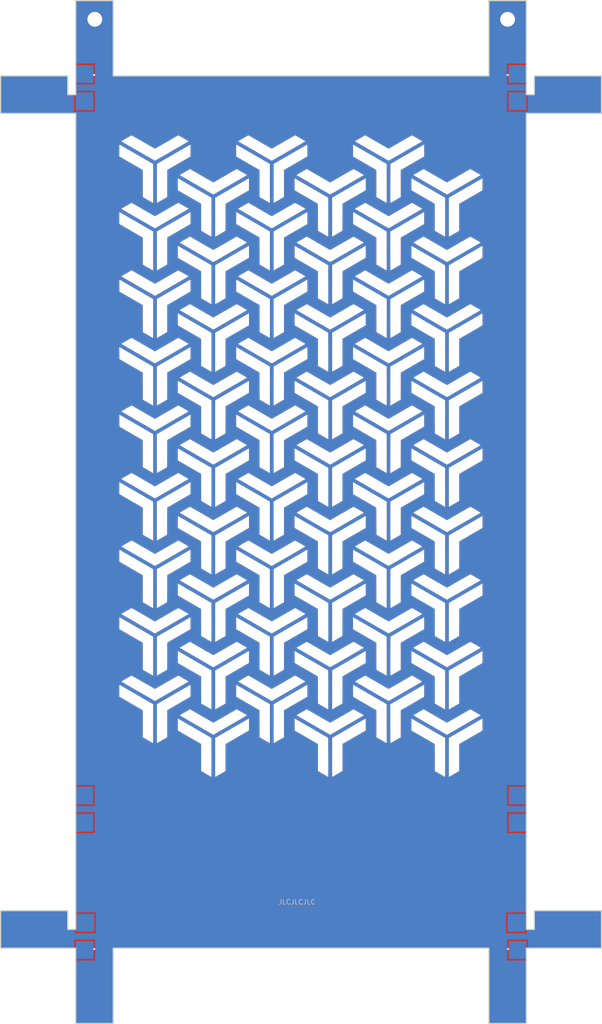
<source format=kicad_pcb>
(kicad_pcb (version 20171130) (host pcbnew "(5.1.6)-1")
  (layers (0 F.Cu signal) (31 B.Cu signal) (34 B.Paste user) (35 F.Paste user) (36 B.SilkS user) (37 F.SilkS user) (38 B.Mask user) (39 F.Mask user) (44 Edge.Cuts user))
  (net 0 "")
  (module "G-lib:Side 2 Lantern" (layer F.Cu) (at -79.76 120.16)
    (fp_text reference G*** hide)
    (fp_text value LOGO hide)
    (fp_poly (pts (xy -39.375263 99.425125) (xy -39.369942 107.1245) (xy -47.265224 107.1245) (xy -47.259904 99.425125) (xy -47.254583 91.72575) (xy -39.380583 91.72575) (xy -39.375263 99.425125)) (layer F.Cu) (width 0.01))
    (fp_poly (pts (xy 47.244 107.1245) (xy 39.37 107.1245) (xy 39.37 91.715167) (xy 47.244 91.715167) (xy 47.244 107.1245)) (layer F.Cu) (width 0.01))
    (fp_poly (pts (xy 47.244 87.418333) (xy 48.895 87.418333) (xy 48.895 83.481333) (xy 62.992 83.481333) (xy 62.992 91.3765) (xy 0.003528 91.3765) (xy -1.631463 91.376495) (xy -3.256535 91.376481) (xy -4.87117 91.376458) (xy -6.474848 91.376425) (xy -8.067049 91.376384) (xy -9.647253 91.376333) (xy -11.214941 91.376274) (xy -12.769593 91.376206) (xy -14.31069 91.37613) (xy -15.837711 91.376045) (xy -17.350138 91.375952) (xy -18.847451 91.37585) (xy -20.32913 91.375741) (xy -21.794655 91.375624) (xy -23.243506 91.375498) (xy -24.675165 91.375365) (xy -26.089111 91.375225) (xy -27.484826 91.375077) (xy -28.861788 91.374921) (xy -30.219479 91.374758) (xy -31.557379 91.374588) (xy -32.874968 91.374411) (xy -34.171727 91.374227) (xy -35.447136 91.374037) (xy -36.700675 91.373839) (xy -37.931826 91.373635) (xy -39.140067 91.373425) (xy -40.32488 91.373208) (xy -41.485745 91.372985) (xy -42.622142 91.372756) (xy -43.733551 91.372521) (xy -44.819454 91.37228) (xy -45.87933 91.372033) (xy -46.91266 91.37178) (xy -47.918924 91.371522) (xy -48.897602 91.371259) (xy -49.848175 91.37099) (xy -50.770123 91.370717) (xy -51.662927 91.370438) (xy -52.526067 91.370154) (xy -53.359023 91.369865) (xy -54.161276 91.369572) (xy -54.932306 91.369274) (xy -55.671593 91.368971) (xy -56.378618 91.368665) (xy -57.052861 91.368354) (xy -57.693803 91.368038) (xy -58.300923 91.367719) (xy -58.873703 91.367396) (xy -59.411622 91.367069) (xy -59.914162 91.366739) (xy -60.380801 91.366405) (xy -60.811022 91.366067) (xy -61.204303 91.365726) (xy -61.560126 91.365382) (xy -61.877971 91.365035) (xy -62.157317 91.364685) (xy -62.397647 91.364332) (xy -62.598439 91.363976) (xy -62.759175 91.363618) (xy -62.879334 91.363257) (xy -62.958397 91.362894) (xy -62.995845 91.362529) (xy -62.999055 91.362389) (xy -63.000508 91.3401) (xy -63.001919 91.277566) (xy -63.003282 91.176876) (xy -63.004588 91.04012) (xy -63.005831 90.869385) (xy -63.007002 90.66676) (xy -63.008095 90.434334) (xy -63.009102 90.174197) (xy -63.010016 89.888436) (xy -63.010828 89.57914) (xy -63.011532 89.248398) (xy -63.01212 88.898299) (xy -63.012585 88.530932) (xy -63.012919 88.148384) (xy -63.013115 87.752746) (xy -63.013166 87.414805) (xy -63.013166 83.481333) (xy -48.895 83.481333) (xy -48.895 87.418333) (xy -47.265386 87.418333) (xy -47.259984 85.455125) (xy -47.254583 83.491917) (xy -0.005291 83.48662) (xy 47.244 83.481324) (xy 47.244 87.418333)) (layer F.Cu) (width 0.01))
    (fp_poly (pts (xy 47.244 83.142667) (xy -47.265166 83.142667) (xy -47.265166 -82.698167) (xy -39.37 -82.698167) (xy -39.37 82.846333) (xy -39.031333 82.846333) (xy -39.031333 37.440666) (xy -38.1 37.440666) (xy -38.1 38.7075) (xy -35.702875 40.090347) (xy -35.408338 40.260307) (xy -35.123319 40.424868) (xy -34.850036 40.582744) (xy -34.590706 40.732652) (xy -34.347547 40.873305) (xy -34.122777 41.00342) (xy -33.918612 41.12171) (xy -33.737272 41.226891) (xy -33.580972 41.317679) (xy -33.451931 41.392788) (xy -33.352366 41.450932) (xy -33.284495 41.490828) (xy -33.250535 41.51119) (xy -33.247618 41.513068) (xy -33.189487 41.55294) (xy -33.184118 44.380145) (xy -33.17875 47.20735) (xy -32.109833 47.826992) (xy -31.914906 47.939765) (xy -31.730552 48.045989) (xy -31.560081 48.143785) (xy -31.406802 48.231275) (xy -31.274025 48.306581) (xy -31.16506 48.367824) (xy -31.083215 48.413128) (xy -31.031802 48.440613) (xy -31.014458 48.448567) (xy -31.011185 48.441312) (xy -31.008176 48.418048) (xy -31.005421 48.377277) (xy -31.00291 48.317498) (xy -31.000635 48.237212) (xy -30.998584 48.13492) (xy -30.996749 48.009122) (xy -30.99512 47.858318) (xy -30.993688 47.68101) (xy -30.992441 47.475696) (xy -30.991371 47.240878) (xy -30.990468 46.975056) (xy -30.989723 46.676731) (xy -30.989125 46.344403) (xy -30.988665 45.976573) (xy -30.988626 45.928026) (xy -30.243083 45.928026) (xy -30.243063 46.283261) (xy -30.242926 46.618907) (xy -30.242676 46.932927) (xy -30.242315 47.223284) (xy -30.241846 47.487941) (xy -30.241273 47.724863) (xy -30.240598 47.932013) (xy -30.239825 48.107354) (xy -30.238958 48.248851) (xy -30.237998 48.354465) (xy -30.23695 48.422162) (xy -30.235816 48.449904) (xy -30.235617 48.4505) (xy -30.21569 48.440197) (xy -30.162358 48.410518) (xy -30.078846 48.363307) (xy -29.968381 48.300408) (xy -29.834187 48.223667) (xy -29.679491 48.134927) (xy -29.507517 48.036033) (xy -29.321491 47.928829) (xy -29.134973 47.821132) (xy -28.045986 47.191765) (xy -28.039362 43.696562) (xy -25.841224 43.696562) (xy -25.84116 43.873993) (xy -25.840836 44.071841) (xy -25.840246 44.286453) (xy -25.839387 44.514176) (xy -25.839373 44.517466) (xy -25.833916 45.791432) (xy -20.955 48.60444) (xy -20.955 54.263318) (xy -19.870208 54.891059) (xy -19.674113 55.004395) (xy -19.488888 55.111176) (xy -19.317779 55.209549) (xy -19.164033 55.297662) (xy -19.030896 55.37366) (xy -18.921615 55.435691) (xy -18.839437 55.4819) (xy -18.787607 55.510434) (xy -18.769488 55.519484) (xy -18.767909 55.498726) (xy -18.766427 55.437672) (xy -18.765048 55.338356) (xy -18.763776 55.202816) (xy -18.762616 55.033087) (xy -18.761575 54.831206) (xy -18.760658 54.599209) (xy -18.759868 54.339131) (xy -18.759213 54.05301) (xy -18.758697 53.742881) (xy -18.758325 53.410781) (xy -18.758103 53.058745) (xy -18.758036 52.68881) (xy -18.758129 52.303012) (xy -18.758387 51.903387) (xy -18.758816 51.491972) (xy -18.758905 51.422191) (xy -18.764236 47.334596) (xy -18.012833 47.334596) (xy -18.012833 51.427381) (xy -18.012749 51.840315) (xy -18.0125 52.241804) (xy -18.012096 52.629809) (xy -18.011546 53.002293) (xy -18.010856 53.357218) (xy -18.010035 53.692546) (xy -18.009093 54.00624) (xy -18.008036 54.29626) (xy -18.006873 54.560569) (xy -18.005613 54.79713) (xy -18.004264 55.003904) (xy -18.002834 55.178854) (xy -18.001331 55.319941) (xy -17.999764 55.425128) (xy -17.998141 55.492376) (xy -17.99647 55.519649) (xy -17.996205 55.520167) (xy -17.975345 55.509874) (xy -17.921106 55.480233) (xy -17.836751 55.433096) (xy -17.725542 55.370315) (xy -17.590742 55.293744) (xy -17.435612 55.205235) (xy -17.263416 55.10664) (xy -17.077417 54.999813) (xy -16.90083 54.898114) (xy -15.822083 54.276062) (xy -15.816715 51.449334) (xy -15.811346 48.622606) (xy -15.753215 48.582292) (xy -15.727999 48.566924) (xy -15.668314 48.53172) (xy -15.576377 48.477965) (xy -15.454407 48.406944) (xy -15.304622 48.31994) (xy -15.129241 48.21824) (xy -14.930482 48.103127) (xy -14.710564 47.975886) (xy -14.471706 47.837802) (xy -14.216124 47.69016) (xy -13.946039 47.534243) (xy -13.663669 47.371337) (xy -13.371231 47.202727) (xy -13.297958 47.160496) (xy -10.900833 45.779016) (xy -10.900833 44.511258) (xy -10.901029 44.283944) (xy -10.901592 44.0697) (xy -10.902488 43.872186) (xy -10.903683 43.695065) (xy -10.90514 43.541997) (xy -10.906826 43.416646) (xy -10.908706 43.322671) (xy -10.910745 43.263736) (xy -10.91289 43.2435) (xy -10.932155 43.253917) (xy -10.986304 43.284489) (xy -11.073566 43.334196) (xy -11.192166 43.402018) (xy -11.340333 43.486936) (xy -11.516294 43.587929) (xy -11.718275 43.703978) (xy -11.944505 43.834064) (xy -12.193211 43.977166) (xy -12.462619 44.132265) (xy -12.750958 44.298341) (xy -13.056453 44.474375) (xy -13.377334 44.659346) (xy -13.711827 44.852235) (xy -14.058159 45.052022) (xy -14.414557 45.257688) (xy -14.46889 45.289048) (xy -18.012833 47.334596) (xy -18.764236 47.334596) (xy -18.76425 47.324215) (xy -22.297506 45.283857) (xy -22.65463 45.077649) (xy -23.001905 44.877168) (xy -23.33756 44.683435) (xy -23.659823 44.497473) (xy -23.966922 44.320301) (xy -24.257085 44.152941) (xy -24.52854 43.996414) (xy -24.779515 43.851742) (xy -25.008237 43.719946) (xy -25.212936 43.602046) (xy -25.39184 43.499065) (xy -25.543175 43.412024) (xy -25.665171 43.341942) (xy -25.756055 43.289843) (xy -25.814055 43.256747) (xy -25.8374 43.243675) (xy -25.837796 43.2435) (xy -25.838967 43.264057) (xy -25.839899 43.323295) (xy -25.840589 43.41756) (xy -25.841032 43.5432) (xy -25.841224 43.696562) (xy -28.039362 43.696562) (xy -28.037262 42.588477) (xy -25.463277 42.588477) (xy -25.44526 42.600082) (xy -25.392341 42.631816) (xy -25.306287 42.682654) (xy -25.188863 42.751568) (xy -25.041837 42.837533) (xy -24.866974 42.939522) (xy -24.66604 43.056509) (xy -24.440802 43.187468) (xy -24.193027 43.331372) (xy -23.92448 43.487195) (xy -23.636927 43.65391) (xy -23.332136 43.830492) (xy -23.011872 44.015915) (xy -22.677902 44.209151) (xy -22.331991 44.409175) (xy -21.975907 44.61496) (xy -21.923375 44.645309) (xy -18.38325 46.690414) (xy -18.263581 46.623249) (xy -18.233089 46.605847) (xy -18.167812 46.568366) (xy -18.069628 46.511889) (xy -17.940416 46.437499) (xy -17.782056 46.34628) (xy -17.596426 46.239313) (xy -17.385405 46.117684) (xy -17.150871 45.982475) (xy -16.894705 45.834769) (xy -16.618783 45.675649) (xy -16.324986 45.506199) (xy -16.015192 45.327502) (xy -15.691279 45.140642) (xy -15.355128 44.9467) (xy -15.008615 44.746762) (xy -14.714429 44.577) (xy -14.270839 44.320906) (xy -13.862951 44.085194) (xy -13.489712 43.869245) (xy -13.15007 43.672439) (xy -12.84297 43.494156) (xy -12.56736 43.333776) (xy -12.322185 43.190681) (xy -12.106393 43.06425) (xy -11.918929 42.953863) (xy -11.758741 42.858902) (xy -11.624775 42.778746) (xy -11.515977 42.712775) (xy -11.431294 42.660371) (xy -11.369672 42.620914) (xy -11.330059 42.593783) (xy -11.3114 42.57836) (xy -11.309848 42.574445) (xy -11.33229 42.559856) (xy -11.388128 42.526124) (xy -11.474046 42.475187) (xy -11.586729 42.408984) (xy -11.722862 42.329451) (xy -11.879127 42.238527) (xy -12.052211 42.138149) (xy -12.238797 42.030255) (xy -12.407045 41.933214) (xy -13.47934 41.315454) (xy -15.920309 42.725167) (xy -16.216782 42.896184) (xy -16.503426 43.061134) (xy -16.77808 43.218792) (xy -17.038582 43.367936) (xy -17.282771 43.50734) (xy -17.508486 43.635781) (xy -17.713565 43.752034) (xy -17.895848 43.854875) (xy -18.053172 43.943081) (xy -18.183377 44.015427) (xy -18.284302 44.070689) (xy -18.353785 44.107643) (xy -18.389665 44.125065) (xy -18.394106 44.126295) (xy -18.416125 44.114845) (xy -18.472619 44.083444) (xy -18.561419 44.033338) (xy -18.680354 43.96577) (xy -18.827254 43.881984) (xy -18.999949 43.783223) (xy -19.196267 43.670733) (xy -19.41404 43.545757) (xy -19.651097 43.409538) (xy -19.905267 43.263321) (xy -20.174379 43.10835) (xy -20.456265 42.945868) (xy -20.748753 42.77712) (xy -20.853468 42.716669) (xy -23.280001 41.315627) (xy -24.371527 41.946189) (xy -24.56789 42.059814) (xy -24.752921 42.16725) (xy -24.923434 42.26662) (xy -25.076243 42.356052) (xy -25.208164 42.433672) (xy -25.31601 42.497605) (xy -25.396597 42.545977) (xy -25.44674 42.576915) (xy -25.463277 42.588477) (xy -28.037262 42.588477) (xy -28.03525 41.527021) (xy -25.601083 40.121465) (xy -23.166916 38.715908) (xy -23.16146 37.44487) (xy -23.160627 37.217257) (xy -23.160123 37.002708) (xy -23.159936 36.80488) (xy -23.160058 36.627429) (xy -23.160478 36.474013) (xy -23.161186 36.348289) (xy -23.162173 36.253913) (xy -23.163427 36.194542) (xy -23.164939 36.173833) (xy -23.164945 36.173833) (xy -23.183891 36.184254) (xy -23.237715 36.214836) (xy -23.324646 36.264558) (xy -23.442908 36.332397) (xy -23.590728 36.417331) (xy -23.766334 36.518339) (xy -23.967952 36.6344) (xy -24.193807 36.76449) (xy -24.442128 36.907589) (xy -24.711139 37.062675) (xy -24.999069 37.228726) (xy -25.304143 37.40472) (xy -25.624587 37.589635) (xy -25.958629 37.78245) (xy -26.304495 37.982143) (xy -26.660411 38.187692) (xy -26.705235 38.213582) (xy -30.236583 40.253331) (xy -30.241928 44.351915) (xy -30.242408 44.765145) (xy -30.242758 45.166931) (xy -30.242982 45.555237) (xy -30.243083 45.928026) (xy -30.988626 45.928026) (xy -30.988333 45.571741) (xy -30.988119 45.128406) (xy -30.988015 44.645071) (xy -30.988 44.358914) (xy -30.988 40.267328) (xy -34.533365 38.22058) (xy -34.891168 38.014051) (xy -35.23916 37.813246) (xy -35.575567 37.619187) (xy -35.898619 37.432891) (xy -36.206544 37.25538) (xy -36.497572 37.087672) (xy -36.76993 36.930788) (xy -37.021847 36.785745) (xy -37.251552 36.653565) (xy -37.457274 36.535267) (xy -37.637242 36.43187) (xy -37.789683 36.344393) (xy -37.912827 36.273857) (xy -38.004902 36.22128) (xy -38.064137 36.187683) (xy -38.08876 36.174085) (xy -38.089365 36.173833) (xy -38.091272 36.194389) (xy -38.09307 36.253616) (xy -38.094727 36.347849) (xy -38.096214 36.473427) (xy -38.097498 36.626686) (xy -38.098549 36.803964) (xy -38.099337 37.001597) (xy -38.099831 37.215922) (xy -38.1 37.440666) (xy -39.031333 37.440666) (xy -39.031333 35.517667) (xy -37.717757 35.517667) (xy -37.699637 35.529141) (xy -37.6466 35.56072) (xy -37.560412 35.61138) (xy -37.44284 35.680098) (xy -37.29565 35.76585) (xy -37.120608 35.867612) (xy -36.919481 35.98436) (xy -36.694036 36.115072) (xy -36.446039 36.258723) (xy -36.177256 36.41429) (xy -35.889454 36.580749) (xy -35.5844 36.757077) (xy -35.26386 36.94225) (xy -34.929599 37.135244) (xy -34.583386 37.335036) (xy -34.226986 37.540602) (xy -34.170669 37.573075) (xy -30.624287 39.617901) (xy -29.657852 39.059594) (xy -29.519135 38.979472) (xy -29.346993 38.880068) (xy -29.144671 38.763256) (xy -28.915413 38.630907) (xy -28.662464 38.484894) (xy -28.389068 38.327091) (xy -28.09847 38.159369) (xy -27.793915 37.9836) (xy -27.478645 37.801659) (xy -27.155907 37.615416) (xy -26.828945 37.426745) (xy -26.501003 37.237518) (xy -26.175325 37.049609) (xy -26.114939 37.014768) (xy -25.810642 36.839127) (xy -25.516562 36.669234) (xy -25.23477 36.506296) (xy -24.96734 36.351515) (xy -24.716344 36.206098) (xy -24.483854 36.071247) (xy -24.271943 35.948167) (xy -24.082683 35.838064) (xy -23.918146 35.74214) (xy -23.780405 35.661602) (xy -23.671533 35.597652) (xy -23.593602 35.551495) (xy -23.548683 35.524336) (xy -23.537897 35.517127) (xy -23.555503 35.50539) (xy -23.60588 35.474763) (xy -23.685128 35.427515) (xy -23.789352 35.365911) (xy -23.914652 35.292219) (xy -24.057133 35.208706) (xy -24.212895 35.117639) (xy -24.378043 35.021287) (xy -24.548677 34.921915) (xy -24.720901 34.821791) (xy -24.890817 34.723182) (xy -25.054527 34.628355) (xy -25.208134 34.539578) (xy -25.347741 34.459118) (xy -25.469449 34.389241) (xy -25.569361 34.332216) (xy -25.64358 34.290309) (xy -25.688209 34.265787) (xy -25.695806 34.261883) (xy -25.710817 34.264739) (xy -25.745286 34.279398) (xy -25.800523 34.306597) (xy -25.877834 34.347069) (xy -25.978526 34.401551) (xy -26.103908 34.470778) (xy -26.255286 34.555486) (xy -26.433968 34.65641) (xy -26.641262 34.774286) (xy -26.878475 34.909849) (xy -27.146914 35.063835) (xy -27.447887 35.236979) (xy -27.782702 35.430018) (xy -28.152665 35.643685) (xy -28.17287 35.655363) (xy -28.525276 35.858982) (xy -28.842889 36.042333) (xy -29.127511 36.206424) (xy -29.380949 36.352262) (xy -29.605007 36.480856) (xy -29.80149 36.593212) (xy -29.972201 36.690339) (xy -30.118947 36.773243) (xy -30.243531 36.842932) (xy -30.347759 36.900414) (xy -30.433435 36.946696) (xy -30.502364 36.982786) (xy -30.55635 37.009692) (xy -30.597199 37.02842) (xy -30.626714 37.039979) (xy -30.646701 37.045376) (xy -30.658965 37.045619) (xy -30.66156 37.044769) (xy -30.685411 37.031704) (xy -30.743716 36.99872) (xy -30.834277 36.947081) (xy -30.954896 36.878051) (xy -31.103375 36.792894) (xy -31.277516 36.692874) (xy -31.47512 36.579255) (xy -31.693991 36.453302) (xy -31.931929 36.316277) (xy -32.186736 36.169446) (xy -32.456215 36.014071) (xy -32.738167 35.851418) (xy -33.030394 35.682751) (xy -33.114664 35.634096) (xy -33.408697 35.46444) (xy -33.69267 35.300825) (xy -33.964423 35.144485) (xy -34.221798 34.996652) (xy -34.462633 34.858559) (xy -34.684768 34.731439) (xy -34.886045 34.616523) (xy -35.064302 34.515046) (xy -35.21738 34.428239) (xy -35.343119 34.357335) (xy -35.43936 34.303567) (xy -35.503941 34.268168) (xy -35.534704 34.25237) (xy -35.537025 34.25164) (xy -35.56231 34.264919) (xy -35.619523 34.296892) (xy -35.704783 34.345306) (xy -35.814207 34.407907) (xy -35.943913 34.482442) (xy -36.090021 34.566657) (xy -36.248649 34.658298) (xy -36.415914 34.755113) (xy -36.587935 34.854848) (xy -36.760831 34.955248) (xy -36.930719 35.054062) (xy -37.093719 35.149034) (xy -37.245948 35.237912) (xy -37.383524 35.318442) (xy -37.502567 35.38837) (xy -37.599193 35.445443) (xy -37.669522 35.487408) (xy -37.709673 35.512011) (xy -37.717757 35.517667) (xy -39.031333 35.517667) (xy -39.031333 23.299651) (xy -38.1 23.299651) (xy -38.1 24.564803) (xy -35.681708 25.959715) (xy -35.386283 26.130196) (xy -35.100657 26.295167) (xy -34.827014 26.453361) (xy -34.567536 26.603511) (xy -34.324405 26.744347) (xy -34.099803 26.874603) (xy -33.895914 26.99301) (xy -33.71492 27.098301) (xy -33.559003 27.189208) (xy -33.430346 27.264463) (xy -33.331131 27.322799) (xy -33.263541 27.362948) (xy -33.229758 27.383641) (xy -33.226452 27.385941) (xy -33.221165 27.392185) (xy -33.216396 27.40292) (xy -33.212112 27.420276) (xy -33.208284 27.44638) (xy -33.204878 27.483361) (xy -33.201864 27.533346) (xy -33.19921 27.598464) (xy -33.196884 27.680843) (xy -33.194854 27.78261) (xy -33.19309 27.905895) (xy -33.19156 28.052825) (xy -33.190231 28.225529) (xy -33.189074 28.426133) (xy -33.188055 28.656768) (xy -33.187143 28.91956) (xy -33.186308 29.216638) (xy -33.185516 29.550129) (xy -33.184738 29.922163) (xy -33.184118 30.241113) (xy -33.17875 33.064971) (xy -32.09925 33.687993) (xy -31.903586 33.800767) (xy -31.718807 33.906978) (xy -31.548171 34.004771) (xy -31.394934 34.092294) (xy -31.262355 34.167693) (xy -31.15369 34.229116) (xy -31.072198 34.274709) (xy -31.021136 34.30262) (xy -31.003875 34.31109) (xy -31.002273 34.290271) (xy -31.000716 34.229156) (xy -30.999211 34.129783) (xy -30.997767 33.99419) (xy -30.99639 33.824414) (xy -30.99509 33.622493) (xy -30.993873 33.390465) (xy -30.992748 33.130368) (xy -30.991723 32.844238) (xy -30.990805 32.534115) (xy -30.990003 32.202034) (xy -30.989324 31.850035) (xy -30.988777 31.480155) (xy -30.98872 31.425382) (xy -30.242708 31.425382) (xy -30.242596 31.800015) (xy -30.242309 32.156468) (xy -30.241853 32.492748) (xy -30.241234 32.80686) (xy -30.240459 33.096813) (xy -30.239533 33.360612) (xy -30.238463 33.596263) (xy -30.237255 33.801775) (xy -30.235915 33.975152) (xy -30.234449 34.114402) (xy -30.232865 34.217532) (xy -30.231167 34.282547) (xy -30.229362 34.307455) (xy -30.229145 34.307657) (xy -30.208005 34.296071) (xy -30.153474 34.265181) (xy -30.068818 34.216863) (xy -29.957301 34.152989) (xy -29.822189 34.075434) (xy -29.666748 33.986072) (xy -29.494241 33.886776) (xy -29.307934 33.779422) (xy -29.128913 33.676167) (xy -28.04681 33.05175) (xy -28.04103 30.218038) (xy -28.039683 29.557167) (xy -25.841212 29.557167) (xy -25.841152 29.734554) (xy -25.84083 29.932341) (xy -25.840241 30.14687) (xy -25.83938 30.374488) (xy -25.839373 30.3761) (xy -25.833916 31.648033) (xy -20.955 34.465321) (xy -20.95458 40.121417) (xy -19.869998 40.749662) (xy -19.67394 40.863101) (xy -19.488749 40.970006) (xy -19.317672 41.068517) (xy -19.163955 41.156779) (xy -19.030844 41.232934) (xy -18.921584 41.295124) (xy -18.839421 41.341493) (xy -18.787602 41.370183) (xy -18.769488 41.37937) (xy -18.767909 41.358692) (xy -18.766427 41.297717) (xy -18.765048 41.198479) (xy -18.763776 41.063016) (xy -18.762617 40.893362) (xy -18.761575 40.691553) (xy -18.760658 40.459625) (xy -18.759869 40.199614) (xy -18.759213 39.913555) (xy -18.758697 39.603484) (xy -18.758325 39.271437) (xy -18.758103 38.919449) (xy -18.758036 38.549557) (xy -18.758129 38.163795) (xy -18.758387 37.764199) (xy -18.758816 37.352806) (xy -18.758905 37.283014) (xy -18.764236 33.195597) (xy -18.012833 33.195597) (xy -18.012833 37.288215) (xy -18.012765 37.701141) (xy -18.012564 38.102621) (xy -18.012237 38.490617) (xy -18.011791 38.863093) (xy -18.011233 39.218009) (xy -18.010569 39.553328) (xy -18.009806 39.867012) (xy -18.008951 40.157022) (xy -18.00801 40.421322) (xy -18.00699 40.657872) (xy -18.005898 40.864635) (xy -18.004741 41.039574) (xy -18.003525 41.180649) (xy -18.002256 41.285823) (xy -18.000943 41.353059) (xy -17.99959 41.380318) (xy -17.999376 41.380833) (xy -17.979109 41.370542) (xy -17.925436 41.340897) (xy -17.841593 41.293744) (xy -17.730818 41.230927) (xy -17.596347 41.154291) (xy -17.441418 41.06568) (xy -17.269267 40.966939) (xy -17.083132 40.859912) (xy -16.898709 40.753632) (xy -15.8115 40.126432) (xy -15.8115 37.438667) (xy -13.610166 37.438667) (xy -13.610166 38.703502) (xy -11.19348 40.099968) (xy -10.89818 40.270677) (xy -10.61265 40.43588) (xy -10.339072 40.594306) (xy -10.079633 40.744685) (xy -9.836515 40.885745) (xy -9.611903 41.016216) (xy -9.407981 41.134827) (xy -9.226933 41.240308) (xy -9.070942 41.331388) (xy -8.942194 41.406796) (xy -8.842871 41.465262) (xy -8.775159 41.505515) (xy -8.741241 41.526284) (xy -8.7379 41.528592) (xy -8.732345 41.534451) (xy -8.727337 41.543796) (xy -8.722844 41.558762) (xy -8.718832 41.581487) (xy -8.71527 41.614106) (xy -8.712123 41.658755) (xy -8.709359 41.717572) (xy -8.706945 41.792691) (xy -8.704848 41.88625) (xy -8.703036 42.000384) (xy -8.701476 42.137231) (xy -8.700134 42.298925) (xy -8.698978 42.487604) (xy -8.697974 42.705403) (xy -8.697091 42.95446) (xy -8.696295 43.236909) (xy -8.695553 43.554888) (xy -8.694833 43.910532) (xy -8.694101 44.305979) (xy -8.693961 44.383658) (xy -8.688916 47.206565) (xy -7.609662 47.828533) (xy -7.413979 47.94115) (xy -7.229179 48.047207) (xy -7.058521 48.144852) (xy -6.905267 48.232234) (xy -6.772677 48.307501) (xy -6.664012 48.368803) (xy -6.582532 48.414287) (xy -6.531498 48.442103) (xy -6.514287 48.4505) (xy -6.512661 48.429673) (xy -6.511079 48.36855) (xy -6.509551 48.269171) (xy -6.508084 48.133571) (xy -6.506686 47.963791) (xy -6.505365 47.761866) (xy -6.504129 47.529836) (xy -6.502987 47.269739) (xy -6.501946 46.983611) (xy -6.501014 46.673492) (xy -6.5002 46.341419) (xy -6.499511 45.989431) (xy -6.49942 45.928723) (xy -5.753106 45.928723) (xy -5.753009 46.283912) (xy -5.752781 46.619509) (xy -5.752426 46.933479) (xy -5.751947 47.223785) (xy -5.751348 47.48839) (xy -5.750635 47.725257) (xy -5.74981 47.93235) (xy -5.748877 48.107632) (xy -5.747842 48.249066) (xy -5.746708 48.354616) (xy -5.745478 48.422245) (xy -5.744158 48.449916) (xy -5.74393 48.4505) (xy -5.723653 48.440208) (xy -5.66997 48.410563) (xy -5.586118 48.36341) (xy -5.475335 48.300593) (xy -5.340856 48.223956) (xy -5.185921 48.135344) (xy -5.013765 48.036602) (xy -4.827627 47.929575) (xy -4.643209 47.823299) (xy -3.556 47.196098) (xy -3.556 43.873928) (xy -1.351068 43.873928) (xy -1.350882 44.071738) (xy -1.350379 44.2863) (xy -1.34955 44.51396) (xy -1.34954 44.516234) (xy -1.344083 45.788968) (xy 1.095375 47.195827) (xy 3.534834 48.602687) (xy 3.534834 54.261512) (xy 4.619625 54.889395) (xy 4.815721 55.002769) (xy 5.000948 55.109611) (xy 5.172057 55.208064) (xy 5.325804 55.296273) (xy 5.45894 55.372382) (xy 5.568221 55.434534) (xy 5.650399 55.480873) (xy 5.702228 55.509543) (xy 5.720345 55.518723) (xy 5.721924 55.498042) (xy 5.723405 55.437064) (xy 5.724785 55.337823) (xy 5.726056 55.202355) (xy 5.727215 55.032694) (xy 5.728256 54.830875) (xy 5.729174 54.598935) (xy 5.729963 54.338908) (xy 5.730619 54.052829) (xy 5.731135 53.742734) (xy 5.731507 53.410657) (xy 5.73173 53.058635) (xy 5.731787 52.747666) (xy 6.502531 52.747666) (xy 6.502659 53.144183) (xy 6.502989 53.515528) (xy 6.503515 53.860196) (xy 6.504232 54.176682) (xy 6.505136 54.463483) (xy 6.506221 54.719094) (xy 6.507482 54.942009) (xy 6.508914 55.130726) (xy 6.510512 55.283738) (xy 6.512271 55.399543) (xy 6.514187 55.476634) (xy 6.516253 55.513509) (xy 6.517135 55.516657) (xy 6.538447 55.505063) (xy 6.593137 55.474154) (xy 6.677936 55.425804) (xy 6.789576 55.361891) (xy 6.924787 55.284289) (xy 7.0803 55.194876) (xy 7.252847 55.095526) (xy 7.439158 54.988116) (xy 7.617533 54.885167) (xy 8.698855 54.26075) (xy 8.704469 51.427818) (xy 8.710084 48.594886) (xy 11.14425 47.191039) (xy 13.578417 45.787193) (xy 13.583875 44.513018) (xy 13.584885 44.240159) (xy 13.585371 44.006967) (xy 13.585289 43.810778) (xy 13.584593 43.64893) (xy 13.583239 43.518758) (xy 13.581182 43.4176) (xy 13.578378 43.342792) (xy 13.574783 43.291669) (xy 13.570351 43.26157) (xy 13.565037 43.24983) (xy 13.562708 43.249656) (xy 13.541948 43.261186) (xy 13.486327 43.292871) (xy 13.397635 43.343678) (xy 13.277661 43.412575) (xy 13.128196 43.498531) (xy 12.951028 43.600514) (xy 12.747949 43.717493) (xy 12.520747 43.848434) (xy 12.271212 43.992308) (xy 12.001134 44.148082) (xy 11.712303 44.314724) (xy 11.406508 44.491203) (xy 11.08554 44.676487) (xy 10.751188 44.869544) (xy 10.405242 45.069343) (xy 10.049492 45.274851) (xy 10.022417 45.290493) (xy 6.50875 47.320518) (xy 6.503405 51.422124) (xy 6.502899 51.885132) (xy 6.502609 52.32748) (xy 6.502531 52.747666) (xy 5.731787 52.747666) (xy 5.731798 52.688701) (xy 5.731705 52.302892) (xy 5.731448 51.903243) (xy 5.73102 51.491788) (xy 5.730929 51.420296) (xy 5.725584 47.320425) (xy 2.194202 45.281962) (xy 1.837132 45.075873) (xy 1.489894 44.875509) (xy 1.154262 44.681893) (xy 0.832009 44.496047) (xy 0.524911 44.318991) (xy 0.23474 44.151747) (xy -0.036729 43.995336) (xy -0.287723 43.850779) (xy -0.516468 43.719099) (xy -0.72119 43.601316) (xy -0.900114 43.498452) (xy -1.051468 43.411528) (xy -1.173478 43.341565) (xy -1.264368 43.289585) (xy -1.322367 43.25661) (xy -1.345699 43.24366) (xy -1.346088 43.2435) (xy -1.347594 43.264057) (xy -1.348843 43.323293) (xy -1.349825 43.417552) (xy -1.35053 43.54318) (xy -1.350947 43.696524) (xy -1.351068 43.873928) (xy -3.556 43.873928) (xy -3.556 42.587436) (xy -0.973274 42.587436) (xy -0.955336 42.599035) (xy -0.902866 42.630514) (xy -0.818017 42.680629) (xy -0.702945 42.748135) (xy -0.559803 42.831787) (xy -0.390744 42.93034) (xy -0.197923 43.04255) (xy 0.016507 43.167172) (xy 0.250391 43.302962) (xy 0.501575 43.448674) (xy 0.767907 43.603064) (xy 1.047231 43.764888) (xy 1.337393 43.932901) (xy 1.636241 44.105857) (xy 1.94162 44.282513) (xy 2.251376 44.461624) (xy 2.563355 44.641945) (xy 2.875404 44.822231) (xy 3.185367 45.001237) (xy 3.491092 45.17772) (xy 3.790425 45.350434) (xy 4.081211 45.518135) (xy 4.361297 45.679577) (xy 4.628529 45.833517) (xy 4.880752 45.978709) (xy 5.115814 46.113909) (xy 5.331559 46.237873) (xy 5.525835 46.349355) (xy 5.696487 46.447111) (xy 5.841361 46.529896) (xy 5.958303 46.596465) (xy 6.04516 46.645575) (xy 6.099777 46.675979) (xy 6.120001 46.686435) (xy 6.120041 46.686431) (xy 6.139449 46.67567) (xy 6.193737 46.644754) (xy 6.281129 46.594705) (xy 6.39985 46.526546) (xy 6.548126 46.441301) (xy 6.724179 46.339993) (xy 6.926237 46.223644) (xy 7.152522 46.093278) (xy 7.401261 45.949917) (xy 7.670677 45.794584) (xy 7.958996 45.628304) (xy 8.264442 45.452097) (xy 8.58524 45.266989) (xy 8.919614 45.074) (xy 9.26579 44.874156) (xy 9.621993 44.668477) (xy 9.670439 44.6405) (xy 10.027699 44.434127) (xy 10.375037 44.233376) (xy 10.710688 44.039273) (xy 11.032884 43.852844) (xy 11.339858 43.675114) (xy 11.629842 43.507111) (xy 11.901071 43.349859) (xy 12.151776 43.204384) (xy 12.380191 43.071713) (xy 12.584549 42.95287) (xy 12.763082 42.848884) (xy 12.914024 42.760778) (xy 13.035608 42.689579) (xy 13.126066 42.636313) (xy 13.183632 42.602005) (xy 13.206538 42.587683) (xy 13.206878 42.587333) (xy 13.188973 42.57511) (xy 13.137638 42.543739) (xy 13.056158 42.495147) (xy 12.947819 42.43126) (xy 12.815907 42.354004) (xy 12.663706 42.265304) (xy 12.494503 42.167086) (xy 12.311583 42.061277) (xy 12.177758 41.984083) (xy 11.984839 41.872926) (xy 11.801368 41.76721) (xy 11.63091 41.66899) (xy 11.47703 41.58032) (xy 11.343292 41.503253) (xy 11.233262 41.439845) (xy 11.150505 41.392149) (xy 11.098584 41.362219) (xy 11.083194 41.353342) (xy 11.01725 41.315268) (xy 8.575156 42.725663) (xy 8.256178 42.909665) (xy 7.951918 43.084742) (xy 7.664203 43.249861) (xy 7.394857 43.403991) (xy 7.145706 43.546099) (xy 6.918575 43.675152) (xy 6.71529 43.790119) (xy 6.537677 43.889966) (xy 6.387561 43.973661) (xy 6.266766 44.040172) (xy 6.17712 44.088466) (xy 6.120447 44.117511) (xy 6.098656 44.126304) (xy 6.076443 44.114702) (xy 6.019766 44.08314) (xy 5.930796 44.032865) (xy 5.811707 43.965125) (xy 5.664672 43.881165) (xy 5.491865 43.782233) (xy 5.295459 43.669575) (xy 5.077626 43.544439) (xy 4.840541 43.408071) (xy 4.586376 43.261719) (xy 4.317304 43.106629) (xy 4.0355 42.944048) (xy 3.743135 42.775223) (xy 3.641412 42.716449) (xy 1.334838 41.383534) (xy 6.49806 41.383534) (xy 6.598655 41.328498) (xy 6.635938 41.307521) (xy 6.706055 41.267495) (xy 6.805217 41.210602) (xy 6.929635 41.139026) (xy 7.075517 41.054949) (xy 7.239077 40.960555) (xy 7.416522 40.858028) (xy 7.604066 40.749549) (xy 7.694084 40.69744) (xy 8.688917 40.121417) (xy 8.696388 38.121127) (xy 10.904029 38.121127) (xy 10.904415 38.278572) (xy 10.905414 38.406217) (xy 10.907093 38.507196) (xy 10.909517 38.58464) (xy 10.912753 38.641683) (xy 10.916864 38.681459) (xy 10.921918 38.707099) (xy 10.92798 38.721737) (xy 10.932898 38.727145) (xy 10.9549 38.740475) (xy 11.011391 38.773699) (xy 11.100194 38.825554) (xy 11.219129 38.894778) (xy 11.366018 38.980109) (xy 11.538683 39.080283) (xy 11.734945 39.194039) (xy 11.952626 39.320114) (xy 12.189548 39.457246) (xy 12.443532 39.604171) (xy 12.712399 39.759628) (xy 12.993972 39.922354) (xy 13.286072 40.091087) (xy 13.377873 40.144101) (xy 15.790334 41.537162) (xy 15.790334 47.195953) (xy 16.875125 47.822403) (xy 17.071271 47.935537) (xy 17.25654 48.04213) (xy 17.427684 48.140332) (xy 17.581453 48.22829) (xy 17.714599 48.304154) (xy 17.823871 48.366072) (xy 17.906022 48.412192) (xy 17.957802 48.440662) (xy 17.975845 48.449677) (xy 17.977424 48.428933) (xy 17.978906 48.367893) (xy 17.980286 48.268592) (xy 17.981558 48.133065) (xy 17.982717 47.96335) (xy 17.983758 47.761482) (xy 17.984676 47.529498) (xy 17.985465 47.269433) (xy 17.98612 46.983324) (xy 17.986636 46.673206) (xy 17.987008 46.341116) (xy 17.98723 45.989091) (xy 17.987298 45.619165) (xy 17.987205 45.233375) (xy 17.986946 44.833758) (xy 17.986517 44.422349) (xy 17.986429 44.352632) (xy 17.981098 40.265312) (xy 18.7325 40.265312) (xy 18.7325 44.357906) (xy 18.732584 44.77083) (xy 18.73283 45.172309) (xy 18.733229 45.560304) (xy 18.733774 45.932778) (xy 18.734457 46.287693) (xy 18.735269 46.623011) (xy 18.736202 46.936693) (xy 18.737247 47.226702) (xy 18.738398 47.491) (xy 18.739645 47.727549) (xy 18.74098 47.934311) (xy 18.742395 48.109248) (xy 18.743882 48.250321) (xy 18.745432 48.355494) (xy 18.747039 48.422728) (xy 18.748692 48.449984) (xy 18.748954 48.4505) (xy 18.769774 48.440195) (xy 18.82396 48.410517) (xy 18.908253 48.36332) (xy 19.019395 48.300459) (xy 19.154125 48.223788) (xy 19.309183 48.135161) (xy 19.481311 48.036434) (xy 19.667248 47.92946) (xy 19.844329 47.827305) (xy 20.92325 47.20411) (xy 20.928353 44.511272) (xy 23.135167 44.511272) (xy 23.135167 45.779045) (xy 25.532292 47.160453) (xy 25.82687 47.330264) (xy 26.111926 47.494687) (xy 26.385243 47.652438) (xy 26.644602 47.802232) (xy 26.887784 47.942785) (xy 27.112571 48.072812) (xy 27.316744 48.191029) (xy 27.498085 48.29615) (xy 27.654376 48.386891) (xy 27.783397 48.461967) (xy 27.882931 48.520094) (xy 27.950759 48.559987) (xy 27.984662 48.580361) (xy 27.987548 48.582234) (xy 28.04568 48.622606) (xy 28.051048 51.449066) (xy 28.056417 54.275526) (xy 29.125334 54.895875) (xy 29.320233 55.008762) (xy 29.504563 55.115095) (xy 29.675016 55.212995) (xy 29.828282 55.300581) (xy 29.961055 55.375975) (xy 30.070025 55.437297) (xy 30.151884 55.482667) (xy 30.203325 55.510206) (xy 30.220709 55.518195) (xy 30.223982 55.510945) (xy 30.226991 55.487687) (xy 30.229746 55.446921) (xy 30.232256 55.387149) (xy 30.234532 55.30687) (xy 30.236582 55.204584) (xy 30.238417 55.078794) (xy 30.240046 54.927998) (xy 30.241479 54.750698) (xy 30.242725 54.545393) (xy 30.243795 54.310585) (xy 30.244698 54.044774) (xy 30.245444 53.74646) (xy 30.246042 53.414144) (xy 30.246502 53.046326) (xy 30.246542 52.997536) (xy 30.99207 52.997536) (xy 30.992082 53.352782) (xy 30.992209 53.688439) (xy 30.992449 54.00247) (xy 30.992799 54.292838) (xy 30.993254 54.557507) (xy 30.993814 54.794442) (xy 30.994473 55.001604) (xy 30.99523 55.176959) (xy 30.996081 55.318469) (xy 30.997023 55.424098) (xy 30.998053 55.49181) (xy 30.999169 55.519567) (xy 30.999365 55.520167) (xy 31.019265 55.509877) (xy 31.072586 55.480235) (xy 31.156099 55.433084) (xy 31.266579 55.370266) (xy 31.400799 55.293623) (xy 31.555533 55.204997) (xy 31.727554 55.106231) (xy 31.913635 54.999166) (xy 32.100085 54.891684) (xy 33.189334 54.263202) (xy 33.189334 48.604782) (xy 35.628792 47.198119) (xy 38.06825 45.791457) (xy 38.073707 44.517478) (xy 38.074571 44.289595) (xy 38.075168 44.074771) (xy 38.075502 43.87666) (xy 38.075577 43.698914) (xy 38.075398 43.545186) (xy 38.07497 43.419128) (xy 38.074295 43.324394) (xy 38.07338 43.264635) (xy 38.072227 43.243504) (xy 38.072209 43.2435) (xy 38.053463 43.253915) (xy 37.99983 43.284479) (xy 37.913081 43.334172) (xy 37.794989 43.401973) (xy 37.647326 43.48686) (xy 37.471864 43.587812) (xy 37.270376 43.70381) (xy 37.044633 43.833831) (xy 36.796408 43.976855) (xy 36.527472 44.131861) (xy 36.239599 44.297828) (xy 35.934559 44.473735) (xy 35.614126 44.658561) (xy 35.280071 44.851286) (xy 34.934167 45.050887) (xy 34.578186 45.256345) (xy 34.531919 45.283052) (xy 30.998584 47.322603) (xy 30.993238 51.421385) (xy 30.992758 51.834625) (xy 30.992405 52.236421) (xy 30.992176 52.624737) (xy 30.99207 52.997536) (xy 30.246542 52.997536) (xy 30.246834 52.641508) (xy 30.247047 52.198188) (xy 30.247152 51.714868) (xy 30.247167 51.42838) (xy 30.247167 47.336593) (xy 26.703421 45.290046) (xy 26.345694 45.083492) (xy 25.997764 44.882665) (xy 25.661403 44.688585) (xy 25.338384 44.502273) (xy 25.03048 44.324749) (xy 24.739463 44.157033) (xy 24.467105 44.000146) (xy 24.215179 43.855106) (xy 23.985457 43.722935) (xy 23.779713 43.604652) (xy 23.599718 43.501278) (xy 23.447246 43.413832) (xy 23.324068 43.343336) (xy 23.231957 43.290808) (xy 23.172685 43.25727) (xy 23.148026 43.24374) (xy 23.147421 43.2435) (xy 23.145224 43.264056) (xy 23.143153 43.323284) (xy 23.141244 43.417522) (xy 23.139532 43.543108) (xy 23.138052 43.696381) (xy 23.136841 43.873679) (xy 23.135932 44.071341) (xy 23.135362 44.285704) (xy 23.135167 44.511272) (xy 20.928353 44.511272) (xy 20.928618 44.371525) (xy 20.932023 42.574389) (xy 23.544249 42.574389) (xy 23.550734 42.582964) (xy 23.577462 42.602861) (xy 23.625472 42.634691) (xy 23.695803 42.679068) (xy 23.789493 42.736601) (xy 23.907581 42.807902) (xy 24.051105 42.893584) (xy 24.221104 42.994257) (xy 24.418617 43.110534) (xy 24.644682 43.243025) (xy 24.900337 43.392343) (xy 25.186622 43.559099) (xy 25.504574 43.743905) (xy 25.855233 43.947373) (xy 26.239637 44.170113) (xy 26.658824 44.412737) (xy 27.057916 44.643533) (xy 27.415244 44.850102) (xy 27.76271 45.050963) (xy 28.098544 45.245093) (xy 28.420978 45.431469) (xy 28.728242 45.609071) (xy 29.018568 45.776875) (xy 29.290186 45.933859) (xy 29.541329 46.079001) (xy 29.770227 46.211279) (xy 29.975111 46.329671) (xy 30.154212 46.433153) (xy 30.305762 46.520705) (xy 30.427992 46.591304) (xy 30.519132 46.643927) (xy 30.577415 46.677553) (xy 30.60107 46.691158) (xy 30.60152 46.691408) (xy 30.620075 46.681222) (xy 30.67352 46.650879) (xy 30.760088 46.601399) (xy 30.87801 46.533799) (xy 31.02552 46.449097) (xy 31.200848 46.34831) (xy 31.402228 46.232457) (xy 31.627892 46.102555) (xy 31.876071 45.959622) (xy 32.144999 45.804677) (xy 32.432908 45.638737) (xy 32.73803 45.462819) (xy 33.058597 45.277943) (xy 33.392842 45.085125) (xy 33.738996 44.885383) (xy 34.095293 44.679736) (xy 34.152228 44.646869) (xy 34.509958 44.4403) (xy 34.857772 44.23934) (xy 35.193903 44.045014) (xy 35.516588 43.858347) (xy 35.824059 43.680365) (xy 36.114552 43.512091) (xy 36.386301 43.354552) (xy 36.637542 43.208771) (xy 36.866507 43.075775) (xy 37.071432 42.956588) (xy 37.250552 42.852235) (xy 37.402101 42.763741) (xy 37.524313 42.692131) (xy 37.615423 42.63843) (xy 37.673666 42.603663) (xy 37.697276 42.588855) (xy 37.697722 42.588411) (xy 37.679918 42.575434) (xy 37.629164 42.543862) (xy 37.549359 42.495933) (xy 37.444407 42.433885) (xy 37.318206 42.359957) (xy 37.17466 42.276388) (xy 37.017669 42.185414) (xy 36.851134 42.089276) (xy 36.678957 41.990211) (xy 36.505038 41.890457) (xy 36.333278 41.792253) (xy 36.16758 41.697838) (xy 36.011844 41.609449) (xy 35.869971 41.529325) (xy 35.745862 41.459704) (xy 35.64342 41.402825) (xy 35.566543 41.360926) (xy 35.519135 41.336246) (xy 35.505141 41.330385) (xy 35.484194 41.341083) (xy 35.428764 41.371742) (xy 35.341012 41.421123) (xy 35.2231 41.487989) (xy 35.077187 41.571103) (xy 34.905436 41.669227) (xy 34.710006 41.781122) (xy 34.493059 41.905552) (xy 34.256756 42.041279) (xy 34.003258 42.187065) (xy 33.734726 42.341673) (xy 33.453319 42.503864) (xy 33.161201 42.672401) (xy 33.056798 42.732677) (xy 32.761496 42.903103) (xy 32.476181 43.067583) (xy 32.203011 43.224882) (xy 31.944144 43.373764) (xy 31.701738 43.512995) (xy 31.477951 43.64134) (xy 31.274942 43.757564) (xy 31.094867 43.860431) (xy 30.939885 43.948706) (xy 30.812154 44.021156) (xy 30.713832 44.076544) (xy 30.647077 44.113636) (xy 30.614046 44.131196) (xy 30.610847 44.1325) (xy 30.590206 44.1221) (xy 30.535079 44.091722) (xy 30.447618 44.042598) (xy 30.329975 43.975959) (xy 30.184302 43.893039) (xy 30.012749 43.795069) (xy 29.817469 43.683281) (xy 29.600612 43.558907) (xy 29.36433 43.423179) (xy 29.110774 43.27733) (xy 28.842096 43.122591) (xy 28.560448 42.960195) (xy 28.26798 42.791373) (xy 28.151605 42.724147) (xy 25.714127 41.315793) (xy 24.641605 41.933327) (xy 24.446048 42.046079) (xy 24.261153 42.152981) (xy 24.090236 42.252096) (xy 23.936614 42.341488) (xy 23.803602 42.419219) (xy 23.694515 42.483353) (xy 23.612669 42.531952) (xy 23.56138 42.563079) (xy 23.544249 42.574389) (xy 20.932023 42.574389) (xy 20.933986 41.538939) (xy 23.389243 40.121372) (xy 25.8445 38.703806) (xy 25.8445 37.438819) (xy 25.844276 37.211761) (xy 25.843629 36.997776) (xy 25.842601 36.800529) (xy 25.84123 36.623687) (xy 25.839558 36.470915) (xy 25.837623 36.345878) (xy 25.835467 36.252243) (xy 25.833128 36.193675) (xy 25.830693 36.173833) (xy 25.811252 36.184256) (xy 25.756935 36.214844) (xy 25.669514 36.264576) (xy 25.550764 36.332432) (xy 25.402458 36.417392) (xy 25.226371 36.518435) (xy 25.024276 36.63454) (xy 24.797947 36.764688) (xy 24.549158 36.907857) (xy 24.279683 37.063027) (xy 23.991296 37.229178) (xy 23.68577 37.405289) (xy 23.364879 37.59034) (xy 23.030398 37.78331) (xy 22.6841 37.983179) (xy 22.327759 38.188926) (xy 22.274693 38.219572) (xy 18.7325 40.265312) (xy 17.981098 40.265312) (xy 17.981084 40.254764) (xy 14.44625 38.214418) (xy 10.911417 36.174073) (xy 10.9059 37.438661) (xy 10.904837 37.704304) (xy 10.904192 37.930748) (xy 10.904029 38.121127) (xy 8.696388 38.121127) (xy 8.6995 37.288265) (xy 8.706122 35.515441) (xy 11.281834 35.515441) (xy 11.299875 35.527212) (xy 11.352821 35.559106) (xy 11.438904 35.610095) (xy 11.55636 35.679154) (xy 11.70342 35.765254) (xy 11.878317 35.867369) (xy 12.079287 35.984471) (xy 12.30456 36.115534) (xy 12.552372 36.25953) (xy 12.820955 36.415433) (xy 13.108543 36.582215) (xy 13.413369 36.75885) (xy 13.733666 36.944309) (xy 14.067668 37.137567) (xy 14.413608 37.337596) (xy 14.769719 37.543368) (xy 14.821959 37.573542) (xy 18.362084 39.61827) (xy 18.425584 39.581419) (xy 18.450277 39.567149) (xy 18.509781 39.532794) (xy 18.602238 39.479426) (xy 18.725789 39.408117) (xy 18.878578 39.319939) (xy 19.058747 39.215963) (xy 19.264439 39.097263) (xy 19.493796 38.964908) (xy 19.74496 38.819973) (xy 20.016074 38.663527) (xy 20.305281 38.496644) (xy 20.610724 38.320395) (xy 20.930544 38.135852) (xy 21.262884 37.944087) (xy 21.605886 37.746171) (xy 21.854584 37.602672) (xy 22.205035 37.400446) (xy 22.546717 37.203249) (xy 22.87773 37.01218) (xy 23.196172 36.828337) (xy 23.500143 36.652819) (xy 23.787742 36.486723) (xy 24.057067 36.331149) (xy 24.306217 36.187196) (xy 24.533292 36.05596) (xy 24.736391 35.938541) (xy 24.913613 35.836037) (xy 25.063056 35.749547) (xy 25.182821 35.68017) (xy 25.271005 35.629002) (xy 25.325708 35.597144) (xy 25.342782 35.587087) (xy 25.465481 35.513398) (xy 24.633699 35.032931) (xy 24.450622 34.927192) (xy 24.268957 34.822293) (xy 24.094091 34.721344) (xy 23.931413 34.627454) (xy 23.786309 34.543731) (xy 23.664167 34.473285) (xy 23.570375 34.419226) (xy 23.533328 34.397894) (xy 23.26474 34.243325) (xy 20.840955 35.642744) (xy 20.54544 35.81332) (xy 20.259793 35.978114) (xy 19.986182 36.135876) (xy 19.726778 36.285361) (xy 19.483751 36.425321) (xy 19.259272 36.554506) (xy 19.055509 36.671671) (xy 18.874635 36.775568) (xy 18.718817 36.864948) (xy 18.590228 36.938565) (xy 18.491036 36.995169) (xy 18.423412 37.033515) (xy 18.389526 37.052354) (xy 18.386064 37.054099) (xy 18.363778 37.045252) (xy 18.306637 37.016073) (xy 18.216366 36.967538) (xy 18.094692 36.900621) (xy 17.94334 36.816297) (xy 17.764036 36.715542) (xy 17.558505 36.59933) (xy 17.328473 36.468637) (xy 17.075665 36.324437) (xy 16.801807 36.167706) (xy 16.508625 35.999418) (xy 16.197845 35.820549) (xy 15.956104 35.681111) (xy 15.661744 35.511188) (xy 15.377026 35.346868) (xy 15.104154 35.189422) (xy 14.845331 35.040118) (xy 14.60276 34.900226) (xy 14.378644 34.771016) (xy 14.175186 34.653758) (xy 13.99459 34.549722) (xy 13.839058 34.460176) (xy 13.710794 34.386391) (xy 13.612001 34.329637) (xy 13.544882 34.291183) (xy 13.51164 34.272298) (xy 13.508804 34.270743) (xy 13.496207 34.266818) (xy 13.478432 34.267549) (xy 13.452647 34.274437) (xy 13.41602 34.288983) (xy 13.365718 34.312688) (xy 13.29891 34.347053) (xy 13.212762 34.393579) (xy 13.104443 34.453767) (xy 12.971121 34.529118) (xy 12.809962 34.621133) (xy 12.618135 34.731313) (xy 12.392807 34.861159) (xy 12.371096 34.873683) (xy 12.174902 34.987084) (xy 11.990056 35.09435) (xy 11.81975 35.193601) (xy 11.667172 35.282958) (xy 11.535514 35.360541) (xy 11.427965 35.424469) (xy 11.347716 35.472865) (xy 11.297957 35.503848) (xy 11.281834 35.515441) (xy 8.706122 35.515441) (xy 8.710084 34.455113) (xy 11.149542 33.046732) (xy 13.589 31.638352) (xy 13.589 30.368995) (xy 13.588836 30.096112) (xy 13.588307 29.862927) (xy 13.587357 29.666803) (xy 13.585932 29.505107) (xy 13.583975 29.375203) (xy 13.581431 29.274457) (xy 13.578246 29.200232) (xy 13.574362 29.149895) (xy 13.569727 29.120809) (xy 13.564282 29.110341) (xy 13.562542 29.110412) (xy 13.541799 29.121939) (xy 13.486195 29.15362) (xy 13.39752 29.204424) (xy 13.277563 29.273318) (xy 13.128114 29.359272) (xy 12.950963 29.461253) (xy 12.747899 29.578229) (xy 12.520711 29.70917) (xy 12.27119 29.853042) (xy 12.001125 30.008815) (xy 11.712306 30.175457) (xy 11.406522 30.351937) (xy 11.085563 30.537221) (xy 10.751219 30.730279) (xy 10.405279 30.93008) (xy 10.049533 31.13559) (xy 10.022417 31.151257) (xy 6.50875 33.181327) (xy 6.503405 37.28243) (xy 6.49806 41.383534) (xy 1.334838 41.383534) (xy 1.218574 41.316348) (xy 0.709829 41.609304) (xy 0.551154 41.700647) (xy 0.36695 41.806639) (xy 0.168399 41.92085) (xy -0.03332 42.036848) (xy -0.227022 42.148203) (xy -0.385899 42.239505) (xy -0.528631 42.321825) (xy -0.658856 42.397537) (xy -0.772214 42.464058) (xy -0.864344 42.518805) (xy -0.930888 42.559197) (xy -0.967485 42.58265) (xy -0.973274 42.587436) (xy -3.556 42.587436) (xy -3.556 41.537208) (xy 1.354036 38.70325) (xy 1.354351 37.438542) (xy 1.35415 37.211511) (xy 1.35346 36.997556) (xy 1.352326 36.800342) (xy 1.350795 36.623535) (xy 1.348909 36.4708) (xy 1.346716 36.345804) (xy 1.344259 36.252212) (xy 1.341585 36.193691) (xy 1.338792 36.173897) (xy 1.319137 36.184324) (xy 1.264606 36.214909) (xy 1.176975 36.264632) (xy 1.058023 36.33247) (xy 0.909525 36.417403) (xy 0.733261 36.51841) (xy 0.531007 36.634467) (xy 0.30454 36.764555) (xy 0.055638 36.907652) (xy -0.213923 37.062736) (xy -0.502364 37.228786) (xy -0.807908 37.404781) (xy -1.128778 37.589698) (xy -1.463197 37.782517) (xy -1.809388 37.982216) (xy -2.165573 38.187773) (xy -2.211916 38.214526) (xy -5.74675 40.25509) (xy -5.752095 44.352795) (xy -5.752565 44.76598) (xy -5.752888 45.167721) (xy -5.753067 45.555981) (xy -5.753106 45.928723) (xy -6.49942 45.928723) (xy -6.498955 45.619564) (xy -6.498541 45.233857) (xy -6.498276 44.834349) (xy -6.498169 44.423076) (xy -6.498166 44.357827) (xy -6.498166 40.265154) (xy -10.040168 38.219493) (xy -10.397827 38.012971) (xy -10.745705 37.812177) (xy -11.082028 37.618133) (xy -11.405022 37.431858) (xy -11.712914 37.254373) (xy -12.003928 37.086698) (xy -12.276292 36.929855) (xy -12.528231 36.784864) (xy -12.757971 36.652745) (xy -12.963739 36.534518) (xy -13.143759 36.431205) (xy -13.296258 36.343826) (xy -13.419463 36.273402) (xy -13.511599 36.220952) (xy -13.570891 36.187498) (xy -13.595567 36.17406) (xy -13.596168 36.173833) (xy -13.598681 36.194389) (xy -13.601049 36.253612) (xy -13.603232 36.347836) (xy -13.605189 36.473396) (xy -13.606879 36.626626) (xy -13.608263 36.803859) (xy -13.609299 37.00143) (xy -13.609947 37.215674) (xy -13.610166 37.438667) (xy -15.8115 37.438667) (xy -15.8115 35.514671) (xy -13.23335 35.514671) (xy -13.057789 35.61671) (xy -13.021303 35.63785) (xy -12.950093 35.679042) (xy -12.846097 35.739169) (xy -12.711248 35.817111) (xy -12.547484 35.91175) (xy -12.35674 36.021969) (xy -12.140952 36.146647) (xy -11.902057 36.284668) (xy -11.641989 36.434912) (xy -11.362685 36.596262) (xy -11.066081 36.767598) (xy -10.754113 36.947802) (xy -10.428716 37.135756) (xy -10.091827 37.330342) (xy -9.745381 37.53044) (xy -9.506872 37.668193) (xy -6.131514 39.617637) (xy -5.705663 39.37211) (xy -5.640601 39.334585) (xy -5.541117 39.277188) (xy -5.409453 39.201213) (xy -5.247848 39.107953) (xy -5.058545 38.998701) (xy -4.843783 38.874751) (xy -4.605804 38.737397) (xy -4.346849 38.587931) (xy -4.069158 38.427647) (xy -3.774972 38.257839) (xy -3.466533 38.0798) (xy -3.14608 37.894823) (xy -2.815856 37.704201) (xy -2.478101 37.509229) (xy -2.163656 37.32771) (xy -1.828564 37.134194) (xy -1.503507 36.94632) (xy -1.190368 36.765185) (xy -0.891029 36.591883) (xy -0.607376 36.427511) (xy -0.341291 36.273164) (xy -0.094658 36.129936) (xy 0.13064 35.998925) (xy 0.332718 35.881224) (xy 0.509694 35.777929) (xy 0.659684 35.690136) (xy 0.780804 35.61894) (xy 0.871171 35.565436) (xy 0.928902 35.530721) (xy 0.952112 35.515889) (xy 0.9525 35.515453) (xy 0.934676 35.502759) (xy 0.883329 35.470867) (xy 0.801651 35.421654) (xy 0.692831 35.357002) (xy 0.560059 35.27879) (xy 0.406527 35.188897) (xy 0.235424 35.089203) (xy 0.04994 34.981588) (xy -0.136762 34.873683) (xy -0.365177 34.742032) (xy -0.55984 34.630178) (xy -0.723585 34.536621) (xy -0.859243 34.45986) (xy -0.969649 34.398393) (xy -1.057634 34.35072) (xy -1.126033 34.315338) (xy -1.177678 34.290748) (xy -1.215402 34.275447) (xy -1.242038 34.267934) (xy -1.26042 34.266709) (xy -1.273379 34.27027) (xy -1.27447 34.270824) (xy -1.29846 34.284373) (xy -1.356906 34.317823) (xy -1.447606 34.369905) (xy -1.568355 34.439348) (xy -1.71695 34.524883) (xy -1.891189 34.62524) (xy -2.088869 34.73915) (xy -2.307785 34.865343) (xy -2.545735 35.002549) (xy -2.800515 35.1495) (xy -3.069923 35.304924) (xy -3.351755 35.467553) (xy -3.643808 35.636116) (xy -3.721846 35.681163) (xy -4.051359 35.871151) (xy -4.362997 36.050377) (xy -4.655153 36.217933) (xy -4.926217 36.37291) (xy -5.174582 36.514401) (xy -5.398638 36.641495) (xy -5.596776 36.753286) (xy -5.767389 36.848863) (xy -5.908868 36.927319) (xy -6.019603 36.987745) (xy -6.097987 37.029231) (xy -6.14241 37.050871) (xy -6.152206 37.053916) (xy -6.174057 37.04204) (xy -6.230388 37.010226) (xy -6.319029 36.959723) (xy -6.437809 36.891779) (xy -6.584558 36.807642) (xy -6.757104 36.70856) (xy -6.953278 36.595781) (xy -7.170908 36.470553) (xy -7.407825 36.334125) (xy -7.661857 36.187743) (xy -7.930834 36.032657) (xy -8.212585 35.870115) (xy -8.50494 35.701364) (xy -8.606874 35.642505) (xy -11.030111 34.243155) (xy -11.298847 34.397809) (xy -11.375034 34.441695) (xy -11.482493 34.503653) (xy -11.615841 34.580577) (xy -11.769696 34.669362) (xy -11.938675 34.7669) (xy -12.117396 34.870086) (xy -12.300476 34.975813) (xy -12.400466 35.033567) (xy -13.23335 35.514671) (xy -15.8115 35.514671) (xy -15.8115 34.483382) (xy -15.753291 34.443019) (xy -15.728074 34.427635) (xy -15.668397 34.392395) (xy -15.57648 34.338584) (xy -15.454539 34.267488) (xy -15.304792 34.180392) (xy -15.129456 34.078584) (xy -14.930748 33.963347) (xy -14.710886 33.835969) (xy -14.472088 33.697735) (xy -14.21657 33.54993) (xy -13.946551 33.393841) (xy -13.664247 33.230752) (xy -13.371876 33.061951) (xy -13.297958 33.01929) (xy -10.900833 31.635926) (xy -10.900833 30.370046) (xy -10.90103 30.142905) (xy -10.901598 29.928837) (xy -10.9025 29.731504) (xy -10.903703 29.554572) (xy -10.905172 29.401704) (xy -10.90687 29.276566) (xy -10.908763 29.182822) (xy -10.910816 29.124135) (xy -10.912961 29.104167) (xy -10.932233 29.114585) (xy -10.986388 29.145159) (xy -11.073654 29.19487) (xy -11.192259 29.262697) (xy -11.340429 29.347622) (xy -11.516391 29.448623) (xy -11.718374 29.564682) (xy -11.944604 29.694778) (xy -12.193309 29.837892) (xy -12.462715 29.993003) (xy -12.751051 30.159093) (xy -13.056543 30.33514) (xy -13.37742 30.520126) (xy -13.711907 30.713031) (xy -14.058232 30.912834) (xy -14.414624 31.118516) (xy -14.468961 31.149882) (xy -18.012833 33.195597) (xy -18.764236 33.195597) (xy -18.76425 33.185196) (xy -22.297454 31.144681) (xy -22.654571 30.938457) (xy -23.001841 30.737962) (xy -23.337492 30.544215) (xy -23.659751 30.358238) (xy -23.966847 30.181053) (xy -24.257007 30.01368) (xy -24.528461 29.857142) (xy -24.779435 29.712459) (xy -25.008158 29.580652) (xy -25.212858 29.462744) (xy -25.391763 29.359755) (xy -25.543101 29.272706) (xy -25.665101 29.202619) (xy -25.755989 29.150515) (xy -25.813995 29.117416) (xy -25.837347 29.104342) (xy -25.837744 29.104167) (xy -25.838924 29.124724) (xy -25.839866 29.183958) (xy -25.840564 29.278214) (xy -25.841014 29.403835) (xy -25.841212 29.557167) (xy -28.039683 29.557167) (xy -28.037418 28.446698) (xy -25.4633 28.446698) (xy -25.44524 28.458321) (xy -25.39228 28.490075) (xy -25.306187 28.540933) (xy -25.188726 28.609871) (xy -25.041665 28.69586) (xy -24.866769 28.797874) (xy -24.665806 28.914887) (xy -24.440542 29.045873) (xy -24.192743 29.189804) (xy -23.924176 29.345655) (xy -23.636607 29.512398) (xy -23.331804 29.689008) (xy -23.011531 29.874457) (xy -22.677557 30.06772) (xy -22.331647 30.267769) (xy -21.975569 30.473578) (xy -21.923175 30.503851) (xy -18.38325 32.54912) (xy -18.309166 32.506973) (xy -18.283451 32.4922) (xy -18.222907 32.457335) (xy -18.129375 32.40344) (xy -18.004697 32.331577) (xy -17.850714 32.242806) (xy -17.669266 32.138191) (xy -17.462195 32.018792) (xy -17.231341 31.885672) (xy -16.978545 31.739891) (xy -16.705649 31.582511) (xy -16.414494 31.414595) (xy -16.10692 31.237203) (xy -15.784769 31.051397) (xy -15.449881 30.858239) (xy -15.104097 30.658791) (xy -14.784916 30.474682) (xy -14.431657 30.270866) (xy -14.088099 30.072555) (xy -13.756052 29.880798) (xy -13.437323 29.696641) (xy -13.133719 29.521133) (xy -12.847049 29.355319) (xy -12.579119 29.200249) (xy -12.331738 29.056968) (xy -12.106713 28.926525) (xy -11.905852 28.809967) (xy -11.730963 28.708341) (xy -11.583853 28.622694) (xy -11.466329 28.554075) (xy -11.380201 28.50353) (xy -11.327274 28.472106) (xy -11.309451 28.460977) (xy -11.311488 28.44863) (xy -11.335652 28.42575) (xy -11.384467 28.390713) (xy -11.460457 28.341894) (xy -11.566148 28.27767) (xy -11.704065 28.196417) (xy -11.870368 28.100171) (xy -12.047375 27.99833) (xy -12.242778 27.885887) (xy -12.445324 27.769319) (xy -12.643761 27.655102) (xy -12.826834 27.549713) (xy -12.968565 27.468109) (xy -13.480547 27.173292) (xy -15.903955 28.57274) (xy -16.199447 28.743333) (xy -16.485079 28.908145) (xy -16.758679 29.065926) (xy -17.018076 29.21543) (xy -17.261101 29.355408) (xy -17.485583 29.484613) (xy -17.68935 29.601795) (xy -17.870233 29.705707) (xy -18.02606 29.795101) (xy -18.154662 29.868729) (xy -18.253867 29.925343) (xy -18.321505 29.963694) (xy -18.355405 29.982536) (xy -18.358869 29.984278) (xy -18.38135 29.975475) (xy -18.43882 29.946236) (xy -18.529696 29.897455) (xy -18.652399 29.830024) (xy -18.805348 29.744836) (xy -18.986962 29.642784) (xy -19.195662 29.52476) (xy -19.429866 29.391658) (xy -19.687993 29.244369) (xy -19.968465 29.083788) (xy -20.269699 28.910806) (xy -20.590115 28.726317) (xy -20.789229 28.611445) (xy -21.083585 28.441524) (xy -21.368296 28.277208) (xy -21.641158 28.119767) (xy -21.899969 27.970469) (xy -22.142527 27.830585) (xy -22.366627 27.701384) (xy -22.570068 27.584135) (xy -22.750645 27.480108) (xy -22.906158 27.390573) (xy -23.034401 27.316799) (xy -23.133173 27.260056) (xy -23.200271 27.221613) (xy -23.233492 27.202739) (xy -23.236323 27.201187) (xy -23.248922 27.197313) (xy -23.266792 27.198148) (xy -23.292763 27.205194) (xy -23.329661 27.219951) (xy -23.380316 27.243922) (xy -23.447553 27.278608) (xy -23.534203 27.325511) (xy -23.643091 27.386133) (xy -23.777047 27.461974) (xy -23.938898 27.554538) (xy -24.131472 27.665325) (xy -24.357596 27.795837) (xy -24.374031 27.805333) (xy -24.570189 27.918866) (xy -24.754999 28.026212) (xy -24.925275 28.125495) (xy -25.07783 28.214837) (xy -25.209478 28.292363) (xy -25.317031 28.356197) (xy -25.397303 28.404461) (xy -25.447108 28.43528) (xy -25.4633 28.446698) (xy -28.037418 28.446698) (xy -28.03525 27.384327) (xy -25.595791 25.97569) (xy -23.156333 24.567053) (xy -23.156333 23.300777) (xy -23.156591 23.073634) (xy -23.157333 22.85959) (xy -23.158514 22.662303) (xy -23.160088 22.485436) (xy -23.162009 22.332646) (xy -23.164231 22.207595) (xy -23.166709 22.113942) (xy -23.169395 22.055348) (xy -23.172208 22.035467) (xy -23.19186 22.045994) (xy -23.246377 22.076693) (xy -23.33398 22.126541) (xy -23.452889 22.194512) (xy -23.601325 22.279584) (xy -23.777509 22.380731) (xy -23.979661 22.49693) (xy -24.206003 22.627157) (xy -24.454754 22.770386) (xy -24.724135 22.925595) (xy -25.012368 23.091758) (xy -25.317673 23.267852) (xy -25.63827 23.452853) (xy -25.97238 23.645735) (xy -26.318224 23.845476) (xy -26.674022 24.05105) (xy -26.712333 24.07319) (xy -30.236583 26.109947) (xy -30.241928 30.212339) (xy -30.24238 30.629551) (xy -30.242638 31.034563) (xy -30.242708 31.425382) (xy -30.98872 31.425382) (xy -30.988369 31.094431) (xy -30.988108 30.694901) (xy -30.988002 30.283603) (xy -30.988 30.217589) (xy -30.988 26.124012) (xy -34.530254 24.079256) (xy -34.887944 23.87282) (xy -35.235851 23.672111) (xy -35.572199 23.478148) (xy -35.895214 23.291952) (xy -36.203122 23.114542) (xy -36.494149 22.946939) (xy -36.766521 22.790164) (xy -37.018464 22.645235) (xy -37.248204 22.513174) (xy -37.453966 22.395001) (xy -37.633976 22.291735) (xy -37.786461 22.204396) (xy -37.909645 22.134006) (xy -38.001756 22.081584) (xy -38.061019 22.04815) (xy -38.085659 22.034725) (xy -38.086254 22.0345) (xy -38.088721 22.055056) (xy -38.091046 22.114279) (xy -38.093189 22.208505) (xy -38.095111 22.334068) (xy -38.096771 22.487302) (xy -38.09813 22.664542) (xy -38.099147 22.862123) (xy -38.099784 23.07638) (xy -38.1 23.299651) (xy -39.031333 23.299651) (xy -39.031333 21.378333) (xy -37.7178 21.378333) (xy -37.69965 21.390762) (xy -37.646905 21.422955) (xy -37.561727 21.473669) (xy -37.446276 21.541663) (xy -37.302713 21.625694) (xy -37.133199 21.724521) (xy -36.939893 21.836902) (xy -36.724957 21.961595) (xy -36.490551 22.097358) (xy -36.238835 22.24295) (xy -35.971971 22.397128) (xy -35.692118 22.55865) (xy -35.401438 22.726275) (xy -35.102091 22.89876) (xy -34.796237 23.074864) (xy -34.486037 23.253346) (xy -34.173651 23.432962) (xy -33.861241 23.612471) (xy -33.550966 23.790632) (xy -33.244988 23.966201) (xy -32.945466 24.137939) (xy -32.654562 24.304602) (xy -32.374436 24.464948) (xy -32.107248 24.617736) (xy -31.855159 24.761724) (xy -31.62033 24.895671) (xy -31.404921 25.018333) (xy -31.211093 25.128469) (xy -31.041006 25.224838) (xy -30.896821 25.306197) (xy -30.780699 25.371305) (xy -30.6948 25.418919) (xy -30.641284 25.447798) (xy -30.622425 25.456751) (xy -30.600553 25.445938) (xy -30.543822 25.414971) (xy -30.454027 25.364875) (xy -30.332963 25.296677) (xy -30.182425 25.211402) (xy -30.004207 25.110077) (xy -29.800105 24.993729) (xy -29.571913 24.863383) (xy -29.321426 24.720065) (xy -29.050438 24.564802) (xy -28.760745 24.398619) (xy -28.454141 24.222544) (xy -28.132421 24.037602) (xy -27.79738 23.844819) (xy -27.450813 23.645222) (xy -27.094515 23.439836) (xy -27.061709 23.420917) (xy -26.705077 23.215176) (xy -26.358363 23.015048) (xy -26.023339 22.821561) (xy -25.701778 22.635742) (xy -25.39545 22.458619) (xy -25.106128 22.291219) (xy -24.835585 22.134569) (xy -24.585592 21.989697) (xy -24.357922 21.857631) (xy -24.154346 21.739397) (xy -23.976637 21.636024) (xy -23.826566 21.548539) (xy -23.705906 21.477969) (xy -23.616429 21.425341) (xy -23.559907 21.391684) (xy -23.538111 21.378024) (xy -23.537909 21.377794) (xy -23.555514 21.366056) (xy -23.605889 21.335429) (xy -23.685136 21.28818) (xy -23.789358 21.226576) (xy -23.914658 21.152884) (xy -24.057137 21.069371) (xy -24.2129 20.978304) (xy -24.378047 20.881951) (xy -24.548682 20.782579) (xy -24.720907 20.682454) (xy -24.890824 20.583844) (xy -25.054537 20.489017) (xy -25.208147 20.400238) (xy -25.347757 20.319776) (xy -25.469469 20.249898) (xy -25.569387 20.192871) (xy -25.643612 20.150961) (xy -25.688247 20.126436) (xy -25.695848 20.122531) (xy -25.710975 20.125305) (xy -25.745526 20.139873) (xy -25.800845 20.166989) (xy -25.878277 20.207408) (xy -25.979166 20.261883) (xy -26.104857 20.331169) (xy -26.256695 20.41602) (xy -26.436023 20.51719) (xy -26.644187 20.635434) (xy -26.882531 20.771505) (xy -27.152399 20.926159) (xy -27.455136 21.100148) (xy -27.792086 21.294228) (xy -28.058219 21.447746) (xy -28.349659 21.615939) (xy -28.63246 21.77912) (xy -28.904288 21.935943) (xy -29.16281 22.085064) (xy -29.405694 22.225138) (xy -29.630608 22.354822) (xy -29.835219 22.47277) (xy -30.017195 22.577638) (xy -30.174202 22.668081) (xy -30.303909 22.742755) (xy -30.403983 22.800315) (xy -30.472091 22.839416) (xy -30.505902 22.858714) (xy -30.506113 22.858833) (xy -30.627477 22.927152) (xy -33.073777 21.51638) (xy -33.370364 21.34546) (xy -33.656904 21.180565) (xy -33.931255 21.022916) (xy -34.191272 20.873736) (xy -34.434815 20.734246) (xy -34.659739 20.605666) (xy -34.863903 20.48922) (xy -35.045163 20.386127) (xy -35.201376 20.29761) (xy -35.3304 20.224891) (xy -35.423821 20.172694) (xy -30.247166 20.172694) (xy -30.167791 20.1308) (xy -30.134823 20.112473) (xy -30.068877 20.075004) (xy -29.973595 20.020488) (xy -29.85262 19.951021) (xy -29.709594 19.868698) (xy -29.54816 19.775615) (xy -29.37196 19.673867) (xy -29.184636 19.565551) (xy -29.072416 19.500595) (xy -28.056416 18.912284) (xy -28.046404 16.229806) (xy -25.8445 16.229806) (xy -25.8445 17.499307) (xy -23.405041 18.907858) (xy -20.965583 20.316409) (xy -20.953261 25.982083) (xy -19.869339 26.610448) (xy -19.673361 26.72393) (xy -19.48825 26.830868) (xy -19.31725 26.929404) (xy -19.163608 27.01768) (xy -19.03057 27.093838) (xy -18.921381 27.15602) (xy -18.839288 27.202366) (xy -18.787536 27.231018) (xy -18.769488 27.240157) (xy -18.767909 27.219466) (xy -18.766428 27.158478) (xy -18.765049 27.059227) (xy -18.763777 26.923749) (xy -18.762618 26.754079) (xy -18.761577 26.552252) (xy -18.760659 26.320304) (xy -18.75987 26.06027) (xy -18.759214 25.774185) (xy -18.758698 25.464084) (xy -18.758326 25.132004) (xy -18.758103 24.779979) (xy -18.758093 24.719912) (xy -18.008586 24.719912) (xy -18.008479 25.075087) (xy -18.008239 25.410672) (xy -18.007869 25.724629) (xy -18.007374 26.014921) (xy -18.006758 26.279511) (xy -18.006025 26.516364) (xy -18.005179 26.723441) (xy -18.004226 26.898707) (xy -18.003167 27.040125) (xy -18.002009 27.145657) (xy -18.000755 27.213267) (xy -17.999409 27.240919) (xy -17.999177 27.2415) (xy -17.978868 27.231187) (xy -17.925175 27.201479) (xy -17.841335 27.154225) (xy -17.730583 27.091273) (xy -17.596155 27.01447) (xy -17.441284 26.925666) (xy -17.269208 26.826708) (xy -17.08316 26.719444) (xy -16.898457 26.612713) (xy -15.8115 25.983925) (xy -15.8115 23.299208) (xy -13.609676 23.299208) (xy -13.609185 24.563917) (xy -11.154343 25.980944) (xy -8.6995 27.397972) (xy -8.6995 33.056724) (xy -7.614708 33.683365) (xy -7.418572 33.796523) (xy -7.23331 33.903133) (xy -7.062173 34.001343) (xy -6.908408 34.089301) (xy -6.775265 34.165158) (xy -6.66599 34.227061) (xy -6.583834 34.273159) (xy -6.532045 34.301602) (xy -6.513988 34.310586) (xy -6.512409 34.289818) (xy -6.510927 34.228753) (xy -6.509547 34.129428) (xy -6.508275 33.993878) (xy -6.507116 33.824141) (xy -6.506075 33.622252) (xy -6.505157 33.390247) (xy -6.504368 33.130164) (xy -6.503713 32.844039) (xy -6.503197 32.533907) (xy -6.502825 32.201805) (xy -6.502603 31.84977) (xy -6.502559 31.603293) (xy -5.753022 31.603293) (xy -5.752881 32.011775) (xy -5.752522 32.390886) (xy -5.75195 32.739449) (xy -5.751168 33.056287) (xy -5.75018 33.340223) (xy -5.74899 33.59008) (xy -5.747603 33.804682) (xy -5.746023 33.982851) (xy -5.744253 34.123411) (xy -5.742298 34.225184) (xy -5.740163 34.286994) (xy -5.73785 34.307664) (xy -5.737817 34.307657) (xy -5.716402 34.296066) (xy -5.661607 34.265166) (xy -5.576706 34.216833) (xy -5.464969 34.152941) (xy -5.32967 34.075367) (xy -5.174079 33.985988) (xy -5.00147 33.886677) (xy -4.815114 33.779312) (xy -4.637097 33.676628) (xy -3.556 33.052672) (xy -3.556 30.371992) (xy -1.354666 30.371992) (xy -1.354666 31.639818) (xy 1.084792 33.048567) (xy 3.52425 34.457317) (xy 3.530059 37.289367) (xy 3.535867 40.121417) (xy 4.630725 40.751469) (xy 5.725584 41.381521) (xy 5.730929 37.291831) (xy 5.73138 36.878772) (xy 5.731642 36.476999) (xy 5.731723 36.088561) (xy 5.731629 35.715508) (xy 5.731364 35.359892) (xy 5.730937 35.023763) (xy 5.730352 34.709171) (xy 5.729616 34.418165) (xy 5.728734 34.152798) (xy 5.727713 33.915118) (xy 5.72656 33.707177) (xy 5.725279 33.531024) (xy 5.723877 33.38871) (xy 5.722361 33.282286) (xy 5.720736 33.213801) (xy 5.719008 33.185306) (xy 5.718753 33.184619) (xy 5.699104 33.172572) (xy 5.645003 33.140669) (xy 5.558611 33.090157) (xy 5.442089 33.022285) (xy 5.297598 32.938301) (xy 5.127299 32.839453) (xy 4.933353 32.72699) (xy 4.71792 32.602159) (xy 4.483163 32.466208) (xy 4.23124 32.320386) (xy 3.964314 32.16594) (xy 3.684545 32.004119) (xy 3.394095 31.836171) (xy 3.095124 31.663344) (xy 2.789792 31.486886) (xy 2.480262 31.308045) (xy 2.168693 31.128069) (xy 1.857247 30.948207) (xy 1.548085 30.769706) (xy 1.243368 30.593815) (xy 0.945255 30.421781) (xy 0.65591 30.254853) (xy 0.377491 30.094279) (xy 0.112161 29.941307) (xy -0.13792 29.797184) (xy -0.370591 29.663161) (xy -0.583692 29.540483) (xy -0.77506 29.4304) (xy -0.942536 29.334159) (xy -1.083958 29.253008) (xy -1.197166 29.188197) (xy -1.279998 29.140972) (xy -1.330293 29.112582) (xy -1.345954 29.104167) (xy -1.347516 29.124723) (xy -1.348988 29.183951) (xy -1.350346 29.278189) (xy -1.351563 29.403776) (xy -1.352615 29.55705) (xy -1.353476 29.734349) (xy -1.354122 29.932012) (xy -1.354527 30.146378) (xy -1.354666 30.371992) (xy -3.556 30.371992) (xy -3.556 28.44774) (xy -0.973096 28.44774) (xy -0.95496 28.460279) (xy -0.902227 28.492577) (xy -0.817059 28.543394) (xy -0.701616 28.611486) (xy -0.558058 28.695612) (xy -0.388546 28.794531) (xy -0.195239 28.906999) (xy 0.019701 29.031776) (xy 0.254114 29.167619) (xy 0.50584 29.313286) (xy 0.772719 29.467536) (xy 1.052589 29.629126) (xy 1.343291 29.796814) (xy 1.642665 29.969359) (xy 1.948549 30.145519) (xy 2.258783 30.324051) (xy 2.571207 30.503714) (xy 2.883661 30.683266) (xy 3.193984 30.861464) (xy 3.500016 31.037067) (xy 3.799596 31.208834) (xy 4.090564 31.375521) (xy 4.37076 31.535887) (xy 4.638023 31.68869) (xy 4.890193 31.832689) (xy 5.125108 31.96664) (xy 5.34061 32.089303) (xy 5.534538 32.199436) (xy 5.70473 32.295795) (xy 5.849027 32.37714) (xy 5.965269 32.442229) (xy 6.051294 32.489819) (xy 6.104943 32.518668) (xy 6.123942 32.527588) (xy 6.145919 32.516653) (xy 6.202751 32.485559) (xy 6.292643 32.435334) (xy 6.413798 32.367005) (xy 6.564422 32.2816) (xy 6.742717 32.180145) (xy 6.94689 32.063669) (xy 7.175144 31.933198) (xy 7.425684 31.789759) (xy 7.696713 31.63438) (xy 7.986437 31.468089) (xy 8.293059 31.291913) (xy 8.614785 31.106878) (xy 8.949817 30.914013) (xy 9.296362 30.714344) (xy 9.652623 30.508899) (xy 9.68437 30.490583) (xy 10.040916 30.284818) (xy 10.387544 30.084673) (xy 10.722483 29.891176) (xy 11.043961 29.705354) (xy 11.350205 29.528235) (xy 11.639444 29.360847) (xy 11.909906 29.204217) (xy 12.159818 29.059373) (xy 12.387407 28.927342) (xy 12.590903 28.809152) (xy 12.768533 28.70583) (xy 12.918524 28.618405) (xy 13.039106 28.547904) (xy 13.128504 28.495353) (xy 13.184948 28.461782) (xy 13.206666 28.448218) (xy 13.206859 28.448) (xy 13.189262 28.436311) (xy 13.138903 28.405718) (xy 13.059681 28.358488) (xy 12.955491 28.296892) (xy 12.830231 28.223196) (xy 12.687798 28.13967) (xy 12.532089 28.048582) (xy 12.367001 27.952201) (xy 12.196431 27.852795) (xy 12.024275 27.752633) (xy 11.854432 27.653983) (xy 11.690797 27.559114) (xy 11.537268 27.470294) (xy 11.397742 27.389793) (xy 11.276116 27.319878) (xy 11.176287 27.262817) (xy 11.102152 27.220881) (xy 11.057607 27.196336) (xy 11.049679 27.19225) (xy 11.034616 27.195133) (xy 11.000001 27.209863) (xy 10.94453 27.237172) (xy 10.866901 27.277794) (xy 10.76581 27.332461) (xy 10.639954 27.401905) (xy 10.48803 27.486859) (xy 10.308736 27.588054) (xy 10.100767 27.706225) (xy 9.86282 27.842102) (xy 9.593594 27.996419) (xy 9.291784 28.169908) (xy 8.956087 28.363301) (xy 8.5852 28.577332) (xy 8.573725 28.583958) (xy 8.277538 28.754939) (xy 7.991407 28.91998) (xy 7.717476 29.077849) (xy 7.45789 29.227318) (xy 7.214794 29.367156) (xy 6.990331 29.496133) (xy 6.786648 29.613017) (xy 6.605887 29.716579) (xy 6.450194 29.805589) (xy 6.321714 29.878816) (xy 6.222591 29.93503) (xy 6.15497 29.973) (xy 6.120995 29.991496) (xy 6.117309 29.993167) (xy 6.097342 29.982774) (xy 6.042874 29.952416) (xy 5.956051 29.903322) (xy 5.839016 29.836725) (xy 5.693915 29.753853) (xy 5.522891 29.655937) (xy 5.32809 29.544208) (xy 5.111656 29.419896) (xy 4.875734 29.284232) (xy 4.622468 29.138445) (xy 4.354002 28.983767) (xy 4.072482 28.821427) (xy 3.780052 28.652657) (xy 3.660939 28.583874) (xy 3.289779 28.369657) (xy 2.953825 28.176083) (xy 2.651751 28.002406) (xy 2.38223 27.84788) (xy 2.143936 27.711761) (xy 1.935542 27.593301) (xy 1.755721 27.491756) (xy 1.603148 27.40638) (xy 1.476495 27.336428) (xy 1.374435 27.281153) (xy 1.300503 27.24236) (xy 6.498167 27.24236) (xy 6.577542 27.200763) (xy 6.610497 27.182479) (xy 6.676415 27.145021) (xy 6.771654 27.090487) (xy 6.892577 27.020971) (xy 7.035543 26.938572) (xy 7.196912 26.845386) (xy 7.373045 26.74351) (xy 7.560302 26.63504) (xy 7.672917 26.569734) (xy 8.688917 25.980303) (xy 8.6995 23.14639) (xy 8.701298 22.664851) (xy 10.904421 22.664851) (xy 10.904614 22.862616) (xy 10.905123 23.077117) (xy 10.905955 23.304699) (xy 10.90596 23.305742) (xy 10.911417 24.576983) (xy 13.350875 25.985543) (xy 15.790334 27.394102) (xy 15.790334 33.052512) (xy 16.875125 33.680395) (xy 17.071221 33.793769) (xy 17.256448 33.900611) (xy 17.427557 33.999064) (xy 17.581304 34.087273) (xy 17.71444 34.163382) (xy 17.823721 34.225534) (xy 17.905899 34.271873) (xy 17.957728 34.300543) (xy 17.975845 34.309723) (xy 17.977424 34.289042) (xy 17.978905 34.228064) (xy 17.980285 34.128824) (xy 17.981557 33.993355) (xy 17.982716 33.823695) (xy 17.983757 33.621877) (xy 17.984674 33.389938) (xy 17.985464 33.129912) (xy 17.986119 32.843835) (xy 17.986635 32.533743) (xy 17.987007 32.201669) (xy 17.98723 31.84965) (xy 17.987241 31.789561) (xy 18.736726 31.789561) (xy 18.736821 32.144738) (xy 18.737048 32.480324) (xy 18.737402 32.794282) (xy 18.73788 33.084575) (xy 18.738477 33.349167) (xy 18.739189 33.586021) (xy 18.740012 33.7931) (xy 18.740942 33.968367) (xy 18.741975 34.109786) (xy 18.743107 34.21532) (xy 18.744335 34.282932) (xy 18.745653 34.310585) (xy 18.74588 34.311167) (xy 18.766146 34.300865) (xy 18.819808 34.271192) (xy 18.903632 34.223993) (xy 19.01438 34.161114) (xy 19.148819 34.084402) (xy 19.303711 33.995701) (xy 19.475822 33.89686) (xy 19.661915 33.789722) (xy 19.8466 33.683157) (xy 20.933834 33.055148) (xy 20.933834 30.370101) (xy 23.135167 30.370101) (xy 23.135167 31.636036) (xy 25.532292 33.019267) (xy 25.826824 33.189274) (xy 26.111839 33.353889) (xy 26.385119 33.511826) (xy 26.644449 33.6618) (xy 26.887609 33.802524) (xy 27.112382 33.932713) (xy 27.316551 34.05108) (xy 27.497899 34.156341) (xy 27.654208 34.247209) (xy 27.78326 34.322399) (xy 27.882838 34.380625) (xy 27.950725 34.420601) (xy 27.984702 34.441042) (xy 27.987625 34.44294) (xy 28.045834 34.483382) (xy 28.045834 40.127581) (xy 29.130625 40.753902) (xy 29.32677 40.867003) (xy 29.512037 40.97355) (xy 29.683176 41.071692) (xy 29.83694 41.15958) (xy 29.970079 41.235365) (xy 30.079344 41.297197) (xy 30.161486 41.343225) (xy 30.213257 41.371601) (xy 30.231292 41.380528) (xy 30.232894 41.359732) (xy 30.234451 41.298641) (xy 30.235956 41.199292) (xy 30.237401 41.063725) (xy 30.238778 40.893975) (xy 30.240079 40.692083) (xy 30.241296 40.460085) (xy 30.242421 40.20002) (xy 30.243446 39.913926) (xy 30.244363 39.60384) (xy 30.245165 39.271801) (xy 30.245844 38.919846) (xy 30.246391 38.550014) (xy 30.246395 38.545786) (xy 30.992417 38.545786) (xy 30.992535 38.93001) (xy 30.99284 39.293061) (xy 30.993325 39.633145) (xy 30.993985 39.948469) (xy 30.994814 40.23724) (xy 30.995806 40.497664) (xy 30.996956 40.72795) (xy 30.998257 40.926303) (xy 30.999704 41.090931) (xy 31.001291 41.22004) (xy 31.003013 41.311837) (xy 31.004863 41.36453) (xy 31.006432 41.377323) (xy 31.027648 41.365736) (xy 31.082251 41.334844) (xy 31.166976 41.286522) (xy 31.278556 41.222643) (xy 31.413723 41.145082) (xy 31.569212 41.055714) (xy 31.741756 40.956411) (xy 31.928087 40.84905) (xy 32.107041 40.745833) (xy 33.189111 40.121417) (xy 33.189222 37.293282) (xy 33.189334 34.465148) (xy 38.06825 31.64839) (xy 38.073707 30.376278) (xy 38.07457 30.148566) (xy 38.075164 29.933916) (xy 38.075492 29.735985) (xy 38.07556 29.558426) (xy 38.075371 29.404896) (xy 38.074931 29.27905) (xy 38.074244 29.184543) (xy 38.073314 29.12503) (xy 38.072146 29.104168) (xy 38.072136 29.104167) (xy 38.053383 29.114582) (xy 37.999743 29.145149) (xy 37.91299 29.194846) (xy 37.794894 29.262652) (xy 37.647228 29.347546) (xy 37.471764 29.448507) (xy 37.270274 29.564514) (xy 37.044531 29.694546) (xy 36.796307 29.837581) (xy 36.527373 29.9926) (xy 36.239502 30.15858) (xy 35.934466 30.334502) (xy 35.614038 30.519343) (xy 35.279988 30.712083) (xy 34.934091 30.911701) (xy 34.578117 31.117176) (xy 34.531846 31.143887) (xy 30.998584 33.183608) (xy 30.993238 37.284002) (xy 30.992763 37.720989) (xy 30.992491 38.142181) (xy 30.992417 38.545786) (xy 30.246395 38.545786) (xy 30.246799 38.164343) (xy 30.247059 37.764871) (xy 30.247165 37.353635) (xy 30.247167 37.289162) (xy 30.247167 33.197491) (xy 26.703403 31.150829) (xy 26.345677 30.944264) (xy 25.997749 30.743428) (xy 25.66139 30.549339) (xy 25.338372 30.363018) (xy 25.030469 30.185485) (xy 24.739453 30.017761) (xy 24.467096 29.860865) (xy 24.215171 29.715818) (xy 23.98545 29.583639) (xy 23.779706 29.46535) (xy 23.599711 29.361969) (xy 23.447237 29.274518) (xy 23.324058 29.204016) (xy 23.231945 29.151483) (xy 23.172671 29.117941) (xy 23.148009 29.104408) (xy 23.147403 29.104167) (xy 23.145207 29.124722) (xy 23.143138 29.183947) (xy 23.141231 29.278177) (xy 23.139521 29.403747) (xy 23.138043 29.556993) (xy 23.136833 29.73425) (xy 23.135927 29.931855) (xy 23.13536 30.146144) (xy 23.135167 30.370101) (xy 20.933834 30.370101) (xy 20.933834 28.455161) (xy 23.536331 28.455161) (xy 23.556154 28.467385) (xy 23.610862 28.499735) (xy 23.698676 28.551178) (xy 23.817813 28.620682) (xy 23.966494 28.707215) (xy 24.142936 28.809743) (xy 24.345359 28.927236) (xy 24.571983 29.058659) (xy 24.821025 29.202982) (xy 25.090706 29.359171) (xy 25.379244 29.526194) (xy 25.684859 29.703019) (xy 26.005768 29.888613) (xy 26.340192 30.081945) (xy 26.68635 30.281981) (xy 27.042459 30.487689) (xy 27.082152 30.510612) (xy 30.610532 32.548319) (xy 32.698974 31.342664) (xy 33.010663 31.162734) (xy 33.337913 30.973837) (xy 33.675705 30.778868) (xy 34.019017 30.580726) (xy 34.362829 30.382307) (xy 34.702121 30.186509) (xy 35.031871 29.996229) (xy 35.347059 29.814365) (xy 35.642664 29.643813) (xy 35.913665 29.487472) (xy 36.155043 29.348237) (xy 36.242499 29.297795) (xy 36.470013 29.166433) (xy 36.686615 29.041091) (xy 36.889547 28.923381) (xy 37.076048 28.814918) (xy 37.243361 28.717316) (xy 37.388725 28.632187) (xy 37.509382 28.561145) (xy 37.602573 28.505805) (xy 37.665537 28.467779) (xy 37.695517 28.448681) (xy 37.697707 28.446774) (xy 37.679908 28.434368) (xy 37.628586 28.402743) (xy 37.546922 28.353769) (xy 37.438101 28.289318) (xy 37.305305 28.211261) (xy 37.151716 28.121468) (xy 36.980517 28.021811) (xy 36.79489 27.914159) (xy 36.604254 27.803983) (xy 36.376716 27.672747) (xy 36.182945 27.561203) (xy 36.020064 27.467848) (xy 35.885193 27.391181) (xy 35.775456 27.329701) (xy 35.687972 27.281905) (xy 35.619865 27.246292) (xy 35.568254 27.221361) (xy 35.530263 27.205609) (xy 35.503012 27.197535) (xy 35.483623 27.195637) (xy 35.469217 27.198414) (xy 35.456916 27.204363) (xy 35.455963 27.204916) (xy 35.431179 27.219264) (xy 35.371947 27.253498) (xy 35.280483 27.306337) (xy 35.159003 27.376503) (xy 35.009721 27.462717) (xy 34.834852 27.563699) (xy 34.636613 27.67817) (xy 34.417219 27.804851) (xy 34.178884 27.942463) (xy 33.923825 28.089726) (xy 33.654257 28.245361) (xy 33.372394 28.408089) (xy 33.080453 28.57663) (xy 33.011019 28.616715) (xy 32.66307 28.817523) (xy 32.349895 28.998104) (xy 32.069657 29.15948) (xy 31.820517 29.302676) (xy 31.600637 29.428715) (xy 31.408178 29.53862) (xy 31.241303 29.633416) (xy 31.098172 29.714124) (xy 30.976949 29.78177) (xy 30.875795 29.837376) (xy 30.792871 29.881966) (xy 30.726339 29.916564) (xy 30.674361 29.942193) (xy 30.635099 29.959876) (xy 30.606714 29.970638) (xy 30.587368 29.975501) (xy 30.575224 29.975489) (xy 30.572367 29.974538) (xy 30.548396 29.961409) (xy 30.48998 29.928349) (xy 30.399317 29.876623) (xy 30.278608 29.807496) (xy 30.130051 29.722234) (xy 29.955846 29.622103) (xy 29.758191 29.508369) (xy 29.539286 29.382296) (xy 29.30133 29.245151) (xy 29.046521 29.098199) (xy 28.777059 28.942705) (xy 28.495144 28.779936) (xy 28.202973 28.611156) (xy 28.119426 28.562877) (xy 25.714905 27.173278) (xy 25.202911 27.468102) (xy 25.043131 27.560101) (xy 24.857915 27.666734) (xy 24.658519 27.78152) (xy 24.456201 27.89798) (xy 24.262216 28.009634) (xy 24.104903 28.100171) (xy 23.963127 28.182596) (xy 23.83478 28.258822) (xy 23.724066 28.326227) (xy 23.635187 28.382184) (xy 23.572348 28.42407) (xy 23.539752 28.449262) (xy 23.536331 28.455161) (xy 20.933834 28.455161) (xy 20.933834 27.39612) (xy 23.388713 25.980018) (xy 25.843593 24.563917) (xy 25.844046 23.299208) (xy 25.843852 23.072176) (xy 25.843134 22.858217) (xy 25.84194 22.660997) (xy 25.840317 22.484183) (xy 25.838315 22.331441) (xy 25.835981 22.206436) (xy 25.833362 22.112835) (xy 25.830507 22.054303) (xy 25.827522 22.0345) (xy 25.807757 22.044924) (xy 25.753121 22.075515) (xy 25.665391 22.12525) (xy 25.546347 22.193108) (xy 25.397765 22.278067) (xy 25.221424 22.379106) (xy 25.019102 22.495201) (xy 24.792577 22.625331) (xy 24.543627 22.768475) (xy 24.27403 22.923609) (xy 23.985563 23.089713) (xy 23.680006 23.265764) (xy 23.359135 23.450741) (xy 23.024728 23.643621) (xy 22.678565 23.843383) (xy 22.322422 24.049004) (xy 22.276814 24.075344) (xy 18.743084 26.116188) (xy 18.737738 30.213677) (xy 18.737268 30.626851) (xy 18.736945 31.028581) (xy 18.736766 31.41683) (xy 18.736726 31.789561) (xy 17.987241 31.789561) (xy 17.987298 31.47972) (xy 17.987205 31.093916) (xy 17.986948 30.694272) (xy 17.986519 30.282823) (xy 17.986429 30.211504) (xy 17.981084 26.111841) (xy 14.449624 24.073171) (xy 14.092554 23.867064) (xy 13.745317 23.666685) (xy 13.409686 23.473053) (xy 13.087436 23.287191) (xy 12.780339 23.11012) (xy 12.49017 22.942862) (xy 12.218702 22.786437) (xy 11.96771 22.641867) (xy 11.738966 22.510173) (xy 11.534245 22.392378) (xy 11.355321 22.289502) (xy 11.203966 22.202567) (xy 11.081955 22.132593) (xy 10.991062 22.080604) (xy 10.93306 22.047619) (xy 10.909724 22.034661) (xy 10.909334 22.0345) (xy 10.907841 22.055057) (xy 10.906604 22.11429) (xy 10.905635 22.208542) (xy 10.904941 22.334157) (xy 10.904533 22.487479) (xy 10.904421 22.664851) (xy 8.701298 22.664851) (xy 8.70611 21.376263) (xy 11.281834 21.376263) (xy 11.299857 21.389106) (xy 11.352488 21.421688) (xy 11.437566 21.472767) (xy 11.552928 21.541103) (xy 11.696415 21.625451) (xy 11.865865 21.724571) (xy 12.059118 21.837221) (xy 12.274012 21.962158) (xy 12.508388 22.098141) (xy 12.760082 22.243928) (xy 13.026936 22.398276) (xy 13.306788 22.559944) (xy 13.597476 22.72769) (xy 13.896841 22.900272) (xy 14.202721 23.076447) (xy 14.512955 23.254974) (xy 14.825382 23.434611) (xy 15.137842 23.614116) (xy 15.448173 23.792246) (xy 15.754215 23.967761) (xy 16.053806 24.139417) (xy 16.344786 24.305974) (xy 16.624994 24.466188) (xy 16.892269 24.618818) (xy 17.144449 24.762623) (xy 17.379375 24.896359) (xy 17.594885 25.018785) (xy 17.788818 25.12866) (xy 17.959013 25.224741) (xy 18.103309 25.305785) (xy 18.219546 25.370552) (xy 18.305562 25.417799) (xy 18.359197 25.446284) (xy 18.378169 25.454841) (xy 18.400044 25.443536) (xy 18.456772 25.412098) (xy 18.546546 25.361563) (xy 18.667558 25.292966) (xy 18.818 25.207343) (xy 18.996065 25.10573) (xy 19.199946 24.989162) (xy 19.427835 24.858675) (xy 19.677923 24.715305) (xy 19.948405 24.560087) (xy 20.237471 24.394056) (xy 20.543316 24.218249) (xy 20.86413 24.033701) (xy 21.198107 23.841448) (xy 21.543438 23.642525) (xy 21.891836 23.441705) (xy 22.246834 23.237002) (xy 22.592361 23.037733) (xy 22.926602 22.844947) (xy 23.247738 22.659693) (xy 23.553952 22.483021) (xy 23.843428 22.315979) (xy 24.114348 22.159616) (xy 24.364896 22.014982) (xy 24.593253 21.883126) (xy 24.797604 21.765097) (xy 24.97613 21.661943) (xy 25.127015 21.574715) (xy 25.248442 21.50446) (xy 25.338594 21.452229) (xy 25.395652 21.419069) (xy 25.417674 21.406112) (xy 25.425684 21.400665) (xy 25.43071 21.39463) (xy 25.430747 21.386786) (xy 25.423788 21.37591) (xy 25.407829 21.360782) (xy 25.380863 21.340179) (xy 25.340883 21.312881) (xy 25.285885 21.277664) (xy 25.213862 21.233309) (xy 25.122808 21.178593) (xy 25.010718 21.112295) (xy 24.875585 21.033193) (xy 24.715404 20.940065) (xy 24.528169 20.83169) (xy 24.311873 20.706847) (xy 24.06451 20.564314) (xy 23.784076 20.402868) (xy 23.533216 20.258496) (xy 23.264514 20.103862) (xy 20.815272 21.516285) (xy 20.466128 21.717611) (xy 20.151776 21.898807) (xy 19.870343 22.060906) (xy 19.619956 22.20494) (xy 19.398744 22.331941) (xy 19.204833 22.442941) (xy 19.036351 22.538973) (xy 18.891425 22.62107) (xy 18.768183 22.690263) (xy 18.664752 22.747586) (xy 18.57926 22.794069) (xy 18.509834 22.830747) (xy 18.454601 22.85865) (xy 18.41169 22.878812) (xy 18.379226 22.892265) (xy 18.355339 22.900041) (xy 18.338155 22.903173) (xy 18.325801 22.902692) (xy 18.316406 22.899631) (xy 18.31114 22.896831) (xy 18.253296 22.863327) (xy 18.16421 22.811848) (xy 18.046523 22.743914) (xy 17.902876 22.661046) (xy 17.735911 22.564766) (xy 17.54827 22.456595) (xy 17.342593 22.338052) (xy 17.121521 22.210661) (xy 16.887697 22.07594) (xy 16.643761 21.935412) (xy 16.392354 21.790597) (xy 16.136118 21.643016) (xy 15.877695 21.49419) (xy 15.619725 21.345641) (xy 15.364849 21.198889) (xy 15.11571 21.055455) (xy 14.874948 20.91686) (xy 14.645204 20.784626) (xy 14.429121 20.660272) (xy 14.229338 20.545321) (xy 14.048499 20.441293) (xy 13.889242 20.349708) (xy 13.754211 20.272089) (xy 13.646047 20.209956) (xy 13.56739 20.16483) (xy 13.520881 20.138232) (xy 13.508804 20.131417) (xy 13.496209 20.12749) (xy 13.478439 20.128217) (xy 13.452663 20.135099) (xy 13.416048 20.149637) (xy 13.365761 20.173332) (xy 13.298971 20.207686) (xy 13.212845 20.254199) (xy 13.10455 20.314373) (xy 12.971255 20.389708) (xy 12.810127 20.481705) (xy 12.618333 20.591866) (xy 12.393041 20.721691) (xy 12.371096 20.73435) (xy 12.1749 20.847754) (xy 11.990054 20.955028) (xy 11.819746 21.054292) (xy 11.667168 21.143664) (xy 11.53551 21.221266) (xy 11.427961 21.285216) (xy 11.347713 21.333636) (xy 11.297955 21.364644) (xy 11.281834 21.376263) (xy 8.70611 21.376263) (xy 8.710084 20.312476) (xy 11.149542 18.903821) (xy 13.589 17.495167) (xy 13.589 16.23) (xy 13.588783 16.002925) (xy 13.588159 15.788923) (xy 13.587165 15.591659) (xy 13.585841 15.414799) (xy 13.584225 15.262007) (xy 13.582355 15.13695) (xy 13.580272 15.043293) (xy 13.578012 14.984701) (xy 13.575657 14.964833) (xy 13.556257 14.975247) (xy 13.501974 15.005808) (xy 13.414583 15.055495) (xy 13.295864 15.123287) (xy 13.147591 15.208161) (xy 12.971543 15.309097) (xy 12.769497 15.425073) (xy 12.543229 15.555069) (xy 12.294517 15.698062) (xy 12.025138 15.853031) (xy 11.736868 16.018955) (xy 11.431485 16.194812) (xy 11.110765 16.379581) (xy 10.776486 16.572241) (xy 10.430425 16.771771) (xy 10.074359 16.977148) (xy 10.031066 17.002125) (xy 6.499819 19.039417) (xy 6.498993 23.140888) (xy 6.498167 27.24236) (xy 1.300503 27.24236) (xy 1.295643 27.23981) (xy 1.238791 27.211654) (xy 1.202554 27.195939) (xy 1.185604 27.19192) (xy 1.184847 27.192166) (xy 1.151363 27.210176) (xy 1.086943 27.246356) (xy 0.995484 27.298437) (xy 0.880884 27.364153) (xy 0.74704 27.441235) (xy 0.597848 27.527417) (xy 0.437207 27.62043) (xy 0.269013 27.718008) (xy 0.097163 27.817883) (xy -0.074445 27.917787) (xy -0.241914 28.015452) (xy -0.401348 28.108612) (xy -0.548848 28.194998) (xy -0.680519 28.272344) (xy -0.792462 28.338381) (xy -0.880781 28.390842) (xy -0.941578 28.42746) (xy -0.970957 28.445967) (xy -0.973096 28.44774) (xy -3.556 28.44774) (xy -3.556 27.394047) (xy -1.180041 26.022903) (xy -0.886394 25.853414) (xy -0.601976 25.689198) (xy -0.329041 25.531557) (xy -0.069843 25.381797) (xy 0.173366 25.241221) (xy 0.39833 25.111133) (xy 0.602798 24.992837) (xy 0.784514 24.887637) (xy 0.941226 24.796837) (xy 1.07068 24.72174) (xy 1.170623 24.66365) (xy 1.2388 24.623872) (xy 1.272959 24.603709) (xy 1.275292 24.602281) (xy 1.354667 24.552802) (xy 1.354667 23.293651) (xy 1.354353 23.047074) (xy 1.353442 22.820376) (xy 1.351978 22.616503) (xy 1.350006 22.438401) (xy 1.347571 22.289015) (xy 1.344717 22.171289) (xy 1.341488 22.088169) (xy 1.337931 22.042602) (xy 1.335566 22.0345) (xy 1.315582 22.044922) (xy 1.260727 22.075505) (xy 1.17278 22.125229) (xy 1.053521 22.193071) (xy 0.904732 22.278008) (xy 0.728192 22.379019) (xy 0.525681 22.495081) (xy 0.298979 22.625172) (xy 0.049867 22.768271) (xy -0.219876 22.923355) (xy -0.508469 23.089401) (xy -0.814132 23.265388) (xy -1.135085 23.450294) (xy -1.469547 23.643097) (xy -1.81574 23.842773) (xy -2.171882 24.048302) (xy -2.215142 24.073275) (xy -5.74675 26.11205) (xy -5.752095 30.21339) (xy -5.752633 30.702924) (xy -5.752941 31.166617) (xy -5.753022 31.603293) (xy -6.502559 31.603293) (xy -6.502536 31.479838) (xy -6.502629 31.094045) (xy -6.502887 30.694428) (xy -6.503316 30.283022) (xy -6.503405 30.213595) (xy -6.50875 26.116024) (xy -10.042074 24.075262) (xy -10.399332 23.868969) (xy -10.746839 23.668408) (xy -11.082818 23.4746) (xy -11.405489 23.288567) (xy -11.713074 23.111331) (xy -12.003796 22.943915) (xy -12.275875 22.787339) (xy -12.527534 22.642628) (xy -12.756994 22.510801) (xy -12.962477 22.392883) (xy -13.142205 22.289894) (xy -13.294398 22.202856) (xy -13.41728 22.132793) (xy -13.509072 22.080725) (xy -13.567995 22.047676) (xy -13.592272 22.034666) (xy -13.592782 22.0345) (xy -13.595895 22.055055) (xy -13.598813 22.114278) (xy -13.601487 22.208501) (xy -13.603869 22.33406) (xy -13.605909 22.487287) (xy -13.607559 22.664518) (xy -13.608769 22.862085) (xy -13.60949 23.076322) (xy -13.609676 23.299208) (xy -15.8115 23.299208) (xy -15.8115 21.374063) (xy -13.230489 21.374063) (xy -13.161036 21.416728) (xy -13.121989 21.440018) (xy -13.04966 21.482417) (xy -12.946219 21.542676) (xy -12.813835 21.619547) (xy -12.654675 21.71178) (xy -12.47091 21.818128) (xy -12.264707 21.937342) (xy -12.038235 22.068173) (xy -11.793663 22.209374) (xy -11.533161 22.359695) (xy -11.258896 22.517888) (xy -10.973038 22.682704) (xy -10.677755 22.852896) (xy -10.375216 23.027214) (xy -10.06759 23.204411) (xy -9.757045 23.383237) (xy -9.445751 23.562444) (xy -9.135876 23.740784) (xy -8.829589 23.917008) (xy -8.529059 24.089868) (xy -8.236454 24.258115) (xy -7.953944 24.4205) (xy -7.683696 24.575776) (xy -7.427881 24.722694) (xy -7.188666 24.860005) (xy -6.96822 24.98646) (xy -6.768712 25.100812) (xy -6.592312 25.201812) (xy -6.441187 25.288211) (xy -6.317506 25.35876) (xy -6.223439 25.412213) (xy -6.161154 25.447319) (xy -6.132819 25.46283) (xy -6.131291 25.4635) (xy -6.111217 25.453086) (xy -6.056263 25.422526) (xy -5.968211 25.37284) (xy -5.848842 25.305051) (xy -5.699937 25.22018) (xy -5.523277 25.119248) (xy -5.320644 25.003277) (xy -5.09382 24.873288) (xy -4.844584 24.730302) (xy -4.57472 24.575342) (xy -4.286007 24.409428) (xy -3.980227 24.233583) (xy -3.659163 24.048827) (xy -3.324594 23.856182) (xy -2.978302 23.656669) (xy -2.622068 23.45131) (xy -2.579429 23.426722) (xy -2.222341 23.220729) (xy -1.875176 23.020323) (xy -1.539703 22.826532) (xy -1.217692 22.640384) (xy -0.910912 22.462905) (xy -0.621134 22.295123) (xy -0.350127 22.138065) (xy -0.099661 21.992759) (xy 0.128495 21.860233) (xy 0.33257 21.741513) (xy 0.510795 21.637627) (xy 0.6614 21.549603) (xy 0.782616 21.478468) (xy 0.872671 21.425249) (xy 0.929797 21.390973) (xy 0.952225 21.376669) (xy 0.9525 21.376339) (xy 0.934675 21.363606) (xy 0.883328 21.331675) (xy 0.801648 21.282428) (xy 0.692826 21.217744) (xy 0.560052 21.139504) (xy 0.406518 21.049588) (xy 0.235412 20.949876) (xy 0.049925 20.842249) (xy -0.136762 20.73435) (xy -0.365189 20.602692) (xy -0.559865 20.490832) (xy -0.723621 20.39727) (xy -0.85929 20.320505) (xy -0.969705 20.259035) (xy -1.057699 20.211359) (xy -1.126104 20.175976) (xy -1.177753 20.151386) (xy -1.215478 20.136086) (xy -1.242112 20.128577) (xy -1.260488 20.127356) (xy -1.273438 20.130923) (xy -1.27447 20.131447) (xy -1.29636 20.14386) (xy -1.352288 20.17589) (xy -1.439615 20.226015) (xy -1.555699 20.292714) (xy -1.697901 20.374469) (xy -1.86358 20.469757) (xy -2.050095 20.577059) (xy -2.254806 20.694854) (xy -2.475073 20.821622) (xy -2.708256 20.955842) (xy -2.951713 21.095993) (xy -3.202804 21.240556) (xy -3.45889 21.388009) (xy -3.717329 21.536832) (xy -3.975481 21.685505) (xy -4.230705 21.832507) (xy -4.480362 21.976318) (xy -4.72181 22.115417) (xy -4.95241 22.248284) (xy -5.16952 22.373399) (xy -5.370501 22.489239) (xy -5.552712 22.594287) (xy -5.713513 22.68702) (xy -5.850262 22.765918) (xy -5.96032 22.829461) (xy -6.041047 22.876129) (xy -6.076802 22.896846) (xy -6.085326 22.901017) (xy -6.09563 22.903251) (xy -6.109594 22.902511) (xy -6.129098 22.897762) (xy -6.156024 22.887966) (xy -6.19225 22.872088) (xy -6.239657 22.849092) (xy -6.300125 22.817941) (xy -6.375535 22.777598) (xy -6.467767 22.727028) (xy -6.5787 22.665195) (xy -6.710215 22.591061) (xy -6.864192 22.503591) (xy -7.042512 22.401748) (xy -7.247054 22.284497) (xy -7.479699 22.1508) (xy -7.742326 21.999623) (xy -8.036816 21.829927) (xy -8.36505 21.640677) (xy -8.561831 21.527194) (xy -8.857626 21.356638) (xy -9.143448 21.191896) (xy -9.41714 21.034211) (xy -9.676542 20.884822) (xy -9.919495 20.744973) (xy -10.14384 20.615904) (xy -10.347418 20.498855) (xy -10.528068 20.39507) (xy -10.683634 20.305788) (xy -10.811954 20.232251) (xy -10.910871 20.1757) (xy -10.978225 20.137376) (xy -11.011857 20.118521) (xy -11.015302 20.116735) (xy -11.037341 20.125437) (xy -11.09271 20.153627) (xy -11.178153 20.199489) (xy -11.290417 20.261209) (xy -11.426247 20.336971) (xy -11.58239 20.424962) (xy -11.755591 20.523365) (xy -11.942596 20.630368) (xy -12.134559 20.740923) (xy -13.230489 21.374063) (xy -15.8115 21.374063) (xy -15.8115 20.328795) (xy -13.356362 18.911522) (xy -10.901225 17.49425) (xy -10.900833 14.947538) (xy -13.816541 16.630483) (xy -14.152594 16.824453) (xy -14.485923 17.016851) (xy -14.813975 17.206204) (xy -15.134197 17.391038) (xy -15.444036 17.569879) (xy -15.740939 17.741254) (xy -16.022353 17.903689) (xy -16.285725 18.055711) (xy -16.528502 18.195846) (xy -16.748131 18.32262) (xy -16.942059 18.43456) (xy -17.107733 18.530192) (xy -17.2426 18.608042) (xy -17.344107 18.666637) (xy -17.36725 18.679997) (xy -18.00225 19.046565) (xy -18.007595 23.144032) (xy -18.008064 23.557205) (xy -18.008383 23.958934) (xy -18.008556 24.347181) (xy -18.008586 24.719912) (xy -18.758093 24.719912) (xy -18.758036 24.410044) (xy -18.758128 24.024235) (xy -18.758386 23.624588) (xy -18.758814 23.213136) (xy -18.758905 23.141826) (xy -18.76425 19.042151) (xy -22.277916 17.012114) (xy -22.634329 16.806217) (xy -22.981071 16.605952) (xy -23.316351 16.41235) (xy -23.63838 16.226443) (xy -23.945369 16.049263) (xy -24.235527 15.881842) (xy -24.507066 15.725211) (xy -24.758196 15.580402) (xy -24.987126 15.448446) (xy -25.192068 15.330377) (xy -25.371231 15.227224) (xy -25.522826 15.140021) (xy -25.645064 15.069799) (xy -25.736154 15.017589) (xy -25.794307 14.984423) (xy -25.817734 14.971334) (xy -25.818041 14.97119) (xy -25.82373 14.976718) (xy -25.828595 15.000096) (xy -25.832691 15.043958) (xy -25.836073 15.110938) (xy -25.838797 15.203672) (xy -25.840919 15.324795) (xy -25.842493 15.476941) (xy -25.843576 15.662746) (xy -25.844222 15.884843) (xy -25.844486 16.145869) (xy -25.8445 16.229806) (xy -28.046404 16.229806) (xy -28.045833 16.076829) (xy -28.039222 14.305555) (xy -25.462613 14.305555) (xy -25.444523 14.317428) (xy -25.391892 14.349156) (xy -25.306876 14.399493) (xy -25.191634 14.467193) (xy -25.048323 14.55101) (xy -24.879101 14.649699) (xy -24.686127 14.762014) (xy -24.471557 14.886709) (xy -24.23755 15.022539) (xy -23.986264 15.168257) (xy -23.719856 15.322619) (xy -23.440484 15.484377) (xy -23.150306 15.652287) (xy -22.851481 15.825103) (xy -22.546165 16.001579) (xy -22.236516 16.180469) (xy -21.924694 16.360528) (xy -21.612854 16.54051) (xy -21.303156 16.719169) (xy -20.997756 16.895259) (xy -20.698813 17.067535) (xy -20.408485 17.23475) (xy -20.128929 17.39566) (xy -19.862304 17.549018) (xy -19.610767 17.693579) (xy -19.376476 17.828097) (xy -19.161588 17.951326) (xy -18.968262 18.062021) (xy -18.798656 18.158935) (xy -18.654927 18.240823) (xy -18.539233 18.30644) (xy -18.453732 18.354539) (xy -18.400582 18.383875) (xy -18.382032 18.39323) (xy -18.36171 18.38287) (xy -18.306522 18.352346) (xy -18.218252 18.302684) (xy -18.098684 18.234905) (xy -17.949604 18.150034) (xy -17.772795 18.049092) (xy -17.570042 17.933104) (xy -17.34313 17.803093) (xy -17.093843 17.660081) (xy -16.823966 17.505092) (xy -16.535282 17.339148) (xy -16.229577 17.163275) (xy -15.908635 16.978493) (xy -15.574241 16.785827) (xy -15.228178 16.5863) (xy -14.872232 16.380934) (xy -14.836616 16.360378) (xy -14.479809 16.154402) (xy -14.132781 15.954009) (xy -13.797311 15.76023) (xy -13.475181 15.574096) (xy -13.168173 15.396639) (xy -12.878067 15.22889) (xy -12.606645 15.071879) (xy -12.355688 14.926639) (xy -12.126978 14.794199) (xy -11.922294 14.675592) (xy -11.74342 14.571849) (xy -11.592135 14.484) (xy -11.470221 14.413078) (xy -11.37946 14.360112) (xy -11.321632 14.326135) (xy -11.298519 14.312176) (xy -11.298188 14.311925) (xy -11.312983 14.298978) (xy -11.360793 14.267468) (xy -11.437758 14.219623) (xy -11.540019 14.157673) (xy -11.663714 14.083844) (xy -11.804983 14.000366) (xy -11.959967 13.909467) (xy -12.124804 13.813375) (xy -12.295634 13.714317) (xy -12.468597 13.614524) (xy -12.639833 13.516222) (xy -12.805482 13.421641) (xy -12.961682 13.333008) (xy -13.104574 13.252552) (xy -13.230297 13.182501) (xy -13.334991 13.125083) (xy -13.414795 13.082527) (xy -13.46585 13.057061) (xy -13.483507 13.050492) (xy -13.505641 13.061047) (xy -13.56224 13.091579) (xy -13.651136 13.140854) (xy -13.770162 13.207635) (xy -13.917149 13.290687) (xy -14.089928 13.388773) (xy -14.286331 13.500657) (xy -14.50419 13.625104) (xy -14.741336 13.760878) (xy -14.995601 13.906742) (xy -15.264817 14.061461) (xy -15.546814 14.2238) (xy -15.839425 14.392521) (xy -15.94833 14.455384) (xy -16.296049 14.656139) (xy -16.608995 14.83675) (xy -16.889045 14.998252) (xy -17.13808 15.141683) (xy -17.357978 15.268079) (xy -17.550618 15.378478) (xy -17.717879 15.473916) (xy -17.861641 15.555431) (xy -17.983782 15.624058) (xy -18.086182 15.680835) (xy -18.170719 15.726799) (xy -18.239273 15.762987) (xy -18.293722 15.790435) (xy -18.335946 15.81018) (xy -18.367823 15.823259) (xy -18.391234 15.830709) (xy -18.408056 15.833568) (xy -18.420168 15.83287) (xy -18.429451 15.829655) (xy -18.4342 15.82709) (xy -18.75961 15.63791) (xy -19.088643 15.447021) (xy -19.419246 15.255594) (xy -19.74937 15.064799) (xy -20.076964 14.875805) (xy -20.399978 14.689783) (xy -20.716361 14.507902) (xy -21.024063 14.331332) (xy -21.321032 14.161244) (xy -21.605218 13.998808) (xy -21.874572 13.845192) (xy -22.127042 13.701568) (xy -22.360577 13.569106) (xy -22.573128 13.448974) (xy -22.762643 13.342344) (xy -22.927073 13.250385) (xy -23.064366 13.174267) (xy -23.172472 13.11516) (xy -23.24934 13.074234) (xy -23.29292 13.05266) (xy -23.302332 13.049518) (xy -23.330605 13.063855) (xy -23.390454 13.09679) (xy -23.477975 13.146056) (xy -23.589266 13.209382) (xy -23.720427 13.284501) (xy -23.867555 13.369144) (xy -24.026748 13.461042) (xy -24.194104 13.557926) (xy -24.365721 13.657528) (xy -24.537697 13.75758) (xy -24.706131 13.855812) (xy -24.86712 13.949955) (xy -25.016763 14.037742) (xy -25.151157 14.116903) (xy -25.266401 14.18517) (xy -25.358593 14.240274) (xy -25.423831 14.279947) (xy -25.458212 14.301919) (xy -25.462613 14.305555) (xy -28.039222 14.305555) (xy -28.03525 13.241375) (xy -25.595893 11.832979) (xy -23.156535 10.424583) (xy -23.156333 7.878009) (xy -24.399875 8.596193) (xy -24.585565 8.703423) (xy -24.803837 8.829445) (xy -25.0506 8.9719) (xy -25.321767 9.128427) (xy -25.613249 9.296668) (xy -25.920956 9.474263) (xy -26.2408 9.658851) (xy -26.568692 9.848072) (xy -26.900543 10.039568) (xy -27.232264 10.230977) (xy -27.559766 10.419941) (xy -27.878961 10.6041) (xy -27.944766 10.642064) (xy -30.246116 11.96975) (xy -30.247166 20.172694) (xy -35.423821 20.172694) (xy -35.430093 20.16919) (xy -35.498311 20.131729) (xy -35.532911 20.11373) (xy -35.536892 20.112263) (xy -35.562162 20.125531) (xy -35.619362 20.157495) (xy -35.704612 20.2059) (xy -35.814029 20.268494) (xy -35.943731 20.343022) (xy -36.089838 20.427233) (xy -36.248467 20.518871) (xy -36.415737 20.615684) (xy -36.587766 20.715418) (xy -36.760671 20.815819) (xy -36.930573 20.914635) (xy -37.093588 21.009613) (xy -37.245835 21.098497) (xy -37.383433 21.179036) (xy -37.502499 21.248975) (xy -37.599152 21.306062) (xy -37.669511 21.348042) (xy -37.709693 21.372663) (xy -37.7178 21.378333) (xy -39.031333 21.378333) (xy -39.031333 7.875715) (xy -38.1 7.875715) (xy -38.099118 10.424583) (xy -35.644225 11.841013) (xy -33.189333 13.257442) (xy -33.189333 18.916774) (xy -32.104541 19.543237) (xy -31.908394 19.656378) (xy -31.723123 19.762985) (xy -31.551978 19.861208) (xy -31.398209 19.949193) (xy -31.265063 20.025089) (xy -31.15579 20.087042) (xy -31.07364 20.1332) (xy -31.021862 20.161712) (xy -31.003821 20.170766) (xy -31.002242 20.150048) (xy -31.000761 20.089032) (xy -30.999381 19.989755) (xy -30.998109 19.854251) (xy -30.99695 19.684558) (xy -30.995909 19.482711) (xy -30.994991 19.250745) (xy -30.994202 18.990697) (xy -30.993547 18.704603) (xy -30.993031 18.394497) (xy -30.992659 18.062416) (xy -30.992436 17.710397) (xy -30.992369 17.340474) (xy -30.992462 16.954683) (xy -30.99272 16.555061) (xy -30.993149 16.143642) (xy -30.993238 16.07347) (xy -30.998583 11.975106) (xy -34.13125 10.166712) (xy -34.474671 9.968465) (xy -34.812512 9.77344) (xy -35.142547 9.582922) (xy -35.462548 9.398196) (xy -35.77029 9.220547) (xy -36.063547 9.05126) (xy -36.340092 8.89162) (xy -36.597699 8.742913) (xy -36.834142 8.606423) (xy -37.047195 8.483436) (xy -37.234631 8.375236) (xy -37.394225 8.28311) (xy -37.523749 8.208342) (xy -37.620978 8.152216) (xy -37.681958 8.117017) (xy -38.1 7.875715) (xy -39.031333 7.875715) (xy -39.031333 7.249326) (xy -37.689186 7.249326) (xy -37.683792 7.25678) (xy -37.65866 7.272418) (xy -37.599349 7.307691) (xy -37.508028 7.361349) (xy -37.386865 7.432141) (xy -37.23803 7.518817) (xy -37.063692 7.620126) (xy -36.86602 7.734818) (xy -36.647182 7.861642) (xy -36.409347 7.999348) (xy -36.154685 8.146686) (xy -35.885364 8.302404) (xy -35.603553 8.465253) (xy -35.311421 8.633982) (xy -35.011138 8.807341) (xy -34.704871 8.984079) (xy -34.39479 9.162945) (xy -34.083063 9.34269) (xy -33.771861 9.522063) (xy -33.46335 9.699812) (xy -33.159702 9.874689) (xy -32.863084 10.045442) (xy -32.575665 10.210821) (xy -32.299614 10.369575) (xy -32.037101 10.520454) (xy -31.790293 10.662208) (xy -31.561361 10.793586) (xy -31.352472 10.913337) (xy -31.165797 11.020212) (xy -31.003503 11.112959) (xy -30.86776 11.190328) (xy -30.760736 11.25107) (xy -30.684601 11.293932) (xy -30.641523 11.317666) (xy -30.632268 11.322243) (xy -30.611403 11.312015) (xy -30.555683 11.28162) (xy -30.4669 11.232082) (xy -30.346846 11.164427) (xy -30.197312 11.079679) (xy -30.020091 10.978865) (xy -29.816974 10.863008) (xy -29.589753 10.733135) (xy -29.340221 10.59027) (xy -29.070168 10.435438) (xy -28.781387 10.269665) (xy -28.475669 10.093975) (xy -28.154807 9.909394) (xy -27.820592 9.716947) (xy -27.474816 9.517659) (xy -27.119271 9.312555) (xy -27.097435 9.299952) (xy -26.741228 9.094314) (xy -26.394692 8.894163) (xy -26.059622 8.70054) (xy -25.73781 8.514483) (xy -25.431051 8.337034) (xy -25.141137 8.169232) (xy -24.869864 8.012118) (xy -24.619023 7.866731) (xy -24.39041 7.734111) (xy -24.185817 7.6153) (xy -24.007038 7.511335) (xy -23.855867 7.423259) (xy -23.734098 7.35211) (xy -23.643523 7.298929) (xy -23.585938 7.264756) (xy -23.563135 7.25063) (xy -23.562926 7.250456) (xy -23.563929 7.241018) (xy -23.581123 7.223527) (xy -23.616751 7.196604) (xy -23.673055 7.158869) (xy -23.752274 7.108943) (xy -23.856653 7.045446) (xy -23.988432 6.966998) (xy -24.149853 6.87222) (xy -24.343157 6.759733) (xy -24.570587 6.628157) (xy -24.627632 6.595237) (xy -24.824676 6.481972) (xy -25.011133 6.375566) (xy -25.183734 6.277831) (xy -25.339209 6.190584) (xy -25.474289 6.115639) (xy -25.585705 6.05481) (xy -25.670186 6.009911) (xy -25.724464 5.982758) (xy -25.745091 5.975058) (xy -25.766267 5.986678) (xy -25.82187 6.018214) (xy -25.909684 6.068389) (xy -26.027488 6.135925) (xy -26.173065 6.219545) (xy -26.344197 6.317973) (xy -26.538665 6.42993) (xy -26.75425 6.55414) (xy -26.988734 6.689325) (xy -27.239899 6.834209) (xy -27.505526 6.987514) (xy -27.783396 7.147963) (xy -28.071292 7.314279) (xy -28.077635 7.317943) (xy -28.367821 7.485609) (xy -28.649376 7.64826) (xy -28.919956 7.804545) (xy -29.177219 7.953112) (xy -29.418821 8.092608) (xy -29.642421 8.221682) (xy -29.845676 8.338981) (xy -30.026242 8.443155) (xy -30.181777 8.53285) (xy -30.309939 8.606714) (xy -30.408385 8.663397) (xy -30.474771 8.701545) (xy -30.506173 8.719478) (xy -30.627595 8.787885) (xy -33.051384 7.388392) (xy -33.346874 7.21782) (xy -33.632483 7.053036) (xy -33.906041 6.895287) (xy -34.16538 6.745822) (xy -34.408331 6.605886) (xy -34.632725 6.476727) (xy -34.836394 6.359593) (xy -35.017169 6.255729) (xy -35.17288 6.166384) (xy -35.30136 6.092805) (xy -35.400439 6.036238) (xy -35.467949 5.99793) (xy -35.501721 5.97913) (xy -35.505147 5.977397) (xy -35.52845 5.985629) (xy -35.585079 6.0134) (xy -35.67179 6.05892) (xy -35.785342 6.120402) (xy -35.922489 6.196058) (xy -36.079991 6.2841) (xy -36.254602 6.382739) (xy -36.443081 6.490187) (xy -36.628895 6.596988) (xy -36.857488 6.72901) (xy -37.051903 6.841648) (xy -37.214717 6.936516) (xy -37.348511 7.015227) (xy -37.455865 7.079394) (xy -37.539357 7.13063) (xy -37.601568 7.170549) (xy -37.645076 7.200765) (xy -37.672462 7.222891) (xy -37.686306 7.23854) (xy -37.689186 7.249326) (xy -39.031333 7.249326) (xy -39.031333 -6.267727) (xy -38.1 -6.267727) (xy -38.099527 -4.991239) (xy -38.099053 -3.71475) (xy -35.644193 -2.299959) (xy -33.189333 -0.885167) (xy -33.189333 4.773509) (xy -32.104541 5.401279) (xy -31.908439 5.514641) (xy -31.723207 5.62148) (xy -31.552092 5.71994) (xy -31.398343 5.808163) (xy -31.265205 5.884293) (xy -31.155925 5.946473) (xy -31.073751 5.992846) (xy -31.021928 6.021555) (xy -31.003821 6.030775) (xy -31.002243 6.010123) (xy -31.000761 5.949174) (xy -30.999382 5.849961) (xy -30.99811 5.714519) (xy -30.996951 5.544885) (xy -30.99591 5.343092) (xy -30.994993 5.111176) (xy -30.994203 4.851171) (xy -30.993548 4.565113) (xy -30.993032 4.255037) (xy -30.992659 3.922977) (xy -30.992437 3.570969) (xy -30.992369 3.201048) (xy -30.992461 2.815248) (xy -30.992719 2.415604) (xy -30.993147 2.004152) (xy -30.993238 1.932511) (xy -30.998583 -2.167478) (xy -31.002271 -2.169607) (xy -30.247166 -2.169607) (xy -30.247166 6.033587) (xy -30.188958 6.002165) (xy -30.160179 5.985918) (xy -30.098284 5.950458) (xy -30.006778 5.89781) (xy -29.889167 5.829997) (xy -29.748956 5.749042) (xy -29.589651 5.65697) (xy -29.414757 5.555803) (xy -29.227779 5.447566) (xy -29.093583 5.369835) (xy -28.056416 4.768927) (xy -28.05071 2.089192) (xy -25.8445 2.089192) (xy -25.8445 3.356413) (xy -23.405041 4.765039) (xy -20.965583 6.173665) (xy -20.959506 9.008208) (xy -20.953429 11.84275) (xy -19.869423 12.470218) (xy -19.673396 12.583573) (xy -19.488241 12.690419) (xy -19.317208 12.788896) (xy -19.163543 12.877146) (xy -19.030495 12.953309) (xy -18.921312 13.015525) (xy -18.83924 13.061935) (xy -18.787529 13.090679) (xy -18.769541 13.099927) (xy -18.767946 13.079328) (xy -18.766404 13.01843) (xy -18.764923 12.919267) (xy -18.763509 12.783874) (xy -18.762172 12.614286) (xy -18.760917 12.412536) (xy -18.759753 12.180659) (xy -18.758686 11.92069) (xy -18.757725 11.634662) (xy -18.756877 11.324611) (xy -18.756148 10.99257) (xy -18.756049 10.934452) (xy -18.008816 10.934452) (xy -18.008715 11.270133) (xy -18.008506 11.584189) (xy -18.008191 11.874583) (xy -18.007773 12.139279) (xy -18.007255 12.376241) (xy -18.006639 12.583433) (xy -18.005929 12.758817) (xy -18.005127 12.900359) (xy -18.004236 13.006021) (xy -18.003258 13.073767) (xy -18.002197 13.101561) (xy -18.00201 13.102167) (xy -17.98221 13.091875) (xy -17.928989 13.062228) (xy -17.845571 13.015068) (xy -17.735178 12.952237) (xy -17.601034 12.875576) (xy -17.446363 12.786928) (xy -17.274387 12.688134) (xy -17.088329 12.581037) (xy -16.90129 12.473177) (xy -15.8115 11.844188) (xy -15.8115 9.649016) (xy -13.606498 9.649016) (xy -13.606334 9.846967) (xy -13.605516 10.010696) (xy -13.604 10.142906) (xy -13.601741 10.246297) (xy -13.598696 10.323575) (xy -13.594819 10.37744) (xy -13.590065 10.410595) (xy -13.584392 10.425744) (xy -13.583876 10.426278) (xy -13.56261 10.439692) (xy -13.506832 10.472991) (xy -13.418707 10.524916) (xy -13.3004 10.594209) (xy -13.154075 10.679613) (xy -12.981897 10.77987) (xy -12.78603 10.893723) (xy -12.568639 11.019912) (xy -12.331889 11.15718) (xy -12.077943 11.30427) (xy -11.808967 11.459924) (xy -11.527126 11.622883) (xy -11.234583 11.79189) (xy -11.128375 11.853214) (xy -8.6995 13.25544) (xy -8.6995 18.91385) (xy -7.614708 19.541607) (xy -7.418609 19.654956) (xy -7.23338 19.761768) (xy -7.062268 19.860187) (xy -6.908521 19.948359) (xy -6.775383 20.024427) (xy -6.666103 20.086536) (xy -6.583926 20.132832) (xy -6.5321 20.161459) (xy -6.513988 20.170599) (xy -6.512409 20.149897) (xy -6.510928 20.088898) (xy -6.509548 19.989637) (xy -6.508277 19.854148) (xy -6.507117 19.684469) (xy -6.506076 19.482633) (xy -6.505159 19.250678) (xy -6.50437 18.990637) (xy -6.503714 18.704547) (xy -6.503198 18.394443) (xy -6.502826 18.06236) (xy -6.502603 17.710335) (xy -6.502536 17.340402) (xy -6.502628 16.954597) (xy -6.502886 16.554955) (xy -6.502957 16.485887) (xy -5.756405 16.485887) (xy -5.756238 16.887712) (xy -5.755906 17.275998) (xy -5.755418 17.648716) (xy -5.754782 18.003834) (xy -5.754005 18.339321) (xy -5.753095 18.653148) (xy -5.752062 18.943282) (xy -5.750913 19.207694) (xy -5.749656 19.444352) (xy -5.748299 19.651226) (xy -5.746851 19.826285) (xy -5.74532 19.967498) (xy -5.743713 20.072834) (xy -5.742039 20.140264) (xy -5.740306 20.167755) (xy -5.739989 20.168305) (xy -5.71899 20.15673) (xy -5.66459 20.125863) (xy -5.580049 20.077577) (xy -5.46863 20.013745) (xy -5.333595 19.936237) (xy -5.178205 19.846927) (xy -5.005722 19.747686) (xy -4.819408 19.640386) (xy -4.63975 19.536833) (xy -3.556855 18.912417) (xy -3.55144 16.229309) (xy -1.354666 16.229309) (xy -1.354666 17.497313) (xy 3.52425 20.314183) (xy 3.534834 23.148072) (xy 3.545417 25.981962) (xy 4.634621 26.611731) (xy 4.830834 26.725121) (xy 5.015898 26.831956) (xy 5.18661 26.930393) (xy 5.339764 27.018589) (xy 5.472156 27.094702) (xy 5.580581 27.15689) (xy 5.661834 27.20331) (xy 5.712712 27.23212) (xy 5.729996 27.2415) (xy 5.730614 27.220672) (xy 5.731206 27.159548) (xy 5.731771 27.060161) (xy 5.732305 26.924549) (xy 5.732806 26.754747) (xy 5.733271 26.552791) (xy 5.733698 26.320717) (xy 5.734083 26.060561) (xy 5.734425 25.774358) (xy 5.73472 25.464145) (xy 5.734966 25.131957) (xy 5.73516 24.779831) (xy 5.7353 24.409802) (xy 5.735383 24.023905) (xy 5.735405 23.624178) (xy 5.735366 23.212655) (xy 5.735352 23.140458) (xy 5.734538 19.039417) (xy 2.210747 17.007417) (xy 1.853826 16.801623) (xy 1.506631 16.601487) (xy 1.170948 16.408036) (xy 0.848561 16.222296) (xy 0.541254 16.045293) (xy 0.250811 15.878054) (xy -0.020982 15.721607) (xy -0.272342 15.576976) (xy -0.501483 15.445189) (xy -0.706623 15.327272) (xy -0.885975 15.224252) (xy -1.037755 15.137155) (xy -1.16018 15.067008) (xy -1.251464 15.014838) (xy -1.309824 14.98167) (xy -1.333473 14.968532) (xy -1.333856 14.968361) (xy -1.338636 14.987666) (xy -1.342821 15.04846) (xy -1.346398 15.149905) (xy -1.349352 15.291161) (xy -1.35167 15.471388) (xy -1.353338 15.689746) (xy -1.354341 15.945397) (xy -1.354666 16.229309) (xy -3.55144 16.229309) (xy -3.551136 16.078943) (xy -3.547574 14.314203) (xy -0.95543 14.314203) (xy -0.934493 14.327516) (xy -0.879123 14.360624) (xy -0.791486 14.412279) (xy -0.673747 14.48123) (xy -0.528074 14.566227) (xy -0.356631 14.666019) (xy -0.161586 14.779358) (xy 0.054895 14.904992) (xy 0.290647 15.041672) (xy 0.543503 15.188148) (xy 0.811297 15.343169) (xy 1.091863 15.505485) (xy 1.383034 15.673847) (xy 1.682644 15.847004) (xy 1.988528 16.023706) (xy 2.298519 16.202704) (xy 2.61045 16.382746) (xy 2.922156 16.562584) (xy 3.231471 16.740966) (xy 3.536228 16.916643) (xy 3.834261 17.088365) (xy 4.123404 17.254881) (xy 4.401491 17.414942) (xy 4.666355 17.567297) (xy 4.91583 17.710697) (xy 5.147751 17.843891) (xy 5.359951 17.96563) (xy 5.550263 18.074662) (xy 5.716522 18.169739) (xy 5.856562 18.249609) (xy 5.968216 18.313024) (xy 6.049318 18.358732) (xy 6.097702 18.385484) (xy 6.111415 18.392399) (xy 6.132112 18.382123) (xy 6.187668 18.351686) (xy 6.276293 18.30211) (xy 6.396196 18.234423) (xy 6.545588 18.149647) (xy 6.722676 18.04881) (xy 6.925671 17.932934) (xy 7.152782 17.803045) (xy 7.402219 17.660169) (xy 7.672191 17.505329) (xy 7.960908 17.339551) (xy 8.266578 17.16386) (xy 8.587413 16.979281) (xy 8.92162 16.786838) (xy 9.26741 16.587557) (xy 9.622992 16.382462) (xy 9.646249 16.369042) (xy 10.002533 16.163401) (xy 10.349141 15.963259) (xy 10.684277 15.769654) (xy 11.006151 15.583624) (xy 11.312969 15.40621) (xy 11.602938 15.23845) (xy 11.874265 15.081383) (xy 12.125158 14.936048) (xy 12.353824 14.803484) (xy 12.558469 14.684729) (xy 12.737302 14.580823) (xy 12.888529 14.492805) (xy 13.010357 14.421713) (xy 13.100994 14.368587) (xy 13.158646 14.334466) (xy 13.181522 14.320388) (xy 13.181746 14.320207) (xy 13.179432 14.310244) (xy 13.158568 14.290808) (xy 13.117074 14.260622) (xy 13.052871 14.218405) (xy 12.963878 14.16288) (xy 12.848018 14.092767) (xy 12.703209 14.006788) (xy 12.527374 13.903663) (xy 12.318432 13.782114) (xy 12.120272 13.667415) (xy 11.923867 13.55407) (xy 11.73836 13.44729) (xy 11.566988 13.348919) (xy 11.412992 13.260805) (xy 11.279611 13.184793) (xy 11.170085 13.122731) (xy 11.087652 13.076464) (xy 11.035553 13.047839) (xy 11.017125 13.038667) (xy 10.997307 13.049057) (xy 10.942991 13.079407) (xy 10.856327 13.128483) (xy 10.739464 13.195051) (xy 10.594553 13.277877) (xy 10.423741 13.375729) (xy 10.229178 13.487371) (xy 10.013014 13.611571) (xy 9.777398 13.747095) (xy 9.524479 13.892709) (xy 9.256407 14.04718) (xy 8.97533 14.209274) (xy 8.683399 14.377757) (xy 8.575516 14.440052) (xy 8.279895 14.610639) (xy 7.994126 14.775275) (xy 7.720376 14.932723) (xy 7.460813 15.081748) (xy 7.217604 15.221115) (xy 6.992918 15.349587) (xy 6.788922 15.465929) (xy 6.607785 15.568906) (xy 6.451672 15.657281) (xy 6.322754 15.729819) (xy 6.223197 15.785284) (xy 6.155169 15.82244) (xy 6.120837 15.840053) (xy 6.117167 15.841371) (xy 6.095289 15.83096) (xy 6.038946 15.800569) (xy 5.950306 15.751432) (xy 5.831536 15.684786) (xy 5.684805 15.601867) (xy 5.512281 15.50391) (xy 5.31613 15.392151) (xy 5.098522 15.267826) (xy 4.861624 15.13217) (xy 4.607603 14.98642) (xy 4.338628 14.831812) (xy 4.056867 14.66958) (xy 3.764487 14.500962) (xy 3.658869 14.439986) (xy 3.363542 14.2695) (xy 3.078291 14.104957) (xy 2.805267 13.947591) (xy 2.546618 13.798635) (xy 2.304495 13.659323) (xy 2.081046 13.530889) (xy 1.878421 13.414566) (xy 1.698769 13.311587) (xy 1.54424 13.223187) (xy 1.416982 13.150599) (xy 1.336442 13.104875) (xy 6.498167 13.104875) (xy 6.577542 13.060129) (xy 6.610525 13.041272) (xy 6.676506 13.003319) (xy 6.771837 12.948375) (xy 6.892874 12.878545) (xy 7.03597 12.795933) (xy 7.197481 12.702644) (xy 7.373759 12.600781) (xy 7.56116 12.49245) (xy 7.672917 12.427827) (xy 8.688917 11.840272) (xy 8.694876 9.159968) (xy 10.900834 9.159968) (xy 10.900834 10.428297) (xy 15.77975 13.245151) (xy 15.785505 16.078784) (xy 15.791259 18.912417) (xy 16.875588 19.539929) (xy 17.07165 19.653277) (xy 17.256839 19.760116) (xy 17.427907 19.858588) (xy 17.581606 19.946834) (xy 17.714689 20.022994) (xy 17.823908 20.085211) (xy 17.906016 20.131625) (xy 17.957765 20.160377) (xy 17.975792 20.169637) (xy 17.977387 20.149033) (xy 17.97893 20.088131) (xy 17.980412 19.988964) (xy 17.981825 19.853567) (xy 17.983164 19.683974) (xy 17.98442 19.482221) (xy 17.985585 19.25034) (xy 17.986653 18.990367) (xy 17.987615 18.704336) (xy 17.988465 18.394281) (xy 17.989196 18.062238) (xy 17.989798 17.710239) (xy 17.99003 17.526812) (xy 18.736762 17.526812) (xy 18.736917 17.946511) (xy 18.737307 18.332615) (xy 18.73793 18.684302) (xy 18.738782 19.000752) (xy 18.739861 19.281142) (xy 18.741163 19.524653) (xy 18.742686 19.730462) (xy 18.744426 19.897749) (xy 18.746381 20.025693) (xy 18.748548 20.113472) (xy 18.750923 20.160265) (xy 18.752552 20.168323) (xy 18.774061 20.156723) (xy 18.828936 20.125794) (xy 18.913903 20.077415) (xy 19.025688 20.013464) (xy 19.161018 19.935819) (xy 19.31662 19.846358) (xy 19.489219 19.746958) (xy 19.675543 19.639498) (xy 19.853196 19.536906) (xy 20.933681 18.912562) (xy 20.941198 14.945795) (xy 23.135167 14.945795) (xy 23.135363 16.220022) (xy 23.135559 17.49425) (xy 25.590696 18.911522) (xy 28.045834 20.328795) (xy 28.045834 25.984476) (xy 29.130625 26.612697) (xy 29.326697 26.726098) (xy 29.5119 26.832931) (xy 29.682989 26.931341) (xy 29.83672 27.019476) (xy 29.969846 27.095482) (xy 30.079123 27.157507) (xy 30.161306 27.203697) (xy 30.213149 27.232199) (xy 30.231292 27.241208) (xy 30.232893 27.220411) (xy 30.23445 27.159318) (xy 30.235955 27.059966) (xy 30.2374 26.924394) (xy 30.238777 26.754639) (xy 30.240077 26.552738) (xy 30.241294 26.320729) (xy 30.242419 26.060649) (xy 30.243444 25.774536) (xy 30.244361 25.464428) (xy 30.245163 25.132361) (xy 30.245842 24.780374) (xy 30.24639 24.410504) (xy 30.246445 24.358416) (xy 30.992457 24.358416) (xy 30.992569 24.733578) (xy 30.992856 25.0904) (xy 30.993314 25.426898) (xy 30.993935 25.741091) (xy 30.994713 26.030995) (xy 30.995643 26.294626) (xy 30.996717 26.530002) (xy 30.99793 26.73514) (xy 30.999275 26.908058) (xy 31.000747 27.04677) (xy 31.002339 27.149296) (xy 31.004045 27.213652) (xy 31.005858 27.237854) (xy 31.006044 27.23799) (xy 31.027187 27.226402) (xy 31.081719 27.195508) (xy 31.166374 27.147181) (xy 31.277886 27.083298) (xy 31.412991 27.005731) (xy 31.568423 26.916356) (xy 31.740916 26.817047) (xy 31.927206 26.709678) (xy 32.106054 26.6065) (xy 33.187913 25.982083) (xy 33.199917 20.316473) (xy 35.639375 18.90795) (xy 38.078834 17.499427) (xy 38.078834 16.229865) (xy 38.07867 15.956975) (xy 38.078141 15.723782) (xy 38.077192 15.527652) (xy 38.075767 15.365949) (xy 38.073811 15.23604) (xy 38.071269 15.135288) (xy 38.068085 15.06106) (xy 38.064204 15.010721) (xy 38.059571 14.981635) (xy 38.054129 14.971169) (xy 38.052375 14.971247) (xy 38.03163 14.982787) (xy 37.97602 15.014474) (xy 37.887334 15.065276) (xy 37.767363 15.134161) (xy 37.617896 15.220098) (xy 37.440725 15.322056) (xy 37.237638 15.439003) (xy 37.010425 15.569907) (xy 36.760877 15.713737) (xy 36.490784 15.869462) (xy 36.201935 16.03605) (xy 35.89612 16.212469) (xy 35.57513 16.397689) (xy 35.240754 16.590677) (xy 34.894783 16.790402) (xy 34.539006 16.995833) (xy 34.51225 17.011284) (xy 30.998584 19.040378) (xy 30.993238 23.142721) (xy 30.992785 23.561004) (xy 30.992527 23.966897) (xy 30.992457 24.358416) (xy 30.246445 24.358416) (xy 30.246798 24.024789) (xy 30.247059 23.625266) (xy 30.247165 23.213972) (xy 30.247167 23.147904) (xy 30.247167 19.054308) (xy 26.992792 17.17508) (xy 26.645087 16.974294) (xy 26.304306 16.777498) (xy 25.972528 16.58589) (xy 25.651828 16.400672) (xy 25.344282 16.223041) (xy 25.051966 16.054198) (xy 24.776958 15.895342) (xy 24.521333 15.747672) (xy 24.287168 15.612389) (xy 24.076538 15.490691) (xy 23.891522 15.383777) (xy 23.734194 15.292849) (xy 23.606631 15.219104) (xy 23.51091 15.163743) (xy 23.449106 15.127964) (xy 23.436792 15.120824) (xy 23.135167 14.945795) (xy 20.941198 14.945795) (xy 20.942392 14.315783) (xy 23.550029 14.315783) (xy 23.554342 14.32417) (xy 23.561477 14.329833) (xy 23.597356 14.352181) (xy 23.666764 14.393717) (xy 23.76753 14.453191) (xy 23.897486 14.529357) (xy 24.054461 14.620964) (xy 24.236286 14.726764) (xy 24.440789 14.845509) (xy 24.665802 14.97595) (xy 24.909154 15.116838) (xy 25.168675 15.266925) (xy 25.442196 15.424962) (xy 25.727546 15.589701) (xy 26.022556 15.759892) (xy 26.325055 15.934288) (xy 26.632874 16.111639) (xy 26.943842 16.290697) (xy 27.255789 16.470213) (xy 27.566547 16.64894) (xy 27.873943 16.825627) (xy 28.17581 16.999027) (xy 28.469976 17.16789) (xy 28.754272 17.330969) (xy 29.026528 17.487014) (xy 29.284573 17.634777) (xy 29.526238 17.77301) (xy 29.749353 17.900463) (xy 29.951748 18.015889) (xy 30.131253 18.118037) (xy 30.285698 18.205661) (xy 30.412913 18.277511) (xy 30.510727 18.332338) (xy 30.576972 18.368894) (xy 30.609477 18.385931) (xy 30.612456 18.387055) (xy 30.634299 18.376245) (xy 30.691001 18.345282) (xy 30.780767 18.295189) (xy 30.901803 18.226995) (xy 31.052315 18.141724) (xy 31.230507 18.040403) (xy 31.434585 17.924059) (xy 31.662754 17.793717) (xy 31.913221 17.650403) (xy 32.184189 17.495144) (xy 32.473865 17.328966) (xy 32.780453 17.152894) (xy 33.10216 16.967956) (xy 33.437191 16.775176) (xy 33.783751 16.575582) (xy 34.140045 16.370199) (xy 34.172902 16.35125) (xy 34.529552 16.145486) (xy 34.876285 15.945309) (xy 35.21133 15.751747) (xy 35.532914 15.56583) (xy 35.839265 15.388585) (xy 36.128609 15.221043) (xy 36.399175 15.064232) (xy 36.64919 14.919182) (xy 36.876881 14.78692) (xy 37.080477 14.668477) (xy 37.258205 14.564881) (xy 37.408292 14.477161) (xy 37.528966 14.406346) (xy 37.618455 14.353465) (xy 37.674985 14.319547) (xy 37.696786 14.305621) (xy 37.696988 14.305364) (xy 37.67941 14.293122) (xy 37.629022 14.262057) (xy 37.549723 14.214433) (xy 37.445409 14.152514) (xy 37.31998 14.078563) (xy 37.177332 13.994844) (xy 37.021365 13.903622) (xy 36.855975 13.807159) (xy 36.68506 13.70772) (xy 36.51252 13.607568) (xy 36.342251 13.508967) (xy 36.178151 13.414182) (xy 36.024119 13.325476) (xy 35.884052 13.245112) (xy 35.761849 13.175354) (xy 35.661407 13.118467) (xy 35.586624 13.076714) (xy 35.541398 13.052359) (xy 35.530757 13.047283) (xy 35.508987 13.056248) (xy 35.452692 13.085279) (xy 35.363962 13.133196) (xy 35.244886 13.198818) (xy 35.097555 13.280962) (xy 34.924057 13.378448) (xy 34.726483 13.490094) (xy 34.506922 13.614719) (xy 34.267464 13.751141) (xy 34.010199 13.89818) (xy 33.737216 14.054653) (xy 33.450604 14.21938) (xy 33.152455 14.39118) (xy 33.101503 14.420582) (xy 32.807108 14.590483) (xy 32.522355 14.754781) (xy 32.249448 14.912208) (xy 31.99059 15.061494) (xy 31.747984 15.201369) (xy 31.523832 15.330564) (xy 31.32034 15.447811) (xy 31.139709 15.551838) (xy 30.984142 15.641378) (xy 30.855845 15.71516) (xy 30.757018 15.771916) (xy 30.689866 15.810375) (xy 30.656592 15.829269) (xy 30.653743 15.83083) (xy 30.644569 15.833219) (xy 30.630487 15.832003) (xy 30.609647 15.826154) (xy 30.580198 15.814641) (xy 30.540289 15.796437) (xy 30.488071 15.77051) (xy 30.421691 15.735832) (xy 30.3393 15.691373) (xy 30.239047 15.636104) (xy 30.119081 15.568995) (xy 29.977552 15.489018) (xy 29.812609 15.395142) (xy 29.622401 15.286339) (xy 29.405078 15.161578) (xy 29.158789 15.019831) (xy 28.881684 14.860067) (xy 28.571911 14.681259) (xy 28.22762 14.482375) (xy 28.178528 14.454008) (xy 27.882877 14.283304) (xy 27.597047 14.118537) (xy 27.323207 13.960943) (xy 27.063529 13.811762) (xy 26.820181 13.67223) (xy 26.595333 13.543586) (xy 26.391156 13.427066) (xy 26.209819 13.323909) (xy 26.053491 13.235351) (xy 25.924343 13.162632) (xy 25.824545 13.106988) (xy 25.821639 13.105399) (xy 30.988 13.105399) (xy 31.132324 13.024408) (xy 31.178856 12.998025) (xy 31.257945 12.952868) (xy 31.36547 12.8913) (xy 31.497312 12.815686) (xy 31.649349 12.728392) (xy 31.817461 12.631783) (xy 31.997529 12.528223) (xy 32.185431 12.420076) (xy 32.232309 12.393083) (xy 33.18797 11.84275) (xy 33.193943 9.008357) (xy 33.199917 6.173965) (xy 35.639375 4.765131) (xy 38.078834 3.356297) (xy 38.078834 2.090898) (xy 38.078623 1.863802) (xy 38.078018 1.649778) (xy 38.077054 1.452492) (xy 38.07577 1.275608) (xy 38.074204 1.122792) (xy 38.072391 0.997709) (xy 38.070371 0.904023) (xy 38.06818 0.8454) (xy 38.065895 0.8255) (xy 38.046535 0.835912) (xy 37.99229 0.866469) (xy 37.904936 0.916148) (xy 37.786249 0.983929) (xy 37.638006 1.068791) (xy 37.461984 1.169712) (xy 37.259961 1.285671) (xy 37.033711 1.415648) (xy 36.785013 1.558621) (xy 36.515643 1.713569) (xy 36.227378 1.879471) (xy 35.921994 2.055306) (xy 35.601269 2.240052) (xy 35.266978 2.432689) (xy 34.920899 2.632195) (xy 34.564809 2.837549) (xy 34.521047 2.862792) (xy 30.989138 4.900083) (xy 30.988 13.105399) (xy 25.821639 13.105399) (xy 25.756266 13.069657) (xy 25.721676 13.051876) (xy 25.717912 13.0505) (xy 25.693877 13.060578) (xy 25.636538 13.090041) (xy 25.549214 13.137042) (xy 25.435225 13.199732) (xy 25.297888 13.276262) (xy 25.140525 13.364783) (xy 24.966452 13.463448) (xy 24.77899 13.570406) (xy 24.599078 13.673667) (xy 24.372542 13.804115) (xy 24.180111 13.91517) (xy 24.019161 14.008493) (xy 23.887068 14.085742) (xy 23.781208 14.148576) (xy 23.698958 14.198655) (xy 23.637694 14.237636) (xy 23.594793 14.267181) (xy 23.567631 14.288948) (xy 23.553584 14.304595) (xy 23.550029 14.315783) (xy 20.942392 14.315783) (xy 20.944417 13.24746) (xy 23.374531 11.844307) (xy 23.670289 11.673473) (xy 23.956029 11.508302) (xy 24.229597 11.350046) (xy 24.488836 11.199958) (xy 24.73159 11.05929) (xy 24.955702 10.929294) (xy 25.159018 10.811223) (xy 25.33938 10.706328) (xy 25.494634 10.615864) (xy 25.622622 10.541081) (xy 25.721188 10.483233) (xy 25.788177 10.443571) (xy 25.821433 10.423348) (xy 25.824741 10.421059) (xy 25.82893 10.395759) (xy 25.832504 10.33025) (xy 25.835438 10.226651) (xy 25.837708 10.087083) (xy 25.83929 9.913665) (xy 25.84016 9.708518) (xy 25.840293 9.473762) (xy 25.839665 9.211516) (xy 25.839377 9.139538) (xy 25.833917 7.878112) (xy 22.2885 9.925712) (xy 18.743084 11.973312) (xy 18.737738 16.074354) (xy 18.737169 16.589912) (xy 18.736845 17.074339) (xy 18.736762 17.526812) (xy 17.99003 17.526812) (xy 17.990266 17.34032) (xy 17.990591 16.954516) (xy 17.990767 16.554859) (xy 17.990786 16.143386) (xy 17.990772 16.070792) (xy 17.989878 11.96975) (xy 14.466138 9.93775) (xy 14.10922 9.731955) (xy 13.76203 9.531818) (xy 13.426351 9.338366) (xy 13.103968 9.152625) (xy 12.796666 8.975622) (xy 12.506228 8.808383) (xy 12.234439 8.651935) (xy 11.983085 8.507304) (xy 11.753948 8.375517) (xy 11.548814 8.2576) (xy 11.369468 8.15458) (xy 11.217693 8.067484) (xy 11.095273 7.997338) (xy 11.003995 7.945168) (xy 10.945641 7.912002) (xy 10.921997 7.898865) (xy 10.921616 7.898694) (xy 10.916854 7.917998) (xy 10.912681 7.978753) (xy 10.909113 8.080082) (xy 10.906163 8.221107) (xy 10.903845 8.400952) (xy 10.902175 8.618737) (xy 10.901166 8.873585) (xy 10.900834 9.159968) (xy 8.694876 9.159968) (xy 8.695221 9.005178) (xy 8.69915 7.237771) (xy 11.274036 7.237771) (xy 11.293992 7.2502) (xy 11.348425 7.282444) (xy 11.435174 7.333257) (xy 11.552077 7.401393) (xy 11.696975 7.485607) (xy 11.867706 7.584654) (xy 12.062109 7.697288) (xy 12.278024 7.822263) (xy 12.513289 7.958335) (xy 12.765744 8.104258) (xy 13.033228 8.258786) (xy 13.313579 8.420675) (xy 13.604637 8.588677) (xy 13.904241 8.761549) (xy 14.21023 8.938045) (xy 14.520444 9.116919) (xy 14.832721 9.296926) (xy 15.1449 9.47682) (xy 15.454821 9.655356) (xy 15.760323 9.831288) (xy 16.059244 10.003372) (xy 16.349424 10.170362) (xy 16.628702 10.331011) (xy 16.894917 10.484076) (xy 17.145908 10.62831) (xy 17.379515 10.762467) (xy 17.593576 10.885304) (xy 17.78593 10.995573) (xy 17.954417 11.09203) (xy 18.096876 11.173429) (xy 18.211146 11.238525) (xy 18.295065 11.286072) (xy 18.346474 11.314826) (xy 18.363193 11.323609) (xy 18.383503 11.313242) (xy 18.438677 11.282708) (xy 18.52693 11.233031) (xy 18.64648 11.165235) (xy 18.795541 11.080342) (xy 18.97233 10.979376) (xy 19.175062 10.86336) (xy 19.401953 10.733318) (xy 19.651218 10.590273) (xy 19.921074 10.435248) (xy 20.209737 10.269267) (xy 20.515421 10.093352) (xy 20.836344 9.908528) (xy 21.17072 9.715818) (xy 21.516766 9.516245) (xy 21.872697 9.310833) (xy 21.908609 9.2901) (xy 22.265395 9.084084) (xy 22.612397 8.883664) (xy 22.947837 8.689871) (xy 23.269932 8.503734) (xy 23.576903 8.326284) (xy 23.866969 8.158553) (xy 24.13835 8.00157) (xy 24.389265 7.856366) (xy 24.617934 7.723973) (xy 24.822575 7.60542) (xy 25.00141 7.501738) (xy 25.152656 7.413958) (xy 25.274534 7.343111) (xy 25.365264 7.290226) (xy 25.423064 7.256335) (xy 25.446154 7.242469) (xy 25.446484 7.242225) (xy 25.431662 7.229409) (xy 25.383838 7.198009) (xy 25.30687 7.150254) (xy 25.20462 7.088374) (xy 25.080947 7.014597) (xy 24.93971 6.931155) (xy 24.784772 6.840276) (xy 24.61999 6.744189) (xy 24.449226 6.645125) (xy 24.27634 6.545313) (xy 24.105191 6.446982) (xy 23.93964 6.352361) (xy 23.783547 6.263681) (xy 23.640772 6.183171) (xy 23.515174 6.11306) (xy 23.410615 6.055578) (xy 23.330954 6.012955) (xy 23.280051 5.987419) (xy 23.262505 5.980794) (xy 23.240361 5.991343) (xy 23.183749 6.02187) (xy 23.094839 6.071136) (xy 22.9758 6.137908) (xy 22.828798 6.220949) (xy 22.656003 6.319024) (xy 22.459583 6.430896) (xy 22.241707 6.555331) (xy 22.004542 6.691092) (xy 21.750258 6.836944) (xy 21.481023 6.99165) (xy 21.199006 7.153976) (xy 20.906374 7.322686) (xy 20.797259 7.385662) (xy 20.449507 7.586409) (xy 20.13653 7.767014) (xy 19.856448 7.928512) (xy 19.607384 8.071941) (xy 19.387458 8.198336) (xy 19.194792 8.308734) (xy 19.027506 8.404173) (xy 18.883721 8.485689) (xy 18.761559 8.554319) (xy 18.65914 8.611099) (xy 18.574586 8.657066) (xy 18.506018 8.693257) (xy 18.451556 8.720708) (xy 18.409322 8.740457) (xy 18.377436 8.75354) (xy 18.354021 8.760993) (xy 18.337196 8.763853) (xy 18.325083 8.763158) (xy 18.315803 8.759944) (xy 18.311094 8.7574) (xy 18.286294 8.743053) (xy 18.227044 8.708824) (xy 18.135561 8.65599) (xy 18.014059 8.585831) (xy 17.864753 8.499626) (xy 17.689858 8.398653) (xy 17.49159 8.284192) (xy 17.272165 8.15752) (xy 17.033796 8.019918) (xy 16.7787 7.872664) (xy 16.509091 7.717037) (xy 16.227185 7.554315) (xy 15.935197 7.385777) (xy 15.865086 7.345309) (xy 13.473922 5.965137) (xy 13.396265 6.00411) (xy 13.351724 6.027864) (xy 13.277714 6.069) (xy 13.178143 6.125248) (xy 13.056919 6.194335) (xy 12.917948 6.273991) (xy 12.765138 6.361945) (xy 12.602396 6.455924) (xy 12.43363 6.553658) (xy 12.262745 6.652875) (xy 12.093651 6.751305) (xy 11.930254 6.846675) (xy 11.77646 6.936715) (xy 11.636179 7.019153) (xy 11.513316 7.091718) (xy 11.411779 7.152138) (xy 11.335475 7.198143) (xy 11.288312 7.227461) (xy 11.274036 7.237771) (xy 8.69915 7.237771) (xy 8.701525 6.170083) (xy 11.14482 4.7625) (xy 13.588114 3.354917) (xy 13.589 0.806767) (xy 13.159735 1.054258) (xy 13.094291 1.092006) (xy 12.99443 1.149628) (xy 12.862396 1.225828) (xy 12.700434 1.319311) (xy 12.510786 1.428782) (xy 12.295697 1.552945) (xy 12.057411 1.690506) (xy 11.798171 1.840167) (xy 11.520221 2.000636) (xy 11.225805 2.170615) (xy 10.917166 2.348809) (xy 10.59655 2.533924) (xy 10.266198 2.724663) (xy 9.928355 2.919732) (xy 9.614567 3.100917) (xy 6.498664 4.900083) (xy 6.498416 9.002479) (xy 6.498167 13.104875) (xy 1.336442 13.104875) (xy 1.319146 13.095056) (xy 1.252881 13.057793) (xy 1.220337 13.040042) (xy 1.217286 13.038667) (xy 1.196731 13.04896) (xy 1.142776 13.078611) (xy 1.05866 13.125776) (xy 0.947626 13.188611) (xy 0.812913 13.265271) (xy 0.657763 13.353913) (xy 0.485416 13.452693) (xy 0.299113 13.559767) (xy 0.113618 13.666643) (xy -0.115678 13.799422) (xy -0.321224 13.919485) (xy -0.501222 14.025744) (xy -0.653869 14.117106) (xy -0.777365 14.19248) (xy -0.86991 14.250777) (xy -0.929702 14.290906) (xy -0.954941 14.311775) (xy -0.95543 14.314203) (xy -3.547574 14.314203) (xy -3.545416 13.245469) (xy -1.100666 11.833815) (xy 1.344084 10.422162) (xy 1.349541 9.146238) (xy 1.354999 7.870314) (xy 1.250637 7.930365) (xy 1.221771 7.946996) (xy 1.158093 7.983699) (xy 1.061465 8.0394) (xy 0.933751 8.113025) (xy 0.776813 8.2035) (xy 0.592513 8.309752) (xy 0.382714 8.430706) (xy 0.149277 8.56529) (xy -0.105934 8.71243) (xy -0.381057 8.87105) (xy -0.67423 9.040079) (xy -0.983591 9.218442) (xy -1.307276 9.405065) (xy -1.643424 9.598875) (xy -1.990172 9.798797) (xy -2.304594 9.980083) (xy -5.755463 11.96975) (xy -5.756398 16.072555) (xy -5.756405 16.485887) (xy -6.502957 16.485887) (xy -6.503314 16.143512) (xy -6.503405 16.072524) (xy -6.50875 11.973215) (xy -10.054166 9.925459) (xy -13.599583 7.877704) (xy -13.605043 9.139636) (xy -13.606053 9.41414) (xy -13.606498 9.649016) (xy -15.8115 9.649016) (xy -15.8115 7.242207) (xy -13.212086 7.242207) (xy -13.19148 7.255029) (xy -13.136442 7.287641) (xy -13.049135 7.338799) (xy -12.931721 7.407256) (xy -12.78636 7.491765) (xy -12.615216 7.591081) (xy -12.420449 7.703958) (xy -12.204221 7.829149) (xy -11.968694 7.965408) (xy -11.71603 8.111489) (xy -11.44839 8.266145) (xy -11.167936 8.428132) (xy -10.876829 8.596202) (xy -10.577232 8.769109) (xy -10.271305 8.945607) (xy -9.961212 9.124451) (xy -9.649112 9.304393) (xy -9.337169 9.484188) (xy -9.027543 9.66259) (xy -8.722397 9.838352) (xy -8.423892 10.010228) (xy -8.13419 10.176973) (xy -7.855452 10.337339) (xy -7.58984 10.490082) (xy -7.339516 10.633954) (xy -7.106642 10.767709) (xy -6.893378 10.890102) (xy -6.701888 10.999886) (xy -6.534332 11.095815) (xy -6.392873 11.176643) (xy -6.279671 11.241123) (xy -6.196889 11.288011) (xy -6.146688 11.316058) (xy -6.131175 11.324167) (xy -6.111118 11.313745) (xy -6.056186 11.283161) (xy -5.968156 11.233435) (xy -5.848806 11.165586) (xy -5.699913 11.080636) (xy -5.523255 10.979604) (xy -5.320609 10.863511) (xy -5.093753 10.733376) (xy -4.844463 10.590221) (xy -4.574518 10.435065) (xy -4.285694 10.268928) (xy -3.979769 10.092832) (xy -3.658521 9.907795) (xy -3.323727 9.714839) (xy -2.977164 9.514983) (xy -2.62061 9.309248) (xy -2.566872 9.278231) (xy -2.134076 9.02835) (xy -1.736625 8.798736) (xy -1.373149 8.58858) (xy -1.042278 8.397075) (xy -0.742643 8.223412) (xy -0.472872 8.066783) (xy -0.231596 7.926381) (xy -0.017445 7.801397) (xy 0.170951 7.691024) (xy 0.334962 7.594454) (xy 0.475958 7.510878) (xy 0.595308 7.439488) (xy 0.694384 7.379477) (xy 0.774554 7.330037) (xy 0.83719 7.29036) (xy 0.88366 7.259638) (xy 0.915335 7.237062) (xy 0.933585 7.221825) (xy 0.93978 7.213119) (xy 0.938587 7.210845) (xy 0.913385 7.1965) (xy 0.854973 7.162982) (xy 0.766806 7.11228) (xy 0.652338 7.046385) (xy 0.515024 6.967285) (xy 0.358317 6.876971) (xy 0.185673 6.777432) (xy 0.000545 6.670658) (xy -0.123507 6.59909) (xy -0.315101 6.488644) (xy -0.49668 6.384164) (xy -0.664758 6.287644) (xy -0.815847 6.201076) (xy -0.946459 6.126455) (xy -1.053109 6.065773) (xy -1.132308 6.021025) (xy -1.18057 5.994203) (xy -1.193589 5.987376) (xy -1.203915 5.986253) (xy -1.221682 5.990135) (xy -1.248708 6.000033) (xy -1.286813 6.016962) (xy -1.337814 6.041935) (xy -1.403532 6.075966) (xy -1.485784 6.120069) (xy -1.58639 6.175256) (xy -1.707169 6.242542) (xy -1.84994 6.322939) (xy -2.016521 6.417463) (xy -2.208731 6.527125) (xy -2.42839 6.65294) (xy -2.677317 6.795921) (xy -2.957329 6.957081) (xy -3.270247 7.137435) (xy -3.617888 7.337996) (xy -3.631248 7.345706) (xy -3.925264 7.515396) (xy -4.20972 7.679572) (xy -4.482401 7.836956) (xy -4.741091 7.986269) (xy -4.983573 8.126231) (xy -5.207634 8.255565) (xy -5.411057 8.372991) (xy -5.591627 8.47723) (xy -5.747128 8.567003) (xy -5.875345 8.641031) (xy -5.974063 8.698036) (xy -6.041065 8.736739) (xy -6.074136 8.75586) (xy -6.07674 8.757371) (xy -6.085247 8.761553) (xy -6.095525 8.763801) (xy -6.109452 8.76308) (xy -6.128908 8.758351) (xy -6.155772 8.748579) (xy -6.191922 8.732726) (xy -6.239238 8.709756) (xy -6.299598 8.678631) (xy -6.374882 8.638315) (xy -6.466969 8.587771) (xy -6.577737 8.525963) (xy -6.709066 8.451853) (xy -6.862834 8.364404) (xy -7.040921 8.26258) (xy -7.245205 8.145344) (xy -7.477566 8.011659) (xy -7.739883 7.860488) (xy -8.034034 7.690795) (xy -8.361898 7.501542) (xy -8.562563 7.385687) (xy -8.858505 7.214951) (xy -9.144624 7.050147) (xy -9.418749 6.892511) (xy -9.678714 6.743279) (xy -9.92235 6.603687) (xy -10.147488 6.47497) (xy -10.351961 6.358365) (xy -10.533599 6.255108) (xy -10.690235 6.166433) (xy -10.819699 6.093578) (xy -10.919825 6.037778) (xy -10.924996 6.034951) (xy -5.757333 6.034951) (xy -5.633711 5.964934) (xy -5.591603 5.940934) (xy -5.516757 5.898108) (xy -5.413132 5.838728) (xy -5.284689 5.765067) (xy -5.135391 5.679398) (xy -4.969198 5.583993) (xy -4.790071 5.481125) (xy -4.601971 5.373066) (xy -4.533984 5.334) (xy -3.557881 4.773083) (xy -3.551649 1.937748) (xy -3.549166 0.808137) (xy -1.354666 0.808137) (xy -1.354464 3.354917) (xy 1.084893 4.763312) (xy 3.52425 6.171708) (xy 3.534834 9.007012) (xy 3.545417 11.842316) (xy 4.6355 12.471822) (xy 4.8318 12.585139) (xy 5.016923 12.69192) (xy 5.187667 12.790325) (xy 5.340831 12.878512) (xy 5.473212 12.954639) (xy 5.58161 13.016866) (xy 5.662822 13.063351) (xy 5.713647 13.092253) (xy 5.730875 13.101747) (xy 5.731407 13.080963) (xy 5.731923 13.01988) (xy 5.732419 12.920536) (xy 5.732892 12.784965) (xy 5.733342 12.615203) (xy 5.733764 12.413285) (xy 5.734157 12.181248) (xy 5.734518 11.921127) (xy 5.734844 11.634957) (xy 5.735134 11.324774) (xy 5.735383 10.992614) (xy 5.735591 10.640512) (xy 5.735754 10.270503) (xy 5.735869 9.884624) (xy 5.735936 9.48491) (xy 5.73595 9.073397) (xy 5.735946 9.001125) (xy 5.735726 4.900083) (xy 4.280738 4.060802) (xy 4.052788 3.929304) (xy 3.793192 3.779532) (xy 3.506966 3.614381) (xy 3.199125 3.436745) (xy 2.874686 3.24952) (xy 2.538662 3.055599) (xy 2.196071 2.857877) (xy 1.851926 2.659249) (xy 1.511244 2.462608) (xy 1.179041 2.27085) (xy 0.860331 2.086869) (xy 0.735542 2.014829) (xy -1.354666 0.808137) (xy -3.549166 0.808137) (xy -3.547739 0.15875) (xy -0.952092 0.15875) (xy -0.934354 0.17094) (xy -0.8821 0.203027) (xy -0.797486 0.253759) (xy -0.68267 0.321886) (xy -0.539807 0.406159) (xy -0.371054 0.505325) (xy -0.178569 0.618136) (xy 0.035492 0.74334) (xy 0.268972 0.879687) (xy 0.519714 1.025927) (xy 0.785562 1.180808) (xy 1.064359 1.343082) (xy 1.353948 1.511496) (xy 1.652172 1.684801) (xy 1.956875 1.861747) (xy 2.265899 2.041082) (xy 2.577089 2.221556) (xy 2.888286 2.401919) (xy 3.197335 2.580921) (xy 3.502079 2.75731) (xy 3.800361 2.929837) (xy 4.090023 3.097251) (xy 4.36891 3.258302) (xy 4.634865 3.411738) (xy 4.885731 3.556311) (xy 5.11935 3.690768) (xy 5.333567 3.81386) (xy 5.526225 3.924336) (xy 5.695166 4.020946) (xy 5.838234 4.10244) (xy 5.953272 4.167566) (xy 6.038124 4.215074) (xy 6.090633 4.243715) (xy 6.108416 4.252323) (xy 6.128799 4.242119) (xy 6.184042 4.211743) (xy 6.272362 4.162217) (xy 6.391972 4.094564) (xy 6.54109 4.009807) (xy 6.71793 3.908969) (xy 6.920707 3.793071) (xy 7.147637 3.663138) (xy 7.396935 3.52019) (xy 7.666816 3.365252) (xy 7.955496 3.199346) (xy 8.261191 3.023495) (xy 8.582115 2.838721) (xy 8.916484 2.646047) (xy 9.262513 2.446495) (xy 9.618417 2.241089) (xy 9.653833 2.22064) (xy 10.010622 2.014595) (xy 10.357651 1.814122) (xy 10.693136 1.620253) (xy 11.015297 1.434021) (xy 11.322349 1.256458) (xy 11.612512 1.088596) (xy 11.884003 0.931467) (xy 12.135039 0.786105) (xy 12.363839 0.653541) (xy 12.568619 0.534807) (xy 12.747597 0.430937) (xy 12.898992 0.342963) (xy 13.02102 0.271916) (xy 13.1119 0.21883) (xy 13.169848 0.184737) (xy 13.193084 0.170668) (xy 13.193423 0.170409) (xy 13.179094 0.157084) (xy 13.131745 0.125212) (xy 13.055237 0.077027) (xy 12.953431 0.014764) (xy 12.830189 -0.059341) (xy 12.68937 -0.143054) (xy 12.534837 -0.23414) (xy 12.37045 -0.330363) (xy 12.20007 -0.429489) (xy 12.027558 -0.529282) (xy 11.856776 -0.627508) (xy 11.691583 -0.721931) (xy 11.535841 -0.810317) (xy 11.393412 -0.89043) (xy 11.268155 -0.960036) (xy 11.163932 -1.016899) (xy 11.084605 -1.058785) (xy 11.034033 -1.083457) (xy 11.01725 -1.089322) (xy 10.994072 -1.07891) (xy 10.93645 -1.0485) (xy 10.846562 -0.999329) (xy 10.726587 -0.932633) (xy 10.578703 -0.849648) (xy 10.405089 -0.751612) (xy 10.207922 -0.639761) (xy 9.989382 -0.515332) (xy 9.751646 -0.379561) (xy 9.496893 -0.233685) (xy 9.227302 -0.078941) (xy 8.94505 0.083435) (xy 8.652316 0.252207) (xy 8.546122 0.313519) (xy 6.117328 1.716357) (xy 3.691642 0.315918) (xy 3.39596 0.145296) (xy 3.110089 -0.019496) (xy 2.836204 -0.177212) (xy 2.576477 -0.326609) (xy 2.333081 -0.466442) (xy 2.108191 -0.595467) (xy 1.903978 -0.712439) (xy 1.722616 -0.816113) (xy 1.566279 -0.905247) (xy 1.437139 -0.978594) (xy 1.337369 -1.034912) (xy 1.269144 -1.072954) (xy 1.234635 -1.091478) (xy 1.230937 -1.093117) (xy 1.207204 -1.084316) (xy 1.151042 -1.056372) (xy 1.066387 -1.011543) (xy 0.957179 -0.952088) (xy 0.827354 -0.880265) (xy 0.680851 -0.798332) (xy 0.521608 -0.708547) (xy 0.353562 -0.613168) (xy 0.180652 -0.514454) (xy 0.006815 -0.414663) (xy -0.164011 -0.316053) (xy -0.327887 -0.220882) (xy -0.480877 -0.131408) (xy -0.619042 -0.04989) (xy -0.738444 0.021414) (xy -0.835145 0.080246) (xy -0.905207 0.124347) (xy -0.944693 0.151461) (xy -0.952092 0.15875) (xy -3.547739 0.15875) (xy -3.545416 -0.897586) (xy 1.344084 -3.717292) (xy 1.349541 -4.993021) (xy 1.354999 -6.268751) (xy 1.209812 -6.187667) (xy 1.176611 -6.168785) (xy 1.10865 -6.129833) (xy 1.007834 -6.071908) (xy 0.876063 -5.996107) (xy 0.715241 -5.903527) (xy 0.527271 -5.795264) (xy 0.314056 -5.672414) (xy 0.077497 -5.536076) (xy -0.180502 -5.387345) (xy -0.458038 -5.227318) (xy -0.753209 -5.057091) (xy -1.064112 -4.877763) (xy -1.388845 -4.690428) (xy -1.725504 -4.496185) (xy -2.072187 -4.296129) (xy -2.346035 -4.138083) (xy -5.756694 -2.169583) (xy -5.757014 1.932684) (xy -5.757333 6.034951) (xy -10.924996 6.034951) (xy -10.988444 6.000269) (xy -11.023386 5.982287) (xy -11.027324 5.980831) (xy -11.051863 5.990756) (xy -11.108319 6.019585) (xy -11.192832 6.065088) (xy -11.301542 6.125038) (xy -11.430588 6.197206) (xy -11.576112 6.279362) (xy -11.734252 6.369279) (xy -11.901148 6.464728) (xy -12.072941 6.56348) (xy -12.24577 6.663306) (xy -12.415775 6.761978) (xy -12.579096 6.857267) (xy -12.731873 6.946945) (xy -12.870246 7.028783) (xy -12.990355 7.100551) (xy -13.088339 7.160023) (xy -13.160339 7.204968) (xy -13.202494 7.233159) (xy -13.212086 7.242207) (xy -15.8115 7.242207) (xy -15.8115 6.185495) (xy -10.902252 3.354917) (xy -10.901543 2.07888) (xy -10.901447 1.814581) (xy -10.901535 1.589538) (xy -10.901897 1.400675) (xy -10.902621 1.244916) (xy -10.903797 1.119184) (xy -10.905513 1.020402) (xy -10.907859 0.945493) (xy -10.910924 0.891382) (xy -10.914797 0.854992) (xy -10.919566 0.833245) (xy -10.925321 0.823066) (xy -10.932151 0.821377) (xy -10.937875 0.823743) (xy -10.959707 0.836303) (xy -11.0164 0.869) (xy -11.106155 0.920797) (xy -11.227175 0.990654) (xy -11.377664 1.077534) (xy -11.555823 1.1804) (xy -11.759855 1.298214) (xy -11.987964 1.429937) (xy -12.238352 1.574531) (xy -12.509222 1.73096) (xy -12.798775 1.898185) (xy -13.105216 2.075167) (xy -13.426747 2.26087) (xy -13.761571 2.454256) (xy -14.10789 2.654285) (xy -14.463907 2.859922) (xy -14.488583 2.874175) (xy -18.00225 4.903709) (xy -18.007595 9.002938) (xy -18.008078 9.416201) (xy -18.008439 9.81802) (xy -18.008681 10.206359) (xy -18.008805 10.579181) (xy -18.008816 10.934452) (xy -18.756049 10.934452) (xy -18.755547 10.640574) (xy -18.755081 10.270657) (xy -18.754758 9.884854) (xy -18.754584 9.4852) (xy -18.754567 9.073727) (xy -18.754581 9.001125) (xy -18.755496 4.900083) (xy -22.275963 2.869039) (xy -22.632741 2.663235) (xy -22.979823 2.463083) (xy -23.315421 2.269612) (xy -23.63775 2.083848) (xy -23.945021 1.90682) (xy -24.235447 1.739557) (xy -24.507242 1.583087) (xy -24.758618 1.438436) (xy -24.987789 1.306635) (xy -25.192966 1.18871) (xy -25.372363 1.08569) (xy -25.524193 0.998602) (xy -25.646668 0.928475) (xy -25.738002 0.876338) (xy -25.796408 0.843217) (xy -25.820098 0.830142) (xy -25.820465 0.829984) (xy -25.825813 0.840079) (xy -25.8304 0.875558) (xy -25.834265 0.938468) (xy -25.837447 1.030856) (xy -25.839986 1.154769) (xy -25.841919 1.312254) (xy -25.843287 1.50536) (xy -25.844129 1.736133) (xy -25.844483 2.006619) (xy -25.8445 2.089192) (xy -28.05071 2.089192) (xy -28.05038 1.934672) (xy -28.046629 0.173477) (xy -25.456403 0.173477) (xy -25.368416 0.225631) (xy -25.250302 0.295004) (xy -25.104215 0.380359) (xy -24.932305 0.480458) (xy -24.736725 0.594064) (xy -24.519626 0.71994) (xy -24.283162 0.856849) (xy -24.029484 1.003553) (xy -23.760743 1.158816) (xy -23.479092 1.321399) (xy -23.186683 1.490067) (xy -22.885668 1.663581) (xy -22.578199 1.840705) (xy -22.266427 2.020201) (xy -21.952505 2.200831) (xy -21.638586 2.38136) (xy -21.326819 2.560549) (xy -21.019359 2.737162) (xy -20.718356 2.909961) (xy -20.425964 3.077709) (xy -20.144333 3.239169) (xy -19.875615 3.393103) (xy -19.621964 3.538275) (xy -19.38553 3.673446) (xy -19.168466 3.797381) (xy -18.972924 3.908842) (xy -18.801055 4.006591) (xy -18.655012 4.089391) (xy -18.536947 4.156006) (xy -18.449012 4.205197) (xy -18.393358 4.235728) (xy -18.372138 4.246362) (xy -18.372049 4.246359) (xy -18.350698 4.235262) (xy -18.294486 4.204014) (xy -18.205207 4.153646) (xy -18.084656 4.085186) (xy -17.934627 3.999664) (xy -17.756914 3.898108) (xy -17.553311 3.781548) (xy -17.325611 3.651013) (xy -17.07561 3.507533) (xy -16.805101 3.352135) (xy -16.515878 3.18585) (xy -16.209735 3.009707) (xy -15.888467 2.824734) (xy -15.553868 2.631961) (xy -15.20773 2.432417) (xy -14.85185 2.227131) (xy -14.826633 2.21258) (xy -14.47031 2.00694) (xy -14.123756 1.806882) (xy -13.788756 1.613439) (xy -13.467095 1.427643) (xy -13.160558 1.250528) (xy -12.870928 1.083125) (xy -12.599992 0.926468) (xy -12.349533 0.781589) (xy -12.121336 0.64952) (xy -11.917187 0.531295) (xy -11.738869 0.427946) (xy -11.588167 0.340506) (xy -11.466867 0.270007) (xy -11.376752 0.217482) (xy -11.319608 0.183963) (xy -11.29722 0.170484) (xy -11.296993 0.170311) (xy -11.312177 0.157862) (xy -11.360271 0.126661) (xy -11.437424 0.07895) (xy -11.539783 0.016971) (xy -11.663498 -0.057034) (xy -11.804717 -0.140823) (xy -11.959589 -0.232154) (xy -12.124262 -0.328786) (xy -12.294884 -0.428476) (xy -12.467606 -0.528983) (xy -12.638574 -0.628065) (xy -12.803938 -0.72348) (xy -12.959847 -0.812985) (xy -13.102448 -0.894341) (xy -13.227891 -0.965303) (xy -13.332324 -1.023631) (xy -13.411895 -1.067083) (xy -13.462754 -1.093416) (xy -13.48046 -1.100667) (xy -13.500932 -1.090273) (xy -13.555898 -1.059912) (xy -13.643207 -1.010815) (xy -13.76071 -0.944213) (xy -13.906256 -0.861338) (xy -14.077695 -0.76342) (xy -14.272878 -0.651691) (xy -14.489655 -0.527383) (xy -14.725875 -0.391725) (xy -14.979389 -0.24595) (xy -15.248046 -0.091288) (xy -15.529697 0.071029) (xy -15.822191 0.23977) (xy -15.939229 0.307337) (xy -18.377636 1.715342) (xy -18.46511 1.666185) (xy -18.494063 1.649634) (xy -18.557401 1.613221) (xy -18.652851 1.558257) (xy -18.77814 1.486054) (xy -18.930994 1.397923) (xy -19.109141 1.295176) (xy -19.310308 1.179123) (xy -19.532221 1.051077) (xy -19.772608 0.912348) (xy -20.029195 0.764248) (xy -20.299709 0.608088) (xy -20.581878 0.445179) (xy -20.873428 0.276834) (xy -20.908156 0.256779) (xy -21.19927 0.088849) (xy -21.480466 -0.073017) (xy -21.749549 -0.227572) (xy -22.004322 -0.373569) (xy -22.242589 -0.509761) (xy -22.462154 -0.6349) (xy -22.66082 -0.747739) (xy -22.836391 -0.847031) (xy -22.98667 -0.93153) (xy -23.109461 -0.999987) (xy -23.202567 -1.051156) (xy -23.263792 -1.083789) (xy -23.29094 -1.09664) (xy -23.291975 -1.096777) (xy -23.320698 -1.083839) (xy -23.380641 -1.052135) (xy -23.46796 -1.003922) (xy -23.578814 -0.941453) (xy -23.709362 -0.866983) (xy -23.855761 -0.782767) (xy -24.01417 -0.691059) (xy -24.180747 -0.594115) (xy -24.351649 -0.494188) (xy -24.523035 -0.393535) (xy -24.691063 -0.294408) (xy -24.851891 -0.199064) (xy -25.001677 -0.109757) (xy -25.13658 -0.028741) (xy -25.252757 0.041728) (xy -25.346366 0.099396) (xy -25.413566 0.142009) (xy -25.450515 0.167311) (xy -25.456403 0.173477) (xy -28.046629 0.173477) (xy -28.044343 -0.899583) (xy -25.600419 -2.307167) (xy -23.156495 -3.71475) (xy -23.156414 -4.991094) (xy -23.156524 -5.260338) (xy -23.156934 -5.490096) (xy -23.157707 -5.683213) (xy -23.158909 -5.842535) (xy -23.160604 -5.970909) (xy -23.162856 -6.071181) (xy -23.16573 -6.146196) (xy -23.16929 -6.198801) (xy -23.1736 -6.231841) (xy -23.178725 -6.248164) (xy -23.184729 -6.250614) (xy -23.18491 -6.25051) (xy -23.205872 -6.238357) (xy -23.261698 -6.20606) (xy -23.350598 -6.154655) (xy -23.470781 -6.085177) (xy -23.620458 -5.998659) (xy -23.797837 -5.896138) (xy -24.001127 -5.778647) (xy -24.228539 -5.647222) (xy -24.478281 -5.502897) (xy -24.748564 -5.346707) (xy -25.037596 -5.179687) (xy -25.343586 -5.002871) (xy -25.664745 -4.817295) (xy -25.999282 -4.623993) (xy -26.345406 -4.424001) (xy -26.701326 -4.218352) (xy -26.730327 -4.201595) (xy -30.247166 -2.169607) (xy -31.002271 -2.169607) (xy -34.491083 -4.183469) (xy -34.846993 -4.388915) (xy -35.193521 -4.588951) (xy -35.528848 -4.782527) (xy -35.851157 -4.968592) (xy -36.15863 -5.146099) (xy -36.449449 -5.313997) (xy -36.721797 -5.471236) (xy -36.973854 -5.616767) (xy -37.203805 -5.74954) (xy -37.40983 -5.868505) (xy -37.590111 -5.972614) (xy -37.742832 -6.060816) (xy -37.866173 -6.132062) (xy -37.958318 -6.185302) (xy -38.017448 -6.219487) (xy -38.041745 -6.233566) (xy -38.041791 -6.233593) (xy -38.1 -6.267727) (xy -39.031333 -6.267727) (xy -39.031333 -6.899208) (xy -37.704394 -6.899208) (xy -37.684222 -6.886754) (xy -37.629608 -6.854482) (xy -37.542711 -6.803637) (xy -37.425693 -6.735466) (xy -37.280713 -6.651216) (xy -37.109933 -6.552131) (xy -36.915513 -6.439459) (xy -36.699613 -6.314447) (xy -36.464394 -6.17834) (xy -36.212016 -6.032384) (xy -35.94464 -5.877826) (xy -35.664426 -5.715913) (xy -35.373535 -5.54789) (xy -35.074128 -5.375004) (xy -34.768365 -5.198501) (xy -34.458406 -5.019627) (xy -34.146411 -4.839629) (xy -33.834543 -4.659753) (xy -33.52496 -4.481246) (xy -33.219823 -4.305353) (xy -32.921294 -4.133321) (xy -32.631532 -3.966396) (xy -32.352697 -3.805825) (xy -32.086952 -3.652854) (xy -31.836455 -3.508728) (xy -31.603368 -3.374695) (xy -31.38985 -3.252001) (xy -31.198063 -3.141892) (xy -31.030167 -3.045614) (xy -30.888323 -2.964414) (xy -30.77469 -2.899538) (xy -30.69143 -2.852231) (xy -30.640703 -2.823742) (xy -30.624643 -2.815219) (xy -30.60517 -2.825636) (xy -30.550823 -2.856217) (xy -30.463381 -2.905939) (xy -30.344621 -2.973779) (xy -30.19632 -3.058716) (xy -30.020255 -3.159726) (xy -29.818205 -3.275788) (xy -29.591946 -3.405879) (xy -29.343257 -3.548976) (xy -29.073913 -3.704057) (xy -28.785694 -3.8701) (xy -28.480377 -4.046082) (xy -28.159738 -4.230981) (xy -27.825556 -4.423774) (xy -27.479607 -4.623439) (xy -27.12367 -4.828954) (xy -27.08184 -4.853112) (xy -26.725007 -5.059312) (xy -26.378136 -5.259987) (xy -26.042994 -5.454104) (xy -25.721348 -5.640631) (xy -25.414965 -5.818535) (xy -25.125613 -5.986785) (xy -24.855059 -6.144348) (xy -24.60507 -6.290191) (xy -24.377415 -6.423283) (xy -24.173861 -6.542591) (xy -23.996174 -6.647084) (xy -23.846123 -6.735727) (xy -23.725474 -6.807491) (xy -23.635996 -6.861341) (xy -23.579455 -6.896246) (xy -23.55762 -6.911174) (xy -23.557415 -6.91157) (xy -23.576392 -6.927071) (xy -23.628383 -6.960959) (xy -23.709441 -7.010975) (xy -23.815623 -7.074858) (xy -23.942985 -7.15035) (xy -24.087582 -7.23519) (xy -24.245469 -7.327119) (xy -24.412703 -7.423877) (xy -24.585339 -7.523204) (xy -24.759433 -7.62284) (xy -24.93104 -7.720526) (xy -25.096217 -7.814003) (xy -25.251018 -7.901009) (xy -25.3915 -7.979286) (xy -25.513717 -8.046574) (xy -25.613727 -8.100613) (xy -25.687584 -8.139143) (xy -25.731343 -8.159905) (xy -25.74156 -8.162882) (xy -25.7638 -8.151435) (xy -25.820505 -8.120024) (xy -25.909502 -8.069896) (xy -26.028618 -8.002295) (xy -26.175681 -7.918467) (xy -26.348517 -7.819657) (xy -26.544954 -7.707111) (xy -26.76282 -7.582073) (xy -26.99994 -7.445789) (xy -27.254143 -7.299504) (xy -27.523256 -7.144463) (xy -27.805106 -6.981912) (xy -28.09752 -6.813096) (xy -28.200363 -6.753683) (xy -30.624523 -5.352981) (xy -33.063935 -6.761657) (xy -33.360162 -6.932628) (xy -33.646398 -7.097657) (xy -33.920492 -7.255513) (xy -34.180294 -7.404964) (xy -34.423654 -7.544779) (xy -34.648421 -7.673729) (xy -34.852446 -7.79058) (xy -35.033577 -7.894103) (xy -35.189666 -7.983066) (xy -35.31856 -8.056238) (xy -35.418111 -8.112388) (xy -35.486168 -8.150286) (xy -35.52058 -8.168699) (xy -35.524428 -8.170333) (xy -35.548568 -8.160073) (xy -35.604597 -8.13079) (xy -35.688665 -8.084729) (xy -35.796917 -8.024138) (xy -35.925503 -7.951263) (xy -36.070569 -7.86835) (xy -36.228263 -7.777646) (xy -36.394733 -7.681396) (xy -36.566126 -7.581847) (xy -36.73859 -7.481245) (xy -36.908273 -7.381837) (xy -37.071322 -7.285869) (xy -37.223884 -7.195588) (xy -37.362108 -7.113239) (xy -37.482141 -7.041068) (xy -37.58013 -6.981323) (xy -37.652223 -6.936249) (xy -37.694569 -6.908093) (xy -37.704394 -6.899208) (xy -39.031333 -6.899208) (xy -39.031333 -18.613048) (xy -38.095793 -18.613048) (xy -38.095068 -18.397303) (xy -38.093581 -18.215277) (xy -38.09135 -18.068654) (xy -38.088396 -17.959117) (xy -38.084739 -17.888351) (xy -38.080397 -17.858038) (xy -38.079865 -17.857232) (xy -38.05936 -17.844339) (xy -38.004338 -17.811553) (xy -37.916957 -17.760125) (xy -37.799372 -17.69131) (xy -37.653741 -17.606359) (xy -37.48222 -17.506526) (xy -37.286966 -17.393064) (xy -37.070135 -17.267225) (xy -36.833884 -17.130263) (xy -36.58037 -16.98343) (xy -36.311749 -16.827979) (xy -36.030179 -16.665164) (xy -35.737815 -16.496237) (xy -35.629655 -16.433774) (xy -33.199916 -15.030788) (xy -33.1883 -9.36625) (xy -32.093441 -8.736198) (xy -30.998583 -8.106146) (xy -30.993238 -12.195836) (xy -30.992784 -12.614064) (xy -30.992527 -13.020099) (xy -30.992459 -13.411939) (xy -30.992576 -13.787585) (xy -30.992869 -14.145033) (xy -30.993334 -14.482283) (xy -30.993964 -14.797333) (xy -30.994752 -15.088182) (xy -30.995693 -15.352829) (xy -30.996779 -15.589272) (xy -30.998006 -15.795509) (xy -30.999365 -15.96954) (xy -31.000852 -16.109363) (xy -31.00246 -16.212977) (xy -31.004182 -16.27838) (xy -31.006013 -16.303571) (xy -31.006126 -16.303759) (xy -31.014641 -16.309008) (xy -30.247166 -16.309008) (xy -30.247166 -12.206672) (xy -30.247119 -11.700538) (xy -30.24697 -11.23524) (xy -30.24671 -10.809282) (xy -30.246328 -10.421166) (xy -30.245816 -10.069396) (xy -30.245164 -9.752474) (xy -30.244362 -9.468903) (xy -30.2434 -9.217187) (xy -30.242268 -8.995829) (xy -30.240958 -8.803331) (xy -30.239459 -8.638197) (xy -30.237761 -8.498929) (xy -30.235855 -8.384031) (xy -30.233731 -8.292007) (xy -30.23138 -8.221357) (xy -30.228791 -8.170587) (xy -30.225955 -8.138199) (xy -30.222863 -8.122696) (xy -30.220708 -8.120966) (xy -30.198002 -8.134337) (xy -30.141963 -8.166969) (xy -30.05591 -8.216937) (xy -29.943164 -8.282317) (xy -29.807043 -8.361187) (xy -29.650867 -8.451623) (xy -29.477956 -8.551701) (xy -29.291628 -8.659499) (xy -29.125333 -8.755671) (xy -28.056416 -9.373747) (xy -28.047976 -13.332879) (xy -25.8445 -13.332879) (xy -25.843878 -10.784417) (xy -23.400478 -9.376833) (xy -20.957078 -7.96925) (xy -20.950747 -5.134092) (xy -20.944416 -2.298933) (xy -19.854333 -1.668409) (xy -19.658072 -1.554932) (xy -19.472984 -1.448001) (xy -19.302266 -1.349457) (xy -19.14912 -1.261144) (xy -19.016745 -1.184905) (xy -18.908341 -1.122582) (xy -18.827107 -1.076018) (xy -18.776243 -1.047057) (xy -18.758958 -1.037526) (xy -18.758426 -1.058317) (xy -18.757912 -1.119405) (xy -18.757419 -1.218756) (xy -18.756948 -1.354333) (xy -18.756502 -1.5241) (xy -18.756084 -1.726023) (xy -18.755697 -1.958066) (xy -18.755342 -2.218192) (xy -18.755022 -2.504367) (xy -18.754739 -2.814554) (xy -18.754497 -3.146718) (xy -18.754298 -3.498824) (xy -18.754143 -3.868835) (xy -18.754127 -3.929879) (xy -18.008369 -3.929879) (xy -18.008258 -3.55654) (xy -18.007973 -3.200986) (xy -18.007521 -2.865236) (xy -18.006907 -2.551309) (xy -18.006139 -2.261223) (xy -18.005221 -1.996998) (xy -18.004161 -1.760653) (xy -18.002965 -1.554205) (xy -18.001639 -1.379675) (xy -18.000189 -1.23908) (xy -17.998622 -1.13444) (xy -17.996944 -1.067773) (xy -17.99516 -1.041099) (xy -17.994867 -1.040677) (xy -17.973736 -1.052261) (xy -17.919212 -1.083146) (xy -17.83456 -1.131457) (xy -17.723046 -1.195322) (xy -17.587933 -1.272867) (xy -17.432486 -1.362217) (xy -17.259971 -1.4615) (xy -17.073651 -1.568842) (xy -16.894476 -1.672167) (xy -15.812159 -2.296583) (xy -15.807788 -4.499908) (xy -13.605914 -4.499908) (xy -13.60526 -4.288558) (xy -13.603916 -4.106763) (xy -13.601908 -3.956906) (xy -13.599264 -3.841371) (xy -13.596009 -3.76254) (xy -13.592171 -3.722798) (xy -13.590651 -3.718518) (xy -13.570221 -3.705706) (xy -13.515268 -3.673007) (xy -13.42795 -3.621673) (xy -13.310423 -3.552954) (xy -13.164841 -3.468104) (xy -12.993363 -3.368373) (xy -12.798142 -3.255013) (xy -12.581337 -3.129275) (xy -12.345102 -2.992413) (xy -12.091593 -2.845676) (xy -11.822968 -2.690317) (xy -11.541381 -2.527588) (xy -11.248989 -2.35874) (xy -11.140441 -2.296087) (xy -8.710083 -0.893508) (xy -8.70427 1.939787) (xy -8.698457 4.773083) (xy -7.614187 5.400844) (xy -7.418141 5.514229) (xy -7.232966 5.621095) (xy -7.061908 5.719584) (xy -6.908215 5.807838) (xy -6.775134 5.883997) (xy -6.665911 5.946204) (xy -6.583795 5.9926) (xy -6.532033 6.021325) (xy -6.513988 6.030552) (xy -6.51241 6.009923) (xy -6.510928 5.948996) (xy -6.509549 5.849804) (xy -6.508278 5.714383) (xy -6.507119 5.544767) (xy -6.506078 5.342991) (xy -6.50516 5.111089) (xy -6.504371 4.851095) (xy -6.503715 4.565045) (xy -6.503199 4.254973) (xy -6.502827 3.922914) (xy -6.502604 3.570901) (xy -6.502536 3.20097) (xy -6.502628 2.815156) (xy -6.502885 2.415492) (xy -6.503312 2.004014) (xy -6.503405 1.931458) (xy -6.50875 -2.169583) (xy -10.054166 -4.217344) (xy -13.599583 -6.265105) (xy -13.605043 -5.001737) (xy -13.60585 -4.738429) (xy -13.605914 -4.499908) (xy -15.807788 -4.499908) (xy -15.806538 -5.12987) (xy -15.803018 -6.904144) (xy -13.218866 -6.904144) (xy -13.199199 -6.892093) (xy -13.145065 -6.860197) (xy -13.058623 -6.809702) (xy -12.942032 -6.741853) (xy -12.797451 -6.657897) (xy -12.627039 -6.559079) (xy -12.432953 -6.446645) (xy -12.217355 -6.32184) (xy -11.982401 -6.185911) (xy -11.730252 -6.040102) (xy -11.463066 -5.885659) (xy -11.183002 -5.723829) (xy -10.892218 -5.555856) (xy -10.592875 -5.382987) (xy -10.28713 -5.206467) (xy -9.977142 -5.027541) (xy -9.665071 -4.847457) (xy -9.353075 -4.667458) (xy -9.043313 -4.488791) (xy -8.737944 -4.312702) (xy -8.439127 -4.140435) (xy -8.149021 -3.973238) (xy -7.869785 -3.812355) (xy -7.603577 -3.659032) (xy -7.352556 -3.514515) (xy -7.118882 -3.38005) (xy -6.904713 -3.256882) (xy -6.712209 -3.146257) (xy -6.543527 -3.04942) (xy -6.400827 -2.967617) (xy -6.286268 -2.902095) (xy -6.202008 -2.854098) (xy -6.150207 -2.824872) (xy -6.133038 -2.815629) (xy -6.113376 -2.825998) (xy -6.058842 -2.856518) (xy -5.97122 -2.906164) (xy -5.852294 -2.973911) (xy -5.703848 -3.058735) (xy -5.527668 -3.15961) (xy -5.325536 -3.275511) (xy -5.099238 -3.405415) (xy -4.850558 -3.548296) (xy -4.581279 -3.70313) (xy -4.293187 -3.868891) (xy -3.988066 -4.044555) (xy -3.667699 -4.229097) (xy -3.333871 -4.421493) (xy -2.988367 -4.620717) (xy -2.632971 -4.825745) (xy -2.608788 -4.8397) (xy -2.252411 -5.04537) (xy -1.905631 -5.245538) (xy -1.570245 -5.439167) (xy -1.248053 -5.625216) (xy -0.940853 -5.802645) (xy -0.650442 -5.970415) (xy -0.37862 -6.127487) (xy -0.127185 -6.272819) (xy 0.102064 -6.405374) (xy 0.307331 -6.52411) (xy 0.486815 -6.627989) (xy 0.638719 -6.715971) (xy 0.761244 -6.787016) (xy 0.852591 -6.840085) (xy 0.910964 -6.874137) (xy 0.934562 -6.888133) (xy 0.934813 -6.888299) (xy 0.937418 -6.89626) (xy 0.927421 -6.910099) (xy 0.902377 -6.93133) (xy 0.859843 -6.961467) (xy 0.797374 -7.002025) (xy 0.712526 -7.054519) (xy 0.602856 -7.120462) (xy 0.46592 -7.20137) (xy 0.299274 -7.298757) (xy 0.100474 -7.414137) (xy -0.110456 -7.536057) (xy -0.306647 -7.649146) (xy -0.492303 -7.755858) (xy -0.664121 -7.854313) (xy -0.818795 -7.942633) (xy -0.953022 -8.018939) (xy -1.063498 -8.081352) (xy -1.146917 -8.127993) (xy -1.199977 -8.156983) (xy -1.219032 -8.166428) (xy -1.240473 -8.156852) (xy -1.296366 -8.127287) (xy -1.384535 -8.078971) (xy -1.502803 -8.013138) (xy -1.648994 -7.931024) (xy -1.820932 -7.833866) (xy -2.01644 -7.7229) (xy -2.233342 -7.599361) (xy -2.469462 -7.464485) (xy -2.722623 -7.319508) (xy -2.990649 -7.165666) (xy -3.271363 -7.004196) (xy -3.562589 -6.836332) (xy -3.645097 -6.788712) (xy -3.939356 -6.618848) (xy -4.22394 -6.4546) (xy -4.496648 -6.297236) (xy -4.75528 -6.148026) (xy -4.997634 -6.008238) (xy -5.221509 -5.87914) (xy -5.424706 -5.762002) (xy -5.605023 -5.658091) (xy -5.760259 -5.568677) (xy -5.888215 -5.495028) (xy -5.986688 -5.438413) (xy -6.053479 -5.4001) (xy -6.086386 -5.381359) (xy -6.089128 -5.379844) (xy -6.098495 -5.377903) (xy -6.113877 -5.380167) (xy -6.137104 -5.387654) (xy -6.170002 -5.401382) (xy -6.2144 -5.422369) (xy -6.272125 -5.451633) (xy -6.345005 -5.490191) (xy -6.434869 -5.539062) (xy -6.543545 -5.599263) (xy -6.67286 -5.671813) (xy -6.824642 -5.757729) (xy -7.000719 -5.85803) (xy -7.20292 -5.973733) (xy -7.433072 -6.105856) (xy -7.693003 -6.255417) (xy -7.984542 -6.423435) (xy -8.309515 -6.610926) (xy -8.572675 -6.762851) (xy -8.868785 -6.933744) (xy -9.154902 -7.098695) (xy -9.428873 -7.256471) (xy -9.688549 -7.405842) (xy -9.931778 -7.545576) (xy -10.15641 -7.674442) (xy -10.360292 -7.791208) (xy -10.541274 -7.894643) (xy -10.697205 -7.983514) (xy -10.825933 -8.056592) (xy -10.925309 -8.112643) (xy -10.99318 -8.150437) (xy -11.027395 -8.168743) (xy -11.03115 -8.170333) (xy -11.053301 -8.16012) (xy -11.107666 -8.130971) (xy -11.190383 -8.08512) (xy -11.297589 -8.024803) (xy -11.425423 -7.952256) (xy -11.570023 -7.869713) (xy -11.727526 -7.779411) (xy -11.894071 -7.683583) (xy -12.065795 -7.584465) (xy -12.238837 -7.484293) (xy -12.409334 -7.385302) (xy -12.573424 -7.289726) (xy -12.727246 -7.199802) (xy -12.866938 -7.117765) (xy -12.988637 -7.045849) (xy -13.088481 -6.986289) (xy -13.162608 -6.941322) (xy -13.207157 -6.913183) (xy -13.218866 -6.904144) (xy -15.803018 -6.904144) (xy -15.800916 -7.963157) (xy -13.369015 -9.367288) (xy -13.073187 -9.538151) (xy -12.787399 -9.703326) (xy -12.513804 -9.861565) (xy -12.254555 -10.011618) (xy -12.011804 -10.152234) (xy -11.787706 -10.282164) (xy -11.584412 -10.400157) (xy -11.404076 -10.504965) (xy -11.248852 -10.595335) (xy -11.120892 -10.67002) (xy -11.022349 -10.727769) (xy -10.955377 -10.767332) (xy -10.922128 -10.787458) (xy -10.918805 -10.789728) (xy -10.915599 -10.813643) (xy -10.912752 -10.876149) (xy -10.9103 -10.973506) (xy -10.908281 -11.101972) (xy -10.906733 -11.257807) (xy -10.905694 -11.437271) (xy -10.9052 -11.636621) (xy -10.905289 -11.852118) (xy -10.905957 -12.070276) (xy -10.911416 -13.332516) (xy -14.456833 -11.285875) (xy -18.00225 -9.239235) (xy -18.007595 -5.136419) (xy -18.008044 -4.721837) (xy -18.008299 -4.318984) (xy -18.008369 -3.929879) (xy -18.754127 -3.929879) (xy -18.754036 -4.254717) (xy -18.753979 -4.654432) (xy -18.753974 -5.065947) (xy -18.753978 -5.138208) (xy -18.75429 -9.23925) (xy -21.944004 -11.08075) (xy -22.289285 -11.28009) (xy -22.628254 -11.475788) (xy -22.958763 -11.666603) (xy -23.278666 -11.851295) (xy -23.585815 -12.028627) (xy -23.878063 -12.197356) (xy -24.153264 -12.356246) (xy -24.40927 -12.504054) (xy -24.643935 -12.639542) (xy -24.855111 -12.761471) (xy -25.040651 -12.8686) (xy -25.198408 -12.959691) (xy -25.326235 -13.033503) (xy -25.421986 -13.088796) (xy -25.483513 -13.124332) (xy -25.489109 -13.127565) (xy -25.8445 -13.332879) (xy -28.047976 -13.332879) (xy -28.046593 -13.981806) (xy -25.4486 -13.981806) (xy -25.430392 -13.968833) (xy -25.377623 -13.936044) (xy -25.292454 -13.88469) (xy -25.177047 -13.816017) (xy -25.033563 -13.731274) (xy -24.864163 -13.63171) (xy -24.671007 -13.518572) (xy -24.456256 -13.39311) (xy -24.222073 -13.256571) (xy -23.970617 -13.110203) (xy -23.704049 -12.955256) (xy -23.424531 -12.792977) (xy -23.134224 -12.624615) (xy -22.835288 -12.451417) (xy -22.529884 -12.274633) (xy -22.220175 -12.09551) (xy -21.908319 -11.915298) (xy -21.596479 -11.735243) (xy -21.286816 -11.556595) (xy -20.98149 -11.380602) (xy -20.682663 -11.208512) (xy -20.392495 -11.041573) (xy -20.113148 -10.881034) (xy -19.846782 -10.728144) (xy -19.595559 -10.584149) (xy -19.361639 -10.450299) (xy -19.147184 -10.327843) (xy -18.954354 -10.218027) (xy -18.78531 -10.122102) (xy -18.642214 -10.041314) (xy -18.527226 -9.976912) (xy -18.442508 -9.930145) (xy -18.39022 -9.902261) (xy -18.372666 -9.894343) (xy -18.351385 -9.905419) (xy -18.295248 -9.936659) (xy -18.206047 -9.987034) (xy -18.085573 -10.055515) (xy -17.935617 -10.141076) (xy -17.75797 -10.242686) (xy -17.554425 -10.359318) (xy -17.326771 -10.489942) (xy -17.076801 -10.633532) (xy -16.806306 -10.789057) (xy -16.517076 -10.95549) (xy -16.210904 -11.131802) (xy -15.889581 -11.316965) (xy -15.554897 -11.50995) (xy -15.208645 -11.709729) (xy -14.852615 -11.915273) (xy -14.820933 -11.93357) (xy -14.464539 -12.139494) (xy -14.118093 -12.339865) (xy -13.783365 -12.533648) (xy -13.462126 -12.719813) (xy -13.156145 -12.897326) (xy -12.867194 -13.065156) (xy -12.597043 -13.222271) (xy -12.347462 -13.367639) (xy -12.120221 -13.500227) (xy -11.917092 -13.619003) (xy -11.739844 -13.722936) (xy -11.590247 -13.810993) (xy -11.470073 -13.882142) (xy -11.381092 -13.93535) (xy -11.325073 -13.969587) (xy -11.303788 -13.983819) (xy -11.303638 -13.9841) (xy -11.321962 -13.998293) (xy -11.373004 -14.031084) (xy -11.452731 -14.080055) (xy -11.557115 -14.142784) (xy -11.682124 -14.216854) (xy -11.823729 -14.299843) (xy -11.977898 -14.389333) (xy -11.997871 -14.400867) (xy -12.175026 -14.503115) (xy -12.359125 -14.60938) (xy -12.542472 -14.715219) (xy -12.717376 -14.816192) (xy -12.876141 -14.907857) (xy -13.011075 -14.985772) (xy -13.084138 -15.027967) (xy -13.478859 -15.25595) (xy -15.929191 -13.841261) (xy -16.225905 -13.670061) (xy -16.512519 -13.504897) (xy -16.786897 -13.346989) (xy -17.046904 -13.197558) (xy -17.290405 -13.057824) (xy -17.515264 -12.929007) (xy -17.719347 -12.812326) (xy -17.900517 -12.709003) (xy -18.056641 -12.620258) (xy -18.185582 -12.54731) (xy -18.285205 -12.491381) (xy -18.353376 -12.453689) (xy -18.387958 -12.435456) (xy -18.391969 -12.433901) (xy -18.411491 -12.445183) (xy -18.465516 -12.476373) (xy -18.551881 -12.526222) (xy -18.668422 -12.593482) (xy -18.812975 -12.676903) (xy -18.983375 -12.775237) (xy -19.17746 -12.887236) (xy -19.393065 -13.011651) (xy -19.628026 -13.147232) (xy -19.88018 -13.292732) (xy -20.147362 -13.446901) (xy -20.427408 -13.608491) (xy -20.718156 -13.776254) (xy -20.79625 -13.821314) (xy -21.090134 -13.990905) (xy -21.374313 -14.154933) (xy -21.646582 -14.312125) (xy -21.904741 -14.461208) (xy -22.146585 -14.600909) (xy -22.369914 -14.729955) (xy -22.572524 -14.847073) (xy -22.752213 -14.950989) (xy -22.906779 -15.04043) (xy -23.034019 -15.114123) (xy -23.131731 -15.170795) (xy -23.137325 -15.174049) (xy -18.012833 -15.174049) (xy -17.889211 -15.244066) (xy -17.847103 -15.268066) (xy -17.772257 -15.310892) (xy -17.668632 -15.370272) (xy -17.540189 -15.443933) (xy -17.390891 -15.529602) (xy -17.224698 -15.625007) (xy -17.045571 -15.727875) (xy -16.857471 -15.835934) (xy -16.789484 -15.875) (xy -15.813381 -16.435917) (xy -15.807149 -19.270974) (xy -15.804649 -20.408472) (xy -13.610498 -20.408472) (xy -13.605041 -19.133304) (xy -13.599583 -17.858136) (xy -8.710083 -15.03303) (xy -8.703842 -12.19964) (xy -8.6976 -9.36625) (xy -6.50875 -8.108558) (xy -6.504032 -11.717039) (xy -5.757026 -11.717039) (xy -5.757013 -11.267543) (xy -5.756944 -10.856902) (xy -5.756804 -10.483379) (xy -5.756578 -10.145235) (xy -5.756249 -9.840731) (xy -5.755802 -9.568128) (xy -5.755221 -9.325688) (xy -5.754491 -9.111673) (xy -5.753595 -8.924343) (xy -5.75252 -8.76196) (xy -5.751247 -8.622785) (xy -5.749763 -8.50508) (xy -5.748052 -8.407105) (xy -5.746097 -8.327123) (xy -5.743883 -8.263395) (xy -5.741395 -8.214182) (xy -5.738617 -8.177746) (xy -5.735533 -8.152347) (xy -5.732127 -8.136247) (xy -5.728385 -8.127708) (xy -5.724289 -8.124991) (xy -5.720291 -8.126085) (xy -5.695581 -8.140244) (xy -5.6376 -8.173637) (xy -5.549731 -8.224313) (xy -5.435353 -8.29032) (xy -5.297848 -8.369706) (xy -5.140596 -8.46052) (xy -4.966977 -8.560809) (xy -4.780373 -8.668623) (xy -4.624916 -8.758458) (xy -3.566583 -9.37009) (xy -3.556 -12.203352) (xy -3.55177 -13.335856) (xy -1.354666 -13.335856) (xy -1.35398 -12.060137) (xy -1.353293 -10.784417) (xy 1.090054 -9.376833) (xy 3.533402 -7.96925) (xy 3.539409 -5.134908) (xy 3.545417 -2.300565) (xy 4.6355 -1.669929) (xy 4.831763 -1.55642) (xy 5.016853 -1.449436) (xy 5.187571 -1.350821) (xy 5.340718 -1.262422) (xy 5.473094 -1.186083) (xy 5.581498 -1.12365) (xy 5.66273 -1.076969) (xy 5.713593 -1.047884) (xy 5.730875 -1.03823) (xy 5.731408 -1.058949) (xy 5.731927 -1.119967) (xy 5.732428 -1.219248) (xy 5.732909 -1.354758) (xy 5.733368 -1.524461) (xy 5.733801 -1.726324) (xy 5.734206 -1.95831) (xy 5.734581 -2.218386) (xy 5.734923 -2.504516) (xy 5.735229 -2.814665) (xy 5.735496 -3.146799) (xy 5.735723 -3.498882) (xy 5.735906 -3.86888) (xy 5.736042 -4.254758) (xy 5.73613 -4.654481) (xy 5.736166 -5.066014) (xy 5.736167 -5.139355) (xy 5.736167 -9.241355) (xy 6.498167 -9.241355) (xy 6.498167 -1.035382) (xy 6.588125 -1.088048) (xy 6.623257 -1.108475) (xy 6.691327 -1.147925) (xy 6.788615 -1.204243) (xy 6.9114 -1.27528) (xy 7.055964 -1.358884) (xy 7.218585 -1.452902) (xy 7.395543 -1.555184) (xy 7.583119 -1.663577) (xy 7.6835 -1.721574) (xy 8.688917 -2.302435) (xy 8.691732 -3.711092) (xy 10.900834 -3.711092) (xy 13.340292 -2.304443) (xy 15.77975 -0.897795) (xy 15.790334 1.937372) (xy 15.800917 4.77254) (xy 16.891 5.402212) (xy 17.087293 5.515553) (xy 17.272409 5.622354) (xy 17.443149 5.720773) (xy 17.596309 5.80897) (xy 17.728689 5.885103) (xy 17.837088 5.947331) (xy 17.918304 5.993814) (xy 17.969136 6.022708) (xy 17.986375 6.032192) (xy 17.986907 6.011396) (xy 17.98742 5.950303) (xy 17.987914 5.850947) (xy 17.988384 5.715365) (xy 17.988829 5.545592) (xy 17.989245 5.343665) (xy 17.989632 5.111618) (xy 17.989986 4.851487) (xy 17.990304 4.565308) (xy 17.990585 4.255117) (xy 17.990825 3.92295) (xy 17.991023 3.570841) (xy 17.991176 3.200827) (xy 17.991193 3.136712) (xy 18.736966 3.136712) (xy 18.737076 3.509428) (xy 18.737359 3.864544) (xy 18.737808 4.200029) (xy 18.738419 4.513853) (xy 18.739183 4.803985) (xy 18.740095 5.068395) (xy 18.741148 5.305051) (xy 18.742337 5.511922) (xy 18.743655 5.686979) (xy 18.745096 5.82819) (xy 18.746653 5.933524) (xy 18.748321 6.000951) (xy 18.750092 6.02844) (xy 18.75042 6.02899) (xy 18.771541 6.017403) (xy 18.826052 5.986511) (xy 18.910688 5.938188) (xy 19.022184 5.874309) (xy 19.157275 5.796747) (xy 19.312697 5.707378) (xy 19.485184 5.608075) (xy 19.671472 5.500713) (xy 19.850393 5.3975) (xy 20.932338 4.773083) (xy 20.938378 1.938893) (xy 20.938499 1.881671) (xy 23.135866 1.881671) (xy 23.135964 2.07888) (xy 23.136761 3.354917) (xy 25.591297 4.770275) (xy 28.045834 6.185633) (xy 28.045834 11.844336) (xy 29.130625 12.472337) (xy 29.326712 12.585718) (xy 29.511931 12.692551) (xy 29.683034 12.790979) (xy 29.836776 12.879149) (xy 29.969912 12.955207) (xy 30.079194 13.017296) (xy 30.161377 13.063563) (xy 30.213215 13.092154) (xy 30.231345 13.101252) (xy 30.232924 13.080518) (xy 30.234406 13.019487) (xy 30.235785 12.920194) (xy 30.237057 12.784676) (xy 30.238217 12.614969) (xy 30.239258 12.413107) (xy 30.240175 12.181129) (xy 30.240965 11.921068) (xy 30.24162 11.634962) (xy 30.242136 11.324845) (xy 30.242508 10.992755) (xy 30.24273 10.640727) (xy 30.242798 10.270797) (xy 30.242705 9.885) (xy 30.242447 9.485374) (xy 30.242018 9.073953) (xy 30.241929 9.003832) (xy 30.236584 4.905497) (xy 26.722917 2.875068) (xy 26.366321 2.669006) (xy 26.0193 2.468482) (xy 25.683649 2.274533) (xy 25.361166 2.088198) (xy 25.053648 1.910515) (xy 24.762892 1.742522) (xy 24.490694 1.585257) (xy 24.238852 1.439759) (xy 24.009163 1.307065) (xy 23.803424 1.188214) (xy 23.623431 1.084244) (xy 23.470982 0.996193) (xy 23.347873 0.925099) (xy 23.255902 0.872) (xy 23.196865 0.837935) (xy 23.17256 0.823941) (xy 23.172209 0.823741) (xy 23.164537 0.82117) (xy 23.158005 0.82484) (xy 23.152525 0.837828) (xy 23.148008 0.863211) (xy 23.144364 0.904065) (xy 23.141506 0.963466) (xy 23.139343 1.044493) (xy 23.137789 1.15022) (xy 23.136752 1.283725) (xy 23.136145 1.448084) (xy 23.13588 1.646374) (xy 23.135866 1.881671) (xy 20.938499 1.881671) (xy 20.942145 0.170517) (xy 23.531509 0.170517) (xy 23.55179 0.182978) (xy 23.606502 0.215257) (xy 23.693484 0.266107) (xy 23.810577 0.334282) (xy 23.955619 0.418535) (xy 24.126452 0.517621) (xy 24.320915 0.630293) (xy 24.536848 0.755305) (xy 24.77209 0.891411) (xy 25.024482 1.037364) (xy 25.291864 1.191919) (xy 25.572074 1.353828) (xy 25.862954 1.521847) (xy 26.162343 1.694729) (xy 26.468081 1.871227) (xy 26.778008 2.050095) (xy 27.089963 2.230088) (xy 27.401787 2.409958) (xy 27.711319 2.588461) (xy 28.016399 2.764348) (xy 28.314868 2.936375) (xy 28.604565 3.103295) (xy 28.883329 3.263862) (xy 29.149002 3.416829) (xy 29.399422 3.560951) (xy 29.632429 3.694981) (xy 29.845864 3.817673) (xy 30.037566 3.927781) (xy 30.205375 4.024059) (xy 30.347131 4.10526) (xy 30.460674 4.170138) (xy 30.543844 4.217447) (xy 30.594481 4.245941) (xy 30.610459 4.254468) (xy 30.629927 4.244053) (xy 30.684275 4.213481) (xy 30.77173 4.163772) (xy 30.890518 4.095946) (xy 31.038864 4.011024) (xy 31.214994 3.910026) (xy 31.417132 3.793971) (xy 31.643505 3.663881) (xy 31.892339 3.520775) (xy 32.161859 3.365673) (xy 32.45029 3.199596) (xy 32.755858 3.023564) (xy 33.076789 2.838596) (xy 33.411308 2.645714) (xy 33.757641 2.445937) (xy 34.114013 2.240285) (xy 34.166459 2.210013) (xy 34.524016 2.003617) (xy 34.871692 1.802912) (xy 35.207717 1.608918) (xy 35.530326 1.422657) (xy 35.837748 1.24515) (xy 36.128217 1.077418) (xy 36.399964 0.920483) (xy 36.651221 0.775366) (xy 36.88022 0.643088) (xy 37.085192 0.52467) (xy 37.264371 0.421134) (xy 37.415987 0.333501) (xy 37.538272 0.262791) (xy 37.629459 0.210028) (xy 37.687779 0.176231) (xy 37.711465 0.162422) (xy 37.711921 0.162138) (xy 37.695168 0.151063) (xy 37.645527 0.121225) (xy 37.566872 0.074854) (xy 37.463076 0.014176) (xy 37.338013 -0.058577) (xy 37.195557 -0.141177) (xy 37.039582 -0.231396) (xy 36.873962 -0.327004) (xy 36.702569 -0.425772) (xy 36.529279 -0.525471) (xy 36.357964 -0.623872) (xy 36.192499 -0.718746) (xy 36.036758 -0.807865) (xy 35.894613 -0.888998) (xy 35.76994 -0.959918) (xy 35.666611 -1.018394) (xy 35.588501 -1.062199) (xy 35.539482 -1.089102) (xy 35.523684 -1.096996) (xy 35.502294 -1.08744) (xy 35.446431 -1.057884) (xy 35.358249 -1.009554) (xy 35.239905 -0.943674) (xy 35.093554 -0.861469) (xy 34.921352 -0.764161) (xy 34.725453 -0.652977) (xy 34.508015 -0.529139) (xy 34.271192 -0.393873) (xy 34.01714 -0.248403) (xy 33.748014 -0.093953) (xy 33.465969 0.068252) (xy 33.173163 0.236989) (xy 33.052992 0.306337) (xy 30.610198 1.716582) (xy 28.172571 0.307958) (xy 27.876491 0.13695) (xy 27.590411 -0.028113) (xy 27.316479 -0.185998) (xy 27.056846 -0.335474) (xy 26.813662 -0.475308) (xy 26.589075 -0.604269) (xy 26.385237 -0.721125) (xy 26.204297 -0.824644) (xy 26.048405 -0.913593) (xy 25.91971 -0.986742) (xy 25.820361 -1.042857) (xy 25.75251 -1.080707) (xy 25.718306 -1.09906) (xy 25.714548 -1.100667) (xy 25.690786 -1.090417) (xy 25.635078 -1.061164) (xy 25.551276 -1.015149) (xy 25.443231 -0.954616) (xy 25.314796 -0.881806) (xy 25.16982 -0.798963) (xy 25.012157 -0.70833) (xy 24.845656 -0.612148) (xy 24.67417 -0.512662) (xy 24.501549 -0.412112) (xy 24.331646 -0.312743) (xy 24.168311 -0.216796) (xy 24.015396 -0.126514) (xy 23.876752 -0.044141) (xy 23.756231 0.028082) (xy 23.657684 0.087912) (xy 23.584963 0.133106) (xy 23.541918 0.161421) (xy 23.531509 0.170517) (xy 20.942145 0.170517) (xy 20.944417 -0.895297) (xy 23.37462 -2.296827) (xy 23.670424 -2.467484) (xy 23.956208 -2.632482) (xy 24.229812 -2.79057) (xy 24.489082 -2.940497) (xy 24.73186 -3.08101) (xy 24.95599 -3.21086) (xy 25.159313 -3.328794) (xy 25.339674 -3.433561) (xy 25.494916 -3.52391) (xy 25.622881 -3.598589) (xy 25.721414 -3.656348) (xy 25.788356 -3.695934) (xy 25.821552 -3.716096) (xy 25.82483 -3.718363) (xy 25.828964 -3.743584) (xy 25.832498 -3.808918) (xy 25.835407 -3.912149) (xy 25.837666 -4.051062) (xy 25.839251 -4.22344) (xy 25.840135 -4.427067) (xy 25.840294 -4.659728) (xy 25.839703 -4.919207) (xy 25.839377 -5.001584) (xy 25.833917 -6.264798) (xy 22.2885 -4.217156) (xy 18.743084 -2.169514) (xy 18.737738 1.933274) (xy 18.737291 2.346605) (xy 18.737036 2.748428) (xy 18.736966 3.136712) (xy 17.991193 3.136712) (xy 17.991281 2.814944) (xy 17.991336 2.415226) (xy 17.991339 2.00371) (xy 17.991334 1.931458) (xy 17.991001 -2.169583) (xy 14.445917 -4.215286) (xy 10.900834 -6.260989) (xy 10.900834 -3.711092) (xy 8.691732 -3.711092) (xy 8.69458 -5.135843) (xy 8.698098 -6.895936) (xy 11.288149 -6.895936) (xy 11.324601 -6.874296) (xy 11.394483 -6.833409) (xy 11.495636 -6.774523) (xy 11.625898 -6.698882) (xy 11.78311 -6.607735) (xy 11.965111 -6.502325) (xy 12.169742 -6.3839) (xy 12.394842 -6.253706) (xy 12.63825 -6.112988) (xy 12.897808 -5.962993) (xy 13.171354 -5.804967) (xy 13.456728 -5.640155) (xy 13.75177 -5.469805) (xy 14.054319 -5.295162) (xy 14.362217 -5.117471) (xy 14.673302 -4.93798) (xy 14.985414 -4.757935) (xy 15.296393 -4.57858) (xy 15.604079 -4.401163) (xy 15.906312 -4.22693) (xy 16.200931 -4.057126) (xy 16.485776 -3.892998) (xy 16.758688 -3.735792) (xy 17.017505 -3.586754) (xy 17.260067 -3.447129) (xy 17.484215 -3.318165) (xy 17.687789 -3.201107) (xy 17.868627 -3.097201) (xy 18.02457 -3.007693) (xy 18.153457 -2.933829) (xy 18.253129 -2.876857) (xy 18.321426 -2.83802) (xy 18.356186 -2.818566) (xy 18.360303 -2.816468) (xy 18.380312 -2.826761) (xy 18.435189 -2.857227) (xy 18.523159 -2.906846) (xy 18.642444 -2.974598) (xy 18.791265 -3.059461) (xy 18.967848 -3.160417) (xy 19.170413 -3.276444) (xy 19.397184 -3.406524) (xy 19.646383 -3.549635) (xy 19.916234 -3.704757) (xy 20.204959 -3.870871) (xy 20.51078 -4.046955) (xy 20.831921 -4.231991) (xy 21.166604 -4.424957) (xy 21.513051 -4.624834) (xy 21.869487 -4.830601) (xy 21.921873 -4.860854) (xy 22.351041 -5.108759) (xy 22.744934 -5.336406) (xy 23.104978 -5.544639) (xy 23.432597 -5.734298) (xy 23.729218 -5.906227) (xy 23.996265 -6.061267) (xy 24.235165 -6.200262) (xy 24.447342 -6.324052) (xy 24.634222 -6.43348) (xy 24.797231 -6.529389) (xy 24.937793 -6.612621) (xy 25.057335 -6.684017) (xy 25.157282 -6.744421) (xy 25.239058 -6.794674) (xy 25.304091 -6.835619) (xy 25.353804 -6.868098) (xy 25.389624 -6.892952) (xy 25.412976 -6.911025) (xy 25.425285 -6.923159) (xy 25.427976 -6.930195) (xy 25.426737 -6.931733) (xy 25.393124 -6.952606) (xy 25.328316 -6.991171) (xy 25.236257 -7.045168) (xy 25.120892 -7.112337) (xy 24.986163 -7.190418) (xy 24.836014 -7.277149) (xy 24.67439 -7.37027) (xy 24.505234 -7.467522) (xy 24.33249 -7.566643) (xy 24.160101 -7.665374) (xy 23.992012 -7.761453) (xy 23.832166 -7.852621) (xy 23.684507 -7.936617) (xy 23.552979 -8.01118) (xy 23.441526 -8.074051) (xy 23.354091 -8.122969) (xy 23.294618 -8.155673) (xy 23.267051 -8.169903) (xy 23.265707 -8.170333) (xy 23.245176 -8.15994) (xy 23.190152 -8.12958) (xy 23.102785 -8.080484) (xy 22.985226 -8.013884) (xy 22.839625 -7.931011) (xy 22.668132 -7.833096) (xy 22.472899 -7.72137) (xy 22.256075 -7.597065) (xy 22.019812 -7.46141) (xy 21.766259 -7.315639) (xy 21.497567 -7.16098) (xy 21.215887 -6.998667) (xy 20.923369 -6.82993) (xy 20.806274 -6.762335) (xy 18.367676 -5.354337) (xy 18.280213 -5.403486) (xy 18.251261 -5.420036) (xy 18.187924 -5.456447) (xy 18.092474 -5.511407) (xy 17.967184 -5.583606) (xy 17.814328 -5.671732) (xy 17.636179 -5.774474) (xy 17.435009 -5.890521) (xy 17.213092 -6.018561) (xy 16.972701 -6.157283) (xy 16.716109 -6.305376) (xy 16.445588 -6.461529) (xy 16.163413 -6.624431) (xy 15.871855 -6.79277) (xy 15.837056 -6.812863) (xy 15.545937 -6.980787) (xy 15.264737 -7.142647) (xy 14.995653 -7.297198) (xy 14.740882 -7.443191) (xy 14.502619 -7.579379) (xy 14.283061 -7.704516) (xy 14.084403 -7.817355) (xy 13.908842 -7.916648) (xy 13.758575 -8.001148) (xy 13.635796 -8.069609) (xy 13.573116 -8.104065) (xy 18.732393 -8.104065) (xy 18.819052 -8.15277) (xy 18.853505 -8.172424) (xy 18.920908 -8.211141) (xy 19.017566 -8.266791) (xy 19.139783 -8.337241) (xy 19.283864 -8.42036) (xy 19.446114 -8.514016) (xy 19.622837 -8.616079) (xy 19.810338 -8.724416) (xy 19.914481 -8.78461) (xy 20.92325 -9.367744) (xy 20.931692 -11.62801) (xy 23.139535 -11.62801) (xy 23.140043 -11.429419) (xy 23.141092 -11.250874) (xy 23.142646 -11.096116) (xy 23.144666 -10.968884) (xy 23.147115 -10.872919) (xy 23.149957 -10.81196) (xy 23.153016 -10.789851) (xy 23.173237 -10.777241) (xy 23.227978 -10.744733) (xy 23.315086 -10.693576) (xy 23.432407 -10.625019) (xy 23.57779 -10.540314) (xy 23.74908 -10.440709) (xy 23.944126 -10.327455) (xy 24.160774 -10.201801) (xy 24.396871 -10.064997) (xy 24.650265 -9.918293) (xy 24.918802 -9.762938) (xy 25.200331 -9.600183) (xy 25.492697 -9.431277) (xy 25.603225 -9.367451) (xy 28.03525 -7.963237) (xy 28.046672 -2.296583) (xy 29.131044 -1.668508) (xy 29.327087 -1.555084) (xy 29.512261 -1.44819) (xy 29.68332 -1.349683) (xy 29.837017 -1.261423) (xy 29.970107 -1.185266) (xy 30.079343 -1.12307) (xy 30.161479 -1.076694) (xy 30.213267 -1.047996) (xy 30.231345 -1.0388) (xy 30.232924 -1.059461) (xy 30.234405 -1.12042) (xy 30.235785 -1.219642) (xy 30.237056 -1.355092) (xy 30.238215 -1.524736) (xy 30.239256 -1.726537) (xy 30.240174 -1.958462) (xy 30.240963 -2.218475) (xy 30.241619 -2.504541) (xy 30.242135 -2.814624) (xy 30.242507 -3.146691) (xy 30.24273 -3.498706) (xy 30.242798 -3.868633) (xy 30.242705 -4.254439) (xy 30.242448 -4.654087) (xy 30.24202 -5.065543) (xy 30.241929 -5.137225) (xy 30.236584 -9.237284) (xy 30.233011 -9.239348) (xy 30.988 -9.239348) (xy 30.988 -1.03608) (xy 31.046209 -1.067605) (xy 31.074999 -1.083858) (xy 31.136922 -1.119293) (xy 31.228469 -1.171888) (xy 31.346131 -1.239622) (xy 31.486401 -1.320472) (xy 31.645771 -1.412419) (xy 31.820732 -1.513438) (xy 32.007776 -1.62151) (xy 32.141584 -1.698865) (xy 33.17875 -2.298599) (xy 33.185115 -5.133925) (xy 33.19148 -7.96925) (xy 35.634844 -9.376833) (xy 38.078207 -10.784417) (xy 38.07852 -12.058492) (xy 38.078834 -13.332567) (xy 37.64986 -13.085075) (xy 37.58445 -13.047331) (xy 37.484621 -12.989716) (xy 37.352617 -12.913526) (xy 37.190681 -12.820056) (xy 37.001056 -12.7106) (xy 36.785986 -12.586454) (xy 36.547715 -12.448913) (xy 36.288486 -12.299271) (xy 36.010542 -12.138825) (xy 35.716127 -11.968868) (xy 35.407485 -11.790696) (xy 35.086858 -11.605605) (xy 34.75649 -11.414888) (xy 34.418626 -11.219842) (xy 34.104443 -11.038466) (xy 30.988 -9.239348) (xy 30.233011 -9.239348) (xy 26.691167 -11.284993) (xy 23.14575 -13.332701) (xy 23.14029 -12.070369) (xy 23.139605 -11.842906) (xy 23.139535 -11.62801) (xy 20.931692 -11.62801) (xy 20.933834 -12.201297) (xy 20.940479 -13.980583) (xy 23.54397 -13.980583) (xy 23.562189 -13.968621) (xy 23.614911 -13.936741) (xy 23.699978 -13.886194) (xy 23.815233 -13.818232) (xy 23.958517 -13.734105) (xy 24.127673 -13.635064) (xy 24.320543 -13.52236) (xy 24.53497 -13.397244) (xy 24.768796 -13.260967) (xy 25.019862 -13.11478) (xy 25.286012 -12.959933) (xy 25.565087 -12.797678) (xy 25.85493 -12.629266) (xy 26.153383 -12.455948) (xy 26.458289 -12.278973) (xy 26.767489 -12.099595) (xy 27.078825 -11.919062) (xy 27.390141 -11.738627) (xy 27.699278 -11.55954) (xy 28.004078 -11.383052) (xy 28.302385 -11.210415) (xy 28.592039 -11.042878) (xy 28.870884 -10.881693) (xy 29.136761 -10.728111) (xy 29.387513 -10.583382) (xy 29.620982 -10.448758) (xy 29.835011 -10.32549) (xy 30.027441 -10.214829) (xy 30.196114 -10.118024) (xy 30.338874 -10.036328) (xy 30.453563 -9.970992) (xy 30.538022 -9.923266) (xy 30.590093 -9.8944) (xy 30.607515 -9.885579) (xy 30.626683 -9.895921) (xy 30.680732 -9.926419) (xy 30.767888 -9.976052) (xy 30.886376 -10.0438) (xy 31.034424 -10.128642) (xy 31.210254 -10.229557) (xy 31.412095 -10.345525) (xy 31.63817 -10.475524) (xy 31.886706 -10.618534) (xy 32.155929 -10.773535) (xy 32.444063 -10.939504) (xy 32.749335 -11.115423) (xy 33.069969 -11.30027) (xy 33.404192 -11.493024) (xy 33.75023 -11.692664) (xy 34.106307 -11.898171) (xy 34.152932 -11.925085) (xy 34.510089 -12.13136) (xy 34.857306 -12.332089) (xy 35.192815 -12.526242) (xy 35.514848 -12.712788) (xy 35.821639 -12.890699) (xy 36.111419 -13.058942) (xy 36.382421 -13.21649) (xy 36.632878 -13.362311) (xy 36.861022 -13.495376) (xy 37.065086 -13.614654) (xy 37.243302 -13.719115) (xy 37.393902 -13.80773) (xy 37.51512 -13.879468) (xy 37.605188 -13.9333) (xy 37.662338 -13.968195) (xy 37.684803 -13.983123) (xy 37.685084 -13.983543) (xy 37.666858 -13.997123) (xy 37.615119 -14.029872) (xy 37.533069 -14.07989) (xy 37.423914 -14.145277) (xy 37.290856 -14.224135) (xy 37.137101 -14.314564) (xy 36.965852 -14.414664) (xy 36.780313 -14.522536) (xy 36.59677 -14.62873) (xy 35.510624 -15.25571) (xy 35.392437 -15.186991) (xy 35.359526 -15.167932) (xy 35.292276 -15.129054) (xy 35.193014 -15.071699) (xy 35.064064 -14.997212) (xy 34.907752 -14.906934) (xy 34.726405 -14.802209) (xy 34.522347 -14.684379) (xy 34.297905 -14.554788) (xy 34.055405 -14.414779) (xy 33.797171 -14.265694) (xy 33.52553 -14.108876) (xy 33.242808 -13.945669) (xy 32.951329 -13.777415) (xy 32.94254 -13.772342) (xy 30.61083 -12.42641) (xy 28.162047 -13.841201) (xy 25.713265 -15.255992) (xy 25.318508 -15.027988) (xy 25.203776 -14.96173) (xy 25.060072 -14.878755) (xy 24.89509 -14.783505) (xy 24.716525 -14.680421) (xy 24.53207 -14.573944) (xy 24.349419 -14.468518) (xy 24.232205 -14.400867) (xy 24.076973 -14.310686) (xy 23.934073 -14.22653) (xy 23.807493 -14.150834) (xy 23.701223 -14.086035) (xy 23.619254 -14.03457) (xy 23.565574 -13.998875) (xy 23.544174 -13.981386) (xy 23.54397 -13.980583) (xy 20.940479 -13.980583) (xy 20.944417 -15.034849) (xy 23.348579 -16.423299) (xy 23.643255 -16.593518) (xy 23.928258 -16.758223) (xy 24.201391 -16.916139) (xy 24.460454 -17.065993) (xy 24.703249 -17.20651) (xy 24.927576 -17.336416) (xy 25.131237 -17.454436) (xy 25.312034 -17.559296) (xy 25.467766 -17.649723) (xy 25.596237 -17.724441) (xy 25.695246 -17.782176) (xy 25.762595 -17.821654) (xy 25.796086 -17.841601) (xy 25.799078 -17.8435) (xy 25.845416 -17.87525) (xy 25.839666 -19.139608) (xy 25.833917 -20.403966) (xy 22.2885 -18.356426) (xy 18.743084 -16.308887) (xy 18.737738 -12.206476) (xy 18.732393 -8.104065) (xy 13.573116 -8.104065) (xy 13.542703 -8.120783) (xy 13.481492 -8.153423) (xy 13.454358 -8.166282) (xy 13.453325 -8.16642) (xy 13.424085 -8.153351) (xy 13.363687 -8.121535) (xy 13.27597 -8.073228) (xy 13.164777 -8.010682) (xy 13.033948 -7.936151) (xy 12.887322 -7.851888) (xy 12.728742 -7.760149) (xy 12.562048 -7.663185) (xy 12.391081 -7.563251) (xy 12.219681 -7.462601) (xy 12.05169 -7.363488) (xy 11.890947 -7.268166) (xy 11.741294 -7.178888) (xy 11.606571 -7.097909) (xy 11.49062 -7.027481) (xy 11.397281 -6.96986) (xy 11.330395 -6.927297) (xy 11.293802 -6.902048) (xy 11.288149 -6.895936) (xy 8.698098 -6.895936) (xy 8.700244 -7.96925) (xy 11.143644 -9.376833) (xy 13.587044 -10.784417) (xy 13.589 -13.339869) (xy 13.541375 -13.309736) (xy 13.51844 -13.296228) (xy 13.460648 -13.262606) (xy 13.369809 -13.209917) (xy 13.247732 -13.139205) (xy 13.096227 -13.051517) (xy 12.917102 -12.947899) (xy 12.712168 -12.829395) (xy 12.483232 -12.697053) (xy 12.232106 -12.551918) (xy 11.960598 -12.395036) (xy 11.670517 -12.227451) (xy 11.363672 -12.050212) (xy 11.041874 -11.864362) (xy 10.706931 -11.670948) (xy 10.360653 -11.471016) (xy 10.004849 -11.265611) (xy 9.995959 -11.260479) (xy 6.498167 -9.241355) (xy 5.736167 -9.241355) (xy 5.736167 -9.241543) (xy 2.29228 -11.230063) (xy 1.938169 -11.434529) (xy 1.593033 -11.633813) (xy 1.258732 -11.82684) (xy 0.937128 -12.012536) (xy 0.630083 -12.189827) (xy 0.339458 -12.357636) (xy 0.067114 -12.51489) (xy -0.185087 -12.660513) (xy -0.415284 -12.793431) (xy -0.621615 -12.912568) (xy -0.802218 -13.016851) (xy -0.955233 -13.105204) (xy -1.078798 -13.176552) (xy -1.171051 -13.229821) (xy -1.230131 -13.263935) (xy -1.253137 -13.27722) (xy -1.354666 -13.335856) (xy -3.55177 -13.335856) (xy -3.549362 -13.980583) (xy -0.952663 -13.980583) (xy -0.934185 -13.967459) (xy -0.881132 -13.934547) (xy -0.795665 -13.883097) (xy -0.679946 -13.814353) (xy -0.536138 -13.729564) (xy -0.366404 -13.629976) (xy -0.172905 -13.516836) (xy 0.042196 -13.39139) (xy 0.276736 -13.254886) (xy 0.528553 -13.10857) (xy 0.795485 -12.953689) (xy 1.07537 -12.791489) (xy 1.366044 -12.623219) (xy 1.665346 -12.450124) (xy 1.971114 -12.273451) (xy 2.281184 -12.094448) (xy 2.593395 -11.91436) (xy 2.905584 -11.734435) (xy 3.215588 -11.55592) (xy 3.521246 -11.380061) (xy 3.820395 -11.208105) (xy 4.110873 -11.0413) (xy 4.390517 -10.880891) (xy 4.657165 -10.728125) (xy 4.908654 -10.58425) (xy 5.142822 -10.450513) (xy 5.357507 -10.328159) (xy 5.550547 -10.218436) (xy 5.719778 -10.122591) (xy 5.863039 -10.041871) (xy 5.978167 -9.977521) (xy 6.063 -9.93079) (xy 6.115376 -9.902924) (xy 6.133033 -9.895019) (xy 6.153772 -9.906427) (xy 6.209378 -9.937987) (xy 6.298063 -9.98867) (xy 6.418041 -10.057447) (xy 6.567525 -10.143289) (xy 6.744729 -10.245166) (xy 6.947864 -10.362051) (xy 7.175145 -10.492912) (xy 7.424785 -10.636723) (xy 7.694996 -10.792453) (xy 7.983993 -10.959073) (xy 8.289988 -11.135554) (xy 8.611194 -11.320867) (xy 8.945824 -11.513983) (xy 9.292093 -11.713873) (xy 9.648212 -11.919508) (xy 9.684717 -11.94059) (xy 10.041183 -12.146592) (xy 10.387569 -12.34703) (xy 10.722117 -12.540874) (xy 11.043066 -12.727095) (xy 11.348656 -12.904664) (xy 11.637126 -13.07255) (xy 11.906718 -13.229725) (xy 12.155669 -13.375158) (xy 12.382222 -13.507821) (xy 12.584615 -13.626683) (xy 12.761088 -13.730716) (xy 12.909881 -13.818889) (xy 13.029234 -13.890174) (xy 13.117388 -13.94354) (xy 13.172581 -13.977958) (xy 13.193054 -13.992399) (xy 13.193101 -13.992734) (xy 13.170455 -14.007637) (xy 13.115326 -14.041031) (xy 13.031646 -14.090651) (xy 12.923349 -14.154233) (xy 12.794368 -14.229512) (xy 12.648636 -14.314225) (xy 12.490086 -14.406105) (xy 12.322651 -14.502889) (xy 12.150263 -14.602311) (xy 11.976857 -14.702109) (xy 11.806364 -14.800016) (xy 11.642719 -14.893769) (xy 11.489853 -14.981103) (xy 11.351701 -15.059753) (xy 11.232194 -15.127455) (xy 11.135267 -15.181944) (xy 11.064852 -15.220956) (xy 11.024882 -15.242226) (xy 11.01725 -15.245543) (xy 10.996683 -15.23515) (xy 10.941631 -15.204776) (xy 10.854243 -15.155654) (xy 10.736668 -15.089014) (xy 10.591058 -15.006089) (xy 10.419561 -14.908109) (xy 10.224327 -14.796307) (xy 10.007507 -14.671914) (xy 9.771249 -14.536162) (xy 9.517705 -14.390283) (xy 9.249023 -14.235507) (xy 8.967354 -14.073067) (xy 8.674847 -13.904193) (xy 8.556757 -13.835966) (xy 6.117431 -12.426328) (xy 3.730757 -13.803738) (xy 3.436798 -13.973399) (xy 3.152283 -14.13763) (xy 2.87944 -14.295143) (xy 2.620497 -14.44465) (xy 2.377682 -14.584866) (xy 2.153223 -14.714502) (xy 1.94935 -14.832271) (xy 1.768289 -14.936887) (xy 1.61227 -15.027062) (xy 1.483521 -15.101508) (xy 1.384269 -15.158939) (xy 1.316743 -15.198068) (xy 1.283172 -15.217606) (xy 1.280584 -15.219136) (xy 1.217084 -15.257125) (xy 0.13045 -14.629437) (xy -0.065426 -14.51591) (xy -0.249844 -14.408286) (xy -0.41962 -14.308473) (xy -0.571571 -14.218377) (xy -0.702515 -14.139904) (xy -0.809269 -14.074962) (xy -0.888649 -14.025458) (xy -0.937474 -13.993297) (xy -0.952663 -13.980583) (xy -3.549362 -13.980583) (xy -3.545416 -15.036614) (xy 1.344084 -17.860226) (xy 1.354998 -20.405848) (xy 1.28307 -20.368216) (xy 1.257618 -20.353922) (xy 1.197335 -20.319513) (xy 1.104051 -20.266043) (xy 0.979594 -20.194566) (xy 0.825795 -20.106135) (xy 0.644482 -20.001806) (xy 0.437484 -19.882631) (xy 0.206633 -19.749664) (xy -0.046245 -19.60396) (xy -0.319318 -19.446572) (xy -0.610757 -19.278555) (xy -0.918734 -19.100961) (xy -1.241418 -18.914845) (xy -1.576981 -18.721261) (xy -1.923593 -18.521263) (xy -2.272761 -18.31975) (xy -5.756664 -16.308917) (xy -5.756999 -12.20713) (xy -5.757026 -11.717039) (xy -6.504032 -11.717039) (xy -6.503404 -12.197344) (xy -6.502791 -12.704188) (xy -6.502336 -13.170209) (xy -6.502046 -13.596919) (xy -6.501931 -13.985829) (xy -6.501997 -14.338448) (xy -6.502252 -14.656288) (xy -6.502705 -14.940861) (xy -6.503362 -15.193675) (xy -6.504232 -15.416243) (xy -6.505322 -15.610075) (xy -6.506641 -15.776682) (xy -6.508195 -15.917575) (xy -6.509993 -16.034264) (xy -6.512043 -16.128261) (xy -6.514352 -16.201076) (xy -6.516928 -16.254219) (xy -6.519778 -16.289203) (xy -6.522912 -16.307537) (xy -6.524571 -16.310917) (xy -6.54439 -16.323021) (xy -6.598697 -16.355035) (xy -6.68532 -16.405702) (xy -6.802087 -16.473766) (xy -6.946824 -16.557969) (xy -7.117358 -16.657054) (xy -7.311517 -16.769766) (xy -7.527128 -16.894846) (xy -7.762017 -17.031037) (xy -8.014014 -17.177084) (xy -8.280943 -17.331729) (xy -8.560633 -17.493715) (xy -8.850911 -17.661786) (xy -9.149604 -17.834683) (xy -9.45454 -18.011152) (xy -9.763544 -18.189933) (xy -10.074446 -18.369772) (xy -10.385071 -18.54941) (xy -10.693247 -18.727591) (xy -10.996801 -18.903059) (xy -11.293561 -19.074555) (xy -11.581353 -19.240823) (xy -11.858005 -19.400607) (xy -12.121344 -19.552649) (xy -12.369197 -19.695693) (xy -12.599392 -19.828481) (xy -12.809755 -19.949757) (xy -12.998114 -20.058264) (xy -13.162295 -20.152745) (xy -13.300127 -20.231943) (xy -13.409436 -20.294601) (xy -13.48805 -20.339462) (xy -13.520374 -20.35776) (xy -13.610498 -20.408472) (xy -15.804649 -20.408472) (xy -15.803267 -21.037052) (xy -13.204144 -21.037052) (xy -13.158026 -21.010037) (xy -13.079115 -20.964111) (xy -12.969565 -20.900517) (xy -12.831536 -20.820502) (xy -12.667184 -20.725311) (xy -12.478666 -20.61619) (xy -12.26814 -20.494385) (xy -12.037763 -20.361142) (xy -11.789692 -20.217705) (xy -11.526085 -20.065321) (xy -11.249099 -19.905236) (xy -10.960891 -19.738695) (xy -10.663618 -19.566943) (xy -10.359438 -19.391227) (xy -10.050508 -19.212792) (xy -9.738985 -19.032883) (xy -9.427027 -18.852748) (xy -9.116791 -18.67363) (xy -8.810433 -18.496776) (xy -8.510112 -18.323431) (xy -8.217985 -18.154842) (xy -7.936208 -17.992254) (xy -7.66694 -17.836912) (xy -7.412337 -17.690062) (xy -7.174557 -17.55295) (xy -6.955757 -17.426821) (xy -6.758094 -17.312922) (xy -6.583726 -17.212497) (xy -6.434809 -17.126793) (xy -6.313502 -17.057055) (xy -6.221961 -17.004529) (xy -6.162344 -16.970461) (xy -6.136808 -16.956096) (xy -6.135986 -16.955696) (xy -6.116633 -16.965993) (xy -6.062396 -16.996446) (xy -5.975051 -17.046037) (xy -5.85637 -17.113748) (xy -5.708126 -17.198558) (xy -5.532093 -17.299448) (xy -5.330045 -17.415399) (xy -5.103755 -17.545392) (xy -4.854997 -17.688408) (xy -4.585543 -17.843427) (xy -4.297167 -18.00943) (xy -3.991643 -18.185398) (xy -3.670744 -18.370311) (xy -3.336243 -18.563151) (xy -2.989914 -18.762898) (xy -2.633531 -18.968534) (xy -2.579986 -18.999437) (xy -2.222337 -19.205868) (xy -1.874551 -19.406623) (xy -1.538399 -19.600679) (xy -1.21565 -19.787014) (xy -0.908073 -19.964607) (xy -0.617436 -20.132436) (xy -0.345509 -20.289478) (xy -0.094062 -20.434712) (xy 0.135137 -20.567115) (xy 0.340319 -20.685667) (xy 0.519714 -20.789344) (xy 0.671553 -20.877125) (xy 0.794067 -20.947989) (xy 0.885487 -21.000912) (xy 0.944044 -21.034874) (xy 0.967969 -21.048852) (xy 0.968461 -21.049161) (xy 0.951653 -21.060132) (xy 0.901998 -21.089945) (xy 0.823363 -21.136364) (xy 0.719615 -21.197155) (xy 0.59462 -21.270083) (xy 0.452246 -21.352914) (xy 0.296359 -21.443412) (xy 0.130826 -21.539344) (xy -0.040485 -21.638474) (xy -0.213709 -21.738568) (xy -0.384977 -21.837391) (xy -0.550424 -21.932708) (xy -0.706182 -22.022285) (xy -0.848385 -22.103887) (xy -0.973165 -22.17528) (xy -1.076656 -22.234228) (xy -1.154991 -22.278497) (xy -1.204303 -22.305852) (xy -1.220373 -22.314097) (xy -1.24068 -22.304452) (xy -1.295471 -22.27482) (xy -1.382597 -22.226426) (xy -1.499907 -22.160497) (xy -1.645252 -22.078259) (xy -1.816482 -21.980939) (xy -2.011447 -21.869763) (xy -2.227998 -21.745959) (xy -2.463984 -21.610752) (xy -2.717256 -21.465369) (xy -2.985664 -21.311037) (xy -3.267058 -21.148982) (xy -3.559289 -20.98043) (xy -3.673 -20.914777) (xy -3.968907 -20.743979) (xy -4.254851 -20.579121) (xy -4.528678 -20.421437) (xy -4.788232 -20.27216) (xy -5.031358 -20.132524) (xy -5.2559 -20.003761) (xy -5.459703 -19.887104) (xy -5.640612 -19.783788) (xy -5.796471 -19.695045) (xy -5.925125 -19.622108) (xy -6.024418 -19.566212) (xy -6.092195 -19.528588) (xy -6.126301 -19.510471) (xy -6.129977 -19.508957) (xy -6.150828 -19.519312) (xy -6.206158 -19.549636) (xy -6.293808 -19.598695) (xy -6.411617 -19.665255) (xy -6.557425 -19.748079) (xy -6.729071 -19.845932) (xy -6.924397 -19.95758) (xy -7.141241 -20.081787) (xy -7.377444 -20.217318) (xy -7.630846 -20.362938) (xy -7.899286 -20.517411) (xy -8.180604 -20.679503) (xy -8.472641 -20.847978) (xy -8.576596 -20.907998) (xy -8.871841 -21.078462) (xy -9.15707 -21.243069) (xy -9.430127 -21.400579) (xy -9.688854 -21.54975) (xy -9.931095 -21.689342) (xy -10.154691 -21.818113) (xy -10.357487 -21.934822) (xy -10.537325 -22.038228) (xy -10.692048 -22.127089) (xy -10.819498 -22.200164) (xy -10.91752 -22.256212) (xy -10.983955 -22.293992) (xy -11.016647 -22.312263) (xy -11.019714 -22.313818) (xy -11.042918 -22.305419) (xy -11.097974 -22.277827) (xy -11.18106 -22.233278) (xy -11.288355 -22.174004) (xy -11.416036 -22.10224) (xy -11.560283 -22.020219) (xy -11.717272 -21.930175) (xy -11.883182 -21.834342) (xy -12.054191 -21.734953) (xy -12.226478 -21.634243) (xy -12.396221 -21.534446) (xy -12.559597 -21.437794) (xy -12.712785 -21.346522) (xy -12.851964 -21.262864) (xy -12.97331 -21.189054) (xy -13.073003 -21.127324) (xy -13.147221 -21.07991) (xy -13.192141 -21.049045) (xy -13.204144 -21.037052) (xy -15.803267 -21.037052) (xy -15.800916 -22.106032) (xy -13.356166 -23.517628) (xy -10.911416 -24.929225) (xy -10.900502 -27.475515) (xy -10.972147 -27.437882) (xy -10.99757 -27.423589) (xy -11.057824 -27.389182) (xy -11.151082 -27.335714) (xy -11.275512 -27.264241) (xy -11.429288 -27.175815) (xy -11.610578 -27.071491) (xy -11.817554 -26.952321) (xy -12.048387 -26.819361) (xy -12.301248 -26.673664) (xy -12.574307 -26.516283) (xy -12.865735 -26.348273) (xy -13.173702 -26.170687) (xy -13.496381 -25.984578) (xy -13.831941 -25.791002) (xy -14.178554 -25.591012) (xy -14.527881 -25.389417) (xy -18.01197 -23.378583) (xy -18.012402 -19.276316) (xy -18.012833 -15.174049) (xy -23.137325 -15.174049) (xy -23.197712 -15.209173) (xy -23.229761 -15.227983) (xy -23.232176 -15.229456) (xy -23.243793 -15.233969) (xy -23.260584 -15.233818) (xy -23.285373 -15.227505) (xy -23.320984 -15.213534) (xy -23.370241 -15.190405) (xy -23.435969 -15.156621) (xy -23.520992 -15.110685) (xy -23.628134 -15.051098) (xy -23.760219 -14.976363) (xy -23.920073 -14.884981) (xy -24.110518 -14.775456) (xy -24.334379 -14.64629) (xy -24.363218 -14.629632) (xy -24.559174 -14.516095) (xy -24.743729 -14.408501) (xy -24.913694 -14.308753) (xy -25.065881 -14.218755) (xy -25.197101 -14.140409) (xy -25.304163 -14.07562) (xy -25.38388 -14.026291) (xy -25.433061 -13.994324) (xy -25.4486 -13.981806) (xy -28.046593 -13.981806) (xy -28.044338 -15.038917) (xy -25.60099 -16.4465) (xy -23.157643 -17.854083) (xy -23.156988 -19.130427) (xy -23.156978 -19.399784) (xy -23.157287 -19.629648) (xy -23.157978 -19.82286) (xy -23.159114 -19.982259) (xy -23.160757 -20.110686) (xy -23.16297 -20.21098) (xy -23.165817 -20.285982) (xy -23.169359 -20.338531) (xy -23.17366 -20.371468) (xy -23.178783 -20.387632) (xy -23.184789 -20.389864) (xy -23.184824 -20.389844) (xy -23.205776 -20.377691) (xy -23.261594 -20.345395) (xy -23.350487 -20.293992) (xy -23.470663 -20.224516) (xy -23.620333 -20.138001) (xy -23.797706 -20.035483) (xy -24.000992 -19.917996) (xy -24.228399 -19.786575) (xy -24.478138 -19.642255) (xy -24.748418 -19.48607) (xy -25.037448 -19.319055) (xy -25.343438 -19.142245) (xy -25.664597 -18.956675) (xy -25.999135 -18.763379) (xy -26.345261 -18.563392) (xy -26.701185 -18.357749) (xy -26.73024 -18.340962) (xy -30.247166 -16.309008) (xy -31.014641 -16.309008) (xy -31.026031 -16.316029) (xy -31.080827 -16.348417) (xy -31.168732 -16.399892) (xy -31.287967 -16.469422) (xy -31.43675 -16.555975) (xy -31.6133 -16.658519) (xy -31.815837 -16.776023) (xy -32.04258 -16.907454) (xy -32.291748 -17.051781) (xy -32.561561 -17.207973) (xy -32.850238 -17.374997) (xy -33.155997 -17.551822) (xy -33.477059 -17.737415) (xy -33.811642 -17.930746) (xy -34.157966 -18.130782) (xy -34.51425 -18.336491) (xy -34.556888 -18.361104) (xy -38.089416 -20.400216) (xy -38.094876 -19.138959) (xy -38.095736 -18.860828) (xy -38.095793 -18.613048) (xy -39.031333 -18.613048) (xy -39.031333 -21.048989) (xy -37.696677 -21.048989) (xy -37.678252 -21.037069) (xy -37.625318 -21.005241) (xy -37.540035 -20.954755) (xy -37.42456 -20.886861) (xy -37.281053 -20.802809) (xy -37.111671 -20.703848) (xy -36.918574 -20.59123) (xy -36.703919 -20.466204) (xy -36.469866 -20.330019) (xy -36.218572 -20.183927) (xy -35.952197 -20.029176) (xy -35.672898 -19.867018) (xy -35.382834 -19.698701) (xy -35.084164 -19.525476) (xy -34.779047 -19.348594) (xy -34.46964 -19.169303) (xy -34.158102 -18.988854) (xy -33.846592 -18.808497) (xy -33.537268 -18.629482) (xy -33.232288 -18.453059) (xy -32.933812 -18.280478) (xy -32.643998 -18.112989) (xy -32.365003 -17.951842) (xy -32.098988 -17.798287) (xy -31.848109 -17.653574) (xy -31.614526 -17.518953) (xy -31.400397 -17.395674) (xy -31.207881 -17.284986) (xy -31.039136 -17.188141) (xy -30.89632 -17.106387) (xy -30.781593 -17.040976) (xy -30.697112 -16.993157) (xy -30.645036 -16.964179) (xy -30.627606 -16.955236) (xy -30.608436 -16.965583) (xy -30.55439 -16.996093) (xy -30.467243 -17.045746) (xy -30.348769 -17.113519) (xy -30.200744 -17.198391) (xy -30.024943 -17.29934) (xy -29.82314 -17.415345) (xy -29.597112 -17.545384) (xy -29.348631 -17.688435) (xy -29.079475 -17.843477) (xy -28.791417 -18.009489) (xy -28.486232 -18.185449) (xy -28.165696 -18.370335) (xy -27.831583 -18.563126) (xy -27.485669 -18.7628) (xy -27.129728 -18.968335) (xy -27.085598 -18.993823) (xy -26.728571 -19.200109) (xy -26.381431 -19.400834) (xy -26.045949 -19.594968) (xy -25.723899 -19.78148) (xy -25.417049 -19.959339) (xy -25.127173 -20.127515) (xy -24.856041 -20.284976) (xy -24.605425 -20.430693) (xy -24.377096 -20.563634) (xy -24.172826 -20.682768) (xy -23.994386 -20.787066) (xy -23.843547 -20.875495) (xy -23.722082 -20.947027) (xy -23.631761 -21.000628) (xy -23.574355 -21.03527) (xy -23.551636 -21.049922) (xy -23.551325 -21.05029) (xy -23.568527 -21.063667) (xy -23.619271 -21.096221) (xy -23.700381 -21.14606) (xy -23.80868 -21.211294) (xy -23.940991 -21.290033) (xy -24.094139 -21.380385) (xy -24.264945 -21.480459) (xy -24.450234 -21.588365) (xy -24.638 -21.697113) (xy -25.728083 -22.326791) (xy -25.791583 -22.288703) (xy -25.817472 -22.273577) (xy -25.877792 -22.238571) (xy -25.970316 -22.184974) (xy -26.092815 -22.114073) (xy -26.243059 -22.027158) (xy -26.418821 -21.925516) (xy -26.617872 -21.810436) (xy -26.837983 -21.683208) (xy -27.076925 -21.545118) (xy -27.332469 -21.397455) (xy -27.602388 -21.241509) (xy -27.884452 -21.078567) (xy -28.176433 -20.909918) (xy -28.239704 -20.873375) (xy -30.624325 -19.496136) (xy -32.991621 -20.862828) (xy -33.284803 -21.032083) (xy -33.568831 -21.196042) (xy -33.841442 -21.353399) (xy -34.100371 -21.502847) (xy -34.343354 -21.643081) (xy -34.568129 -21.772795) (xy -34.772431 -21.890681) (xy -34.953997 -21.995435) (xy -35.110564 -22.085749) (xy -35.239866 -22.160318) (xy -35.339641 -22.217835) (xy -35.407626 -22.256995) (xy -35.441556 -22.276491) (xy -35.443583 -22.277647) (xy -35.52825 -22.325774) (xy -36.615366 -21.697335) (xy -36.811188 -21.583753) (xy -36.99549 -21.476114) (xy -37.165099 -21.376321) (xy -37.316844 -21.286274) (xy -37.447552 -21.207876) (xy -37.55405 -21.14303) (xy -37.633166 -21.093637) (xy -37.681728 -21.061599) (xy -37.696677 -21.048989) (xy -39.031333 -21.048989) (xy -39.031333 -34.545667) (xy -38.100331 -34.545667) (xy -38.094874 -33.271364) (xy -38.089416 -31.997061) (xy -35.644666 -30.585283) (xy -33.199916 -29.173506) (xy -33.189333 -26.340025) (xy -33.17875 -23.506545) (xy -32.088666 -22.876041) (xy -30.998583 -22.245538) (xy -30.993238 -26.335501) (xy -30.992624 -26.842442) (xy -30.992169 -27.308561) (xy -30.99188 -27.735368) (xy -30.991764 -28.124374) (xy -30.99183 -28.47709) (xy -30.992086 -28.795026) (xy -30.992538 -29.079692) (xy -30.993195 -29.332601) (xy -30.994065 -29.555261) (xy -30.995155 -29.749184) (xy -30.996474 -29.915881) (xy -30.998028 -30.056861) (xy -30.999826 -30.173637) (xy -31.001875 -30.267718) (xy -31.004184 -30.340615) (xy -31.00676 -30.393839) (xy -31.00961 -30.4289) (xy -31.012743 -30.447309) (xy -31.014404 -30.450729) (xy -31.01614 -30.451792) (xy -30.247166 -30.451792) (xy -30.247166 -26.347927) (xy -30.247127 -25.84731) (xy -30.247001 -25.387434) (xy -30.246778 -24.96671) (xy -30.246447 -24.583547) (xy -30.245996 -24.236353) (xy -30.245416 -23.923538) (xy -30.244695 -23.643511) (xy -30.243822 -23.394682) (xy -30.242786 -23.175459) (xy -30.241577 -22.984251) (xy -30.240183 -22.819467) (xy -30.238594 -22.679517) (xy -30.236798 -22.56281) (xy -30.234785 -22.467755) (xy -30.232545 -22.392761) (xy -30.230065 -22.336237) (xy -30.227335 -22.296592) (xy -30.224344 -22.272235) (xy -30.221081 -22.261576) (xy -30.219144 -22.26099) (xy -30.19617 -22.274436) (xy -30.13989 -22.307192) (xy -30.053618 -22.357331) (xy -29.94067 -22.42293) (xy -29.804362 -22.502064) (xy -29.64801 -22.592807) (xy -29.474928 -22.693235) (xy -29.288433 -22.801423) (xy -29.118477 -22.899997) (xy -28.045833 -23.522078) (xy -28.045692 -27.479202) (xy -25.8445 -27.479202) (xy -25.842708 -24.92375) (xy -23.399334 -23.516167) (xy -20.95596 -22.108583) (xy -20.944416 -16.441725) (xy -19.854333 -15.810135) (xy -19.658107 -15.696476) (xy -19.473049 -15.58935) (xy -19.302355 -15.490604) (xy -19.149225 -15.402085) (xy -19.016856 -15.325639) (xy -18.908446 -15.263114) (xy -18.827192 -15.216357) (xy -18.776294 -15.187214) (xy -18.758958 -15.177523) (xy -18.758425 -15.198246) (xy -18.757906 -15.259267) (xy -18.757405 -15.358552) (xy -18.756924 -15.494065) (xy -18.756466 -15.663772) (xy -18.756032 -15.865636) (xy -18.755627 -16.097624) (xy -18.755252 -16.3577) (xy -18.75491 -16.643829) (xy -18.754605 -16.953976) (xy -18.754337 -17.286107) (xy -18.754111 -17.638186) (xy -18.753928 -18.008177) (xy -18.753791 -18.394047) (xy -18.753703 -18.79376) (xy -18.753667 -19.205281) (xy -18.753666 -19.278252) (xy -18.753666 -23.380003) (xy -22.251458 -25.399349) (xy -22.60747 -25.604896) (xy -22.954002 -25.804997) (xy -23.289242 -25.998607) (xy -23.611384 -26.184678) (xy -23.918616 -26.362166) (xy -24.20913 -26.530024) (xy -24.481118 -26.687206) (xy -24.732768 -26.832667) (xy -24.962272 -26.965361) (xy -25.167822 -27.08424) (xy -25.347607 -27.188261) (xy -25.499818 -27.276376) (xy -25.622647 -27.34754) (xy -25.714283 -27.400706) (xy -25.772917 -27.43483) (xy -25.796741 -27.448864) (xy -25.796875 -27.448949) (xy -25.8445 -27.479202) (xy -28.045692 -27.479202) (xy -28.045669 -28.121216) (xy -25.448554 -28.121216) (xy -25.43041 -28.108958) (xy -25.377726 -28.076843) (xy -25.292662 -28.026118) (xy -25.177375 -27.958031) (xy -25.034023 -27.87383) (xy -24.864765 -27.774762) (xy -24.671759 -27.662073) (xy -24.457163 -27.537013) (xy -24.223136 -27.400829) (xy -23.971835 -27.254767) (xy -23.70542 -27.100076) (xy -23.426047 -26.938003) (xy -23.135877 -26.769795) (xy -22.837066 -26.596701) (xy -22.531772 -26.419967) (xy -22.222156 -26.240842) (xy -21.910373 -26.060572) (xy -21.598583 -25.880405) (xy -21.288944 -25.701589) (xy -20.983615 -25.525371) (xy -20.684752 -25.352998) (xy -20.394516 -25.18572) (xy -20.115063 -25.024781) (xy -19.848553 -24.871432) (xy -19.597143 -24.726918) (xy -19.362991 -24.592487) (xy -19.148256 -24.469387) (xy -18.955097 -24.358866) (xy -18.785671 -24.26217) (xy -18.642136 -24.180548) (xy -18.526652 -24.115247) (xy -18.441375 -24.067515) (xy -18.388465 -24.038598) (xy -18.370126 -24.029698) (xy -18.350747 -24.040624) (xy -18.296478 -24.071687) (xy -18.209094 -24.121863) (xy -18.090372 -24.19013) (xy -17.942086 -24.275465) (xy -17.766012 -24.376843) (xy -17.563926 -24.493243) (xy -17.337602 -24.62364) (xy -17.088818 -24.767012) (xy -16.819348 -24.922336) (xy -16.530968 -25.088589) (xy -16.225454 -25.264747) (xy -15.90458 -25.449787) (xy -15.570123 -25.642686) (xy -15.223858 -25.842421) (xy -14.867561 -26.047969) (xy -14.819081 -26.075938) (xy -14.461919 -26.282125) (xy -14.114828 -26.482742) (xy -13.779566 -26.67676) (xy -13.457892 -26.863155) (xy -13.151564 -27.0409) (xy -12.862338 -27.208968) (xy -12.591974 -27.366333) (xy -12.342228 -27.511969) (xy -12.11486 -27.644849) (xy -11.911627 -27.763947) (xy -11.734287 -27.868237) (xy -11.584598 -27.956692) (xy -11.464318 -28.028286) (xy -11.375204 -28.081993) (xy -11.319015 -28.116786) (xy -11.297509 -28.131638) (xy -11.297371 -28.132073) (xy -11.321755 -28.148293) (xy -11.378428 -28.182676) (xy -11.463475 -28.23299) (xy -11.572982 -28.297) (xy -11.703034 -28.372472) (xy -11.849717 -28.457173) (xy -12.009116 -28.548868) (xy -12.177317 -28.645325) (xy -12.350405 -28.744308) (xy -12.524466 -28.843585) (xy -12.695585 -28.940922) (xy -12.859848 -29.034084) (xy -13.013341 -29.120839) (xy -13.152149 -29.198951) (xy -13.272357 -29.266188) (xy -13.370051 -29.320316) (xy -13.441316 -29.3591) (xy -13.482238 -29.380308) (xy -13.490636 -29.383657) (xy -13.511018 -29.372508) (xy -13.565907 -29.341433) (xy -13.653146 -29.291673) (xy -13.770579 -29.224466) (xy -13.91605 -29.141053) (xy -14.087402 -29.042672) (xy -14.282479 -28.930562) (xy -14.499125 -28.805964) (xy -14.735183 -28.670116) (xy -14.988497 -28.524259) (xy -15.25691 -28.369631) (xy -15.538267 -28.207472) (xy -15.830411 -28.039021) (xy -15.936113 -27.978055) (xy -16.23155 -27.807739) (xy -16.516988 -27.643377) (xy -16.790273 -27.486202) (xy -17.049245 -27.337446) (xy -17.291748 -27.198341) (xy -17.515626 -27.070122) (xy -17.718719 -26.95402) (xy -17.898872 -26.851268) (xy -18.053927 -26.763099) (xy -18.181726 -26.690747) (xy -18.280113 -26.635442) (xy -18.34693 -26.598419) (xy -18.380021 -26.58091) (xy -18.38325 -26.579621) (xy -18.403012 -26.590034) (xy -18.456838 -26.620116) (xy -18.542125 -26.668371) (xy -18.656275 -26.733303) (xy -18.796687 -26.813418) (xy -18.96076 -26.90722) (xy -19.145895 -27.013213) (xy -19.34949 -27.129901) (xy -19.568946 -27.25579) (xy -19.801663 -27.389383) (xy -20.045039 -27.529184) (xy -20.296475 -27.6737) (xy -20.553371 -27.821433) (xy -20.813125 -27.970889) (xy -21.073139 -28.120571) (xy -21.33081 -28.268985) (xy -21.58354 -28.414635) (xy -21.828728 -28.556025) (xy -22.063773 -28.691659) (xy -22.286076 -28.820043) (xy -22.493035 -28.93968) (xy -22.682051 -29.049076) (xy -22.850524 -29.146734) (xy -22.995852 -29.231159) (xy -23.115436 -29.300855) (xy -23.158873 -29.326263) (xy -23.27783 -29.395946) (xy -24.363999 -28.768515) (xy -24.55988 -28.655021) (xy -24.744358 -28.547473) (xy -24.914244 -28.447774) (xy -25.066347 -28.357828) (xy -25.197476 -28.279539) (xy -25.304443 -28.21481) (xy -25.384057 -28.165546) (xy -25.433127 -28.133651) (xy -25.448554 -28.121216) (xy -28.045669 -28.121216) (xy -28.045631 -29.17825) (xy -25.60932 -30.584663) (xy -25.31336 -30.75564) (xy -25.027573 -30.920993) (xy -24.754098 -31.07947) (xy -24.495076 -31.22982) (xy -24.25265 -31.370791) (xy -24.028959 -31.501133) (xy -23.826145 -31.619595) (xy -23.646349 -31.724924) (xy -23.491712 -31.81587) (xy -23.364375 -31.891182) (xy -23.266479 -31.949609) (xy -23.200165 -31.989898) (xy -23.167574 -32.0108) (xy -23.164471 -32.013413) (xy -23.163019 -32.038082) (xy -23.161826 -32.101312) (xy -23.160902 -32.199332) (xy -23.160256 -32.328368) (xy -23.159897 -32.484651) (xy -23.159833 -32.664407) (xy -23.160074 -32.863866) (xy -23.160629 -33.079254) (xy -23.161425 -33.28836) (xy -23.166916 -34.54097) (xy -30.247166 -30.451792) (xy -31.01614 -30.451792) (xy -31.034237 -30.462871) (xy -31.088566 -30.494918) (xy -31.175224 -30.545613) (xy -31.29204 -30.613703) (xy -31.436844 -30.697934) (xy -31.607468 -30.79705) (xy -31.801741 -30.909798) (xy -32.017495 -31.034924) (xy -32.252559 -31.171173) (xy -32.504765 -31.31729) (xy -32.771942 -31.472022) (xy -33.051921 -31.634113) (xy -33.342533 -31.802311) (xy -33.641608 -31.975359) (xy -33.946976 -32.152005) (xy -34.256468 -32.330993) (xy -34.567915 -32.511069) (xy -34.879147 -32.69098) (xy -35.187994 -32.86947) (xy -35.492287 -33.045285) (xy -35.789856 -33.217171) (xy -36.078532 -33.383873) (xy -36.356146 -33.544138) (xy -36.620527 -33.69671) (xy -36.869507 -33.840336) (xy -37.100915 -33.973761) (xy -37.312582 -34.095731) (xy -37.50234 -34.204992) (xy -37.668017 -34.300288) (xy -37.807445 -34.380366) (xy -37.918454 -34.443972) (xy -37.998874 -34.489851) (xy -38.046537 -34.516748) (xy -38.056032 -34.521959) (xy -38.100331 -34.545667) (xy -39.031333 -34.545667) (xy -39.031333 -35.212185) (xy -37.6925 -35.212185) (xy -37.687634 -35.204437) (xy -37.665352 -35.187018) (xy -37.624491 -35.159244) (xy -37.563887 -35.120429) (xy -37.482377 -35.069887) (xy -37.378798 -35.006933) (xy -37.251986 -34.930882) (xy -37.100777 -34.841049) (xy -36.924008 -34.736748) (xy -36.720515 -34.617293) (xy -36.489135 -34.482) (xy -36.228705 -34.330183) (xy -35.93806 -34.161157) (xy -35.616037 -33.974236) (xy -35.261473 -33.768734) (xy -34.873205 -33.543968) (xy -34.450068 -33.29925) (xy -34.178833 -33.142482) (xy -33.821369 -32.935934) (xy -33.473741 -32.735101) (xy -33.137719 -32.541005) (xy -32.815075 -32.354666) (xy -32.507577 -32.177107) (xy -32.216997 -32.009349) (xy -31.945106 -31.852414) (xy -31.693674 -31.707323) (xy -31.464471 -31.575097) (xy -31.259268 -31.456759) (xy -31.079836 -31.353329) (xy -30.927945 -31.26583) (xy -30.805365 -31.195282) (xy -30.713868 -31.142708) (xy -30.655223 -31.109129) (xy -30.631201 -31.095566) (xy -30.630698 -31.095322) (xy -30.611843 -31.105591) (xy -30.558107 -31.136023) (xy -30.471256 -31.185599) (xy -30.353063 -31.2533) (xy -30.205296 -31.338107) (xy -30.029726 -31.439) (xy -29.828123 -31.554961) (xy -29.602255 -31.68497) (xy -29.353894 -31.828009) (xy -29.084808 -31.983058) (xy -28.796769 -32.149099) (xy -28.491545 -32.325111) (xy -28.170906 -32.510077) (xy -27.836624 -32.702976) (xy -27.490466 -32.90279) (xy -27.134204 -33.108501) (xy -27.079265 -33.140228) (xy -26.639942 -33.394027) (xy -26.236077 -33.627516) (xy -25.866403 -33.84144) (xy -25.529653 -34.036546) (xy -25.22456 -34.213581) (xy -24.949858 -34.373292) (xy -24.704279 -34.516423) (xy -24.486556 -34.643723) (xy -24.295423 -34.755937) (xy -24.129612 -34.853813) (xy -23.987857 -34.938095) (xy -23.868891 -35.009532) (xy -23.771447 -35.068868) (xy -23.694258 -35.116852) (xy -23.636057 -35.154228) (xy -23.595577 -35.181745) (xy -23.571551 -35.200147) (xy -23.562713 -35.210182) (xy -23.563067 -35.211951) (xy -23.587115 -35.227979) (xy -23.643537 -35.262355) (xy -23.728378 -35.312807) (xy -23.837686 -35.377064) (xy -23.967506 -35.452853) (xy -24.113886 -35.537904) (xy -24.272871 -35.629944) (xy -24.440507 -35.726702) (xy -24.612842 -35.825906) (xy -24.785922 -35.925284) (xy -24.955792 -36.022565) (xy -25.1185 -36.115477) (xy -25.270092 -36.201749) (xy -25.406613 -36.279108) (xy -25.524111 -36.345283) (xy -25.618632 -36.398002) (xy -25.686222 -36.434994) (xy -25.722927 -36.453986) (xy -25.728293 -36.456056) (xy -25.748166 -36.445715) (xy -25.802085 -36.415692) (xy -25.887444 -36.367487) (xy -26.001638 -36.3026) (xy -26.142058 -36.222531) (xy -26.3061 -36.128778) (xy -26.491156 -36.022843) (xy -26.694621 -35.906224) (xy -26.913887 -35.780422) (xy -27.146349 -35.646936) (xy -27.3894 -35.507266) (xy -27.640433 -35.362912) (xy -27.896843 -35.215373) (xy -28.156022 -35.06615) (xy -28.415365 -34.916742) (xy -28.672264 -34.768649) (xy -28.924114 -34.62337) (xy -29.168308 -34.482406) (xy -29.40224 -34.347256) (xy -29.623303 -34.219419) (xy -29.82889 -34.100397) (xy -30.016397 -33.991688) (xy -30.183215 -33.894792) (xy -30.326739 -33.811209) (xy -30.444362 -33.742439) (xy -30.450802 -33.738662) (xy -30.622687 -33.637837) (xy -33.07449 -35.053548) (xy -35.526294 -36.469258) (xy -35.590772 -36.431215) (xy -35.620978 -36.413658) (xy -35.684272 -36.377074) (xy -35.777046 -36.323542) (xy -35.895693 -36.255142) (xy -36.036603 -36.173952) (xy -36.19617 -36.082052) (xy -36.370784 -35.981521) (xy -36.556837 -35.874438) (xy -36.660666 -35.814694) (xy -36.849993 -35.705605) (xy -37.028642 -35.602365) (xy -37.193173 -35.506982) (xy -37.340148 -35.421465) (xy -37.466125 -35.347822) (xy -37.567666 -35.288061) (xy -37.64133 -35.244191) (xy -37.683679 -35.218221) (xy -37.6925 -35.212185) (xy -39.031333 -35.212185) (xy -39.031333 -47.859129) (xy -38.095632 -47.859129) (xy -38.095564 -47.645077) (xy -38.094892 -47.417703) (xy -38.094874 -47.413546) (xy -38.089416 -46.140121) (xy -33.199916 -43.316431) (xy -33.17875 -37.646425) (xy -32.088666 -37.016502) (xy -31.892381 -36.903117) (xy -31.707271 -36.796267) (xy -31.536537 -36.697794) (xy -31.38338 -36.609541) (xy -31.251001 -36.53335) (xy -31.142601 -36.471063) (xy -31.061381 -36.424524) (xy -31.010541 -36.395574) (xy -30.993291 -36.38604) (xy -30.993198 -36.389703) (xy -30.247273 -36.389703) (xy -28.045833 -37.662167) (xy -28.045833 -39.839566) (xy -25.840832 -39.839566) (xy -25.84067 -39.641571) (xy -25.839856 -39.477802) (xy -25.838345 -39.345558) (xy -25.836093 -39.24214) (xy -25.833055 -39.164844) (xy -25.829187 -39.110972) (xy -25.824445 -39.07782) (xy -25.818784 -39.062689) (xy -25.81821 -39.062103) (xy -25.796931 -39.048778) (xy -25.741138 -39.015588) (xy -25.652999 -38.963791) (xy -25.534686 -38.894646) (xy -25.388367 -38.809412) (xy -25.216215 -38.709349) (xy -25.020399 -38.595715) (xy -24.803089 -38.469771) (xy -24.566455 -38.332774) (xy -24.312669 -38.185984) (xy -24.043899 -38.03066) (xy -23.762317 -37.868062) (xy -23.470093 -37.699448) (xy -23.373291 -37.643621) (xy -20.955 -36.249136) (xy -20.955 -30.590218) (xy -19.859625 -29.954965) (xy -19.662927 -29.84091) (xy -19.477387 -29.733361) (xy -19.306195 -29.634163) (xy -19.15254 -29.545164) (xy -19.019611 -29.46821) (xy -18.910598 -29.405147) (xy -18.82869 -29.357822) (xy -18.777076 -29.328081) (xy -18.758958 -29.317772) (xy -18.758425 -29.338402) (xy -18.757907 -29.399332) (xy -18.757406 -29.498526) (xy -18.756925 -29.633953) (xy -18.756466 -29.803576) (xy -18.756033 -30.005364) (xy -18.755628 -30.23728) (xy -18.755253 -30.497293) (xy -18.754911 -30.783367) (xy -18.754605 -31.093469) (xy -18.754338 -31.425565) (xy -18.754111 -31.77762) (xy -18.753928 -32.147601) (xy -18.753792 -32.533475) (xy -18.753704 -32.933206) (xy -18.753667 -33.344761) (xy -18.753666 -33.419425) (xy -18.753666 -37.518727) (xy -18.012833 -37.518727) (xy -18.012833 -29.31344) (xy -17.954625 -29.347612) (xy -17.925813 -29.36434) (xy -17.863839 -29.400184) (xy -17.772217 -29.453116) (xy -17.654459 -29.521109) (xy -17.514079 -29.602136) (xy -17.35459 -29.694167) (xy -17.179504 -29.795176) (xy -16.992336 -29.903134) (xy -16.85925 -29.979886) (xy -15.822083 -30.577986) (xy -15.816715 -33.407443) (xy -15.816149 -33.705964) (xy -13.605852 -33.705964) (xy -13.605706 -33.484979) (xy -13.605041 -33.274353) (xy -13.599583 -32.001067) (xy -11.154833 -30.588303) (xy -8.710083 -29.175538) (xy -8.6995 -26.341735) (xy -8.688916 -23.507932) (xy -7.598833 -22.877408) (xy -7.402572 -22.763932) (xy -7.217484 -22.657) (xy -7.046766 -22.558457) (xy -6.89362 -22.470144) (xy -6.761245 -22.393904) (xy -6.652841 -22.331582) (xy -6.571607 -22.285018) (xy -6.520743 -22.256057) (xy -6.503458 -22.246526) (xy -6.502927 -22.267317) (xy -6.502414 -22.328405) (xy -6.501923 -22.427756) (xy -6.501456 -22.563333) (xy -6.501014 -22.7331) (xy -6.500601 -22.935023) (xy -6.500219 -23.167066) (xy -6.499871 -23.427192) (xy -6.499558 -23.713367) (xy -6.499283 -24.023554) (xy -6.499049 -24.355718) (xy -6.498858 -24.707824) (xy -6.498713 -25.077835) (xy -6.498615 -25.463717) (xy -6.498568 -25.863432) (xy -6.498573 -26.274947) (xy -6.498579 -26.347208) (xy -6.498992 -30.44825) (xy -6.50147 -30.449681) (xy -5.757333 -30.449681) (xy -5.757333 -22.244382) (xy -5.667375 -22.296724) (xy -5.632257 -22.317104) (xy -5.564219 -22.356539) (xy -5.466977 -22.412876) (xy -5.344249 -22.483963) (xy -5.19975 -22.567648) (xy -5.037199 -22.661776) (xy -4.860312 -22.764197) (xy -4.672806 -22.872756) (xy -4.572 -22.931115) (xy -3.566583 -23.513165) (xy -3.562659 -25.579764) (xy -1.351176 -25.579764) (xy -1.351092 -25.401734) (xy -1.350712 -25.247478) (xy -1.350048 -25.120767) (xy -1.349107 -25.025374) (xy -1.347898 -24.965069) (xy -1.346555 -24.943816) (xy -1.327519 -24.930719) (xy -1.273936 -24.897751) (xy -1.187947 -24.846165) (xy -1.071693 -24.77721) (xy -0.927315 -24.692139) (xy -0.756954 -24.592202) (xy -0.562751 -24.478651) (xy -0.346846 -24.352736) (xy -0.111382 -24.215709) (xy 0.141502 -24.068821) (xy 0.409665 -23.913323) (xy 0.690964 -23.750466) (xy 0.98326 -23.581502) (xy 1.098309 -23.515066) (xy 3.534663 -22.108583) (xy 3.54004 -19.276282) (xy 3.545417 -16.44398) (xy 4.6355 -15.812184) (xy 4.831726 -15.698473) (xy 5.016784 -15.591269) (xy 5.187478 -15.492422) (xy 5.340608 -15.403782) (xy 5.472977 -15.327199) (xy 5.581388 -15.264524) (xy 5.662641 -15.217607) (xy 5.713539 -15.188298) (xy 5.730875 -15.178445) (xy 5.731408 -15.199074) (xy 5.731927 -15.260003) (xy 5.732428 -15.359197) (xy 5.732909 -15.494623) (xy 5.733367 -15.664247) (xy 5.7338 -15.866035) (xy 5.734206 -16.097953) (xy 5.73458 -16.357966) (xy 5.734922 -16.644043) (xy 5.735228 -16.954147) (xy 5.735496 -17.286246) (xy 5.735722 -17.638305) (xy 5.735905 -18.008292) (xy 5.736042 -18.394171) (xy 5.73613 -18.793908) (xy 5.736166 -19.205471) (xy 5.736167 -19.280356) (xy 5.736167 -23.384212) (xy 5.735954 -23.384335) (xy 6.498167 -23.384335) (xy 6.498167 -15.178629) (xy 6.806973 -15.35787) (xy 6.894143 -15.4084) (xy 7.012036 -15.476642) (xy 7.154704 -15.559157) (xy 7.316198 -15.652506) (xy 7.49057 -15.753253) (xy 7.671871 -15.857958) (xy 7.854153 -15.963183) (xy 7.90764 -15.99405) (xy 8.6995 -16.45099) (xy 8.6995 -19.118749) (xy 10.900834 -19.118749) (xy 10.900834 -17.853998) (xy 15.77975 -15.037044) (xy 15.790334 -12.203637) (xy 15.800917 -9.370231) (xy 16.891 -8.739595) (xy 17.087263 -8.626086) (xy 17.272353 -8.519102) (xy 17.443071 -8.420487) (xy 17.596218 -8.332088) (xy 17.728594 -8.255749) (xy 17.836998 -8.193317) (xy 17.918231 -8.146635) (xy 17.969093 -8.11755) (xy 17.986375 -8.107897) (xy 17.986907 -8.128616) (xy 17.987421 -8.189633) (xy 17.987914 -8.288913) (xy 17.988385 -8.424421) (xy 17.98883 -8.594122) (xy 17.989247 -8.79598) (xy 17.989634 -9.02796) (xy 17.989989 -9.288028) (xy 17.990308 -9.574148) (xy 17.99059 -9.884284) (xy 17.990831 -10.216402) (xy 17.99103 -10.568467) (xy 17.991184 -10.938443) (xy 17.99129 -11.324295) (xy 17.991346 -11.723988) (xy 17.99135 -12.135487) (xy 17.991345 -12.207875) (xy 17.991024 -16.308917) (xy 14.460263 -18.346208) (xy 14.103134 -18.552234) (xy 13.755788 -18.752533) (xy 13.420001 -18.946084) (xy 13.097553 -19.131866) (xy 12.79022 -19.308856) (xy 12.49978 -19.476033) (xy 12.228011 -19.632377) (xy 11.976691 -19.776864) (xy 11.747597 -19.908473) (xy 11.542507 -20.026183) (xy 11.363198 -20.128973) (xy 11.211449 -20.215819) (xy 11.089037 -20.285702) (xy 10.99774 -20.3376) (xy 10.939335 -20.37049) (xy 10.9156 -20.383351) (xy 10.915168 -20.3835) (xy 10.912595 -20.362945) (xy 10.91017 -20.303722) (xy 10.907935 -20.209498) (xy 10.905931 -20.083939) (xy 10.904199 -19.93071) (xy 10.902782 -19.753479) (xy 10.901721 -19.55591) (xy 10.901058 -19.34167) (xy 10.900834 -19.118749) (xy 8.6995 -19.118749) (xy 8.6995 -21.036112) (xy 11.29715 -21.036112) (xy 11.302695 -21.028606) (xy 11.307104 -21.025826) (xy 11.330152 -21.012635) (xy 11.388034 -20.979291) (xy 11.478939 -20.926841) (xy 11.601058 -20.856331) (xy 11.752581 -20.768807) (xy 11.931697 -20.665315) (xy 12.136597 -20.546901) (xy 12.365472 -20.414612) (xy 12.61651 -20.269493) (xy 12.887903 -20.112592) (xy 13.17784 -19.944953) (xy 13.484512 -19.767624) (xy 13.806108 -19.58165) (xy 14.140819 -19.388078) (xy 14.486835 -19.187953) (xy 14.842346 -18.982323) (xy 14.848417 -18.978812) (xy 15.203513 -18.773452) (xy 15.548843 -18.573815) (xy 15.882621 -18.380931) (xy 16.203058 -18.195829) (xy 16.508368 -18.01954) (xy 16.796764 -17.853094) (xy 17.066457 -17.69752) (xy 17.315661 -17.553849) (xy 17.542589 -17.423112) (xy 17.745453 -17.306337) (xy 17.922465 -17.204555) (xy 18.07184 -17.118797) (xy 18.191788 -17.050091) (xy 18.280523 -16.999469) (xy 18.336258 -16.96796) (xy 18.357205 -16.956595) (xy 18.357286 -16.956575) (xy 18.376999 -16.966783) (xy 18.431573 -16.997149) (xy 18.519218 -17.046647) (xy 18.638144 -17.114248) (xy 18.786562 -17.198926) (xy 18.962682 -17.299653) (xy 19.164713 -17.415402) (xy 19.390866 -17.545145) (xy 19.639352 -17.687854) (xy 19.90838 -17.842503) (xy 20.196161 -18.008065) (xy 20.500905 -18.183511) (xy 20.820822 -18.367814) (xy 21.154123 -18.559947) (xy 21.499017 -18.758883) (xy 21.853714 -18.963593) (xy 21.860369 -18.967435) (xy 22.216006 -19.172763) (xy 22.562271 -19.372705) (xy 22.897344 -19.56621) (xy 23.219404 -19.752224) (xy 23.526632 -19.929697) (xy 23.817207 -20.097576) (xy 24.089308 -20.254808) (xy 24.341116 -20.400341) (xy 24.57081 -20.533124) (xy 24.776569 -20.652104) (xy 24.956574 -20.756229) (xy 25.109003 -20.844447) (xy 25.232037 -20.915705) (xy 25.323855 -20.968951) (xy 25.382638 -21.003134) (xy 25.406524 -21.017176) (xy 25.465964 -21.05398) (xy 24.370079 -21.687115) (xy 24.172876 -21.800763) (xy 23.98643 -21.907663) (xy 23.813981 -22.005994) (xy 23.658771 -22.093933) (xy 23.52404 -22.169659) (xy 23.413029 -22.231349) (xy 23.32898 -22.277183) (xy 23.275133 -22.305338) (xy 23.254811 -22.31403) (xy 23.234448 -22.302878) (xy 23.179588 -22.271785) (xy 23.092386 -22.221994) (xy 22.975 -22.154744) (xy 22.829584 -22.071276) (xy 22.658297 -21.972831) (xy 22.463294 -21.860648) (xy 22.24673 -21.73597) (xy 22.010764 -21.600037) (xy 21.757549 -21.454089) (xy 21.489245 -21.299366) (xy 21.208005 -21.13711) (xy 20.915987 -20.968562) (xy 20.811456 -20.90821) (xy 20.51614 -20.737798) (xy 20.23079 -20.573337) (xy 19.957567 -20.416062) (xy 19.698631 -20.267209) (xy 19.45614 -20.128013) (xy 19.232256 -19.999707) (xy 19.029137 -19.883528) (xy 18.848943 -19.780709) (xy 18.693834 -19.692487) (xy 18.56597 -19.620094) (xy 18.467511 -19.564768) (xy 18.400616 -19.527741) (xy 18.367445 -19.51025) (xy 18.3642 -19.508971) (xy 18.343368 -19.519413) (xy 18.288051 -19.549826) (xy 18.200405 -19.598977) (xy 18.082585 -19.665633) (xy 17.936747 -19.748561) (xy 17.765046 -19.846528) (xy 17.569636 -19.958299) (xy 17.352675 -20.082642) (xy 17.116315 -20.218324) (xy 16.862714 -20.364111) (xy 16.594026 -20.51877) (xy 16.312407 -20.681068) (xy 16.020012 -20.849771) (xy 15.907408 -20.914791) (xy 15.611619 -21.085495) (xy 15.325846 -21.25017) (xy 15.05224 -21.407589) (xy 14.79295 -21.556526) (xy 14.550127 -21.695753) (xy 14.32592 -21.824045) (xy 14.122479 -21.940175) (xy 13.941954 -22.042916) (xy 13.786494 -22.131042) (xy 13.658251 -22.203325) (xy 13.583478 -22.24508) (xy 18.7325 -22.24508) (xy 18.790709 -22.275913) (xy 18.819475 -22.292063) (xy 18.881341 -22.32746) (xy 18.972803 -22.38008) (xy 19.090359 -22.447898) (xy 19.230507 -22.528892) (xy 19.389743 -22.621037) (xy 19.564566 -22.722309) (xy 19.751472 -22.830685) (xy 19.886084 -22.9088) (xy 20.92325 -23.510855) (xy 20.933834 -26.344246) (xy 20.93807 -27.478562) (xy 23.134835 -27.478562) (xy 23.140292 -26.203893) (xy 23.14575 -24.929225) (xy 25.5905 -23.517628) (xy 28.03525 -22.106032) (xy 28.04144 -19.270974) (xy 28.04763 -16.435917) (xy 30.236584 -15.176069) (xy 30.241929 -19.265933) (xy 30.242542 -19.772866) (xy 30.242998 -20.238977) (xy 30.243287 -20.665776) (xy 30.243402 -21.054774) (xy 30.243336 -21.407482) (xy 30.243081 -21.72541) (xy 30.242629 -22.010068) (xy 30.241971 -22.262969) (xy 30.241101 -22.485621) (xy 30.240011 -22.679537) (xy 30.238693 -22.846226) (xy 30.237139 -22.9872) (xy 30.235341 -23.103968) (xy 30.233291 -23.198042) (xy 30.230983 -23.270932) (xy 30.228407 -23.324149) (xy 30.225557 -23.359204) (xy 30.222424 -23.377607) (xy 30.220762 -23.381023) (xy 30.219103 -23.382041) (xy 30.988 -23.382041) (xy 30.988 -19.278022) (xy 30.988048 -18.771778) (xy 30.988197 -18.30637) (xy 30.988457 -17.880303) (xy 30.988838 -17.492079) (xy 30.98935 -17.140201) (xy 30.990002 -16.823173) (xy 30.990804 -16.539499) (xy 30.991765 -16.287681) (xy 30.992896 -16.066224) (xy 30.994206 -15.873629) (xy 30.995705 -15.708401) (xy 30.997402 -15.569044) (xy 30.999307 -15.454059) (xy 31.00143 -15.361951) (xy 31.00378 -15.291224) (xy 31.006367 -15.240379) (xy 31.009202 -15.207922) (xy 31.012292 -15.192354) (xy 31.014459 -15.190592) (xy 31.037172 -15.203946) (xy 31.093231 -15.236537) (xy 31.179312 -15.286445) (xy 31.292096 -15.351747) (xy 31.42826 -15.430522) (xy 31.584484 -15.520849) (xy 31.757446 -15.620805) (xy 31.943825 -15.72847) (xy 32.109834 -15.824332) (xy 33.17875 -16.441482) (xy 33.184528 -19.275033) (xy 33.190305 -22.108583) (xy 35.6337 -23.516167) (xy 38.077094 -24.92375) (xy 38.078834 -27.479202) (xy 38.031209 -27.448918) (xy 38.008271 -27.435398) (xy 37.950474 -27.40177) (xy 37.859626 -27.349081) (xy 37.737536 -27.278376) (xy 37.586016 -27.190701) (xy 37.406874 -27.087102) (xy 37.20192 -26.968623) (xy 36.972963 -26.836311) (xy 36.721813 -26.691212) (xy 36.450281 -26.53437) (xy 36.160174 -26.366832) (xy 35.853304 -26.189643) (xy 35.531479 -26.003848) (xy 35.196509 -25.810494) (xy 34.850205 -25.610626) (xy 34.494374 -25.40529) (xy 34.485792 -25.400338) (xy 30.988 -23.382041) (xy 30.219103 -23.382041) (xy 30.200882 -23.393215) (xy 30.146516 -23.425313) (xy 30.059841 -23.476059) (xy 29.943034 -23.544192) (xy 29.79827 -23.628455) (xy 29.627727 -23.727586) (xy 29.433582 -23.840329) (xy 29.21801 -23.965422) (xy 28.983189 -24.101608) (xy 28.731295 -24.247626) (xy 28.464505 -24.402218) (xy 28.184995 -24.564124) (xy 27.894942 -24.732086) (xy 27.596523 -24.904843) (xy 27.291914 -25.081137) (xy 26.983292 -25.259709) (xy 26.672833 -25.439299) (xy 26.362714 -25.618649) (xy 26.055112 -25.796498) (xy 25.752203 -25.971588) (xy 25.456164 -26.14266) (xy 25.169171 -26.308454) (xy 24.893402 -26.467712) (xy 24.631032 -26.619173) (xy 24.384239 -26.76158) (xy 24.155198 -26.893671) (xy 23.946087 -27.01419) (xy 23.759082 -27.121875) (xy 23.59636 -27.215469) (xy 23.460098 -27.293711) (xy 23.352471 -27.355343) (xy 23.275657 -27.399105) (xy 23.256709 -27.409823) (xy 23.134835 -27.478562) (xy 20.93807 -27.478562) (xy 20.940479 -28.123455) (xy 23.537985 -28.123455) (xy 23.55576 -28.11178) (xy 23.608042 -28.080188) (xy 23.692677 -28.029927) (xy 23.807509 -27.962247) (xy 23.950385 -27.878397) (xy 24.11915 -27.779625) (xy 24.311648 -27.667181) (xy 24.525726 -27.542313) (xy 24.759227 -27.406269) (xy 25.009999 -27.2603) (xy 25.275885 -27.105654) (xy 25.554731 -26.943579) (xy 25.844383 -26.775325) (xy 26.142686 -26.60214) (xy 26.447484 -26.425273) (xy 26.756624 -26.245974) (xy 27.06795 -26.065491) (xy 27.379308 -25.885073) (xy 27.688543 -25.705968) (xy 27.993501 -25.529427) (xy 28.292025 -25.356696) (xy 28.581963 -25.189027) (xy 28.861159 -25.027666) (xy 29.127459 -24.873864) (xy 29.378707 -24.728869) (xy 29.612749 -24.59393) (xy 29.82743 -24.470295) (xy 30.020595 -24.359214) (xy 30.190091 -24.261936) (xy 30.333761 -24.179709) (xy 30.449452 -24.113783) (xy 30.535008 -24.065406) (xy 30.588275 -24.035827) (xy 30.607 -24.026276) (xy 30.626118 -24.036605) (xy 30.68012 -24.067083) (xy 30.767234 -24.116688) (xy 30.885682 -24.1844) (xy 31.033691 -24.269199) (xy 31.209485 -24.370063) (xy 31.411289 -24.485972) (xy 31.637329 -24.615905) (xy 31.885829 -24.758841) (xy 32.155015 -24.913761) (xy 32.443111 -25.079642) (xy 32.748342 -25.255465) (xy 33.068933 -25.440208) (xy 33.40311 -25.632851) (xy 33.749097 -25.832374) (xy 34.105119 -26.037755) (xy 34.14946 -26.06334) (xy 34.506561 -26.269487) (xy 34.853747 -26.470105) (xy 35.189247 -26.664163) (xy 35.511291 -26.850631) (xy 35.818109 -27.028476) (xy 36.10793 -27.196667) (xy 36.378984 -27.354174) (xy 36.629501 -27.499964) (xy 36.85771 -27.633007) (xy 37.061841 -27.752271) (xy 37.240123 -27.856726) (xy 37.390787 -27.945339) (xy 37.512061 -28.017079) (xy 37.602176 -28.070916) (xy 37.65936 -28.105818) (xy 37.681845 -28.120754) (xy 37.682127 -28.12116) (xy 37.664441 -28.135046) (xy 37.613219 -28.168077) (xy 37.531655 -28.21835) (xy 37.422944 -28.283961) (xy 37.290279 -28.363006) (xy 37.136855 -28.453581) (xy 36.965865 -28.553784) (xy 36.780504 -28.661709) (xy 36.59677 -28.768063) (xy 35.510624 -29.395043) (xy 35.392437 -29.326379) (xy 35.359368 -29.307254) (xy 35.29197 -29.268355) (xy 35.192597 -29.211037) (xy 35.063603 -29.136658) (xy 34.907342 -29.046574) (xy 34.726166 -28.94214) (xy 34.52243 -28.824715) (xy 34.298487 -28.695654) (xy 34.056692 -28.556314) (xy 33.799396 -28.408052) (xy 33.528955 -28.252223) (xy 33.247722 -28.090185) (xy 32.98825 -27.940694) (xy 32.700941 -27.775148) (xy 32.423363 -27.61517) (xy 32.157773 -27.462062) (xy 31.906427 -27.317127) (xy 31.671582 -27.181669) (xy 31.455496 -27.056988) (xy 31.260424 -26.944389) (xy 31.088625 -26.845174) (xy 30.942355 -26.760645) (xy 30.823871 -26.692106) (xy 30.73543 -26.640858) (xy 30.679288 -26.608206) (xy 30.657965 -26.59562) (xy 30.649484 -26.592841) (xy 30.636146 -26.593627) (xy 30.616109 -26.599002) (xy 30.587535 -26.609989) (xy 30.548582 -26.627608) (xy 30.497411 -26.652884) (xy 30.432181 -26.686838) (xy 30.351052 -26.730492) (xy 30.252185 -26.784869) (xy 30.133738 -26.85099) (xy 29.993871 -26.92988) (xy 29.830745 -27.022559) (xy 29.642519 -27.13005) (xy 29.427353 -27.253376) (xy 29.183406 -27.393558) (xy 28.908839 -27.55162) (xy 28.601811 -27.728583) (xy 28.260482 -27.92547) (xy 28.163472 -27.981446) (xy 25.713264 -29.395325) (xy 25.318507 -29.167321) (xy 25.203775 -29.101063) (xy 25.060072 -29.018088) (xy 24.89509 -28.922838) (xy 24.716525 -28.819754) (xy 24.53207 -28.713278) (xy 24.349419 -28.607852) (xy 24.232205 -28.540201) (xy 24.076748 -28.450068) (xy 23.933352 -28.366135) (xy 23.806048 -28.29082) (xy 23.698865 -28.226542) (xy 23.615834 -28.175722) (xy 23.560985 -28.140778) (xy 23.538349 -28.12413) (xy 23.537985 -28.123455) (xy 20.940479 -28.123455) (xy 20.944417 -29.177637) (xy 23.389167 -30.589217) (xy 25.833917 -32.000796) (xy 25.839374 -33.274217) (xy 25.840078 -33.507342) (xy 25.840158 -33.725377) (xy 25.839651 -33.924884) (xy 25.83859 -34.102424) (xy 25.837012 -34.254561) (xy 25.834951 -34.377855) (xy 25.832441 -34.468868) (xy 25.829519 -34.524163) (xy 25.826484 -34.540528) (xy 25.806575 -34.529384) (xy 25.751788 -34.49809) (xy 25.663901 -34.447672) (xy 25.544693 -34.379155) (xy 25.395942 -34.293564) (xy 25.219426 -34.191924) (xy 25.016925 -34.075261) (xy 24.790217 -33.9446) (xy 24.541081 -33.800965) (xy 24.271294 -33.645383) (xy 23.982637 -33.478879) (xy 23.676886 -33.302477) (xy 23.355821 -33.117204) (xy 23.02122 -32.924084) (xy 22.674862 -32.724142) (xy 22.318525 -32.518404) (xy 22.270777 -32.490833) (xy 18.733419 -30.44825) (xy 18.732959 -26.346665) (xy 18.7325 -22.24508) (xy 13.583478 -22.24508) (xy 13.559372 -22.258541) (xy 13.49201 -22.295461) (xy 13.458313 -22.312859) (xy 13.45478 -22.314097) (xy 13.433464 -22.302686) (xy 13.378748 -22.271969) (xy 13.29389 -22.22381) (xy 13.182151 -22.160074) (xy 13.046789 -22.082626) (xy 12.891064 -21.99333) (xy 12.718234 -21.894051) (xy 12.531559 -21.786653) (xy 12.346976 -21.680311) (xy 12.119785 -21.549241) (xy 11.926733 -21.437574) (xy 11.765224 -21.343677) (xy 11.632662 -21.265916) (xy 11.526451 -21.202655) (xy 11.443994 -21.152262) (xy 11.382695 -21.113103) (xy 11.339957 -21.083542) (xy 11.313185 -21.061946) (xy 11.299781 -21.04668) (xy 11.29715 -21.036112) (xy 8.6995 -21.036112) (xy 8.6995 -22.10995) (xy 11.107553 -23.500316) (xy 11.402285 -23.670532) (xy 11.687219 -23.835175) (xy 11.960169 -23.992976) (xy 12.218948 -24.142669) (xy 12.461371 -24.282985) (xy 12.685252 -24.412659) (xy 12.888405 -24.530422) (xy 13.068644 -24.635007) (xy 13.223783 -24.725147) (xy 13.351637 -24.799575) (xy 13.450018 -24.857023) (xy 13.516742 -24.896224) (xy 13.549622 -24.915911) (xy 13.552528 -24.917799) (xy 13.560217 -24.925569) (xy 13.566732 -24.938823) (xy 13.572151 -24.960775) (xy 13.576552 -24.994636) (xy 13.580013 -25.043618) (xy 13.582612 -25.110935) (xy 13.584428 -25.199797) (xy 13.585538 -25.313417) (xy 13.586021 -25.455007) (xy 13.585954 -25.62778) (xy 13.585417 -25.834946) (xy 13.584486 -26.07972) (xy 13.583934 -26.209029) (xy 13.578417 -27.47314) (xy 10.038292 -25.428738) (xy 6.498167 -23.384335) (xy 5.735954 -23.384335) (xy -1.344083 -27.471492) (xy -1.349575 -26.218788) (xy -1.350427 -25.992062) (xy -1.350958 -25.777797) (xy -1.351176 -25.579764) (xy -3.562659 -25.579764) (xy -3.561215 -26.340199) (xy -3.557832 -28.122007) (xy -0.956188 -28.122007) (xy -0.938218 -28.110381) (xy -0.885745 -28.078833) (xy -0.800924 -28.028611) (xy -0.685911 -27.960964) (xy -0.54286 -27.877143) (xy -0.373928 -27.778396) (xy -0.18127 -27.665972) (xy 0.032958 -27.541121) (xy 0.266602 -27.405091) (xy 0.517505 -27.259132) (xy 0.783513 -27.104494) (xy 1.062469 -26.942424) (xy 1.352218 -26.774173) (xy 1.650606 -26.60099) (xy 1.955475 -26.424123) (xy 2.264672 -26.244822) (xy 2.57604 -26.064337) (xy 2.887424 -25.883916) (xy 3.196669 -25.704808) (xy 3.501618 -25.528263) (xy 3.800117 -25.35553) (xy 4.090011 -25.187858) (xy 4.369143 -25.026496) (xy 4.635358 -24.872693) (xy 4.886501 -24.727699) (xy 5.120416 -24.592763) (xy 5.334948 -24.469134) (xy 5.527942 -24.358062) (xy 5.697241 -24.260794) (xy 5.840691 -24.178581) (xy 5.956136 -24.112672) (xy 6.04142 -24.064315) (xy 6.094389 -24.034761) (xy 6.11276 -24.025244) (xy 6.131427 -24.035547) (xy 6.184989 -24.065996) (xy 6.271675 -24.115575) (xy 6.389717 -24.183263) (xy 6.537347 -24.268044) (xy 6.712796 -24.368898) (xy 6.914295 -24.484808) (xy 7.140074 -24.614755) (xy 7.388366 -24.75772) (xy 7.657402 -24.912687) (xy 7.945412 -25.078635) (xy 8.250629 -25.254548) (xy 8.571282 -25.439406) (xy 8.905604 -25.632192) (xy 9.251826 -25.831887) (xy 9.608178 -26.037473) (xy 9.664489 -26.069963) (xy 10.022034 -26.276401) (xy 10.369504 -26.47728) (xy 10.705142 -26.671576) (xy 11.027193 -26.858262) (xy 11.333902 -27.036313) (xy 11.623512 -27.204701) (xy 11.894268 -27.362403) (xy 12.144414 -27.50839) (xy 12.372195 -27.641638) (xy 12.575854 -27.761121) (xy 12.753637 -27.865812) (xy 12.903787 -27.954685) (xy 13.024549 -28.026715) (xy 13.114167 -28.080875) (xy 13.170886 -28.116141) (xy 13.19295 -28.131484) (xy 13.193145 -28.132023) (xy 13.170491 -28.146935) (xy 13.115354 -28.180336) (xy 13.031668 -28.229963) (xy 12.923366 -28.29355) (xy 12.79438 -28.368835) (xy 12.648644 -28.453551) (xy 12.49009 -28.545434) (xy 12.322652 -28.64222) (xy 12.150262 -28.741645) (xy 11.976854 -28.841443) (xy 11.806361 -28.939351) (xy 11.642714 -29.033103) (xy 11.489849 -29.120436) (xy 11.351696 -29.199084) (xy 11.23219 -29.266784) (xy 11.135264 -29.32127) (xy 11.064849 -29.360278) (xy 11.02488 -29.381544) (xy 11.01725 -29.384859) (xy 10.99667 -29.374467) (xy 10.941614 -29.344105) (xy 10.854244 -29.295011) (xy 10.736721 -29.228425) (xy 10.591209 -29.145582) (xy 10.419869 -29.047723) (xy 10.224863 -28.936085) (xy 10.008353 -28.811906) (xy 9.772501 -28.676423) (xy 9.51947 -28.530877) (xy 9.25142 -28.376503) (xy 8.970514 -28.214541) (xy 8.678914 -28.046229) (xy 8.583084 -27.990876) (xy 8.249658 -27.798482) (xy 7.934361 -27.617009) (xy 7.638782 -27.447356) (xy 7.364511 -27.290422) (xy 7.113136 -27.147105) (xy 6.886247 -27.018304) (xy 6.685433 -26.904916) (xy 6.512283 -26.807841) (xy 6.368388 -26.727976) (xy 6.255335 -26.666221) (xy 6.174714 -26.623473) (xy 6.128116 -26.600631) (xy 6.117167 -26.596855) (xy 6.091592 -26.607364) (xy 6.031072 -26.63828) (xy 5.937233 -26.688684) (xy 5.811701 -26.757659) (xy 5.656103 -26.844288) (xy 5.472063 -26.947652) (xy 5.261209 -27.066833) (xy 5.025165 -27.200915) (xy 4.765558 -27.34898) (xy 4.484014 -27.51011) (xy 4.182158 -27.683387) (xy 3.861617 -27.867894) (xy 3.704167 -27.958695) (xy 3.411853 -28.127378) (xy 3.128987 -28.290629) (xy 2.857809 -28.447155) (xy 2.600561 -28.595659) (xy 2.359486 -28.734846) (xy 2.136825 -28.863423) (xy 1.934819 -28.980095) (xy 1.755711 -29.083566) (xy 1.601743 -29.172542) (xy 1.475155 -29.245727) (xy 1.378191 -29.301828) (xy 1.313091 -29.339549) (xy 1.282097 -29.357596) (xy 1.280584 -29.358494) (xy 1.217084 -29.396458) (xy 0.13045 -28.768771) (xy -0.065518 -28.655258) (xy -0.250132 -28.547716) (xy -0.420196 -28.448045) (xy -0.572516 -28.358149) (xy -0.703895 -28.279928) (xy -0.811141 -28.215284) (xy -0.891056 -28.166119) (xy -0.940448 -28.134334) (xy -0.956188 -28.122007) (xy -3.557832 -28.122007) (xy -3.555846 -29.167233) (xy -3.476548 -29.216738) (xy -3.448659 -29.233296) (xy -3.386354 -29.269703) (xy -3.291886 -29.324654) (xy -3.167508 -29.396846) (xy -3.015474 -29.484974) (xy -2.838036 -29.587735) (xy -2.637449 -29.703824) (xy -2.415965 -29.831938) (xy -2.175838 -29.970773) (xy -1.919321 -30.119023) (xy -1.648668 -30.275386) (xy -1.366131 -30.438558) (xy -1.073965 -30.607233) (xy -1.021291 -30.637637) (xy 1.354667 -32.00903) (xy 1.354667 -33.278279) (xy 1.354347 -33.539693) (xy 1.353413 -33.776009) (xy 1.351899 -33.984911) (xy 1.349842 -34.164082) (xy 1.347278 -34.311204) (xy 1.344243 -34.423961) (xy 1.340772 -34.500035) (xy 1.336902 -34.537109) (xy 1.335091 -34.540472) (xy 1.315056 -34.529334) (xy 1.260144 -34.498046) (xy 1.172135 -34.447634) (xy 1.052807 -34.379124) (xy 0.903941 -34.29354) (xy 0.727315 -34.191908) (xy 0.524711 -34.075253) (xy 0.297907 -33.944602) (xy 0.048682 -33.800979) (xy -0.221183 -33.645409) (xy -0.509908 -33.478918) (xy -0.815715 -33.302532) (xy -1.136823 -33.117276) (xy -1.471454 -32.924175) (xy -1.817827 -32.724254) (xy -2.174162 -32.518539) (xy -2.220909 -32.491549) (xy -5.757333 -30.449681) (xy -6.50147 -30.449681) (xy -10.036327 -32.490833) (xy -10.393849 -32.697261) (xy -10.741628 -32.898029) (xy -11.077886 -33.09211) (xy -11.400843 -33.27848) (xy -11.708722 -33.456113) (xy -11.999743 -33.623985) (xy -12.272129 -33.78107) (xy -12.5241 -33.926342) (xy -12.753877 -34.058777) (xy -12.959684 -34.177349) (xy -13.139739 -34.281033) (xy -13.292266 -34.368804) (xy -13.415485 -34.439636) (xy -13.507619 -34.492504) (xy -13.566887 -34.526383) (xy -13.591512 -34.540247) (xy -13.59208 -34.540528) (xy -13.595391 -34.521274) (xy -13.598311 -34.463066) (xy -13.600807 -34.369283) (xy -13.602843 -34.243303) (xy -13.604386 -34.088505) (xy -13.6054 -33.908266) (xy -13.605852 -33.705964) (xy -15.816149 -33.705964) (xy -15.813307 -35.203588) (xy -13.21186 -35.203588) (xy -13.195603 -35.191572) (xy -13.144771 -35.159737) (xy -13.061515 -35.109323) (xy -12.947982 -35.041574) (xy -12.806322 -34.95773) (xy -12.638683 -34.859033) (xy -12.447214 -34.746725) (xy -12.234064 -34.622047) (xy -12.001381 -34.486241) (xy -11.751314 -34.340548) (xy -11.486012 -34.186211) (xy -11.207624 -34.024471) (xy -10.918298 -33.856569) (xy -10.620183 -33.683747) (xy -10.315428 -33.507247) (xy -10.006182 -33.32831) (xy -9.694593 -33.148179) (xy -9.38281 -32.968094) (xy -9.072982 -32.789297) (xy -8.767258 -32.61303) (xy -8.467786 -32.440534) (xy -8.176715 -32.273052) (xy -7.896193 -32.111824) (xy -7.628371 -31.958093) (xy -7.375395 -31.8131) (xy -7.139416 -31.678086) (xy -6.922581 -31.554294) (xy -6.72704 -31.442965) (xy -6.554941 -31.34534) (xy -6.408433 -31.262661) (xy -6.289665 -31.19617) (xy -6.200786 -31.147108) (xy -6.143943 -31.116718) (xy -6.121287 -31.10624) (xy -6.121093 -31.10626) (xy -6.100185 -31.117551) (xy -6.044429 -31.148981) (xy -5.95563 -31.199511) (xy -5.835596 -31.268101) (xy -5.686133 -31.353713) (xy -5.509047 -31.455308) (xy -5.306146 -31.571846) (xy -5.079235 -31.70229) (xy -4.830122 -31.845599) (xy -4.560613 -32.000735) (xy -4.272514 -32.16666) (xy -3.967633 -32.342334) (xy -3.647776 -32.526718) (xy -3.314749 -32.718773) (xy -2.97036 -32.917461) (xy -2.639176 -33.108603) (xy -2.284876 -33.31312) (xy -1.939749 -33.512336) (xy -1.605638 -33.705188) (xy -1.284388 -33.89061) (xy -0.977843 -34.067539) (xy -0.687846 -34.23491) (xy -0.416242 -34.39166) (xy -0.164874 -34.536724) (xy 0.064413 -34.669038) (xy 0.269775 -34.787538) (xy 0.449368 -34.89116) (xy 0.601348 -34.978839) (xy 0.723872 -35.049511) (xy 0.815095 -35.102113) (xy 0.873172 -35.135579) (xy 0.895644 -35.148497) (xy 0.976372 -35.194508) (xy -0.127483 -35.8314) (xy -1.231338 -36.468291) (xy -3.66896 -35.059211) (xy -3.965047 -34.888141) (xy -4.251145 -34.723005) (xy -4.525104 -34.565037) (xy -4.784774 -34.41547) (xy -5.028004 -34.275537) (xy -5.252644 -34.146472) (xy -5.456543 -34.029507) (xy -5.63755 -33.925875) (xy -5.793517 -33.836811) (xy -5.922291 -33.763546) (xy -6.021723 -33.707315) (xy -6.089661 -33.66935) (xy -6.123956 -33.650884) (xy -6.12775 -33.649234) (xy -6.148317 -33.659522) (xy -6.203374 -33.689788) (xy -6.29077 -33.7388) (xy -6.408357 -33.805329) (xy -6.553986 -33.888146) (xy -6.725506 -33.98602) (xy -6.92077 -34.097721) (xy -7.137628 -34.222019) (xy -7.37393 -34.357684) (xy -7.627527 -34.503486) (xy -7.89627 -34.658195) (xy -8.178011 -34.820582) (xy -8.470598 -34.989416) (xy -8.590105 -35.05843) (xy -11.031294 -36.468523) (xy -12.114355 -35.843058) (xy -12.310407 -35.729745) (xy -12.495522 -35.622572) (xy -12.66645 -35.523435) (xy -12.819937 -35.434226) (xy -12.952732 -35.356842) (xy -13.061584 -35.293177) (xy -13.143239 -35.245126) (xy -13.194447 -35.214584) (xy -13.21186 -35.203588) (xy -15.813307 -35.203588) (xy -15.811346 -36.2369) (xy -15.732048 -36.28633) (xy -15.704158 -36.302877) (xy -15.641851 -36.339271) (xy -15.547379 -36.394206) (xy -15.422996 -36.466381) (xy -15.270956 -36.55449) (xy -15.093512 -36.65723) (xy -14.892917 -36.773297) (xy -14.671425 -36.901387) (xy -14.43129 -37.040197) (xy -14.174765 -37.188422) (xy -13.904103 -37.344759) (xy -13.621557 -37.507904) (xy -13.329382 -37.676553) (xy -13.276791 -37.706904) (xy -10.900833 -39.078047) (xy -10.900833 -40.347621) (xy -10.901144 -40.597455) (xy -10.902047 -40.826347) (xy -10.903501 -41.031493) (xy -10.905463 -41.210087) (xy -10.90789 -41.359326) (xy -10.910741 -41.476403) (xy -10.913972 -41.558515) (xy -10.917542 -41.602855) (xy -10.919931 -41.610139) (xy -10.939917 -41.599001) (xy -10.99478 -41.567713) (xy -11.082742 -41.517302) (xy -11.202024 -41.448791) (xy -11.350846 -41.363207) (xy -11.52743 -41.261575) (xy -11.729995 -41.14492) (xy -11.956763 -41.014268) (xy -12.205955 -40.870643) (xy -12.475791 -40.715071) (xy -12.764493 -40.548578) (xy -13.070281 -40.372188) (xy -13.391376 -40.186927) (xy -13.725998 -39.99382) (xy -14.072369 -39.793893) (xy -14.42871 -39.58817) (xy -14.475931 -39.560905) (xy -18.012833 -37.518727) (xy -18.753666 -37.518727) (xy -18.753666 -37.523017) (xy -25.833916 -41.611987) (xy -25.839376 -40.349043) (xy -25.840386 -40.07449) (xy -25.840832 -39.839566) (xy -28.045833 -39.839566) (xy -28.045833 -42.263772) (xy -25.457154 -42.263772) (xy -25.438654 -42.251605) (xy -25.385634 -42.219582) (xy -25.30025 -42.168948) (xy -25.184659 -42.100952) (xy -25.041019 -42.016838) (xy -24.871487 -41.917854) (xy -24.678219 -41.805245) (xy -24.463374 -41.680258) (xy -24.229108 -41.54414) (xy -23.977579 -41.398137) (xy -23.710943 -41.243495) (xy -23.431357 -41.08146) (xy -23.140979 -40.913279) (xy -22.841966 -40.740199) (xy -22.536475 -40.563465) (xy -22.226664 -40.384324) (xy -21.914688 -40.204023) (xy -21.602706 -40.023808) (xy -21.292875 -39.844925) (xy -20.987351 -39.66862) (xy -20.688292 -39.49614) (xy -20.397855 -39.328732) (xy -20.118197 -39.167642) (xy -19.851475 -39.014115) (xy -19.599847 -38.869399) (xy -19.365469 -38.73474) (xy -19.150499 -38.611384) (xy -18.957093 -38.500578) (xy -18.78741 -38.403568) (xy -18.643605 -38.3216) (xy -18.527837 -38.255921) (xy -18.442262 -38.207777) (xy -18.389037 -38.178414) (xy -18.370346 -38.16906) (xy -18.350993 -38.179989) (xy -18.296756 -38.211066) (xy -18.209411 -38.261267) (xy -18.090732 -38.329569) (xy -17.942494 -38.414947) (xy -17.766473 -38.516379) (xy -17.564445 -38.63284) (xy -17.338183 -38.763306) (xy -17.089463 -38.906755) (xy -16.820061 -39.062162) (xy -16.531751 -39.228503) (xy -16.226308 -39.404756) (xy -15.905508 -39.589895) (xy -15.571126 -39.782898) (xy -15.224937 -39.982741) (xy -14.868716 -40.1884) (xy -14.820353 -40.216323) (xy -14.463253 -40.422626) (xy -14.116212 -40.623352) (xy -13.78099 -40.817475) (xy -13.459344 -41.003969) (xy -13.153032 -41.181806) (xy -12.863814 -41.349959) (xy -12.593447 -41.507401) (xy -12.34369 -41.653106) (xy -12.1163 -41.786046) (xy -11.913037 -41.905194) (xy -11.735658 -42.009524) (xy -11.585923 -42.098008) (xy -11.465588 -42.16962) (xy -11.376413 -42.223332) (xy -11.320155 -42.258117) (xy -11.298574 -42.272949) (xy -11.298423 -42.273379) (xy -11.319029 -42.286368) (xy -11.373065 -42.318586) (xy -11.457274 -42.368135) (xy -11.5684 -42.433119) (xy -11.703188 -42.511641) (xy -11.858382 -42.601803) (xy -12.030724 -42.701708) (xy -12.21696 -42.80946) (xy -12.396498 -42.913157) (xy -13.479413 -43.538119) (xy -15.920748 -42.128074) (xy -16.217083 -41.957016) (xy -16.503429 -41.791914) (xy -16.777637 -41.633996) (xy -17.037558 -41.484494) (xy -17.281043 -41.344637) (xy -17.505942 -41.215655) (xy -17.710106 -41.098777) (xy -17.891386 -40.995233) (xy -18.047632 -40.906254) (xy -18.176696 -40.83307) (xy -18.276428 -40.776909) (xy -18.344679 -40.739003) (xy -18.3793 -40.72058) (xy -18.38325 -40.718942) (xy -18.403817 -40.729456) (xy -18.458867 -40.759951) (xy -18.546251 -40.809195) (xy -18.663817 -40.875953) (xy -18.809415 -40.958992) (xy -18.980895 -41.05708) (xy -19.176106 -41.168983) (xy -19.392897 -41.293468) (xy -19.629118 -41.429302) (xy -19.882619 -41.575251) (xy -20.151249 -41.730082) (xy -20.432857 -41.892563) (xy -20.725292 -42.061459) (xy -20.841914 -42.128859) (xy -23.279411 -43.537863) (xy -24.370658 -42.90914) (xy -24.566946 -42.795732) (xy -24.751744 -42.688349) (xy -24.921879 -42.588874) (xy -25.074178 -42.499194) (xy -25.205469 -42.421192) (xy -25.312578 -42.356754) (xy -25.392333 -42.307763) (xy -25.441561 -42.276105) (xy -25.457154 -42.263772) (xy -28.045833 -42.263772) (xy -28.045833 -43.320978) (xy -25.632919 -44.713885) (xy -25.337985 -44.88418) (xy -25.052913 -45.048853) (xy -24.779882 -45.206645) (xy -24.521069 -45.356292) (xy -24.278652 -45.496534) (xy -24.054808 -45.626108) (xy -23.851717 -45.743752) (xy -23.671555 -45.848206) (xy -23.5165 -45.938206) (xy -23.388731 -46.012492) (xy -23.290425 -46.069802) (xy -23.223761 -46.108874) (xy -23.190915 -46.128446) (xy -23.187943 -46.130354) (xy -23.18122 -46.139273) (xy -23.175539 -46.157429) (xy -23.170835 -46.187941) (xy -23.167046 -46.233927) (xy -23.164106 -46.298505) (xy -23.16195 -46.384794) (xy -23.160516 -46.495913) (xy -23.159739 -46.63498) (xy -23.159554 -46.805113) (xy -23.159897 -47.009431) (xy -23.160704 -47.251052) (xy -23.161399 -47.41881) (xy -23.166916 -48.683703) (xy -26.70175 -46.642179) (xy -30.236583 -44.600654) (xy -30.241928 -40.495179) (xy -30.247273 -36.389703) (xy -30.993198 -36.389703) (xy -30.992759 -36.406812) (xy -30.992243 -36.467883) (xy -30.991746 -36.567215) (xy -30.991271 -36.702774) (xy -30.99082 -36.872525) (xy -30.990395 -37.074431) (xy -30.99 -37.306458) (xy -30.989636 -37.566569) (xy -30.989307 -37.852729) (xy -30.989014 -38.162904) (xy -30.988761 -38.495056) (xy -30.98855 -38.847151) (xy -30.988383 -39.217153) (xy -30.988263 -39.603027) (xy -30.988192 -40.002737) (xy -30.988174 -40.414248) (xy -30.988176 -40.486542) (xy -30.988353 -44.587583) (xy -34.52622 -46.630167) (xy -34.883772 -46.836582) (xy -35.231578 -47.037337) (xy -35.56786 -47.231407) (xy -35.890838 -47.417767) (xy -36.198736 -47.595392) (xy -36.489774 -47.763257) (xy -36.762174 -47.920336) (xy -37.014158 -48.065605) (xy -37.243948 -48.198039) (xy -37.449764 -48.316612) (xy -37.629829 -48.420299) (xy -37.782364 -48.508076) (xy -37.905591 -48.578918) (xy -37.997731 -48.631798) (xy -38.057007 -48.665693) (xy -38.081639 -48.679577) (xy -38.08221 -48.679861) (xy -38.085362 -48.6606) (xy -38.088163 -48.602634) (xy -38.090577 -48.509587) (xy -38.092567 -48.385088) (xy -38.094097 -48.23276) (xy -38.095131 -48.056232) (xy -38.095632 -47.859129) (xy -39.031333 -47.859129) (xy -39.031333 -49.3395) (xy -37.717946 -49.3395) (xy -37.700014 -49.326884) (xy -37.647469 -49.29453) (xy -37.562467 -49.243676) (xy -37.447165 -49.17556) (xy -37.30372 -49.091423) (xy -37.134289 -48.992501) (xy -36.941028 -48.880035) (xy -36.726096 -48.755262) (xy -36.491647 -48.619422) (xy -36.23984 -48.473752) (xy -35.972831 -48.319493) (xy -35.692777 -48.157882) (xy -35.401835 -47.990158) (xy -35.102162 -47.81756) (xy -34.795914 -47.641327) (xy -34.485249 -47.462697) (xy -34.172323 -47.282909) (xy -33.859294 -47.103202) (xy -33.548317 -46.924814) (xy -33.24155 -46.748984) (xy -32.94115 -46.576951) (xy -32.649274 -46.409953) (xy -32.368078 -46.249229) (xy -32.09972 -46.096019) (xy -31.846356 -45.95156) (xy -31.610143 -45.817091) (xy -31.393238 -45.693851) (xy -31.197797 -45.583079) (xy -31.025979 -45.486014) (xy -30.879939 -45.403893) (xy -30.761834 -45.337956) (xy -30.673822 -45.289442) (xy -30.618059 -45.259589) (xy -30.596702 -45.249636) (xy -30.596597 -45.249667) (xy -30.575943 -45.261647) (xy -30.520421 -45.29377) (xy -30.43182 -45.345003) (xy -30.311929 -45.414311) (xy -30.162537 -45.500661) (xy -29.985431 -45.60302) (xy -29.782401 -45.720353) (xy -29.555235 -45.851628) (xy -29.305722 -45.99581) (xy -29.03565 -46.151867) (xy -28.746808 -46.318764) (xy -28.440985 -46.495468) (xy -28.11997 -46.680945) (xy -27.78555 -46.874162) (xy -27.439515 -47.074085) (xy -27.083653 -47.279681) (xy -27.054176 -47.29671) (xy -26.697962 -47.502563) (xy -26.351673 -47.702792) (xy -26.017081 -47.896368) (xy -25.695957 -48.082261) (xy -25.390073 -48.259442) (xy -25.101202 -48.426882) (xy -24.831114 -48.583552) (xy -24.581583 -48.728423) (xy -24.354379 -48.860465) (xy -24.151275 -48.978649) (xy -23.974042 -49.081946) (xy -23.824452 -49.169327) (xy -23.704278 -49.239761) (xy -23.61529 -49.292222) (xy -23.559262 -49.325678) (xy -23.537964 -49.3391) (xy -23.537811 -49.339294) (xy -23.555707 -49.352102) (xy -23.606547 -49.383513) (xy -23.686427 -49.431289) (xy -23.791444 -49.49319) (xy -23.917694 -49.566978) (xy -24.061273 -49.650416) (xy -24.218278 -49.741265) (xy -24.384804 -49.837286) (xy -24.556948 -49.936241) (xy -24.730807 -50.035892) (xy -24.902475 -50.134001) (xy -25.068051 -50.228328) (xy -25.223629 -50.316637) (xy -25.365306 -50.396688) (xy -25.489179 -50.466244) (xy -25.591343 -50.523065) (xy -25.667895 -50.564914) (xy -25.714931 -50.589552) (xy -25.728505 -50.595389) (xy -25.749742 -50.584986) (xy -25.805447 -50.554601) (xy -25.893459 -50.505471) (xy -26.011614 -50.438831) (xy -26.15775 -50.355918) (xy -26.329704 -50.257968) (xy -26.525312 -50.146217) (xy -26.742413 -50.021902) (xy -26.978842 -49.886258) (xy -27.232438 -49.740521) (xy -27.501038 -49.585929) (xy -27.782477 -49.423716) (xy -28.074595 -49.25512) (xy -28.178908 -49.194861) (xy -28.474168 -49.024351) (xy -28.759443 -48.85979) (xy -29.032576 -48.702413) (xy -29.29141 -48.553457) (xy -29.533785 -48.414157) (xy -29.757545 -48.285748) (xy -29.960532 -48.169467) (xy -30.140589 -48.066548) (xy -30.295557 -47.978227) (xy -30.423279 -47.90574) (xy -30.521598 -47.850323) (xy -30.588355 -47.81321) (xy -30.621394 -47.795639) (xy -30.624597 -47.794333) (xy -30.64525 -47.804728) (xy -30.700393 -47.835092) (xy -30.787876 -47.884194) (xy -30.905546 -47.950802) (xy -31.051253 -48.033684) (xy -31.222844 -48.131611) (xy -31.418169 -48.24335) (xy -31.635076 -48.36767) (xy -31.871414 -48.50334) (xy -32.12503 -48.649129) (xy -32.393773 -48.803805) (xy -32.675493 -48.966137) (xy -32.968037 -49.134894) (xy -33.085091 -49.202469) (xy -35.523753 -50.610604) (xy -35.865201 -50.41426) (xy -35.96216 -50.358519) (xy -36.089309 -50.285439) (xy -36.240131 -50.198768) (xy -36.408106 -50.102251) (xy -36.586716 -49.999632) (xy -36.769441 -49.894659) (xy -36.949764 -49.791077) (xy -36.962084 -49.784) (xy -37.124709 -49.690347) (xy -37.275344 -49.60313) (xy -37.41015 -49.524607) (xy -37.525285 -49.457037) (xy -37.616909 -49.402679) (xy -37.68118 -49.363792) (xy -37.71426 -49.342633) (xy -37.717946 -49.3395) (xy -39.031333 -49.3395) (xy -39.031333 -61.555581) (xy -38.1 -61.555581) (xy -38.1 -60.288496) (xy -35.702875 -58.905935) (xy -35.40833 -58.736006) (xy -35.123304 -58.571474) (xy -34.850014 -58.413625) (xy -34.590679 -58.263744) (xy -34.347516 -58.123114) (xy -34.122742 -57.993022) (xy -33.918576 -57.874752) (xy -33.737235 -57.769588) (xy -33.580937 -57.678816) (xy -33.4519 -57.603721) (xy -33.352341 -57.545587) (xy -33.284478 -57.505699) (xy -33.250529 -57.485342) (xy -33.247618 -57.483467) (xy -33.189487 -57.44356) (xy -33.184118 -54.616355) (xy -33.17875 -51.78915) (xy -32.109833 -51.169508) (xy -31.914906 -51.056735) (xy -31.730552 -50.950511) (xy -31.560081 -50.852715) (xy -31.406802 -50.765225) (xy -31.274025 -50.689919) (xy -31.16506 -50.628676) (xy -31.083215 -50.583372) (xy -31.031802 -50.555887) (xy -31.014458 -50.547933) (xy -31.011185 -50.555188) (xy -31.008176 -50.578452) (xy -31.005421 -50.619223) (xy -31.00291 -50.679002) (xy -31.000635 -50.759287) (xy -30.998584 -50.861579) (xy -30.99675 -50.987376) (xy -30.995121 -51.138179) (xy -30.993688 -51.315487) (xy -30.992441 -51.5208) (xy -30.991371 -51.755616) (xy -30.990468 -52.021436) (xy -30.989723 -52.31976) (xy -30.989125 -52.652085) (xy -30.988665 -53.019913) (xy -30.988626 -53.068611) (xy -30.243083 -53.068611) (xy -30.243063 -52.713366) (xy -30.242926 -52.377711) (xy -30.242676 -52.063682) (xy -30.242315 -51.773315) (xy -30.241846 -51.508647) (xy -30.241273 -51.271714) (xy -30.240598 -51.064553) (xy -30.239826 -50.8892) (xy -30.238958 -50.747692) (xy -30.237998 -50.642065) (xy -30.23695 -50.574355) (xy -30.235816 -50.546599) (xy -30.235617 -50.546) (xy -30.21569 -50.556303) (xy -30.162358 -50.585982) (xy -30.078846 -50.633193) (xy -29.968381 -50.696092) (xy -29.834187 -50.772833) (xy -29.679491 -50.861573) (xy -29.507517 -50.960467) (xy -29.321491 -51.067671) (xy -29.134973 -51.175368) (xy -28.045986 -51.804735) (xy -28.039362 -55.299939) (xy -25.841164 -55.299939) (xy -25.841125 -55.122507) (xy -25.840819 -54.924659) (xy -25.840242 -54.710047) (xy -25.839387 -54.482324) (xy -25.839373 -54.479034) (xy -25.833916 -53.205068) (xy -20.955 -50.39206) (xy -20.955 -44.733182) (xy -19.870208 -44.105441) (xy -19.674113 -43.992105) (xy -19.488888 -43.885324) (xy -19.317779 -43.786951) (xy -19.164033 -43.698838) (xy -19.030896 -43.62284) (xy -18.921615 -43.560809) (xy -18.839437 -43.5146) (xy -18.787607 -43.486066) (xy -18.769488 -43.477016) (xy -18.767909 -43.497774) (xy -18.766427 -43.558828) (xy -18.765048 -43.658144) (xy -18.763776 -43.793684) (xy -18.762616 -43.963412) (xy -18.761575 -44.165293) (xy -18.760658 -44.397289) (xy -18.759868 -44.657366) (xy -18.759213 -44.943486) (xy -18.758697 -45.253613) (xy -18.758325 -45.585711) (xy -18.758103 -45.937745) (xy -18.758036 -46.307677) (xy -18.758129 -46.693471) (xy -18.758387 -47.093092) (xy -18.758816 -47.504503) (xy -18.758905 -47.574163) (xy -18.764236 -51.661893) (xy -18.012833 -51.661893) (xy -18.012833 -47.569113) (xy -18.012749 -47.15618) (xy -18.0125 -46.754691) (xy -18.012096 -46.366686) (xy -18.011546 -45.994202) (xy -18.010856 -45.639278) (xy -18.010035 -45.30395) (xy -18.009093 -44.990257) (xy -18.008036 -44.700237) (xy -18.006873 -44.435928) (xy -18.005613 -44.199367) (xy -18.004264 -43.992593) (xy -18.002834 -43.817644) (xy -18.001331 -43.676557) (xy -17.999764 -43.571371) (xy -17.998141 -43.504123) (xy -17.99647 -43.476851) (xy -17.996205 -43.476333) (xy -17.975345 -43.486626) (xy -17.921106 -43.516267) (xy -17.836751 -43.563404) (xy -17.725542 -43.626185) (xy -17.590742 -43.702756) (xy -17.435612 -43.791265) (xy -17.263416 -43.88986) (xy -17.077417 -43.996687) (xy -16.90083 -44.098386) (xy -15.822083 -44.720438) (xy -15.816963 -47.416612) (xy -13.610166 -47.416612) (xy -13.610166 -46.14989) (xy -11.234208 -44.77768) (xy -10.940591 -44.608077) (xy -10.656201 -44.443749) (xy -10.383294 -44.286003) (xy -10.12412 -44.136141) (xy -9.880933 -43.99547) (xy -9.655986 -43.865292) (xy -9.451531 -43.746914) (xy -9.269822 -43.641638) (xy -9.113111 -43.550769) (xy -8.983651 -43.475613) (xy -8.883695 -43.417472) (xy -8.815495 -43.377653) (xy -8.781305 -43.357459) (xy -8.778952 -43.356018) (xy -8.699654 -43.306566) (xy -8.688916 -37.647556) (xy -7.62 -37.028814) (xy -7.42504 -36.916189) (xy -7.240657 -36.810114) (xy -7.070163 -36.712465) (xy -6.916869 -36.625117) (xy -6.784086 -36.549946) (xy -6.675126 -36.488828) (xy -6.5933 -36.443637) (xy -6.54192 -36.416251) (xy -6.524625 -36.40837) (xy -6.521351 -36.415655) (xy -6.518342 -36.438951) (xy -6.515586 -36.479756) (xy -6.513076 -36.539571) (xy -6.5108 -36.619895) (xy -6.50875 -36.722227) (xy -6.506915 -36.848068) (xy -6.505286 -36.998917) (xy -6.503853 -37.176273) (xy -6.502606 -37.381637) (xy -6.501536 -37.616508) (xy -6.500634 -37.882387) (xy -6.499888 -38.180771) (xy -6.49929 -38.513162) (xy -6.49883 -38.881059) (xy -6.498499 -39.285961) (xy -6.498286 -39.729368) (xy -6.498181 -40.212781) (xy -6.498166 -40.497575) (xy -6.498166 -44.588484) (xy -6.505098 -44.592488) (xy -5.757333 -44.592488) (xy -5.757333 -36.387696) (xy -5.286375 -36.659493) (xy -5.144057 -36.741628) (xy -4.97479 -36.839319) (xy -4.788286 -36.94696) (xy -4.59426 -37.058943) (xy -4.402425 -37.169663) (xy -4.222496 -37.273513) (xy -4.191 -37.291692) (xy -3.566583 -37.652094) (xy -3.562644 -39.663633) (xy -1.35138 -39.663633) (xy -1.350928 -39.505358) (xy -1.349852 -39.377069) (xy -1.348089 -39.275679) (xy -1.345579 -39.198102) (xy -1.342258 -39.141253) (xy -1.338067 -39.102043) (xy -1.332944 -39.077387) (xy -1.326826 -39.064199) (xy -1.32392 -39.061319) (xy -1.302081 -39.04811) (xy -1.245749 -39.015009) (xy -1.157099 -38.963278) (xy -1.03831 -38.894175) (xy -0.891556 -38.808963) (xy -0.719015 -38.708902) (xy -0.522862 -38.595253) (xy -0.305274 -38.469277) (xy -0.068428 -38.332235) (xy 0.185501 -38.185387) (xy 0.454335 -38.029994) (xy 0.735899 -37.867318) (xy 1.028015 -37.698618) (xy 1.121056 -37.644902) (xy 3.534834 -36.251417) (xy 3.534834 -30.592206) (xy 4.619625 -29.965373) (xy 4.815756 -29.85218) (xy 5.001012 -29.745532) (xy 5.172145 -29.64728) (xy 5.325908 -29.559277) (xy 5.459051 -29.483375) (xy 5.568326 -29.421425) (xy 5.650485 -29.375281) (xy 5.70228 -29.346793) (xy 5.720345 -29.33777) (xy 5.721924 -29.358519) (xy 5.723406 -29.419565) (xy 5.724786 -29.518872) (xy 5.726058 -29.654403) (xy 5.727217 -29.824124) (xy 5.728258 -30.025997) (xy 5.729176 -30.257987) (xy 5.729965 -30.518058) (xy 5.73062 -30.804173) (xy 5.731136 -31.114296) (xy 5.731508 -31.446392) (xy 5.73173 -31.798423) (xy 5.731741 -31.859101) (xy 6.502338 -31.859101) (xy 6.502405 -31.50389) (xy 6.502597 -31.16827) (xy 6.502912 -30.854277) (xy 6.503345 -30.563948) (xy 6.503893 -30.299318) (xy 6.504552 -30.062426) (xy 6.505318 -29.855306) (xy 6.506188 -29.679997) (xy 6.507158 -29.538534) (xy 6.508224 -29.432954) (xy 6.509383 -29.365294) (xy 6.51063 -29.33759) (xy 6.510847 -29.337) (xy 6.530983 -29.347303) (xy 6.584518 -29.376982) (xy 6.668219 -29.42419) (xy 6.778857 -29.487083) (xy 6.913198 -29.563815) (xy 7.068012 -29.652541) (xy 7.240066 -29.751414) (xy 7.42613 -29.858589) (xy 7.611568 -29.965631) (xy 8.6995 -30.594261) (xy 8.6995 -33.26976) (xy 10.901379 -33.26976) (xy 10.901925 -31.993417) (xy 13.345332 -30.585833) (xy 15.788739 -29.17825) (xy 15.794828 -26.345528) (xy 15.800917 -23.512807) (xy 16.891 -22.880557) (xy 17.087201 -22.766793) (xy 17.272238 -22.659565) (xy 17.442915 -22.560722) (xy 17.596034 -22.472112) (xy 17.728399 -22.395583) (xy 17.836814 -22.332984) (xy 17.918081 -22.286163) (xy 17.969004 -22.256967) (xy 17.986375 -22.247237) (xy 17.986908 -22.267956) (xy 17.987427 -22.328972) (xy 17.987928 -22.428252) (xy 17.988409 -22.563761) (xy 17.988868 -22.733463) (xy 17.989301 -22.935324) (xy 17.989706 -23.167308) (xy 17.990081 -23.427381) (xy 17.990423 -23.713508) (xy 17.990729 -24.023653) (xy 17.990996 -24.355783) (xy 17.991223 -24.707861) (xy 17.991406 -25.077853) (xy 17.991542 -25.463724) (xy 17.99163 -25.863439) (xy 17.991666 -26.274964) (xy 17.991667 -26.348062) (xy 17.991667 -30.449957) (xy 14.474645 -32.481104) (xy 14.117988 -32.687083) (xy 13.770985 -32.887492) (xy 13.435429 -33.081295) (xy 13.113109 -33.267458) (xy 12.805817 -33.444947) (xy 12.515344 -33.612727) (xy 12.24348 -33.769764) (xy 11.992015 -33.915024) (xy 11.762741 -34.047471) (xy 11.557448 -34.166072) (xy 11.377927 -34.269791) (xy 11.225969 -34.357596) (xy 11.103365 -34.42845) (xy 11.011904 -34.481321) (xy 10.953379 -34.515172) (xy 10.929579 -34.52897) (xy 10.929229 -34.529177) (xy 10.923234 -34.526936) (xy 10.91812 -34.510628) (xy 10.913824 -34.477421) (xy 10.910283 -34.42448) (xy 10.907434 -34.348975) (xy 10.905216 -34.248072) (xy 10.903565 -34.118938) (xy 10.902419 -33.958741) (xy 10.901715 -33.764648) (xy 10.90139 -33.533826) (xy 10.901379 -33.26976) (xy 8.6995 -33.26976) (xy 8.6995 -35.178005) (xy 11.295199 -35.178005) (xy 11.300067 -35.170334) (xy 11.305884 -35.166617) (xy 11.329059 -35.15346) (xy 11.387084 -35.120174) (xy 11.478148 -35.067802) (xy 11.600444 -34.997387) (xy 11.752162 -34.909974) (xy 11.931494 -34.806604) (xy 12.136629 -34.688323) (xy 12.36576 -34.556172) (xy 12.617077 -34.411197) (xy 12.888772 -34.254439) (xy 13.179035 -34.086943) (xy 13.486057 -33.909752) (xy 13.80803 -33.72391) (xy 14.143144 -33.530459) (xy 14.489591 -33.330444) (xy 14.845561 -33.124907) (xy 14.859 -33.117147) (xy 15.214635 -32.911855) (xy 15.560472 -32.712347) (xy 15.894729 -32.519644) (xy 16.215621 -32.334769) (xy 16.521366 -32.158747) (xy 16.81018 -31.9926) (xy 17.080282 -31.837352) (xy 17.329888 -31.694026) (xy 17.557214 -31.563645) (xy 17.760478 -31.447232) (xy 17.937896 -31.34581) (xy 18.087687 -31.260403) (xy 18.208065 -31.192035) (xy 18.29725 -31.141727) (xy 18.353457 -31.110504) (xy 18.374903 -31.099389) (xy 18.375044 -31.099383) (xy 18.394401 -31.110316) (xy 18.448639 -31.141403) (xy 18.535982 -31.191619) (xy 18.654655 -31.25994) (xy 18.802883 -31.345343) (xy 18.978891 -31.446804) (xy 19.180903 -31.563297) (xy 19.407146 -31.6938) (xy 19.655843 -31.837288) (xy 19.925219 -31.992737) (xy 20.2135 -32.159123) (xy 20.518911 -32.335422) (xy 20.839675 -32.52061) (xy 21.174019 -32.713663) (xy 21.520167 -32.913557) (xy 21.876343 -33.119267) (xy 21.924359 -33.147) (xy 22.28141 -33.353346) (xy 22.628409 -33.554105) (xy 22.963597 -33.748253) (xy 23.285215 -33.93476) (xy 23.591505 -34.112602) (xy 23.880709 -34.28075) (xy 24.151066 -34.438178) (xy 24.40082 -34.583859) (xy 24.628212 -34.716765) (xy 24.831482 -34.835871) (xy 25.008872 -34.940149) (xy 25.158624 -35.028571) (xy 25.278979 -35.100112) (xy 25.368178 -35.153744) (xy 25.424463 -35.188441) (xy 25.446075 -35.203175) (xy 25.446232 -35.203588) (xy 25.425755 -35.216434) (xy 25.371852 -35.248523) (xy 25.287776 -35.297961) (xy 25.176779 -35.362854) (xy 25.042114 -35.441305) (xy 24.887032 -35.531421) (xy 24.714785 -35.631306) (xy 24.528627 -35.739066) (xy 24.348824 -35.84298) (xy 23.265897 -36.468367) (xy 20.824574 -35.058341) (xy 20.528239 -34.887284) (xy 20.241893 -34.722184) (xy 19.967686 -34.564268) (xy 19.707765 -34.414767) (xy 19.464281 -34.274911) (xy 19.239383 -34.14593) (xy 19.035219 -34.029053) (xy 18.85394 -33.92551) (xy 18.697695 -33.836532) (xy 18.568632 -33.763348) (xy 18.468901 -33.707189) (xy 18.400652 -33.669283) (xy 18.366033 -33.650861) (xy 18.362084 -33.649223) (xy 18.341517 -33.659736) (xy 18.286466 -33.690231) (xy 18.199083 -33.739474) (xy 18.081516 -33.806232) (xy 17.935918 -33.889272) (xy 17.764437 -33.98736) (xy 17.569225 -34.099263) (xy 17.352433 -34.223749) (xy 17.11621 -34.359584) (xy 16.862707 -34.505534) (xy 16.594074 -34.660367) (xy 16.312463 -34.82285) (xy 16.020023 -34.991749) (xy 15.903294 -35.059211) (xy 13.465671 -36.468291) (xy 12.360761 -35.830791) (xy 12.13184 -35.698622) (xy 11.937065 -35.585889) (xy 11.773856 -35.490967) (xy 11.639637 -35.412234) (xy 11.531827 -35.348065) (xy 11.44785 -35.296838) (xy 11.385126 -35.256929) (xy 11.341078 -35.226715) (xy 11.313126 -35.204571) (xy 11.298692 -35.188876) (xy 11.295199 -35.178005) (xy 8.6995 -35.178005) (xy 8.6995 -36.253094) (xy 11.138959 -37.661615) (xy 13.578417 -39.070136) (xy 13.583874 -40.341901) (xy 13.584728 -40.569582) (xy 13.585297 -40.784199) (xy 13.585586 -40.982097) (xy 13.5856 -41.159621) (xy 13.585347 -41.313114) (xy 13.584832 -41.438921) (xy 13.584061 -41.533386) (xy 13.58304 -41.592853) (xy 13.581776 -41.613666) (xy 13.581767 -41.613667) (xy 13.562962 -41.603248) (xy 13.509274 -41.572671) (xy 13.422476 -41.522958) (xy 13.30434 -41.455131) (xy 13.156639 -41.37021) (xy 12.981145 -41.269217) (xy 12.779631 -41.153173) (xy 12.553868 -41.023101) (xy 12.30563 -40.88002) (xy 12.036688 -40.724954) (xy 11.748815 -40.558922) (xy 11.443784 -40.382946) (xy 11.123366 -40.198049) (xy 10.789334 -40.00525) (xy 10.44346 -39.805572) (xy 10.087517 -39.600036) (xy 10.041477 -39.573447) (xy 6.50875 -37.533228) (xy 6.503405 -33.435114) (xy 6.502931 -33.021908) (xy 6.502598 -32.620146) (xy 6.502401 -32.231865) (xy 6.502338 -31.859101) (xy 5.731741 -31.859101) (xy 5.731798 -32.168355) (xy 5.731705 -32.554151) (xy 5.731446 -32.953774) (xy 5.731018 -33.36519) (xy 5.730929 -33.435039) (xy 5.725584 -37.533077) (xy 2.19075 -39.573652) (xy -1.344083 -41.614227) (xy -1.3496 -40.349239) (xy -1.350654 -40.082487) (xy -1.351268 -39.854981) (xy -1.35138 -39.663633) (xy -3.562644 -39.663633) (xy -3.561035 -40.484839) (xy -3.557549 -42.264919) (xy -0.961309 -42.264919) (xy -0.94346 -42.253503) (xy -0.89111 -42.222155) (xy -0.806413 -42.172123) (xy -0.691524 -42.104655) (xy -0.548594 -42.021001) (xy -0.37978 -41.922407) (xy -0.187232 -41.810123) (xy 0.026893 -41.685397) (xy 0.260444 -41.549477) (xy 0.511266 -41.403611) (xy 0.777205 -41.249047) (xy 1.056109 -41.087034) (xy 1.345823 -40.918821) (xy 1.644194 -40.745654) (xy 1.949069 -40.568783) (xy 2.258293 -40.389456) (xy 2.569712 -40.208921) (xy 2.881175 -40.028427) (xy 3.190526 -39.849221) (xy 3.495612 -39.672552) (xy 3.794279 -39.499669) (xy 4.084375 -39.331818) (xy 4.363744 -39.17025) (xy 4.630235 -39.016211) (xy 4.881692 -38.870951) (xy 5.115963 -38.735718) (xy 5.330893 -38.611759) (xy 5.52433 -38.500323) (xy 5.694119 -38.402659) (xy 5.838107 -38.320015) (xy 5.95414 -38.253638) (xy 6.040065 -38.204778) (xy 6.093729 -38.174682) (xy 6.112899 -38.164601) (xy 6.131576 -38.174909) (xy 6.185138 -38.205378) (xy 6.271818 -38.254989) (xy 6.389845 -38.322724) (xy 6.537453 -38.407562) (xy 6.712871 -38.508486) (xy 6.914333 -38.624476) (xy 7.140069 -38.754512) (xy 7.38831 -38.897577) (xy 7.657288 -39.05265) (xy 7.945235 -39.218714) (xy 8.250383 -39.394748) (xy 8.570961 -39.579734) (xy 8.905203 -39.772652) (xy 9.251339 -39.972485) (xy 9.607602 -40.178211) (xy 9.663647 -40.21058) (xy 10.108443 -40.467561) (xy 10.51767 -40.704189) (xy 10.892494 -40.92115) (xy 11.23408 -41.119131) (xy 11.543595 -41.298817) (xy 11.822203 -41.460896) (xy 12.071072 -41.606053) (xy 12.291366 -41.734974) (xy 12.484251 -41.848346) (xy 12.650894 -41.946856) (xy 12.792459 -42.031189) (xy 12.910113 -42.102032) (xy 13.005022 -42.160072) (xy 13.078351 -42.205994) (xy 13.131265 -42.240485) (xy 13.164932 -42.264231) (xy 13.180516 -42.277919) (xy 13.181582 -42.28168) (xy 13.157281 -42.297787) (xy 13.10065 -42.332234) (xy 13.015641 -42.382747) (xy 12.906205 -42.447055) (xy 12.776296 -42.522888) (xy 12.629864 -42.607972) (xy 12.470863 -42.700036) (xy 12.303244 -42.796808) (xy 12.13096 -42.896017) (xy 11.957962 -42.995391) (xy 11.788204 -43.092657) (xy 11.625636 -43.185544) (xy 11.474212 -43.271781) (xy 11.337883 -43.349096) (xy 11.220602 -43.415216) (xy 11.12632 -43.467871) (xy 11.058991 -43.504787) (xy 11.022566 -43.523694) (xy 11.017347 -43.525722) (xy 10.996697 -43.515327) (xy 10.94157 -43.484966) (xy 10.854129 -43.435878) (xy 10.736537 -43.369301) (xy 10.590957 -43.286473) (xy 10.419554 -43.188633) (xy 10.224488 -43.077017) (xy 10.007925 -42.952866) (xy 9.772027 -42.817416) (xy 9.518957 -42.671907) (xy 9.250879 -42.517576) (xy 8.969956 -42.355661) (xy 8.678351 -42.1874) (xy 8.583343 -42.13254) (xy 8.288462 -41.962322) (xy 8.003371 -41.797926) (xy 7.730251 -41.6406) (xy 7.471284 -41.491595) (xy 7.228652 -41.352159) (xy 7.004535 -41.223542) (xy 6.801114 -41.106993) (xy 6.620572 -41.003762) (xy 6.465089 -40.915098) (xy 6.336847 -40.842251) (xy 6.238027 -40.78647) (xy 6.17081 -40.749005) (xy 6.137378 -40.731104) (xy 6.134216 -40.729723) (xy 6.11077 -40.738862) (xy 6.052123 -40.76859) (xy 5.959626 -40.818144) (xy 5.834631 -40.886761) (xy 5.678491 -40.973677) (xy 5.492558 -41.07813) (xy 5.278183 -41.199356) (xy 5.036719 -41.336591) (xy 4.769518 -41.489072) (xy 4.477931 -41.656036) (xy 4.163312 -41.83672) (xy 3.827011 -42.03036) (xy 3.667814 -42.122184) (xy 3.372301 -42.292721) (xy 3.086917 -42.457409) (xy 2.813807 -42.615009) (xy 2.555117 -42.764283) (xy 2.312992 -42.903994) (xy 2.089577 -43.032904) (xy 1.887019 -43.149775) (xy 1.707462 -43.253369) (xy 1.553052 -43.342448) (xy 1.425934 -43.415774) (xy 1.328255 -43.47211) (xy 1.262158 -43.510218) (xy 1.22979 -43.52886) (xy 1.226794 -43.530574) (xy 1.206655 -43.521629) (xy 1.153898 -43.493513) (xy 1.072415 -43.448478) (xy 0.966101 -43.388776) (xy 0.838849 -43.31666) (xy 0.694552 -43.234381) (xy 0.537105 -43.144192) (xy 0.370401 -43.048345) (xy 0.198333 -42.949092) (xy 0.024795 -42.848685) (xy -0.146318 -42.749377) (xy -0.311115 -42.653419) (xy -0.4657 -42.563064) (xy -0.606181 -42.480564) (xy -0.728663 -42.408171) (xy -0.829254 -42.348138) (xy -0.904059 -42.302716) (xy -0.949185 -42.274157) (xy -0.961309 -42.264919) (xy -3.557549 -42.264919) (xy -3.555486 -43.317583) (xy -1.10041 -44.734856) (xy 1.354667 -46.152129) (xy 1.354667 -47.417731) (xy 1.354459 -47.644846) (xy 1.353858 -47.858889) (xy 1.352904 -48.056195) (xy 1.351631 -48.233099) (xy 1.350079 -48.385937) (xy 1.348283 -48.511044) (xy 1.346281 -48.604754) (xy 1.34411 -48.663404) (xy 1.341844 -48.683333) (xy 1.322501 -48.672915) (xy 1.268277 -48.642338) (xy 1.180943 -48.592624) (xy 1.062274 -48.524792) (xy 0.914043 -48.439863) (xy 0.738023 -48.338856) (xy 0.535987 -48.222791) (xy 0.309709 -48.092689) (xy 0.060961 -47.949568) (xy -0.208482 -47.794451) (xy -0.496848 -47.628355) (xy -0.802364 -47.452302) (xy -1.123255 -47.267311) (xy -1.457749 -47.074403) (xy -1.804073 -46.874596) (xy -2.160452 -46.668913) (xy -2.214156 -46.637911) (xy -5.757333 -44.592488) (xy -6.505098 -44.592488) (xy -10.043124 -46.635909) (xy -10.400893 -46.842509) (xy -10.748854 -47.043382) (xy -11.085236 -47.237508) (xy -11.408268 -47.423867) (xy -11.716177 -47.601438) (xy -12.007194 -47.769203) (xy -12.279545 -47.92614) (xy -12.531461 -48.071231) (xy -12.761169 -48.203455) (xy -12.966898 -48.321793) (xy -13.146876 -48.425223) (xy -13.299333 -48.512728) (xy -13.422497 -48.583286) (xy -13.514596 -48.635877) (xy -13.573859 -48.669483) (xy -13.598515 -48.683082) (xy -13.599124 -48.683333) (xy -13.601105 -48.662777) (xy -13.602972 -48.603551) (xy -13.604693 -48.509318) (xy -13.606236 -48.383741) (xy -13.607569 -48.230484) (xy -13.608661 -48.053209) (xy -13.609479 -47.855579) (xy -13.609991 -47.641259) (xy -13.610166 -47.416612) (xy -15.816963 -47.416612) (xy -15.816715 -47.547166) (xy -15.813278 -49.357218) (xy -13.188931 -49.357218) (xy -13.184881 -49.348958) (xy -13.174175 -49.337388) (xy -13.155317 -49.32162) (xy -13.126812 -49.300765) (xy -13.087167 -49.273936) (xy -13.034887 -49.240244) (xy -12.968477 -49.198801) (xy -12.886442 -49.148717) (xy -12.787289 -49.089106) (xy -12.669523 -49.019079) (xy -12.531649 -48.937747) (xy -12.372173 -48.844221) (xy -12.1896 -48.737615) (xy -11.982436 -48.617039) (xy -11.749186 -48.481604) (xy -11.488356 -48.330424) (xy -11.198451 -48.162608) (xy -10.877977 -47.97727) (xy -10.525439 -47.77352) (xy -10.139343 -47.550471) (xy -9.718194 -47.307233) (xy -9.681608 -47.286105) (xy -6.131062 -45.235643) (xy -6.044739 -45.285845) (xy -6.017754 -45.301459) (xy -5.955953 -45.337165) (xy -5.861184 -45.391897) (xy -5.735298 -45.464586) (xy -5.580144 -45.554165) (xy -5.397571 -45.659568) (xy -5.189428 -45.779725) (xy -4.957564 -45.913571) (xy -4.70383 -46.060036) (xy -4.430073 -46.218055) (xy -4.138144 -46.386559) (xy -3.829892 -46.56448) (xy -3.507165 -46.750752) (xy -3.171814 -46.944306) (xy -2.825687 -47.144076) (xy -2.50825 -47.327284) (xy -2.155322 -47.531042) (xy -1.812284 -47.729222) (xy -1.48093 -47.920784) (xy -1.163054 -48.104686) (xy -0.860449 -48.279885) (xy -0.574909 -48.445339) (xy -0.308228 -48.600007) (xy -0.0622 -48.742846) (xy 0.161382 -48.872814) (xy 0.360723 -48.988869) (xy 0.53403 -49.08997) (xy 0.679509 -49.175074) (xy 0.795367 -49.243139) (xy 0.879809 -49.293124) (xy 0.931041 -49.323986) (xy 0.947314 -49.334618) (xy 0.930471 -49.347793) (xy 0.880067 -49.380134) (xy 0.799268 -49.429758) (xy 0.691244 -49.494781) (xy 0.55916 -49.57332) (xy 0.406184 -49.663492) (xy 0.235484 -49.763411) (xy 0.050226 -49.871196) (xy -0.139324 -49.980866) (xy -1.231359 -50.611016) (xy -3.65739 -49.210154) (xy -3.95305 -49.039508) (xy -4.238869 -48.874693) (xy -4.512676 -48.716952) (xy -4.772301 -48.56753) (xy -5.015574 -48.427671) (xy -5.240325 -48.29862) (xy -5.444381 -48.181619) (xy -5.625574 -48.077913) (xy -5.781733 -47.988748) (xy -5.910687 -47.915365) (xy -6.010266 -47.859011) (xy -6.078299 -47.820928) (xy -6.112616 -47.802361) (xy -6.116258 -47.800704) (xy -6.138253 -47.810061) (xy -6.194708 -47.83943) (xy -6.283461 -47.887588) (xy -6.402352 -47.953311) (xy -6.549218 -48.035375) (xy -6.721899 -48.132557) (xy -6.918233 -48.243632) (xy -7.136059 -48.367376) (xy -7.373215 -48.502566) (xy -7.62754 -48.647977) (xy -7.896873 -48.802387) (xy -8.179052 -48.96457) (xy -8.471916 -49.133304) (xy -8.590255 -49.201598) (xy -11.031417 -50.611079) (xy -12.082667 -50.00462) (xy -12.277047 -49.892441) (xy -12.461476 -49.785924) (xy -12.632505 -49.687066) (xy -12.786685 -49.597864) (xy -12.92057 -49.520315) (xy -13.030712 -49.456415) (xy -13.113662 -49.408161) (xy -13.165972 -49.37755) (xy -13.183035 -49.367363) (xy -13.187817 -49.363057) (xy -13.188931 -49.357218) (xy -15.813278 -49.357218) (xy -15.811346 -50.373894) (xy -15.753215 -50.414266) (xy -15.727999 -50.42964) (xy -15.668312 -50.46485) (xy -15.576374 -50.518609) (xy -15.454402 -50.589634) (xy -15.304616 -50.67664) (xy -15.129232 -50.778342) (xy -14.930471 -50.893456) (xy -14.71055 -51.020696) (xy -14.471689 -51.158778) (xy -14.216104 -51.306418) (xy -13.946016 -51.462331) (xy -13.663642 -51.625231) (xy -13.371201 -51.793835) (xy -13.297958 -51.836047) (xy -10.900833 -53.217455) (xy -10.900833 -54.485228) (xy -10.901031 -54.712542) (xy -10.901599 -54.926788) (xy -10.902504 -55.124303) (xy -10.903711 -55.301426) (xy -10.905183 -55.454495) (xy -10.906885 -55.579849) (xy -10.908784 -55.673825) (xy -10.910842 -55.732762) (xy -10.913009 -55.753) (xy -10.932286 -55.742583) (xy -10.986447 -55.71201) (xy -11.073719 -55.662301) (xy -11.19233 -55.594477) (xy -11.340506 -55.509557) (xy -11.516476 -55.40856) (xy -11.718465 -55.292507) (xy -11.944702 -55.162418) (xy -12.193413 -55.019312) (xy -12.462826 -54.864208) (xy -12.751168 -54.698127) (xy -13.056667 -54.522089) (xy -13.377548 -54.337113) (xy -13.71204 -54.144219) (xy -14.05837 -53.944427) (xy -14.414765 -53.738756) (xy -14.469009 -53.707447) (xy -18.012833 -51.661893) (xy -18.764236 -51.661893) (xy -18.76425 -51.671992) (xy -22.297252 -53.712496) (xy -22.65436 -53.918724) (xy -23.001622 -54.119224) (xy -23.337267 -54.312975) (xy -23.659521 -54.498955) (xy -23.966614 -54.676143) (xy -24.256773 -54.843517) (xy -24.528227 -55.000057) (xy -24.779202 -55.144741) (xy -25.007927 -55.276547) (xy -25.21263 -55.394454) (xy -25.391538 -55.497441) (xy -25.542881 -55.584487) (xy -25.664885 -55.65457) (xy -25.755778 -55.706668) (xy -25.813789 -55.73976) (xy -25.837145 -55.752826) (xy -25.837542 -55.753) (xy -25.838758 -55.732443) (xy -25.839733 -55.673205) (xy -25.840463 -55.57894) (xy -25.840941 -55.4533) (xy -25.841164 -55.299939) (xy -28.039362 -55.299939) (xy -28.037262 -56.408059) (xy -25.463277 -56.408059) (xy -25.44526 -56.396458) (xy -25.392341 -56.364728) (xy -25.306286 -56.313894) (xy -25.188862 -56.244984) (xy -25.041835 -56.159024) (xy -24.866972 -56.057039) (xy -24.666037 -55.940057) (xy -24.440799 -55.809103) (xy -24.193022 -55.665204) (xy -23.924474 -55.509386) (xy -23.636921 -55.342674) (xy -23.332129 -55.166097) (xy -23.011864 -54.980679) (xy -22.677892 -54.787446) (xy -22.331981 -54.587427) (xy -21.975895 -54.381645) (xy -21.923375 -54.351304) (xy -18.38325 -52.306238) (xy -18.263581 -52.373328) (xy -18.233089 -52.390721) (xy -18.167812 -52.428194) (xy -18.069628 -52.484664) (xy -17.940417 -52.559047) (xy -17.782057 -52.65026) (xy -17.596427 -52.757219) (xy -17.385407 -52.878842) (xy -17.150874 -53.014046) (xy -16.894707 -53.161747) (xy -16.618786 -53.320862) (xy -16.324989 -53.490307) (xy -16.015196 -53.669001) (xy -15.691284 -53.855859) (xy -15.355133 -54.049798) (xy -15.008621 -54.249736) (xy -14.714429 -54.4195) (xy -14.271112 -54.675436) (xy -13.863491 -54.910992) (xy -13.490507 -55.126792) (xy -13.151101 -55.323458) (xy -12.844212 -55.501615) (xy -12.568783 -55.661885) (xy -12.323753 -55.804892) (xy -12.108062 -55.931258) (xy -11.920652 -56.041607) (xy -11.760462 -56.136562) (xy -11.626434 -56.216747) (xy -11.517508 -56.282783) (xy -11.432624 -56.335296) (xy -11.370723 -56.374907) (xy -11.330746 -56.40224) (xy -11.311633 -56.417918) (xy -11.309848 -56.422111) (xy -11.332293 -56.436706) (xy -11.388138 -56.470435) (xy -11.474069 -56.52136) (xy -11.586768 -56.587545) (xy -11.722921 -56.667052) (xy -11.87921 -56.757944) (xy -12.05232 -56.858284) (xy -12.238935 -56.966135) (xy -12.407234 -57.063151) (xy -13.479718 -57.680663) (xy -15.920705 -56.271196) (xy -16.217188 -56.100205) (xy -16.503843 -55.935281) (xy -16.778509 -55.777648) (xy -17.039022 -55.62853) (xy -17.283224 -55.48915) (xy -17.508951 -55.360732) (xy -17.714042 -55.244501) (xy -17.896336 -55.14168) (xy -18.053671 -55.053494) (xy -18.183886 -54.981165) (xy -18.284819 -54.925919) (xy -18.354309 -54.888979) (xy -18.390194 -54.87157) (xy -18.394636 -54.870343) (xy -18.416668 -54.881798) (xy -18.473175 -54.913204) (xy -18.561987 -54.963317) (xy -18.680932 -55.030892) (xy -18.827841 -55.114686) (xy -19.000542 -55.213455) (xy -19.196866 -55.325954) (xy -19.414641 -55.450939) (xy -19.651697 -55.587166) (xy -19.905864 -55.733391) (xy -20.174971 -55.88837) (xy -20.456848 -56.050858) (xy -20.749323 -56.219612) (xy -20.853782 -56.27992) (xy -23.279985 -57.680882) (xy -24.37152 -57.050316) (xy -24.567883 -56.936691) (xy -24.752914 -56.829257) (xy -24.923427 -56.729888) (xy -25.076237 -56.64046) (xy -25.208159 -56.562844) (xy -25.316006 -56.498916) (xy -25.396595 -56.450548) (xy -25.446738 -56.419616) (xy -25.463277 -56.408059) (xy -28.037262 -56.408059) (xy -28.03525 -57.469479) (xy -25.601083 -58.875035) (xy -23.166916 -60.280592) (xy -23.16146 -61.55163) (xy -23.160626 -61.779243) (xy -23.160118 -61.993792) (xy -23.159925 -62.19162) (xy -23.160039 -62.369071) (xy -23.16045 -62.522487) (xy -23.161147 -62.648211) (xy -23.16212 -62.742587) (xy -23.163361 -62.801958) (xy -23.164859 -62.822667) (xy -23.164865 -62.822667) (xy -23.183803 -62.812247) (xy -23.237621 -62.781667) (xy -23.324546 -62.73195) (xy -23.442803 -62.664117) (xy -23.590621 -62.57919) (xy -23.766224 -62.47819) (xy -23.96784 -62.362139) (xy -24.193695 -62.23206) (xy -24.442016 -62.088972) (xy -24.711029 -61.9339) (xy -24.998961 -61.767863) (xy -25.304038 -61.591884) (xy -25.624488 -61.406984) (xy -25.958535 -61.214185) (xy -26.304408 -61.01451) (xy -26.660332 -60.808978) (xy -26.705155 -60.783091) (xy -30.236583 -58.743515) (xy -30.241928 -54.644757) (xy -30.242408 -54.231519) (xy -30.242758 -53.829724) (xy -30.242982 -53.441409) (xy -30.243083 -53.068611) (xy -30.988626 -53.068611) (xy -30.988333 -53.424743) (xy -30.988119 -53.868074) (xy -30.988015 -54.351406) (xy -30.988 -54.637709) (xy -30.988 -58.729417) (xy -34.533358 -60.776042) (xy -34.891164 -60.982561) (xy -35.239158 -61.183355) (xy -35.575567 -61.377405) (xy -35.898621 -61.56369) (xy -36.206548 -61.741192) (xy -36.497577 -61.90889) (xy -36.769936 -62.065767) (xy -37.021854 -62.2108) (xy -37.25156 -62.342973) (xy -37.457281 -62.461264) (xy -37.637248 -62.564655) (xy -37.789688 -62.652125) (xy -37.91283 -62.722656) (xy -38.004903 -62.775227) (xy -38.064135 -62.80882) (xy -38.088755 -62.822415) (xy -38.089358 -62.822667) (xy -38.091267 -62.802111) (xy -38.093065 -62.742884) (xy -38.094724 -62.648649) (xy -38.096211 -62.523069) (xy -38.097496 -62.369806) (xy -38.098548 -62.192523) (xy -38.099336 -61.994882) (xy -38.099831 -61.780547) (xy -38.1 -61.555581) (xy -39.031333 -61.555581) (xy -39.031333 -63.478833) (xy -37.717789 -63.478833) (xy -37.699673 -63.467359) (xy -37.64664 -63.435779) (xy -37.560456 -63.385117) (xy -37.442888 -63.316398) (xy -37.295702 -63.230644) (xy -37.120665 -63.128879) (xy -36.919544 -63.012128) (xy -36.694104 -62.881413) (xy -36.446112 -62.737759) (xy -36.177335 -62.582188) (xy -35.889539 -62.415725) (xy -35.584491 -62.239393) (xy -35.263956 -62.054217) (xy -34.929703 -61.861218) (xy -34.583496 -61.661422) (xy -34.227102 -61.455852) (xy -34.170849 -61.423414) (xy -30.624583 -59.378578) (xy -29.382833 -60.095728) (xy -29.197401 -60.202809) (xy -28.979384 -60.328684) (xy -28.732869 -60.470995) (xy -28.46194 -60.627385) (xy -28.170684 -60.795496) (xy -27.863186 -60.97297) (xy -27.543531 -61.157448) (xy -27.215806 -61.346574) (xy -26.884095 -61.537988) (xy -26.552485 -61.729334) (xy -26.225061 -61.918253) (xy -25.905908 -62.102387) (xy -25.839733 -62.140564) (xy -25.552395 -62.306419) (xy -25.275394 -62.466472) (xy -25.010923 -62.619448) (xy -24.761176 -62.764072) (xy -24.528345 -62.899067) (xy -24.314624 -63.023158) (xy -24.122206 -63.13507) (xy -23.953283 -63.233528) (xy -23.810049 -63.317255) (xy -23.694697 -63.384977) (xy -23.60942 -63.435417) (xy -23.556411 -63.4673) (xy -23.537863 -63.479351) (xy -23.537858 -63.479373) (xy -23.55547 -63.491112) (xy -23.605852 -63.52174) (xy -23.685106 -63.568989) (xy -23.789335 -63.630594) (xy -23.914642 -63.704287) (xy -24.057128 -63.787801) (xy -24.212897 -63.878868) (xy -24.37805 -63.975221) (xy -24.548691 -64.074594) (xy -24.720921 -64.174719) (xy -24.890843 -64.273329) (xy -25.05456 -64.368157) (xy -25.208173 -64.456936) (xy -25.347786 -64.537399) (xy -25.4695 -64.607278) (xy -25.569419 -64.664306) (xy -25.643644 -64.706217) (xy -25.688278 -64.730742) (xy -25.695895 -64.734657) (xy -25.710812 -64.731863) (xy -25.74499 -64.71738) (xy -25.799748 -64.690464) (xy -25.876405 -64.650376) (xy -25.976278 -64.596372) (xy -26.100688 -64.527711) (xy -26.250953 -64.443651) (xy -26.428391 -64.343451) (xy -26.634322 -64.226368) (xy -26.870063 -64.091661) (xy -27.136935 -63.938588) (xy -27.436254 -63.766407) (xy -27.769341 -63.574377) (xy -28.137513 -63.361755) (xy -28.173048 -63.341218) (xy -28.525467 -63.137592) (xy -28.843092 -62.954234) (xy -29.127726 -62.790136) (xy -29.381175 -62.644292) (xy -29.605244 -62.515693) (xy -29.801735 -62.403332) (xy -29.972454 -62.306202) (xy -30.119206 -62.223295) (xy -30.243795 -62.153605) (xy -30.348024 -62.096122) (xy -30.4337 -62.049841) (xy -30.502625 -62.013754) (xy -30.556605 -61.986853) (xy -30.597444 -61.96813) (xy -30.626947 -61.95658) (xy -30.646917 -61.951193) (xy -30.65916 -61.950962) (xy -30.66172 -61.951804) (xy -30.685568 -61.964868) (xy -30.74387 -61.997853) (xy -30.834427 -62.049494) (xy -30.955041 -62.118527) (xy -31.103515 -62.203688) (xy -31.27765 -62.303712) (xy -31.475247 -62.417336) (xy -31.69411 -62.543295) (xy -31.93204 -62.680326) (xy -32.186838 -62.827164) (xy -32.456307 -62.982545) (xy -32.738249 -63.145205) (xy -33.030465 -63.313879) (xy -33.114623 -63.362473) (xy -33.408643 -63.532135) (xy -33.692606 -63.695754) (xy -33.96435 -63.852098) (xy -34.221717 -63.999933) (xy -34.462545 -64.138027) (xy -34.684675 -64.265147) (xy -34.885947 -64.380061) (xy -35.064201 -64.481536) (xy -35.217277 -64.568338) (xy -35.343014 -64.639236) (xy -35.439252 -64.692996) (xy -35.503832 -64.728385) (xy -35.534593 -64.744171) (xy -35.536914 -64.744897) (xy -35.562187 -64.731626) (xy -35.61939 -64.699661) (xy -35.704642 -64.651253) (xy -35.814061 -64.588658) (xy -35.943765 -64.514128) (xy -36.089872 -64.429917) (xy -36.248501 -64.338278) (xy -36.41577 -64.241465) (xy -36.587797 -64.141731) (xy -36.760701 -64.041329) (xy -36.9306 -63.942514) (xy -37.093612 -63.847538) (xy -37.245855 -63.758654) (xy -37.383449 -63.678117) (xy -37.50251 -63.60818) (xy -37.599158 -63.551096) (xy -37.669511 -63.509118) (xy -37.709687 -63.484501) (xy -37.717789 -63.478833) (xy -39.031333 -63.478833) (xy -39.031333 -75.696849) (xy -38.1 -75.696849) (xy -38.1 -74.431697) (xy -35.681708 -73.036785) (xy -35.386283 -72.866304) (xy -35.100657 -72.701333) (xy -34.827014 -72.543139) (xy -34.567536 -72.392989) (xy -34.324405 -72.252153) (xy -34.099803 -72.121897) (xy -33.895914 -72.00349) (xy -33.71492 -71.898199) (xy -33.559003 -71.807292) (xy -33.430346 -71.732037) (xy -33.331131 -71.673701) (xy -33.263541 -71.633552) (xy -33.229758 -71.612859) (xy -33.226452 -71.610559) (xy -33.221165 -71.604315) (xy -33.216396 -71.59358) (xy -33.212112 -71.576224) (xy -33.208284 -71.55012) (xy -33.204878 -71.513139) (xy -33.201864 -71.463154) (xy -33.19921 -71.398036) (xy -33.196884 -71.315657) (xy -33.194854 -71.21389) (xy -33.19309 -71.090605) (xy -33.19156 -70.943675) (xy -33.190231 -70.770971) (xy -33.189074 -70.570367) (xy -33.188055 -70.339732) (xy -33.187143 -70.07694) (xy -33.186308 -69.779862) (xy -33.185516 -69.446371) (xy -33.184738 -69.074337) (xy -33.184118 -68.755387) (xy -33.17875 -65.931529) (xy -32.09925 -65.308507) (xy -31.903586 -65.195733) (xy -31.718807 -65.089522) (xy -31.548171 -64.991729) (xy -31.394934 -64.904206) (xy -31.262355 -64.828807) (xy -31.15369 -64.767384) (xy -31.072198 -64.721791) (xy -31.021136 -64.69388) (xy -31.003875 -64.68541) (xy -31.002273 -64.706229) (xy -31.000716 -64.767344) (xy -30.999211 -64.866717) (xy -30.997767 -65.00231) (xy -30.99639 -65.172086) (xy -30.99509 -65.374007) (xy -30.993873 -65.606034) (xy -30.992748 -65.866132) (xy -30.991723 -66.152262) (xy -30.990805 -66.462385) (xy -30.990003 -66.794466) (xy -30.989324 -67.146465) (xy -30.988782 -67.513524) (xy -30.242757 -67.513524) (xy -30.242637 -67.127545) (xy -30.24233 -66.763262) (xy -30.24184 -66.422431) (xy -30.241173 -66.106808) (xy -30.240335 -65.818149) (xy -30.239332 -65.558212) (xy -30.238168 -65.328751) (xy -30.236851 -65.131524) (xy -30.235386 -64.968286) (xy -30.233777 -64.840794) (xy -30.232032 -64.750804) (xy -30.230155 -64.700072) (xy -30.228664 -64.688843) (xy -30.207436 -64.700434) (xy -30.152825 -64.731335) (xy -30.068098 -64.779672) (xy -29.956521 -64.843569) (xy -29.821362 -64.921151) (xy -29.665888 -65.010543) (xy -29.493365 -65.10987) (xy -29.307062 -65.217257) (xy -29.128423 -65.320333) (xy -28.046792 -65.94475) (xy -28.041021 -68.778462) (xy -28.039676 -69.439327) (xy -25.84121 -69.439327) (xy -25.841151 -69.261936) (xy -25.840829 -69.064145) (xy -25.840241 -68.849608) (xy -25.839381 -68.62198) (xy -25.839373 -68.620222) (xy -25.833916 -67.34811) (xy -20.955 -64.531352) (xy -20.95479 -61.703218) (xy -20.95458 -58.875083) (xy -19.869998 -58.246838) (xy -19.67394 -58.133399) (xy -19.488749 -58.026494) (xy -19.317672 -57.927983) (xy -19.163955 -57.839721) (xy -19.030844 -57.763566) (xy -18.921584 -57.701376) (xy -18.839421 -57.655007) (xy -18.787602 -57.626317) (xy -18.769488 -57.61713) (xy -18.767909 -57.637808) (xy -18.766427 -57.698783) (xy -18.765048 -57.798021) (xy -18.763776 -57.933484) (xy -18.762617 -58.103139) (xy -18.761575 -58.304948) (xy -18.760658 -58.536876) (xy -18.759869 -58.796887) (xy -18.759213 -59.082947) (xy -18.758697 -59.393018) (xy -18.758325 -59.725066) (xy -18.758103 -60.077055) (xy -18.758036 -60.446949) (xy -18.758129 -60.832712) (xy -18.758387 -61.232309) (xy -18.758816 -61.643704) (xy -18.758905 -61.713544) (xy -18.764236 -65.801238) (xy -18.012833 -65.801238) (xy -18.012833 -61.708452) (xy -18.012765 -61.295518) (xy -18.012564 -60.89403) (xy -18.012237 -60.506024) (xy -18.011791 -60.13354) (xy -18.011233 -59.778615) (xy -18.010569 -59.443287) (xy -18.009806 -59.129594) (xy -18.008951 -58.839573) (xy -18.00801 -58.575264) (xy -18.00699 -58.338703) (xy -18.005898 -58.131929) (xy -18.004741 -57.956979) (xy -18.003525 -57.815892) (xy -18.002257 -57.710705) (xy -18.000943 -57.643457) (xy -17.999591 -57.616185) (xy -17.999376 -57.615667) (xy -17.979109 -57.625958) (xy -17.925436 -57.655603) (xy -17.841593 -57.702756) (xy -17.730818 -57.765573) (xy -17.596347 -57.842209) (xy -17.441418 -57.93082) (xy -17.269267 -58.029561) (xy -17.083132 -58.136588) (xy -16.898709 -58.242868) (xy -15.8115 -58.870068) (xy -15.8115 -61.557807) (xy -13.610166 -61.557807) (xy -13.610166 -60.292948) (xy -11.193189 -58.896271) (xy -10.897878 -58.725551) (xy -10.612341 -58.56034) (xy -10.33876 -58.40191) (xy -10.07932 -58.25153) (xy -9.836203 -58.11047) (xy -9.611594 -57.980002) (xy -9.407676 -57.861395) (xy -9.226632 -57.75592) (xy -9.070646 -57.664847) (xy -8.941902 -57.589446) (xy -8.842583 -57.530988) (xy -8.774873 -57.490743) (xy -8.740954 -57.469981) (xy -8.737608 -57.467672) (xy -8.732094 -57.461777) (xy -8.727122 -57.452255) (xy -8.722661 -57.436971) (xy -8.718678 -57.413789) (xy -8.71514 -57.380575) (xy -8.712014 -57.335193) (xy -8.709268 -57.275508) (xy -8.706869 -57.199384) (xy -8.704785 -57.104687) (xy -8.702982 -56.98928) (xy -8.701429 -56.851028) (xy -8.700092 -56.687797) (xy -8.698939 -56.49745) (xy -8.697938 -56.277853) (xy -8.697055 -56.026871) (xy -8.696258 -55.742367) (xy -8.695515 -55.422207) (xy -8.694792 -55.064255) (xy -8.694057 -54.666376) (xy -8.693961 -54.612928) (xy -8.688916 -51.790105) (xy -7.61017 -51.168053) (xy -7.414533 -51.055398) (xy -7.229761 -50.949308) (xy -7.059119 -50.851635) (xy -6.905868 -50.764231) (xy -6.773271 -50.68895) (xy -6.66459 -50.627644) (xy -6.583088 -50.582166) (xy -6.532027 -50.554369) (xy -6.514795 -50.546) (xy -6.513117 -50.566827) (xy -6.511486 -50.62795) (xy -6.50991 -50.727329) (xy -6.508396 -50.862929) (xy -6.506954 -51.03271) (xy -6.505592 -51.234635) (xy -6.504317 -51.466666) (xy -6.503139 -51.726764) (xy -6.502065 -52.012893) (xy -6.501104 -52.323014) (xy -6.500264 -52.655089) (xy -6.499553 -53.00708) (xy -6.499459 -53.067906) (xy -5.753106 -53.067906) (xy -5.753009 -52.712709) (xy -5.752781 -52.377102) (xy -5.752426 -52.063123) (xy -5.751947 -51.772808) (xy -5.751348 -51.508193) (xy -5.750635 -51.271316) (xy -5.74981 -51.064212) (xy -5.748878 -50.888919) (xy -5.747842 -50.747474) (xy -5.746708 -50.641912) (xy -5.745479 -50.574271) (xy -5.744158 -50.546586) (xy -5.74393 -50.546) (xy -5.723653 -50.556292) (xy -5.66997 -50.585937) (xy -5.586118 -50.63309) (xy -5.475335 -50.695907) (xy -5.340856 -50.772544) (xy -5.185921 -50.861156) (xy -5.013765 -50.959898) (xy -4.827627 -51.066925) (xy -4.643209 -51.173201) (xy -3.556 -51.800402) (xy -3.556 -55.122572) (xy -1.351054 -55.122572) (xy -1.350876 -54.924762) (xy -1.350378 -54.7102) (xy -1.34955 -54.482541) (xy -1.34954 -54.480266) (xy -1.344083 -53.207532) (xy 1.095375 -51.800673) (xy 3.534834 -50.393813) (xy 3.534834 -44.734988) (xy 4.619625 -44.107105) (xy 4.815721 -43.993731) (xy 5.000948 -43.886889) (xy 5.172057 -43.788436) (xy 5.325804 -43.700227) (xy 5.45894 -43.624118) (xy 5.568221 -43.561966) (xy 5.650399 -43.515627) (xy 5.702228 -43.486957) (xy 5.720345 -43.477777) (xy 5.721924 -43.498458) (xy 5.723405 -43.559436) (xy 5.724785 -43.658677) (xy 5.726056 -43.794145) (xy 5.727215 -43.963806) (xy 5.728256 -44.165625) (xy 5.729174 -44.397565) (xy 5.729963 -44.657592) (xy 5.730619 -44.943671) (xy 5.731135 -45.253766) (xy 5.731507 -45.585843) (xy 5.73173 -45.937865) (xy 5.731772 -46.17091) (xy 6.502467 -46.17091) (xy 6.502611 -45.759946) (xy 6.502976 -45.379255) (xy 6.503559 -45.029939) (xy 6.504356 -44.713101) (xy 6.505362 -44.429844) (xy 6.506575 -44.181272) (xy 6.50799 -43.968488) (xy 6.509604 -43.792595) (xy 6.511411 -43.654696) (xy 6.51341 -43.555895) (xy 6.515595 -43.497295) (xy 6.517798 -43.479843) (xy 6.53923 -43.491443) (xy 6.59403 -43.52237) (xy 6.678926 -43.570746) (xy 6.790647 -43.634694) (xy 6.925921 -43.712335) (xy 7.081476 -43.801793) (xy 7.25404 -43.901189) (xy 7.440342 -44.008647) (xy 7.618154 -44.111333) (xy 8.698771 -44.73575) (xy 8.702869 -46.788464) (xy 10.904338 -46.788464) (xy 10.904433 -46.61044) (xy 10.904824 -46.456188) (xy 10.905503 -46.329481) (xy 10.906461 -46.234092) (xy 10.907687 -46.173793) (xy 10.909044 -46.152556) (xy 10.928093 -46.139428) (xy 10.98169 -46.106432) (xy 11.067693 -46.054819) (xy 11.183962 -45.985841) (xy 11.328354 -45.900749) (xy 11.498729 -45.800795) (xy 11.692946 -45.687229) (xy 11.908862 -45.561304) (xy 12.144338 -45.424271) (xy 12.397231 -45.277381) (xy 12.6654 -45.121885) (xy 12.946704 -44.959036) (xy 13.239003 -44.790084) (xy 13.353787 -44.723806) (xy 15.78992 -43.317583) (xy 15.795419 -40.484834) (xy 15.800917 -37.652085) (xy 16.891 -37.020578) (xy 17.087235 -36.906915) (xy 17.272302 -36.799763) (xy 17.443002 -36.700969) (xy 17.596137 -36.612382) (xy 17.728508 -36.535853) (xy 17.836916 -36.47323) (xy 17.918164 -36.426362) (xy 17.969053 -36.397099) (xy 17.986375 -36.387285) (xy 17.986908 -36.407931) (xy 17.987427 -36.468876) (xy 17.987928 -36.568086) (xy 17.988409 -36.703527) (xy 17.988867 -36.873166) (xy 17.9893 -37.074967) (xy 17.989706 -37.306898) (xy 17.99008 -37.566923) (xy 17.990422 -37.85301) (xy 17.990728 -38.163123) (xy 17.990996 -38.49523) (xy 17.991222 -38.847295) (xy 17.991405 -39.217285) (xy 17.991542 -39.603165) (xy 17.99163 -40.002903) (xy 17.991666 -40.414463) (xy 17.991667 -40.489135) (xy 17.991667 -44.588355) (xy 18.7325 -44.588355) (xy 18.7325 -40.486183) (xy 18.732513 -39.996067) (xy 18.732563 -39.546546) (xy 18.732665 -39.135881) (xy 18.732835 -38.762333) (xy 18.733089 -38.424165) (xy 18.733443 -38.119636) (xy 18.733912 -37.84701) (xy 18.734513 -37.604547) (xy 18.735261 -37.390509) (xy 18.736171 -37.203156) (xy 18.73726 -37.040751) (xy 18.738544 -36.901555) (xy 18.740037 -36.78383) (xy 18.741757 -36.685836) (xy 18.743718 -36.605835) (xy 18.745937 -36.542089) (xy 18.748429 -36.492858) (xy 18.751211 -36.456405) (xy 18.754297 -36.430991) (xy 18.757703 -36.414877) (xy 18.761446 -36.406325) (xy 18.765542 -36.403596) (xy 18.769542 -36.404682) (xy 18.794247 -36.418835) (xy 18.852213 -36.452239) (xy 18.940062 -36.502941) (xy 19.054412 -36.568987) (xy 19.191886 -36.648427) (xy 19.349104 -36.739306) (xy 19.522687 -36.839672) (xy 19.709254 -36.947573) (xy 19.864917 -37.037618) (xy 20.92325 -37.649884) (xy 20.928801 -40.347688) (xy 23.135167 -40.347688) (xy 23.135167 -39.078181) (xy 25.511125 -37.706985) (xy 25.80477 -37.537491) (xy 26.089184 -37.37327) (xy 26.362114 -37.215626) (xy 26.621307 -37.065863) (xy 26.864509 -36.925284) (xy 27.089467 -36.795195) (xy 27.293928 -36.676897) (xy 27.475637 -36.571696) (xy 27.632342 -36.480896) (xy 27.761789 -36.405799) (xy 27.861725 -36.34771) (xy 27.929896 -36.307933) (xy 27.964048 -36.287772) (xy 27.966382 -36.286344) (xy 28.04568 -36.2369) (xy 28.051048 -33.407622) (xy 28.056417 -30.578344) (xy 29.1465 -29.947639) (xy 29.342756 -29.83413) (xy 29.52784 -29.727162) (xy 29.698554 -29.628577) (xy 29.851697 -29.540221) (xy 29.984072 -29.463937) (xy 30.092477 -29.401569) (xy 30.173714 -29.354961) (xy 30.224582 -29.325956) (xy 30.241875 -29.316384) (xy 30.241964 -29.319856) (xy 30.987893 -29.319856) (xy 32.088613 -29.955254) (xy 33.189334 -30.590652) (xy 33.189334 -36.249213) (xy 35.607625 -37.643581) (xy 35.902842 -37.813866) (xy 36.18812 -37.978545) (xy 36.46129 -38.13636) (xy 36.720181 -38.286051) (xy 36.962624 -38.426359) (xy 37.186447 -38.556026) (xy 37.38948 -38.673792) (xy 37.569553 -38.778397) (xy 37.724496 -38.868583) (xy 37.852137 -38.943091) (xy 37.950308 -39.000661) (xy 38.016837 -39.040034) (xy 38.049554 -39.059952) (xy 38.052543 -39.062024) (xy 38.058292 -39.075637) (xy 38.063118 -39.107021) (xy 38.067066 -39.158877) (xy 38.070179 -39.233905) (xy 38.072502 -39.334808) (xy 38.07408 -39.464285) (xy 38.074956 -39.625039) (xy 38.075177 -39.81977) (xy 38.074785 -40.05118) (xy 38.073826 -40.32197) (xy 38.07371 -40.349027) (xy 38.06825 -41.611956) (xy 30.998584 -37.530914) (xy 30.993238 -33.425385) (xy 30.987893 -29.319856) (xy 30.241964 -29.319856) (xy 30.242408 -29.337155) (xy 30.242924 -29.398225) (xy 30.243421 -29.497556) (xy 30.243897 -29.633114) (xy 30.244348 -29.802864) (xy 30.244774 -30.004769) (xy 30.24517 -30.236794) (xy 30.245534 -30.496905) (xy 30.245864 -30.783064) (xy 30.246158 -31.093238) (xy 30.246412 -31.42539) (xy 30.246624 -31.777484) (xy 30.246792 -32.147486) (xy 30.246913 -32.533359) (xy 30.246985 -32.933069) (xy 30.247004 -33.344579) (xy 30.247002 -33.416875) (xy 30.246838 -37.517917) (xy 26.710092 -39.5605) (xy 26.352599 -39.766944) (xy 26.004842 -39.967725) (xy 25.6686 -40.161818) (xy 25.345653 -40.348199) (xy 25.037779 -40.525841) (xy 24.746758 -40.693718) (xy 24.474368 -40.850806) (xy 24.222389 -40.996079) (xy 23.9926 -41.128512) (xy 23.786779 -41.247078) (xy 23.606706 -41.350753) (xy 23.45416 -41.438511) (xy 23.33092 -41.509327) (xy 23.238765 -41.562174) (xy 23.179473 -41.596028) (xy 23.154825 -41.609864) (xy 23.154257 -41.610139) (xy 23.150501 -41.590882) (xy 23.147056 -41.532105) (xy 23.143964 -41.436622) (xy 23.141268 -41.307244) (xy 23.13901 -41.146787) (xy 23.137233 -40.958061) (xy 23.135979 -40.74388) (xy 23.135291 -40.507058) (xy 23.135167 -40.347688) (xy 20.928801 -40.347688) (xy 20.929081 -40.483734) (xy 20.932762 -42.273422) (xy 23.5328 -42.273422) (xy 23.549772 -42.262063) (xy 23.60124 -42.230753) (xy 23.685054 -42.180743) (xy 23.799066 -42.113279) (xy 23.941127 -42.02961) (xy 24.10909 -41.930986) (xy 24.300805 -41.818652) (xy 24.514123 -41.693859) (xy 24.746897 -41.557854) (xy 24.996977 -41.411885) (xy 25.262216 -41.257201) (xy 25.540464 -41.09505) (xy 25.829572 -40.92668) (xy 26.127393 -40.75334) (xy 26.431778 -40.576277) (xy 26.740578 -40.39674) (xy 27.051645 -40.215977) (xy 27.362829 -40.035237) (xy 27.671983 -39.855767) (xy 27.976958 -39.678816) (xy 28.275606 -39.505632) (xy 28.565777 -39.337464) (xy 28.845323 -39.175559) (xy 29.112096 -39.021166) (xy 29.363946 -38.875533) (xy 29.598727 -38.739908) (xy 29.814288 -38.61554) (xy 30.008481 -38.503677) (xy 30.179158 -38.405567) (xy 30.32417 -38.322458) (xy 30.441369 -38.255599) (xy 30.528606 -38.206238) (xy 30.583732 -38.175622) (xy 30.604513 -38.165013) (xy 30.623374 -38.175276) (xy 30.677121 -38.205696) (xy 30.763984 -38.255253) (xy 30.882193 -38.322928) (xy 31.029976 -38.407703) (xy 31.205565 -38.508559) (xy 31.407189 -38.624476) (xy 31.633076 -38.754437) (xy 31.881458 -38.897421) (xy 32.150563 -39.05241) (xy 32.43862 -39.218386) (xy 32.743861 -39.394329) (xy 33.064513 -39.57922) (xy 33.398808 -39.77204) (xy 33.744974 -39.971771) (xy 34.101241 -40.177394) (xy 34.155222 -40.208555) (xy 34.5128 -40.415045) (xy 34.860455 -40.615943) (xy 35.196421 -40.810223) (xy 35.518932 -40.996857) (xy 35.826222 -41.17482) (xy 36.116525 -41.343085) (xy 36.388075 -41.500627) (xy 36.639107 -41.646418) (xy 36.867853 -41.779432) (xy 37.072548 -41.898643) (xy 37.251427 -42.003025) (xy 37.402723 -42.091551) (xy 37.524669 -42.163196) (xy 37.615502 -42.216931) (xy 37.673453 -42.251733) (xy 37.696757 -42.266573) (xy 37.697155 -42.267013) (xy 37.679246 -42.279969) (xy 37.628413 -42.311558) (xy 37.54856 -42.359536) (xy 37.443589 -42.421659) (xy 37.317404 -42.495681) (xy 37.173908 -42.579359) (xy 37.017004 -42.670447) (xy 36.850596 -42.766701) (xy 36.678586 -42.865878) (xy 36.504878 -42.965731) (xy 36.333375 -43.064017) (xy 36.167981 -43.15849) (xy 36.012597 -43.246908) (xy 35.871128 -43.327024) (xy 35.747477 -43.396594) (xy 35.645546 -43.453375) (xy 35.56924 -43.49512) (xy 35.522461 -43.519587) (xy 35.509124 -43.525248) (xy 35.489231 -43.514874) (xy 35.435294 -43.484838) (xy 35.349927 -43.436645) (xy 35.235746 -43.371798) (xy 35.095369 -43.291803) (xy 34.93141 -43.198164) (xy 34.746486 -43.092387) (xy 34.543213 -42.975975) (xy 34.324207 -42.850433) (xy 34.092084 -42.717267) (xy 33.84946 -42.577981) (xy 33.598951 -42.434079) (xy 33.343173 -42.287066) (xy 33.084743 -42.138446) (xy 32.826275 -41.989726) (xy 32.570388 -41.842408) (xy 32.319695 -41.697999) (xy 32.076814 -41.558002) (xy 31.844361 -41.423922) (xy 31.624951 -41.297264) (xy 31.421201 -41.179533) (xy 31.235727 -41.072233) (xy 31.071145 -40.97687) (xy 30.93007 -40.894946) (xy 30.815119 -40.827968) (xy 30.728908 -40.777441) (xy 30.674053 -40.744867) (xy 30.657874 -40.734946) (xy 30.649418 -40.732132) (xy 30.636177 -40.732849) (xy 30.616311 -40.738121) (xy 30.587979 -40.74897) (xy 30.549342 -40.766422) (xy 30.498559 -40.791499) (xy 30.433789 -40.825226) (xy 30.353193 -40.868626) (xy 30.254929 -40.922723) (xy 30.137158 -40.988541) (xy 29.998038 -41.067104) (xy 29.83573 -41.159434) (xy 29.648394 -41.266557) (xy 29.434188 -41.389495) (xy 29.191273 -41.529273) (xy 28.917808 -41.686914) (xy 28.611953 -41.863442) (xy 28.271868 -42.05988) (xy 28.163601 -42.122438) (xy 25.713703 -43.538094) (xy 24.63081 -42.913144) (xy 24.43473 -42.799885) (xy 24.24957 -42.692739) (xy 24.078586 -42.593605) (xy 23.925033 -42.50438) (xy 23.792168 -42.426959) (xy 23.683245 -42.36324) (xy 23.601522 -42.31512) (xy 23.550253 -42.284496) (xy 23.5328 -42.273422) (xy 20.932762 -42.273422) (xy 20.934911 -43.317583) (xy 23.389706 -44.733664) (xy 25.8445 -46.149744) (xy 25.8445 -47.418303) (xy 25.844167 -47.697102) (xy 25.843183 -47.944276) (xy 25.841572 -48.158332) (xy 25.839359 -48.337773) (xy 25.836568 -48.481107) (xy 25.833222 -48.586837) (xy 25.829346 -48.65347) (xy 25.824964 -48.679511) (xy 25.824203 -48.679806) (xy 25.804096 -48.668664) (xy 25.749116 -48.637367) (xy 25.661044 -48.58694) (xy 25.541657 -48.518409) (xy 25.392738 -48.432799) (xy 25.216066 -48.331137) (xy 25.01342 -48.214449) (xy 24.786581 -48.083759) (xy 24.537329 -47.940095) (xy 24.267444 -47.784481) (xy 23.978706 -47.617943) (xy 23.672894 -47.441507) (xy 23.35179 -47.2562) (xy 23.017172 -47.063046) (xy 22.670821 -46.863072) (xy 22.314517 -46.657303) (xy 22.268203 -46.630553) (xy 18.7325 -44.588355) (xy 17.991667 -44.588355) (xy 17.991667 -44.592771) (xy 14.451542 -46.636283) (xy 10.911417 -48.679796) (xy 10.905925 -47.42744) (xy 10.905075 -47.200737) (xy 10.904549 -46.986487) (xy 10.904338 -46.788464) (xy 8.702869 -46.788464) (xy 8.704427 -47.568697) (xy 8.707953 -49.33469) (xy 11.28702 -49.33469) (xy 11.305613 -49.322649) (xy 11.359109 -49.290492) (xy 11.445734 -49.239247) (xy 11.563718 -49.169945) (xy 11.711288 -49.083614) (xy 11.886673 -48.981285) (xy 12.088102 -48.863986) (xy 12.313801 -48.732748) (xy 12.562 -48.5886) (xy 12.830927 -48.432571) (xy 13.11881 -48.26569) (xy 13.423877 -48.088988) (xy 13.744357 -47.903494) (xy 14.078478 -47.710237) (xy 14.424468 -47.510247) (xy 14.780555 -47.304554) (xy 14.82725 -47.27759) (xy 18.362084 -45.236515) (xy 18.481614 -45.303632) (xy 18.512092 -45.32103) (xy 18.577354 -45.35851) (xy 18.675521 -45.414987) (xy 18.804714 -45.489378) (xy 18.963056 -45.580601) (xy 19.148667 -45.687572) (xy 19.359667 -45.809207) (xy 19.59418 -45.944424) (xy 19.850325 -46.092138) (xy 20.126224 -46.251267) (xy 20.419998 -46.420727) (xy 20.729768 -46.599435) (xy 21.053656 -46.786307) (xy 21.389783 -46.98026) (xy 21.73627 -47.180211) (xy 22.030177 -47.349833) (xy 22.477949 -47.608383) (xy 22.889918 -47.846505) (xy 23.267042 -48.064764) (xy 23.610281 -48.263724) (xy 23.920592 -48.443949) (xy 24.198937 -48.606003) (xy 24.446272 -48.750449) (xy 24.663559 -48.877852) (xy 24.851754 -48.988775) (xy 25.011818 -49.083783) (xy 25.14471 -49.16344) (xy 25.251388 -49.228308) (xy 25.332812 -49.278954) (xy 25.38994 -49.315939) (xy 25.423732 -49.339829) (xy 25.435146 -49.351186) (xy 25.434896 -49.351945) (xy 25.412567 -49.366456) (xy 25.356844 -49.40012) (xy 25.27104 -49.451) (xy 25.158467 -49.517161) (xy 25.022437 -49.596664) (xy 24.866264 -49.687574) (xy 24.693259 -49.787954) (xy 24.506736 -49.895867) (xy 24.338274 -49.993085) (xy 23.265964 -50.611198) (xy 20.824803 -49.20163) (xy 20.528309 -49.030633) (xy 20.241643 -48.865703) (xy 19.966967 -48.708064) (xy 19.706442 -48.558939) (xy 19.462229 -48.419552) (xy 19.236491 -48.291127) (xy 19.031387 -48.174889) (xy 18.84908 -48.072061) (xy 18.691732 -47.983866) (xy 18.561503 -47.91153) (xy 18.460555 -47.856275) (xy 18.39105 -47.819326) (xy 18.355148 -47.801906) (xy 18.350698 -47.800676) (xy 18.328665 -47.812131) (xy 18.272158 -47.843537) (xy 18.183346 -47.89365) (xy 18.064401 -47.961225) (xy 17.917493 -48.045019) (xy 17.744793 -48.143787) (xy 17.548471 -48.256285) (xy 17.330698 -48.381269) (xy 17.093645 -48.517494) (xy 16.839481 -48.663717) (xy 16.570379 -48.818693) (xy 16.288507 -48.981179) (xy 15.996037 -49.149929) (xy 15.891724 -49.210154) (xy 13.465693 -50.611016) (xy 12.373658 -49.980866) (xy 12.177359 -49.867281) (xy 11.992562 -49.759746) (xy 11.822433 -49.660144) (xy 11.670141 -49.570358) (xy 11.538852 -49.492273) (xy 11.431734 -49.427771) (xy 11.351954 -49.378735) (xy 11.30268 -49.34705) (xy 11.28702 -49.33469) (xy 8.707953 -49.33469) (xy 8.710084 -50.401644) (xy 11.14425 -51.805553) (xy 13.578417 -53.209462) (xy 13.583875 -54.483559) (xy 13.584885 -54.756411) (xy 13.585371 -54.989596) (xy 13.585289 -55.185777) (xy 13.584593 -55.347619) (xy 13.583238 -55.477784) (xy 13.581182 -55.578936) (xy 13.578377 -55.653739) (xy 13.574781 -55.704857) (xy 13.570349 -55.734952) (xy 13.565035 -55.746689) (xy 13.562708 -55.746863) (xy 13.541948 -55.735334) (xy 13.486327 -55.703652) (xy 13.397635 -55.652847) (xy 13.277661 -55.583951) (xy 13.128196 -55.497997) (xy 12.951028 -55.396016) (xy 12.747949 -55.279039) (xy 12.520747 -55.148099) (xy 12.271212 -55.004227) (xy 12.001134 -54.848454) (xy 11.712303 -54.681813) (xy 11.406509 -54.505336) (xy 11.085541 -54.320053) (xy 10.751189 -54.126997) (xy 10.405242 -53.927199) (xy 10.049492 -53.721691) (xy 10.022417 -53.706048) (xy 6.50875 -51.676027) (xy 6.503405 -47.574399) (xy 6.50286 -47.079239) (xy 6.502549 -46.611042) (xy 6.502467 -46.17091) (xy 5.731772 -46.17091) (xy 5.731798 -46.307799) (xy 5.731705 -46.693608) (xy 5.731448 -47.093258) (xy 5.73102 -47.504713) (xy 5.730929 -47.576209) (xy 5.725584 -51.676084) (xy 2.194305 -53.714542) (xy 1.837239 -53.920634) (xy 1.490005 -54.121) (xy 1.154376 -54.314617) (xy 0.832126 -54.500466) (xy 0.525029 -54.677523) (xy 0.234859 -54.844768) (xy -0.03661 -55.00118) (xy -0.287605 -55.145737) (xy -0.516351 -55.277417) (xy -0.721074 -55.3952) (xy -0.9 -55.498063) (xy -1.051356 -55.584985) (xy -1.173368 -55.654946) (xy -1.264261 -55.706923) (xy -1.322262 -55.739895) (xy -1.345597 -55.752841) (xy -1.345986 -55.753) (xy -1.34751 -55.732443) (xy -1.348776 -55.673208) (xy -1.349774 -55.578948) (xy -1.350493 -55.45332) (xy -1.350923 -55.299976) (xy -1.351054 -55.122572) (xy -3.556 -55.122572) (xy -3.556 -56.409152) (xy -0.973274 -56.409152) (xy -0.955336 -56.397564) (xy -0.902867 -56.366095) (xy -0.81802 -56.31599) (xy -0.702949 -56.248493) (xy -0.559809 -56.164849) (xy -0.390753 -56.066303) (xy -0.197934 -55.954098) (xy 0.016492 -55.829481) (xy 0.250372 -55.693696) (xy 0.501553 -55.547987) (xy 0.76788 -55.393599) (xy 1.0472 -55.231777) (xy 1.337358 -55.063766) (xy 1.636201 -54.89081) (xy 1.941575 -54.714154) (xy 2.251326 -54.535042) (xy 2.5633 -54.354719) (xy 2.875343 -54.174431) (xy 3.185301 -53.995421) (xy 3.491021 -53.818935) (xy 3.790349 -53.646217) (xy 4.08113 -53.478511) (xy 4.361211 -53.317063) (xy 4.628438 -53.163118) (xy 4.880657 -53.017919) (xy 5.115713 -52.882711) (xy 5.331455 -52.75874) (xy 5.525726 -52.64725) (xy 5.696374 -52.549485) (xy 5.841245 -52.466691) (xy 5.958184 -52.400112) (xy 6.045038 -52.350993) (xy 6.099652 -52.320578) (xy 6.119874 -52.310112) (xy 6.119915 -52.310115) (xy 6.139311 -52.320871) (xy 6.193586 -52.351782) (xy 6.280966 -52.401825) (xy 6.399676 -52.469977) (xy 6.547941 -52.555216) (xy 6.723985 -52.656517) (xy 6.926034 -52.772859) (xy 7.152311 -52.903219) (xy 7.401043 -53.046572) (xy 7.670453 -53.201898) (xy 7.958768 -53.368172) (xy 8.26421 -53.544372) (xy 8.585007 -53.729474) (xy 8.919381 -53.922456) (xy 9.265558 -54.122296) (xy 9.621764 -54.327969) (xy 9.670304 -54.356) (xy 10.027571 -54.562371) (xy 10.374917 -54.763119) (xy 10.710575 -54.95722) (xy 11.032778 -55.143647) (xy 11.339758 -55.321375) (xy 11.62975 -55.489377) (xy 11.900985 -55.646628) (xy 12.151697 -55.792102) (xy 12.380118 -55.924773) (xy 12.584483 -56.043615) (xy 12.763022 -56.147603) (xy 12.913971 -56.23571) (xy 13.035561 -56.306911) (xy 13.126026 -56.360179) (xy 13.183598 -56.39449) (xy 13.206511 -56.408816) (xy 13.206852 -56.409167) (xy 13.188947 -56.421979) (xy 13.138102 -56.453397) (xy 13.05822 -56.501183) (xy 12.953207 -56.563096) (xy 12.826966 -56.636898) (xy 12.683401 -56.720349) (xy 12.526418 -56.81121) (xy 12.359921 -56.907242) (xy 12.187813 -57.006205) (xy 12.014 -57.105859) (xy 11.842386 -57.203966) (xy 11.676874 -57.298286) (xy 11.52137 -57.386579) (xy 11.379778 -57.466608) (xy 11.256002 -57.536131) (xy 11.153947 -57.592909) (xy 11.077517 -57.634704) (xy 11.030616 -57.659276) (xy 11.017171 -57.665056) (xy 10.995899 -57.654658) (xy 10.94015 -57.624289) (xy 10.852085 -57.575182) (xy 10.733866 -57.508571) (xy 10.587655 -57.425692) (xy 10.415612 -57.327778) (xy 10.219901 -57.216065) (xy 10.002681 -57.091785) (xy 9.766116 -56.956175) (xy 9.512366 -56.810467) (xy 9.243592 -56.655898) (xy 8.961957 -56.4937) (xy 8.669622 -56.325108) (xy 8.561625 -56.262769) (xy 8.245001 -56.080177) (xy 7.942768 -55.90632) (xy 7.656782 -55.742247) (xy 7.388897 -55.589005) (xy 7.140967 -55.447643) (xy 6.914847 -55.319211) (xy 6.712392 -55.204755) (xy 6.535455 -55.105326) (xy 6.385892 -55.021971) (xy 6.265556 -54.955738) (xy 6.176303 -54.907677) (xy 6.119987 -54.878836) (xy 6.098579 -54.870216) (xy 6.076376 -54.881816) (xy 6.019708 -54.913375) (xy 5.930747 -54.963647) (xy 5.811667 -55.031385) (xy 5.664641 -55.115343) (xy 5.491842 -55.214273) (xy 5.295443 -55.326928) (xy 5.077617 -55.452062) (xy 4.840538 -55.588427) (xy 4.586378 -55.734778) (xy 4.317311 -55.889866) (xy 4.035509 -56.052446) (xy 3.743147 -56.22127) (xy 3.641412 -56.280051) (xy 1.334838 -57.612966) (xy 6.49806 -57.612966) (xy 6.598655 -57.668002) (xy 6.635938 -57.688979) (xy 6.706055 -57.729005) (xy 6.805217 -57.785898) (xy 6.929635 -57.857474) (xy 7.075517 -57.941551) (xy 7.239077 -58.035945) (xy 7.416522 -58.138472) (xy 7.604066 -58.246951) (xy 7.694084 -58.29906) (xy 8.688917 -58.875083) (xy 8.696389 -60.875412) (xy 10.904029 -60.875412) (xy 10.904415 -60.717961) (xy 10.905414 -60.59031) (xy 10.907093 -60.489326) (xy 10.909517 -60.411877) (xy 10.912752 -60.354829) (xy 10.916863 -60.31505) (xy 10.921917 -60.289406) (xy 10.927978 -60.274766) (xy 10.932898 -60.269355) (xy 10.9549 -60.256025) (xy 11.011391 -60.222801) (xy 11.100194 -60.170946) (xy 11.219129 -60.101722) (xy 11.366018 -60.016391) (xy 11.538683 -59.916217) (xy 11.734945 -59.802461) (xy 11.952626 -59.676386) (xy 12.189548 -59.539254) (xy 12.443532 -59.392329) (xy 12.712399 -59.236872) (xy 12.993972 -59.074146) (xy 13.286072 -58.905413) (xy 13.377873 -58.852399) (xy 15.790334 -57.459338) (xy 15.790334 -51.800443) (xy 16.875125 -51.173802) (xy 17.071262 -51.060643) (xy 17.256523 -50.954034) (xy 17.42766 -50.855824) (xy 17.581425 -50.767865) (xy 17.714569 -50.692009) (xy 17.823843 -50.630106) (xy 17.905999 -50.584008) (xy 17.957788 -50.555565) (xy 17.975845 -50.54658) (xy 17.977424 -50.567348) (xy 17.978906 -50.628413) (xy 17.980286 -50.727739) (xy 17.981558 -50.863289) (xy 17.982717 -51.033028) (xy 17.983758 -51.234918) (xy 17.984676 -51.466924) (xy 17.985465 -51.72701) (xy 17.98612 -52.013139) (xy 17.986636 -52.323275) (xy 17.987008 -52.655381) (xy 17.98723 -53.007422) (xy 17.987298 -53.377362) (xy 17.987205 -53.763163) (xy 17.986946 -54.16279) (xy 17.986517 -54.574206) (xy 17.986429 -54.643937) (xy 17.981098 -58.731451) (xy 18.7325 -58.731451) (xy 18.7325 -54.638726) (xy 18.732584 -54.225795) (xy 18.73283 -53.824309) (xy 18.733229 -53.436307) (xy 18.733774 -53.063826) (xy 18.734457 -52.708904) (xy 18.735269 -52.373579) (xy 18.736202 -52.05989) (xy 18.737247 -51.769873) (xy 18.738398 -51.505567) (xy 18.739644 -51.26901) (xy 18.740979 -51.062239) (xy 18.742394 -50.887294) (xy 18.743881 -50.746211) (xy 18.745432 -50.641028) (xy 18.747038 -50.573785) (xy 18.748692 -50.546517) (xy 18.748954 -50.546) (xy 18.769774 -50.556305) (xy 18.82396 -50.585983) (xy 18.908253 -50.63318) (xy 19.019395 -50.696041) (xy 19.154125 -50.772712) (xy 19.309183 -50.861339) (xy 19.481311 -50.960066) (xy 19.667248 -51.06704) (xy 19.844329 -51.169195) (xy 20.92325 -51.79239) (xy 20.928353 -54.485228) (xy 23.135167 -54.485228) (xy 23.135167 -53.217455) (xy 25.532292 -51.836047) (xy 25.82687 -51.666236) (xy 26.111926 -51.501813) (xy 26.385243 -51.344062) (xy 26.644602 -51.194268) (xy 26.887784 -51.053715) (xy 27.112571 -50.923688) (xy 27.316744 -50.805471) (xy 27.498085 -50.70035) (xy 27.654376 -50.609609) (xy 27.783397 -50.534533) (xy 27.882931 -50.476406) (xy 27.950759 -50.436513) (xy 27.984662 -50.416139) (xy 27.987548 -50.414266) (xy 28.04568 -50.373894) (xy 28.051048 -47.547434) (xy 28.056417 -44.720974) (xy 29.125334 -44.100625) (xy 29.320233 -43.987738) (xy 29.504563 -43.881405) (xy 29.675016 -43.783505) (xy 29.828282 -43.695919) (xy 29.961055 -43.620525) (xy 30.070025 -43.559203) (xy 30.151884 -43.513833) (xy 30.203325 -43.486294) (xy 30.220709 -43.478305) (xy 30.223982 -43.485555) (xy 30.226991 -43.508813) (xy 30.229746 -43.549579) (xy 30.232256 -43.609351) (xy 30.234532 -43.689631) (xy 30.236582 -43.791916) (xy 30.238417 -43.917707) (xy 30.240046 -44.068503) (xy 30.241479 -44.245804) (xy 30.242725 -44.451109) (xy 30.243795 -44.685918) (xy 30.244698 -44.95173) (xy 30.245444 -45.250044) (xy 30.246042 -45.582361) (xy 30.246502 -45.95018) (xy 30.246541 -45.998943) (xy 30.99207 -45.998943) (xy 30.992082 -45.643698) (xy 30.992209 -45.308043) (xy 30.992449 -44.994014) (xy 30.992799 -44.703647) (xy 30.993254 -44.438979) (xy 30.993814 -44.202047) (xy 30.994473 -43.994886) (xy 30.99523 -43.819533) (xy 30.996081 -43.678025) (xy 30.997023 -43.572398) (xy 30.998053 -43.504688) (xy 30.999169 -43.476932) (xy 30.999365 -43.476333) (xy 31.019265 -43.486623) (xy 31.072586 -43.516265) (xy 31.156099 -43.563416) (xy 31.266579 -43.626234) (xy 31.400799 -43.702877) (xy 31.555533 -43.791503) (xy 31.727554 -43.890269) (xy 31.913635 -43.997334) (xy 32.100085 -44.104816) (xy 33.189334 -44.733298) (xy 33.189334 -50.391718) (xy 35.628792 -51.798381) (xy 38.06825 -53.205043) (xy 38.073707 -54.479022) (xy 38.074567 -54.706905) (xy 38.075151 -54.921729) (xy 38.075466 -55.11984) (xy 38.075515 -55.297586) (xy 38.075304 -55.451314) (xy 38.074839 -55.577372) (xy 38.074123 -55.672106) (xy 38.073163 -55.731865) (xy 38.071963 -55.752996) (xy 38.071945 -55.753) (xy 38.053172 -55.742584) (xy 37.999513 -55.712018) (xy 37.91274 -55.662321) (xy 37.794626 -55.594515) (xy 37.646942 -55.509622) (xy 37.471461 -55.408662) (xy 37.269955 -55.292656) (xy 37.044197 -55.162626) (xy 36.795959 -55.019592) (xy 36.527014 -54.864575) (xy 36.239133 -54.698597) (xy 35.934089 -54.522678) (xy 35.613654 -54.33784) (xy 35.279601 -54.145104) (xy 34.933702 -53.94549) (xy 34.577729 -53.74002) (xy 34.531654 -53.713422) (xy 30.998584 -51.673845) (xy 30.993238 -47.575089) (xy 30.992758 -47.16185) (xy 30.992405 -46.760056) (xy 30.992176 -46.371741) (xy 30.99207 -45.998943) (xy 30.246541 -45.998943) (xy 30.246834 -46.355001) (xy 30.247047 -46.798322) (xy 30.247152 -47.281643) (xy 30.247167 -47.56806) (xy 30.247167 -51.659786) (xy 26.703635 -53.706393) (xy 26.34592 -53.912959) (xy 25.997999 -54.113797) (xy 25.661646 -54.307886) (xy 25.338633 -54.494207) (xy 25.030733 -54.671739) (xy 24.739718 -54.839463) (xy 24.467361 -54.996357) (xy 24.215434 -55.141403) (xy 23.985711 -55.273578) (xy 23.779963 -55.391864) (xy 23.599965 -55.49524) (xy 23.447487 -55.582685) (xy 23.324303 -55.65318) (xy 23.232185 -55.705705) (xy 23.172907 -55.739238) (xy 23.148241 -55.752761) (xy 23.147635 -55.753) (xy 23.145399 -55.732444) (xy 23.143292 -55.673216) (xy 23.14135 -55.578978) (xy 23.139608 -55.453392) (xy 23.138102 -55.300119) (xy 23.13687 -55.122821) (xy 23.135945 -54.925159) (xy 23.135366 -54.710796) (xy 23.135167 -54.485228) (xy 20.928353 -54.485228) (xy 20.932023 -56.422111) (xy 23.544243 -56.422111) (xy 23.55073 -56.413548) (xy 23.577459 -56.39368) (xy 23.62547 -56.361896) (xy 23.695801 -56.317587) (xy 23.789489 -56.260142) (xy 23.907574 -56.18895) (xy 24.051092 -56.103401) (xy 24.221084 -56.002884) (xy 24.418586 -55.88679) (xy 24.644638 -55.754507) (xy 24.900277 -55.605424) (xy 25.186542 -55.438932) (xy 25.504471 -55.25442) (xy 25.855102 -55.051278) (xy 26.239474 -54.828895) (xy 26.658626 -54.58666) (xy 27.066186 -54.351327) (xy 27.465846 -54.120791) (xy 27.848199 -53.900544) (xy 28.211907 -53.691348) (xy 28.555629 -53.493964) (xy 28.878025 -53.309157) (xy 29.177757 -53.137686) (xy 29.453483 -52.980314) (xy 29.703865 -52.837803) (xy 29.927563 -52.710916) (xy 30.123238 -52.600414) (xy 30.289549 -52.507059) (xy 30.425156 -52.431613) (xy 30.528721 -52.374839) (xy 30.598904 -52.337497) (xy 30.634364 -52.320352) (xy 30.638541 -52.319327) (xy 30.659197 -52.331305) (xy 30.714725 -52.363417) (xy 30.803335 -52.414632) (xy 30.923239 -52.483916) (xy 31.072648 -52.570235) (xy 31.249773 -52.672557) (xy 31.452825 -52.789847) (xy 31.680015 -52.921073) (xy 31.929554 -53.065202) (xy 32.199654 -53.221199) (xy 32.488524 -53.388033) (xy 32.794377 -53.564669) (xy 33.115423 -53.750075) (xy 33.449873 -53.943216) (xy 33.795939 -54.14306) (xy 34.151832 -54.348574) (xy 34.180973 -54.365402) (xy 34.537219 -54.571177) (xy 34.883541 -54.77134) (xy 35.218169 -54.964861) (xy 35.539328 -55.15071) (xy 35.845248 -55.327858) (xy 36.134154 -55.495276) (xy 36.404275 -55.651933) (xy 36.653838 -55.796801) (xy 36.881072 -55.92885) (xy 37.084202 -56.047051) (xy 37.261457 -56.150374) (xy 37.411065 -56.237789) (xy 37.531253 -56.308268) (xy 37.620248 -56.36078) (xy 37.676278 -56.394296) (xy 37.69757 -56.407787) (xy 37.697722 -56.407985) (xy 37.679919 -56.420963) (xy 37.629167 -56.452538) (xy 37.549367 -56.500472) (xy 37.444419 -56.562527) (xy 37.318225 -56.636463) (xy 37.174686 -56.720043) (xy 37.017702 -56.811027) (xy 36.851176 -56.907177) (xy 36.679008 -57.006253) (xy 36.505099 -57.106019) (xy 36.33335 -57.204233) (xy 36.167662 -57.298659) (xy 36.011936 -57.387058) (xy 35.870073 -57.46719) (xy 35.745975 -57.536817) (xy 35.643543 -57.5937) (xy 35.566676 -57.635602) (xy 35.519278 -57.660282) (xy 35.505292 -57.66614) (xy 35.484363 -57.655445) (xy 35.428951 -57.62479) (xy 35.341216 -57.575413) (xy 35.22332 -57.508551) (xy 35.077423 -57.425442) (xy 34.905686 -57.327323) (xy 34.710269 -57.215432) (xy 34.493333 -57.091007) (xy 34.257039 -56.955284) (xy 34.003548 -56.809502) (xy 33.73502 -56.654898) (xy 33.453616 -56.492711) (xy 33.161497 -56.324176) (xy 33.057001 -56.263848) (xy 32.761691 -56.093421) (xy 32.476368 -55.928941) (xy 32.203188 -55.771641) (xy 31.944312 -55.622758) (xy 31.701896 -55.483526) (xy 31.478098 -55.35518) (xy 31.275077 -55.238955) (xy 31.094991 -55.136086) (xy 30.939997 -55.047808) (xy 30.812253 -54.975356) (xy 30.713918 -54.919965) (xy 30.647149 -54.88287) (xy 30.614105 -54.865305) (xy 30.6109 -54.864) (xy 30.590252 -54.8744) (xy 30.535119 -54.904778) (xy 30.447652 -54.953903) (xy 30.330003 -55.020541) (xy 30.184324 -55.103462) (xy 30.012766 -55.201432) (xy 29.81748 -55.313221) (xy 29.600619 -55.437595) (xy 29.364333 -55.573323) (xy 29.110774 -55.719173) (xy 28.842093 -55.873912) (xy 28.560443 -56.036309) (xy 28.267974 -56.205131) (xy 28.151605 -56.272353) (xy 25.714127 -57.680707) (xy 24.641605 -57.063173) (xy 24.446048 -56.950421) (xy 24.261152 -56.843519) (xy 24.090235 -56.744403) (xy 23.936612 -56.655012) (xy 23.803599 -56.57728) (xy 23.694511 -56.513147) (xy 23.612664 -56.464548) (xy 23.561375 -56.433421) (xy 23.544243 -56.422111) (xy 20.932023 -56.422111) (xy 20.933986 -57.457584) (xy 23.389243 -58.875036) (xy 25.8445 -60.292489) (xy 25.8445 -61.557578) (xy 25.844276 -61.784646) (xy 25.84363 -61.998641) (xy 25.842602 -62.195897) (xy 25.841233 -62.37275) (xy 25.839561 -62.525533) (xy 25.837628 -62.650581) (xy 25.835473 -62.744228) (xy 25.833136 -62.80281) (xy 25.830702 -62.822667) (xy 25.811262 -62.812245) (xy 25.756944 -62.781659) (xy 25.669523 -62.731929) (xy 25.550771 -62.664076) (xy 25.402464 -62.579121) (xy 25.226375 -62.478083) (xy 25.024278 -62.361984) (xy 24.797946 -62.231843) (xy 24.549154 -62.088681) (xy 24.279676 -61.933519) (xy 23.991285 -61.767377) (xy 23.685755 -61.591275) (xy 23.364861 -61.406234) (xy 23.030376 -61.213274) (xy 22.684073 -61.013416) (xy 22.327728 -60.807681) (xy 22.274702 -60.777059) (xy 18.7325 -58.731451) (xy 17.981098 -58.731451) (xy 17.981084 -58.741873) (xy 14.44625 -60.782209) (xy 10.911417 -62.822544) (xy 10.9059 -61.557897) (xy 10.904837 -61.292248) (xy 10.904192 -61.065797) (xy 10.904029 -60.875412) (xy 8.696389 -60.875412) (xy 8.6995 -61.708235) (xy 8.706122 -63.481055) (xy 11.281834 -63.481055) (xy 11.29982 -63.469279) (xy 11.352341 -63.437632) (xy 11.437244 -63.387358) (xy 11.552372 -63.319703) (xy 11.695571 -63.235912) (xy 11.864686 -63.137231) (xy 12.057562 -63.024904) (xy 12.272044 -62.900176) (xy 12.505976 -62.764293) (xy 12.757205 -62.6185) (xy 13.023575 -62.464042) (xy 13.302931 -62.302165) (xy 13.593118 -62.134112) (xy 13.891982 -61.96113) (xy 14.197366 -61.784464) (xy 14.507118 -61.605359) (xy 14.81908 -61.425059) (xy 15.131099 -61.244811) (xy 15.441019 -61.065859) (xy 15.746687 -60.889449) (xy 16.045945 -60.716825) (xy 16.33664 -60.549233) (xy 16.616617 -60.387918) (xy 16.883721 -60.234126) (xy 17.135797 -60.0891) (xy 17.370689 -59.954087) (xy 17.586243 -59.830332) (xy 17.780305 -59.71908) (xy 17.950718 -59.621575) (xy 18.095328 -59.539064) (xy 18.21198 -59.472791) (xy 18.29852 -59.424001) (xy 18.352792 -59.39394) (xy 18.372641 -59.383853) (xy 18.372667 -59.383861) (xy 18.391806 -59.394819) (xy 18.445782 -59.425892) (xy 18.532769 -59.476027) (xy 18.650944 -59.544172) (xy 18.798481 -59.629274) (xy 18.973557 -59.73028) (xy 19.174346 -59.846136) (xy 19.399024 -59.97579) (xy 19.645767 -60.118189) (xy 19.91275 -60.27228) (xy 20.198148 -60.43701) (xy 20.500137 -60.611326) (xy 20.816893 -60.794176) (xy 21.14659 -60.984506) (xy 21.487404 -61.181263) (xy 21.727584 -61.319928) (xy 22.078177 -61.522352) (xy 22.420745 -61.72016) (xy 22.753326 -61.91222) (xy 23.073957 -62.097395) (xy 23.380674 -62.274554) (xy 23.671516 -62.44256) (xy 23.944518 -62.60028) (xy 24.197718 -62.74658) (xy 24.429153 -62.880326) (xy 24.636861 -63.000382) (xy 24.818878 -63.105616) (xy 24.973241 -63.194893) (xy 25.097988 -63.267078) (xy 25.191156 -63.321037) (xy 25.250781 -63.355636) (xy 25.269435 -63.366512) (xy 25.466954 -63.482251) (xy 24.634435 -63.963144) (xy 24.451283 -64.068926) (xy 24.269546 -64.173866) (xy 24.094607 -64.274858) (xy 23.931851 -64.368793) (xy 23.786662 -64.452565) (xy 23.664425 -64.523065) (xy 23.570525 -64.577187) (xy 23.533209 -64.598675) (xy 23.264501 -64.753312) (xy 20.840595 -63.353733) (xy 20.545083 -63.183146) (xy 20.259442 -63.018345) (xy 19.985843 -62.860576) (xy 19.726455 -62.711086) (xy 19.483446 -62.571124) (xy 19.258988 -62.441937) (xy 19.055249 -62.324772) (xy 18.874399 -62.220877) (xy 18.718608 -62.131498) (xy 18.590044 -62.057885) (xy 18.490879 -62.001283) (xy 18.423281 -61.962941) (xy 18.389419 -61.944106) (xy 18.385962 -61.942362) (xy 18.363857 -61.95125) (xy 18.307015 -61.980373) (xy 18.217294 -62.028684) (xy 18.096549 -62.095134) (xy 17.946637 -62.178671) (xy 17.769415 -62.278249) (xy 17.566739 -62.392818) (xy 17.340465 -62.521327) (xy 17.092451 -62.66273) (xy 16.824553 -62.815975) (xy 16.538627 -62.980015) (xy 16.236529 -63.153799) (xy 15.956243 -63.315422) (xy 15.66187 -63.485334) (xy 15.37714 -63.649644) (xy 15.104256 -63.807081) (xy 14.845421 -63.956376) (xy 14.602838 -64.09626) (xy 14.378711 -64.225464) (xy 14.175243 -64.342717) (xy 13.994636 -64.44675) (xy 13.839095 -64.536293) (xy 13.710822 -64.610077) (xy 13.61202 -64.666833) (xy 13.544893 -64.70529) (xy 13.511643 -64.72418) (xy 13.508804 -64.725738) (xy 13.496211 -64.729669) (xy 13.478449 -64.728949) (xy 13.452686 -64.722076) (xy 13.416089 -64.707549) (xy 13.365825 -64.683868) (xy 13.299062 -64.64953) (xy 13.212967 -64.603036) (xy 13.104709 -64.542884) (xy 12.971454 -64.467573) (xy 12.810371 -64.375602) (xy 12.618626 -64.26547) (xy 12.393387 -64.135676) (xy 12.371096 -64.122817) (xy 12.174902 -64.009416) (xy 11.990056 -63.902149) (xy 11.81975 -63.802898) (xy 11.667172 -63.713541) (xy 11.535514 -63.635958) (xy 11.427965 -63.572029) (xy 11.347716 -63.523633) (xy 11.297957 -63.492649) (xy 11.281834 -63.481055) (xy 8.706122 -63.481055) (xy 8.710084 -64.541387) (xy 11.149542 -65.949768) (xy 13.589 -67.358148) (xy 13.589 -68.627505) (xy 13.588836 -68.900391) (xy 13.588307 -69.133578) (xy 13.587357 -69.329704) (xy 13.585931 -69.491403) (xy 13.583974 -69.621309) (xy 13.581431 -69.722058) (xy 13.578245 -69.796285) (xy 13.574362 -69.846625) (xy 13.569725 -69.875713) (xy 13.564281 -69.886184) (xy 13.562542 -69.886114) (xy 13.541799 -69.87459) (xy 13.486195 -69.842912) (xy 13.397519 -69.792111) (xy 13.277562 -69.723221) (xy 13.128112 -69.637271) (xy 12.95096 -69.535294) (xy 12.747895 -69.418322) (xy 12.520707 -69.287385) (xy 12.271184 -69.143517) (xy 12.001118 -68.987748) (xy 11.712298 -68.82111) (xy 11.406513 -68.644635) (xy 11.085553 -68.459355) (xy 10.751208 -68.266301) (xy 10.405267 -68.066505) (xy 10.049519 -67.860998) (xy 10.022417 -67.84534) (xy 6.50875 -65.815315) (xy 6.503405 -61.714141) (xy 6.49806 -57.612966) (xy 1.334838 -57.612966) (xy 1.218574 -57.680152) (xy 0.709829 -57.387196) (xy 0.551154 -57.295853) (xy 0.36695 -57.189861) (xy 0.168399 -57.07565) (xy -0.03332 -56.959652) (xy -0.227022 -56.848297) (xy -0.385899 -56.756995) (xy -0.52863 -56.674678) (xy -0.658854 -56.598974) (xy -0.772212 -56.532465) (xy -0.864342 -56.477733) (xy -0.930886 -56.437359) (xy -0.967484 -56.413926) (xy -0.973274 -56.409152) (xy -3.556 -56.409152) (xy -3.556 -57.459388) (xy 1.354132 -60.29325) (xy 1.3544 -61.557958) (xy 1.35419 -61.784989) (xy 1.353491 -61.998945) (xy 1.35235 -62.19616) (xy 1.350812 -62.372968) (xy 1.348921 -62.525704) (xy 1.346722 -62.650702) (xy 1.344262 -62.744296) (xy 1.341585 -62.802819) (xy 1.338792 -62.822614) (xy 1.319137 -62.81219) (xy 1.264604 -62.781607) (xy 1.176972 -62.731888) (xy 1.058018 -62.664055) (xy 0.909518 -62.579127) (xy 0.733251 -62.478128) (xy 0.530993 -62.362078) (xy 0.304522 -62.231998) (xy 0.055616 -62.08891) (xy -0.213948 -61.933836) (xy -0.502394 -61.767796) (xy -0.807942 -61.591813) (xy -1.128817 -61.406907) (xy -1.463241 -61.2141) (xy -1.809436 -61.014414) (xy -2.165625 -60.808869) (xy -2.211916 -60.782149) (xy -5.74675 -58.741736) (xy -5.752095 -54.643868) (xy -5.752565 -54.230675) (xy -5.752888 -53.828926) (xy -5.753067 -53.440657) (xy -5.753106 -53.067906) (xy -6.499459 -53.067906) (xy -6.49898 -53.376949) (xy -6.498553 -53.762659) (xy -6.498279 -54.162172) (xy -6.498169 -54.573449) (xy -6.498166 -54.638819) (xy -6.498166 -58.731639) (xy -10.040202 -60.777153) (xy -10.397866 -60.983661) (xy -10.745748 -61.184441) (xy -11.082075 -61.378473) (xy -11.405073 -61.564736) (xy -11.712967 -61.742208) (xy -12.003983 -61.909871) (xy -12.276348 -62.066704) (xy -12.528288 -62.211685) (xy -12.758028 -62.343795) (xy -12.963795 -62.462012) (xy -13.143814 -62.565318) (xy -13.296311 -62.65269) (xy -13.419512 -62.723109) (xy -13.511644 -62.775554) (xy -13.570932 -62.809005) (xy -13.595602 -62.822441) (xy -13.596202 -62.822667) (xy -13.598709 -62.802111) (xy -13.601071 -62.742888) (xy -13.603249 -62.648664) (xy -13.605201 -62.523104) (xy -13.606887 -62.369874) (xy -13.608268 -62.19264) (xy -13.609301 -61.995068) (xy -13.609948 -61.780823) (xy -13.610166 -61.557807) (xy -15.8115 -61.557807) (xy -15.8115 -63.482445) (xy -13.232284 -63.482445) (xy -13.130319 -63.422431) (xy -13.101708 -63.40579) (xy -13.038299 -63.369052) (xy -12.941952 -63.313292) (xy -12.814527 -63.239585) (xy -12.657885 -63.149007) (xy -12.473886 -63.042631) (xy -12.26439 -62.921535) (xy -12.031258 -62.786792) (xy -11.77635 -62.639479) (xy -11.501525 -62.480669) (xy -11.208646 -62.311438) (xy -10.899571 -62.132862) (xy -10.576161 -61.946016) (xy -10.240276 -61.751973) (xy -9.893777 -61.551811) (xy -9.580036 -61.370582) (xy -6.131717 -59.378746) (xy -5.705767 -59.624332) (xy -5.640694 -59.661863) (xy -5.541198 -59.719266) (xy -5.409522 -59.795246) (xy -5.247906 -59.88851) (xy -5.05859 -59.997765) (xy -4.843817 -60.121717) (xy -4.605826 -60.259073) (xy -4.34686 -60.40854) (xy -4.069159 -60.568824) (xy -3.774964 -60.738631) (xy -3.466515 -60.916668) (xy -3.146055 -61.101642) (xy -2.815824 -61.292259) (xy -2.478063 -61.487226) (xy -2.163659 -61.668714) (xy -1.828565 -61.862225) (xy -1.503505 -62.050093) (xy -1.190364 -62.231223) (xy -0.891024 -62.404521) (xy -0.607369 -62.568891) (xy -0.341283 -62.723237) (xy -0.094649 -62.866463) (xy 0.130649 -62.997475) (xy 0.332728 -63.115177) (xy 0.509704 -63.218474) (xy 0.659693 -63.30627) (xy 0.780812 -63.377469) (xy 0.871177 -63.430977) (xy 0.928905 -63.465697) (xy 0.952113 -63.480535) (xy 0.9525 -63.480972) (xy 0.934676 -63.493679) (xy 0.883329 -63.525585) (xy 0.80165 -63.574809) (xy 0.692829 -63.639472) (xy 0.560057 -63.717694) (xy 0.406524 -63.807595) (xy 0.23542 -63.907295) (xy 0.049935 -64.014914) (xy -0.136762 -64.122817) (xy -0.3652 -64.254481) (xy -0.559885 -64.366345) (xy -0.723651 -64.459912) (xy -0.85933 -64.536681) (xy -0.969754 -64.598154) (xy -1.057754 -64.645832) (xy -1.126164 -64.681215) (xy -1.177816 -64.705805) (xy -1.215543 -64.721104) (xy -1.242175 -64.728611) (xy -1.260546 -64.729827) (xy -1.273489 -64.726255) (xy -1.27447 -64.725757) (xy -1.29846 -64.712217) (xy -1.356904 -64.678774) (xy -1.447601 -64.626698) (xy -1.568346 -64.557258) (xy -1.716938 -64.471724) (xy -1.891171 -64.371367) (xy -2.088845 -64.257454) (xy -2.307754 -64.131257) (xy -2.545697 -63.994045) (xy -2.80047 -63.847088) (xy -3.069869 -63.691654) (xy -3.351692 -63.529015) (xy -3.643736 -63.360439) (xy -3.721771 -63.315389) (xy -4.035391 -63.134549) (xy -4.334775 -62.962358) (xy -4.618043 -62.799876) (xy -4.883321 -62.648164) (xy -5.12873 -62.508283) (xy -5.352393 -62.381294) (xy -5.552435 -62.268258) (xy -5.726977 -62.170236) (xy -5.874144 -62.088288) (xy -5.992057 -62.023475) (xy -6.07884 -61.976858) (xy -6.132616 -61.949498) (xy -6.151289 -61.942232) (xy -6.173045 -61.954071) (xy -6.229284 -61.985845) (xy -6.317836 -62.036309) (xy -6.436532 -62.104213) (xy -6.583202 -62.188311) (xy -6.755677 -62.287356) (xy -6.951788 -62.4001) (xy -7.169365 -62.525295) (xy -7.406239 -62.661695) (xy -7.66024 -62.808051) (xy -7.929199 -62.963117) (xy -8.210946 -63.125644) (xy -8.503313 -63.294386) (xy -8.606014 -63.353682) (xy -11.030074 -64.753366) (xy -11.298829 -64.598701) (xy -11.375039 -64.554802) (xy -11.482519 -64.492832) (xy -11.615882 -64.415899) (xy -11.769742 -64.327111) (xy -11.938714 -64.229577) (xy -12.117413 -64.126404) (xy -12.300452 -64.020701) (xy -12.399933 -63.963241) (xy -13.232284 -63.482445) (xy -15.8115 -63.482445) (xy -15.8115 -64.513118) (xy -15.753291 -64.553481) (xy -15.728074 -64.568865) (xy -15.668397 -64.604105) (xy -15.57648 -64.657916) (xy -15.454539 -64.729012) (xy -15.304792 -64.816108) (xy -15.129456 -64.917916) (xy -14.930748 -65.033153) (xy -14.710886 -65.160531) (xy -14.472088 -65.298765) (xy -14.21657 -65.44657) (xy -13.946551 -65.602659) (xy -13.664247 -65.765748) (xy -13.371876 -65.934549) (xy -13.297958 -65.97721) (xy -10.900833 -67.360574) (xy -10.900833 -68.626454) (xy -10.901029 -68.853595) (xy -10.901593 -69.067663) (xy -10.90249 -69.264996) (xy -10.903686 -69.441928) (xy -10.905146 -69.594796) (xy -10.906834 -69.719934) (xy -10.908716 -69.813678) (xy -10.910757 -69.872365) (xy -10.91289 -69.892333) (xy -10.932155 -69.881916) (xy -10.986304 -69.851344) (xy -11.073566 -69.801637) (xy -11.192166 -69.733815) (xy -11.340333 -69.648898) (xy -11.516294 -69.547904) (xy -11.718275 -69.431855) (xy -11.944505 -69.301769) (xy -12.193211 -69.158667) (xy -12.462619 -69.003568) (xy -12.750958 -68.837492) (xy -13.056453 -68.661458) (xy -13.377334 -68.476487) (xy -13.711827 -68.283598) (xy -14.058159 -68.083811) (xy -14.414557 -67.878145) (xy -14.46889 -67.846786) (xy -18.012833 -65.801238) (xy -18.764236 -65.801238) (xy -18.76425 -65.811421) (xy -22.297445 -67.851877) (xy -22.654563 -68.058096) (xy -23.001834 -68.258587) (xy -23.337486 -68.452329) (xy -23.659746 -68.638301) (xy -23.966842 -68.815482) (xy -24.257003 -68.982851) (xy -24.528457 -69.139385) (xy -24.779432 -69.284064) (xy -25.008155 -69.415867) (xy -25.212855 -69.533772) (xy -25.39176 -69.636758) (xy -25.543098 -69.723803) (xy -25.665096 -69.793888) (xy -25.755984 -69.845989) (xy -25.813989 -69.879086) (xy -25.837338 -69.892158) (xy -25.837735 -69.892333) (xy -25.838917 -69.871776) (xy -25.83986 -69.812542) (xy -25.84056 -69.718285) (xy -25.841011 -69.592662) (xy -25.84121 -69.439327) (xy -28.039676 -69.439327) (xy -28.037415 -70.549802) (xy -25.46323 -70.549802) (xy -25.445164 -70.538179) (xy -25.392197 -70.506424) (xy -25.306098 -70.455564) (xy -25.188632 -70.386624) (xy -25.041565 -70.300633) (xy -24.866665 -70.198615) (xy -24.665698 -70.081598) (xy -24.440431 -69.950609) (xy -24.192629 -69.806673) (xy -23.924061 -69.650818) (xy -23.636491 -69.48407) (xy -23.331687 -69.307455) (xy -23.011415 -69.122) (xy -22.677442 -68.928732) (xy -22.331535 -68.728677) (xy -21.975459 -68.522862) (xy -21.923105 -68.492611) (xy -18.38325 -66.447306) (xy -18.309166 -66.48949) (xy -18.283451 -66.504267) (xy -18.222907 -66.539135) (xy -18.129375 -66.593034) (xy -18.004697 -66.664901) (xy -17.850714 -66.753674) (xy -17.669265 -66.858293) (xy -17.462194 -66.977695) (xy -17.23134 -67.110818) (xy -16.978544 -67.256601) (xy -16.705648 -67.413983) (xy -16.414492 -67.581902) (xy -16.106918 -67.759295) (xy -15.784766 -67.945103) (xy -15.449878 -68.138261) (xy -15.104095 -68.33771) (xy -14.784916 -68.521818) (xy -14.431657 -68.725634) (xy -14.088099 -68.923945) (xy -13.756052 -69.115702) (xy -13.437323 -69.299859) (xy -13.133719 -69.475367) (xy -12.847049 -69.641181) (xy -12.579119 -69.796251) (xy -12.331738 -69.939532) (xy -12.106713 -70.069975) (xy -11.905852 -70.186533) (xy -11.730963 -70.288159) (xy -11.583853 -70.373806) (xy -11.466329 -70.442425) (xy -11.380201 -70.49297) (xy -11.327274 -70.524394) (xy -11.309451 -70.535523) (xy -11.311488 -70.54787) (xy -11.335652 -70.57075) (xy -11.384467 -70.605787) (xy -11.460457 -70.654606) (xy -11.566148 -70.71883) (xy -11.704065 -70.800083) (xy -11.870368 -70.896329) (xy -12.047363 -70.998163) (xy -12.242743 -71.110593) (xy -12.445258 -71.227143) (xy -12.643658 -71.341339) (xy -12.826692 -71.446705) (xy -12.968417 -71.528306) (xy -13.480252 -71.823038) (xy -15.904208 -70.423521) (xy -16.199729 -70.252941) (xy -16.48538 -70.088145) (xy -16.758992 -69.93038) (xy -17.018394 -69.780894) (xy -17.261418 -69.640934) (xy -17.485893 -69.511747) (xy -17.68965 -69.394582) (xy -17.870518 -69.290686) (xy -18.026328 -69.201306) (xy -18.154911 -69.127689) (xy -18.254095 -69.071084) (xy -18.321713 -69.032737) (xy -18.355593 -69.013896) (xy -18.359056 -69.01215) (xy -18.381239 -69.021019) (xy -18.438211 -69.050162) (xy -18.528171 -69.098563) (xy -18.649318 -69.165203) (xy -18.79985 -69.249066) (xy -18.977968 -69.349134) (xy -19.18187 -69.464389) (xy -19.409755 -69.593814) (xy -19.659824 -69.736393) (xy -19.930275 -69.891106) (xy -20.219307 -70.056938) (xy -20.525119 -70.23287) (xy -20.789015 -70.385037) (xy -21.083393 -70.554934) (xy -21.368125 -70.719228) (xy -21.641008 -70.87665) (xy -21.899839 -71.025931) (xy -22.142415 -71.165802) (xy -22.366533 -71.294992) (xy -22.569991 -71.412234) (xy -22.750584 -71.516256) (xy -22.906111 -71.60579) (xy -23.034368 -71.679566) (xy -23.133151 -71.736315) (xy -23.200259 -71.774768) (xy -23.233488 -71.793655) (xy -23.236323 -71.795213) (xy -23.248898 -71.79912) (xy -23.266701 -71.79834) (xy -23.29256 -71.791373) (xy -23.329305 -71.776716) (xy -23.379764 -71.752867) (xy -23.446767 -71.718325) (xy -23.533141 -71.671586) (xy -23.641715 -71.611151) (xy -23.775319 -71.535516) (xy -23.936782 -71.44318) (xy -24.128931 -71.33264) (xy -24.354596 -71.202396) (xy -24.374031 -71.191167) (xy -24.570186 -71.077634) (xy -24.754992 -70.970289) (xy -24.925262 -70.871007) (xy -25.07781 -70.781665) (xy -25.209449 -70.704139) (xy -25.316993 -70.640305) (xy -25.397255 -70.592041) (xy -25.447049 -70.561221) (xy -25.46323 -70.549802) (xy -28.037415 -70.549802) (xy -28.03525 -71.612173) (xy -25.595791 -73.02081) (xy -23.156333 -74.429447) (xy -23.156333 -75.695723) (xy -23.156334 -75.697292) (xy -13.609676 -75.697292) (xy -13.609185 -74.432583) (xy -11.154343 -73.015556) (xy -8.6995 -71.598528) (xy -8.6995 -65.939776) (xy -7.614708 -65.313135) (xy -7.418572 -65.199977) (xy -7.23331 -65.093367) (xy -7.062173 -64.995157) (xy -6.908408 -64.907199) (xy -6.775265 -64.831342) (xy -6.66599 -64.769439) (xy -6.583834 -64.723341) (xy -6.532045 -64.694898) (xy -6.513988 -64.685914) (xy -6.512409 -64.706682) (xy -6.510927 -64.767747) (xy -6.509547 -64.867072) (xy -6.508275 -65.002622) (xy -6.507116 -65.172359) (xy -6.506075 -65.374248) (xy -6.505157 -65.606252) (xy -6.504368 -65.866335) (xy -6.503713 -66.15246) (xy -6.503197 -66.462591) (xy -6.502825 -66.794692) (xy -6.502603 -67.146726) (xy -6.502559 -67.39317) (xy -5.753022 -67.39317) (xy -5.752881 -66.984691) (xy -5.752522 -66.605583) (xy -5.75195 -66.257023) (xy -5.751168 -65.940188) (xy -5.75018 -65.656255) (xy -5.74899 -65.406401) (xy -5.747603 -65.191802) (xy -5.746023 -65.013636) (xy -5.744253 -64.873079) (xy -5.742298 -64.771309) (xy -5.740162 -64.709502) (xy -5.73785 -64.688836) (xy -5.737817 -64.688843) (xy -5.716402 -64.700434) (xy -5.661607 -64.731334) (xy -5.576706 -64.779667) (xy -5.464969 -64.843559) (xy -5.32967 -64.921133) (xy -5.174079 -65.010512) (xy -5.00147 -65.109823) (xy -4.815114 -65.217188) (xy -4.637097 -65.319872) (xy -3.556 -65.943828) (xy -3.556 -68.624508) (xy -1.354666 -68.624508) (xy -1.354666 -67.356682) (xy 1.084792 -65.947933) (xy 3.52425 -64.539183) (xy 3.530059 -61.707133) (xy 3.535867 -58.875083) (xy 4.630725 -58.245031) (xy 5.725584 -57.614979) (xy 5.730929 -61.704669) (xy 5.731379 -62.11773) (xy 5.731639 -62.519507) (xy 5.731717 -62.90795) (xy 5.731618 -63.281008) (xy 5.731348 -63.636631) (xy 5.730913 -63.972768) (xy 5.73032 -64.28737) (xy 5.729574 -64.578384) (xy 5.728683 -64.843762) (xy 5.727652 -65.081452) (xy 5.726486 -65.289405) (xy 5.725193 -65.465569) (xy 5.723779 -65.607895) (xy 5.722249 -65.714331) (xy 5.72061 -65.782828) (xy 5.718868 -65.811335) (xy 5.718611 -65.812023) (xy 5.698953 -65.824078) (xy 5.644843 -65.85599) (xy 5.558443 -65.906509) (xy 5.441913 -65.974387) (xy 5.297415 -66.058377) (xy 5.127109 -66.15723) (xy 4.933156 -66.269698) (xy 4.717717 -66.394534) (xy 4.482953 -66.530488) (xy 4.231026 -66.676312) (xy 3.964095 -66.83076) (xy 3.684323 -66.992582) (xy 3.39387 -67.16053) (xy 3.094896 -67.333357) (xy 2.789564 -67.509813) (xy 2.480034 -67.688652) (xy 2.168466 -67.868625) (xy 1.857022 -68.048483) (xy 1.547863 -68.22698) (xy 1.24315 -68.402865) (xy 0.945044 -68.574893) (xy 0.655705 -68.741813) (xy 0.377296 -68.902379) (xy 0.111975 -69.055342) (xy -0.138094 -69.199453) (xy -0.370752 -69.333466) (xy -0.583838 -69.456131) (xy -0.77519 -69.566201) (xy -0.942648 -69.662428) (xy -1.08405 -69.743562) (xy -1.197235 -69.808357) (xy -1.280044 -69.855565) (xy -1.330314 -69.883936) (xy -1.345948 -69.892333) (xy -1.347511 -69.871777) (xy -1.348984 -69.812549) (xy -1.350343 -69.718311) (xy -1.351561 -69.592724) (xy -1.352614 -69.43945) (xy -1.353476 -69.262151) (xy -1.354122 -69.064488) (xy -1.354527 -68.850122) (xy -1.354666 -68.624508) (xy -3.556 -68.624508) (xy -3.556 -70.54904) (xy -0.973072 -70.54904) (xy -0.954988 -70.537111) (xy -0.902345 -70.505356) (xy -0.817301 -70.455018) (xy -0.702015 -70.387341) (xy -0.558644 -70.303568) (xy -0.389348 -70.204945) (xy -0.196284 -70.092714) (xy 0.01839 -69.96812) (xy 0.252516 -69.832406) (xy 0.503934 -69.686816) (xy 0.770488 -69.532595) (xy 1.050018 -69.370986) (xy 1.340367 -69.203233) (xy 1.639377 -69.03058) (xy 1.944889 -68.85427) (xy 2.254745 -68.675548) (xy 2.566787 -68.495658) (xy 2.878856 -68.315843) (xy 3.188795 -68.137347) (xy 3.494445 -67.961415) (xy 3.793648 -67.78929) (xy 4.084247 -67.622215) (xy 4.364081 -67.461436) (xy 4.630995 -67.308195) (xy 4.882828 -67.163737) (xy 5.117424 -67.029306) (xy 5.332624 -66.906145) (xy 5.526269 -66.795498) (xy 5.696202 -66.698609) (xy 5.840264 -66.616723) (xy 5.956298 -66.551082) (xy 6.042144 -66.502931) (xy 6.095645 -66.473514) (xy 6.114549 -66.464053) (xy 6.135559 -66.474402) (xy 6.191434 -66.504914) (xy 6.280385 -66.554568) (xy 6.400627 -66.622341) (xy 6.550372 -66.70721) (xy 6.727833 -66.808155) (xy 6.931224 -66.924153) (xy 7.158757 -67.054181) (xy 7.408646 -67.197218) (xy 7.679103 -67.352242) (xy 7.968343 -67.51823) (xy 8.274577 -67.69416) (xy 8.59602 -67.87901) (xy 8.930883 -68.071758) (xy 9.277382 -68.271382) (xy 9.633727 -68.47686) (xy 9.674922 -68.500625) (xy 10.03195 -68.706659) (xy 10.379065 -68.907073) (xy 10.714497 -69.100842) (xy 11.036476 -69.28694) (xy 11.343232 -69.464341) (xy 11.632996 -69.632017) (xy 11.903996 -69.788944) (xy 12.154464 -69.934094) (xy 12.38263 -70.066442) (xy 12.586723 -70.184961) (xy 12.764973 -70.288626) (xy 12.915612 -70.37641) (xy 13.036868 -70.447286) (xy 13.126972 -70.500229) (xy 13.184154 -70.534212) (xy 13.206644 -70.54821) (xy 13.206928 -70.5485) (xy 13.189354 -70.560176) (xy 13.139017 -70.590756) (xy 13.059814 -70.637971) (xy 12.955641 -70.699553) (xy 12.830394 -70.773234) (xy 12.687971 -70.856747) (xy 12.532266 -70.947824) (xy 12.367178 -71.044195) (xy 12.196601 -71.143595) (xy 12.024433 -71.243753) (xy 11.854569 -71.342404) (xy 11.690907 -71.437278) (xy 11.537342 -71.526108) (xy 11.397772 -71.606625) (xy 11.276091 -71.676562) (xy 11.176198 -71.733651) (xy 11.101988 -71.775623) (xy 11.057357 -71.800212) (xy 11.049548 -71.804241) (xy 11.034382 -71.80129) (xy 10.999426 -71.786357) (xy 10.943391 -71.758717) (xy 10.864987 -71.717645) (xy 10.762924 -71.662416) (xy 10.635913 -71.592306) (xy 10.482664 -71.506591) (xy 10.301889 -71.404544) (xy 10.092298 -71.285442) (xy 9.852602 -71.14856) (xy 9.58151 -70.993173) (xy 9.277734 -70.818556) (xy 8.939985 -70.623984) (xy 8.573551 -70.412533) (xy 8.277353 -70.24156) (xy 7.991214 -70.076527) (xy 7.71728 -69.918664) (xy 7.457694 -69.769201) (xy 7.2146 -69.629368) (xy 6.990143 -69.500395) (xy 6.786468 -69.383513) (xy 6.605717 -69.279951) (xy 6.450036 -69.190941) (xy 6.32157 -69.117711) (xy 6.222461 -69.061492) (xy 6.154855 -69.023514) (xy 6.120895 -69.005008) (xy 6.117214 -69.003333) (xy 6.097283 -69.013725) (xy 6.042848 -69.04408) (xy 5.956055 -69.093167) (xy 5.839046 -69.159758) (xy 5.693967 -69.242622) (xy 5.522959 -69.34053) (xy 5.328168 -69.452251) (xy 5.111738 -69.576555) (xy 4.87581 -69.712213) (xy 4.622531 -69.857995) (xy 4.354043 -70.01267) (xy 4.072491 -70.175009) (xy 3.780017 -70.343782) (xy 3.659877 -70.413148) (xy 3.287122 -70.628249) (xy 2.949622 -70.822673) (xy 2.646105 -70.997135) (xy 2.375294 -71.152353) (xy 2.135917 -71.289042) (xy 1.9267 -71.407918) (xy 1.746368 -71.509697) (xy 1.593646 -71.595096) (xy 1.467262 -71.664832) (xy 1.365941 -71.719619) (xy 1.288409 -71.760175) (xy 1.233392 -71.787215) (xy 1.199616 -71.801456) (xy 1.186044 -71.803784) (xy 1.162184 -71.78996) (xy 1.10499 -71.756954) (xy 1.017822 -71.706702) (xy 0.904037 -71.641138) (xy 0.766994 -71.562196) (xy 0.610051 -71.471812) (xy 0.436567 -71.371919) (xy 0.249898 -71.264451) (xy 0.089959 -71.172384) (xy -0.103869 -71.060625) (xy -0.286288 -70.955072) (xy -0.454069 -70.857618) (xy -0.603985 -70.770156) (xy -0.732807 -70.694578) (xy -0.837308 -70.632779) (xy -0.914259 -70.58665) (xy -0.960433 -70.558084) (xy -0.973072 -70.54904) (xy -3.556 -70.54904) (xy -3.556 -71.60232) (xy -1.180041 -72.973516) (xy -0.886395 -73.143011) (xy -0.601979 -73.307233) (xy -0.329045 -73.46488) (xy -0.069847 -73.614645) (xy 0.17336 -73.755227) (xy 0.398324 -73.885321) (xy 0.602791 -74.003622) (xy 0.784508 -74.108827) (xy 0.94122 -74.199633) (xy 1.070675 -74.274734) (xy 1.170618 -74.332828) (xy 1.238797 -74.37261) (xy 1.272958 -74.392776) (xy 1.275292 -74.394205) (xy 1.354667 -74.443698) (xy 1.354667 -75.702849) (xy 1.354356 -75.945992) (xy 1.353454 -76.17045) (xy 1.352304 -76.331649) (xy 10.904401 -76.331649) (xy 10.904605 -76.133884) (xy 10.90512 -75.919383) (xy 10.905955 -75.691801) (xy 10.90596 -75.690758) (xy 10.911417 -74.419517) (xy 13.350875 -73.010957) (xy 15.790334 -71.602398) (xy 15.790334 -65.943988) (xy 16.875125 -65.316105) (xy 17.071221 -65.202731) (xy 17.256448 -65.095889) (xy 17.427557 -64.997436) (xy 17.581304 -64.909227) (xy 17.71444 -64.833118) (xy 17.823721 -64.770966) (xy 17.905899 -64.724627) (xy 17.957728 -64.695957) (xy 17.975845 -64.686777) (xy 17.977424 -64.707458) (xy 17.978906 -64.768436) (xy 17.980285 -64.867676) (xy 17.981557 -65.003144) (xy 17.982716 -65.172805) (xy 17.983757 -65.374622) (xy 17.984674 -65.60656) (xy 17.985464 -65.866585) (xy 17.986119 -66.152661) (xy 17.986635 -66.462753) (xy 17.987007 -66.794825) (xy 17.98723 -67.146843) (xy 17.987241 -67.206916) (xy 18.73675 -67.206916) (xy 18.736859 -66.851741) (xy 18.737102 -66.516157) (xy 18.737474 -66.2022) (xy 18.737972 -65.911909) (xy 18.738591 -65.647318) (xy 18.739327 -65.410466) (xy 18.740176 -65.203389) (xy 18.741134 -65.028124) (xy 18.742196 -64.886707) (xy 18.743358 -64.781175) (xy 18.744617 -64.713565) (xy 18.745967 -64.685914) (xy 18.746199 -64.685333) (xy 18.766523 -64.695637) (xy 18.820239 -64.725318) (xy 18.90411 -64.772527) (xy 19.014899 -64.83542) (xy 19.149369 -64.912149) (xy 19.304284 -65.000867) (xy 19.476405 -65.099728) (xy 19.662497 -65.206884) (xy 19.84692 -65.313323) (xy 20.933834 -65.941312) (xy 20.933834 -68.626399) (xy 23.135167 -68.626399) (xy 23.135167 -67.360464) (xy 25.532292 -65.977233) (xy 25.826824 -65.807226) (xy 26.111839 -65.642611) (xy 26.385119 -65.484674) (xy 26.644449 -65.3347) (xy 26.887609 -65.193976) (xy 27.112382 -65.063787) (xy 27.316551 -64.94542) (xy 27.497899 -64.840159) (xy 27.654208 -64.749291) (xy 27.78326 -64.674101) (xy 27.882838 -64.615875) (xy 27.950725 -64.575899) (xy 27.984702 -64.555458) (xy 27.987625 -64.55356) (xy 28.045834 -64.513118) (xy 28.045834 -58.869864) (xy 29.130625 -58.243045) (xy 29.326751 -58.129865) (xy 29.512 -58.023244) (xy 29.683127 -57.925033) (xy 29.836881 -57.837083) (xy 29.970017 -57.761242) (xy 30.079285 -57.699363) (xy 30.161438 -57.653296) (xy 30.213229 -57.62489) (xy 30.231292 -57.615946) (xy 30.232894 -57.636745) (xy 30.234451 -57.697838) (xy 30.235956 -57.79719) (xy 30.237401 -57.93276) (xy 30.238778 -58.102512) (xy 30.240079 -58.304407) (xy 30.241296 -58.536408) (xy 30.242421 -58.796476) (xy 30.243446 -59.082574) (xy 30.244363 -59.392663) (xy 30.245165 -59.724705) (xy 30.245844 -60.076663) (xy 30.246391 -60.446498) (xy 30.246395 -60.450778) (xy 30.992417 -60.450778) (xy 30.992535 -60.06655) (xy 30.99284 -59.703495) (xy 30.993325 -59.363407) (xy 30.993985 -59.048078) (xy 30.994814 -58.759302) (xy 30.995806 -58.498873) (xy 30.996956 -58.268582) (xy 30.998257 -58.070224) (xy 30.999704 -57.905591) (xy 31.001291 -57.776476) (xy 31.003012 -57.684673) (xy 31.004862 -57.631975) (xy 31.006432 -57.619177) (xy 31.027648 -57.630764) (xy 31.082251 -57.661656) (xy 31.166976 -57.709978) (xy 31.278556 -57.773857) (xy 31.413723 -57.851418) (xy 31.569212 -57.940786) (xy 31.741756 -58.040089) (xy 31.928087 -58.14745) (xy 32.107041 -58.250667) (xy 33.189111 -58.875083) (xy 33.189222 -61.70322) (xy 33.189334 -64.531356) (xy 38.06825 -67.347922) (xy 38.073707 -68.620128) (xy 38.074571 -68.847849) (xy 38.075165 -69.062507) (xy 38.075495 -69.260448) (xy 38.075565 -69.438016) (xy 38.07538 -69.591556) (xy 38.074943 -69.717413) (xy 38.074259 -69.811931) (xy 38.073334 -69.871456) (xy 38.07217 -69.892332) (xy 38.07216 -69.892333) (xy 38.053409 -69.881918) (xy 37.999771 -69.851352) (xy 37.913019 -69.801657) (xy 37.794924 -69.733853) (xy 37.647259 -69.648962) (xy 37.471795 -69.548005) (xy 37.270305 -69.432002) (xy 37.044562 -69.301975) (xy 36.796337 -69.158944) (xy 36.527402 -69.003931) (xy 36.239529 -68.837956) (xy 35.934492 -68.662041) (xy 35.614061 -68.477206) (xy 35.280009 -68.284473) (xy 34.934108 -68.084862) (xy 34.578131 -67.879395) (xy 34.531869 -67.85269) (xy 30.998584 -65.813046) (xy 30.993238 -61.712575) (xy 30.992763 -61.275584) (xy 30.992491 -60.854388) (xy 30.992417 -60.450778) (xy 30.246395 -60.450778) (xy 30.246799 -60.832173) (xy 30.247059 -61.23165) (xy 30.247165 -61.64289) (xy 30.247167 -61.707454) (xy 30.247167 -65.79924) (xy 26.703421 -67.845787) (xy 26.345694 -68.052342) (xy 25.997764 -68.253169) (xy 25.661403 -68.447248) (xy 25.338384 -68.63356) (xy 25.03048 -68.811084) (xy 24.739463 -68.9788) (xy 24.467105 -69.135688) (xy 24.215179 -69.280727) (xy 23.985457 -69.412899) (xy 23.779713 -69.531181) (xy 23.599718 -69.634555) (xy 23.447246 -69.722001) (xy 23.324068 -69.792497) (xy 23.231957 -69.845025) (xy 23.172685 -69.878564) (xy 23.148026 -69.892093) (xy 23.147421 -69.892333) (xy 23.145222 -69.871778) (xy 23.14315 -69.812553) (xy 23.14124 -69.718323) (xy 23.139527 -69.592753) (xy 23.138047 -69.439507) (xy 23.136836 -69.26225) (xy 23.135928 -69.064645) (xy 23.13536 -68.850356) (xy 23.135167 -68.626399) (xy 20.933834 -68.626399) (xy 20.933834 -70.5415) (xy 23.53617 -70.5415) (xy 23.555976 -70.529292) (xy 23.610668 -70.496958) (xy 23.698464 -70.445529) (xy 23.817585 -70.376038) (xy 23.966249 -70.289518) (xy 24.142675 -70.187001) (xy 24.345083 -70.069519) (xy 24.571692 -69.938104) (xy 24.820721 -69.793788) (xy 25.090389 -69.637605) (xy 25.378916 -69.470585) (xy 25.684521 -69.293762) (xy 26.005423 -69.108168) (xy 26.339841 -68.914835) (xy 26.685995 -68.714795) (xy 27.042104 -68.509081) (xy 27.081987 -68.486046) (xy 30.610524 -66.448176) (xy 32.69897 -67.653776) (xy 33.010659 -67.833698) (xy 33.337908 -68.022591) (xy 33.675697 -68.217556) (xy 34.019005 -68.415696) (xy 34.362811 -68.614113) (xy 34.702095 -68.809912) (xy 35.031837 -69.000194) (xy 35.347015 -69.182061) (xy 35.642608 -69.352617) (xy 35.913598 -69.508965) (xy 36.154962 -69.648206) (xy 36.242405 -69.698646) (xy 36.46991 -69.83002) (xy 36.686506 -69.955374) (xy 36.889433 -70.073094) (xy 37.075932 -70.181565) (xy 37.243245 -70.279176) (xy 37.38861 -70.364311) (xy 37.50927 -70.435356) (xy 37.602465 -70.490699) (xy 37.665435 -70.528725) (xy 37.695421 -70.547821) (xy 37.697613 -70.549726) (xy 37.679831 -70.562132) (xy 37.628525 -70.593757) (xy 37.546878 -70.64273) (xy 37.438072 -70.70718) (xy 37.305288 -70.785236) (xy 37.15171 -70.875028) (xy 36.98052 -70.974684) (xy 36.7949 -71.082334) (xy 36.604254 -71.192517) (xy 36.376717 -71.323752) (xy 36.182948 -71.435296) (xy 36.020069 -71.52865) (xy 35.885201 -71.605317) (xy 35.775466 -71.666797) (xy 35.687985 -71.714592) (xy 35.619879 -71.750205) (xy 35.568271 -71.775135) (xy 35.530282 -71.790886) (xy 35.503034 -71.798959) (xy 35.483647 -71.800855) (xy 35.469244 -71.798076) (xy 35.456946 -71.792124) (xy 35.455963 -71.791554) (xy 35.431178 -71.777204) (xy 35.371944 -71.742971) (xy 35.280476 -71.690136) (xy 35.158989 -71.619976) (xy 35.009699 -71.533772) (xy 34.834821 -71.432801) (xy 34.636571 -71.318344) (xy 34.417164 -71.191678) (xy 34.178816 -71.054084) (xy 33.923741 -70.90684) (xy 33.654156 -70.751225) (xy 33.372276 -70.588518) (xy 33.080315 -70.419999) (xy 33.01078 -70.379864) (xy 32.662245 -70.178762) (xy 32.348494 -69.997897) (xy 32.0677 -69.836251) (xy 31.818036 -69.692806) (xy 31.597675 -69.566545) (xy 31.404791 -69.45645) (xy 31.237555 -69.361504) (xy 31.094142 -69.280688) (xy 30.972725 -69.212985) (xy 30.871476 -69.157377) (xy 30.788568 -69.112846) (xy 30.722176 -69.078376) (xy 30.67047 -69.052948) (xy 30.631626 -69.035544) (xy 30.603815 -69.025147) (xy 30.585211 -69.020739) (xy 30.573987 -69.021303) (xy 30.57277 -69.021779) (xy 30.548908 -69.034856) (xy 30.490598 -69.067862) (xy 30.400038 -69.119533) (xy 30.279425 -69.188603) (xy 30.130957 -69.273809) (xy 29.956833 -69.373885) (xy 29.75925 -69.487567) (xy 29.540406 -69.61359) (xy 29.302498 -69.75069) (xy 29.047725 -69.897601) (xy 28.778284 -70.053058) (xy 28.496374 -70.215798) (xy 28.204191 -70.384555) (xy 28.119919 -70.433245) (xy 25.714607 -71.823051) (xy 25.202762 -71.528312) (xy 25.043028 -71.43634) (xy 24.857856 -71.329732) (xy 24.658498 -71.214968) (xy 24.45621 -71.098525) (xy 24.262245 -70.986882) (xy 24.104903 -70.896329) (xy 23.96312 -70.813908) (xy 23.834759 -70.737695) (xy 23.724023 -70.670311) (xy 23.635117 -70.614382) (xy 23.572245 -70.572529) (xy 23.539613 -70.547376) (xy 23.53617 -70.5415) (xy 20.933834 -70.5415) (xy 20.933834 -71.60038) (xy 23.388713 -73.016482) (xy 25.843593 -74.432583) (xy 25.844046 -75.697292) (xy 25.843853 -75.924324) (xy 25.843137 -76.138283) (xy 25.841948 -76.335503) (xy 25.840332 -76.512317) (xy 25.838337 -76.665059) (xy 25.836011 -76.790064) (xy 25.833401 -76.883665) (xy 25.830557 -76.942197) (xy 25.827582 -76.962) (xy 25.807823 -76.951576) (xy 25.753193 -76.920986) (xy 25.665469 -76.87125) (xy 25.54643 -76.803392) (xy 25.397854 -76.718434) (xy 25.221518 -76.617396) (xy 25.019201 -76.501301) (xy 24.79268 -76.371171) (xy 24.543734 -76.228028) (xy 24.27414 -76.072894) (xy 23.985676 -75.90679) (xy 23.68012 -75.730739) (xy 23.35925 -75.545762) (xy 23.024845 -75.352882) (xy 22.678681 -75.15312) (xy 22.322538 -74.947499) (xy 22.276874 -74.921127) (xy 18.743084 -72.880255) (xy 18.737738 -68.782794) (xy 18.737269 -68.369622) (xy 18.736951 -67.967893) (xy 18.73678 -67.579646) (xy 18.73675 -67.206916) (xy 17.987241 -67.206916) (xy 17.987298 -67.51677) (xy 17.987205 -67.902572) (xy 17.986948 -68.302213) (xy 17.986519 -68.713659) (xy 17.986429 -68.784892) (xy 17.981084 -72.88445) (xy 14.449476 -74.923225) (xy 14.0924 -75.129337) (xy 13.745159 -75.329722) (xy 13.409526 -75.523358) (xy 13.087274 -75.709226) (xy 12.780177 -75.886302) (xy 12.490008 -76.053567) (xy 12.218541 -76.209998) (xy 11.96755 -76.354574) (xy 11.738808 -76.486273) (xy 11.534089 -76.604075) (xy 11.355166 -76.706958) (xy 11.203813 -76.793901) (xy 11.081804 -76.863881) (xy 10.990913 -76.915879) (xy 10.932912 -76.948871) (xy 10.909576 -76.961838) (xy 10.909185 -76.962) (xy 10.907719 -76.941443) (xy 10.906508 -76.88221) (xy 10.905561 -76.787958) (xy 10.904888 -76.662342) (xy 10.904498 -76.509021) (xy 10.904401 -76.331649) (xy 1.352304 -76.331649) (xy 1.352007 -76.373143) (xy 1.350062 -76.550992) (xy 1.347665 -76.700919) (xy 1.344863 -76.819843) (xy 1.341701 -76.904687) (xy 1.338226 -76.952372) (xy 1.335708 -76.962) (xy 1.315738 -76.951579) (xy 1.260897 -76.920995) (xy 1.172963 -76.871273) (xy 1.053718 -76.803432) (xy 0.904941 -76.718497) (xy 0.728412 -76.617487) (xy 0.525912 -76.501427) (xy 0.299219 -76.371338) (xy 0.050116 -76.228241) (xy -0.21962 -76.07316) (xy -0.508207 -75.907115) (xy -0.813866 -75.73113) (xy -1.134816 -75.546226) (xy -1.469278 -75.353426) (xy -1.815472 -75.153751) (xy -2.171617 -74.948224) (xy -2.215 -74.92318) (xy -5.74675 -72.88436) (xy -5.752095 -68.783065) (xy -5.752633 -68.293534) (xy -5.752941 -67.829843) (xy -5.753022 -67.39317) (xy -6.502559 -67.39317) (xy -6.502536 -67.516657) (xy -6.502629 -67.902449) (xy -6.502887 -68.302065) (xy -6.503316 -68.713469) (xy -6.503405 -68.782855) (xy -6.50875 -72.880376) (xy -10.042316 -74.921188) (xy -10.399586 -75.127479) (xy -10.747102 -75.328038) (xy -11.083087 -75.521845) (xy -11.405762 -75.707877) (xy -11.713351 -75.885113) (xy -12.004073 -76.05253) (xy -12.276153 -76.209106) (xy -12.52781 -76.353819) (xy -12.757268 -76.485648) (xy -12.962747 -76.60357) (xy -13.142471 -76.706564) (xy -13.29466 -76.793607) (xy -13.417537 -76.863677) (xy -13.509324 -76.915753) (xy -13.568242 -76.948812) (xy -13.592514 -76.961832) (xy -13.593025 -76.962) (xy -13.596094 -76.941445) (xy -13.598971 -76.882222) (xy -13.601607 -76.787998) (xy -13.603955 -76.66244) (xy -13.605966 -76.509213) (xy -13.607592 -76.331982) (xy -13.608784 -76.134415) (xy -13.609494 -75.920178) (xy -13.609676 -75.697292) (xy -23.156334 -75.697292) (xy -23.156591 -75.922864) (xy -23.157333 -76.136906) (xy -23.158514 -76.334188) (xy -23.160088 -76.511052) (xy -23.162009 -76.663836) (xy -23.164231 -76.788881) (xy -23.166708 -76.882527) (xy -23.169395 -76.941115) (xy -23.172208 -76.960989) (xy -23.19186 -76.950458) (xy -23.246377 -76.919754) (xy -23.333979 -76.869901) (xy -23.452888 -76.801924) (xy -23.601323 -76.716847) (xy -23.777507 -76.615694) (xy -23.979658 -76.49949) (xy -24.205999 -76.369258) (xy -24.454749 -76.226023) (xy -24.724129 -76.070809) (xy -25.012361 -75.904641) (xy -25.317665 -75.728542) (xy -25.63826 -75.543536) (xy -25.972369 -75.350649) (xy -26.318212 -75.150904) (xy -26.67401 -74.945326) (xy -26.712333 -74.923177) (xy -30.236583 -72.886376) (xy -30.241928 -68.784073) (xy -30.242408 -68.343544) (xy -30.242682 -67.919442) (xy -30.242757 -67.513524) (xy -30.988782 -67.513524) (xy -30.988777 -67.516345) (xy -30.988369 -67.902069) (xy -30.988108 -68.301599) (xy -30.988002 -68.712897) (xy -30.988 -68.778908) (xy -30.988 -72.872483) (xy -34.530359 -74.917242) (xy -34.888055 -75.123675) (xy -35.235966 -75.324382) (xy -35.572317 -75.518342) (xy -35.895334 -75.704537) (xy -36.203244 -75.881945) (xy -36.494272 -76.049546) (xy -36.766644 -76.206321) (xy -37.018587 -76.351249) (xy -37.248325 -76.48331) (xy -37.454086 -76.601484) (xy -37.634094 -76.704751) (xy -37.786577 -76.79209) (xy -37.909759 -76.862483) (xy -38.001867 -76.914907) (xy -38.061127 -76.948345) (xy -38.085764 -76.961774) (xy -38.086359 -76.962) (xy -38.088807 -76.941444) (xy -38.091115 -76.882221) (xy -38.093241 -76.787995) (xy -38.095148 -76.662432) (xy -38.096796 -76.509198) (xy -38.098144 -76.331958) (xy -38.099154 -76.134377) (xy -38.099786 -75.92012) (xy -38.1 -75.696849) (xy -39.031333 -75.696849) (xy -39.031333 -77.618167) (xy -37.717908 -77.618167) (xy -37.69973 -77.605727) (xy -37.646957 -77.573523) (xy -37.561752 -77.522799) (xy -37.446274 -77.454795) (xy -37.302684 -77.370753) (xy -37.133144 -77.271916) (xy -36.939813 -77.159526) (xy -36.724852 -77.034824) (xy -36.490423 -76.899052) (xy -36.238685 -76.753453) (xy -35.9718 -76.599268) (xy -35.691927 -76.437739) (xy -35.401229 -76.270108) (xy -35.101865 -76.097617) (xy -34.795997 -75.921508) (xy -34.485784 -75.743024) (xy -34.173388 -75.563405) (xy -33.860969 -75.383894) (xy -33.550689 -75.205733) (xy -33.244707 -75.030163) (xy -32.945184 -74.858427) (xy -32.654282 -74.691767) (xy -32.37416 -74.531425) (xy -32.10698 -74.378642) (xy -31.854901 -74.23466) (xy -31.620086 -74.100722) (xy -31.404695 -73.978069) (xy -31.210887 -73.867944) (xy -31.040825 -73.771587) (xy -30.896668 -73.690242) (xy -30.780578 -73.62515) (xy -30.694714 -73.577553) (xy -30.641238 -73.548693) (xy -30.622425 -73.53976) (xy -30.600553 -73.550572) (xy -30.543822 -73.581538) (xy -30.454027 -73.631633) (xy -30.332963 -73.69983) (xy -30.182425 -73.785104) (xy -30.004208 -73.886427) (xy -29.800105 -74.002775) (xy -29.571913 -74.133121) (xy -29.321426 -74.276438) (xy -29.050438 -74.4317) (xy -28.760745 -74.597882) (xy -28.454142 -74.773957) (xy -28.132422 -74.958898) (xy -27.797381 -75.151681) (xy -27.450814 -75.351278) (xy -27.094516 -75.556663) (xy -27.061709 -75.575583) (xy -26.705078 -75.781323) (xy -26.358364 -75.981449) (xy -26.023341 -76.174933) (xy -25.70178 -76.360748) (xy -25.395452 -76.537866) (xy -25.106131 -76.70526) (xy -24.835588 -76.861903) (xy -24.585595 -77.006767) (xy -24.357925 -77.138825) (xy -24.154349 -77.25705) (xy -23.97664 -77.360414) (xy -23.826569 -77.44789) (xy -23.705908 -77.51845) (xy -23.616431 -77.571066) (xy -23.559908 -77.604713) (xy -23.538111 -77.618361) (xy -23.537909 -77.618591) (xy -23.541784 -77.621584) (xy -13.231736 -77.621584) (xy -13.087576 -77.536496) (xy -13.013674 -77.493142) (xy -12.908777 -77.432003) (xy -12.775059 -77.354329) (xy -12.614693 -77.261373) (xy -12.429854 -77.154385) (xy -12.222715 -77.034616) (xy -11.995451 -76.903317) (xy -11.750234 -76.76174) (xy -11.48924 -76.611136) (xy -11.214642 -76.452755) (xy -10.928614 -76.287848) (xy -10.63333 -76.117668) (xy -10.330963 -75.943464) (xy -10.023688 -75.766489) (xy -9.713678 -75.587992) (xy -9.403108 -75.409226) (xy -9.094151 -75.231441) (xy -8.788981 -75.055888) (xy -8.489772 -74.883819) (xy -8.198698 -74.716485) (xy -7.917932 -74.555136) (xy -7.64965 -74.401024) (xy -7.396023 -74.255399) (xy -7.159228 -74.119514) (xy -6.941436 -73.994619) (xy -6.744823 -73.881965) (xy -6.571562 -73.782803) (xy -6.423827 -73.698385) (xy -6.303792 -73.629961) (xy -6.213631 -73.578782) (xy -6.155517 -73.5461) (xy -6.131625 -73.533166) (xy -6.131152 -73.533) (xy -6.111048 -73.543415) (xy -6.056065 -73.57398) (xy -5.967986 -73.623672) (xy -5.848592 -73.69147) (xy -5.699665 -73.776352) (xy -5.522985 -73.877297) (xy -5.320334 -73.993283) (xy -5.093495 -74.123289) (xy -4.844247 -74.266292) (xy -4.574373 -74.421272) (xy -4.285654 -74.587207) (xy -3.979871 -74.763074) (xy -3.658807 -74.947853) (xy -3.324241 -75.140522) (xy -2.977957 -75.340059) (xy -2.621734 -75.545442) (xy -2.579207 -75.56997) (xy -2.22214 -75.775982) (xy -1.874994 -75.976402) (xy -1.53954 -76.170204) (xy -1.217547 -76.356359) (xy -0.910785 -76.53384) (xy -0.621024 -76.701621) (xy -0.350032 -76.858673) (xy -0.099581 -77.003969) (xy 0.12856 -77.136483) (xy 0.332623 -77.255186) (xy 0.510836 -77.359051) (xy 0.66143 -77.447052) (xy 0.782636 -77.51816) (xy 0.872683 -77.571348) (xy 0.929803 -77.605589) (xy 0.952225 -77.619856) (xy 0.9525 -77.620181) (xy 0.952152 -77.620423) (xy 11.281834 -77.620423) (xy 11.299825 -77.608601) (xy 11.352363 -77.57693) (xy 11.437288 -77.526654) (xy 11.552444 -77.459018) (xy 11.695673 -77.375267) (xy 11.864817 -77.276647) (xy 12.05772 -77.164403) (xy 12.272224 -77.039779) (xy 12.50617 -76.904022) (xy 12.757403 -76.758375) (xy 13.023764 -76.604084) (xy 13.303095 -76.442395) (xy 13.59324 -76.274553) (xy 13.892041 -76.101802) (xy 14.197341 -75.925387) (xy 14.506981 -75.746555) (xy 14.818806 -75.56655) (xy 15.130656 -75.386616) (xy 15.440375 -75.208001) (xy 15.745805 -75.031947) (xy 16.044789 -74.859702) (xy 16.335169 -74.692509) (xy 16.614788 -74.531613) (xy 16.881488 -74.378261) (xy 17.133112 -74.233697) (xy 17.367503 -74.099167) (xy 17.582502 -73.975914) (xy 17.775953 -73.865186) (xy 17.945699 -73.768226) (xy 18.089581 -73.68628) (xy 18.205442 -73.620593) (xy 18.291124 -73.57241) (xy 18.344471 -73.542976) (xy 18.363238 -73.533514) (xy 18.383571 -73.543879) (xy 18.43876 -73.574391) (xy 18.527007 -73.624021) (xy 18.646513 -73.691738) (xy 18.79548 -73.77651) (xy 18.972109 -73.877308) (xy 19.174602 -73.9931) (xy 19.401161 -74.122855) (xy 19.649986 -74.265544) (xy 19.919279 -74.420135) (xy 20.207242 -74.585598) (xy 20.512077 -74.760902) (xy 20.831984 -74.945016) (xy 21.165165 -75.136909) (xy 21.509823 -75.335551) (xy 21.855738 -75.535054) (xy 22.21072 -75.739868) (xy 22.556421 -75.939353) (xy 22.891011 -76.132453) (xy 23.212655 -76.318107) (xy 23.519522 -76.495259) (xy 23.809779 -76.662849) (xy 24.081595 -76.819818) (xy 24.333137 -76.965109) (xy 24.562572 -77.097663) (xy 24.768068 -77.216422) (xy 24.947794 -77.320326) (xy 25.099916 -77.408318) (xy 25.222603 -77.479339) (xy 25.314021 -77.532331) (xy 25.372339 -77.566235) (xy 25.395405 -77.579794) (xy 25.464893 -77.62248) (xy 24.37013 -78.256906) (xy 24.138267 -78.391088) (xy 23.940186 -78.505249) (xy 23.773189 -78.600842) (xy 23.634575 -78.67932) (xy 23.521646 -78.742136) (xy 23.431701 -78.790745) (xy 23.362042 -78.826598) (xy 23.309969 -78.851149) (xy 23.272782 -78.865852) (xy 23.247782 -78.872159) (xy 23.232269 -78.871524) (xy 23.230025 -78.870673) (xy 23.206437 -78.857728) (xy 23.14839 -78.824861) (xy 23.058079 -78.773335) (xy 22.937698 -78.704412) (xy 22.789439 -78.619353) (xy 22.615498 -78.519421) (xy 22.418068 -78.405877) (xy 22.199343 -78.279983) (xy 21.961516 -78.143002) (xy 21.706783 -77.996194) (xy 21.437336 -77.840822) (xy 21.155369 -77.678148) (xy 20.863077 -77.509433) (xy 20.775459 -77.458843) (xy 20.429383 -77.259024) (xy 20.118071 -77.079346) (xy 19.839635 -76.918768) (xy 19.592189 -76.776249) (xy 19.373843 -76.650748) (xy 19.182709 -76.541222) (xy 19.0169 -76.446631) (xy 18.874528 -76.365933) (xy 18.753705 -76.298087) (xy 18.652542 -76.242051) (xy 18.569153 -76.196785) (xy 18.501648 -76.161245) (xy 18.44814 -76.134393) (xy 18.406742 -76.115184) (xy 18.375564 -76.10258) (xy 18.35272 -76.095537) (xy 18.336321 -76.093016) (xy 18.324479 -76.093973) (xy 18.315306 -76.097369) (xy 18.311242 -76.09959) (xy 17.900746 -76.337669) (xy 17.498446 -76.570648) (xy 17.105921 -76.797624) (xy 16.724751 -77.017698) (xy 16.356514 -77.229967) (xy 16.002791 -77.43353) (xy 15.66516 -77.627486) (xy 15.345201 -77.810933) (xy 15.044493 -77.982971) (xy 14.764615 -78.142697) (xy 14.507146 -78.289211) (xy 14.273666 -78.421612) (xy 14.065754 -78.538997) (xy 13.884989 -78.640466) (xy 13.73295 -78.725117) (xy 13.611218 -78.79205) (xy 13.52137 -78.840362) (xy 13.464987 -78.869152) (xy 13.44374 -78.877567) (xy 13.415973 -78.863412) (xy 13.356564 -78.830629) (xy 13.269415 -78.781489) (xy 13.158426 -78.718258) (xy 13.027501 -78.643208) (xy 12.880541 -78.558605) (xy 12.721448 -78.46672) (xy 12.554124 -78.369821) (xy 12.382471 -78.270177) (xy 12.21039 -78.170057) (xy 12.041784 -78.07173) (xy 11.880555 -77.977466) (xy 11.730603 -77.889532) (xy 11.595832 -77.810198) (xy 11.480143 -77.741732) (xy 11.387438 -77.686405) (xy 11.321619 -77.646484) (xy 11.286588 -77.624239) (xy 11.281834 -77.620423) (xy 0.952152 -77.620423) (xy 0.934805 -77.632484) (xy 0.88432 -77.663632) (xy 0.804948 -77.711355) (xy 0.700592 -77.773383) (xy 0.575152 -77.847446) (xy 0.432532 -77.931274) (xy 0.276634 -78.022597) (xy 0.111359 -78.119145) (xy -0.059389 -78.218648) (xy -0.23171 -78.318836) (xy -0.4017 -78.417439) (xy -0.565457 -78.512187) (xy -0.71908 -78.600809) (xy -0.858665 -78.681036) (xy -0.980312 -78.750599) (xy -1.080117 -78.807226) (xy -1.154179 -78.848647) (xy -1.198595 -78.872594) (xy -1.208606 -78.877359) (xy -1.232244 -78.868777) (xy -1.291756 -78.839078) (xy -1.386529 -78.788608) (xy -1.515948 -78.717714) (xy -1.6794 -78.626741) (xy -1.87627 -78.516036) (xy -2.105944 -78.385947) (xy -2.36781 -78.236819) (xy -2.661251 -78.068998) (xy -2.985656 -77.882832) (xy -3.340408 -77.678666) (xy -3.681989 -77.481626) (xy -3.978028 -77.310729) (xy -4.263921 -77.145769) (xy -4.537531 -76.987975) (xy -4.79672 -76.838577) (xy -5.039351 -76.698804) (xy -5.263286 -76.569886) (xy -5.466386 -76.453053) (xy -5.646515 -76.349533) (xy -5.801534 -76.260557) (xy -5.929305 -76.187354) (xy -6.027692 -76.131154) (xy -6.094555 -76.093185) (xy -6.127758 -76.074678) (xy -6.131135 -76.073) (xy -6.150296 -76.083385) (xy -6.203955 -76.113714) (xy -6.28996 -76.162749) (xy -6.406156 -76.229251) (xy -6.550391 -76.311982) (xy -6.72051 -76.409702) (xy -6.91436 -76.521174) (xy -7.129787 -76.645158) (xy -7.364638 -76.780417) (xy -7.61676 -76.925711) (xy -7.883998 -77.079803) (xy -8.164199 -77.241453) (xy -8.455209 -77.409423) (xy -8.54491 -77.461214) (xy -8.83952 -77.631287) (xy -9.124456 -77.795693) (xy -9.397522 -77.95317) (xy -9.656519 -78.102452) (xy -9.899252 -78.242277) (xy -10.123522 -78.371382) (xy -10.327134 -78.488501) (xy -10.50789 -78.592373) (xy -10.663592 -78.681733) (xy -10.792045 -78.755319) (xy -10.891051 -78.811865) (xy -10.958413 -78.850109) (xy -10.991935 -78.868787) (xy -10.994956 -78.870338) (xy -11.008756 -78.872375) (xy -11.031073 -78.867994) (xy -11.064624 -78.855733) (xy -11.112125 -78.834132) (xy -11.17629 -78.801729) (xy -11.259836 -78.757065) (xy -11.365479 -78.698677) (xy -11.495935 -78.625106) (xy -11.653919 -78.534889) (xy -11.842148 -78.426568) (xy -12.063337 -78.298679) (xy -12.136291 -78.256416) (xy -13.231736 -77.621584) (xy -23.541784 -77.621584) (xy -23.555525 -77.632195) (xy -23.606156 -77.664305) (xy -23.685907 -77.712692) (xy -23.790885 -77.775127) (xy -23.917196 -77.84938) (xy -24.060948 -77.933223) (xy -24.218246 -78.024426) (xy -24.385197 -78.120762) (xy -24.557908 -78.22) (xy -24.732484 -78.319912) (xy -24.905033 -78.418269) (xy -25.07166 -78.512841) (xy -25.228473 -78.6014) (xy -25.371577 -78.681717) (xy -25.497079 -78.751563) (xy -25.601086 -78.808708) (xy -25.679704 -78.850925) (xy -25.729039 -78.875983) (xy -25.745032 -78.882131) (xy -25.766215 -78.870508) (xy -25.821826 -78.838969) (xy -25.909647 -78.788792) (xy -26.027458 -78.721253) (xy -26.173042 -78.63763) (xy -26.34418 -78.5392) (xy -26.538653 -78.42724) (xy -26.754244 -78.303028) (xy -26.988733 -78.167841) (xy -27.239901 -78.022955) (xy -27.505532 -77.869649) (xy -27.783405 -77.709199) (xy -28.071302 -77.542882) (xy -28.077635 -77.539223) (xy -28.367821 -77.371558) (xy -28.649376 -77.208906) (xy -28.919956 -77.052622) (xy -29.177218 -76.904055) (xy -29.41882 -76.764559) (xy -29.64242 -76.635486) (xy -29.845674 -76.518186) (xy -30.026239 -76.414013) (xy -30.181774 -76.324319) (xy -30.309936 -76.250454) (xy -30.408381 -76.193772) (xy -30.474767 -76.155624) (xy -30.506168 -76.137691) (xy -30.627586 -76.069287) (xy -33.073645 -77.481507) (xy -33.43686 -77.69109) (xy -33.765073 -77.880214) (xy -34.059846 -78.049754) (xy -34.32274 -78.200585) (xy -34.555317 -78.333584) (xy -34.759139 -78.449627) (xy -34.935768 -78.549589) (xy -35.086765 -78.634345) (xy -35.213691 -78.704773) (xy -35.318109 -78.761747) (xy -35.40158 -78.806144) (xy -35.465666 -78.838839) (xy -35.511929 -78.860709) (xy -35.54193 -78.872628) (xy -35.557231 -78.875472) (xy -35.558579 -78.875072) (xy -35.591106 -78.857656) (xy -35.654679 -78.821995) (xy -35.745402 -78.770356) (xy -35.859379 -78.705006) (xy -35.992715 -78.628213) (xy -36.141514 -78.542244) (xy -36.301882 -78.449367) (xy -36.469922 -78.35185) (xy -36.64174 -78.251959) (xy -36.813439 -78.151962) (xy -36.981124 -78.054126) (xy -37.140901 -77.96072) (xy -37.288873 -77.87401) (xy -37.421145 -77.796264) (xy -37.533821 -77.72975) (xy -37.623007 -77.676735) (xy -37.684806 -77.639486) (xy -37.715324 -77.62027) (xy -37.717908 -77.618167) (xy -39.031333 -77.618167) (xy -39.031333 -82.698167) (xy -39.37 -82.698167) (xy -47.265166 -82.698167) (xy -47.265166 -82.7405) (xy 39.010167 -82.7405) (xy 39.010167 82.804) (xy 39.37 82.804) (xy 39.37 -82.7405) (xy 39.010167 -82.7405) (xy -47.265166 -82.7405) (xy -47.265166 -83.100333) (xy 47.244 -83.100333) (xy 47.244 83.142667)) (layer F.Cu) (width 0.01))
    (fp_poly (pts (xy -48.895 -87.397167) (xy -47.265166 -87.397167) (xy -47.265166 -91.334167) (xy 47.243781 -91.334167) (xy 47.249182 -89.370958) (xy 47.254584 -87.40775) (xy 48.884417 -87.40775) (xy 48.889818 -89.370958) (xy 48.895219 -91.334167) (xy 62.992 -91.334167) (xy 62.992 -83.460167) (xy -63.013166 -83.460167) (xy -63.013166 -91.334167) (xy -48.895 -91.334167) (xy -48.895 -87.397167)) (layer F.Cu) (width 0.01))
    (fp_poly (pts (xy -39.37 -91.694) (xy -47.265166 -91.694) (xy -47.265166 -107.082167) (xy -39.37 -107.082167) (xy -39.37 -91.694)) (layer F.Cu) (width 0.01))
    (fp_poly (pts (xy 47.244 -91.694) (xy 39.37 -91.694) (xy 39.37 -107.082167) (xy 47.244 -107.082167) (xy 47.244 -91.694)) (layer F.Cu) (width 0.01))
  )
  (module "G-lib:Side 2 Lantern mask - back" (layer F.Cu) (at -79.76 120.16)
    (fp_text reference G*** hide)
    (fp_text value LOGO hide)
  )
  (module "G-lib:Side 2 Lantern - Back" (layer B.Cu) (at -79.76 120.16)
    (fp_text reference G*** hide)
    (fp_text value LOGO hide)
    (fp_poly (pts (xy 47.21225 -89.863083) (xy 45.365459 -89.857676) (xy 43.518667 -89.852268) (xy 43.518667 -93.556667) (xy 47.223066 -93.556667) (xy 47.21225 -89.863083)) (layer B.Cu) (width 0.01))
    (fp_poly (pts (xy -43.561 -89.8525) (xy -45.398972 -89.8525) (xy -45.67425 -89.852659) (xy -45.937358 -89.85312) (xy -46.185223 -89.85386) (xy -46.414773 -89.854855) (xy -46.622937 -89.856082) (xy -46.806641 -89.857518) (xy -46.962813 -89.859139) (xy -47.088382 -89.860921) (xy -47.180274 -89.862842) (xy -47.235418 -89.864877) (xy -47.251055 -89.866611) (xy -47.253168 -89.889418) (xy -47.255184 -89.951486) (xy -47.257081 -90.049743) (xy -47.258836 -90.181116) (xy -47.260425 -90.342533) (xy -47.261824 -90.530922) (xy -47.263011 -90.743211) (xy -47.263961 -90.976327) (xy -47.264652 -91.227197) (xy -47.26506 -91.492751) (xy -47.265166 -91.718695) (xy -47.265166 -93.556667) (xy -43.561 -93.556667) (xy -43.561 -89.8525)) (layer B.Cu) (width 0.01))
    (fp_poly (pts (xy 47.222834 -84.158667) (xy 43.518667 -84.158667) (xy 43.518667 -87.862833) (xy 47.222834 -87.862833) (xy 47.222834 -84.158667)) (layer B.Cu) (width 0.01))
    (fp_poly (pts (xy -43.561 -84.158667) (xy -47.265166 -84.158667) (xy -47.265166 -87.862833) (xy -43.561 -87.862833) (xy -43.561 -84.158667)) (layer B.Cu) (width 0.01))
    (fp_poly (pts (xy 47.254584 57.541583) (xy 47.259991 59.388375) (xy 47.265399 61.235167) (xy 43.561 61.235167) (xy 43.561 57.530767) (xy 47.254584 57.541583)) (layer B.Cu) (width 0.01))
    (fp_poly (pts (xy -43.603333 61.235167) (xy -47.307732 61.235167) (xy -47.296916 57.541583) (xy -45.450125 57.536175) (xy -43.603333 57.530767) (xy -43.603333 61.235167)) (layer B.Cu) (width 0.01))
    (fp_poly (pts (xy 47.259991 65.092792) (xy 47.254584 66.939583) (xy 43.561 66.950399) (xy 43.561 63.246) (xy 47.265399 63.246) (xy 47.259991 65.092792)) (layer B.Cu) (width 0.01))
    (fp_poly (pts (xy -43.603333 66.950167) (xy -45.441305 66.950167) (xy -45.716583 66.950008) (xy -45.979691 66.949547) (xy -46.227556 66.948807) (xy -46.457106 66.947812) (xy -46.66527 66.946585) (xy -46.848974 66.945149) (xy -47.005147 66.943528) (xy -47.130715 66.941746) (xy -47.222608 66.939825) (xy -47.277752 66.937789) (xy -47.293389 66.936055) (xy -47.295501 66.913248) (xy -47.297517 66.851181) (xy -47.299415 66.752924) (xy -47.301169 66.621551) (xy -47.302758 66.460134) (xy -47.304158 66.271745) (xy -47.305344 66.059456) (xy -47.306295 65.82634) (xy -47.306985 65.575469) (xy -47.307393 65.309915) (xy -47.3075 65.083972) (xy -47.3075 63.246) (xy -43.603333 63.246) (xy -43.603333 66.950167)) (layer B.Cu) (width 0.01))
    (fp_poly (pts (xy 47.032334 87.884) (xy 43.327934 87.884) (xy 43.333342 86.037208) (xy 43.33875 84.190417) (xy 47.032334 84.179601) (xy 47.032334 87.884)) (layer B.Cu) (width 0.01))
    (fp_poly (pts (xy -45.227875 84.185009) (xy -43.381083 84.190417) (xy -43.375675 86.037208) (xy -43.370267 87.884) (xy -47.074666 87.884) (xy -47.074666 84.179601) (xy -45.227875 84.185009)) (layer B.Cu) (width 0.01))
    (fp_poly (pts (xy 47.259991 91.741625) (xy 47.254584 93.588417) (xy 45.407792 93.593824) (xy 43.561 93.599232) (xy 43.561 89.894833) (xy 47.265399 89.894833) (xy 47.259991 91.741625)) (layer B.Cu) (width 0.01))
    (fp_poly (pts (xy -43.52925 93.588417) (xy -45.376041 93.593824) (xy -47.222833 93.599232) (xy -47.222833 89.894833) (xy -43.518434 89.894833) (xy -43.52925 93.588417)) (layer B.Cu) (width 0.01))
    (fp_poly (pts (xy -39.37 -91.334155) (xy -0.005291 -91.339453) (xy 39.359417 -91.34475) (xy 39.364737 -99.213458) (xy 39.370057 -107.082167) (xy 47.244 -107.082167) (xy 47.244 -93.9165) (xy 43.158834 -93.9165) (xy 43.158834 -89.513833) (xy 47.244 -89.513833) (xy 47.244 -88.2015) (xy 43.158637 -88.2015) (xy 43.164027 -86.005458) (xy 43.169417 -83.809417) (xy 45.365459 -83.804027) (xy 47.5615 -83.798637) (xy 47.5615 -87.396564) (xy 48.222959 -87.402157) (xy 48.884417 -87.40775) (xy 48.889818 -89.370958) (xy 48.895219 -91.334167) (xy 62.992 -91.334167) (xy 62.992 -83.460167) (xy 47.244 -83.460167) (xy 47.244 57.192333) (xy 43.201167 57.192333) (xy 43.201167 61.595) (xy 47.244 61.595) (xy 47.244 62.886167) (xy 43.201167 62.886167) (xy 43.201167 67.288833) (xy 47.244 67.288833) (xy 47.244 83.841167) (xy 42.9895 83.841167) (xy 42.9895 88.243833) (xy 47.392167 88.243833) (xy 47.392167 87.418333) (xy 48.895 87.418333) (xy 48.895 83.481333) (xy 62.992 83.481333) (xy 62.992 91.3765) (xy 47.603834 91.3765) (xy 47.603834 89.535) (xy 43.201167 89.535) (xy 43.201167 93.937667) (xy 47.244 93.937667) (xy 47.244 107.1245) (xy 39.37 107.1245) (xy 39.37 91.3765) (xy -39.37 91.3765) (xy -39.37 107.1245) (xy -47.265166 107.1245) (xy -47.265166 93.937667) (xy -43.18 93.937667) (xy -43.18 89.535) (xy -47.582666 89.535) (xy -47.582666 91.376557) (xy -55.292625 91.371237) (xy -63.002583 91.365917) (xy -63.007931 87.423625) (xy -63.013277 83.481333) (xy -48.895 83.481333) (xy -48.895 87.418333) (xy -47.4345 87.418333) (xy -47.4345 88.243833) (xy -43.031833 88.243833) (xy -43.031833 83.841167) (xy -47.265166 83.841167) (xy -47.265166 67.288833) (xy -43.2435 67.288833) (xy -43.2435 62.886167) (xy -47.265166 62.886167) (xy -47.265166 61.595) (xy -43.2435 61.595) (xy -43.2435 57.192548) (xy -45.249041 57.187149) (xy -47.254583 57.18175) (xy -47.256069 37.438714) (xy -38.1 37.438714) (xy -38.1 38.707123) (xy -35.702875 40.089912) (xy -35.408335 40.259867) (xy -35.123313 40.424428) (xy -34.850028 40.582308) (xy -34.590696 40.732222) (xy -34.347535 40.872886) (xy -34.122763 41.003013) (xy -33.918598 41.121319) (xy -33.737258 41.226518) (xy -33.580958 41.317326) (xy -33.451919 41.392457) (xy -33.352356 41.450626) (xy -33.284488 41.490547) (xy -33.250533 41.510936) (xy -33.247618 41.51282) (xy -33.189487 41.55294) (xy -33.184118 44.379837) (xy -33.17875 47.206734) (xy -32.109833 47.826458) (xy -31.914907 47.93925) (xy -31.730555 48.045498) (xy -31.560084 48.143323) (xy -31.406806 48.230847) (xy -31.274029 48.306191) (xy -31.165063 48.367475) (xy -31.083218 48.412821) (xy -31.031804 48.44035) (xy -31.014458 48.448341) (xy -31.011185 48.441116) (xy -31.008175 48.417883) (xy -31.00542 48.377144) (xy -31.00291 48.317399) (xy -31.000634 48.237149) (xy -30.998584 48.134893) (xy -30.996749 48.009132) (xy -30.99512 47.858366) (xy -30.993687 47.681096) (xy -30.992441 47.475823) (xy -30.991371 47.241046) (xy -30.990468 46.975265) (xy -30.989723 46.676983) (xy -30.989125 46.344698) (xy -30.988665 45.976911) (xy -30.988526 45.806322) (xy -30.242905 45.806322) (xy -30.24275 46.225952) (xy -30.242359 46.611986) (xy -30.241736 46.963604) (xy -30.240883 47.279983) (xy -30.239804 47.560303) (xy -30.238502 47.803742) (xy -30.236978 48.009479) (xy -30.235238 48.176692) (xy -30.233282 48.304561) (xy -30.231115 48.392264) (xy -30.22874 48.43898) (xy -30.227115 48.44699) (xy -30.205606 48.435389) (xy -30.150731 48.404461) (xy -30.065764 48.356082) (xy -29.953979 48.292131) (xy -29.818649 48.214486) (xy -29.663047 48.125024) (xy -29.490447 48.025625) (xy -29.304124 47.918165) (xy -29.126471 47.815572) (xy -28.045986 47.191228) (xy -28.042185 45.185142) (xy -25.841532 45.185142) (xy -25.841305 45.341224) (xy -25.840486 45.467799) (xy -25.838999 45.568074) (xy -25.836767 45.645255) (xy -25.833712 45.702549) (xy -25.829758 45.743163) (xy -25.824829 45.770302) (xy -25.818846 45.787173) (xy -25.811734 45.796983) (xy -25.808446 45.799728) (xy -25.785937 45.81341) (xy -25.728931 45.846955) (xy -25.639615 45.899098) (xy -25.520174 45.968572) (xy -25.372795 46.054112) (xy -25.199665 46.154453) (xy -25.002971 46.268329) (xy -24.784898 46.394474) (xy -24.547633 46.531622) (xy -24.293363 46.678508) (xy -24.024273 46.833866) (xy -23.742551 46.996431) (xy -23.450383 47.164937) (xy -23.363471 47.215046) (xy -20.955 48.603552) (xy -20.955 54.262336) (xy -19.870208 54.890337) (xy -19.674121 55.003718) (xy -19.488903 55.110551) (xy -19.317799 55.208979) (xy -19.164057 55.297149) (xy -19.030922 55.373207) (xy -18.921639 55.435296) (xy -18.839456 55.481563) (xy -18.787618 55.510154) (xy -18.769488 55.519252) (xy -18.767909 55.498518) (xy -18.766427 55.437487) (xy -18.765047 55.338195) (xy -18.763775 55.202678) (xy -18.762616 55.032973) (xy -18.761575 54.831115) (xy -18.760657 54.59914) (xy -18.759868 54.339085) (xy -18.759213 54.052986) (xy -18.758697 53.742879) (xy -18.758325 53.4108) (xy -18.758103 53.058785) (xy -18.758036 52.688871) (xy -18.758129 52.303093) (xy -18.758387 51.903487) (xy -18.758816 51.49209) (xy -18.758905 51.422642) (xy -18.764236 47.335355) (xy -18.012833 47.335355) (xy -18.012833 51.427761) (xy -18.01275 51.840675) (xy -18.012508 52.242144) (xy -18.012113 52.63013) (xy -18.011575 53.002594) (xy -18.010901 53.357499) (xy -18.0101 53.692806) (xy -18.009179 54.006478) (xy -18.008146 54.296476) (xy -18.00701 54.560763) (xy -18.005779 54.7973) (xy -18.004461 55.00405) (xy -18.003064 55.178974) (xy -18.001596 55.320034) (xy -18.000065 55.425193) (xy -17.998479 55.492412) (xy -17.996847 55.519654) (xy -17.996589 55.520167) (xy -17.975803 55.50987) (xy -17.921641 55.480217) (xy -17.837361 55.433059) (xy -17.726224 55.370249) (xy -17.59149 55.293642) (xy -17.436417 55.205088) (xy -17.264266 55.106443) (xy -17.078297 54.999558) (xy -16.901214 54.897507) (xy -15.822083 54.274847) (xy -15.816715 51.448727) (xy -15.811346 48.622606) (xy -15.753215 48.581967) (xy -15.727998 48.566559) (xy -15.668311 48.531318) (xy -15.576372 48.477529) (xy -15.454398 48.406475) (xy -15.30461 48.319443) (xy -15.129224 48.217716) (xy -14.93046 48.102581) (xy -14.710537 47.975322) (xy -14.471672 47.837223) (xy -14.216085 47.68957) (xy -13.945993 47.533648) (xy -13.663616 47.370742) (xy -13.371172 47.202136) (xy -13.297958 47.159942) (xy -10.900833 45.778556) (xy -10.900833 44.511028) (xy -10.901018 44.283736) (xy -10.901551 44.069513) (xy -10.902399 43.872021) (xy -10.903528 43.694923) (xy -10.904907 43.54188) (xy -10.906502 43.416554) (xy -10.90828 43.322608) (xy -10.910208 43.263703) (xy -10.912236 43.2435) (xy -10.931434 43.253917) (xy -10.985518 43.284488) (xy -11.072715 43.334194) (xy -11.191253 43.402014) (xy -11.339361 43.486931) (xy -11.515265 43.587923) (xy -11.717194 43.703971) (xy -11.943376 43.834056) (xy -12.192038 43.977158) (xy -12.461409 44.132257) (xy -12.749716 44.298334) (xy -13.055187 44.47437) (xy -13.376051 44.659344) (xy -13.710534 44.852237) (xy -14.056864 45.05203) (xy -14.413271 45.257703) (xy -14.468236 45.289427) (xy -18.012833 47.335355) (xy -18.764236 47.335355) (xy -18.76425 47.325118) (xy -22.299083 45.283894) (xy -25.833916 43.242671) (xy -25.839434 44.507794) (xy -25.840519 44.771634) (xy -25.841244 44.996348) (xy -25.841532 45.185142) (xy -28.042185 45.185142) (xy -28.040618 44.358804) (xy -28.037263 42.588014) (xy -25.463206 42.588014) (xy -25.445196 42.599572) (xy -25.392285 42.63126) (xy -25.306238 42.682052) (xy -25.188821 42.750921) (xy -25.041802 42.836842) (xy -24.866946 42.938789) (xy -24.666019 43.055735) (xy -24.440787 43.186656) (xy -24.193018 43.330523) (xy -23.924476 43.486313) (xy -23.636929 43.652998) (xy -23.332142 43.829553) (xy -23.011883 44.014952) (xy -22.677916 44.208168) (xy -22.332008 44.408176) (xy -21.975925 44.61395) (xy -21.923375 44.644308) (xy -18.38325 46.689337) (xy -18.264658 46.62271) (xy -18.234278 46.605367) (xy -18.16911 46.567948) (xy -18.071032 46.511536) (xy -17.941921 46.437212) (xy -17.783657 46.34606) (xy -17.598115 46.239162) (xy -17.387176 46.1176) (xy -17.152716 45.982457) (xy -16.896614 45.834816) (xy -16.620747 45.67576) (xy -16.326994 45.50637) (xy -16.017233 45.327729) (xy -15.693341 45.14092) (xy -15.357197 44.947026) (xy -15.010679 44.747129) (xy -14.715789 44.577) (xy -14.269857 44.31961) (xy -13.859685 44.082622) (xy -13.484269 43.865445) (xy -13.142606 43.667491) (xy -12.833694 43.488168) (xy -12.55653 43.326888) (xy -12.310109 43.183061) (xy -12.09343 43.056097) (xy -11.905489 42.945407) (xy -11.745283 42.8504) (xy -11.611809 42.770486) (xy -11.504064 42.705078) (xy -11.421045 42.653583) (xy -11.361749 42.615413) (xy -11.325173 42.589979) (xy -11.310314 42.576689) (xy -11.310131 42.574721) (xy -11.332521 42.560184) (xy -11.388309 42.526505) (xy -11.47418 42.475621) (xy -11.58682 42.409469) (xy -11.722913 42.329985) (xy -11.879145 42.239105) (xy -12.052202 42.138767) (xy -12.238768 42.030907) (xy -12.40696 41.933914) (xy -13.479169 41.316302) (xy -15.920022 42.725644) (xy -16.217355 42.897112) (xy -16.504697 43.062404) (xy -16.779897 43.220305) (xy -17.040802 43.369596) (xy -17.285264 43.509061) (xy -17.511129 43.637482) (xy -17.716248 43.753642) (xy -17.898469 43.856324) (xy -18.055641 43.944311) (xy -18.185613 44.016386) (xy -18.286233 44.071331) (xy -18.355352 44.10793) (xy -18.390817 44.124965) (xy -18.395015 44.126058) (xy -18.417197 44.114564) (xy -18.473851 44.083121) (xy -18.562807 44.032973) (xy -18.681891 43.965365) (xy -18.828931 43.881541) (xy -19.001755 43.782747) (xy -19.198189 43.670227) (xy -19.416063 43.545226) (xy -19.653203 43.408989) (xy -19.907437 43.26276) (xy -20.176592 43.107784) (xy -20.458497 42.945307) (xy -20.750978 42.776572) (xy -20.854383 42.716879) (xy -23.27961 41.316627) (xy -24.371261 41.946689) (xy -24.567655 42.060221) (xy -24.752717 42.167554) (xy -24.92326 42.266815) (xy -25.076097 42.356133) (xy -25.208043 42.433637) (xy -25.31591 42.497455) (xy -25.396513 42.545715) (xy -25.446665 42.576547) (xy -25.463206 42.588014) (xy -28.037263 42.588014) (xy -28.03525 41.526379) (xy -25.595791 40.117684) (xy -23.156333 38.708989) (xy -23.156333 37.441411) (xy -23.156463 37.214114) (xy -23.156836 36.999886) (xy -23.157431 36.80239) (xy -23.158223 36.625286) (xy -23.15919 36.472238) (xy -23.160308 36.346907) (xy -23.161555 36.252955) (xy -23.162907 36.194043) (xy -23.164329 36.173833) (xy -23.183178 36.184254) (xy -23.236908 36.214834) (xy -23.323746 36.264552) (xy -23.441919 36.332386) (xy -23.589654 36.417316) (xy -23.76518 36.518318) (xy -23.966722 36.634373) (xy -24.192509 36.764458) (xy -24.440768 36.907551) (xy -24.709726 37.062631) (xy -24.99761 37.228677) (xy -25.302647 37.404667) (xy -25.623066 37.589579) (xy -25.957093 37.782391) (xy -26.302955 37.982083) (xy -26.658881 38.187632) (xy -26.704454 38.213954) (xy -30.236583 40.254075) (xy -30.241928 44.354069) (xy -30.242497 44.869559) (xy -30.242822 45.353917) (xy -30.242905 45.806322) (xy -30.988526 45.806322) (xy -30.988333 45.572122) (xy -30.988119 45.128832) (xy -30.988015 44.645542) (xy -30.988 44.359304) (xy -30.988 40.268108) (xy -34.524373 38.226262) (xy -34.881866 38.019873) (xy -35.229626 37.819146) (xy -35.565875 37.625105) (xy -35.888833 37.438777) (xy -36.19672 37.261186) (xy -36.487756 37.093358) (xy -36.760162 36.936318) (xy -37.012158 36.791092) (xy -37.241964 36.658706) (xy -37.447801 36.540184) (xy -37.627889 36.436552) (xy -37.780448 36.348835) (xy -37.9037 36.278059) (xy -37.995863 36.22525) (xy -38.055159 36.191432) (xy -38.079808 36.177631) (xy -38.080373 36.177361) (xy -38.084437 36.196622) (xy -38.08811 36.255952) (xy -38.091355 36.353086) (xy -38.094138 36.485762) (xy -38.096424 36.651715) (xy -38.098177 36.848683) (xy -38.099362 37.074401) (xy -38.099944 37.326607) (xy -38.1 37.438714) (xy -47.256069 37.438714) (xy -47.256212 35.525775) (xy -37.697933 35.525775) (xy -37.6768 35.539317) (xy -37.621231 35.572633) (xy -37.533394 35.624474) (xy -37.415456 35.693591) (xy -37.269585 35.778732) (xy -37.097947 35.87865) (xy -36.90271 35.992093) (xy -36.686041 36.117812) (xy -36.450108 36.254558) (xy -36.197077 36.40108) (xy -35.929117 36.556128) (xy -35.648394 36.718454) (xy -35.357076 36.886806) (xy -35.057331 37.059936) (xy -34.751324 37.236594) (xy -34.441224 37.415529) (xy -34.129198 37.595493) (xy -33.817414 37.775234) (xy -33.508038 37.953504) (xy -33.203238 38.129053) (xy -32.905181 38.30063) (xy -32.616034 38.466987) (xy -32.337966 38.626873) (xy -32.073142 38.779038) (xy -31.823731 38.922233) (xy -31.591899 39.055208) (xy -31.379815 39.176714) (xy -31.189645 39.285499) (xy -31.023556 39.380316) (xy -30.883717 39.459913) (xy -30.772294 39.523041) (xy -30.691454 39.568451) (xy -30.643365 39.594892) (xy -30.629948 39.601547) (xy -30.608853 39.591254) (xy -30.552897 39.560793) (xy -30.463869 39.511185) (xy -30.343554 39.443453) (xy -30.193741 39.35862) (xy -30.016217 39.257706) (xy -29.812769 39.141735) (xy -29.585186 39.011728) (xy -29.335254 38.868707) (xy -29.06476 38.713695) (xy -28.775493 38.547713) (xy -28.469239 38.371784) (xy -28.147786 38.18693) (xy -27.812922 37.994172) (xy -27.466434 37.794533) (xy -27.110108 37.589036) (xy -27.069391 37.565542) (xy -26.712404 37.359493) (xy -26.36533 37.159062) (xy -26.029939 36.965275) (xy -25.708001 36.77916) (xy -25.401286 36.601742) (xy -25.111564 36.434047) (xy -24.840605 36.277104) (xy -24.590179 36.131938) (xy -24.362056 35.999575) (xy -24.158005 35.881042) (xy -23.979797 35.777366) (xy -23.829202 35.689573) (xy -23.707989 35.618689) (xy -23.617929 35.565742) (xy -23.560791 35.531758) (xy -23.538346 35.517763) (xy -23.538068 35.517474) (xy -23.555755 35.505249) (xy -23.606938 35.473857) (xy -23.688392 35.42519) (xy -23.796887 35.361141) (xy -23.929199 35.2836) (xy -24.082099 35.194461) (xy -24.252361 35.095615) (xy -24.436758 34.988954) (xy -24.600958 34.894275) (xy -24.795885 34.782029) (xy -24.980362 34.675779) (xy -25.151034 34.577461) (xy -25.304543 34.489009) (xy -25.437534 34.412357) (xy -25.546649 34.349441) (xy -25.628533 34.302194) (xy -25.679829 34.272551) (xy -25.696698 34.262745) (xy -25.711764 34.265683) (xy -25.747471 34.2811) (xy -25.805056 34.309692) (xy -25.885759 34.352155) (xy -25.990816 34.409188) (xy -26.121465 34.481485) (xy -26.278945 34.569744) (xy -26.464494 34.674661) (xy -26.679349 34.796933) (xy -26.924748 34.937256) (xy -27.201929 35.096327) (xy -27.512131 35.274843) (xy -27.856591 35.473501) (xy -28.16776 35.653235) (xy -28.463867 35.824296) (xy -28.749939 35.989413) (xy -29.023829 36.147354) (xy -29.283392 36.296888) (xy -29.526481 36.436783) (xy -29.75095 36.565808) (xy -29.954653 36.682732) (xy -30.135445 36.786322) (xy -30.291179 36.875349) (xy -30.41971 36.948579) (xy -30.51889 37.004783) (xy -30.586575 37.042728) (xy -30.620618 37.061184) (xy -30.624326 37.062833) (xy -30.644463 37.052433) (xy -30.699081 37.022056) (xy -30.786028 36.972939) (xy -30.90315 36.906317) (xy -31.048293 36.823427) (xy -31.219304 36.725503) (xy -31.414029 36.613782) (xy -31.630316 36.4895) (xy -31.86601 36.353893) (xy -32.118958 36.208197) (xy -32.387007 36.053647) (xy -32.668003 35.89148) (xy -32.959792 35.72293) (xy -33.063931 35.662739) (xy -33.359245 35.492146) (xy -33.644707 35.327477) (xy -33.918149 35.169974) (xy -34.177402 35.020875) (xy -34.420295 34.881422) (xy -34.64466 34.752853) (xy -34.848327 34.636408) (xy -35.029127 34.533327) (xy -35.18489 34.44485) (xy -35.313448 34.372217) (xy -35.412629 34.316667) (xy -35.480266 34.279441) (xy -35.514189 34.261777) (xy -35.517666 34.260448) (xy -35.54294 34.270137) (xy -35.599999 34.298832) (xy -35.684989 34.344296) (xy -35.794052 34.404291) (xy -35.923332 34.476579) (xy -36.068973 34.55892) (xy -36.227118 34.649079) (xy -36.393912 34.744816) (xy -36.565498 34.843893) (xy -36.738019 34.944073) (xy -36.90762 35.043117) (xy -37.070444 35.138787) (xy -37.222635 35.228846) (xy -37.360336 35.311055) (xy -37.479691 35.383176) (xy -37.576844 35.442972) (xy -37.647938 35.488204) (xy -37.689118 35.516634) (xy -37.697933 35.525775) (xy -47.256212 35.525775) (xy -47.257133 23.29927) (xy -38.1 23.29927) (xy -38.1 24.564039) (xy -35.644666 25.981809) (xy -33.189333 27.39958) (xy -33.189333 33.058428) (xy -32.104541 33.68447) (xy -31.908386 33.797527) (xy -31.72311 33.904033) (xy -31.551963 34.002138) (xy -31.398194 34.089992) (xy -31.265053 34.165747) (xy -31.15579 34.227553) (xy -31.073654 34.273561) (xy -31.021893 34.301922) (xy -31.003875 34.310839) (xy -31.002273 34.290045) (xy -31.000716 34.228956) (xy -30.999211 34.129608) (xy -30.997766 33.99404) (xy -30.99639 33.824289) (xy -30.995089 33.622393) (xy -30.993873 33.390389) (xy -30.992748 33.130314) (xy -30.991723 32.844207) (xy -30.990805 32.534104) (xy -30.990003 32.202045) (xy -30.989324 31.850065) (xy -30.988777 31.480203) (xy -30.98871 31.41608) (xy -30.242704 31.41608) (xy -30.242598 31.788752) (xy -30.242319 32.143823) (xy -30.241873 32.479263) (xy -30.241269 32.793041) (xy -30.24051 33.083125) (xy -30.239604 33.347484) (xy -30.238557 33.584089) (xy -30.237376 33.790906) (xy -30.236065 33.965907) (xy -30.234633 34.107059) (xy -30.233084 34.212333) (xy -30.231425 34.279696) (xy -30.229663 34.307117) (xy -30.229339 34.307657) (xy -30.208235 34.296072) (xy -30.153737 34.265185) (xy -30.069111 34.216871) (xy -29.957622 34.153003) (xy -29.822533 34.075455) (xy -29.667108 33.986101) (xy -29.494613 33.886814) (xy -29.308311 33.779468) (xy -29.129197 33.676167) (xy -28.046988 33.05175) (xy -28.042345 30.809533) (xy -25.840268 30.809533) (xy -25.839921 31.007983) (xy -25.839088 31.186326) (xy -25.837798 31.340837) (xy -25.836083 31.467791) (xy -25.833974 31.563464) (xy -25.831501 31.624131) (xy -25.828793 31.645999) (xy -25.808834 31.658201) (xy -25.754353 31.690302) (xy -25.667503 31.741056) (xy -25.550435 31.809215) (xy -25.405301 31.893534) (xy -25.234253 31.992765) (xy -25.039442 32.105662) (xy -24.823021 32.230977) (xy -24.587142 32.367463) (xy -24.333956 32.513875) (xy -24.065615 32.668965) (xy -23.784271 32.831486) (xy -23.492076 33.000191) (xy -23.383875 33.062643) (xy -20.955 34.464418) (xy -20.954709 37.292917) (xy -20.954417 40.121417) (xy -19.869917 40.749498) (xy -19.67386 40.862918) (xy -19.488672 40.969808) (xy -19.317599 41.068312) (xy -19.163887 41.15657) (xy -19.030783 41.232727) (xy -18.921533 41.294923) (xy -18.839384 41.341301) (xy -18.787581 41.370004) (xy -18.769488 41.379206) (xy -18.767909 41.358545) (xy -18.766427 41.297586) (xy -18.765047 41.198365) (xy -18.763775 41.062918) (xy -18.762616 40.893281) (xy -18.761575 40.691489) (xy -18.760657 40.459578) (xy -18.759868 40.199584) (xy -18.759213 39.913542) (xy -18.758697 39.603488) (xy -18.758325 39.271457) (xy -18.758103 38.919487) (xy -18.758036 38.549611) (xy -18.758129 38.163866) (xy -18.758387 37.764287) (xy -18.758816 37.352911) (xy -18.758905 37.283458) (xy -18.764236 33.19637) (xy -18.012833 33.19637) (xy -18.012833 37.288602) (xy -18.012768 37.701507) (xy -18.012579 38.102968) (xy -18.01227 38.490944) (xy -18.011849 38.863399) (xy -18.011322 39.218295) (xy -18.010695 39.553593) (xy -18.009974 39.867254) (xy -18.009166 40.157243) (xy -18.008278 40.421519) (xy -18.007315 40.658045) (xy -18.006284 40.864783) (xy -18.00519 41.039696) (xy -18.004042 41.180744) (xy -18.002844 41.28589) (xy -18.001603 41.353095) (xy -18.000326 41.380323) (xy -18.000125 41.380833) (xy -17.979996 41.370543) (xy -17.926454 41.340903) (xy -17.842733 41.293756) (xy -17.732066 41.230945) (xy -17.597686 41.154314) (xy -17.442826 41.065707) (xy -17.270721 40.966967) (xy -17.084602 40.859939) (xy -16.899458 40.753245) (xy -15.8115 40.125658) (xy -15.811347 37.438542) (xy -13.610046 37.438542) (xy -13.609925 38.70325) (xy -11.154926 40.121417) (xy -8.699927 41.539583) (xy -8.694422 44.372509) (xy -8.688916 47.205436) (xy -7.609416 47.827915) (xy -7.413732 47.940604) (xy -7.228935 48.046731) (xy -7.058285 48.144445) (xy -6.905039 48.231895) (xy -6.772456 48.307227) (xy -6.663795 48.368591) (xy -6.582314 48.414134) (xy -6.531273 48.442005) (xy -6.514041 48.450447) (xy -6.51244 48.429626) (xy -6.510882 48.368509) (xy -6.509377 48.269135) (xy -6.507932 48.133541) (xy -6.506556 47.963766) (xy -6.505255 47.761848) (xy -6.504038 47.529825) (xy -6.502913 47.269735) (xy -6.501888 46.983615) (xy -6.50097 46.673504) (xy -6.500168 46.341441) (xy -6.49949 45.989462) (xy -6.499401 45.929084) (xy -5.753164 45.929084) (xy -5.753098 46.284248) (xy -5.752907 46.619821) (xy -5.752594 46.933765) (xy -5.752162 47.224045) (xy -5.751616 47.488622) (xy -5.750959 47.725461) (xy -5.750195 47.932525) (xy -5.749327 48.107776) (xy -5.748359 48.249178) (xy -5.747295 48.354694) (xy -5.746138 48.422288) (xy -5.744893 48.449922) (xy -5.744678 48.4505) (xy -5.724539 48.44021) (xy -5.670988 48.410569) (xy -5.587258 48.363422) (xy -5.476583 48.30061) (xy -5.342195 48.223979) (xy -5.187329 48.135372) (xy -5.015219 48.036631) (xy -4.829096 47.929602) (xy -4.643958 47.822912) (xy -3.556 47.195324) (xy -3.556 43.87391) (xy -1.351172 43.87391) (xy -1.350929 44.071709) (xy -1.350391 44.286256) (xy -1.349549 44.513897) (xy -1.34954 44.515871) (xy -1.344083 45.788242) (xy 1.090084 47.192051) (xy 3.52425 48.595859) (xy 3.529618 51.428562) (xy 3.534986 54.261264) (xy 4.619701 54.88899) (xy 4.815797 55.002348) (xy 5.001022 55.109183) (xy 5.172129 55.207638) (xy 5.325871 55.295857) (xy 5.459001 55.371982) (xy 5.568272 55.434157) (xy 5.650437 55.480525) (xy 5.70225 55.509228) (xy 5.720345 55.518441) (xy 5.721924 55.49779) (xy 5.723406 55.43684) (xy 5.724785 55.337628) (xy 5.726057 55.202187) (xy 5.727216 55.032554) (xy 5.728257 54.830763) (xy 5.729174 54.59885) (xy 5.729964 54.338849) (xy 5.730619 54.052795) (xy 5.731135 53.742725) (xy 5.731507 53.410672) (xy 5.73173 53.058672) (xy 5.731795 52.703382) (xy 6.502568 52.703382) (xy 6.502689 53.091357) (xy 6.503 53.456977) (xy 6.503497 53.798531) (xy 6.504174 54.11431) (xy 6.505024 54.402603) (xy 6.506043 54.661701) (xy 6.507224 54.889893) (xy 6.508563 55.08547) (xy 6.510054 55.246721) (xy 6.51169 55.371936) (xy 6.513467 55.459406) (xy 6.515379 55.507419) (xy 6.516759 55.516657) (xy 6.538003 55.505066) (xy 6.59263 55.474165) (xy 6.677373 55.425829) (xy 6.788964 55.361932) (xy 6.924137 55.284351) (xy 7.079623 55.194959) (xy 7.252156 55.095632) (xy 7.438468 54.988246) (xy 7.617118 54.885167) (xy 8.698779 54.26075) (xy 8.704431 51.427339) (xy 8.710084 48.593929) (xy 11.14425 47.19012) (xy 13.578417 45.786311) (xy 13.583875 44.512577) (xy 13.584885 44.239785) (xy 13.585372 44.006661) (xy 13.585289 43.810539) (xy 13.584593 43.648757) (xy 13.583239 43.51865) (xy 13.581183 43.417556) (xy 13.578379 43.34281) (xy 13.574783 43.291748) (xy 13.57035 43.261707) (xy 13.565036 43.250023) (xy 13.562708 43.24987) (xy 13.541948 43.261422) (xy 13.486328 43.293129) (xy 13.397636 43.343958) (xy 13.277663 43.412878) (xy 13.128198 43.498856) (xy 12.951031 43.60086) (xy 12.747953 43.71786) (xy 12.520751 43.848822) (xy 12.271218 43.992715) (xy 12.001141 44.148507) (xy 11.712311 44.315167) (xy 11.406518 44.491662) (xy 11.085551 44.67696) (xy 10.7512 44.87003) (xy 10.405256 45.06984) (xy 10.049506 45.275358) (xy 10.022417 45.29101) (xy 6.50875 47.321123) (xy 6.503405 51.422427) (xy 6.50292 51.867207) (xy 6.502643 52.294762) (xy 6.502568 52.703382) (xy 5.731795 52.703382) (xy 5.731798 52.68876) (xy 5.731705 52.302972) (xy 5.731448 51.903342) (xy 5.731019 51.491905) (xy 5.730929 51.420684) (xy 5.725584 47.321202) (xy 2.193448 45.282351) (xy 1.836349 45.076246) (xy 1.489088 44.875868) (xy 1.15344 44.682237) (xy 0.831177 44.496374) (xy 0.524073 44.319301) (xy 0.233901 44.152038) (xy -0.037566 43.995607) (xy -0.288554 43.85103) (xy -0.517291 43.719326) (xy -0.722003 43.601519) (xy -0.900917 43.498628) (xy -1.052259 43.411675) (xy -1.174257 43.341681) (xy -1.265137 43.289667) (xy -1.323127 43.256654) (xy -1.346452 43.243665) (xy -1.346842 43.2435) (xy -1.348213 43.264057) (xy -1.349335 43.323292) (xy -1.3502 43.41755) (xy -1.350799 43.543175) (xy -1.351126 43.696513) (xy -1.351172 43.87391) (xy -3.556 43.87391) (xy -3.556 42.587333) (xy -0.972846 42.587333) (xy -0.954924 42.598898) (xy -0.902472 42.630346) (xy -0.817643 42.680433) (xy -0.702592 42.747913) (xy -0.559472 42.831543) (xy -0.390438 42.930076) (xy -0.197642 43.042269) (xy 0.016761 43.166877) (xy 0.250617 43.302654) (xy 0.501773 43.448356) (xy 0.768075 43.602739) (xy 1.047369 43.764557) (xy 1.337501 43.932566) (xy 1.636317 44.10552) (xy 1.941664 44.282176) (xy 2.251388 44.461288) (xy 2.563334 44.641612) (xy 2.87535 44.821903) (xy 3.18528 45.000915) (xy 3.490972 45.177405) (xy 3.790272 45.350127) (xy 4.081025 45.517837) (xy 4.361079 45.67929) (xy 4.628278 45.833241) (xy 4.88047 45.978445) (xy 5.1155 46.113658) (xy 5.331215 46.237634) (xy 5.525461 46.34913) (xy 5.696084 46.4469) (xy 5.84093 46.529699) (xy 5.957845 46.596283) (xy 6.044676 46.645407) (xy 6.099269 46.675826) (xy 6.11947 46.686295) (xy 6.11951 46.686292) (xy 6.138864 46.675546) (xy 6.1931 46.644647) (xy 6.280442 46.594616) (xy 6.399115 46.526478) (xy 6.547345 46.441255) (xy 6.723357 46.339969) (xy 6.925376 46.223643) (xy 7.151627 46.0933) (xy 7.400335 45.949963) (xy 7.669726 45.794654) (xy 7.958023 45.628397) (xy 8.263454 45.452213) (xy 8.584242 45.267126) (xy 8.918612 45.074159) (xy 9.264791 44.874333) (xy 9.621003 44.668673) (xy 9.669793 44.6405) (xy 10.027079 44.434136) (xy 10.374443 44.233394) (xy 10.710119 44.039299) (xy 11.032339 43.852877) (xy 11.339337 43.675153) (xy 11.629345 43.507155) (xy 11.900597 43.349906) (xy 12.151325 43.204434) (xy 12.379763 43.071764) (xy 12.584144 42.952921) (xy 12.7627 42.848931) (xy 12.913665 42.760821) (xy 13.035271 42.689615) (xy 13.125752 42.63634) (xy 13.18334 42.602022) (xy 13.206269 42.587686) (xy 13.206613 42.587333) (xy 13.188706 42.574573) (xy 13.137862 42.5432) (xy 13.057986 42.495452) (xy 12.952981 42.43357) (xy 12.826751 42.359793) (xy 12.683201 42.276361) (xy 12.526236 42.185513) (xy 12.359758 42.089488) (xy 12.187672 41.990527) (xy 12.013882 41.890869) (xy 11.842293 41.792753) (xy 11.676808 41.698419) (xy 11.521331 41.610107) (xy 11.379767 41.530056) (xy 11.25602 41.460506) (xy 11.153994 41.403696) (xy 11.077593 41.361865) (xy 11.030722 41.337255) (xy 11.017288 41.331444) (xy 10.996131 41.341842) (xy 10.940496 41.37221) (xy 10.852547 41.421315) (xy 10.734445 41.487921) (xy 10.588352 41.570793) (xy 10.41643 41.668696) (xy 10.220841 41.780393) (xy 10.003747 41.904652) (xy 9.76731 42.040235) (xy 9.513691 42.185908) (xy 9.245054 42.340435) (xy 8.963559 42.502583) (xy 8.671369 42.671114) (xy 8.56595 42.731972) (xy 8.270541 42.90245) (xy 7.985098 43.066981) (xy 7.711781 43.22433) (xy 7.452747 43.373264) (xy 7.210156 43.512546) (xy 6.986167 43.640942) (xy 6.78294 43.757217) (xy 6.602633 43.860136) (xy 6.447406 43.948465) (xy 6.319418 44.020968) (xy 6.220828 44.076411) (xy 6.153794 44.113559) (xy 6.120477 44.131176) (xy 6.117167 44.1325) (xy 6.096324 44.122104) (xy 6.040999 44.091741) (xy 5.953351 44.042644) (xy 5.83554 43.976049) (xy 5.689725 43.893191) (xy 5.518064 43.795304) (xy 5.322717 43.683623) (xy 5.105844 43.559384) (xy 4.869602 43.423821) (xy 4.616152 43.278169) (xy 4.347652 43.123662) (xy 4.066261 42.961536) (xy 3.77414 42.793026) (xy 3.668384 42.731972) (xy 3.372937 42.561482) (xy 3.087425 42.396939) (xy 2.814012 42.239579) (xy 2.554857 42.090636) (xy 2.312122 41.951347) (xy 2.08797 41.822946) (xy 1.884561 41.706669) (xy 1.704058 41.603749) (xy 1.548622 41.515424) (xy 1.420413 41.442927) (xy 1.321595 41.387494) (xy 1.314422 41.383534) (xy 6.49806 41.383534) (xy 6.598655 41.32822) (xy 6.63594 41.30719) (xy 6.706061 41.267117) (xy 6.805229 41.210182) (xy 6.929653 41.138572) (xy 7.075544 41.054469) (xy 7.239111 40.960057) (xy 7.416566 40.857521) (xy 7.604118 40.749044) (xy 7.694084 40.696973) (xy 8.688917 40.12104) (xy 8.696361 38.128064) (xy 10.904216 38.128064) (xy 10.904739 38.287207) (xy 10.9059 38.41613) (xy 10.907757 38.517859) (xy 10.910368 38.595423) (xy 10.913789 38.651849) (xy 10.918079 38.690164) (xy 10.923295 38.713397) (xy 10.929495 38.724575) (xy 10.93036 38.725289) (xy 10.952046 38.738387) (xy 11.008226 38.771382) (xy 11.096725 38.823013) (xy 11.21537 38.892021) (xy 11.361987 38.977146) (xy 11.5344 39.077129) (xy 11.730436 39.19071) (xy 11.94792 39.316629) (xy 12.184679 39.453628) (xy 12.438538 39.600446) (xy 12.707323 39.755824) (xy 12.988859 39.918502) (xy 13.280973 40.087221) (xy 13.375335 40.141708) (xy 15.790334 41.536088) (xy 15.790334 47.195441) (xy 16.875125 47.821904) (xy 17.071273 47.935044) (xy 17.256543 48.041652) (xy 17.427688 48.139875) (xy 17.581458 48.22786) (xy 17.714604 48.303755) (xy 17.823876 48.365708) (xy 17.906026 48.411867) (xy 17.957805 48.440379) (xy 17.975845 48.449433) (xy 17.977424 48.428715) (xy 17.978906 48.367699) (xy 17.980286 48.268422) (xy 17.981558 48.132921) (xy 17.982717 47.96323) (xy 17.983758 47.761386) (xy 17.984676 47.529426) (xy 17.985465 47.269384) (xy 17.98612 46.983298) (xy 17.986637 46.673203) (xy 17.987008 46.341135) (xy 17.98723 45.989131) (xy 17.987298 45.619227) (xy 17.987205 45.233457) (xy 17.986946 44.83386) (xy 17.986517 44.42247) (xy 17.986429 44.353084) (xy 17.981098 40.265917) (xy 18.7325 40.265917) (xy 18.7325 44.360473) (xy 18.732517 44.850824) (xy 18.732578 45.300577) (xy 18.732698 45.711466) (xy 18.732892 46.085227) (xy 18.733175 46.423594) (xy 18.733563 46.728303) (xy 18.734069 47.001089) (xy 18.734709 47.243686) (xy 18.735498 47.45783) (xy 18.736452 47.645256) (xy 18.737584 47.807698) (xy 18.73891 47.946891) (xy 18.740446 48.064572) (xy 18.742205 48.162473) (xy 18.744204 48.242331) (xy 18.746457 48.305881) (xy 18.748979 48.354857) (xy 18.751785 48.390995) (xy 18.75489 48.416029) (xy 18.758309 48.431694) (xy 18.762057 48.439726) (xy 18.766149 48.441859) (xy 18.767793 48.441486) (xy 18.792147 48.428669) (xy 18.849777 48.396558) (xy 18.937325 48.347075) (xy 19.05143 48.282137) (xy 19.188733 48.203665) (xy 19.345876 48.113577) (xy 19.519498 48.013792) (xy 19.706242 47.906231) (xy 19.86846 47.812619) (xy 20.933834 47.197295) (xy 20.933834 44.510839) (xy 23.135167 44.510839) (xy 23.135167 45.778178) (xy 25.590308 47.193714) (xy 28.04545 48.60925) (xy 28.050933 51.44186) (xy 28.056417 54.274471) (xy 29.125334 54.895126) (xy 29.320223 55.008067) (xy 29.504545 55.114458) (xy 29.67499 55.212419) (xy 29.828252 55.300069) (xy 29.961023 55.375526) (xy 30.069994 55.436911) (xy 30.151859 55.482342) (xy 30.20331 55.509939) (xy 30.220709 55.517974) (xy 30.223982 55.510753) (xy 30.226991 55.487526) (xy 30.229746 55.446792) (xy 30.232256 55.387052) (xy 30.234532 55.306807) (xy 30.236582 55.204557) (xy 30.238417 55.078803) (xy 30.240046 54.928045) (xy 30.241479 54.750782) (xy 30.242725 54.545517) (xy 30.243795 54.310749) (xy 30.244698 54.044978) (xy 30.245444 53.746706) (xy 30.246042 53.414432) (xy 30.246118 53.353046) (xy 30.992018 53.353046) (xy 30.992118 53.688684) (xy 30.992328 54.002694) (xy 30.992643 54.293042) (xy 30.993061 54.55769) (xy 30.993579 54.794602) (xy 30.994195 55.001741) (xy 30.994905 55.177072) (xy 30.995707 55.318557) (xy 30.996599 55.424159) (xy 30.997576 55.491843) (xy 30.998638 55.519572) (xy 30.998824 55.520167) (xy 31.018623 55.509875) (xy 31.071844 55.480228) (xy 31.155262 55.433068) (xy 31.265655 55.370237) (xy 31.399799 55.293576) (xy 31.554471 55.204928) (xy 31.726447 55.106134) (xy 31.912504 54.999037) (xy 32.099544 54.891177) (xy 33.189334 54.262188) (xy 33.189334 48.603927) (xy 35.597816 47.215225) (xy 35.892616 47.045204) (xy 36.177608 46.880755) (xy 36.450605 46.723144) (xy 36.709423 46.573637) (xy 36.951873 46.433499) (xy 37.17577 46.303996) (xy 37.378928 46.186395) (xy 37.55916 46.08196) (xy 37.71428 45.991957) (xy 37.842102 45.917653) (xy 37.940439 45.860313) (xy 38.007105 45.821202) (xy 38.039913 45.801588) (xy 38.042792 45.79972) (xy 38.050391 45.79189) (xy 38.056829 45.778316) (xy 38.062183 45.755793) (xy 38.066529 45.721114) (xy 38.069945 45.671072) (xy 38.072507 45.602462) (xy 38.074292 45.512076) (xy 38.075376 45.396709) (xy 38.075838 45.253154) (xy 38.075753 45.078204) (xy 38.075199 44.868655) (xy 38.074253 44.621298) (xy 38.073767 44.507807) (xy 38.06825 43.242698) (xy 34.533417 45.283008) (xy 30.998584 47.323317) (xy 30.993238 51.421742) (xy 30.992755 51.834964) (xy 30.992394 52.236742) (xy 30.992153 52.625039) (xy 30.992028 52.997819) (xy 30.992018 53.353046) (xy 30.246118 53.353046) (xy 30.246502 53.046656) (xy 30.246834 52.641881) (xy 30.247047 52.198604) (xy 30.247152 51.715328) (xy 30.247167 51.428767) (xy 30.247167 47.337368) (xy 26.70278 45.290434) (xy 26.345029 45.083862) (xy 25.997081 44.883017) (xy 25.660708 44.688919) (xy 25.337681 44.502589) (xy 25.029773 44.325046) (xy 24.738755 44.15731) (xy 24.4664 44.000402) (xy 24.214479 43.85534) (xy 23.984765 43.723146) (xy 23.779029 43.604839) (xy 23.599043 43.501439) (xy 23.446579 43.413966) (xy 23.32341 43.34344) (xy 23.231307 43.290882) (xy 23.172042 43.25731) (xy 23.147387 43.243746) (xy 23.14678 43.2435) (xy 23.144698 43.264056) (xy 23.142735 43.323283) (xy 23.140925 43.417519) (xy 23.139302 43.543102) (xy 23.1379 43.696368) (xy 23.136752 43.873657) (xy 23.135891 44.071305) (xy 23.135352 44.285651) (xy 23.135167 44.510839) (xy 20.933834 44.510839) (xy 20.933834 42.574639) (xy 23.544467 42.574639) (xy 23.551423 42.583446) (xy 23.579502 42.604067) (xy 23.629699 42.637089) (xy 23.703011 42.683096) (xy 23.800434 42.742674) (xy 23.922963 42.81641) (xy 24.071595 42.904887) (xy 24.247327 43.008692) (xy 24.451153 43.128411) (xy 24.68407 43.264629) (xy 24.947075 43.41793) (xy 25.241164 43.588902) (xy 25.567332 43.778129) (xy 25.926575 43.986198) (xy 26.319891 44.213692) (xy 26.748274 44.461199) (xy 27.066679 44.645022) (xy 27.454129 44.868494) (xy 27.826566 45.083007) (xy 28.182513 45.287721) (xy 28.520493 45.481795) (xy 28.839028 45.66439) (xy 29.13664 45.834664) (xy 29.411852 45.991777) (xy 29.663186 46.134888) (xy 29.889165 46.263157) (xy 30.088312 46.375743) (xy 30.259147 46.471805) (xy 30.400195 46.550503) (xy 30.509978 46.610997) (xy 30.587017 46.652446) (xy 30.629836 46.674009) (xy 30.638551 46.677022) (xy 30.659151 46.665059) (xy 30.714623 46.632958) (xy 30.803178 46.581753) (xy 30.923026 46.512477) (xy 31.07238 46.426163) (xy 31.249451 46.323843) (xy 31.452451 46.206553) (xy 31.679591 46.075324) (xy 31.929084 45.93119) (xy 32.19914 45.775183) (xy 32.487971 45.608339) (xy 32.793789 45.431688) (xy 33.114805 45.246266) (xy 33.44923 45.053104) (xy 33.795278 44.853237) (xy 34.151158 44.647696) (xy 34.180713 44.630627) (xy 34.536961 44.42482) (xy 34.883285 44.22463) (xy 35.217913 44.031088) (xy 35.539073 43.845222) (xy 35.844992 43.668062) (xy 36.133899 43.500636) (xy 36.404022 43.343975) (xy 36.653588 43.199107) (xy 36.880825 43.067062) (xy 37.083961 42.948869) (xy 37.261223 42.845557) (xy 37.41084 42.758156) (xy 37.53104 42.687694) (xy 37.62005 42.635202) (xy 37.676097 42.601708) (xy 37.697411 42.588241) (xy 37.697565 42.588044) (xy 37.679726 42.575182) (xy 37.628942 42.543712) (xy 37.549116 42.495874) (xy 37.444148 42.433906) (xy 37.317939 42.360046) (xy 37.174391 42.276532) (xy 37.017405 42.185603) (xy 36.850882 42.089498) (xy 36.678723 41.990454) (xy 36.504829 41.890711) (xy 36.333102 41.792506) (xy 36.167443 41.698078) (xy 36.011752 41.609665) (xy 35.869932 41.529506) (xy 35.745883 41.45984) (xy 35.643506 41.402904) (xy 35.566703 41.360937) (xy 35.519375 41.336177) (xy 35.505433 41.330249) (xy 35.484645 41.340932) (xy 35.42938 41.371572) (xy 35.341802 41.420931) (xy 35.224077 41.487767) (xy 35.07837 41.57084) (xy 34.906846 41.668908) (xy 34.71167 41.780731) (xy 34.495007 41.905067) (xy 34.259023 42.040677) (xy 34.005882 42.186318) (xy 33.73775 42.340751) (xy 33.456792 42.502735) (xy 33.165173 42.671028) (xy 33.071267 42.725256) (xy 32.776505 42.895416) (xy 32.491578 43.059745) (xy 32.218663 43.216995) (xy 31.959937 43.365917) (xy 31.71758 43.505262) (xy 31.493769 43.633781) (xy 31.290681 43.750228) (xy 31.110496 43.853352) (xy 30.955391 43.941905) (xy 30.827545 44.014639) (xy 30.729134 44.070305) (xy 30.662338 44.107656) (xy 30.629333 44.125441) (xy 30.626309 44.126785) (xy 30.604221 44.117456) (xy 30.547683 44.0881) (xy 30.458856 44.039945) (xy 30.339903 43.974213) (xy 30.192987 43.89213) (xy 30.020268 43.79492) (xy 29.823911 43.683809) (xy 29.606077 43.560021) (xy 29.36893 43.42478) (xy 29.11463 43.279312) (xy 28.845341 43.124841) (xy 28.563225 42.962592) (xy 28.270445 42.79379) (xy 28.153356 42.726168) (xy 25.714012 41.316694) (xy 24.641548 41.934028) (xy 24.445998 42.046743) (xy 24.261118 42.153602) (xy 24.090223 42.252669) (xy 23.936628 42.342009) (xy 23.803649 42.419685) (xy 23.694599 42.483763) (xy 23.612796 42.532305) (xy 23.561554 42.563377) (xy 23.544467 42.574639) (xy 20.933834 42.574639) (xy 20.933834 41.538126) (xy 23.389166 40.120688) (xy 25.844499 38.70325) (xy 25.8445 37.438542) (xy 25.844288 37.211509) (xy 25.843679 36.997549) (xy 25.842709 36.80033) (xy 25.841416 36.623515) (xy 25.839839 36.470773) (xy 25.838014 36.345768) (xy 25.83598 36.252167) (xy 25.833774 36.193636) (xy 25.83148 36.173833) (xy 25.812119 36.184255) (xy 25.757879 36.21484) (xy 25.670534 36.264568) (xy 25.551857 36.332419) (xy 25.40362 36.417372) (xy 25.227597 36.518407) (xy 25.025562 36.634504) (xy 24.799287 36.764643) (xy 24.550546 36.907804) (xy 24.281112 37.062965) (xy 23.992758 37.229108) (xy 23.687257 37.405211) (xy 23.366383 37.590254) (xy 23.031909 37.783217) (xy 22.685608 37.98308) (xy 22.329252 38.188823) (xy 22.27548 38.219875) (xy 18.7325 40.265917) (xy 17.981098 40.265917) (xy 17.981084 40.255667) (xy 14.44625 38.215242) (xy 10.911417 36.174816) (xy 10.9059 37.439033) (xy 10.904854 37.707004) (xy 10.904273 37.935672) (xy 10.904216 38.128064) (xy 8.696361 38.128064) (xy 8.6995 37.287714) (xy 8.70612 35.515546) (xy 11.281867 35.515546) (xy 11.299911 35.52725) (xy 11.352858 35.559081) (xy 11.43894 35.610011) (xy 11.556393 35.679015) (xy 11.703448 35.765065) (xy 11.87834 35.867135) (xy 12.079302 35.984197) (xy 12.304567 36.115226) (xy 12.552369 36.259193) (xy 12.820942 36.415072) (xy 13.108519 36.581837) (xy 13.413332 36.758461) (xy 13.733617 36.943917) (xy 14.067605 37.137177) (xy 14.413531 37.337216) (xy 14.769628 37.543006) (xy 14.821992 37.573256) (xy 15.249401 37.820114) (xy 15.64168 38.046578) (xy 16.00032 38.25349) (xy 16.326814 38.441689) (xy 16.622653 38.612019) (xy 16.889329 38.765319) (xy 17.128334 38.902431) (xy 17.341161 39.024196) (xy 17.529299 39.131456) (xy 17.694243 39.225052) (xy 17.837482 39.305824) (xy 17.96051 39.374615) (xy 18.064818 39.432265) (xy 18.151898 39.479616) (xy 18.223242 39.517509) (xy 18.280341 39.546785) (xy 18.324687 39.568285) (xy 18.357773 39.582851) (xy 18.38109 39.591323) (xy 18.39613 39.594544) (xy 18.404384 39.593354) (xy 18.404417 39.593335) (xy 18.426806 39.58036) (xy 18.484052 39.547265) (xy 18.574351 39.49509) (xy 18.695896 39.424879) (xy 18.846883 39.337674) (xy 19.025505 39.234517) (xy 19.229958 39.116453) (xy 19.458435 38.984521) (xy 19.709131 38.839767) (xy 19.980241 38.683231) (xy 20.269958 38.515957) (xy 20.576479 38.338987) (xy 20.897996 38.153363) (xy 21.232705 37.960128) (xy 21.5788 37.760326) (xy 21.934475 37.554997) (xy 21.944542 37.549186) (xy 22.299836 37.344005) (xy 22.645201 37.144411) (xy 22.978861 36.951436) (xy 23.299036 36.766115) (xy 23.60395 36.589482) (xy 23.891825 36.422569) (xy 24.160882 36.266411) (xy 24.409344 36.122041) (xy 24.635434 35.990494) (xy 24.837373 35.872802) (xy 25.013384 35.769999) (xy 25.161689 35.683119) (xy 25.280511 35.613196) (xy 25.36807 35.561264) (xy 25.422591 35.528355) (xy 25.442294 35.515505) (xy 25.442334 35.515412) (xy 25.424654 35.50349) (xy 25.374202 35.47265) (xy 25.294862 35.425157) (xy 25.190514 35.363275) (xy 25.065042 35.289266) (xy 24.922327 35.205394) (xy 24.766252 35.113922) (xy 24.600699 35.017115) (xy 24.429551 34.917235) (xy 24.25669 34.816546) (xy 24.085997 34.717312) (xy 23.921356 34.621796) (xy 23.766648 34.532262) (xy 23.625756 34.450972) (xy 23.502562 34.380192) (xy 23.400948 34.322183) (xy 23.324798 34.27921) (xy 23.278122 34.253605) (xy 23.258211 34.262976) (xy 23.203818 34.292335) (xy 23.117095 34.340453) (xy 23.000195 34.406104) (xy 22.855269 34.488059) (xy 22.684471 34.585091) (xy 22.489952 34.695973) (xy 22.273865 34.819477) (xy 22.038362 34.954376) (xy 21.785595 35.099443) (xy 21.517716 35.253449) (xy 21.236878 35.415167) (xy 20.945232 35.583371) (xy 20.842616 35.642615) (xy 20.547296 35.813108) (xy 20.2618 35.977833) (xy 19.988304 36.135539) (xy 19.728982 36.284975) (xy 19.486011 36.424892) (xy 19.261567 36.554039) (xy 19.057824 36.671165) (xy 18.876959 36.77502) (xy 18.721146 36.864353) (xy 18.592563 36.937913) (xy 18.493384 36.994451) (xy 18.425785 37.032716) (xy 18.391941 37.051458) (xy 18.38855 37.053145) (xy 18.364541 37.044657) (xy 18.304387 37.014836) (xy 18.208404 36.96386) (xy 18.076907 36.891907) (xy 17.910213 36.799156) (xy 17.708636 36.685784) (xy 17.472493 36.551969) (xy 17.202099 36.39789) (xy 16.89777 36.223724) (xy 16.559822 36.029649) (xy 16.18857 35.815844) (xy 15.955722 35.681489) (xy 15.661396 35.511566) (xy 15.376717 35.347248) (xy 15.103889 35.189802) (xy 14.845114 35.040499) (xy 14.602596 34.900609) (xy 14.378536 34.771402) (xy 14.175138 34.654148) (xy 13.994605 34.550115) (xy 13.839138 34.460575) (xy 13.710943 34.386796) (xy 13.61222 34.33005) (xy 13.545173 34.291605) (xy 13.512005 34.272731) (xy 13.509193 34.271181) (xy 13.496635 34.267275) (xy 13.478808 34.268071) (xy 13.452882 34.275069) (xy 13.416027 34.289768) (xy 13.365415 34.31367) (xy 13.298216 34.348272) (xy 13.211602 34.395074) (xy 13.102744 34.455578) (xy 12.968812 34.531281) (xy 12.806977 34.623684) (xy 12.614411 34.734286) (xy 12.388284 34.864587) (xy 12.371484 34.874278) (xy 12.175259 34.987678) (xy 11.990383 35.094924) (xy 11.820044 35.194137) (xy 11.667433 35.283441) (xy 11.535738 35.36096) (xy 11.428148 35.424815) (xy 11.347855 35.473131) (xy 11.298045 35.504029) (xy 11.281867 35.515546) (xy 8.70612 35.515546) (xy 8.710084 34.454389) (xy 11.149542 33.045907) (xy 13.589 31.637424) (xy 13.589 30.368531) (xy 13.588836 30.095719) (xy 13.588307 29.862603) (xy 13.587357 29.666549) (xy 13.585932 29.504921) (xy 13.583975 29.375083) (xy 13.581431 29.2744) (xy 13.578246 29.200237) (xy 13.574362 29.149958) (xy 13.569726 29.120927) (xy 13.564281 29.11051) (xy 13.562542 29.110594) (xy 13.5418 29.12214) (xy 13.486197 29.153842) (xy 13.397524 29.204668) (xy 13.27757 29.273586) (xy 13.128125 29.359564) (xy 12.950978 29.46157) (xy 12.747918 29.578572) (xy 12.520736 29.709539) (xy 12.271221 29.853438) (xy 12.001162 30.009237) (xy 11.712349 30.175905) (xy 11.406572 30.352411) (xy 11.08562 30.537721) (xy 10.751282 30.730804) (xy 10.405349 30.930628) (xy 10.049609 31.136162) (xy 10.022417 31.151874) (xy 6.50875 33.182198) (xy 6.49806 41.383534) (xy 1.314422 41.383534) (xy 1.254329 41.35036) (xy 1.220775 41.332761) (xy 1.217385 41.331444) (xy 1.195303 41.341639) (xy 1.140753 41.370729) (xy 1.057636 41.416477) (xy 0.949856 41.476645) (xy 0.821319 41.548993) (xy 0.675926 41.631285) (xy 0.517582 41.72128) (xy 0.350191 41.816741) (xy 0.177657 41.915429) (xy 0.003882 42.015106) (xy -0.167229 42.113534) (xy -0.331772 42.208474) (xy -0.485844 42.297687) (xy -0.625541 42.378935) (xy -0.746959 42.449981) (xy -0.846195 42.508584) (xy -0.919344 42.552508) (xy -0.962504 42.579513) (xy -0.972846 42.587333) (xy -3.556 42.587333) (xy -3.556 41.536029) (xy -1.101062 40.11964) (xy 1.353876 38.70325) (xy 1.354271 37.438542) (xy 1.354084 37.211517) (xy 1.353408 36.997572) (xy 1.352287 36.800372) (xy 1.350766 36.623582) (xy 1.348891 36.470867) (xy 1.346705 36.345892) (xy 1.344255 36.252323) (xy 1.341584 36.193825) (xy 1.338792 36.174055) (xy 1.319138 36.184499) (xy 1.264608 36.215103) (xy 1.17698 36.264847) (xy 1.058031 36.332707) (xy 0.909539 36.417664) (xy 0.733279 36.518695) (xy 0.531031 36.634778) (xy 0.30457 36.764893) (xy 0.055675 36.908017) (xy -0.213878 37.063128) (xy -0.502311 37.229206) (xy -0.807848 37.405228) (xy -1.12871 37.590173) (xy -1.463121 37.783019) (xy -1.809303 37.982745) (xy -2.16548 38.188329) (xy -2.211916 38.215138) (xy -5.74675 40.255999) (xy -5.752095 44.35325) (xy -5.752569 44.766411) (xy -5.752903 45.168129) (xy -5.7531 45.556365) (xy -5.753164 45.929084) (xy -6.499401 45.929084) (xy -6.498943 45.619605) (xy -6.498535 45.23391) (xy -6.498274 44.834414) (xy -6.498168 44.423154) (xy -6.498166 44.358232) (xy -6.498166 40.265965) (xy -10.040778 38.219899) (xy -10.398458 38.013357) (xy -10.746352 37.812543) (xy -11.082687 37.618478) (xy -11.405688 37.432183) (xy -11.713583 37.254676) (xy -12.004597 37.08698) (xy -12.276958 36.930115) (xy -12.528892 36.7851) (xy -12.758625 36.652957) (xy -12.964385 36.534705) (xy -13.144397 36.431365) (xy -13.296888 36.343959) (xy -13.420085 36.273505) (xy -13.512214 36.221024) (xy -13.571501 36.187537) (xy -13.596174 36.174065) (xy -13.596778 36.173833) (xy -13.599179 36.194389) (xy -13.601439 36.253611) (xy -13.603517 36.347835) (xy -13.605377 36.473394) (xy -13.60698 36.626622) (xy -13.608286 36.803853) (xy -13.609258 37.00142) (xy -13.609857 37.215658) (xy -13.610046 37.438542) (xy -15.811347 37.438542) (xy -15.811338 37.297787) (xy -15.811237 35.515377) (xy -13.208 35.515377) (xy -13.189958 35.527262) (xy -13.13701 35.559266) (xy -13.050924 35.610362) (xy -12.933466 35.679521) (xy -12.786404 35.765715) (xy -12.611506 35.867917) (xy -12.410538 35.985099) (xy -12.185267 36.116232) (xy -11.937461 36.260289) (xy -11.668888 36.416242) (xy -11.381314 36.583062) (xy -11.076506 36.759723) (xy -10.756232 36.945196) (xy -10.42226 37.138453) (xy -10.076356 37.338467) (xy -9.720287 37.544209) (xy -9.669681 37.573437) (xy -6.131362 39.616992) (xy -5.779718 39.414121) (xy -5.723418 39.381635) (xy -5.632597 39.329222) (xy -5.509401 39.258121) (xy -5.355972 39.169569) (xy -5.174454 39.064803) (xy -4.966992 38.94506) (xy -4.735729 38.811578) (xy -4.482808 38.665595) (xy -4.210374 38.508347) (xy -3.92057 38.341072) (xy -3.61554 38.165007) (xy -3.297428 37.98139) (xy -2.968377 37.791458) (xy -2.630532 37.596449) (xy -2.286036 37.397599) (xy -2.237788 37.36975) (xy -1.89868 37.173938) (xy -1.569584 36.983766) (xy -1.252362 36.800317) (xy -0.948875 36.624673) (xy -0.660984 36.457914) (xy -0.390552 36.301124) (xy -0.139439 36.155384) (xy 0.090493 36.021776) (xy 0.297382 35.901382) (xy 0.479367 35.795284) (xy 0.634586 35.704564) (xy 0.761178 35.630303) (xy 0.857281 35.573584) (xy 0.921034 35.535489) (xy 0.950575 35.517099) (xy 0.952499 35.515546) (xy 0.934675 35.502977) (xy 0.88333 35.471203) (xy 0.801654 35.422101) (xy 0.692835 35.35755) (xy 0.560063 35.279425) (xy 0.406527 35.189604) (xy 0.235418 35.089963) (xy 0.049924 34.982381) (xy -0.137151 34.874278) (xy -0.365681 34.742571) (xy -0.560457 34.630667) (xy -0.724308 34.537064) (xy -0.860062 34.460264) (xy -0.970549 34.398767) (xy -1.058597 34.351073) (xy -1.127036 34.315683) (xy -1.178695 34.291096) (xy -1.216403 34.275813) (xy -1.242988 34.268335) (xy -1.26128 34.267162) (xy -1.274108 34.270794) (xy -1.274859 34.271181) (xy -1.2988 34.284725) (xy -1.357196 34.318172) (xy -1.447844 34.370253) (xy -1.568542 34.439698) (xy -1.717086 34.525238) (xy -1.891274 34.625601) (xy -2.088903 34.739519) (xy -2.30777 34.865722) (xy -2.545672 35.00294) (xy -2.800406 35.149902) (xy -3.069771 35.30534) (xy -3.351562 35.467983) (xy -3.643577 35.636562) (xy -3.721389 35.681489) (xy -4.096116 35.897603) (xy -4.441881 36.096508) (xy -4.75799 36.277812) (xy -5.043749 36.441123) (xy -5.298462 36.586048) (xy -5.521436 36.712198) (xy -5.711976 36.819179) (xy -5.869388 36.9066) (xy -5.992978 36.974069) (xy -6.08205 37.021195) (xy -6.135911 37.047586) (xy -6.153461 37.053435) (xy -6.175582 37.041455) (xy -6.23218 37.009539) (xy -6.321079 36.958937) (xy -6.440106 36.890899) (xy -6.587086 36.806675) (xy -6.759844 36.707514) (xy -6.956206 36.594668) (xy -7.173998 36.469384) (xy -7.411045 36.332914) (xy -7.665173 36.186507) (xy -7.934206 36.031412) (xy -8.215972 35.868881) (xy -8.508294 35.700162) (xy -8.607496 35.642885) (xy -8.902413 35.472719) (xy -9.187266 35.308617) (xy -9.459902 35.151808) (xy -9.718169 35.003517) (xy -9.959915 34.864972) (xy -10.182988 34.737399) (xy -10.385237 34.622026) (xy -10.564508 34.52008) (xy -10.718651 34.432787) (xy -10.845513 34.361375) (xy -10.942942 34.307071) (xy -11.008786 34.271101) (xy -11.040894 34.254693) (xy -11.043756 34.253795) (xy -11.100391 34.285187) (xy -11.185153 34.33317) (xy -11.29417 34.395485) (xy -11.42357 34.469875) (xy -11.569479 34.554083) (xy -11.728026 34.645852) (xy -11.895337 34.742923) (xy -12.06754 34.843039) (xy -12.240763 34.943943) (xy -12.411132 35.043378) (xy -12.574774 35.139086) (xy -12.727818 35.228809) (xy -12.866391 35.31029) (xy -12.986619 35.381272) (xy -13.084631 35.439497) (xy -13.156553 35.482708) (xy -13.198514 35.508647) (xy -13.208 35.515377) (xy -15.811237 35.515377) (xy -15.811177 34.469917) (xy -13.356005 33.05247) (xy -10.900833 31.635024) (xy -10.900833 30.369595) (xy -10.90102 30.142496) (xy -10.901557 29.928469) (xy -10.902413 29.73118) (xy -10.903552 29.554293) (xy -10.904943 29.401474) (xy -10.906552 29.276387) (xy -10.908345 29.182698) (xy -10.91029 29.124071) (xy -10.912319 29.104167) (xy -10.931525 29.114584) (xy -10.985616 29.145158) (xy -11.072819 29.194868) (xy -11.191362 29.262695) (xy -11.339473 29.347618) (xy -11.51538 29.448619) (xy -11.717311 29.564677) (xy -11.943494 29.694773) (xy -12.192156 29.837887) (xy -12.461525 29.992999) (xy -12.749829 30.159091) (xy -13.055297 30.335141) (xy -13.376156 30.520131) (xy -13.710633 30.713041) (xy -14.056957 30.912851) (xy -14.413355 31.118541) (xy -14.468319 31.150268) (xy -18.012833 33.19637) (xy -18.764236 33.19637) (xy -18.76425 33.186083) (xy -22.299083 31.144688) (xy -25.833916 29.103292) (xy -25.839376 30.367211) (xy -25.840096 30.594701) (xy -25.840268 30.809533) (xy -28.042345 30.809533) (xy -28.037454 28.447372) (xy -25.463144 28.447372) (xy -25.445068 28.458925) (xy -25.392091 28.490608) (xy -25.30598 28.541395) (xy -25.188501 28.610259) (xy -25.041421 28.696176) (xy -24.866507 28.798119) (xy -24.665526 28.915061) (xy -24.440244 29.045977) (xy -24.192428 29.189841) (xy -23.923845 29.345626) (xy -23.636261 29.512307) (xy -23.331444 29.688857) (xy -23.01116 29.87425) (xy -22.677176 30.067461) (xy -22.331258 30.267463) (xy -21.975173 30.47323) (xy -21.923019 30.503359) (xy -18.38325 32.548134) (xy -18.31975 32.511316) (xy -18.29514 32.497107) (xy -18.235686 32.46281) (xy -18.143219 32.40948) (xy -18.01957 32.338175) (xy -17.86657 32.249949) (xy -17.686051 32.145859) (xy -17.479843 32.026959) (xy -17.249777 31.894306) (xy -16.997684 31.748956) (xy -16.725396 31.591964) (xy -16.434744 31.424387) (xy -16.127558 31.247279) (xy -15.80567 31.061697) (xy -15.47091 30.868696) (xy -15.12511 30.669332) (xy -14.7955 30.479303) (xy -14.441676 30.27527) (xy -14.097558 30.076741) (xy -13.76495 29.884762) (xy -13.445658 29.700378) (xy -13.141486 29.524635) (xy -12.854239 29.358577) (xy -12.585722 29.20325) (xy -12.337741 29.0597) (xy -12.1121 28.92897) (xy -11.910603 28.812108) (xy -11.735057 28.710157) (xy -11.587265 28.624163) (xy -11.469034 28.555172) (xy -11.382167 28.504228) (xy -11.32847 28.472377) (xy -11.309832 28.460762) (xy -11.312802 28.448525) (xy -11.33851 28.425153) (xy -11.389251 28.389188) (xy -11.467318 28.339178) (xy -11.575004 28.273665) (xy -11.714603 28.191194) (xy -11.888408 28.090312) (xy -11.944832 28.057809) (xy -12.122116 27.955818) (xy -12.309729 27.847866) (xy -12.499017 27.738932) (xy -12.681326 27.634) (xy -12.848001 27.538048) (xy -12.990389 27.456058) (xy -13.042446 27.426074) (xy -13.480143 27.173947) (xy -15.901286 28.572121) (xy -16.196694 28.742665) (xy -16.482279 28.907442) (xy -16.755865 29.0652) (xy -17.015278 29.214689) (xy -17.258342 29.354661) (xy -17.482884 29.483863) (xy -17.686727 29.601048) (xy -17.867697 29.704963) (xy -18.023619 29.79436) (xy -18.152319 29.867988) (xy -18.25162 29.924597) (xy -18.319348 29.962937) (xy -18.353328 29.981757) (xy -18.356784 29.983479) (xy -18.380792 29.97499) (xy -18.440946 29.945169) (xy -18.536929 29.894193) (xy -18.668426 29.822241) (xy -18.835121 29.729489) (xy -19.036698 29.616117) (xy -19.272841 29.482303) (xy -19.543235 29.328223) (xy -19.847564 29.154057) (xy -20.185512 28.959983) (xy -20.556763 28.746177) (xy -20.789611 28.611822) (xy -21.083938 28.441899) (xy -21.368619 28.277579) (xy -21.641449 28.120132) (xy -21.900227 27.970828) (xy -22.142749 27.830937) (xy -22.366812 27.701727) (xy -22.570215 27.584471) (xy -22.750753 27.480436) (xy -22.906223 27.390893) (xy -23.034424 27.317112) (xy -23.133152 27.260363) (xy -23.200204 27.221915) (xy -23.233377 27.203038) (xy -23.236191 27.201488) (xy -23.248737 27.197571) (xy -23.266515 27.198345) (xy -23.292352 27.205312) (xy -23.329077 27.219974) (xy -23.379515 27.243835) (xy -23.446495 27.278396) (xy -23.532844 27.325161) (xy -23.641389 27.38563) (xy -23.774957 27.461308) (xy -23.936375 27.553696) (xy -24.128472 27.664297) (xy -24.354073 27.794613) (xy -24.373899 27.806077) (xy -24.570038 27.919685) (xy -24.754829 28.027082) (xy -24.925087 28.126392) (xy -25.077628 28.215741) (xy -25.209266 28.293254) (xy -25.316818 28.357055) (xy -25.397098 28.405271) (xy -25.446922 28.436025) (xy -25.463144 28.447372) (xy -28.037454 28.447372) (xy -28.03525 27.383534) (xy -25.595791 25.974773) (xy -23.156333 24.566012) (xy -23.156333 23.300256) (xy -23.156591 23.073167) (xy -23.157334 22.859182) (xy -23.158515 22.661961) (xy -23.16009 22.485164) (xy -23.162011 22.332451) (xy -23.164234 22.207482) (xy -23.166712 22.113918) (xy -23.169399 22.055418) (xy -23.172208 22.035636) (xy -23.19186 22.046181) (xy -23.246375 22.0769) (xy -23.333976 22.126768) (xy -23.452881 22.194762) (xy -23.601314 22.279858) (xy -23.777493 22.381029) (xy -23.979641 22.497253) (xy -24.205976 22.627505) (xy -24.454722 22.770761) (xy -24.724097 22.925995) (xy -25.012323 23.092185) (xy -25.317621 23.268305) (xy -25.638211 23.453331) (xy -25.972314 23.646238) (xy -26.318151 23.846003) (xy -26.673942 24.051601) (xy -26.712333 24.073791) (xy -30.236583 26.110809) (xy -30.241928 30.21277) (xy -30.242376 30.626058) (xy -30.242633 31.027838) (xy -30.242704 31.41608) (xy -30.98871 31.41608) (xy -30.988369 31.094496) (xy -30.988108 30.694982) (xy -30.988002 30.283698) (xy -30.988 30.217885) (xy -30.988 26.124603) (xy -34.531054 24.079551) (xy -34.888778 23.873111) (xy -35.236711 23.672396) (xy -35.573078 23.478426) (xy -35.896106 23.292222) (xy -36.204022 23.114803) (xy -36.495052 22.94719) (xy -36.767422 22.790402) (xy -37.01936 22.645458) (xy -37.249091 22.51338) (xy -37.454842 22.395187) (xy -37.63484 22.291899) (xy -37.787311 22.204536) (xy -37.910482 22.134118) (xy -38.002579 22.081664) (xy -38.061829 22.048195) (xy -38.086458 22.034731) (xy -38.087054 22.0345) (xy -38.089378 22.055055) (xy -38.091568 22.114278) (xy -38.093587 22.208502) (xy -38.095396 22.334062) (xy -38.09696 22.487291) (xy -38.09824 22.664523) (xy -38.099198 22.862092) (xy -38.099797 23.076333) (xy -38.1 23.29927) (xy -47.257133 23.29927) (xy -47.257276 21.386851) (xy -37.697524 21.386851) (xy -37.675211 21.401557) (xy -37.618513 21.43593) (xy -37.529597 21.488723) (xy -37.410631 21.558688) (xy -37.263785 21.644578) (xy -37.091226 21.745145) (xy -36.895122 21.859143) (xy -36.677642 21.985323) (xy -36.440955 22.122439) (xy -36.187227 22.269242) (xy -35.918628 22.424487) (xy -35.637327 22.586925) (xy -35.34549 22.75531) (xy -35.045287 22.928393) (xy -34.738885 23.104927) (xy -34.428453 23.283666) (xy -34.11616 23.463361) (xy -33.804173 23.642766) (xy -33.494661 23.820633) (xy -33.189793 23.995715) (xy -32.891735 24.166764) (xy -32.602657 24.332533) (xy -32.324727 24.491775) (xy -32.060114 24.643242) (xy -31.810984 24.785688) (xy -31.579508 24.917864) (xy -31.367852 25.038524) (xy -31.178186 25.14642) (xy -31.012677 25.240304) (xy -30.873495 25.31893) (xy -30.762806 25.38105) (xy -30.68278 25.425417) (xy -30.635584 25.450783) (xy -30.623008 25.456586) (xy -30.601196 25.445791) (xy -30.544522 25.414844) (xy -30.454783 25.36477) (xy -30.333773 25.296594) (xy -30.183285 25.211344) (xy -30.005114 25.110044) (xy -29.801055 24.993721) (xy -29.572901 24.863401) (xy -29.322448 24.720109) (xy -29.05149 24.564871) (xy -28.761821 24.398714) (xy -28.455236 24.222663) (xy -28.133528 24.037744) (xy -27.798493 23.844983) (xy -27.451924 23.645406) (xy -27.095616 23.440039) (xy -27.062455 23.420917) (xy -26.705795 23.215187) (xy -26.359053 23.015073) (xy -26.023999 22.821603) (xy -25.702405 22.635803) (xy -25.396045 22.4587) (xy -25.106689 22.291322) (xy -24.836111 22.134696) (xy -24.586082 21.989849) (xy -24.358374 21.857808) (xy -24.15476 21.7396) (xy -23.977012 21.636252) (xy -23.826901 21.548792) (xy -23.7062 21.478247) (xy -23.616681 21.425643) (xy -23.560116 21.392008) (xy -23.538278 21.37837) (xy -23.538071 21.37814) (xy -23.555758 21.365916) (xy -23.60694 21.334524) (xy -23.688393 21.285857) (xy -23.796888 21.221808) (xy -23.9292 21.144267) (xy -24.082099 21.055128) (xy -24.252361 20.956282) (xy -24.436757 20.849621) (xy -24.600958 20.754942) (xy -24.795883 20.642696) (xy -24.980357 20.536449) (xy -25.151024 20.438133) (xy -25.304528 20.349685) (xy -25.437513 20.273037) (xy -25.546621 20.210125) (xy -25.628498 20.162882) (xy -25.679787 20.133244) (xy -25.69665 20.123442) (xy -25.711793 20.126424) (xy -25.747738 20.14196) (xy -25.805715 20.170738) (xy -25.886952 20.21345) (xy -25.992676 20.270786) (xy -26.124115 20.343435) (xy -26.282499 20.432089) (xy -26.469054 20.537436) (xy -26.685009 20.660167) (xy -26.931592 20.800972) (xy -27.210031 20.960541) (xy -27.521555 21.139565) (xy -27.867391 21.338733) (xy -28.172188 21.514535) (xy -28.468725 21.685483) (xy -28.75535 21.850347) (xy -29.02991 22.007907) (xy -29.29025 22.156943) (xy -29.534217 22.296233) (xy -29.759657 22.424557) (xy -29.964416 22.540694) (xy -30.14634 22.643424) (xy -30.303277 22.731527) (xy -30.433071 22.80378) (xy -30.533569 22.858965) (xy -30.602618 22.895861) (xy -30.638063 22.913246) (xy -30.642365 22.914458) (xy -30.663637 22.902817) (xy -30.719407 22.871256) (xy -30.807511 22.821019) (xy -30.925783 22.75335) (xy -31.072059 22.669495) (xy -31.244174 22.570695) (xy -31.439962 22.458197) (xy -31.65726 22.333243) (xy -31.893902 22.197079) (xy -32.147722 22.050948) (xy -32.416558 21.896093) (xy -32.698242 21.733761) (xy -32.990611 21.565193) (xy -33.094931 21.505028) (xy -33.390237 21.334819) (xy -33.675475 21.170639) (xy -33.948494 21.013715) (xy -34.207145 20.865274) (xy -34.449275 20.726543) (xy -34.672736 20.598749) (xy -34.875375 20.483117) (xy -35.055042 20.380876) (xy -35.209587 20.29325) (xy -35.336858 20.221468) (xy -35.420781 20.174542) (xy -30.247166 20.174542) (xy -30.160561 20.125867) (xy -30.126118 20.106219) (xy -30.058726 20.067507) (xy -29.962077 20.011863) (xy -29.839869 19.941418) (xy -29.695796 19.858303) (xy -29.533553 19.764651) (xy -29.356835 19.662591) (xy -29.169337 19.554256) (xy -29.065186 19.494057) (xy -28.056416 18.910922) (xy -28.046416 16.231711) (xy -25.8445 16.231711) (xy -25.8445 17.49859) (xy -23.405041 18.907033) (xy -20.965583 20.315475) (xy -20.959387 23.148779) (xy -20.95319 25.982083) (xy -19.869303 26.610139) (xy -19.673316 26.723579) (xy -19.488195 26.830488) (xy -19.31719 26.929006) (xy -19.163545 27.017274) (xy -19.030508 27.093434) (xy -18.921326 27.155627) (xy -18.839244 27.201994) (xy -18.78751 27.230675) (xy -18.769488 27.239848) (xy -18.767909 27.219189) (xy -18.766428 27.158232) (xy -18.765048 27.059012) (xy -18.763777 26.923565) (xy -18.762618 26.753925) (xy -18.761577 26.552128) (xy -18.760659 26.320209) (xy -18.75987 26.060204) (xy -18.759214 25.774146) (xy -18.758698 25.464073) (xy -18.758326 25.132018) (xy -18.758103 24.780017) (xy -18.758093 24.720203) (xy -18.008657 24.720203) (xy -18.008587 25.075359) (xy -18.008392 25.410924) (xy -18.008073 25.72486) (xy -18.007636 26.01513) (xy -18.007083 26.279699) (xy -18.006419 26.516528) (xy -18.005647 26.723582) (xy -18.004771 26.898823) (xy -18.003795 27.040215) (xy -18.002722 27.14572) (xy -18.001557 27.213302) (xy -18.000302 27.240924) (xy -18.000087 27.2415) (xy -17.979942 27.231191) (xy -17.926406 27.201494) (xy -17.842709 27.154258) (xy -17.732081 27.091327) (xy -17.597754 27.014548) (xy -17.44296 26.925769) (xy -17.270927 26.826835) (xy -17.084889 26.719593) (xy -16.899366 26.61242) (xy -15.8115 25.983339) (xy -15.8115 23.294228) (xy -13.610166 23.294228) (xy -13.610166 24.553955) (xy -13.541375 24.596264) (xy -13.514831 24.611919) (xy -13.453865 24.647458) (xy -13.36071 24.701588) (xy -13.237602 24.773014) (xy -13.086772 24.860445) (xy -12.910455 24.962586) (xy -12.710885 25.078144) (xy -12.490296 25.205826) (xy -12.25092 25.344338) (xy -11.994993 25.492387) (xy -11.724746 25.64868) (xy -11.442415 25.811924) (xy -11.150233 25.980824) (xy -11.086041 26.017926) (xy -8.6995 27.39728) (xy -8.6995 33.055961) (xy -7.614708 33.682794) (xy -7.418577 33.795986) (xy -7.233321 33.902635) (xy -7.062188 34.000887) (xy -6.908426 34.08889) (xy -6.775283 34.164792) (xy -6.666008 34.226741) (xy -6.583848 34.272886) (xy -6.532054 34.301373) (xy -6.513988 34.310396) (xy -6.512409 34.289648) (xy -6.510927 34.228602) (xy -6.509547 34.129296) (xy -6.508275 33.993766) (xy -6.507116 33.824047) (xy -6.506075 33.622177) (xy -6.505157 33.390192) (xy -6.504368 33.130127) (xy -6.503713 32.84402) (xy -6.503197 32.533906) (xy -6.502825 32.201822) (xy -6.502603 31.849804) (xy -6.502541 31.505965) (xy -5.752942 31.505965) (xy -5.752819 31.896084) (xy -5.752503 32.263143) (xy -5.751999 32.605482) (xy -5.751312 32.921443) (xy -5.750449 33.209364) (xy -5.749413 33.467586) (xy -5.748212 33.694449) (xy -5.74685 33.888294) (xy -5.745333 34.04746) (xy -5.743666 34.170287) (xy -5.741855 34.255116) (xy -5.739905 34.300287) (xy -5.738647 34.307657) (xy -5.717382 34.296072) (xy -5.662729 34.265187) (xy -5.577955 34.216876) (xy -5.466329 34.153012) (xy -5.331119 34.075472) (xy -5.175593 33.986127) (xy -5.003021 33.886854) (xy -4.816669 33.779525) (xy -4.638003 33.676512) (xy -3.556152 33.052441) (xy -3.551072 30.371633) (xy -1.354666 30.371633) (xy -1.354666 31.639099) (xy 3.52425 34.456385) (xy 3.53026 37.288901) (xy 3.536271 40.121417) (xy 4.630927 40.751232) (xy 5.725584 41.381048) (xy 5.730929 37.291595) (xy 5.731386 36.878568) (xy 5.731667 36.476837) (xy 5.731778 36.088453) (xy 5.731723 35.715464) (xy 5.73151 35.359921) (xy 5.731143 35.023872) (xy 5.730627 34.709368) (xy 5.729969 34.418458) (xy 5.729173 34.153191) (xy 5.728245 33.915618) (xy 5.727191 33.707787) (xy 5.726016 33.531749) (xy 5.724725 33.389553) (xy 5.723324 33.283248) (xy 5.721818 33.214885) (xy 5.720213 33.186512) (xy 5.719976 33.185843) (xy 5.700448 33.173915) (xy 5.646464 33.142125) (xy 5.560185 33.091721) (xy 5.443771 33.02395) (xy 5.299383 32.94006) (xy 5.12918 32.8413) (xy 4.935323 32.728916) (xy 4.719972 32.604156) (xy 4.485287 32.468268) (xy 4.233429 32.322501) (xy 3.966558 32.168101) (xy 3.686834 32.006317) (xy 3.396417 31.838396) (xy 3.097468 31.665586) (xy 2.792147 31.489134) (xy 2.482613 31.310289) (xy 2.171028 31.130299) (xy 1.859551 30.950411) (xy 1.550343 30.771872) (xy 1.245564 30.595931) (xy 0.947375 30.423835) (xy 0.657935 30.256833) (xy 0.379404 30.096171) (xy 0.113944 29.943098) (xy -0.136286 29.798861) (xy -0.369126 29.664709) (xy -0.582415 29.541888) (xy -0.773993 29.431647) (xy -0.9417 29.335234) (xy -1.083376 29.253896) (xy -1.196859 29.188881) (xy -1.279991 29.141436) (xy -1.330611 29.11281) (xy -1.3466 29.104167) (xy -1.348047 29.124723) (xy -1.34941 29.18395) (xy -1.350667 29.278187) (xy -1.351794 29.403771) (xy -1.352768 29.557039) (xy -1.353565 29.734331) (xy -1.354163 29.931983) (xy -1.354538 30.146334) (xy -1.354666 30.371633) (xy -3.551072 30.371633) (xy -3.550784 30.220091) (xy -3.547426 28.448) (xy -0.972829 28.448) (xy -0.954685 28.460491) (xy -0.901947 28.492744) (xy -0.816775 28.543518) (xy -0.70133 28.611571) (xy -0.557771 28.695661) (xy -0.388261 28.794546) (xy -0.194958 28.906983) (xy 0.019976 29.031731) (xy 0.254381 29.167548) (xy 0.506096 29.313191) (xy 0.772962 29.467418) (xy 1.052817 29.628989) (xy 1.343501 29.79666) (xy 1.642855 29.969189) (xy 1.948716 30.145335) (xy 2.258925 30.323855) (xy 2.571322 30.503508) (xy 2.883745 30.683051) (xy 3.194035 30.861243) (xy 3.500031 31.036841) (xy 3.799572 31.208603) (xy 4.090498 31.375287) (xy 4.370649 31.535652) (xy 4.637864 31.688455) (xy 4.889983 31.832454) (xy 5.124845 31.966408) (xy 5.340289 32.089073) (xy 5.534156 32.199209) (xy 5.704285 32.295573) (xy 5.848515 32.376923) (xy 5.964686 32.442017) (xy 6.050637 32.489613) (xy 6.104208 32.518469) (xy 6.123129 32.527395) (xy 6.145024 32.516481) (xy 6.201776 32.485412) (xy 6.291591 32.435215) (xy 6.412674 32.366916) (xy 6.563228 32.281543) (xy 6.741461 32.180121) (xy 6.945575 32.063679) (xy 7.173777 31.933244) (xy 7.424271 31.789841) (xy 7.695262 31.634498) (xy 7.984955 31.468243) (xy 8.291556 31.292101) (xy 8.613268 31.1071) (xy 8.948297 30.914267) (xy 9.294848 30.714629) (xy 9.651126 30.509213) (xy 9.683423 30.490583) (xy 10.040013 30.284832) (xy 10.386687 30.0847) (xy 10.721672 29.891215) (xy 11.043197 29.705405) (xy 11.349488 29.528295) (xy 11.638775 29.360915) (xy 11.909285 29.20429) (xy 12.159246 29.05945) (xy 12.386885 28.92742) (xy 12.590431 28.809229) (xy 12.768112 28.705903) (xy 12.918154 28.618471) (xy 13.038787 28.547959) (xy 13.128237 28.495396) (xy 13.184733 28.461807) (xy 13.206503 28.448221) (xy 13.206702 28.448) (xy 13.189106 28.436382) (xy 13.13872 28.405873) (xy 13.059426 28.35873) (xy 12.955107 28.297207) (xy 12.829646 28.22356) (xy 12.686927 28.140045) (xy 12.530831 28.048918) (xy 12.365242 27.952434) (xy 12.194043 27.852849) (xy 12.021117 27.752418) (xy 11.850346 27.653397) (xy 11.685614 27.558043) (xy 11.530803 27.468609) (xy 11.389797 27.387353) (xy 11.266477 27.31653) (xy 11.164728 27.258395) (xy 11.088431 27.215204) (xy 11.041471 27.189213) (xy 11.028296 27.182522) (xy 11.008404 27.192174) (xy 10.954018 27.221808) (xy 10.86728 27.270198) (xy 10.750335 27.336121) (xy 10.605325 27.418351) (xy 10.434396 27.515663) (xy 10.23969 27.626834) (xy 10.023352 27.750638) (xy 9.787525 27.885851) (xy 9.534354 28.031248) (xy 9.265981 28.185605) (xy 8.984551 28.347696) (xy 8.692207 28.516298) (xy 8.573515 28.584814) (xy 8.277367 28.755736) (xy 7.991261 28.920719) (xy 7.717343 29.078531) (xy 7.45776 29.227941) (xy 7.214658 29.36772) (xy 6.990183 29.496636) (xy 6.786483 29.613459) (xy 6.605703 29.716958) (xy 6.44999 29.805903) (xy 6.321489 29.879062) (xy 6.222349 29.935207) (xy 6.154715 29.973105) (xy 6.120732 29.991527) (xy 6.117053 29.993167) (xy 6.096952 29.982774) (xy 6.042353 29.952416) (xy 5.955401 29.903324) (xy 5.838243 29.836729) (xy 5.693026 29.753861) (xy 5.521896 29.655952) (xy 5.327 29.544231) (xy 5.110483 29.41993) (xy 4.874493 29.28428) (xy 4.621176 29.138511) (xy 4.352677 28.983854) (xy 4.071144 28.82154) (xy 3.778723 28.652799) (xy 3.660878 28.584756) (xy 3.364808 28.413892) (xy 3.078793 28.249053) (xy 2.804976 28.091465) (xy 2.545503 27.942352) (xy 2.302517 27.802939) (xy 2.078162 27.674451) (xy 1.874584 27.558113) (xy 1.693927 27.455149) (xy 1.538334 27.366785) (xy 1.409951 27.294245) (xy 1.317355 27.24236) (xy 6.498167 27.24236) (xy 6.577542 27.200427) (xy 6.610497 27.182079) (xy 6.676415 27.144559) (xy 6.771655 27.089964) (xy 6.892577 27.020393) (xy 7.035543 26.937943) (xy 7.196912 26.844713) (xy 7.373045 26.742801) (xy 7.560302 26.634306) (xy 7.672917 26.568989) (xy 8.688917 25.979485) (xy 8.698914 23.302282) (xy 10.900834 23.302282) (xy 10.900834 24.570064) (xy 13.340292 25.978625) (xy 15.77975 27.387187) (xy 15.785118 30.219725) (xy 15.790486 33.052264) (xy 16.875201 33.67999) (xy 17.071297 33.793348) (xy 17.256522 33.900183) (xy 17.427629 33.998638) (xy 17.581371 34.086857) (xy 17.714501 34.162982) (xy 17.823772 34.225157) (xy 17.905937 34.271525) (xy 17.95775 34.300228) (xy 17.975845 34.309441) (xy 17.977424 34.28879) (xy 17.978906 34.22784) (xy 17.980285 34.128628) (xy 17.981557 33.993188) (xy 17.982716 33.823556) (xy 17.983757 33.621766) (xy 17.984675 33.389854) (xy 17.985464 33.129855) (xy 17.986119 32.843805) (xy 17.986636 32.533738) (xy 17.987008 32.201689) (xy 17.98723 31.849695) (xy 17.98724 31.789915) (xy 18.736697 31.789915) (xy 18.736777 32.145068) (xy 18.736985 32.48063) (xy 18.737318 32.794563) (xy 18.737772 33.08483) (xy 18.738342 33.349395) (xy 18.739026 33.586221) (xy 18.739818 33.793271) (xy 18.740716 33.968508) (xy 18.741715 34.109896) (xy 18.742812 34.215397) (xy 18.744003 34.282974) (xy 18.745283 34.310592) (xy 18.745503 34.311167) (xy 18.765698 34.300864) (xy 18.819291 34.271185) (xy 18.903046 34.223977) (xy 19.013733 34.161086) (xy 19.148116 34.084357) (xy 19.302962 33.995636) (xy 19.475039 33.89677) (xy 19.661113 33.789604) (xy 19.846223 33.68276) (xy 20.933834 33.054353) (xy 20.933834 30.369595) (xy 23.135167 30.369595) (xy 23.135167 31.635024) (xy 25.590339 33.05247) (xy 28.045511 34.469917) (xy 28.045672 37.298116) (xy 28.045834 40.126315) (xy 29.130625 40.753187) (xy 29.32675 40.866377) (xy 29.511998 40.973012) (xy 29.683124 41.071238) (xy 29.836878 41.159207) (xy 29.970014 41.235067) (xy 30.079282 41.296966) (xy 30.161436 41.343055) (xy 30.213227 41.371482) (xy 30.231292 41.380446) (xy 30.232894 41.359658) (xy 30.234451 41.298576) (xy 30.235957 41.199236) (xy 30.237402 41.063677) (xy 30.238778 40.893936) (xy 30.240079 40.692053) (xy 30.241296 40.460065) (xy 30.242421 40.200009) (xy 30.243446 39.913924) (xy 30.244364 39.603849) (xy 30.245166 39.271821) (xy 30.245844 38.919877) (xy 30.246391 38.550057) (xy 30.246454 38.490414) (xy 30.992465 38.490414) (xy 30.992576 38.863609) (xy 30.992861 39.219016) (xy 30.993313 39.554617) (xy 30.993928 39.868391) (xy 30.994697 40.158318) (xy 30.995615 40.42238) (xy 30.996676 40.658556) (xy 30.997873 40.864828) (xy 30.9992 41.039175) (xy 31.000651 41.179579) (xy 31.002219 41.284019) (xy 31.003898 41.350477) (xy 31.005683 41.376933) (xy 31.005967 41.377323) (xy 31.027098 41.365739) (xy 31.081622 41.334856) (xy 31.166275 41.286546) (xy 31.277792 41.222684) (xy 31.412907 41.145142) (xy 31.568357 41.055795) (xy 31.740876 40.956515) (xy 31.9272 40.849177) (xy 32.106419 40.745833) (xy 33.188797 40.121417) (xy 33.189065 37.292842) (xy 33.189334 34.464268) (xy 35.618209 33.062724) (xy 35.913813 32.892107) (xy 36.199346 32.72722) (xy 36.472656 32.569309) (xy 36.73159 32.419621) (xy 36.973996 32.279403) (xy 37.197724 32.149903) (xy 37.400619 32.032365) (xy 37.580532 31.928039) (xy 37.735308 31.83817) (xy 37.862798 31.764005) (xy 37.960847 31.706791) (xy 38.027305 31.667775) (xy 38.06002 31.648205) (xy 38.063127 31.646155) (xy 38.065922 31.622845) (xy 38.068384 31.560928) (xy 38.070481 31.46413) (xy 38.072182 31.336176) (xy 38.073457 31.180793) (xy 38.074275 31.001704) (xy 38.074604 30.802636) (xy 38.074415 30.587315) (xy 38.07371 30.367268) (xy 38.06825 29.103407) (xy 34.533417 31.143801) (xy 30.998584 33.184196) (xy 30.993238 37.284296) (xy 30.99279 37.698738) (xy 30.992534 38.10145) (xy 30.992465 38.490414) (xy 30.246454 38.490414) (xy 30.246799 38.164399) (xy 30.24706 37.764939) (xy 30.247165 37.353717) (xy 30.247167 37.289556) (xy 30.247167 33.198279) (xy 26.702774 31.151223) (xy 26.345025 30.94464) (xy 25.997079 30.743785) (xy 25.660708 30.549677) (xy 25.337683 30.363337) (xy 25.029776 30.185785) (xy 24.73876 30.01804) (xy 24.466406 29.861122) (xy 24.214486 29.716053) (xy 23.984772 29.583851) (xy 23.779036 29.465536) (xy 23.599049 29.36213) (xy 23.446584 29.274651) (xy 23.323413 29.20412) (xy 23.231308 29.151556) (xy 23.17204 29.117981) (xy 23.147381 29.104413) (xy 23.146774 29.104167) (xy 23.144691 29.124722) (xy 23.142728 29.183946) (xy 23.140918 29.278173) (xy 23.139295 29.403739) (xy 23.137894 29.556977) (xy 23.136746 29.734224) (xy 23.135887 29.931814) (xy 23.135349 30.146081) (xy 23.135167 30.369595) (xy 20.933834 30.369595) (xy 20.933834 28.454306) (xy 23.535857 28.454306) (xy 23.556732 28.467669) (xy 23.612053 28.50082) (xy 23.699655 28.55251) (xy 23.817371 28.621489) (xy 23.963034 28.706507) (xy 24.134477 28.806314) (xy 24.329533 28.91966) (xy 24.546037 29.045297) (xy 24.781821 29.181973) (xy 25.034718 29.32844) (xy 25.302563 29.483448) (xy 25.583187 29.645746) (xy 25.874426 29.814086) (xy 26.174111 29.987217) (xy 26.480076 30.16389) (xy 26.790155 30.342855) (xy 27.102181 30.522862) (xy 27.413988 30.702662) (xy 27.723407 30.881005) (xy 28.028274 31.056641) (xy 28.326421 31.22832) (xy 28.615681 31.394793) (xy 28.893889 31.55481) (xy 29.158876 31.707122) (xy 29.408477 31.850477) (xy 29.640525 31.983628) (xy 29.852853 32.105324) (xy 30.043294 32.214315) (xy 30.209683 32.309351) (xy 30.349851 32.389184) (xy 30.461633 32.452562) (xy 30.542862 32.498238) (xy 30.591371 32.524959) (xy 30.605183 32.531852) (xy 30.626275 32.521563) (xy 30.682229 32.491107) (xy 30.771257 32.441507) (xy 30.891572 32.373784) (xy 31.041387 32.28896) (xy 31.218914 32.188058) (xy 31.422366 32.072099) (xy 31.649956 31.942105) (xy 31.899896 31.799098) (xy 32.170399 31.6441) (xy 32.459677 31.478133) (xy 32.765944 31.302219) (xy 33.087411 31.117379) (xy 33.422292 30.924636) (xy 33.768799 30.725012) (xy 34.125144 30.519528) (xy 34.166143 30.495875) (xy 34.523155 30.289833) (xy 34.87025 30.089404) (xy 35.205658 29.895613) (xy 35.527609 29.709488) (xy 35.834334 29.532054) (xy 36.124062 29.36434) (xy 36.395025 29.20737) (xy 36.645452 29.062173) (xy 36.873574 28.929774) (xy 37.077621 28.8112) (xy 37.255824 28.707479) (xy 37.406411 28.619635) (xy 37.527615 28.548697) (xy 37.617665 28.49569) (xy 37.674792 28.461642) (xy 37.697225 28.447579) (xy 37.697502 28.447281) (xy 37.679742 28.434965) (xy 37.628461 28.403421) (xy 37.546841 28.354519) (xy 37.438062 28.290127) (xy 37.305304 28.212115) (xy 37.151749 28.122353) (xy 36.980578 28.02271) (xy 36.794972 27.915054) (xy 36.603988 27.804648) (xy 36.376425 27.673358) (xy 36.182628 27.561764) (xy 36.01972 27.468366) (xy 35.884825 27.391662) (xy 35.775065 27.33015) (xy 35.687563 27.282328) (xy 35.619442 27.246695) (xy 35.567826 27.221749) (xy 35.529837 27.205989) (xy 35.502597 27.197913) (xy 35.483232 27.196019) (xy 35.468862 27.198806) (xy 35.456612 27.204772) (xy 35.455696 27.205307) (xy 35.316972 27.286555) (xy 35.154072 27.381511) (xy 34.969545 27.488715) (xy 34.76594 27.606707) (xy 34.545806 27.734024) (xy 34.311694 27.869206) (xy 34.066153 28.010792) (xy 33.811732 28.157321) (xy 33.55098 28.307332) (xy 33.286448 28.459363) (xy 33.020683 28.611953) (xy 32.756237 28.763642) (xy 32.495658 28.912968) (xy 32.241497 29.05847) (xy 31.996301 29.198688) (xy 31.762621 29.33216) (xy 31.543007 29.457424) (xy 31.340007 29.573021) (xy 31.156171 29.677489) (xy 30.994049 29.769366) (xy 30.856189 29.847192) (xy 30.745143 29.909506) (xy 30.663458 29.954846) (xy 30.613685 29.981752) (xy 30.598335 29.98903) (xy 30.577202 29.977836) (xy 30.521592 29.946673) (xy 30.433666 29.896782) (xy 30.315583 29.829405) (xy 30.169503 29.745784) (xy 29.997586 29.647158) (xy 29.801993 29.534772) (xy 29.584882 29.409864) (xy 29.348414 29.273677) (xy 29.094749 29.127453) (xy 28.826047 28.972432) (xy 28.544468 28.809856) (xy 28.252171 28.640966) (xy 28.143629 28.578219) (xy 25.714637 27.173855) (xy 25.27686 27.426028) (xy 25.147672 27.500432) (xy 24.990446 27.590963) (xy 24.81384 27.692637) (xy 24.626511 27.80047) (xy 24.437115 27.909481) (xy 24.254311 28.014684) (xy 24.179368 28.057809) (xy 24.02845 28.145349) (xy 23.890558 28.226688) (xy 23.769677 28.299369) (xy 23.669793 28.360937) (xy 23.59489 28.408936) (xy 23.548955 28.440911) (xy 23.535857 28.454306) (xy 20.933834 28.454306) (xy 20.933834 27.395337) (xy 25.843232 24.563917) (xy 25.843866 23.299208) (xy 25.843713 23.072176) (xy 25.84305 22.858217) (xy 25.841925 22.660997) (xy 25.840382 22.484183) (xy 25.838467 22.331441) (xy 25.836227 22.206436) (xy 25.833706 22.112835) (xy 25.830952 22.054303) (xy 25.828065 22.0345) (xy 25.808356 22.044924) (xy 25.753775 22.075516) (xy 25.6661 22.125253) (xy 25.547109 22.193113) (xy 25.398579 22.278075) (xy 25.222288 22.379117) (xy 25.020012 22.495217) (xy 24.79353 22.625353) (xy 24.544619 22.768504) (xy 24.275057 22.923646) (xy 23.98662 23.08976) (xy 23.681087 23.265822) (xy 23.360234 23.450811) (xy 23.02584 23.643704) (xy 22.679682 23.843481) (xy 22.323536 24.049119) (xy 22.277357 24.075791) (xy 18.743084 26.117081) (xy 18.737738 30.214124) (xy 18.737266 30.627275) (xy 18.736937 31.028982) (xy 18.736749 31.417208) (xy 18.736697 31.789915) (xy 17.98724 31.789915) (xy 17.987298 31.479789) (xy 17.987205 31.094008) (xy 17.986947 30.694386) (xy 17.986519 30.282959) (xy 17.986429 30.212002) (xy 17.981084 26.112837) (xy 14.44895 24.073668) (xy 14.091859 23.867537) (xy 13.744609 23.667131) (xy 13.408972 23.473474) (xy 13.086721 23.287586) (xy 12.779629 23.110488) (xy 12.48947 22.943202) (xy 12.218016 22.786749) (xy 11.96704 22.64215) (xy 11.738316 22.510427) (xy 11.533616 22.3926) (xy 11.354713 22.289692) (xy 11.203381 22.202723) (xy 11.081392 22.132714) (xy 10.990519 22.080688) (xy 10.932536 22.047665) (xy 10.909215 22.034666) (xy 10.908825 22.0345) (xy 10.907392 22.055056) (xy 10.906042 22.114284) (xy 10.904797 22.208522) (xy 10.90368 22.334109) (xy 10.902715 22.487382) (xy 10.901925 22.66468) (xy 10.901333 22.862342) (xy 10.900961 23.076706) (xy 10.900834 23.302282) (xy 8.698914 23.302282) (xy 8.6995 23.145573) (xy 8.706108 21.376252) (xy 11.281834 21.376252) (xy 11.299855 21.388948) (xy 11.352477 21.421394) (xy 11.437541 21.472347) (xy 11.552885 21.540566) (xy 11.696349 21.624807) (xy 11.865773 21.72383) (xy 12.058995 21.836393) (xy 12.273855 21.961252) (xy 12.508192 22.097166) (xy 12.759846 22.242894) (xy 13.026657 22.397192) (xy 13.306463 22.558819) (xy 13.597104 22.726533) (xy 13.896419 22.899092) (xy 14.202248 23.075254) (xy 14.51243 23.253776) (xy 14.824805 23.433416) (xy 15.137212 23.612934) (xy 15.44749 23.791085) (xy 15.753478 23.966629) (xy 16.053017 24.138323) (xy 16.343945 24.304926) (xy 16.624102 24.465195) (xy 16.891328 24.617888) (xy 17.14346 24.761763) (xy 17.37834 24.895578) (xy 17.593807 25.018091) (xy 17.787699 25.12806) (xy 17.957856 25.224243) (xy 18.102118 25.305397) (xy 18.218324 25.370282) (xy 18.304314 25.417654) (xy 18.357926 25.446271) (xy 18.376892 25.454957) (xy 18.398614 25.443708) (xy 18.455196 25.412312) (xy 18.544841 25.361799) (xy 18.665753 25.293198) (xy 18.816136 25.20754) (xy 18.994194 25.105853) (xy 19.198131 24.989169) (xy 19.42615 24.858517) (xy 19.676456 24.714926) (xy 19.947252 24.559428) (xy 20.236743 24.39305) (xy 20.543131 24.216824) (xy 20.86462 24.03178) (xy 21.199416 23.838946) (xy 21.545721 23.639353) (xy 21.901739 23.434031) (xy 21.927601 23.419111) (xy 22.283793 23.213538) (xy 22.63006 23.013545) (xy 22.964627 22.820162) (xy 23.28572 22.634421) (xy 23.591566 22.457352) (xy 23.880391 22.289986) (xy 24.150421 22.133354) (xy 24.399881 21.988487) (xy 24.626998 21.856416) (xy 24.829998 21.738171) (xy 25.007107 21.634784) (xy 25.156552 21.547285) (xy 25.276558 21.476705) (xy 25.365351 21.424076) (xy 25.421158 21.390427) (xy 25.442204 21.37679) (xy 25.442334 21.376589) (xy 25.424654 21.364636) (xy 25.374204 21.333764) (xy 25.294862 21.286234) (xy 25.19051 21.22431) (xy 25.065028 21.150256) (xy 24.922296 21.066334) (xy 24.766194 20.974808) (xy 24.600604 20.877942) (xy 24.429406 20.777997) (xy 24.25648 20.677239) (xy 24.085706 20.57793) (xy 23.920965 20.482333) (xy 23.766138 20.392712) (xy 23.625105 20.311329) (xy 23.501745 20.240449) (xy 23.399941 20.182335) (xy 23.323572 20.139249) (xy 23.278093 20.114287) (xy 23.25818 20.123649) (xy 23.203762 20.152984) (xy 23.116979 20.201073) (xy 22.999972 20.266697) (xy 22.854882 20.348636) (xy 22.683849 20.445671) (xy 22.489014 20.556582) (xy 22.272518 20.68015) (xy 22.036502 20.815156) (xy 21.783107 20.96038) (xy 21.514473 21.114603) (xy 21.232741 21.276606) (xy 20.940053 21.445168) (xy 20.814537 21.517531) (xy 20.465522 21.718796) (xy 20.151297 21.899931) (xy 19.869989 22.06197) (xy 19.619725 22.205944) (xy 19.398631 22.332888) (xy 19.204834 22.443833) (xy 19.036461 22.539812) (xy 18.891636 22.621859) (xy 18.768488 22.691005) (xy 18.665142 22.748283) (xy 18.579726 22.794727) (xy 18.510365 22.831369) (xy 18.455185 22.859242) (xy 18.412315 22.879378) (xy 18.379879 22.89281) (xy 18.356004 22.900572) (xy 18.338817 22.903695) (xy 18.326445 22.903212) (xy 18.317013 22.900157) (xy 18.311528 22.897256) (xy 18.157393 22.808306) (xy 17.980503 22.706268) (xy 17.783416 22.592617) (xy 17.568692 22.468826) (xy 17.338888 22.336367) (xy 17.096566 22.196716) (xy 16.844282 22.051345) (xy 16.584597 21.901728) (xy 16.320068 21.749339) (xy 16.053256 21.595651) (xy 15.786719 21.442138) (xy 15.523016 21.290273) (xy 15.264706 21.14153) (xy 15.014347 20.997383) (xy 14.7745 20.859305) (xy 14.547722 20.728769) (xy 14.336573 20.60725) (xy 14.143611 20.496221) (xy 13.971396 20.397155) (xy 13.822487 20.311526) (xy 13.699442 20.240808) (xy 13.604821 20.186474) (xy 13.541182 20.149998) (xy 13.511084 20.132853) (xy 13.509193 20.131808) (xy 13.496626 20.127915) (xy 13.478771 20.128733) (xy 13.4528 20.135762) (xy 13.415884 20.150502) (xy 13.365193 20.174452) (xy 13.2979 20.209112) (xy 13.211175 20.255981) (xy 13.102191 20.316559) (xy 12.968117 20.392345) (xy 12.806127 20.484839) (xy 12.61339 20.59554) (xy 12.387079 20.725949) (xy 12.371484 20.734945) (xy 12.175258 20.848346) (xy 11.990379 20.955594) (xy 11.820037 21.05481) (xy 11.667422 21.144119) (xy 11.535723 21.221642) (xy 11.428129 21.285503) (xy 11.34783 21.333825) (xy 11.298016 21.364729) (xy 11.281834 21.376252) (xy 8.706108 21.376252) (xy 8.710084 20.311662) (xy 13.589 17.49433) (xy 13.589 16.227818) (xy 13.588737 15.939483) (xy 13.587928 15.691926) (xy 13.586544 15.483591) (xy 13.584559 15.312927) (xy 13.581942 15.178378) (xy 13.578666 15.078393) (xy 13.574702 15.011416) (xy 13.570023 14.975896) (xy 13.565988 14.968976) (xy 13.545594 14.980173) (xy 13.490323 15.011505) (xy 13.40196 15.061945) (xy 13.282293 15.130465) (xy 13.133106 15.216038) (xy 12.956187 15.317636) (xy 12.753322 15.434232) (xy 12.526297 15.564797) (xy 12.276899 15.708304) (xy 12.006913 15.863726) (xy 11.718125 16.030034) (xy 11.412323 16.206203) (xy 11.091292 16.391202) (xy 10.756819 16.584006) (xy 10.41069 16.783587) (xy 10.054691 16.988916) (xy 10.021554 17.008032) (xy 6.500132 19.039417) (xy 6.499149 23.140888) (xy 6.498167 27.24236) (xy 1.317355 27.24236) (xy 1.310921 27.238755) (xy 1.243389 27.201538) (xy 1.2095 27.18382) (xy 1.205851 27.182464) (xy 1.181195 27.195371) (xy 1.124545 27.227022) (xy 1.039783 27.275163) (xy 0.930793 27.337538) (xy 0.801457 27.41189) (xy 0.655659 27.495966) (xy 0.497281 27.587508) (xy 0.330208 27.684261) (xy 0.158322 27.78397) (xy -0.014493 27.884379) (xy -0.184356 27.983233) (xy -0.347381 28.078275) (xy -0.499687 28.167251) (xy -0.63739 28.247905) (xy -0.756607 28.31798) (xy -0.853455 28.375222) (xy -0.924051 28.417375) (xy -0.964511 28.442183) (xy -0.972829 28.448) (xy -3.547426 28.448) (xy -3.545416 27.387742) (xy -1.100666 25.975802) (xy 1.344084 24.563861) (xy 1.349542 23.299181) (xy 1.350264 23.061322) (xy 1.35034 22.840146) (xy 1.349802 22.638944) (xy 1.348686 22.461004) (xy 1.347025 22.309616) (xy 1.344853 22.18807) (xy 1.342206 22.099655) (xy 1.339117 22.047662) (xy 1.336363 22.0345) (xy 1.316426 22.044922) (xy 1.261618 22.075506) (xy 1.173717 22.125231) (xy 1.054504 22.193074) (xy 0.905758 22.278014) (xy 0.729259 22.379027) (xy 0.526787 22.495093) (xy 0.30012 22.62519) (xy 0.05104 22.768294) (xy -0.218676 22.923385) (xy -0.507246 23.089439) (xy -0.812891 23.265436) (xy -1.133832 23.450353) (xy -1.468289 23.643168) (xy -1.814483 23.842859) (xy -2.170633 24.048403) (xy -2.214512 24.073735) (xy -5.74675 26.11297) (xy -5.752095 30.21385) (xy -5.752585 30.663188) (xy -5.752866 31.094447) (xy -5.752942 31.505965) (xy -6.502541 31.505965) (xy -6.502536 31.479889) (xy -6.502629 31.094113) (xy -6.502887 30.694511) (xy -6.503317 30.283122) (xy -6.503405 30.21398) (xy -6.50875 26.116793) (xy -10.042944 24.075646) (xy -10.400238 23.869343) (xy -10.747772 23.66877) (xy -11.08377 23.474949) (xy -11.406455 23.288902) (xy -11.714047 23.111652) (xy -12.004771 22.944219) (xy -12.276848 22.787625) (xy -12.5285 22.642893) (xy -12.757951 22.511045) (xy -12.963422 22.393101) (xy -13.143137 22.290085) (xy -13.295316 22.203017) (xy -13.418184 22.13292) (xy -13.509962 22.080816) (xy -13.568873 22.047726) (xy -13.593139 22.034672) (xy -13.593652 22.0345) (xy -13.596623 22.055054) (xy -13.599421 22.114268) (xy -13.602 22.208469) (xy -13.604312 22.333983) (xy -13.606307 22.487137) (xy -13.607938 22.664258) (xy -13.609157 22.861672) (xy -13.609916 23.075706) (xy -13.610166 23.294228) (xy -15.8115 23.294228) (xy -15.8115 21.37615) (xy -13.208 21.37615) (xy -13.190012 21.387962) (xy -13.137486 21.419637) (xy -13.05258 21.469927) (xy -12.937451 21.537587) (xy -12.794256 21.621371) (xy -12.625154 21.720033) (xy -12.432302 21.832326) (xy -12.217857 21.957004) (xy -11.983977 22.092822) (xy -11.73282 22.238532) (xy -11.466542 22.392889) (xy -11.187302 22.554647) (xy -10.897256 22.722559) (xy -10.598563 22.89538) (xy -10.29338 23.071863) (xy -9.983865 23.250762) (xy -9.672174 23.430831) (xy -9.360466 23.610823) (xy -9.050898 23.789493) (xy -8.745628 23.965595) (xy -8.446813 24.137882) (xy -8.15661 24.305108) (xy -7.877178 24.466027) (xy -7.610673 24.619392) (xy -7.359254 24.763959) (xy -7.125077 24.89848) (xy -6.910301 25.021709) (xy -6.717082 25.1324) (xy -6.547579 25.229308) (xy -6.403948 25.311185) (xy -6.288348 25.376786) (xy -6.202935 25.424865) (xy -6.149868 25.454175) (xy -6.131387 25.4635) (xy -6.111448 25.453087) (xy -6.056626 25.422528) (xy -5.968704 25.372845) (xy -5.84946 25.305059) (xy -5.700677 25.220191) (xy -5.524133 25.119263) (xy -5.321609 25.003296) (xy -5.094885 24.873311) (xy -4.845742 24.730329) (xy -4.57596 24.575372) (xy -4.287318 24.40946) (xy -3.981599 24.233616) (xy -3.660581 24.04886) (xy -3.326045 23.856214) (xy -2.979772 23.656699) (xy -2.623541 23.451336) (xy -2.580134 23.426305) (xy -2.223014 23.220297) (xy -1.875817 23.019883) (xy -1.540311 22.826092) (xy -1.218266 22.63995) (xy -0.911451 22.462483) (xy -0.621636 22.294719) (xy -0.35059 22.137685) (xy -0.100084 21.992407) (xy 0.128114 21.859912) (xy 0.332233 21.741227) (xy 0.510505 21.63738) (xy 0.66116 21.549396) (xy 0.782428 21.478303) (xy 0.87254 21.425127) (xy 0.929726 21.390896) (xy 0.952216 21.376636) (xy 0.9525 21.37631) (xy 0.934676 21.363723) (xy 0.883331 21.331932) (xy 0.801653 21.282815) (xy 0.692833 21.21825) (xy 0.56006 21.140112) (xy 0.406523 21.050281) (xy 0.235413 20.950633) (xy 0.049918 20.843045) (xy -0.137151 20.734945) (xy -0.365683 20.603237) (xy -0.560461 20.491332) (xy -0.724314 20.397728) (xy -0.860069 20.320928) (xy -0.970558 20.25943) (xy -1.058607 20.211736) (xy -1.127047 20.176345) (xy -1.178707 20.151758) (xy -1.216414 20.136476) (xy -1.242999 20.128998) (xy -1.261291 20.127826) (xy -1.274117 20.131459) (xy -1.274859 20.131841) (xy -1.297206 20.144515) (xy -1.353724 20.176883) (xy -1.441907 20.227503) (xy -1.55925 20.294932) (xy -1.703245 20.377726) (xy -1.871386 20.474442) (xy -2.061167 20.583636) (xy -2.270081 20.703866) (xy -2.495622 20.833688) (xy -2.735284 20.971659) (xy -2.98656 21.116335) (xy -3.246944 21.266274) (xy -3.51393 21.420031) (xy -3.78501 21.576163) (xy -4.05768 21.733228) (xy -4.329432 21.889782) (xy -4.597759 22.044382) (xy -4.860156 22.195584) (xy -5.114117 22.341945) (xy -5.357134 22.482022) (xy -5.586702 22.614371) (xy -5.800314 22.737549) (xy -5.995464 22.850113) (xy -6.077182 22.897261) (xy -6.085704 22.901438) (xy -6.095946 22.903715) (xy -6.10978 22.903059) (xy -6.129081 22.898439) (xy -6.155722 22.888821) (xy -6.191576 22.873173) (xy -6.238517 22.850461) (xy -6.298418 22.819653) (xy -6.373153 22.779716) (xy -6.464596 22.729617) (xy -6.574619 22.668324) (xy -6.705097 22.594804) (xy -6.857903 22.508024) (xy -7.03491 22.40695) (xy -7.237992 22.290551) (xy -7.469023 22.157794) (xy -7.729875 22.007645) (xy -8.022423 21.839073) (xy -8.34854 21.651043) (xy -8.580127 21.517484) (xy -8.876769 21.346531) (xy -9.163353 21.181629) (xy -9.437739 21.023998) (xy -9.697785 20.874857) (xy -9.94135 20.735426) (xy -10.166294 20.606923) (xy -10.370477 20.490569) (xy -10.551756 20.387582) (xy -10.707991 20.299181) (xy -10.837042 20.226586) (xy -10.929392 20.175126) (xy -5.75744 20.175126) (xy -5.612661 20.094104) (xy -5.566036 20.067711) (xy -5.48686 20.022538) (xy -5.379255 19.960951) (xy -5.247345 19.885317) (xy -5.095253 19.798001) (xy -4.927102 19.70137) (xy -4.747014 19.597788) (xy -4.559112 19.489623) (xy -4.512453 19.46275) (xy -3.557024 18.912417) (xy -3.551528 16.228902) (xy -1.354666 16.228902) (xy -1.354666 17.496499) (xy 1.084792 18.904922) (xy 3.52425 20.313346) (xy 3.534834 23.146868) (xy 3.545417 25.980391) (xy 4.634678 26.610945) (xy 4.830866 26.724457) (xy 5.015907 26.831408) (xy 5.1866 26.929954) (xy 5.339741 27.018251) (xy 5.472127 27.094456) (xy 5.580555 27.156725) (xy 5.661823 27.203215) (xy 5.712728 27.23208) (xy 5.730053 27.2415) (xy 5.730664 27.220672) (xy 5.731249 27.159548) (xy 5.731805 27.060161) (xy 5.73233 26.924549) (xy 5.73282 26.754747) (xy 5.733274 26.552791) (xy 5.733688 26.320717) (xy 5.734061 26.060561) (xy 5.73439 25.774358) (xy 5.734671 25.464145) (xy 5.734903 25.131958) (xy 5.735083 24.779831) (xy 5.735208 24.409802) (xy 5.735277 24.023905) (xy 5.735285 23.624178) (xy 5.735231 23.212655) (xy 5.735215 23.140458) (xy 5.734264 19.039417) (xy 2.210155 17.007417) (xy 1.85322 16.801632) (xy 1.506016 16.601505) (xy 1.170327 16.408061) (xy 0.847938 16.222328) (xy 0.540633 16.045331) (xy 0.250195 15.878098) (xy -0.02159 15.721654) (xy -0.272939 15.577025) (xy -0.502068 15.445239) (xy -0.707192 15.327322) (xy -0.886528 15.224299) (xy -1.03829 15.137198) (xy -1.160696 15.067044) (xy -1.25196 15.014865) (xy -1.310299 14.981686) (xy -1.333929 14.968534) (xy -1.334311 14.968361) (xy -1.33881 14.987643) (xy -1.342797 15.047832) (xy -1.346248 15.147503) (xy -1.34914 15.285234) (xy -1.351451 15.4596) (xy -1.353156 15.669177) (xy -1.354233 15.912542) (xy -1.35466 16.18827) (xy -1.354666 16.228902) (xy -3.551528 16.228902) (xy -3.55122 16.078578) (xy -3.547606 14.31362) (xy -0.956013 14.31362) (xy -0.935208 14.326802) (xy -0.879965 14.359789) (xy -0.792449 14.411331) (xy -0.674826 14.480176) (xy -0.529263 14.565076) (xy -0.357924 14.664781) (xy -0.162977 14.778039) (xy 0.053414 14.903602) (xy 0.289082 15.040219) (xy 0.541861 15.18664) (xy 0.809585 15.341615) (xy 1.090089 15.503895) (xy 1.381207 15.672228) (xy 1.680771 15.845364) (xy 1.986618 16.022055) (xy 2.29658 16.20105) (xy 2.608492 16.381098) (xy 2.920188 16.56095) (xy 3.229503 16.739355) (xy 3.534269 16.915064) (xy 3.832321 17.086827) (xy 4.121493 17.253393) (xy 4.39962 17.413513) (xy 4.664535 17.565935) (xy 4.914073 17.709411) (xy 5.146067 17.842691) (xy 5.358352 17.964523) (xy 5.548761 18.073659) (xy 5.71513 18.168848) (xy 5.855291 18.248839) (xy 5.967079 18.312384) (xy 6.048328 18.358232) (xy 6.096873 18.385132) (xy 6.110742 18.392175) (xy 6.131362 18.381915) (xy 6.186837 18.351478) (xy 6.275381 18.301887) (xy 6.395207 18.234166) (xy 6.544528 18.149339) (xy 6.721559 18.048429) (xy 6.924513 17.93246) (xy 7.151602 17.802455) (xy 7.40104 17.659439) (xy 7.671042 17.504435) (xy 7.959819 17.338467) (xy 8.265587 17.162557) (xy 8.586557 16.977731) (xy 8.920944 16.785011) (xy 9.266961 16.585422) (xy 9.622821 16.379986) (xy 9.656158 16.360732) (xy 10.012793 16.154717) (xy 10.359653 15.954281) (xy 10.694958 15.760458) (xy 11.016926 15.574278) (xy 11.323774 15.396776) (xy 11.613722 15.228983) (xy 11.884987 15.071932) (xy 12.135787 14.926655) (xy 12.364342 14.794184) (xy 12.568868 14.675553) (xy 12.747585 14.571792) (xy 12.89871 14.483936) (xy 13.020462 14.413016) (xy 13.111058 14.360065) (xy 13.168718 14.326115) (xy 13.19166 14.312198) (xy 13.191964 14.31196) (xy 13.176425 14.299619) (xy 13.128051 14.268417) (xy 13.050696 14.22061) (xy 12.948216 14.158454) (xy 12.824463 14.084207) (xy 12.683294 14.000126) (xy 12.528562 13.908467) (xy 12.364123 13.811488) (xy 12.193829 13.711444) (xy 12.021536 13.610595) (xy 11.851098 13.511195) (xy 11.686369 13.415502) (xy 11.531205 13.325773) (xy 11.389459 13.244265) (xy 11.264986 13.173234) (xy 11.16164 13.114939) (xy 11.083277 13.071634) (xy 11.033749 13.045579) (xy 11.017377 13.038667) (xy 10.997734 13.049055) (xy 10.943589 13.079398) (xy 10.85709 13.128463) (xy 10.740384 13.195017) (xy 10.595618 13.277826) (xy 10.424941 13.375658) (xy 10.230501 13.487278) (xy 10.014443 13.611455) (xy 9.778917 13.746955) (xy 9.526069 13.892545) (xy 9.258048 14.046991) (xy 8.977 14.209062) (xy 8.685074 14.377522) (xy 8.576506 14.440202) (xy 8.280833 14.610789) (xy 7.99501 14.775425) (xy 7.721205 14.932876) (xy 7.461584 15.081906) (xy 7.218317 15.221279) (xy 6.99357 15.349761) (xy 6.789512 15.466115) (xy 6.60831 15.569107) (xy 6.452133 15.6575) (xy 6.323147 15.73006) (xy 6.22352 15.785551) (xy 6.155421 15.822737) (xy 6.121017 15.840384) (xy 6.117315 15.841715) (xy 6.095418 15.831311) (xy 6.039055 15.800929) (xy 5.950393 15.751804) (xy 5.831599 15.685171) (xy 5.684843 15.602265) (xy 5.512291 15.504323) (xy 5.316111 15.39258) (xy 5.098471 15.268271) (xy 4.861539 15.132631) (xy 4.607483 14.986896) (xy 4.33847 14.832301) (xy 4.056669 14.670082) (xy 3.764246 14.501474) (xy 3.658056 14.44018) (xy 3.362703 14.269705) (xy 3.077453 14.105171) (xy 2.804451 13.947812) (xy 2.545846 13.79886) (xy 2.303785 13.659548) (xy 2.080414 13.531109) (xy 1.877881 13.414777) (xy 1.698332 13.311783) (xy 1.543916 13.223363) (xy 1.41678 13.150747) (xy 1.336832 13.105273) (xy 6.498167 13.105273) (xy 6.609292 13.041454) (xy 6.648779 13.018709) (xy 6.721045 12.977009) (xy 6.822219 12.918593) (xy 6.948433 12.845694) (xy 7.095814 12.76055) (xy 7.260495 12.665395) (xy 7.438603 12.562465) (xy 7.626269 12.453996) (xy 7.704667 12.408679) (xy 8.688917 11.839722) (xy 8.694732 9.161225) (xy 10.900834 9.161225) (xy 10.900834 10.427284) (xy 15.77975 13.244696) (xy 15.785559 16.078556) (xy 15.791367 18.912417) (xy 16.886225 19.542469) (xy 17.981084 20.172521) (xy 17.984632 17.457265) (xy 18.736817 17.457265) (xy 18.736957 17.86436) (xy 18.737312 18.242567) (xy 18.737879 18.590672) (xy 18.738654 18.907457) (xy 18.739632 19.191707) (xy 18.74081 19.442205) (xy 18.742182 19.657735) (xy 18.743745 19.837081) (xy 18.745494 19.979028) (xy 18.747426 20.082358) (xy 18.749536 20.145855) (xy 18.75182 20.168305) (xy 18.751954 20.168323) (xy 18.773353 20.156726) (xy 18.828125 20.125806) (xy 18.912998 20.077441) (xy 19.024701 20.013507) (xy 19.159962 19.935881) (xy 19.315512 19.846441) (xy 19.488078 19.747063) (xy 19.674391 19.639625) (xy 19.852431 19.536833) (xy 20.933348 18.912417) (xy 20.938882 16.079648) (xy 20.941093 14.94795) (xy 23.135167 14.94795) (xy 23.135508 16.2211) (xy 23.13585 17.49425) (xy 25.590842 18.91103) (xy 28.045834 20.327811) (xy 28.045834 25.983159) (xy 29.130625 26.611878) (xy 29.326679 26.725363) (xy 29.511867 26.832279) (xy 29.682944 26.930772) (xy 29.836666 27.018989) (xy 29.969789 27.095073) (xy 30.079069 27.157171) (xy 30.161262 27.203429) (xy 30.213122 27.231992) (xy 30.231292 27.241049) (xy 30.232893 27.220268) (xy 30.234451 27.159191) (xy 30.235956 27.059856) (xy 30.2374 26.9243) (xy 30.238777 26.754561) (xy 30.240077 26.552676) (xy 30.241294 26.320683) (xy 30.242419 26.06062) (xy 30.243444 25.774523) (xy 30.244362 25.464431) (xy 30.245164 25.132381) (xy 30.245843 24.78041) (xy 30.24639 24.410556) (xy 30.246457 24.346373) (xy 30.992454 24.346373) (xy 30.992555 24.719047) (xy 30.992826 25.074121) (xy 30.993262 25.409564) (xy 30.993856 25.723344) (xy 30.994603 26.013431) (xy 30.995496 26.277793) (xy 30.996528 26.5144) (xy 30.997695 26.721221) (xy 30.998989 26.896225) (xy 31.000405 27.037381) (xy 31.001936 27.142658) (xy 31.003577 27.210024) (xy 31.00532 27.23745) (xy 31.005641 27.23799) (xy 31.026711 27.226404) (xy 31.081174 27.195516) (xy 31.165765 27.1472) (xy 31.277222 27.083329) (xy 31.41228 27.005777) (xy 31.567676 26.916418) (xy 31.740146 26.817127) (xy 31.926427 26.709776) (xy 32.105476 26.6065) (xy 33.187564 25.982083) (xy 33.19374 23.148904) (xy 33.199917 20.315725) (xy 35.639375 18.907124) (xy 38.078834 17.498524) (xy 38.078834 16.231678) (xy 38.078686 16.004449) (xy 38.078259 15.790289) (xy 38.077581 15.592864) (xy 38.076678 15.415834) (xy 38.075575 15.262864) (xy 38.074299 15.137616) (xy 38.072877 15.043753) (xy 38.071335 14.984939) (xy 38.069718 14.964833) (xy 38.050751 14.975249) (xy 37.9969 15.005815) (xy 37.909938 15.05551) (xy 37.79164 15.123312) (xy 37.643779 15.2082) (xy 37.46813 15.309154) (xy 37.266467 15.42515) (xy 37.040565 15.555169) (xy 36.792196 15.698188) (xy 36.523136 15.853186) (xy 36.235158 16.019142) (xy 35.930037 16.195034) (xy 35.609546 16.379841) (xy 35.275461 16.572542) (xy 34.929554 16.772115) (xy 34.573601 16.977539) (xy 34.529593 17.00294) (xy 30.998584 19.041047) (xy 30.993238 23.143055) (xy 30.99279 23.556346) (xy 30.99253 23.958129) (xy 30.992454 24.346373) (xy 30.246457 24.346373) (xy 30.246798 24.024857) (xy 30.247059 23.62535) (xy 30.247165 23.214072) (xy 30.247167 23.148324) (xy 30.247167 19.055149) (xy 26.691167 17.001549) (xy 23.135167 14.94795) (xy 20.941093 14.94795) (xy 20.942325 14.317355) (xy 23.550533 14.317355) (xy 23.555565 14.325263) (xy 23.558445 14.327433) (xy 23.592865 14.348913) (xy 23.660902 14.389637) (xy 23.760388 14.448358) (xy 23.889153 14.523826) (xy 24.045027 14.614793) (xy 24.225842 14.720011) (xy 24.429428 14.838231) (xy 24.653614 14.968205) (xy 24.896233 15.108683) (xy 25.155115 15.258417) (xy 25.428089 15.41616) (xy 25.712988 15.580662) (xy 26.00764 15.750674) (xy 26.309878 15.924949) (xy 26.617531 16.102237) (xy 26.92843 16.281291) (xy 27.240407 16.460861) (xy 27.55129 16.639699) (xy 27.858911 16.816557) (xy 28.161101 16.990185) (xy 28.455691 17.159336) (xy 28.740509 17.322761) (xy 29.013389 17.479211) (xy 29.272159 17.627437) (xy 29.51465 17.766192) (xy 29.738694 17.894227) (xy 29.942121 18.010293) (xy 30.122761 18.113141) (xy 30.278445 18.201523) (xy 30.407003 18.274191) (xy 30.506266 18.329896) (xy 30.574066 18.367389) (xy 30.608231 18.385422) (xy 30.611967 18.386911) (xy 30.63376 18.376117) (xy 30.690414 18.34517) (xy 30.780133 18.295096) (xy 30.901125 18.226921) (xy 31.051594 18.141671) (xy 31.229746 18.040371) (xy 31.433788 17.924048) (xy 31.661924 17.793727) (xy 31.912361 17.650435) (xy 32.183304 17.495197) (xy 32.472959 17.32904) (xy 32.779531 17.152988) (xy 33.101227 16.968068) (xy 33.436252 16.775307) (xy 33.782812 16.575729) (xy 34.139112 16.370361) (xy 34.172253 16.35125) (xy 34.528925 16.145495) (xy 34.875682 15.945328) (xy 35.210751 15.751778) (xy 35.532361 15.565874) (xy 35.838739 15.388644) (xy 36.128111 15.221118) (xy 36.398707 15.064324) (xy 36.648752 14.919291) (xy 36.876475 14.787047) (xy 37.080104 14.668621) (xy 37.257865 14.565043) (xy 37.407986 14.477341) (xy 37.528694 14.406543) (xy 37.618218 14.353678) (xy 37.674785 14.319775) (xy 37.696622 14.305863) (xy 37.696828 14.305607) (xy 37.679272 14.293247) (xy 37.628868 14.262096) (xy 37.549501 14.214405) (xy 37.445055 14.152426) (xy 37.319416 14.07841) (xy 37.176468 13.994608) (xy 37.020096 13.903272) (xy 36.854186 13.806654) (xy 36.682621 13.707004) (xy 36.509287 13.606574) (xy 36.338069 13.507616) (xy 36.172851 13.412382) (xy 36.017518 13.323121) (xy 35.875956 13.242087) (xy 35.752049 13.171531) (xy 35.649681 13.113703) (xy 35.572739 13.070855) (xy 35.525106 13.045239) (xy 35.510724 13.038667) (xy 35.491719 13.048997) (xy 35.438649 13.07899) (xy 35.354115 13.127148) (xy 35.240719 13.191973) (xy 35.10106 13.271968) (xy 34.937739 13.365635) (xy 34.753359 13.471476) (xy 34.550518 13.587995) (xy 34.331819 13.713693) (xy 34.099862 13.847073) (xy 33.857248 13.986637) (xy 33.606578 14.130888) (xy 33.350452 14.278328) (xy 33.091472 14.427459) (xy 32.832238 14.576784) (xy 32.575351 14.724806) (xy 32.323413 14.870026) (xy 32.079023 15.010948) (xy 31.844783 15.146073) (xy 31.623293 15.273904) (xy 31.417155 15.392944) (xy 31.228969 15.501694) (xy 31.061336 15.598658) (xy 30.916857 15.682337) (xy 30.798133 15.751235) (xy 30.707765 15.803853) (xy 30.667278 15.827549) (xy 30.658773 15.831988) (xy 30.648894 15.834695) (xy 30.63576 15.834634) (xy 30.617491 15.830768) (xy 30.592207 15.822061) (xy 30.558028 15.807474) (xy 30.513074 15.785972) (xy 30.455465 15.756517) (xy 30.38332 15.718073) (xy 30.29476 15.669603) (xy 30.187905 15.61007) (xy 30.060875 15.538436) (xy 29.911788 15.453666) (xy 29.738767 15.354721) (xy 29.539929 15.240566) (xy 29.313396 15.110164) (xy 29.057286 14.962477) (xy 28.769721 14.796468) (xy 28.44882 14.611102) (xy 28.180409 14.456018) (xy 27.884533 14.285189) (xy 27.598496 14.120296) (xy 27.324465 13.962576) (xy 27.064606 13.813265) (xy 26.821086 13.673598) (xy 26.59607 13.544814) (xy 26.391726 13.428146) (xy 26.21022 13.324833) (xy 26.053718 13.23611) (xy 25.924386 13.163214) (xy 25.824392 13.10738) (xy 25.821924 13.106027) (xy 30.988 13.106027) (xy 31.112732 13.035305) (xy 31.155065 13.011152) (xy 31.230122 12.968162) (xy 31.333935 12.908615) (xy 31.462536 12.83479) (xy 31.611957 12.748964) (xy 31.77823 12.653417) (xy 31.957388 12.550427) (xy 32.145462 12.442274) (xy 32.212583 12.403667) (xy 33.187702 11.84275) (xy 33.193809 9.007777) (xy 33.199917 6.172805) (xy 35.639375 4.764305) (xy 38.078834 3.355806) (xy 38.078834 2.088889) (xy 38.078516 1.790647) (xy 38.077556 1.534035) (xy 38.07594 1.318351) (xy 38.073657 1.142896) (xy 38.070695 1.006971) (xy 38.06704 0.909875) (xy 38.062682 0.850909) (xy 38.057608 0.829372) (xy 38.056875 0.829291) (xy 38.036589 0.84045) (xy 37.981422 0.871742) (xy 37.89316 0.922139) (xy 37.773588 0.990614) (xy 37.624492 1.076141) (xy 37.447656 1.177692) (xy 37.244868 1.29424) (xy 37.01791 1.424759) (xy 36.76857 1.568221) (xy 36.498633 1.723599) (xy 36.209883 1.889867) (xy 35.904107 2.065996) (xy 35.583089 2.250961) (xy 35.248615 2.443734) (xy 34.902471 2.643289) (xy 34.546441 2.848597) (xy 34.512197 2.868347) (xy 30.989478 4.900083) (xy 30.988 13.106027) (xy 25.821924 13.106027) (xy 25.755902 13.069845) (xy 25.721081 13.051846) (xy 25.717181 13.050385) (xy 25.693405 13.060482) (xy 25.636319 13.089963) (xy 25.549235 13.136977) (xy 25.435469 13.199677) (xy 25.298334 13.276213) (xy 25.141144 13.364738) (xy 24.967212 13.463403) (xy 24.779852 13.570358) (xy 24.599903 13.673667) (xy 24.372944 13.804408) (xy 24.180131 13.915788) (xy 24.018852 14.009444) (xy 23.886497 14.087017) (xy 23.780454 14.150144) (xy 23.698112 14.200466) (xy 23.636861 14.239621) (xy 23.594088 14.269248) (xy 23.567183 14.290987) (xy 23.553535 14.306476) (xy 23.550533 14.317355) (xy 20.942325 14.317355) (xy 20.944417 13.24688) (xy 23.375803 11.842745) (xy 23.671603 11.671861) (xy 23.957371 11.506657) (xy 24.230952 11.348384) (xy 24.490193 11.198294) (xy 24.73294 11.057637) (xy 24.95704 10.927664) (xy 25.160338 10.809625) (xy 25.340682 10.704772) (xy 25.495916 10.614355) (xy 25.623888 10.539625) (xy 25.722443 10.481833) (xy 25.789428 10.44223) (xy 25.822689 10.422066) (xy 25.826013 10.419787) (xy 25.829473 10.395527) (xy 25.832513 10.332312) (xy 25.8351 10.233519) (xy 25.837198 10.102526) (xy 25.838771 9.942708) (xy 25.839784 9.757444) (xy 25.840202 9.550109) (xy 25.83999 9.324081) (xy 25.839377 9.139894) (xy 25.833917 7.878825) (xy 22.2885 9.926532) (xy 18.743084 11.974239) (xy 18.737738 16.074818) (xy 18.737204 16.561278) (xy 18.736898 17.022499) (xy 18.736817 17.457265) (xy 17.984632 17.457265) (xy 17.986429 16.082528) (xy 17.987042 15.575608) (xy 17.987498 15.10951) (xy 17.987787 14.682724) (xy 17.987903 14.293739) (xy 17.987837 13.941045) (xy 17.987582 13.623131) (xy 17.987129 13.338487) (xy 17.986472 13.085601) (xy 17.985603 12.862964) (xy 17.984513 12.669065) (xy 17.983195 12.502394) (xy 17.981641 12.361439) (xy 17.979844 12.24469) (xy 17.977795 12.150637) (xy 17.975487 12.077769) (xy 17.972912 12.024575) (xy 17.970063 11.989545) (xy 17.966931 11.971168) (xy 17.965262 11.967758) (xy 17.944775 11.955043) (xy 17.889873 11.922511) (xy 17.802718 11.87141) (xy 17.685476 11.802992) (xy 17.54031 11.718506) (xy 17.369386 11.6192) (xy 17.174866 11.506326) (xy 16.958916 11.381131) (xy 16.723699 11.244867) (xy 16.47138 11.098781) (xy 16.204123 10.944125) (xy 15.924092 10.782148) (xy 15.633452 10.614098) (xy 15.334366 10.441227) (xy 15.028998 10.264783) (xy 14.719514 10.086015) (xy 14.408077 9.906174) (xy 14.096851 9.726509) (xy 13.788001 9.54827) (xy 13.48369 9.372706) (xy 13.186084 9.201067) (xy 12.897346 9.034602) (xy 12.61964 8.874561) (xy 12.355131 8.722194) (xy 12.105983 8.578749) (xy 11.874359 8.445478) (xy 11.662425 8.323628) (xy 11.472345 8.214451) (xy 11.306282 8.119194) (xy 11.166401 8.039109) (xy 11.054866 7.975444) (xy 10.973841 7.92945) (xy 10.925491 7.902375) (xy 10.911723 7.895167) (xy 10.90977 7.915722) (xy 10.907928 7.974948) (xy 10.906231 8.069178) (xy 10.904709 8.194749) (xy 10.903394 8.347996) (xy 10.902317 8.525257) (xy 10.90151 8.722866) (xy 10.901005 8.937159) (xy 10.900834 9.161225) (xy 8.694732 9.161225) (xy 8.695072 9.004903) (xy 8.69891 7.236655) (xy 11.273176 7.236655) (xy 11.291977 7.247913) (xy 11.345665 7.279314) (xy 11.432466 7.329833) (xy 11.550606 7.398443) (xy 11.698312 7.484118) (xy 11.873812 7.585831) (xy 12.075331 7.702555) (xy 12.301096 7.833265) (xy 12.549334 7.976933) (xy 12.818272 8.132534) (xy 13.106136 8.29904) (xy 13.411153 8.475426) (xy 13.73155 8.660664) (xy 14.065553 8.853729) (xy 14.411389 9.053594) (xy 14.767285 9.259232) (xy 14.810795 9.284369) (xy 15.188195 9.502256) (xy 15.55241 9.712233) (xy 15.90185 9.913396) (xy 16.234927 10.104839) (xy 16.550051 10.285657) (xy 16.845634 10.454946) (xy 17.120087 10.6118) (xy 17.371821 10.755315) (xy 17.599247 10.884587) (xy 17.800777 10.998709) (xy 17.97482 11.096777) (xy 18.11979 11.177887) (xy 18.234095 11.241132) (xy 18.316149 11.28561) (xy 18.364361 11.310414) (xy 18.377334 11.315567) (xy 18.3991 11.304294) (xy 18.455718 11.272864) (xy 18.54539 11.222307) (xy 18.666318 11.153655) (xy 18.816706 11.06794) (xy 18.994755 10.966192) (xy 19.198668 10.849444) (xy 19.426648 10.718726) (xy 19.676897 10.575069) (xy 19.947617 10.419505) (xy 20.237012 10.253066) (xy 20.543284 10.076782) (xy 20.864634 9.891684) (xy 21.199267 9.698805) (xy 21.545384 9.499175) (xy 21.901188 9.293826) (xy 21.922751 9.281377) (xy 22.278806 9.075783) (xy 22.625073 8.875789) (xy 22.959768 8.682426) (xy 23.281107 8.496729) (xy 23.587306 8.319729) (xy 23.87658 8.15246) (xy 24.147147 7.995953) (xy 24.397222 7.851241) (xy 24.625021 7.719357) (xy 24.82876 7.601333) (xy 25.006656 7.498202) (xy 25.156924 7.410997) (xy 25.27778 7.340749) (xy 25.367441 7.288493) (xy 25.424122 7.255259) (xy 25.44604 7.242081) (xy 25.446222 7.241941) (xy 25.431326 7.229201) (xy 25.383433 7.197868) (xy 25.306403 7.150171) (xy 25.204097 7.088342) (xy 25.080376 7.014608) (xy 24.939101 6.931201) (xy 24.784133 6.84035) (xy 24.619332 6.744285) (xy 24.448559 6.645235) (xy 24.275676 6.54543) (xy 24.104542 6.4471) (xy 23.939018 6.352475) (xy 23.782966 6.263784) (xy 23.640246 6.183257) (xy 23.51472 6.113125) (xy 23.410247 6.055616) (xy 23.330688 6.012961) (xy 23.279905 5.98739) (xy 23.26246 5.980732) (xy 23.240461 5.991275) (xy 23.183996 6.021794) (xy 23.095236 6.071054) (xy 22.976348 6.137817) (xy 22.829503 6.220846) (xy 22.656869 6.318905) (xy 22.460616 6.430756) (xy 22.242912 6.555163) (xy 22.005928 6.690888) (xy 21.751831 6.836695) (xy 21.482792 6.991347) (xy 21.200979 7.153607) (xy 20.908562 7.322238) (xy 20.803265 7.383023) (xy 20.508011 7.553468) (xy 20.222891 7.717973) (xy 19.950049 7.875303) (xy 19.69163 8.024227) (xy 19.449779 8.16351) (xy 19.226641 8.291921) (xy 19.024361 8.408226) (xy 18.845083 8.511191) (xy 18.690954 8.599585) (xy 18.564117 8.672174) (xy 18.466717 8.727724) (xy 18.4009 8.765004) (xy 18.36881 8.782779) (xy 18.365923 8.784167) (xy 18.346615 8.77378) (xy 18.292794 8.743439) (xy 18.206598 8.694374) (xy 18.090165 8.627814) (xy 17.945635 8.544988) (xy 17.775146 8.447125) (xy 17.580838 8.335456) (xy 17.364847 8.211208) (xy 17.129314 8.075613) (xy 16.876377 7.929898) (xy 16.608174 7.775293) (xy 16.326845 7.613029) (xy 16.034528 7.444333) (xy 15.914393 7.374977) (xy 15.565764 7.173709) (xy 15.251907 6.992596) (xy 14.970946 6.8306) (xy 14.721006 6.686684) (xy 14.500211 6.559813) (xy 14.306685 6.448948) (xy 14.138552 6.353053) (xy 13.993938 6.271092) (xy 13.870966 6.202026) (xy 13.767761 6.14482) (xy 13.682447 6.098436) (xy 13.613148 6.061838) (xy 13.55799 6.033988) (xy 13.515095 6.01385) (xy 13.482589 6.000387) (xy 13.458596 5.992562) (xy 13.441241 5.989337) (xy 13.428647 5.989677) (xy 13.418939 5.992544) (xy 13.416082 5.993852) (xy 13.378803 6.013643) (xy 13.311118 6.051281) (xy 13.216924 6.104506) (xy 13.100121 6.171056) (xy 12.964605 6.24867) (xy 12.814275 6.335089) (xy 12.65303 6.428051) (xy 12.484768 6.525294) (xy 12.313386 6.62456) (xy 12.142783 6.723586) (xy 11.976858 6.820112) (xy 11.819508 6.911877) (xy 11.674631 6.99662) (xy 11.546127 7.072081) (xy 11.437892 7.135999) (xy 11.353825 7.186112) (xy 11.297825 7.22016) (xy 11.273789 7.235883) (xy 11.273176 7.236655) (xy 8.69891 7.236655) (xy 8.701226 6.170083) (xy 13.587968 3.354917) (xy 13.589 0.807321) (xy 13.233898 1.012202) (xy 13.177215 1.044912) (xy 13.086016 1.097547) (xy 12.962448 1.16887) (xy 12.808657 1.257639) (xy 12.626791 1.362617) (xy 12.418995 1.482564) (xy 12.187417 1.61624) (xy 11.934203 1.762407) (xy 11.6615 1.919826) (xy 11.371455 2.087257) (xy 11.066214 2.263461) (xy 10.747925 2.447199) (xy 10.418733 2.637231) (xy 10.080786 2.832319) (xy 9.73623 3.031224) (xy 9.688836 3.058583) (xy 6.498878 4.900083) (xy 6.498522 9.002678) (xy 6.498167 13.105273) (xy 1.336832 13.105273) (xy 1.319069 13.09517) (xy 1.252932 13.057864) (xy 1.220516 13.040063) (xy 1.217507 13.038667) (xy 1.193543 13.048975) (xy 1.137715 13.078395) (xy 1.053875 13.124668) (xy 0.945875 13.185534) (xy 0.817564 13.258736) (xy 0.672794 13.342012) (xy 0.515416 13.433106) (xy 0.34928 13.529758) (xy 0.178239 13.629708) (xy 0.006142 13.730699) (xy -0.163159 13.830471) (xy -0.325814 13.926766) (xy -0.477971 14.017323) (xy -0.615779 14.099885) (xy -0.735388 14.172193) (xy -0.832946 14.231987) (xy -0.904603 14.277009) (xy -0.946507 14.305) (xy -0.956013 14.31362) (xy -3.547606 14.31362) (xy -3.545416 13.24474) (xy -1.111555 11.8392) (xy -0.81566 11.668271) (xy -0.529828 11.503056) (xy -0.256209 11.344802) (xy 0.003046 11.194756) (xy 0.245788 11.054167) (xy 0.469868 10.92428) (xy 0.673136 10.806345) (xy 0.853442 10.701609) (xy 1.008637 10.611318) (xy 1.136571 10.53672) (xy 1.235094 10.479064) (xy 1.302057 10.439595) (xy 1.33531 10.419563) (xy 1.338655 10.417312) (xy 1.341507 10.393757) (xy 1.344022 10.331604) (xy 1.346168 10.234584) (xy 1.347912 10.106433) (xy 1.349223 9.950882) (xy 1.35007 9.771665) (xy 1.350419 9.572516) (xy 1.350241 9.357167) (xy 1.349543 9.138806) (xy 1.344084 7.876649) (xy -5.74675 11.969853) (xy -5.752095 16.072489) (xy -5.75744 20.175126) (xy -10.929392 20.175126) (xy -10.936768 20.171016) (xy -11.005027 20.133691) (xy -11.039679 20.115829) (xy -11.043695 20.114424) (xy -11.100879 20.146126) (xy -11.186121 20.194382) (xy -11.29555 20.256933) (xy -11.425294 20.331522) (xy -11.571481 20.415893) (xy -11.730239 20.507788) (xy -11.897695 20.604949) (xy -12.069979 20.705121) (xy -12.243218 20.806044) (xy -12.413541 20.905463) (xy -12.577075 21.001119) (xy -12.729948 21.090757) (xy -12.868288 21.172118) (xy -12.988225 21.242945) (xy -13.085885 21.300981) (xy -13.157396 21.343969) (xy -13.198888 21.369651) (xy -13.208 21.37615) (xy -15.8115 21.37615) (xy -15.8115 20.327776) (xy -13.35647 18.911013) (xy -10.901441 17.49425) (xy -10.901137 16.229542) (xy -10.90134 16.002521) (xy -10.902032 15.788584) (xy -10.903168 15.591395) (xy -10.904701 15.414619) (xy -10.906588 15.261919) (xy -10.908782 15.136962) (xy -10.91124 15.043412) (xy -10.913915 14.984932) (xy -10.916708 14.965181) (xy -10.936362 14.975637) (xy -10.990892 15.006254) (xy -11.07852 15.05601) (xy -11.197469 15.123884) (xy -11.345962 15.208852) (xy -11.522221 15.309895) (xy -11.724469 15.425989) (xy -11.95093 15.556114) (xy -12.199826 15.699248) (xy -12.469379 15.854369) (xy -12.757812 16.020455) (xy -13.063349 16.196484) (xy -13.384211 16.381436) (xy -13.718622 16.574287) (xy -14.064805 16.774018) (xy -14.420981 16.979605) (xy -14.467416 17.006414) (xy -18.00225 19.047299) (xy -18.007595 23.1444) (xy -18.008069 23.557554) (xy -18.008401 23.959263) (xy -18.008596 24.347492) (xy -18.008657 24.720203) (xy -18.758093 24.720203) (xy -18.758036 24.410105) (xy -18.758128 24.024318) (xy -18.758386 23.62469) (xy -18.758814 23.213257) (xy -18.758905 23.142209) (xy -18.76425 19.042917) (xy -22.295176 17.003875) (xy -22.652209 16.797723) (xy -22.999413 16.597299) (xy -23.335015 16.403624) (xy -23.657241 16.217722) (xy -23.964316 16.040613) (xy -24.254468 15.873319) (xy -24.525922 15.716862) (xy -24.776904 15.572264) (xy -25.00564 15.440545) (xy -25.210357 15.322729) (xy -25.38928 15.219837) (xy -25.540636 15.13289) (xy -25.662651 15.062911) (xy -25.753551 15.01092) (xy -25.811562 14.97794) (xy -25.83491 14.964992) (xy -25.835301 14.964833) (xy -25.836951 14.985389) (xy -25.838506 15.044616) (xy -25.83994 15.13885) (xy -25.841225 15.264428) (xy -25.842336 15.417688) (xy -25.843245 15.594967) (xy -25.843927 15.792601) (xy -25.844354 16.006928) (xy -25.8445 16.231711) (xy -28.046416 16.231711) (xy -28.045833 16.075622) (xy -28.039227 14.305801) (xy -25.462478 14.305801) (xy -25.444376 14.317629) (xy -25.391733 14.349315) (xy -25.306708 14.399612) (xy -25.191458 14.467275) (xy -25.048142 14.551058) (xy -24.878917 14.649716) (xy -24.685941 14.762002) (xy -24.471372 14.88667) (xy -24.237368 15.022475) (xy -23.986087 15.168171) (xy -23.719686 15.322512) (xy -23.440325 15.484253) (xy -23.150159 15.652147) (xy -22.851349 15.824948) (xy -22.54605 16.001412) (xy -22.236422 16.180292) (xy -21.924622 16.360341) (xy -21.612808 16.540316) (xy -21.303138 16.718969) (xy -20.99777 16.895054) (xy -20.698861 17.067327) (xy -20.408571 17.234541) (xy -20.129056 17.39545) (xy -19.862474 17.548809) (xy -19.610984 17.693371) (xy -19.376742 17.827892) (xy -19.161909 17.951124) (xy -18.96864 18.061823) (xy -18.799094 18.158742) (xy -18.655429 18.240636) (xy -18.539803 18.306259) (xy -18.454373 18.354365) (xy -18.401298 18.383708) (xy -18.382825 18.39307) (xy -18.362583 18.382728) (xy -18.307473 18.352224) (xy -18.219279 18.302584) (xy -18.099783 18.234829) (xy -17.950771 18.149982) (xy -17.774026 18.049066) (xy -17.571332 17.933105) (xy -17.344472 17.803119) (xy -17.095231 17.660134) (xy -16.825392 17.505171) (xy -16.53674 17.339253) (xy -16.231057 17.163403) (xy -15.910128 16.978644) (xy -15.575738 16.785999) (xy -15.229669 16.58649) (xy -14.873705 16.381141) (xy -14.837408 16.360194) (xy -14.480563 16.154226) (xy -14.1335 15.953845) (xy -13.797999 15.760082) (xy -13.475841 15.573969) (xy -13.168807 15.396536) (xy -12.878677 15.228813) (xy -12.607233 15.071831) (xy -12.356256 14.92662) (xy -12.127525 14.794212) (xy -11.922823 14.675636) (xy -11.743929 14.571924) (xy -11.592625 14.484107) (xy -11.470691 14.413213) (xy -11.379908 14.360276) (xy -11.322057 14.326324) (xy -11.298919 14.312389) (xy -11.298583 14.312136) (xy -11.313454 14.299296) (xy -11.361327 14.267871) (xy -11.438341 14.22009) (xy -11.540636 14.158183) (xy -11.664353 14.084381) (xy -11.805629 14.000913) (xy -11.960605 13.910008) (xy -12.125421 13.813898) (xy -12.296216 13.714811) (xy -12.469129 13.614977) (xy -12.6403 13.516627) (xy -12.805869 13.42199) (xy -12.961976 13.333297) (xy -13.104759 13.252775) (xy -13.230358 13.182657) (xy -13.334914 13.125171) (xy -13.414565 13.082548) (xy -13.465451 13.057017) (xy -13.482973 13.050398) (xy -13.50496 13.060941) (xy -13.561412 13.091461) (xy -13.650161 13.14072) (xy -13.769037 13.207483) (xy -13.915872 13.290512) (xy -14.088495 13.38857) (xy -14.284739 13.50042) (xy -14.502434 13.624826) (xy -14.739411 13.760551) (xy -14.993501 13.906357) (xy -15.262535 14.061008) (xy -15.544344 14.223267) (xy -15.836758 14.391897) (xy -15.942068 14.45269) (xy -16.237322 14.623135) (xy -16.522442 14.787639) (xy -16.795285 14.94497) (xy -17.053704 15.093893) (xy -17.295555 15.233177) (xy -17.518693 15.361588) (xy -17.720973 15.477892) (xy -17.90025 15.580858) (xy -18.05438 15.669252) (xy -18.181217 15.74184) (xy -18.278616 15.797391) (xy -18.344433 15.834671) (xy -18.376523 15.852446) (xy -18.37941 15.853833) (xy -18.398718 15.843446) (xy -18.452539 15.813106) (xy -18.538734 15.764042) (xy -18.655164 15.697484) (xy -18.799689 15.614661) (xy -18.97017 15.516803) (xy -19.164468 15.405139) (xy -19.380443 15.280901) (xy -19.615957 15.145316) (xy -19.868871 14.999615) (xy -20.137044 14.845027) (xy -20.418339 14.682782) (xy -20.710615 14.51411) (xy -20.829742 14.445336) (xy -21.150152 14.260557) (xy -21.455415 14.084949) (xy -21.743736 13.919528) (xy -22.013319 13.765307) (xy -22.262371 13.623302) (xy -22.489095 13.494527) (xy -22.691698 13.379997) (xy -22.868383 13.280727) (xy -23.017357 13.197732) (xy -23.136824 13.132027) (xy -23.224989 13.084627) (xy -23.280057 13.056545) (xy -23.300061 13.048679) (xy -23.32797 13.062884) (xy -23.387493 13.0957) (xy -23.474733 13.144858) (xy -23.585789 13.208093) (xy -23.716763 13.283138) (xy -23.863755 13.367725) (xy -24.022865 13.459588) (xy -24.190195 13.55646) (xy -24.361845 13.656073) (xy -24.533916 13.756162) (xy -24.702507 13.854459) (xy -24.863721 13.948697) (xy -25.013658 14.036609) (xy -25.148418 14.115929) (xy -25.264101 14.18439) (xy -25.35681 14.239725) (xy -25.422644 14.279666) (xy -25.457703 14.301948) (xy -25.462478 14.305801) (xy -28.039227 14.305801) (xy -28.03525 13.240323) (xy -25.595964 11.832453) (xy -23.156679 10.424583) (xy -23.156506 9.159875) (xy -23.156705 8.932842) (xy -23.157339 8.718883) (xy -23.158366 8.521663) (xy -23.159747 8.344849) (xy -23.161441 8.192107) (xy -23.163408 8.067102) (xy -23.165606 7.973501) (xy -23.167996 7.914969) (xy -23.170488 7.895167) (xy -23.18997 7.905582) (xy -23.244332 7.936149) (xy -23.331798 7.985845) (xy -23.45059 8.053649) (xy -23.598929 8.138538) (xy -23.775039 8.239492) (xy -23.977142 8.355488) (xy -24.20346 8.485506) (xy -24.452215 8.628522) (xy -24.721631 8.783516) (xy -25.009929 8.949466) (xy -25.315332 9.12535) (xy -25.636062 9.310147) (xy -25.970342 9.502835) (xy -26.316395 9.702392) (xy -26.672441 9.907797) (xy -26.715179 9.932458) (xy -30.245716 11.96975) (xy -30.247166 20.174542) (xy -35.420781 20.174542) (xy -35.434706 20.166756) (xy -35.50098 20.130341) (xy -35.533528 20.113448) (xy -35.536573 20.112382) (xy -35.557281 20.123867) (xy -35.61139 20.154654) (xy -35.695644 20.202873) (xy -35.806787 20.266652) (xy -35.941563 20.344118) (xy -36.096715 20.433402) (xy -36.268988 20.532631) (xy -36.455125 20.639933) (xy -36.63436 20.743333) (xy -36.850546 20.868588) (xy -37.047522 20.983704) (xy -37.222943 21.087261) (xy -37.374461 21.17784) (xy -37.499732 21.25402) (xy -37.596408 21.314381) (xy -37.662144 21.357502) (xy -37.694594 21.381965) (xy -37.697524 21.386851) (xy -47.257276 21.386851) (xy -47.258294 7.875762) (xy -38.1 7.875762) (xy -38.099428 9.150172) (xy -38.098856 10.424583) (xy -35.644094 11.84057) (xy -33.189333 13.256556) (xy -33.189333 18.916153) (xy -32.104541 19.542794) (xy -31.9084 19.655966) (xy -31.723134 19.762608) (xy -31.551993 19.860866) (xy -31.398226 19.948888) (xy -31.265081 20.024821) (xy -31.155808 20.086811) (xy -31.073655 20.133005) (xy -31.021871 20.161551) (xy -31.003821 20.170635) (xy -31.002242 20.14993) (xy -31.000761 20.088927) (xy -30.999381 19.989663) (xy -30.998109 19.854174) (xy -30.99695 19.684494) (xy -30.995909 19.48266) (xy -30.994991 19.250708) (xy -30.994202 18.990674) (xy -30.993547 18.704593) (xy -30.99303 18.394501) (xy -30.992659 18.062434) (xy -30.992436 17.710428) (xy -30.992369 17.340519) (xy -30.992462 16.954742) (xy -30.99272 16.555134) (xy -30.993149 16.14373) (xy -30.993238 16.073845) (xy -30.998583 11.975856) (xy -34.205333 10.124866) (xy -34.551313 9.925157) (xy -34.890845 9.729165) (xy -35.221798 9.538119) (xy -35.542042 9.35325) (xy -35.849446 9.175787) (xy -36.14188 9.006961) (xy -36.417213 8.848001) (xy -36.673315 8.700138) (xy -36.908055 8.564601) (xy -37.119303 8.442622) (xy -37.304929 8.335429) (xy -37.462801 8.244253) (xy -37.59079 8.170324) (xy -37.686765 8.114872) (xy -37.748596 8.079127) (xy -37.756041 8.074819) (xy -38.1 7.875762) (xy -47.258294 7.875762) (xy -47.258341 7.245665) (xy -37.685819 7.245665) (xy -37.681895 7.254145) (xy -37.674457 7.260167) (xy -37.645799 7.277716) (xy -37.583195 7.314785) (xy -37.488814 7.370121) (xy -37.364825 7.442474) (xy -37.213398 7.530592) (xy -37.036702 7.633225) (xy -36.836905 7.749121) (xy -36.616176 7.877028) (xy -36.376684 8.015696) (xy -36.120599 8.163874) (xy -35.85009 8.320309) (xy -35.567324 8.483752) (xy -35.274472 8.652951) (xy -34.973702 8.826655) (xy -34.667184 9.003612) (xy -34.357086 9.182571) (xy -34.045578 9.362282) (xy -33.734828 9.541493) (xy -33.427005 9.718952) (xy -33.124278 9.893409) (xy -32.828817 10.063613) (xy -32.54279 10.228311) (xy -32.268367 10.386254) (xy -32.007716 10.53619) (xy -31.763006 10.676867) (xy -31.536406 10.807035) (xy -31.330086 10.925442) (xy -31.146214 11.030837) (xy -30.98696 11.121969) (xy -30.854492 11.197587) (xy -30.750979 11.25644) (xy -30.678591 11.297275) (xy -30.639496 11.318843) (xy -30.632982 11.322039) (xy -30.61219 11.311833) (xy -30.556541 11.281461) (xy -30.467827 11.231948) (xy -30.347839 11.164318) (xy -30.198368 11.079597) (xy -30.021205 10.978809) (xy -29.818142 10.862979) (xy -29.59097 10.733132) (xy -29.341481 10.590292) (xy -29.071464 10.435485) (xy -28.782713 10.269735) (xy -28.477017 10.094066) (xy -28.156169 9.909505) (xy -27.821959 9.717074) (xy -27.476178 9.517801) (xy -27.120619 9.312708) (xy -27.098149 9.29974) (xy -26.741904 9.094102) (xy -26.395333 8.893954) (xy -26.060228 8.700336) (xy -25.738382 8.514288) (xy -25.431589 8.336848) (xy -25.141643 8.169057) (xy -24.870336 8.011955) (xy -24.619463 7.866581) (xy -24.390816 7.733975) (xy -24.18619 7.615176) (xy -24.007377 7.511224) (xy -23.85617 7.423159) (xy -23.734364 7.352021) (xy -23.643752 7.298849) (xy -23.586127 7.264683) (xy -23.563282 7.250562) (xy -23.563066 7.250384) (xy -23.56439 7.240834) (xy -23.582488 7.222888) (xy -23.619564 7.195192) (xy -23.67782 7.156391) (xy -23.75946 7.105132) (xy -23.866689 7.04006) (xy -24.001709 6.95982) (xy -24.166725 6.863059) (xy -24.363938 6.748421) (xy -24.595554 6.614553) (xy -24.628395 6.595616) (xy -24.825476 6.482391) (xy -25.01195 6.37602) (xy -25.184549 6.278317) (xy -25.340007 6.191095) (xy -25.475056 6.116166) (xy -25.58643 6.055344) (xy -25.670861 6.010442) (xy -25.725084 5.983274) (xy -25.745662 5.97555) (xy -25.766685 5.987147) (xy -25.822192 6.018692) (xy -25.910021 6.068938) (xy -26.028007 6.136641) (xy -26.17399 6.220554) (xy -26.345806 6.319432) (xy -26.541293 6.432029) (xy -26.758288 6.557098) (xy -26.994629 6.693395) (xy -27.248152 6.839673) (xy -27.516696 6.994688) (xy -27.798098 7.157192) (xy -28.090195 7.32594) (xy -28.193015 7.385356) (xy -28.488207 7.555763) (xy -28.773476 7.720078) (xy -29.04666 7.877074) (xy -29.305599 8.025523) (xy -29.548129 8.164199) (xy -29.772091 8.291876) (xy -29.975323 8.407324) (xy -30.155662 8.509319) (xy -30.310948 8.596632) (xy -30.439019 8.668037) (xy -30.537714 8.722307) (xy -30.604871 8.758214) (xy -30.638328 8.774533) (xy -30.641675 8.775389) (xy -30.662874 8.763767) (xy -30.718555 8.732214) (xy -30.806545 8.681981) (xy -30.924671 8.614318) (xy -31.070761 8.530474) (xy -31.242642 8.431699) (xy -31.438143 8.319243) (xy -31.655089 8.194357) (xy -31.89131 8.058289) (xy -32.144631 7.91229) (xy -32.412882 7.75761) (xy -32.693888 7.595497) (xy -32.985478 7.427203) (xy -33.073637 7.376307) (xy -33.367975 7.206406) (xy -33.652392 7.04231) (xy -33.924715 6.885269) (xy -34.182768 6.736533) (xy -34.424378 6.597352) (xy -34.647371 6.468979) (xy -34.849573 6.352662) (xy -35.028808 6.249653) (xy -35.182904 6.161203) (xy -35.309686 6.088561) (xy -35.406979 6.032978) (xy -35.47261 5.995704) (xy -35.504404 5.977992) (xy -35.507004 5.976684) (xy -35.529807 5.985095) (xy -35.585916 6.013002) (xy -35.672058 6.058593) (xy -35.784958 6.120055) (xy -35.921344 6.195577) (xy -36.077941 6.283345) (xy -36.251477 6.381549) (xy -36.438677 6.488376) (xy -36.628069 6.59728) (xy -36.85551 6.728609) (xy -37.04886 6.840498) (xy -37.210731 6.934601) (xy -37.343733 7.012572) (xy -37.450479 7.076067) (xy -37.53358 7.126738) (xy -37.595647 7.166242) (xy -37.639294 7.196232) (xy -37.66713 7.218363) (xy -37.681768 7.234289) (xy -37.685819 7.245665) (xy -47.258341 7.245665) (xy -47.259278 -5.18773) (xy -38.099503 -5.18773) (xy -38.099442 -4.990787) (xy -38.098885 -3.71475) (xy -35.649401 -2.30358) (xy -33.199916 -0.892411) (xy -33.194421 1.940336) (xy -33.188925 4.773083) (xy -32.104338 5.400981) (xy -31.908262 5.514373) (xy -31.723057 5.621242) (xy -31.551968 5.719732) (xy -31.398243 5.807984) (xy -31.265128 5.884141) (xy -31.15587 5.946345) (xy -31.073715 5.992737) (xy -31.021911 6.021462) (xy -31.003821 6.030689) (xy -31.002243 6.010047) (xy -31.000761 5.949106) (xy -30.999382 5.849902) (xy -30.99811 5.714469) (xy -30.996951 5.544843) (xy -30.99591 5.343059) (xy -30.994992 5.111152) (xy -30.994203 4.851157) (xy -30.993548 4.565108) (xy -30.993031 4.255041) (xy -30.992659 3.922991) (xy -30.992437 3.570992) (xy -30.992369 3.20108) (xy -30.992461 2.81529) (xy -30.992714 2.422296) (xy -30.247027 2.422296) (xy -30.246993 2.871794) (xy -30.246905 3.282436) (xy -30.246748 3.655961) (xy -30.246506 3.994108) (xy -30.246163 4.298615) (xy -30.245703 4.571221) (xy -30.24511 4.813665) (xy -30.24437 5.027685) (xy -30.243466 5.215021) (xy -30.242383 5.37741) (xy -30.241104 5.516592) (xy -30.239614 5.634306) (xy -30.237898 5.73229) (xy -30.235939 5.812283) (xy -30.233722 5.876023) (xy -30.231231 5.92525) (xy -30.228451 5.961702) (xy -30.225365 5.987117) (xy -30.221959 6.003236) (xy -30.218215 6.011795) (xy -30.21412 6.014535) (xy -30.210125 6.013464) (xy -30.185422 5.999335) (xy -30.127461 5.965948) (xy -30.039622 5.915257) (xy -29.925282 5.849213) (xy -29.78782 5.76977) (xy -29.630616 5.67888) (xy -29.457048 5.578495) (xy -29.270495 5.470569) (xy -29.11475 5.380443) (xy -28.056416 4.767947) (xy -28.050853 2.090519) (xy -25.8445 2.090519) (xy -25.8445 3.355538) (xy -23.405041 4.764214) (xy -20.965583 6.172889) (xy -20.959393 9.007819) (xy -20.953203 11.84275) (xy -19.858726 12.472674) (xy -18.76425 13.102598) (xy -18.760711 10.394834) (xy -18.008522 10.394834) (xy -18.008381 10.803274) (xy -18.008022 11.182343) (xy -18.00745 11.530864) (xy -18.006667 11.847659) (xy -18.005679 12.131552) (xy -18.004489 12.381365) (xy -18.003102 12.595922) (xy -18.001521 12.774045) (xy -17.999751 12.914558) (xy -17.997796 13.016284) (xy -17.99566 13.078045) (xy -17.993347 13.098664) (xy -17.993317 13.098657) (xy -17.971902 13.087066) (xy -17.917107 13.056166) (xy -17.832206 13.007833) (xy -17.720469 12.943941) (xy -17.58517 12.866367) (xy -17.429579 12.776988) (xy -17.25697 12.677677) (xy -17.070614 12.570312) (xy -16.892597 12.467628) (xy -15.8115 11.843672) (xy -15.8115 9.649322) (xy -13.606498 9.649322) (xy -13.606334 9.847205) (xy -13.605516 10.010867) (xy -13.604 10.143011) (xy -13.601741 10.246339) (xy -13.598695 10.323554) (xy -13.594818 10.37736) (xy -13.590064 10.410458) (xy -13.584389 10.425553) (xy -13.583876 10.42608) (xy -13.562609 10.439469) (xy -13.506829 10.472741) (xy -13.418702 10.524637) (xy -13.300392 10.593902) (xy -13.154063 10.679276) (xy -12.98188 10.779503) (xy -12.786008 10.893325) (xy -12.568612 11.019484) (xy -12.331856 11.156723) (xy -12.077905 11.303784) (xy -11.808923 11.45941) (xy -11.527075 11.622344) (xy -11.234525 11.791327) (xy -11.128375 11.852608) (xy -8.6995 13.254624) (xy -8.6995 18.913178) (xy -7.614708 19.541062) (xy -7.418612 19.654436) (xy -7.233386 19.761277) (xy -7.062276 19.859731) (xy -6.90853 19.94794) (xy -6.775393 20.024049) (xy -6.666112 20.086201) (xy -6.583934 20.13254) (xy -6.532105 20.16121) (xy -6.513988 20.170389) (xy -6.512409 20.149709) (xy -6.510928 20.088731) (xy -6.509548 19.989491) (xy -6.508276 19.854024) (xy -6.507117 19.684366) (xy -6.506076 19.482551) (xy -6.505158 19.250616) (xy -6.504369 18.990596) (xy -6.503714 18.704526) (xy -6.503198 18.394442) (xy -6.502826 18.062379) (xy -6.502603 17.710373) (xy -6.502536 17.340459) (xy -6.502628 16.954673) (xy -6.502886 16.55505) (xy -6.503315 16.143625) (xy -6.503405 16.072964) (xy -6.50875 11.974096) (xy -10.054166 9.926343) (xy -13.599583 7.87859) (xy -13.605043 9.140079) (xy -13.606053 9.414514) (xy -13.606498 9.649322) (xy -15.8115 9.649322) (xy -15.8115 7.241938) (xy -13.211888 7.241938) (xy -13.191378 7.254656) (xy -13.136435 7.287171) (xy -13.049221 7.338237) (xy -12.931897 7.406607) (xy -12.786625 7.491036) (xy -12.615565 7.590278) (xy -12.42088 7.703086) (xy -12.204729 7.828214) (xy -11.969276 7.964417) (xy -11.71668 8.110448) (xy -11.449104 8.265062) (xy -11.168708 8.427012) (xy -10.877654 8.595053) (xy -10.578103 8.767937) (xy -10.272216 8.94442) (xy -9.962156 9.123255) (xy -9.650082 9.303197) (xy -9.338157 9.482998) (xy -9.028541 9.661414) (xy -8.723396 9.837197) (xy -8.424883 10.009103) (xy -8.135164 10.175884) (xy -7.8564 10.336296) (xy -7.590752 10.489092) (xy -7.340381 10.633025) (xy -7.107449 10.766851) (xy -6.894117 10.889322) (xy -6.702546 10.999193) (xy -6.534898 11.095217) (xy -6.393333 11.17615) (xy -6.280014 11.240744) (xy -6.197102 11.287754) (xy -6.146757 11.315934) (xy -6.131093 11.324167) (xy -6.111161 11.313745) (xy -6.056354 11.283161) (xy -5.968447 11.233434) (xy -5.849217 11.165586) (xy -5.700441 11.080635) (xy -5.523896 10.979602) (xy -5.321357 10.863507) (xy -5.094602 10.733371) (xy -4.845407 10.590213) (xy -4.575549 10.435054) (xy -4.286804 10.268914) (xy -3.980948 10.092814) (xy -3.659759 9.907772) (xy -3.325013 9.714811) (xy -2.978486 9.514948) (xy -2.621954 9.309206) (xy -2.567875 9.27799) (xy -2.133886 9.027397) (xy -1.735262 8.797079) (xy -1.370655 8.586238) (xy -1.038712 8.394078) (xy -0.738083 8.219803) (xy -0.467418 8.062617) (xy -0.225366 7.921722) (xy -0.010576 7.796323) (xy 0.178304 7.685623) (xy 0.342622 7.588826) (xy 0.483731 7.505135) (xy 0.602981 7.433754) (xy 0.701723 7.373887) (xy 0.781308 7.324737) (xy 0.843085 7.285508) (xy 0.888407 7.255403) (xy 0.918623 7.233626) (xy 0.935084 7.21938) (xy 0.939142 7.21187) (xy 0.938156 7.210818) (xy 0.913046 7.196569) (xy 0.854716 7.163145) (xy 0.766613 7.11253) (xy 0.652182 7.046708) (xy 0.514869 6.967662) (xy 0.358122 6.877377) (xy 0.185387 6.777835) (xy 0.00011 6.671022) (xy -0.127 6.597718) (xy -0.318792 6.487189) (xy -0.500456 6.382673) (xy -0.668526 6.286152) (xy -0.819538 6.199608) (xy -0.950028 6.125022) (xy -1.056529 6.064375) (xy -1.135578 6.019649) (xy -1.18371 5.992825) (xy -1.196819 5.985908) (xy -1.208066 5.985878) (xy -1.22968 5.992476) (xy -1.26338 6.006663) (xy -1.310883 6.029401) (xy -1.373907 6.061649) (xy -1.454171 6.10437) (xy -1.55339 6.158523) (xy -1.673285 6.225071) (xy -1.815571 6.304973) (xy -1.981967 6.399191) (xy -2.174191 6.508686) (xy -2.393961 6.634419) (xy -2.642993 6.77735) (xy -2.923007 6.938441) (xy -3.23572 7.118652) (xy -3.582849 7.318945) (xy -3.680261 7.375185) (xy -3.976359 7.546108) (xy -4.262325 7.711094) (xy -4.53602 7.868913) (xy -4.795306 8.018337) (xy -5.038044 8.158135) (xy -5.262095 8.287079) (xy -5.465322 8.403938) (xy -5.645585 8.507484) (xy -5.800746 8.596486) (xy -5.928667 8.669717) (xy -6.027209 8.725945) (xy -6.094234 8.763941) (xy -6.127602 8.782477) (xy -6.131048 8.784167) (xy -6.150324 8.773781) (xy -6.204108 8.743448) (xy -6.290257 8.694398) (xy -6.406625 8.627866) (xy -6.551069 8.545083) (xy -6.721444 8.447282) (xy -6.915605 8.335697) (xy -7.131407 8.211559) (xy -7.366707 8.076101) (xy -7.61936 7.930557) (xy -7.88722 7.776158) (xy -8.168145 7.614138) (xy -8.459988 7.445729) (xy -8.568636 7.383011) (xy -8.864316 7.212441) (xy -9.150154 7.047804) (xy -9.423983 6.890338) (xy -9.683632 6.741279) (xy -9.926933 6.601863) (xy -10.151718 6.473327) (xy -10.355816 6.356908) (xy -10.53706 6.253842) (xy -10.693279 6.165365) (xy -10.822306 6.092715) (xy -10.921972 6.037128) (xy -10.925478 6.035209) (xy -5.757333 6.035209) (xy -5.677958 5.990414) (xy -5.644963 5.971559) (xy -5.578958 5.933636) (xy -5.48359 5.878746) (xy -5.362507 5.808993) (xy -5.219358 5.726479) (xy -5.057791 5.633307) (xy -4.881454 5.531579) (xy -4.693996 5.423399) (xy -4.582583 5.359087) (xy -3.566583 4.772555) (xy -3.556572 2.090208) (xy -1.354404 2.090208) (xy -1.354142 3.354917) (xy 3.52425 6.170803) (xy 3.534834 9.006023) (xy 3.545417 11.841242) (xy 4.6355 12.471164) (xy 4.831785 12.58455) (xy 5.016895 12.6914) (xy 5.187629 12.789873) (xy 5.340786 12.878126) (xy 5.473165 12.954317) (xy 5.581566 13.016603) (xy 5.662786 13.063143) (xy 5.713625 13.092093) (xy 5.730875 13.101627) (xy 5.731407 13.080854) (xy 5.73192 13.019784) (xy 5.732411 12.920452) (xy 5.73288 12.784892) (xy 5.733323 12.615142) (xy 5.733737 12.413236) (xy 5.734121 12.181209) (xy 5.734472 11.921098) (xy 5.734787 11.634937) (xy 5.735064 11.324763) (xy 5.735301 10.992611) (xy 5.735495 10.640516) (xy 5.735643 10.270513) (xy 5.735744 9.88464) (xy 5.735794 9.484929) (xy 5.735792 9.073419) (xy 5.735786 9.001125) (xy 5.735406 4.900083) (xy 2.204669 2.862792) (xy 1.847542 2.656766) (xy 1.500198 2.456466) (xy 1.164414 2.262915) (xy 0.841968 2.077133) (xy 0.534638 1.900143) (xy 0.244202 1.732965) (xy -0.027563 1.576622) (xy -0.27888 1.432135) (xy -0.50797 1.300525) (xy -0.713056 1.182815) (xy -0.89236 1.080026) (xy -1.044105 0.993179) (xy -1.166512 0.923296) (xy -1.257805 0.871399) (xy -1.316205 0.83851) (xy -1.339935 0.825649) (xy -1.340367 0.8255) (xy -1.34293 0.846055) (xy -1.345336 0.905278) (xy -1.347547 0.999502) (xy -1.34952 1.125061) (xy -1.351215 1.278288) (xy -1.352592 1.455519) (xy -1.353609 1.653086) (xy -1.354227 1.867324) (xy -1.354404 2.090208) (xy -3.556572 2.090208) (xy -3.556 1.937149) (xy -3.549406 0.170518) (xy -0.959256 0.170518) (xy -0.93944 0.182644) (xy -0.884735 0.214889) (xy -0.796924 0.266219) (xy -0.677789 0.335602) (xy -0.529111 0.422007) (xy -0.352674 0.524402) (xy -0.15026 0.641753) (xy 0.076349 0.77303) (xy 0.32537 0.917199) (xy 0.595022 1.073229) (xy 0.883521 1.240088) (xy 1.189086 1.416743) (xy 1.509934 1.602162) (xy 1.844282 1.795313) (xy 2.190349 1.995164) (xy 2.546352 2.200683) (xy 2.58202 2.22127) (xy 2.995813 2.459945) (xy 3.389395 2.686644) (xy 3.761603 2.900706) (xy 4.111273 3.101471) (xy 4.437242 3.288277) (xy 4.738348 3.460462) (xy 5.013427 3.617366) (xy 5.261317 3.758328) (xy 5.480855 3.882686) (xy 5.670878 3.989778) (xy 5.830223 4.078945) (xy 5.957726 4.149524) (xy 6.052226 4.200855) (xy 6.112559 4.232275) (xy 6.137562 4.243125) (xy 6.13802 4.243078) (xy 6.159345 4.231415) (xy 6.21553 4.199609) (xy 6.304778 4.148695) (xy 6.425293 4.079706) (xy 6.575277 3.993677) (xy 6.752934 3.891641) (xy 6.956468 3.774632) (xy 7.184081 3.643685) (xy 7.433978 3.499832) (xy 7.704362 3.344108) (xy 7.993436 3.177548) (xy 8.299403 3.001184) (xy 8.620468 2.816051) (xy 8.954832 2.623183) (xy 9.300701 2.423614) (xy 9.656276 2.218377) (xy 9.673167 2.208626) (xy 10.028965 2.003193) (xy 10.374995 1.803339) (xy 10.70947 1.610098) (xy 11.030603 1.424505) (xy 11.336606 1.247595) (xy 11.625692 1.080403) (xy 11.896074 0.923964) (xy 12.145965 0.779312) (xy 12.373577 0.647482) (xy 12.577124 0.529509) (xy 12.754818 0.426429) (xy 12.904872 0.339275) (xy 13.025499 0.269083) (xy 13.114911 0.216887) (xy 13.171322 0.183722) (xy 13.192944 0.170623) (xy 13.193084 0.17051) (xy 13.178735 0.157255) (xy 13.13137 0.125446) (xy 13.05485 0.077319) (xy 12.953035 0.015109) (xy 12.829787 -0.058949) (xy 12.688968 -0.142621) (xy 12.534438 -0.233671) (xy 12.370058 -0.329865) (xy 12.19969 -0.428967) (xy 12.027195 -0.528743) (xy 11.856434 -0.626958) (xy 11.691268 -0.721376) (xy 11.535558 -0.809764) (xy 11.393166 -0.889885) (xy 11.267953 -0.959505) (xy 11.16378 -1.01639) (xy 11.084508 -1.058303) (xy 11.033998 -1.083011) (xy 11.01725 -1.088906) (xy 10.994073 -1.078496) (xy 10.936452 -1.048086) (xy 10.846567 -0.998912) (xy 10.726596 -0.932212) (xy 10.578716 -0.849221) (xy 10.405106 -0.751178) (xy 10.207944 -0.639317) (xy 9.989408 -0.514877) (xy 9.751677 -0.379094) (xy 9.496929 -0.233204) (xy 9.227342 -0.078444) (xy 8.945094 0.083949) (xy 8.652363 0.252738) (xy 8.546041 0.314132) (xy 6.117165 1.717187) (xy 3.695187 0.318794) (xy 3.399741 0.148259) (xy 3.114132 -0.016504) (xy 2.840535 -0.174246) (xy 2.581122 -0.323717) (xy 2.338067 -0.463669) (xy 2.113544 -0.592851) (xy 1.909726 -0.710015) (xy 1.728787 -0.813911) (xy 1.572899 -0.903291) (xy 1.444238 -0.976904) (xy 1.344976 -1.033503) (xy 1.277286 -1.071837) (xy 1.243343 -1.090657) (xy 1.239888 -1.092384) (xy 1.216094 -1.084614) (xy 1.160271 -1.057793) (xy 1.076268 -1.014132) (xy 0.967936 -0.955842) (xy 0.839123 -0.885133) (xy 0.693679 -0.804215) (xy 0.535454 -0.715301) (xy 0.368298 -0.6206) (xy 0.196061 -0.522323) (xy 0.022591 -0.422682) (xy -0.148261 -0.323886) (xy -0.312645 -0.228146) (xy -0.466712 -0.137674) (xy -0.606613 -0.05468) (xy -0.728497 0.018625) (xy -0.828515 0.080031) (xy -0.902817 0.127327) (xy -0.947554 0.158301) (xy -0.959256 0.170518) (xy -3.549406 0.170518) (xy -3.545416 -0.898257) (xy -1.100666 -2.308263) (xy 1.344084 -3.718268) (xy 1.349541 -4.992391) (xy 1.354998 -6.266515) (xy 1.283405 -6.228882) (xy 1.257988 -6.214589) (xy 1.197739 -6.180182) (xy 1.104486 -6.126715) (xy 0.98006 -6.055242) (xy 0.82629 -5.966817) (xy 0.645004 -5.862493) (xy 0.438032 -5.743325) (xy 0.207202 -5.610366) (xy -0.045655 -5.464669) (xy -0.318711 -5.30729) (xy -0.610137 -5.139281) (xy -0.918103 -4.961696) (xy -1.24078 -4.775589) (xy -1.576339 -4.582014) (xy -1.922952 -4.382025) (xy -2.272304 -4.180417) (xy -5.75642 -2.169583) (xy -5.756876 1.932813) (xy -5.757333 6.035209) (xy -10.925478 6.035209) (xy -10.990106 5.99984) (xy -11.024541 5.982088) (xy -11.028246 5.980719) (xy -11.05262 5.990668) (xy -11.108927 6.019524) (xy -11.193307 6.065057) (xy -11.301897 6.125038) (xy -11.430838 6.197236) (xy -11.576269 6.279422) (xy -11.734329 6.369365) (xy -11.901156 6.464836) (xy -12.072891 6.563605) (xy -12.245672 6.663441) (xy -12.415638 6.762115) (xy -12.578929 6.857398) (xy -12.731684 6.947058) (xy -12.870042 7.028866) (xy -12.990141 7.100592) (xy -13.088122 7.160007) (xy -13.160123 7.20488) (xy -13.202284 7.232981) (xy -13.211888 7.241938) (xy -15.8115 7.241938) (xy -15.8115 6.184997) (xy -13.357043 4.769957) (xy -10.902585 3.354917) (xy -10.901709 2.07888) (xy -10.901579 1.814584) (xy -10.901638 1.589545) (xy -10.901974 1.400687) (xy -10.902678 1.244934) (xy -10.903836 1.11921) (xy -10.905539 1.02044) (xy -10.907874 0.945547) (xy -10.910931 0.891455) (xy -10.914797 0.855088) (xy -10.919562 0.833371) (xy -10.925314 0.823226) (xy -10.932141 0.821579) (xy -10.937875 0.823985) (xy -10.959707 0.836571) (xy -11.0164 0.869293) (xy -11.106154 0.921115) (xy -11.227174 0.990997) (xy -11.377662 1.077902) (xy -11.55582 1.180792) (xy -11.759852 1.298629) (xy -11.98796 1.430374) (xy -12.238347 1.574991) (xy -12.509215 1.73144) (xy -12.798768 1.898683) (xy -13.105208 2.075684) (xy -13.426738 2.261402) (xy -13.76156 2.454802) (xy -14.107878 2.654844) (xy -14.463893 2.86049) (xy -14.488583 2.874752) (xy -18.00225 4.904377) (xy -18.007595 9.005054) (xy -18.008133 9.494546) (xy -18.008441 9.958199) (xy -18.008522 10.394834) (xy -18.760711 10.394834) (xy -18.758904 9.012734) (xy -18.758291 8.505822) (xy -18.757836 8.039733) (xy -18.757546 7.612956) (xy -18.757431 7.22398) (xy -18.757497 6.871295) (xy -18.757752 6.553389) (xy -18.758204 6.268754) (xy -18.758861 6.015877) (xy -18.75973 5.793248) (xy -18.76082 5.599357) (xy -18.762138 5.432694) (xy -18.763692 5.291746) (xy -18.76549 5.175005) (xy -18.767538 5.080959) (xy -18.769846 5.008097) (xy -18.772422 4.95491) (xy -18.775271 4.919886) (xy -18.778404 4.901515) (xy -18.780071 4.898109) (xy -18.800718 4.885244) (xy -18.855772 4.852565) (xy -18.94307 4.801322) (xy -19.060446 4.732765) (xy -19.205736 4.648145) (xy -19.376775 4.548711) (xy -19.571399 4.435714) (xy -19.787443 4.310403) (xy -20.022742 4.17403) (xy -20.275132 4.027843) (xy -20.542448 3.873094) (xy -20.822525 3.711032) (xy -21.1132 3.542908) (xy -21.412306 3.369971) (xy -21.717679 3.193472) (xy -22.027155 3.014661) (xy -22.33857 2.834788) (xy -22.649758 2.655103) (xy -22.958555 2.476856) (xy -23.262796 2.301298) (xy -23.560316 2.129679) (xy -23.848952 1.963248) (xy -24.126537 1.803256) (xy -24.390908 1.650953) (xy -24.639901 1.507589) (xy -24.871349 1.374414) (xy -25.083089 1.252679) (xy -25.272957 1.143634) (xy -25.438786 1.048528) (xy -25.578414 0.968611) (xy -25.689674 0.905135) (xy -25.770403 0.859349) (xy -25.818435 0.832503) (xy -25.831904 0.8255) (xy -25.834165 0.846056) (xy -25.836296 0.905279) (xy -25.83826 0.999504) (xy -25.840021 1.125066) (xy -25.841542 1.278298) (xy -25.842787 1.455536) (xy -25.843719 1.653113) (xy -25.844302 1.867364) (xy -25.8445 2.090519) (xy -28.050853 2.090519) (xy -28.050528 1.934182) (xy -28.046842 0.160192) (xy -25.446847 0.160192) (xy -25.428854 0.173082) (xy -25.376298 0.205785) (xy -25.291339 0.25705) (xy -25.176137 0.325633) (xy -25.032853 0.410283) (xy -24.863648 0.509754) (xy -24.670681 0.622798) (xy -24.456113 0.748166) (xy -24.222103 0.884612) (xy -23.970814 1.030887) (xy -23.704404 1.185744) (xy -23.425034 1.347935) (xy -23.134864 1.516211) (xy -22.836056 1.689326) (xy -22.530768 1.866031) (xy -22.221161 2.045079) (xy -21.909397 2.225222) (xy -21.597634 2.405212) (xy -21.288033 2.583801) (xy -20.982756 2.759741) (xy -20.683961 2.931786) (xy -20.393809 3.098686) (xy -20.114461 3.259194) (xy -19.848077 3.412063) (xy -19.596817 3.556044) (xy -19.362841 3.68989) (xy -19.14831 3.812353) (xy -18.955385 3.922185) (xy -18.786225 4.018138) (xy -18.64299 4.098965) (xy -18.527842 4.163418) (xy -18.44294 4.210249) (xy -18.390445 4.23821) (xy -18.372666 4.246206) (xy -18.351378 4.235132) (xy -18.295228 4.20391) (xy -18.206009 4.153568) (xy -18.085516 4.085134) (xy -17.935542 3.999638) (xy -17.75788 3.898109) (xy -17.554325 3.781575) (xy -17.326668 3.651065) (xy -17.076705 3.507608) (xy -16.806229 3.352233) (xy -16.517032 3.185968) (xy -16.21091 3.009844) (xy -15.889655 2.824887) (xy -15.555061 2.632128) (xy -15.208921 2.432595) (xy -14.853029 2.227317) (xy -14.82725 2.212442) (xy -14.470897 2.0068) (xy -14.124314 1.806744) (xy -13.789288 1.613306) (xy -13.467601 1.427517) (xy -13.161039 1.250411) (xy -12.871386 1.083019) (xy -12.600426 0.926375) (xy -12.349944 0.781509) (xy -12.121725 0.649455) (xy -11.917552 0.531245) (xy -11.73921 0.427911) (xy -11.588484 0.340485) (xy -11.467158 0.269999) (xy -11.377016 0.217487) (xy -11.319843 0.18398) (xy -11.297424 0.17051) (xy -11.297192 0.170335) (xy -11.31244 0.15797) (xy -11.360589 0.126839) (xy -11.437788 0.079186) (xy -11.540185 0.017253) (xy -11.663929 -0.056717) (xy -11.805167 -0.140482) (xy -11.960047 -0.2318) (xy -12.12472 -0.328427) (xy -12.295331 -0.428121) (xy -12.468031 -0.52864) (xy -12.638967 -0.627741) (xy -12.804287 -0.723182) (xy -12.96014 -0.812719) (xy -13.102674 -0.894111) (xy -13.228037 -0.965115) (xy -13.332378 -1.023488) (xy -13.411846 -1.066988) (xy -13.462587 -1.093372) (xy -13.480201 -1.100667) (xy -13.500514 -1.090274) (xy -13.555323 -1.059917) (xy -13.64248 -1.010827) (xy -13.759835 -0.944234) (xy -13.90524 -0.86137) (xy -14.076546 -0.763466) (xy -14.271605 -0.651753) (xy -14.488266 -0.527462) (xy -14.724382 -0.391824) (xy -14.977804 -0.246071) (xy -15.246382 -0.091433) (xy -15.527969 0.070858) (xy -15.820414 0.239572) (xy -15.937208 0.306996) (xy -16.288036 0.509507) (xy -16.604077 0.691793) (xy -16.887161 0.854875) (xy -17.139117 0.999769) (xy -17.361776 1.127496) (xy -17.556967 1.239075) (xy -17.726522 1.335523) (xy -17.872269 1.41786) (xy -17.996039 1.487106) (xy -18.099662 1.544278) (xy -18.184967 1.590395) (xy -18.253786 1.626477) (xy -18.307948 1.653543) (xy -18.349283 1.672611) (xy -18.379621 1.684699) (xy -18.400791 1.690828) (xy -18.414626 1.692016) (xy -18.421535 1.69015) (xy -18.445271 1.676725) (xy -18.503465 1.6434) (xy -18.593914 1.591443) (xy -18.714416 1.522123) (xy -18.86277 1.43671) (xy -19.036773 1.336472) (xy -19.234222 1.222679) (xy -19.452916 1.096601) (xy -19.690653 0.959505) (xy -19.94523 0.812662) (xy -20.214446 0.657341) (xy -20.496097 0.494811) (xy -20.787983 0.32634) (xy -20.863951 0.282487) (xy -21.157485 0.113124) (xy -21.440993 -0.050287) (xy -21.712306 -0.206505) (xy -21.969256 -0.354288) (xy -22.209673 -0.492394) (xy -22.431389 -0.619582) (xy -22.632235 -0.73461) (xy -22.810043 -0.836235) (xy -22.962643 -0.923217) (xy -23.087867 -0.994314) (xy -23.183547 -1.048283) (xy -23.247513 -1.083883) (xy -23.277596 -1.099873) (xy -23.279639 -1.100667) (xy -23.302682 -1.090357) (xy -23.357959 -1.060942) (xy -23.441565 -1.014696) (xy -23.549595 -0.953889) (xy -23.678141 -0.880796) (xy -23.823298 -0.797688) (xy -23.981161 -0.706837) (xy -24.147822 -0.610517) (xy -24.319376 -0.510999) (xy -24.491916 -0.410557) (xy -24.661538 -0.311463) (xy -24.824334 -0.215989) (xy -24.976399 -0.126407) (xy -25.113827 -0.044991) (xy -25.232711 0.025987) (xy -25.329145 0.084255) (xy -25.399225 0.127541) (xy -25.439042 0.153571) (xy -25.446847 0.160192) (xy -28.046842 0.160192) (xy -28.044639 -0.899583) (xy -25.600705 -2.307167) (xy -23.15677 -3.71475) (xy -23.156552 -4.988955) (xy -23.156333 -6.263161) (xy -23.659513 -5.973205) (xy -23.733965 -5.930279) (xy -23.842727 -5.867536) (xy -23.983452 -5.786332) (xy -24.153791 -5.688023) (xy -24.351396 -5.573963) (xy -24.573918 -5.44551) (xy -24.81901 -5.304018) (xy -25.084324 -5.150844) (xy -25.367511 -4.987342) (xy -25.666224 -4.814868) (xy -25.978114 -4.634779) (xy -26.300832 -4.44843) (xy -26.632032 -4.257176) (xy -26.969364 -4.062372) (xy -27.204785 -3.926417) (xy -30.246878 -2.169583) (xy -30.247022 1.932203) (xy -30.247027 2.422296) (xy -30.992714 2.422296) (xy -30.992719 2.415657) (xy -30.993147 2.004215) (xy -30.993238 1.932792) (xy -30.998583 -2.166916) (xy -34.51225 -4.196111) (xy -34.868872 -4.402062) (xy -35.215918 -4.602476) (xy -35.551591 -4.796317) (xy -35.874094 -4.982546) (xy -36.18163 -5.160126) (xy -36.472401 -5.328019) (xy -36.744609 -5.485187) (xy -36.996458 -5.630593) (xy -37.226149 -5.763198) (xy -37.431887 -5.881966) (xy -37.611872 -5.985859) (xy -37.764308 -6.073838) (xy -37.887398 -6.144866) (xy -37.979344 -6.197906) (xy -38.038348 -6.23192) (xy -38.062614 -6.24587) (xy -38.062958 -6.246064) (xy -38.070631 -6.248605) (xy -38.077164 -6.244905) (xy -38.082647 -6.231887) (xy -38.087169 -6.206474) (xy -38.090821 -6.16559) (xy -38.093691 -6.106156) (xy -38.095868 -6.025098) (xy -38.097443 -5.919337) (xy -38.098505 -5.785796) (xy -38.099142 -5.6214) (xy -38.099445 -5.42307) (xy -38.099503 -5.18773) (xy -47.259278 -5.18773) (xy -47.259407 -6.89909) (xy -37.704044 -6.89909) (xy -37.683926 -6.886719) (xy -37.629365 -6.854523) (xy -37.542521 -6.803751) (xy -37.425554 -6.735647) (xy -37.280625 -6.65146) (xy -37.109894 -6.552434) (xy -36.915523 -6.439816) (xy -36.69967 -6.314853) (xy -36.464497 -6.178791) (xy -36.212164 -6.032875) (xy -35.944831 -5.878354) (xy -35.664659 -5.716472) (xy -35.373808 -5.548476) (xy -35.074439 -5.375612) (xy -34.768712 -5.199128) (xy -34.458788 -5.020268) (xy -34.146827 -4.84028) (xy -33.834988 -4.66041) (xy -33.525434 -4.481903) (xy -33.220324 -4.306007) (xy -32.921819 -4.133968) (xy -32.632079 -3.967032) (xy -32.353264 -3.806445) (xy -32.087535 -3.653454) (xy -31.837053 -3.509305) (xy -31.603977 -3.375244) (xy -31.390468 -3.252518) (xy -31.198688 -3.142373) (xy -31.030795 -3.046055) (xy -30.88895 -2.964811) (xy -30.775315 -2.899887) (xy -30.692049 -2.852529) (xy -30.641312 -2.823984) (xy -30.625238 -2.815407) (xy -30.605824 -2.825804) (xy -30.551537 -2.856362) (xy -30.464157 -2.906058) (xy -30.345462 -2.973868) (xy -30.197232 -3.05877) (xy -30.021246 -3.159739) (xy -29.819282 -3.275753) (xy -29.593119 -3.405788) (xy -29.344537 -3.548821) (xy -29.075315 -3.703828) (xy -28.787231 -3.869787) (xy -28.482065 -4.045674) (xy -28.161595 -4.230466) (xy -27.827601 -4.423139) (xy -27.481861 -4.62267) (xy -27.126155 -4.828036) (xy -27.090404 -4.848681) (xy -26.733673 -5.054724) (xy -26.386701 -5.255199) (xy -26.05127 -5.449074) (xy -25.729163 -5.635315) (xy -25.422164 -5.81289) (xy -25.132054 -5.980766) (xy -24.860616 -6.13791) (xy -24.609634 -6.283289) (xy -24.380889 -6.415869) (xy -24.176164 -6.534619) (xy -23.997243 -6.638505) (xy -23.845907 -6.726494) (xy -23.723939 -6.797553) (xy -23.633122 -6.85065) (xy -23.575239 -6.884751) (xy -23.552072 -6.898823) (xy -23.551744 -6.899079) (xy -23.566415 -6.912368) (xy -23.614722 -6.944774) (xy -23.693539 -6.994416) (xy -23.799744 -7.059417) (xy -23.930211 -7.137895) (xy -24.081816 -7.227971) (xy -24.251436 -7.327766) (xy -24.435945 -7.4354) (xy -24.627082 -7.546031) (xy -24.858016 -7.679025) (xy -25.055155 -7.792114) (xy -25.221242 -7.886766) (xy -25.359023 -7.964447) (xy -25.471245 -8.026624) (xy -25.560653 -8.074765) (xy -25.629993 -8.110337) (xy -25.68201 -8.134806) (xy -25.719451 -8.14964) (xy -25.74506 -8.156306) (xy -25.761583 -8.156271) (xy -25.766254 -8.154713) (xy -25.79019 -8.141577) (xy -25.848487 -8.108558) (xy -25.93886 -8.056971) (xy -26.059026 -7.988131) (xy -26.206699 -7.903353) (xy -26.379597 -7.80395) (xy -26.575435 -7.691236) (xy -26.791929 -7.566528) (xy -27.026796 -7.431138) (xy -27.27775 -7.286381) (xy -27.542508 -7.133572) (xy -27.818786 -6.974026) (xy -28.045833 -6.842845) (xy -28.332519 -6.677175) (xy -28.611355 -6.516049) (xy -28.879883 -6.360887) (xy -29.135642 -6.21311) (xy -29.376176 -6.074137) (xy -29.599025 -5.94539) (xy -29.80173 -5.828288) (xy -29.981833 -5.724253) (xy -30.136875 -5.634703) (xy -30.264398 -5.561061) (xy -30.361943 -5.504745) (xy -30.427051 -5.467178) (xy -30.452343 -5.452604) (xy -30.625769 -5.352845) (xy -33.029641 -6.740993) (xy -33.324335 -6.911121) (xy -33.609423 -7.075613) (xy -33.882703 -7.233202) (xy -34.14197 -7.382621) (xy -34.385024 -7.522604) (xy -34.609659 -7.651884) (xy -34.813674 -7.769195) (xy -34.994865 -7.873269) (xy -35.151028 -7.962841) (xy -35.279962 -8.036643) (xy -35.379462 -8.09341) (xy -35.447326 -8.131873) (xy -35.48135 -8.150768) (xy -35.484489 -8.152368) (xy -35.497814 -8.155711) (xy -35.516633 -8.154243) (xy -35.543774 -8.146462) (xy -35.582062 -8.13087) (xy -35.634324 -8.105965) (xy -35.703387 -8.070246) (xy -35.792076 -8.022214) (xy -35.903218 -7.960367) (xy -36.03964 -7.883206) (xy -36.204168 -7.78923) (xy -36.399629 -7.676938) (xy -36.628151 -7.545232) (xy -36.824162 -7.431741) (xy -37.008346 -7.324293) (xy -37.177578 -7.224764) (xy -37.328732 -7.135033) (xy -37.458683 -7.056976) (xy -37.564306 -6.99247) (xy -37.642476 -6.943391) (xy -37.690068 -6.911617) (xy -37.704044 -6.89909) (xy -47.259407 -6.89909) (xy -47.259878 -13.139208) (xy -47.260425 -20.409753) (xy -38.100332 -20.409753) (xy -38.089416 -17.854885) (xy -35.644666 -16.443297) (xy -33.199916 -15.031708) (xy -33.187896 -9.36625) (xy -32.09324 -8.736434) (xy -30.998583 -8.106618) (xy -30.99858 -8.108998) (xy -30.247166 -8.108998) (xy -29.797375 -8.368713) (xy -29.664035 -8.445711) (xy -29.502982 -8.538723) (xy -29.323157 -8.642586) (xy -29.1335 -8.752134) (xy -28.942952 -8.862203) (xy -28.760455 -8.967629) (xy -28.696708 -9.004457) (xy -28.045833 -9.380487) (xy -28.045304 -12.209702) (xy -28.045094 -13.332564) (xy -25.8445 -13.332564) (xy -25.84404 -12.058491) (xy -25.84358 -10.784417) (xy -23.400224 -9.376833) (xy -20.956867 -7.96925) (xy -20.950642 -5.134165) (xy -20.944416 -2.29908) (xy -19.854333 -1.668627) (xy -19.658069 -1.555158) (xy -19.472976 -1.44823) (xy -19.302256 -1.349685) (xy -19.149109 -1.261366) (xy -19.016733 -1.185118) (xy -18.908329 -1.122782) (xy -18.827097 -1.076202) (xy -18.776238 -1.047222) (xy -18.758958 -1.03767) (xy -18.758427 -1.058446) (xy -18.757915 -1.11952) (xy -18.757425 -1.218856) (xy -18.756959 -1.354419) (xy -18.756519 -1.524173) (xy -18.756109 -1.726083) (xy -18.755729 -1.958112) (xy -18.755383 -2.218227) (xy -18.755073 -2.50439) (xy -18.754802 -2.814567) (xy -18.754571 -3.146722) (xy -18.754384 -3.498819) (xy -18.754242 -3.868823) (xy -18.754227 -3.932677) (xy -18.008395 -3.932677) (xy -18.008306 -3.559979) (xy -18.008049 -3.20488) (xy -18.00763 -2.869413) (xy -18.007056 -2.555607) (xy -18.006332 -2.265494) (xy -18.005463 -2.001105) (xy -18.004457 -1.764469) (xy -18.003319 -1.557619) (xy -18.002055 -1.382584) (xy -18.000671 -1.241397) (xy -17.999173 -1.136087) (xy -17.997567 -1.068685) (xy -17.995858 -1.041223) (xy -17.995543 -1.040677) (xy -17.974534 -1.052256) (xy -17.920124 -1.083126) (xy -17.835574 -1.131415) (xy -17.724147 -1.19525) (xy -17.589104 -1.272761) (xy -17.433707 -1.362073) (xy -17.261219 -1.461316) (xy -17.074901 -1.568618) (xy -16.89525 -1.672167) (xy -15.812355 -2.296583) (xy -15.807815 -4.546445) (xy -13.605814 -4.546445) (xy -13.605268 -4.344984) (xy -13.604148 -4.165487) (xy -13.602492 -4.011445) (xy -13.600334 -3.886352) (xy -13.597711 -3.793699) (xy -13.594659 -3.736979) (xy -13.591818 -3.719685) (xy -13.571533 -3.707016) (xy -13.516726 -3.674456) (xy -13.42955 -3.623254) (xy -13.312161 -3.55466) (xy -13.166711 -3.469925) (xy -12.995356 -3.3703) (xy -12.800249 -3.257033) (xy -12.583543 -3.131376) (xy -12.347393 -2.994578) (xy -12.093954 -2.84789) (xy -11.825378 -2.692562) (xy -11.543821 -2.529844) (xy -11.251435 -2.360986) (xy -11.141608 -2.297588) (xy -8.710083 -0.894177) (xy -8.704237 1.939453) (xy -8.69839 4.773083) (xy -7.614153 5.40062) (xy -7.418101 5.513976) (xy -7.23292 5.620821) (xy -7.061859 5.719298) (xy -6.908165 5.807546) (xy -6.775085 5.883707) (xy -6.665869 5.945922) (xy -6.583762 5.992332) (xy -6.532013 6.021078) (xy -6.513988 6.030329) (xy -6.51241 6.009723) (xy -6.510928 5.948818) (xy -6.509549 5.849649) (xy -6.508277 5.71425) (xy -6.507119 5.544657) (xy -6.506078 5.342902) (xy -6.50516 5.111022) (xy -6.504371 4.851049) (xy -6.503715 4.56502) (xy -6.503199 4.254968) (xy -6.502826 3.922929) (xy -6.502604 3.570935) (xy -6.502536 3.201023) (xy -6.502628 2.815226) (xy -6.502885 2.415579) (xy -6.503313 2.004117) (xy -6.503405 1.931827) (xy -6.50875 -2.168845) (xy -10.054166 -4.216525) (xy -13.599583 -6.264205) (xy -13.605043 -5.001287) (xy -13.605751 -4.766377) (xy -13.605814 -4.546445) (xy -15.807815 -4.546445) (xy -15.806636 -5.130263) (xy -15.803054 -6.904922) (xy -13.219643 -6.904922) (xy -13.200121 -6.893012) (xy -13.146127 -6.86125) (xy -13.05982 -6.810879) (xy -12.943359 -6.743147) (xy -12.798902 -6.659298) (xy -12.628607 -6.560579) (xy -12.434634 -6.448234) (xy -12.219139 -6.323509) (xy -11.984283 -6.187649) (xy -11.732222 -6.041901) (xy -11.465117 -5.88751) (xy -11.185124 -5.725722) (xy -10.894403 -5.557781) (xy -10.595112 -5.384934) (xy -10.289409 -5.208426) (xy -9.979453 -5.029503) (xy -9.667403 -4.849409) (xy -9.355416 -4.669392) (xy -9.045651 -4.490696) (xy -8.740266 -4.314567) (xy -8.441421 -4.142251) (xy -8.151273 -3.974993) (xy -7.871981 -3.814038) (xy -7.605704 -3.660632) (xy -7.354599 -3.516021) (xy -7.120825 -3.381451) (xy -6.906541 -3.258166) (xy -6.713904 -3.147413) (xy -6.545075 -3.050437) (xy -6.40221 -2.968484) (xy -6.287469 -2.902798) (xy -6.203009 -2.854626) (xy -6.15099 -2.825214) (xy -6.133585 -2.815783) (xy -6.113976 -2.826136) (xy -6.0595 -2.856638) (xy -5.971946 -2.90626) (xy -5.853104 -2.973976) (xy -5.704762 -3.058757) (xy -5.52871 -3.159576) (xy -5.326737 -3.275405) (xy -5.100633 -3.405215) (xy -4.852186 -3.547981) (xy -4.583186 -3.702673) (xy -4.295422 -3.868264) (xy -3.990683 -4.043726) (xy -3.670758 -4.228032) (xy -3.337437 -4.420154) (xy -2.99251 -4.619065) (xy -2.637764 -4.823735) (xy -2.630501 -4.827926) (xy -2.27484 -5.033189) (xy -1.928577 -5.233054) (xy -1.593531 -5.426469) (xy -1.271521 -5.612384) (xy -0.964364 -5.789749) (xy -0.67388 -5.957513) (xy -0.401886 -6.114624) (xy -0.150201 -6.260033) (xy 0.079357 -6.392689) (xy 0.284968 -6.51154) (xy 0.464815 -6.615537) (xy 0.61708 -6.703629) (xy 0.739943 -6.774764) (xy 0.831587 -6.827892) (xy 0.890192 -6.861963) (xy 0.913921 -6.875913) (xy 0.970592 -6.91114) (xy -0.110751 -7.535445) (xy -0.306982 -7.648589) (xy -0.492651 -7.755353) (xy -0.664457 -7.85386) (xy -0.819104 -7.942232) (xy -0.95329 -8.018593) (xy -1.063719 -8.081064) (xy -1.147091 -8.127767) (xy -1.200108 -8.156825) (xy -1.219155 -8.166342) (xy -1.240471 -8.156757) (xy -1.296241 -8.127186) (xy -1.384292 -8.078867) (xy -1.502448 -8.013033) (xy -1.648534 -7.930922) (xy -1.820375 -7.833768) (xy -2.015796 -7.722808) (xy -2.232622 -7.599277) (xy -2.468677 -7.464411) (xy -2.721787 -7.319445) (xy -2.989775 -7.165615) (xy -3.270469 -7.004156) (xy -3.561691 -6.836305) (xy -3.64465 -6.78843) (xy -3.938947 -6.618564) (xy -4.223573 -6.454313) (xy -4.496327 -6.296947) (xy -4.755008 -6.147734) (xy -4.997415 -6.007942) (xy -5.221348 -5.87884) (xy -5.424605 -5.761696) (xy -5.604985 -5.657779) (xy -5.760287 -5.568357) (xy -5.888311 -5.494699) (xy -5.986855 -5.438072) (xy -6.053717 -5.399746) (xy -6.086699 -5.380989) (xy -6.089465 -5.379467) (xy -6.098835 -5.377504) (xy -6.11413 -5.379697) (xy -6.13718 -5.387063) (xy -6.169815 -5.400621) (xy -6.213863 -5.42139) (xy -6.271155 -5.450389) (xy -6.34352 -5.488636) (xy -6.432788 -5.53715) (xy -6.540789 -5.59695) (xy -6.669351 -5.669054) (xy -6.820305 -5.754481) (xy -6.99548 -5.85425) (xy -7.196707 -5.969379) (xy -7.425813 -6.100888) (xy -7.68463 -6.249794) (xy -7.974987 -6.417116) (xy -8.298713 -6.603874) (xy -8.573792 -6.762671) (xy -8.869908 -6.933564) (xy -9.156013 -7.098515) (xy -9.429958 -7.256294) (xy -9.689591 -7.405669) (xy -9.932765 -7.545409) (xy -10.15733 -7.674283) (xy -10.361136 -7.791059) (xy -10.542034 -7.894507) (xy -10.697874 -7.983396) (xy -10.826507 -8.056493) (xy -10.912469 -8.105049) (xy -5.757333 -8.105049) (xy -5.667375 -8.157732) (xy -5.632237 -8.178158) (xy -5.564155 -8.217592) (xy -5.466849 -8.273883) (xy -5.34404 -8.344881) (xy -5.199451 -8.428435) (xy -5.036803 -8.522395) (xy -4.859816 -8.62461) (xy -4.672212 -8.732928) (xy -4.572 -8.790778) (xy -3.566583 -9.371141) (xy -3.556 -12.204275) (xy -3.555589 -12.314531) (xy -1.353888 -12.314531) (xy -1.353838 -12.06076) (xy -1.35301 -10.784417) (xy 1.090372 -9.376833) (xy 3.533754 -7.96925) (xy 3.539586 -5.1354) (xy 3.545417 -2.30155) (xy 4.6355 -1.670562) (xy 4.83175 -1.556994) (xy 5.01683 -1.449949) (xy 5.18754 -1.351274) (xy 5.340682 -1.262814) (xy 5.473055 -1.186417) (xy 5.581461 -1.123929) (xy 5.662701 -1.077195) (xy 5.713575 -1.048063) (xy 5.730875 -1.03837) (xy 5.731408 -1.059075) (xy 5.731927 -1.120078) (xy 5.732428 -1.219345) (xy 5.732909 -1.35484) (xy 5.733368 -1.524529) (xy 5.733801 -1.726377) (xy 5.734206 -1.958349) (xy 5.734581 -2.21841) (xy 5.734923 -2.504525) (xy 5.735229 -2.814659) (xy 5.735496 -3.146778) (xy 5.735723 -3.498846) (xy 5.735906 -3.868828) (xy 5.736042 -4.254691) (xy 5.73613 -4.654397) (xy 5.736166 -5.065914) (xy 5.736167 -5.138912) (xy 5.736167 -9.24056) (xy 6.498167 -9.24056) (xy 6.498167 -5.137614) (xy 6.498214 -4.631435) (xy 6.498363 -4.166093) (xy 6.498624 -3.74009) (xy 6.499005 -3.35193) (xy 6.499517 -3.000116) (xy 6.500169 -2.68315) (xy 6.500971 -2.399537) (xy 6.501933 -2.147779) (xy 6.503065 -1.926379) (xy 6.504375 -1.733841) (xy 6.505874 -1.568668) (xy 6.507572 -1.429362) (xy 6.509477 -1.314428) (xy 6.511601 -1.222367) (xy 6.513952 -1.151684) (xy 6.516541 -1.100882) (xy 6.519376 -1.068462) (xy 6.522468 -1.05293) (xy 6.524625 -1.051184) (xy 6.547332 -1.064534) (xy 6.603372 -1.097142) (xy 6.689426 -1.147087) (xy 6.802174 -1.212445) (xy 6.938297 -1.291293) (xy 7.094476 -1.381709) (xy 7.26739 -1.481769) (xy 7.45372 -1.58955) (xy 7.62 -1.685701) (xy 8.688917 -2.303704) (xy 8.694147 -4.978114) (xy 10.900834 -4.978114) (xy 10.900834 -3.712061) (xy 13.340292 -2.305269) (xy 15.77975 -0.898476) (xy 15.790334 1.936453) (xy 15.800917 4.771383) (xy 16.891 5.401531) (xy 17.087276 5.514949) (xy 17.272377 5.621827) (xy 17.443105 5.720321) (xy 17.596257 5.808591) (xy 17.728635 5.884792) (xy 17.837037 5.947084) (xy 17.918262 5.993623) (xy 17.969111 6.022567) (xy 17.986375 6.032089) (xy 17.986906 6.011304) (xy 17.987418 5.950221) (xy 17.987909 5.850875) (xy 17.988376 5.715303) (xy 17.988816 5.54554) (xy 17.989227 5.343622) (xy 17.989608 5.111584) (xy 17.989955 4.851462) (xy 17.990266 4.565292) (xy 17.990538 4.255108) (xy 17.99077 3.922947) (xy 17.990959 3.570845) (xy 17.991102 3.200836) (xy 17.991117 3.137098) (xy 18.73694 3.137098) (xy 18.73703 3.509789) (xy 18.737288 3.864881) (xy 18.737708 4.200341) (xy 18.738284 4.51414) (xy 18.739011 4.804245) (xy 18.739881 5.068627) (xy 18.74089 5.305255) (xy 18.74203 5.512097) (xy 18.743297 5.687123) (xy 18.744684 5.828301) (xy 18.746185 5.933602) (xy 18.747794 6.000994) (xy 18.749505 6.028446) (xy 18.749821 6.02899) (xy 18.770834 6.017407) (xy 18.825243 5.986528) (xy 18.909788 5.938224) (xy 19.021206 5.874369) (xy 19.156233 5.796837) (xy 19.311609 5.707499) (xy 19.48407 5.60823) (xy 19.670355 5.500902) (xy 19.849674 5.3975) (xy 20.932099 4.773083) (xy 20.938185 1.97172) (xy 23.135989 1.97172) (xy 23.13604 2.078376) (xy 23.136914 3.354917) (xy 28.045834 6.184799) (xy 28.045834 11.843329) (xy 29.130625 12.471696) (xy 29.326699 12.585138) (xy 29.511907 12.692033) (xy 29.683001 12.790524) (xy 29.836738 12.878756) (xy 29.969871 12.954873) (xy 30.079155 13.01702) (xy 30.161345 13.06334) (xy 30.213196 13.091977) (xy 30.231345 13.101115) (xy 30.232924 13.080395) (xy 30.234406 13.019378) (xy 30.235786 12.920099) (xy 30.237058 12.784595) (xy 30.238217 12.614901) (xy 30.239258 12.413054) (xy 30.240176 12.18109) (xy 30.240965 11.921043) (xy 30.24162 11.634951) (xy 30.242136 11.324849) (xy 30.242508 10.992773) (xy 30.24273 10.640759) (xy 30.242798 10.270843) (xy 30.242705 9.885061) (xy 30.242446 9.485449) (xy 30.242018 9.074042) (xy 30.241929 9.004213) (xy 30.236584 4.90626) (xy 26.712334 2.870638) (xy 26.35534 2.664431) (xy 26.008018 2.463796) (xy 25.672155 2.269769) (xy 25.34954 2.083381) (xy 25.041959 1.905666) (xy 24.7512 1.737657) (xy 24.47905 1.580388) (xy 24.227297 1.434891) (xy 23.997729 1.302199) (xy 23.792132 1.183346) (xy 23.612295 1.079364) (xy 23.460005 0.991288) (xy 23.337049 0.920149) (xy 23.245216 0.866982) (xy 23.186292 0.832818) (xy 23.162064 0.818692) (xy 23.161625 0.818426) (xy 23.155967 0.822578) (xy 23.151138 0.844428) (xy 23.147087 0.886604) (xy 23.143758 0.951732) (xy 23.1411 1.042443) (xy 23.139058 1.161365) (xy 23.137579 1.311125) (xy 23.13661 1.494352) (xy 23.136098 1.713674) (xy 23.135989 1.97172) (xy 20.938185 1.97172) (xy 20.942121 0.160116) (xy 23.52675 0.160116) (xy 23.54473 0.171517) (xy 23.597232 0.202811) (xy 23.682101 0.252755) (xy 23.797183 0.3201) (xy 23.940322 0.403603) (xy 24.109364 0.502017) (xy 24.302153 0.614097) (xy 24.516534 0.738596) (xy 24.750354 0.87427) (xy 25.001456 1.019873) (xy 25.267685 1.174159) (xy 25.546887 1.335883) (xy 25.836906 1.503798) (xy 26.135589 1.676659) (xy 26.440778 1.853221) (xy 26.750321 2.032238) (xy 27.062061 2.212464) (xy 27.373844 2.392653) (xy 27.683515 2.571561) (xy 27.988918 2.747941) (xy 28.287899 2.920547) (xy 28.578303 3.088134) (xy 28.857975 3.249457) (xy 29.12476 3.40327) (xy 29.376502 3.548326) (xy 29.611048 3.683381) (xy 29.826241 3.807188) (xy 30.019927 3.918503) (xy 30.189951 4.016079) (xy 30.334158 4.098671) (xy 30.450393 4.165033) (xy 30.536501 4.21392) (xy 30.590327 4.244085) (xy 30.609698 4.254285) (xy 30.62909 4.243889) (xy 30.68336 4.213338) (xy 30.770732 4.163653) (xy 30.889428 4.095857) (xy 31.037672 4.010971) (xy 31.213685 3.910017) (xy 31.415693 3.794018) (xy 31.641916 3.663994) (xy 31.890578 3.520968) (xy 32.159902 3.365962) (xy 32.448111 3.199997) (xy 32.753428 3.024095) (xy 33.074075 2.839279) (xy 33.408276 2.646569) (xy 33.754253 2.446988) (xy 34.110229 2.241557) (xy 34.152413 2.217208) (xy 34.509358 2.011067) (xy 34.856378 1.810455) (xy 35.191703 1.616406) (xy 35.513564 1.42995) (xy 35.82019 1.25212) (xy 36.109812 1.083947) (xy 36.380658 0.926463) (xy 36.63096 0.780699) (xy 36.858947 0.647689) (xy 37.062849 0.528463) (xy 37.240895 0.424054) (xy 37.391317 0.335492) (xy 37.512343 0.263811) (xy 37.602204 0.210041) (xy 37.65913 0.175214) (xy 37.68135 0.160364) (xy 37.6816 0.159978) (xy 37.663724 0.145132) (xy 37.612833 0.111856) (xy 37.532847 0.062401) (xy 37.427689 -0.000982) (xy 37.30128 -0.076043) (xy 37.157543 -0.16053) (xy 37.000399 -0.252193) (xy 36.833771 -0.34878) (xy 36.661579 -0.448041) (xy 36.487747 -0.547726) (xy 36.316195 -0.645582) (xy 36.150846 -0.73936) (xy 35.995622 -0.826808) (xy 35.854444 -0.905675) (xy 35.731235 -0.973711) (xy 35.629916 -1.028665) (xy 35.554409 -1.068285) (xy 35.508636 -1.090322) (xy 35.4965 -1.094115) (xy 35.474482 -1.082688) (xy 35.418073 -1.051355) (xy 35.329526 -1.001407) (xy 35.211094 -0.934136) (xy 35.065031 -0.850833) (xy 34.893589 -0.752787) (xy 34.699022 -0.641292) (xy 34.483582 -0.517637) (xy 34.249525 -0.383113) (xy 33.999101 -0.239012) (xy 33.734565 -0.086625) (xy 33.458171 0.072757) (xy 33.2105 0.215709) (xy 32.922454 0.382034) (xy 32.642274 0.543809) (xy 32.372407 0.699624) (xy 32.115297 0.848066) (xy 31.873389 0.987724) (xy 31.64913 1.117186) (xy 31.444965 1.235042) (xy 31.263338 1.339878) (xy 31.106696 1.430285) (xy 30.977483 1.504849) (xy 30.878145 1.56216) (xy 30.811127 1.600806) (xy 30.782983 1.617015) (xy 30.609716 1.716638) (xy 28.171826 0.307986) (xy 27.875744 0.136988) (xy 27.589675 -0.028066) (xy 27.315768 -0.185944) (xy 27.056171 -0.335413) (xy 26.813033 -0.475243) (xy 26.588503 -0.604202) (xy 26.384729 -0.721057) (xy 26.203859 -0.824578) (xy 26.048043 -0.913533) (xy 25.919428 -0.986689) (xy 25.834388 -1.034773) (xy 30.988 -1.034773) (xy 31.046209 -1.068946) (xy 31.075021 -1.085673) (xy 31.136995 -1.121517) (xy 31.228617 -1.17445) (xy 31.346375 -1.242443) (xy 31.486755 -1.323469) (xy 31.646244 -1.415501) (xy 31.821329 -1.516509) (xy 32.008498 -1.624468) (xy 32.141584 -1.701219) (xy 33.17875 -2.29932) (xy 33.184972 -5.134285) (xy 33.191195 -7.96925) (xy 35.634589 -9.376833) (xy 38.077984 -10.784417) (xy 38.078409 -12.058214) (xy 38.078834 -13.332012) (xy 37.723894 -13.127131) (xy 37.66723 -13.094424) (xy 37.576049 -13.041792) (xy 37.452497 -12.970476) (xy 37.298721 -12.881713) (xy 37.116866 -12.776744) (xy 36.909081 -12.656807) (xy 36.67751 -12.523142) (xy 36.424302 -12.376986) (xy 36.151601 -12.21958) (xy 35.861556 -12.052162) (xy 35.556312 -11.87597) (xy 35.238015 -11.692246) (xy 34.908813 -11.502226) (xy 34.570852 -11.30715) (xy 34.226278 -11.108258) (xy 34.178622 -11.08075) (xy 30.988289 -9.23925) (xy 30.988145 -5.137012) (xy 30.988 -1.034773) (xy 25.834388 -1.034773) (xy 25.820164 -1.042815) (xy 25.752399 -1.08068) (xy 25.718282 -1.099052) (xy 25.714556 -1.100667) (xy 25.693091 -1.090442) (xy 25.639157 -1.061265) (xy 25.556646 -1.015378) (xy 25.449453 -0.955027) (xy 25.321471 -0.882454) (xy 25.176596 -0.799905) (xy 25.018721 -0.709623) (xy 24.851739 -0.613851) (xy 24.679545 -0.514835) (xy 24.506033 -0.414818) (xy 24.335096 -0.316044) (xy 24.17063 -0.220757) (xy 24.016527 -0.131202) (xy 23.876681 -0.049621) (xy 23.754988 0.02174) (xy 23.65534 0.080639) (xy 23.581632 0.12483) (xy 23.537757 0.152069) (xy 23.52675 0.160116) (xy 20.942121 0.160116) (xy 20.944417 -0.896115) (xy 23.375608 -2.298224) (xy 23.67145 -2.468901) (xy 23.957259 -2.633905) (xy 24.230878 -2.791988) (xy 24.490153 -2.941899) (xy 24.732929 -3.082387) (xy 24.95705 -3.212203) (xy 25.160361 -3.330097) (xy 25.340707 -3.434819) (xy 25.495933 -3.525119) (xy 25.623883 -3.599746) (xy 25.722403 -3.657451) (xy 25.789337 -3.696984) (xy 25.82253 -3.717094) (xy 25.825818 -3.719351) (xy 25.829383 -3.743761) (xy 25.832503 -3.807299) (xy 25.835143 -3.906766) (xy 25.837269 -4.038959) (xy 25.838848 -4.200676) (xy 25.839845 -4.388716) (xy 25.840227 -4.599876) (xy 25.839961 -4.830956) (xy 25.839377 -5.001156) (xy 25.833917 -6.263942) (xy 22.2885 -4.216273) (xy 18.743084 -2.168604) (xy 18.737738 1.93373) (xy 18.737288 2.347037) (xy 18.737024 2.748837) (xy 18.73694 3.137098) (xy 17.991117 3.137098) (xy 17.991197 2.814957) (xy 17.991242 2.415242) (xy 17.991234 2.003729) (xy 17.991227 1.931458) (xy 17.990787 -2.169583) (xy 14.45953 -4.206875) (xy 14.102377 -4.412887) (xy 13.755013 -4.613173) (xy 13.419215 -4.806713) (xy 13.09676 -4.992483) (xy 12.789425 -5.169465) (xy 12.498988 -5.336635) (xy 12.227226 -5.492972) (xy 11.975916 -5.637456) (xy 11.746835 -5.769064) (xy 11.541761 -5.886775) (xy 11.362471 -5.989569) (xy 11.210742 -6.076423) (xy 11.088351 -6.146316) (xy 10.997077 -6.198226) (xy 10.938695 -6.231133) (xy 10.914984 -6.244015) (xy 10.914553 -6.244167) (xy 10.912091 -6.223611) (xy 10.909771 -6.164386) (xy 10.907633 -6.070156) (xy 10.905715 -5.944585) (xy 10.904059 -5.791338) (xy 10.902702 -5.614077) (xy 10.901686 -5.416469) (xy 10.90105 -5.202176) (xy 10.900834 -4.978114) (xy 8.694147 -4.978114) (xy 8.697897 -6.895941) (xy 11.288548 -6.895941) (xy 11.329465 -6.871764) (xy 11.40353 -6.828501) (xy 11.508582 -6.767396) (xy 11.642462 -6.689696) (xy 11.80301 -6.596647) (xy 11.988066 -6.489494) (xy 12.195471 -6.369483) (xy 12.423065 -6.237861) (xy 12.668689 -6.095873) (xy 12.930182 -5.944765) (xy 13.205385 -5.785783) (xy 13.492139 -5.620173) (xy 13.788283 -5.449181) (xy 14.091659 -5.274053) (xy 14.400106 -5.096034) (xy 14.711465 -4.916371) (xy 15.023576 -4.736309) (xy 15.33428 -4.557094) (xy 15.641416 -4.379973) (xy 15.942826 -4.20619) (xy 16.236349 -4.036993) (xy 16.519826 -3.873627) (xy 16.791098 -3.717337) (xy 17.048004 -3.56937) (xy 17.288385 -3.430972) (xy 17.510081 -3.303388) (xy 17.710933 -3.187865) (xy 17.888781 -3.085648) (xy 18.041466 -2.997983) (xy 18.166827 -2.926116) (xy 18.262705 -2.871293) (xy 18.32694 -2.83476) (xy 18.357374 -2.817763) (xy 18.359621 -2.816653) (xy 18.379559 -2.826928) (xy 18.434368 -2.857375) (xy 18.52227 -2.906976) (xy 18.641489 -2.97471) (xy 18.790248 -3.059557) (xy 18.966772 -3.160497) (xy 19.169283 -3.276512) (xy 19.396005 -3.406579) (xy 19.645161 -3.549681) (xy 19.914975 -3.704797) (xy 20.203671 -3.870907) (xy 20.509471 -4.046991) (xy 20.830599 -4.232029) (xy 21.165279 -4.425002) (xy 21.511735 -4.624889) (xy 21.868189 -4.830672) (xy 21.921604 -4.861519) (xy 25.464883 -6.907871) (xy 25.405983 -6.944109) (xy 25.353591 -6.975591) (xy 25.272346 -7.02343) (xy 25.166196 -7.085366) (xy 25.039085 -7.159137) (xy 24.894958 -7.242484) (xy 24.737761 -7.333144) (xy 24.571438 -7.428858) (xy 24.399935 -7.527364) (xy 24.227198 -7.626402) (xy 24.057171 -7.723711) (xy 23.8938 -7.81703) (xy 23.74103 -7.904099) (xy 23.602807 -7.982656) (xy 23.483075 -8.050442) (xy 23.385779 -8.105194) (xy 23.314866 -8.144653) (xy 23.274279 -8.166557) (xy 23.266116 -8.170333) (xy 23.245729 -8.159941) (xy 23.190847 -8.129585) (xy 23.103618 -8.080496) (xy 22.986192 -8.013905) (xy 22.840718 -7.931044) (xy 22.669346 -7.833142) (xy 22.474226 -7.721432) (xy 22.257506 -7.597145) (xy 22.021337 -7.46151) (xy 21.767867 -7.315761) (xy 21.499246 -7.161127) (xy 21.217624 -6.998839) (xy 20.92515 -6.830129) (xy 20.808301 -6.76268) (xy 20.457417 -6.560156) (xy 20.14132 -6.377856) (xy 19.858184 -6.214761) (xy 19.606177 -6.069852) (xy 19.38347 -5.942112) (xy 19.188235 -5.830521) (xy 19.018642 -5.734062) (xy 18.872861 -5.651716) (xy 18.749064 -5.582464) (xy 18.64542 -5.525289) (xy 18.5601 -5.47917) (xy 18.491276 -5.443091) (xy 18.437117 -5.416032) (xy 18.395794 -5.396975) (xy 18.365478 -5.384902) (xy 18.34434 -5.378794) (xy 18.33055 -5.377633) (xy 18.323781 -5.379473) (xy 18.300049 -5.392888) (xy 18.24186 -5.426206) (xy 18.151414 -5.478159) (xy 18.030911 -5.547477) (xy 17.882553 -5.632891) (xy 17.708541 -5.733135) (xy 17.511075 -5.846938) (xy 17.292357 -5.973033) (xy 17.054588 -6.110151) (xy 16.799969 -6.257023) (xy 16.5307 -6.412381) (xy 16.248983 -6.574956) (xy 15.957018 -6.74348) (xy 15.879116 -6.788451) (xy 15.585349 -6.957875) (xy 15.301502 -7.12125) (xy 15.029749 -7.277341) (xy 14.772266 -7.424913) (xy 14.531228 -7.562729) (xy 14.308811 -7.689554) (xy 14.10719 -7.804153) (xy 13.928539 -7.905288) (xy 13.775034 -7.991725) (xy 13.648851 -8.062228) (xy 13.573006 -8.104065) (xy 18.732393 -8.104065) (xy 18.811822 -8.148841) (xy 18.844815 -8.167704) (xy 18.910806 -8.205662) (xy 19.006147 -8.260611) (xy 19.127193 -8.330446) (xy 19.270297 -8.413063) (xy 19.431814 -8.506356) (xy 19.608098 -8.608222) (xy 19.795503 -8.716555) (xy 19.90725 -8.781172) (xy 20.92325 -9.368727) (xy 20.931687 -11.627726) (xy 23.139477 -11.627726) (xy 23.139918 -11.429259) (xy 23.140877 -11.250859) (xy 23.14232 -11.096262) (xy 23.144213 -10.969207) (xy 23.146521 -10.87343) (xy 23.14921 -10.812669) (xy 23.152109 -10.790758) (xy 23.172218 -10.778259) (xy 23.226848 -10.74586) (xy 23.313846 -10.694808) (xy 23.431062 -10.626352) (xy 23.576344 -10.541741) (xy 23.747541 -10.442223) (xy 23.942502 -10.329047) (xy 24.159075 -10.203462) (xy 24.395109 -10.066715) (xy 24.648453 -9.920057) (xy 24.916955 -9.764734) (xy 25.198465 -9.601996) (xy 25.49083 -9.433092) (xy 25.602319 -9.368711) (xy 28.03525 -7.963942) (xy 28.041053 -5.130263) (xy 28.046855 -2.296583) (xy 29.131136 -1.66866) (xy 29.327175 -1.555253) (xy 29.512345 -1.44837) (xy 29.683399 -1.349871) (xy 29.83709 -1.261613) (xy 29.970171 -1.185454) (xy 30.079395 -1.123254) (xy 30.161517 -1.07687) (xy 30.213288 -1.04816) (xy 30.231345 -1.038951) (xy 30.232924 -1.059597) (xy 30.234405 -1.12054) (xy 30.235785 -1.219747) (xy 30.237056 -1.355182) (xy 30.238215 -1.52481) (xy 30.239256 -1.726597) (xy 30.240174 -1.958507) (xy 30.240963 -2.218505) (xy 30.241619 -2.504556) (xy 30.242135 -2.814625) (xy 30.242507 -3.146678) (xy 30.24273 -3.498679) (xy 30.242798 -3.868593) (xy 30.242705 -4.254386) (xy 30.242448 -4.654021) (xy 30.24202 -5.065465) (xy 30.241929 -5.136927) (xy 30.236584 -9.236687) (xy 23.14575 -13.331783) (xy 23.14029 -12.06991) (xy 23.13959 -11.842522) (xy 23.139477 -11.627726) (xy 20.931687 -11.627726) (xy 20.933834 -12.202266) (xy 20.940467 -13.978243) (xy 23.522035 -13.978243) (xy 23.522036 -13.978242) (xy 23.541154 -13.966723) (xy 23.59475 -13.935319) (xy 23.680668 -13.885273) (xy 23.796749 -13.817833) (xy 23.940839 -13.734244) (xy 24.110778 -13.635753) (xy 24.304411 -13.523604) (xy 24.51958 -13.399044) (xy 24.754128 -13.263319) (xy 25.0059 -13.117675) (xy 25.272736 -12.963358) (xy 25.552481 -12.801613) (xy 25.842978 -12.633687) (xy 26.142069 -12.460825) (xy 26.447598 -12.284274) (xy 26.757407 -12.105279) (xy 27.06934 -11.925086) (xy 27.38124 -11.744941) (xy 27.69095 -11.56609) (xy 27.996312 -11.389779) (xy 28.29517 -11.217254) (xy 28.585366 -11.04976) (xy 28.864745 -10.888545) (xy 29.131148 -10.734852) (xy 29.38242 -10.58993) (xy 29.616402 -10.455022) (xy 29.830938 -10.331376) (xy 30.023871 -10.220237) (xy 30.193044 -10.122852) (xy 30.336299 -10.040465) (xy 30.451481 -9.974323) (xy 30.536432 -9.925672) (xy 30.588995 -9.895758) (xy 30.607 -9.885822) (xy 30.626115 -9.896148) (xy 30.680111 -9.926632) (xy 30.767215 -9.976252) (xy 30.885652 -10.043989) (xy 31.033649 -10.12882) (xy 31.209432 -10.229727) (xy 31.411227 -10.345687) (xy 31.637261 -10.475681) (xy 31.885758 -10.618689) (xy 32.154946 -10.773688) (xy 32.44305 -10.93966) (xy 32.748297 -11.115583) (xy 33.068912 -11.300437) (xy 33.403123 -11.4932) (xy 33.749154 -11.692854) (xy 34.105232 -11.898376) (xy 34.152417 -11.925616) (xy 34.509594 -12.131914) (xy 34.85683 -12.332662) (xy 35.192358 -12.526828) (xy 35.51441 -12.713383) (xy 35.82122 -12.891298) (xy 36.111021 -13.059542) (xy 36.382044 -13.217086) (xy 36.632524 -13.362901) (xy 36.860692 -13.495956) (xy 37.064781 -13.615222) (xy 37.243025 -13.719668) (xy 37.393656 -13.808267) (xy 37.514907 -13.879986) (xy 37.60501 -13.933798) (xy 37.662199 -13.968672) (xy 37.684706 -13.983578) (xy 37.684992 -13.983998) (xy 37.666747 -13.997477) (xy 37.614983 -14.030118) (xy 37.532903 -14.080024) (xy 37.423712 -14.145299) (xy 37.290615 -14.224046) (xy 37.136817 -14.314368) (xy 36.965521 -14.414371) (xy 36.779932 -14.522156) (xy 36.596078 -14.628433) (xy 35.509423 -15.255178) (xy 35.264836 -15.11315) (xy 35.214865 -15.084195) (xy 35.13081 -15.035571) (xy 35.015253 -14.968766) (xy 34.870774 -14.885272) (xy 34.699954 -14.786581) (xy 34.505375 -14.674181) (xy 34.289617 -14.549566) (xy 34.055262 -14.414224) (xy 33.804891 -14.269648) (xy 33.541085 -14.117327) (xy 33.266424 -13.958753) (xy 32.983491 -13.795416) (xy 32.815353 -13.698358) (xy 30.610456 -12.425594) (xy 28.162064 -13.840279) (xy 25.713671 -15.254964) (xy 24.613981 -14.620475) (xy 24.417116 -14.506692) (xy 24.231797 -14.399199) (xy 24.06117 -14.299846) (xy 23.90838 -14.210483) (xy 23.77657 -14.132958) (xy 23.668886 -14.069123) (xy 23.588473 -14.020825) (xy 23.538474 -13.989916) (xy 23.522035 -13.978243) (xy 20.940467 -13.978243) (xy 20.944417 -15.035805) (xy 23.348229 -16.423778) (xy 23.642897 -16.593956) (xy 23.927896 -16.758622) (xy 24.201029 -16.916499) (xy 24.460094 -17.066315) (xy 24.702892 -17.206795) (xy 24.927225 -17.336664) (xy 25.130892 -17.454649) (xy 25.311694 -17.559474) (xy 25.467432 -17.649866) (xy 25.595905 -17.724551) (xy 25.694915 -17.782253) (xy 25.762262 -17.821699) (xy 25.795747 -17.841615) (xy 25.798729 -17.8435) (xy 25.845416 -17.87525) (xy 25.839666 -19.139157) (xy 25.833917 -20.403064) (xy 22.2885 -18.355606) (xy 18.743084 -16.308148) (xy 18.737738 -12.206106) (xy 18.732393 -8.104065) (xy 13.573006 -8.104065) (xy 13.552165 -8.115561) (xy 13.48715 -8.150489) (xy 13.455983 -8.165775) (xy 13.453621 -8.166367) (xy 13.424605 -8.153288) (xy 13.364402 -8.121462) (xy 13.276853 -8.073143) (xy 13.165799 -8.010585) (xy 13.035082 -7.936043) (xy 12.888544 -7.851771) (xy 12.730026 -7.760022) (xy 12.563369 -7.663051) (xy 12.392415 -7.563112) (xy 12.221006 -7.462459) (xy 12.052983 -7.363347) (xy 11.892187 -7.268029) (xy 11.74246 -7.178759) (xy 11.607644 -7.097792) (xy 11.49158 -7.027381) (xy 11.398109 -6.969781) (xy 11.331073 -6.927247) (xy 11.294313 -6.902031) (xy 11.288548 -6.895941) (xy 8.697897 -6.895941) (xy 8.699997 -7.96925) (xy 11.135966 -9.375156) (xy 11.431919 -9.546094) (xy 11.717701 -9.711417) (xy 11.991172 -9.86987) (xy 12.25019 -10.020204) (xy 12.492613 -10.161166) (xy 12.716299 -10.291505) (xy 12.919106 -10.409968) (xy 13.098894 -10.515306) (xy 13.253521 -10.606265) (xy 13.380844 -10.681594) (xy 13.478723 -10.740041) (xy 13.545015 -10.780356) (xy 13.577578 -10.801286) (xy 13.580668 -10.803906) (xy 13.582156 -10.82867) (xy 13.583382 -10.891992) (xy 13.584336 -10.990095) (xy 13.58501 -11.119205) (xy 13.585392 -11.275545) (xy 13.585474 -11.45534) (xy 13.585246 -11.654815) (xy 13.584699 -11.870194) (xy 13.583908 -12.078263) (xy 13.578417 -13.329775) (xy 10.038292 -11.285167) (xy 6.498167 -9.24056) (xy 5.736167 -9.24056) (xy 5.736167 -9.240658) (xy 2.218996 -11.271954) (xy 1.862334 -11.477943) (xy 1.515328 -11.67836) (xy 1.17977 -11.872173) (xy 0.85745 -12.058345) (xy 0.550158 -12.235843) (xy 0.259685 -12.403632) (xy -0.012178 -12.560679) (xy -0.263641 -12.705947) (xy -0.492913 -12.838404) (xy -0.698204 -12.957013) (xy -0.877723 -13.060743) (xy -1.029679 -13.148556) (xy -1.152283 -13.21942) (xy -1.243743 -13.2723) (xy -1.302268 -13.306161) (xy -1.326069 -13.319969) (xy -1.326421 -13.320177) (xy -1.332387 -13.317818) (xy -1.337475 -13.301159) (xy -1.341744 -13.267378) (xy -1.345257 -13.213655) (xy -1.348075 -13.137167) (xy -1.350259 -13.035095) (xy -1.351871 -12.904616) (xy -1.352973 -12.74291) (xy -1.353625 -12.547155) (xy -1.353888 -12.314531) (xy -3.555589 -12.314531) (xy -3.549359 -13.982057) (xy -0.956739 -13.982057) (xy -0.938706 -13.970385) (xy -0.886164 -13.938797) (xy -0.801272 -13.888542) (xy -0.686183 -13.820869) (xy -0.543054 -13.737027) (xy -0.374041 -13.638264) (xy -0.1813 -13.52583) (xy 0.033015 -13.400973) (xy 0.266747 -13.264942) (xy 0.51774 -13.118986) (xy 0.78384 -12.964353) (xy 1.062889 -12.802293) (xy 1.352733 -12.634054) (xy 1.651215 -12.460884) (xy 1.95618 -12.284034) (xy 2.265473 -12.104752) (xy 2.576937 -11.924285) (xy 2.888416 -11.743884) (xy 3.197756 -11.564798) (xy 3.5028 -11.388274) (xy 3.801393 -11.215561) (xy 4.091378 -11.047909) (xy 4.370601 -10.886567) (xy 4.636905 -10.732782) (xy 4.888135 -10.587805) (xy 5.122135 -10.452883) (xy 5.336749 -10.329265) (xy 5.529821 -10.218201) (xy 5.699197 -10.120939) (xy 5.842719 -10.038728) (xy 5.958233 -9.972817) (xy 6.043583 -9.924455) (xy 6.096613 -9.894889) (xy 6.11509 -9.885351) (xy 6.133991 -9.895718) (xy 6.187776 -9.926246) (xy 6.274674 -9.975914) (xy 6.392915 -10.043703) (xy 6.540728 -10.128594) (xy 6.716344 -10.229566) (xy 6.917992 -10.345601) (xy 7.143901 -10.475678) (xy 7.392301 -10.618777) (xy 7.661422 -10.77388) (xy 7.949493 -10.939965) (xy 8.254745 -11.116015) (xy 8.575406 -11.301008) (xy 8.909706 -11.493926) (xy 9.255876 -11.693749) (xy 9.612144 -11.899456) (xy 9.666565 -11.930884) (xy 10.023941 -12.137395) (xy 10.371245 -12.338339) (xy 10.706722 -12.532687) (xy 11.028616 -12.719415) (xy 11.33517 -12.897495) (xy 11.62463 -13.0659) (xy 11.895238 -13.223604) (xy 12.14524 -13.369581) (xy 12.372879 -13.502804) (xy 12.5764 -13.622247) (xy 12.754047 -13.726882) (xy 12.904063 -13.815684) (xy 13.024693 -13.887625) (xy 13.114181 -13.94168) (xy 13.170772 -13.976821) (xy 13.192709 -13.992023) (xy 13.192892 -13.992531) (xy 13.169991 -14.007554) (xy 13.114647 -14.04105) (xy 13.03079 -14.090756) (xy 12.922353 -14.154409) (xy 12.793266 -14.229743) (xy 12.647461 -14.314496) (xy 12.488869 -14.406403) (xy 12.32142 -14.503201) (xy 12.149048 -14.602625) (xy 11.975683 -14.702412) (xy 11.805255 -14.800298) (xy 11.641697 -14.89402) (xy 11.488941 -14.981312) (xy 11.350916 -15.059912) (xy 11.231554 -15.127556) (xy 11.134788 -15.181979) (xy 11.064547 -15.220919) (xy 11.024764 -15.24211) (xy 11.01725 -15.245381) (xy 10.996684 -15.23496) (xy 10.941633 -15.204558) (xy 10.854247 -15.155406) (xy 10.736675 -15.088736) (xy 10.591068 -15.005779) (xy 10.419574 -14.907768) (xy 10.224343 -14.795935) (xy 10.007526 -14.67151) (xy 9.771272 -14.535727) (xy 9.51773 -14.389818) (xy 9.24905 -14.235012) (xy 8.967382 -14.072544) (xy 8.674876 -13.903645) (xy 8.55661 -13.835306) (xy 6.117136 -12.425383) (xy 3.677693 -13.835392) (xy 3.381497 -14.006505) (xy 3.095288 -14.171672) (xy 2.821216 -14.329661) (xy 2.561432 -14.47924) (xy 2.318084 -14.619177) (xy 2.093321 -14.748242) (xy 1.889295 -14.865201) (xy 1.708154 -14.968823) (xy 1.552047 -15.057877) (xy 1.423125 -15.13113) (xy 1.323538 -15.187351) (xy 1.255433 -15.225307) (xy 1.220962 -15.243768) (xy 1.217084 -15.245418) (xy 1.194122 -15.235125) (xy 1.138918 -15.205749) (xy 1.055369 -15.159555) (xy 0.947375 -15.098809) (xy 0.818834 -15.025777) (xy 0.673644 -14.942724) (xy 0.515705 -14.851917) (xy 0.348914 -14.75562) (xy 0.17717 -14.6561) (xy 0.004372 -14.555623) (xy -0.165582 -14.456454) (xy -0.328793 -14.360859) (xy -0.481363 -14.271103) (xy -0.619392 -14.189453) (xy -0.738983 -14.118173) (xy -0.836236 -14.059531) (xy -0.907254 -14.015791) (xy -0.948138 -13.98922) (xy -0.956739 -13.982057) (xy -3.549359 -13.982057) (xy -3.545416 -15.037408) (xy -1.100666 -16.449335) (xy 1.344084 -17.861261) (xy 1.349541 -19.133554) (xy 1.354998 -20.405848) (xy 1.283405 -20.368216) (xy 1.257988 -20.353922) (xy 1.197739 -20.319515) (xy 1.104486 -20.266049) (xy 0.98006 -20.194576) (xy 0.82629 -20.10615) (xy 0.645004 -20.001827) (xy 0.438032 -19.882658) (xy 0.207202 -19.749699) (xy -0.045655 -19.604003) (xy -0.318711 -19.446623) (xy -0.610137 -19.278614) (xy -0.918103 -19.101029) (xy -1.24078 -18.914922) (xy -1.576339 -18.721347) (xy -1.922952 -18.521358) (xy -2.272304 -18.31975) (xy -5.75642 -16.308917) (xy -5.756876 -12.206983) (xy -5.757333 -8.105049) (xy -10.912469 -8.105049) (xy -10.925783 -8.112569) (xy -10.993554 -8.150391) (xy -11.027669 -8.168729) (xy -11.031389 -8.170333) (xy -11.053035 -8.160125) (xy -11.106965 -8.130989) (xy -11.189316 -8.08516) (xy -11.296222 -8.024872) (xy -11.423821 -7.95236) (xy -11.568249 -7.869858) (xy -11.725641 -7.779601) (xy -11.892133 -7.683822) (xy -12.063863 -7.584757) (xy -12.236965 -7.48464) (xy -12.407576 -7.385704) (xy -12.571832 -7.290185) (xy -12.72587 -7.200317) (xy -12.865825 -7.118334) (xy -12.987833 -7.04647) (xy -13.088031 -6.986961) (xy -13.162554 -6.94204) (xy -13.207539 -6.913942) (xy -13.219643 -6.904922) (xy -15.803054 -6.904922) (xy -15.800916 -7.963942) (xy -13.367985 -9.368711) (xy -13.072119 -9.539597) (xy -12.786306 -9.704783) (xy -12.512696 -9.86302) (xy -12.253442 -10.013059) (xy -12.010694 -10.153652) (xy -11.786604 -10.28355) (xy -11.583324 -10.401504) (xy -11.403004 -10.506267) (xy -11.247796 -10.596589) (xy -11.119851 -10.671222) (xy -11.02132 -10.728917) (xy -10.954355 -10.768425) (xy -10.921108 -10.788499) (xy -10.917775 -10.790758) (xy -10.914755 -10.814484) (xy -10.912082 -10.876805) (xy -10.909791 -10.973983) (xy -10.907916 -11.10228) (xy -10.906493 -11.25796) (xy -10.905555 -11.437284) (xy -10.905137 -11.636516) (xy -10.905274 -11.851917) (xy -10.905957 -12.06981) (xy -10.911416 -13.331584) (xy -18.00225 -9.238526) (xy -18.007595 -5.136065) (xy -18.008045 -4.722751) (xy -18.00831 -4.320945) (xy -18.008395 -3.932677) (xy -18.754227 -3.932677) (xy -18.754149 -4.254698) (xy -18.754106 -4.65441) (xy -18.754115 -5.065921) (xy -18.754122 -5.138208) (xy -18.754578 -9.23925) (xy -21.955581 -11.086748) (xy -22.301264 -11.286267) (xy -22.640503 -11.482074) (xy -22.971166 -11.672938) (xy -23.291118 -11.857626) (xy -23.598228 -12.034908) (xy -23.890361 -12.203552) (xy -24.165386 -12.362327) (xy -24.421169 -12.51) (xy -24.655577 -12.645342) (xy -24.866478 -12.76712) (xy -25.051738 -12.874102) (xy -25.209224 -12.965058) (xy -25.336803 -13.038756) (xy -25.432343 -13.093964) (xy -25.49371 -13.129451) (xy -25.500541 -13.133405) (xy -25.8445 -13.332564) (xy -28.045094 -13.332564) (xy -28.044973 -13.982179) (xy -25.447543 -13.982179) (xy -25.429501 -13.970256) (xy -25.37696 -13.938408) (xy -25.292077 -13.887885) (xy -25.177009 -13.819941) (xy -25.033914 -13.735824) (xy -24.864949 -13.636789) (xy -24.672271 -13.524084) (xy -24.458037 -13.398963) (xy -24.224404 -13.262677) (xy -23.973529 -13.116476) (xy -23.70757 -12.961613) (xy -23.428683 -12.799339) (xy -23.139025 -12.630905) (xy -22.840754 -12.457562) (xy -22.536027 -12.280563) (xy -22.227002 -12.101158) (xy -21.915834 -11.920598) (xy -21.604681 -11.740137) (xy -21.295701 -11.561024) (xy -20.99105 -11.384511) (xy -20.692885 -11.211849) (xy -20.403365 -11.044291) (xy -20.124645 -10.883087) (xy -19.858883 -10.729489) (xy -19.608236 -10.584749) (xy -19.374861 -10.450117) (xy -19.160916 -10.326845) (xy -18.968557 -10.216185) (xy -18.799941 -10.119387) (xy -18.657226 -10.037705) (xy -18.542569 -9.972387) (xy -18.458127 -9.924688) (xy -18.406057 -9.895856) (xy -18.388674 -9.887078) (xy -18.369027 -9.897266) (xy -18.31451 -9.927609) (xy -18.226906 -9.977084) (xy -18.107999 -10.044666) (xy -17.959574 -10.129331) (xy -17.783414 -10.230057) (xy -17.581304 -10.345818) (xy -17.355026 -10.475592) (xy -17.106367 -10.618354) (xy -16.837109 -10.773081) (xy -16.549036 -10.938749) (xy -16.243933 -11.114334) (xy -15.923584 -11.298813) (xy -15.589772 -11.491161) (xy -15.244282 -11.690355) (xy -14.888898 -11.895371) (xy -14.864424 -11.909494) (xy -14.507995 -12.1152) (xy -14.161136 -12.315422) (xy -13.825648 -12.50912) (xy -13.503331 -12.695252) (xy -13.195985 -12.872779) (xy -12.905411 -13.040658) (xy -12.633408 -13.19785) (xy -12.381778 -13.343313) (xy -12.15232 -13.476006) (xy -11.946834 -13.594889) (xy -11.767121 -13.69892) (xy -11.614981 -13.787059) (xy -11.492215 -13.858265) (xy -11.400621 -13.911497) (xy -11.342002 -13.945714) (xy -11.318157 -13.959875) (xy -11.317897 -13.960047) (xy -11.313532 -13.967552) (xy -11.319288 -13.97942) (xy -11.337686 -13.997219) (xy -11.371248 -14.022517) (xy -11.422494 -14.056883) (xy -11.493945 -14.101884) (xy -11.588123 -14.159089) (xy -11.707549 -14.230066) (xy -11.854744 -14.316383) (xy -12.032229 -14.419609) (xy -12.242526 -14.541311) (xy -12.379704 -14.620508) (xy -13.479531 -15.255075) (xy -15.929119 -13.840572) (xy -16.225789 -13.66937) (xy -16.512364 -13.504205) (xy -16.786707 -13.346298) (xy -17.046685 -13.196869) (xy -17.290159 -13.057139) (xy -17.514996 -12.928328) (xy -17.719058 -12.811657) (xy -17.90021 -12.708347) (xy -18.056316 -12.619618) (xy -18.18524 -12.546691) (xy -18.284846 -12.490786) (xy -18.352999 -12.453124) (xy -18.387563 -12.434925) (xy -18.391562 -12.433385) (xy -18.433172 -12.457217) (xy -18.507518 -12.499967) (xy -18.611927 -12.56009) (xy -18.743722 -12.63604) (xy -18.900228 -12.726273) (xy -19.078769 -12.829245) (xy -19.27667 -12.943409) (xy -19.491254 -13.067222) (xy -19.719847 -13.199138) (xy -19.959773 -13.337613) (xy -20.208356 -13.481101) (xy -20.462921 -13.628058) (xy -20.720792 -13.776939) (xy -20.979293 -13.926199) (xy -21.235749 -14.074292) (xy -21.487485 -14.219675) (xy -21.731824 -14.360802) (xy -21.966091 -14.496129) (xy -22.187611 -14.62411) (xy -22.393708 -14.7432) (xy -22.581706 -14.851855) (xy -22.748929 -14.94853) (xy -22.892703 -15.03168) (xy -23.010352 -15.09976) (xy -23.0992 -15.151225) (xy -23.138072 -15.173791) (xy -18.012833 -15.173791) (xy -17.933458 -15.218586) (xy -17.900463 -15.237441) (xy -17.834458 -15.275364) (xy -17.73909 -15.330254) (xy -17.618007 -15.400007) (xy -17.474858 -15.482521) (xy -17.313291 -15.575693) (xy -17.136954 -15.677421) (xy -16.949496 -15.785601) (xy -16.838083 -15.849913) (xy -15.822083 -16.436445) (xy -15.8115 -19.271549) (xy -15.807255 -20.408884) (xy -13.610499 -20.408884) (xy -13.599583 -17.859134) (xy -8.710083 -15.033864) (xy -8.6995 -12.200274) (xy -8.688916 -9.366684) (xy -7.598833 -8.737737) (xy -6.50875 -8.108789) (xy -6.503404 -12.19746) (xy -6.502791 -12.704285) (xy -6.502336 -13.170288) (xy -6.502046 -13.596979) (xy -6.501931 -13.98587) (xy -6.501997 -14.33847) (xy -6.502252 -14.656292) (xy -6.502704 -14.940845) (xy -6.503361 -15.193641) (xy -6.504231 -15.41619) (xy -6.505321 -15.610002) (xy -6.50664 -15.77659) (xy -6.508194 -15.917463) (xy -6.509992 -16.034133) (xy -6.512041 -16.128109) (xy -6.51435 -16.200904) (xy -6.516926 -16.254027) (xy -6.519776 -16.28899) (xy -6.52291 -16.307303) (xy -6.524571 -16.310676) (xy -6.545359 -16.323619) (xy -6.601013 -16.356652) (xy -6.689721 -16.408726) (xy -6.809672 -16.478791) (xy -6.959056 -16.565797) (xy -7.13606 -16.668694) (xy -7.338875 -16.786433) (xy -7.565687 -16.917962) (xy -7.814688 -17.062234) (xy -8.084064 -17.218197) (xy -8.372006 -17.384802) (xy -8.676702 -17.560998) (xy -8.99634 -17.745737) (xy -9.32911 -17.937968) (xy -9.6732 -18.136641) (xy -9.990666 -18.319858) (xy -10.344397 -18.523961) (xy -10.689043 -18.722824) (xy -11.022749 -18.915377) (xy -11.343659 -19.100549) (xy -11.64992 -19.277269) (xy -11.939675 -19.444467) (xy -12.211069 -19.601073) (xy -12.462247 -19.746015) (xy -12.691355 -19.878224) (xy -12.896537 -19.996629) (xy -13.075937 -20.100159) (xy -13.227701 -20.187744) (xy -13.349974 -20.258313) (xy -13.440899 -20.310796) (xy -13.498623 -20.344122) (xy -13.520374 -20.356689) (xy -13.610499 -20.408884) (xy -15.807255 -20.408884) (xy -15.804909 -21.0374) (xy -13.204148 -21.0374) (xy -13.203747 -21.037035) (xy -13.133231 -20.995967) (xy -13.031504 -20.936895) (xy -12.900716 -20.861063) (xy -12.74302 -20.769714) (xy -12.56057 -20.664091) (xy -12.355517 -20.545437) (xy -12.130014 -20.414995) (xy -11.886213 -20.274008) (xy -11.626268 -20.123719) (xy -11.352329 -19.965371) (xy -11.066551 -19.800208) (xy -10.771085 -19.629472) (xy -10.468085 -19.454407) (xy -10.159701 -19.276255) (xy -9.848088 -19.09626) (xy -9.535397 -18.915664) (xy -9.223781 -18.735712) (xy -8.915393 -18.557645) (xy -8.612384 -18.382706) (xy -8.316908 -18.21214) (xy -8.031118 -18.047189) (xy -7.757164 -17.889096) (xy -7.497201 -17.739104) (xy -7.25338 -17.598456) (xy -7.027854 -17.468396) (xy -6.822775 -17.350165) (xy -6.640297 -17.245009) (xy -6.482571 -17.154169) (xy -6.35175 -17.078888) (xy -6.249986 -17.02041) (xy -6.179433 -16.979978) (xy -6.142242 -16.958834) (xy -6.136795 -16.955874) (xy -6.117523 -16.966153) (xy -6.063374 -16.99659) (xy -5.976127 -17.046163) (xy -5.85756 -17.113849) (xy -5.709451 -17.198627) (xy -5.533577 -17.299475) (xy -5.331717 -17.415369) (xy -5.105648 -17.545289) (xy -4.857148 -17.688211) (xy -4.587995 -17.843113) (xy -4.299968 -18.008974) (xy -3.994843 -18.184771) (xy -3.674399 -18.369482) (xy -3.340414 -18.562084) (xy -2.994666 -18.761556) (xy -2.638932 -18.966876) (xy -2.601962 -18.988218) (xy -2.245027 -19.194281) (xy -1.897761 -19.394759) (xy -1.561953 -19.588619) (xy -1.239392 -19.77483) (xy -0.931866 -19.952358) (xy -0.641162 -20.120171) (xy -0.369071 -20.277238) (xy -0.117379 -20.422526) (xy 0.112125 -20.555002) (xy 0.317652 -20.673635) (xy 0.497414 -20.777391) (xy 0.649623 -20.865239) (xy 0.77249 -20.936147) (xy 0.864227 -20.989081) (xy 0.923046 -21.02301) (xy 0.947158 -21.036902) (xy 0.947574 -21.037139) (xy 0.935286 -21.050648) (xy 0.887843 -21.083797) (xy 0.807012 -21.135517) (xy 0.694559 -21.204739) (xy 0.55225 -21.290392) (xy 0.381853 -21.391408) (xy 0.185133 -21.506718) (xy -0.036143 -21.63525) (xy -0.128341 -21.688516) (xy -1.231079 -22.32469) (xy -3.647665 -20.928951) (xy -3.942814 -20.758491) (xy -4.228133 -20.593726) (xy -4.501446 -20.435911) (xy -4.760574 -20.286303) (xy -5.00334 -20.146159) (xy -5.227567 -20.016735) (xy -5.431077 -19.899288) (xy -5.611694 -19.795074) (xy -5.767239 -19.70535) (xy -5.895535 -19.631373) (xy -5.994405 -19.574399) (xy -6.061671 -19.535684) (xy -6.095156 -19.516485) (xy -6.098384 -19.514667) (xy -6.113049 -19.517324) (xy -6.147042 -19.531696) (xy -6.201677 -19.55852) (xy -6.278266 -19.598533) (xy -6.378123 -19.652474) (xy -6.50256 -19.721081) (xy -6.652889 -19.805091) (xy -6.830424 -19.905241) (xy -7.036476 -20.022271) (xy -7.27236 -20.156916) (xy -7.539388 -20.309916) (xy -7.838872 -20.482008) (xy -8.172126 -20.673929) (xy -8.540461 -20.886418) (xy -8.582026 -20.910414) (xy -11.031533 -22.324706) (xy -12.131388 -21.6889) (xy -12.378341 -21.545619) (xy -12.594922 -21.418869) (xy -12.780196 -21.309218) (xy -12.933224 -21.217237) (xy -13.053071 -21.143495) (xy -13.138798 -21.088562) (xy -13.189469 -21.053007) (xy -13.204148 -21.0374) (xy -15.804909 -21.0374) (xy -15.800916 -22.106652) (xy -10.911416 -24.929886) (xy -10.905959 -26.204133) (xy -10.900501 -27.478381) (xy -11.025835 -27.407565) (xy -11.056919 -27.389785) (xy -11.122788 -27.351932) (xy -11.221557 -27.295092) (xy -11.351344 -27.22035) (xy -11.510266 -27.128791) (xy -11.696441 -27.021502) (xy -11.907986 -26.899568) (xy -12.143017 -26.764073) (xy -12.399652 -26.616105) (xy -12.676008 -26.456747) (xy -12.970202 -26.287087) (xy -13.280352 -26.108209) (xy -13.604574 -25.921198) (xy -13.940986 -25.727141) (xy -14.287705 -25.527122) (xy -14.581424 -25.357667) (xy -18.011679 -23.378583) (xy -18.012833 -15.173791) (xy -23.138072 -15.173791) (xy -23.156571 -15.18453) (xy -23.179408 -15.197899) (xy -23.276567 -15.256612) (xy -24.362526 -14.629181) (xy -24.558401 -14.515681) (xy -24.742894 -14.408136) (xy -24.912812 -14.30845) (xy -25.064962 -14.218528) (xy -25.196151 -14.140272) (xy -25.303188 -14.075587) (xy -25.38288 -14.026377) (xy -25.432034 -13.994544) (xy -25.447543 -13.982179) (xy -28.044973 -13.982179) (xy -28.044774 -15.038917) (xy -25.601337 -16.4465) (xy -23.157901 -17.854083) (xy -23.157117 -19.128289) (xy -23.156333 -20.402494) (xy -23.659513 -20.112539) (xy -23.733965 -20.069612) (xy -23.842727 -20.006869) (xy -23.983452 -19.925665) (xy -24.153791 -19.827356) (xy -24.351396 -19.713297) (xy -24.573918 -19.584843) (xy -24.81901 -19.443351) (xy -25.084324 -19.290177) (xy -25.367511 -19.126675) (xy -25.666224 -18.954202) (xy -25.978114 -18.774112) (xy -26.300832 -18.587763) (xy -26.632032 -18.396509) (xy -26.969364 -18.201706) (xy -27.204785 -18.06575) (xy -30.246878 -16.308917) (xy -30.247022 -12.208957) (xy -30.247166 -8.108998) (xy -30.99858 -8.108998) (xy -30.993238 -12.196374) (xy -30.992624 -12.703241) (xy -30.992169 -13.169286) (xy -30.991879 -13.596018) (xy -30.991764 -13.984949) (xy -30.991829 -14.337589) (xy -30.992084 -14.655448) (xy -30.992536 -14.940037) (xy -30.993192 -15.192866) (xy -30.994061 -15.415447) (xy -30.995151 -15.609289) (xy -30.996468 -15.775903) (xy -30.998021 -15.916799) (xy -30.999818 -16.033488) (xy -31.001866 -16.127481) (xy -31.004173 -16.200287) (xy -31.006747 -16.253418) (xy -31.009596 -16.288384) (xy -31.012727 -16.306696) (xy -31.014404 -16.310081) (xy -31.035181 -16.322942) (xy -31.090841 -16.35589) (xy -31.179583 -16.407882) (xy -31.299608 -16.477876) (xy -31.449114 -16.564828) (xy -31.626303 -16.667698) (xy -31.829372 -16.785442) (xy -32.056522 -16.917017) (xy -32.305952 -17.061382) (xy -32.575863 -17.217494) (xy -32.864452 -17.384311) (xy -33.169921 -17.56079) (xy -33.490469 -17.745889) (xy -33.824295 -17.938564) (xy -34.169599 -18.137775) (xy -34.522833 -18.34147) (xy -34.878093 -18.546304) (xy -35.223868 -18.745698) (xy -35.558343 -18.938605) (xy -35.879704 -19.123977) (xy -36.186136 -19.300767) (xy -36.475824 -19.467926) (xy -36.746954 -19.624407) (xy -36.997712 -19.769163) (xy -37.226283 -19.901146) (xy -37.430851 -20.019308) (xy -37.609603 -20.122601) (xy -37.760725 -20.209978) (xy -37.882401 -20.280392) (xy -37.972816 -20.332794) (xy -38.030157 -20.366138) (xy -38.052541 -20.379331) (xy -38.100332 -20.409753) (xy -47.260425 -20.409753) (xy -47.260473 -21.051593) (xy -37.701181 -21.051593) (xy -37.683044 -21.038699) (xy -37.630319 -21.006033) (xy -37.545167 -20.954839) (xy -37.429748 -20.886361) (xy -37.286223 -20.801845) (xy -37.116751 -20.702533) (xy -36.923493 -20.589671) (xy -36.70861 -20.464503) (xy -36.474262 -20.328272) (xy -36.222609 -20.182224) (xy -35.955812 -20.027602) (xy -35.676032 -19.86565) (xy -35.385427 -19.697614) (xy -35.08616 -19.524737) (xy -34.78039 -19.348263) (xy -34.470278 -19.169437) (xy -34.157983 -18.989503) (xy -33.845668 -18.809705) (xy -33.535491 -18.631288) (xy -33.229613 -18.455495) (xy -32.930196 -18.283572) (xy -32.639398 -18.116762) (xy -32.359381 -17.95631) (xy -32.092304 -17.803459) (xy -31.840329 -17.659454) (xy -31.605616 -17.52554) (xy -31.390324 -17.402961) (xy -31.196615 -17.29296) (xy -31.026649 -17.196782) (xy -30.882587 -17.115672) (xy -30.766588 -17.050874) (xy -30.680812 -17.003631) (xy -30.627422 -16.975189) (xy -30.608668 -16.966714) (xy -30.587557 -16.978202) (xy -30.531584 -17.009845) (xy -30.44254 -17.060612) (xy -30.322216 -17.129474) (xy -30.1724 -17.215399) (xy -29.994882 -17.317358) (xy -29.791454 -17.43432) (xy -29.563905 -17.565255) (xy -29.314024 -17.709132) (xy -29.043601 -17.864922) (xy -28.754428 -18.031593) (xy -28.448293 -18.208116) (xy -28.126986 -18.39346) (xy -27.792298 -18.586595) (xy -27.446019 -18.78649) (xy -27.089938 -18.992115) (xy -27.056666 -19.011332) (xy -26.700376 -19.217257) (xy -26.354169 -19.417624) (xy -26.019805 -19.611401) (xy -25.699045 -19.797559) (xy -25.39365 -19.975066) (xy -25.105381 -20.142894) (xy -24.835997 -20.300011) (xy -24.587261 -20.445386) (xy -24.360932 -20.577991) (xy -24.158771 -20.696793) (xy -23.98254 -20.800763) (xy -23.833997 -20.88887) (xy -23.714906 -20.960085) (xy -23.627025 -21.013376) (xy -23.572116 -21.047713) (xy -23.55194 -21.062065) (xy -23.551914 -21.062378) (xy -23.574497 -21.077301) (xy -23.629577 -21.110709) (xy -23.713219 -21.160339) (xy -23.821491 -21.223927) (xy -23.950457 -21.299207) (xy -24.096186 -21.383916) (xy -24.254741 -21.47579) (xy -24.422191 -21.572563) (xy -24.594601 -21.671973) (xy -24.768037 -21.771754) (xy -24.938565 -21.869643) (xy -25.102253 -21.963375) (xy -25.255165 -22.050685) (xy -25.393368 -22.129311) (xy -25.512929 -22.196986) (xy -25.609913 -22.251448) (xy -25.680388 -22.290431) (xy -25.720418 -22.311672) (xy -25.728083 -22.314973) (xy -25.748647 -22.304551) (xy -25.803688 -22.274137) (xy -25.891057 -22.224963) (xy -26.008604 -22.158263) (xy -26.154178 -22.075268) (xy -26.325631 -21.977212) (xy -26.520812 -21.865328) (xy -26.737571 -21.740849) (xy -26.973758 -21.605007) (xy -27.227223 -21.459036) (xy -27.495816 -21.304168) (xy -27.777388 -21.141637) (xy -28.069788 -20.972674) (xy -28.186769 -20.905027) (xy -30.624289 -19.495196) (xy -33.065686 -20.904606) (xy -33.361894 -21.0756) (xy -33.647968 -21.240731) (xy -33.921769 -21.398767) (xy -34.181157 -21.548473) (xy -34.423994 -21.688614) (xy -34.648141 -21.817957) (xy -34.85146 -21.935267) (xy -35.031811 -22.039312) (xy -35.187056 -22.128856) (xy -35.315055 -22.202666) (xy -35.413671 -22.259507) (xy -35.480764 -22.298146) (xy -35.514195 -22.317348) (xy -35.517666 -22.319312) (xy -35.537965 -22.310318) (xy -35.590815 -22.282111) (xy -35.672328 -22.23695) (xy -35.778612 -22.177093) (xy -35.905779 -22.1048) (xy -36.049939 -22.022327) (xy -36.207201 -21.931933) (xy -36.373677 -21.835877) (xy -36.545477 -21.736417) (xy -36.71871 -21.635811) (xy -36.889488 -21.536318) (xy -37.053919 -21.440196) (xy -37.208116 -21.349702) (xy -37.348187 -21.267097) (xy -37.470243 -21.194637) (xy -37.570395 -21.134582) (xy -37.644753 -21.089189) (xy -37.689426 -21.060717) (xy -37.701181 -21.051593) (xy -47.260473 -21.051593) (xy -47.261489 -34.548217) (xy -38.100332 -34.548217) (xy -38.094874 -33.273048) (xy -38.089416 -31.997878) (xy -35.644666 -30.586106) (xy -33.199916 -29.174335) (xy -33.189333 -26.340764) (xy -33.17875 -23.507192) (xy -32.088666 -22.876862) (xy -30.998583 -22.246531) (xy -30.993238 -26.335997) (xy -30.992624 -26.842894) (xy -30.992169 -27.308968) (xy -30.99188 -27.73573) (xy -30.991764 -28.124691) (xy -30.99183 -28.477362) (xy -30.992086 -28.795254) (xy -30.992538 -29.079876) (xy -30.993195 -29.332741) (xy -30.994065 -29.555358) (xy -30.995155 -29.749238) (xy -30.996473 -29.915892) (xy -30.998028 -30.056831) (xy -30.999826 -30.173566) (xy -31.001875 -30.267606) (xy -31.004184 -30.340463) (xy -31.006759 -30.393648) (xy -31.00961 -30.42867) (xy -31.012743 -30.447042) (xy -31.014404 -30.450443) (xy -31.015084 -30.450868) (xy -30.247166 -30.450868) (xy -30.247166 -22.247947) (xy -29.871458 -22.465647) (xy -29.764166 -22.527809) (xy -29.627349 -22.607066) (xy -29.468119 -22.699298) (xy -29.293586 -22.800388) (xy -29.11086 -22.906216) (xy -28.927053 -23.012665) (xy -28.770791 -23.103156) (xy -28.045833 -23.522966) (xy -28.045833 -25.578553) (xy -25.840966 -25.578553) (xy -25.840849 -25.40058) (xy -25.840431 -25.246377) (xy -25.83972 -25.119719) (xy -25.838728 -25.024385) (xy -25.837463 -24.96415) (xy -25.836076 -24.943002) (xy -25.817 -24.929808) (xy -25.763373 -24.896751) (xy -25.677338 -24.845084) (xy -25.561037 -24.776057) (xy -25.416612 -24.690924) (xy -25.246204 -24.590936) (xy -25.051957 -24.477345) (xy -24.83601 -24.351402) (xy -24.600508 -24.21436) (xy -24.34759 -24.06747) (xy -24.0794 -23.911985) (xy -23.79808 -23.749155) (xy -23.50577 -23.580233) (xy -23.391471 -23.514252) (xy -20.955688 -22.108583) (xy -20.944416 -16.442379) (xy -19.854333 -15.810673) (xy -19.65811 -15.696992) (xy -19.473054 -15.589837) (xy -19.302362 -15.491058) (xy -19.149233 -15.402502) (xy -19.016864 -15.326017) (xy -18.908453 -15.263451) (xy -18.827199 -15.216651) (xy -18.776298 -15.187465) (xy -18.758958 -15.177734) (xy -18.758425 -15.198435) (xy -18.757906 -15.259436) (xy -18.757405 -15.358699) (xy -18.756924 -15.494191) (xy -18.756465 -15.663876) (xy -18.756032 -15.86572) (xy -18.755627 -16.097687) (xy -18.755252 -16.357743) (xy -18.75491 -16.643853) (xy -18.754604 -16.953981) (xy -18.754337 -17.286093) (xy -18.75411 -17.638154) (xy -18.753928 -18.008128) (xy -18.753791 -18.393981) (xy -18.753703 -18.793678) (xy -18.753667 -19.205184) (xy -18.753666 -19.277905) (xy -18.753666 -23.37931) (xy -22.293791 -25.423932) (xy -25.833916 -27.468553) (xy -25.839408 -26.217318) (xy -25.840255 -25.990699) (xy -25.840771 -25.776518) (xy -25.840966 -25.578553) (xy -28.045833 -25.578553) (xy -28.045833 -28.121538) (xy -25.447527 -28.121538) (xy -25.429501 -28.109966) (xy -25.376979 -28.078462) (xy -25.292114 -28.028275) (xy -25.177064 -27.960656) (xy -25.033984 -27.876853) (xy -24.865028 -27.778116) (xy -24.672353 -27.665697) (xy -24.458115 -27.540843) (xy -24.224469 -27.404805) (xy -23.97357 -27.258833) (xy -23.707574 -27.104176) (xy -23.428637 -26.942085) (xy -23.138915 -26.773808) (xy -22.840562 -26.600596) (xy -22.535735 -26.423699) (xy -22.226589 -26.244365) (xy -21.91528 -26.063846) (xy -21.603964 -25.88339) (xy -21.294795 -25.704247) (xy -20.98993 -25.527668) (xy -20.691524 -25.354902) (xy -20.401733 -25.187198) (xy -20.122712 -25.025807) (xy -19.856617 -24.871978) (xy -19.605603 -24.72696) (xy -19.371827 -24.592005) (xy -19.157444 -24.468361) (xy -18.964609 -24.357278) (xy -18.795477 -24.260006) (xy -18.652206 -24.177795) (xy -18.536949 -24.111894) (xy -18.451863 -24.063554) (xy -18.399104 -24.034023) (xy -18.380928 -24.024534) (xy -18.36265 -24.034901) (xy -18.309482 -24.065392) (xy -18.223205 -24.114982) (xy -18.1056 -24.182645) (xy -17.958447 -24.267354) (xy -17.783527 -24.368084) (xy -17.582621 -24.483808) (xy -17.35751 -24.613501) (xy -17.109974 -24.756136) (xy -16.841795 -24.910687) (xy -16.554753 -25.076129) (xy -16.250629 -25.251434) (xy -15.931203 -25.435578) (xy -15.598258 -25.627534) (xy -15.253573 -25.826276) (xy -14.898929 -26.030777) (xy -14.888428 -26.036833) (xy -14.532553 -26.242068) (xy -14.186048 -26.441929) (xy -13.850732 -26.635364) (xy -13.528427 -26.821322) (xy -13.220952 -26.998751) (xy -12.930129 -27.166601) (xy -12.657778 -27.32382) (xy -12.40572 -27.469357) (xy -12.175774 -27.602159) (xy -11.969762 -27.721177) (xy -11.789505 -27.825359) (xy -11.636822 -27.913653) (xy -11.513535 -27.985008) (xy -11.421463 -28.038373) (xy -11.362429 -28.072696) (xy -11.338259 -28.086922) (xy -11.278268 -28.124345) (xy -12.378854 -28.759351) (xy -13.479441 -29.394357) (xy -15.930969 -27.980573) (xy -18.382497 -26.56679) (xy -18.446373 -26.605737) (xy -18.472319 -26.620956) (xy -18.532713 -26.656025) (xy -18.625324 -26.709657) (xy -18.747921 -26.780562) (xy -18.898273 -26.867453) (xy -19.07415 -26.969042) (xy -19.273321 -27.084041) (xy -19.493556 -27.211163) (xy -19.732623 -27.349119) (xy -19.988292 -27.496621) (xy -20.258332 -27.652382) (xy -20.540512 -27.815113) (xy -20.832603 -27.983527) (xy -20.89491 -28.019448) (xy -23.279571 -29.39421) (xy -24.364027 -28.767647) (xy -24.559763 -28.654227) (xy -24.744114 -28.546764) (xy -24.913884 -28.447162) (xy -25.06588 -28.357328) (xy -25.196906 -28.279166) (xy -25.303769 -28.214581) (xy -25.383272 -28.165478) (xy -25.432223 -28.133762) (xy -25.447527 -28.121538) (xy -28.045833 -28.121538) (xy -28.045833 -29.17841) (xy -25.609196 -30.585328) (xy -25.313232 -30.756344) (xy -25.027442 -30.921725) (xy -24.753966 -31.080222) (xy -24.494944 -31.230584) (xy -24.252517 -31.371561) (xy -24.028825 -31.5019) (xy -23.826009 -31.620353) (xy -23.646209 -31.725667) (xy -23.491565 -31.816593) (xy -23.364218 -31.89188) (xy -23.266308 -31.950277) (xy -23.199976 -31.990532) (xy -23.167361 -32.011397) (xy -23.164246 -32.013998) (xy -23.162834 -32.03856) (xy -23.16168 -32.101684) (xy -23.160791 -32.199601) (xy -23.160177 -32.32854) (xy -23.159845 -32.484732) (xy -23.159803 -32.664405) (xy -23.160061 -32.863791) (xy -23.160627 -33.079119) (xy -23.161425 -33.287936) (xy -23.166916 -34.540123) (xy -26.707041 -32.495495) (xy -30.247166 -30.450868) (xy -31.015084 -30.450868) (xy -31.035194 -30.463429) (xy -31.090852 -30.496499) (xy -31.179567 -30.548606) (xy -31.299527 -30.618698) (xy -31.448922 -30.705725) (xy -31.625939 -30.808639) (xy -31.828768 -30.926388) (xy -32.055597 -31.057923) (xy -32.304614 -31.202194) (xy -32.574009 -31.35815) (xy -32.861969 -31.524743) (xy -33.166684 -31.700922) (xy -33.486342 -31.885637) (xy -33.819132 -32.077838) (xy -34.163242 -32.276475) (xy -34.4805 -32.459524) (xy -34.834243 -32.66358) (xy -35.1789 -32.862398) (xy -35.512617 -33.054908) (xy -35.833537 -33.240039) (xy -36.139806 -33.416721) (xy -36.429567 -33.583884) (xy -36.700967 -33.740457) (xy -36.952149 -33.88537) (xy -37.181258 -34.017552) (xy -37.386438 -34.135933) (xy -37.565835 -34.239443) (xy -37.717593 -34.327011) (xy -37.839856 -34.397566) (xy -37.93077 -34.450039) (xy -37.988478 -34.483359) (xy -38.010208 -34.495921) (xy -38.100332 -34.548217) (xy -47.261489 -34.548217) (xy -47.261538 -35.212125) (xy -37.692326 -35.212125) (xy -37.68697 -35.204136) (xy -37.663261 -35.18593) (xy -37.620077 -35.156846) (xy -37.556293 -35.11622) (xy -37.470784 -35.063393) (xy -37.362427 -34.997701) (xy -37.230099 -34.918483) (xy -37.072674 -34.825077) (xy -36.88903 -34.71682) (xy -36.678041 -34.593052) (xy -36.438586 -34.45311) (xy -36.169538 -34.296332) (xy -35.869775 -34.122057) (xy -35.538172 -33.929622) (xy -35.173606 -33.718365) (xy -34.774953 -33.487626) (xy -34.341088 -33.23674) (xy -34.178659 -33.142864) (xy -33.821215 -32.936317) (xy -33.473613 -32.735483) (xy -33.137625 -32.541384) (xy -32.815021 -32.355041) (xy -32.507569 -32.177475) (xy -32.217041 -32.009709) (xy -31.945206 -31.852764) (xy -31.693834 -31.707662) (xy -31.464697 -31.575424) (xy -31.259563 -31.457072) (xy -31.080202 -31.353627) (xy -30.928386 -31.266112) (xy -30.805884 -31.195548) (xy -30.714465 -31.142956) (xy -30.655901 -31.109358) (xy -30.631961 -31.095776) (xy -30.631469 -31.095529) (xy -30.612693 -31.105777) (xy -30.559033 -31.136187) (xy -30.472259 -31.18574) (xy -30.354139 -31.253418) (xy -30.206442 -31.338202) (xy -30.030939 -31.439073) (xy -29.829397 -31.555012) (xy -29.603587 -31.685) (xy -29.355278 -31.82802) (xy -29.086239 -31.98305) (xy -28.798239 -32.149074) (xy -28.493047 -32.325072) (xy -28.172433 -32.510025) (xy -27.838167 -32.702915) (xy -27.492016 -32.902722) (xy -27.135751 -33.108428) (xy -27.080274 -33.140466) (xy -26.638827 -33.395488) (xy -26.23288 -33.630184) (xy -25.861205 -33.845278) (xy -25.522573 -34.041494) (xy -25.215755 -34.219556) (xy -24.939522 -34.380187) (xy -24.692646 -34.524111) (xy -24.473897 -34.652051) (xy -24.282047 -34.764732) (xy -24.115867 -34.862877) (xy -23.974128 -34.94721) (xy -23.855602 -35.018454) (xy -23.759059 -35.077334) (xy -23.683272 -35.124572) (xy -23.62701 -35.160894) (xy -23.589045 -35.187022) (xy -23.568149 -35.20368) (xy -23.563093 -35.211591) (xy -23.563305 -35.211841) (xy -23.587433 -35.227862) (xy -23.643917 -35.262228) (xy -23.728803 -35.312667) (xy -23.838139 -35.37691) (xy -23.967973 -35.452684) (xy -24.114352 -35.537719) (xy -24.273324 -35.629743) (xy -24.440936 -35.726484) (xy -24.613237 -35.825673) (xy -24.786273 -35.925037) (xy -24.956092 -36.022305) (xy -25.118741 -36.115206) (xy -25.270269 -36.20147) (xy -25.406723 -36.278823) (xy -25.524149 -36.344997) (xy -25.618597 -36.397718) (xy -25.686113 -36.434717) (xy -25.722745 -36.453721) (xy -25.728083 -36.455798) (xy -25.747792 -36.44546) (xy -25.801544 -36.415454) (xy -25.886726 -36.367286) (xy -26.000721 -36.302459) (xy -26.140915 -36.222478) (xy -26.304694 -36.128849) (xy -26.489443 -36.023076) (xy -26.692547 -35.906664) (xy -26.911391 -35.781118) (xy -27.143361 -35.647942) (xy -27.385841 -35.508641) (xy -27.636217 -35.364721) (xy -27.891875 -35.217686) (xy -28.150199 -35.06904) (xy -28.408575 -34.920289) (xy -28.664388 -34.772937) (xy -28.915023 -34.62849) (xy -29.157865 -34.488451) (xy -29.390301 -34.354326) (xy -29.609714 -34.22762) (xy -29.813491 -34.109837) (xy -29.999016 -34.002482) (xy -30.163675 -33.907061) (xy -30.304853 -33.825077) (xy -30.419935 -33.758035) (xy -30.506307 -33.707441) (xy -30.561353 -33.674799) (xy -30.577529 -33.664917) (xy -30.586002 -33.662103) (xy -30.599227 -33.662798) (xy -30.619044 -33.668027) (xy -30.647294 -33.678812) (xy -30.685819 -33.696176) (xy -30.736458 -33.721142) (xy -30.801053 -33.754733) (xy -30.881443 -33.797973) (xy -30.979471 -33.851884) (xy -31.096975 -33.917489) (xy -31.235798 -33.995812) (xy -31.39778 -34.087876) (xy -31.584761 -34.194703) (xy -31.798582 -34.317316) (xy -32.041085 -34.456739) (xy -32.314108 -34.613995) (xy -32.619495 -34.790107) (xy -32.959084 -34.986098) (xy -33.074199 -35.052558) (xy -35.526256 -36.468311) (xy -35.590753 -36.429473) (xy -35.620975 -36.411777) (xy -35.684301 -36.375089) (xy -35.777122 -36.321488) (xy -35.895825 -36.253055) (xy -36.0368 -36.17187) (xy -36.196435 -36.080012) (xy -36.371119 -35.979563) (xy -36.557242 -35.872601) (xy -36.660666 -35.813191) (xy -36.850025 -35.704284) (xy -37.028695 -35.60123) (xy -37.193236 -35.506033) (xy -37.340206 -35.420699) (xy -37.466165 -35.347233) (xy -37.567671 -35.287639) (xy -37.641284 -35.243921) (xy -37.683562 -35.218086) (xy -37.692326 -35.212125) (xy -47.261538 -35.212125) (xy -47.262491 -47.859154) (xy -38.095669 -47.859154) (xy -38.095574 -47.645114) (xy -38.094891 -47.417755) (xy -38.094874 -47.413848) (xy -38.089416 -46.140725) (xy -33.199916 -43.317473) (xy -33.17875 -37.647187) (xy -32.109833 -37.02835) (xy -31.914879 -36.915716) (xy -31.730502 -36.809641) (xy -31.560012 -36.712001) (xy -31.406721 -36.62467) (xy -31.273939 -36.549522) (xy -31.164978 -36.488434) (xy -31.083149 -36.44328) (xy -31.031762 -36.415934) (xy -31.014458 -36.40809) (xy -31.011185 -36.41541) (xy -31.008177 -36.438738) (xy -31.005425 -36.479573) (xy -31.002919 -36.539415) (xy -31.000649 -36.619764) (xy -30.998607 -36.722121) (xy -30.996782 -36.847984) (xy -30.995164 -36.998855) (xy -30.993745 -37.176232) (xy -30.992515 -37.381616) (xy -30.991464 -37.616507) (xy -30.990582 -37.882404) (xy -30.989859 -38.180808) (xy -30.989288 -38.513219) (xy -30.988857 -38.881136) (xy -30.988557 -39.286059) (xy -30.988378 -39.729489) (xy -30.988311 -40.212926) (xy -30.988319 -40.497125) (xy -30.988638 -44.587583) (xy -30.999397 -44.593794) (xy -30.247166 -44.593794) (xy -30.247166 -40.50023) (xy -30.247097 -40.087256) (xy -30.246891 -39.685728) (xy -30.246557 -39.297682) (xy -30.246102 -38.925157) (xy -30.245531 -38.57019) (xy -30.244853 -38.234819) (xy -30.244073 -37.921082) (xy -30.2432 -37.631017) (xy -30.242238 -37.366661) (xy -30.241196 -37.130051) (xy -30.240081 -36.923227) (xy -30.238898 -36.748225) (xy -30.237655 -36.607083) (xy -30.236359 -36.501839) (xy -30.235017 -36.43453) (xy -30.233635 -36.407195) (xy -30.233414 -36.406667) (xy -30.2131 -36.416971) (xy -30.159394 -36.446651) (xy -30.075532 -36.49386) (xy -29.964751 -36.556752) (xy -29.830288 -36.633481) (xy -29.67538 -36.722198) (xy -29.503263 -36.821058) (xy -29.317175 -36.928214) (xy -29.132747 -37.034656) (xy -28.045833 -37.662646) (xy -28.045833 -39.669354) (xy -25.841447 -39.669354) (xy -25.841162 -39.513003) (xy -25.840276 -39.386236) (xy -25.838719 -39.285866) (xy -25.836416 -39.208705) (xy -25.833296 -39.151567) (xy -25.829285 -39.111263) (xy -25.824312 -39.084609) (xy -25.818303 -39.068415) (xy -25.811186 -39.059495) (xy -25.810047 -39.058609) (xy -25.787746 -39.045061) (xy -25.730959 -39.011625) (xy -25.641867 -38.959564) (xy -25.522655 -38.890144) (xy -25.375503 -38.80463) (xy -25.202595 -38.704287) (xy -25.006113 -38.590381) (xy -24.788239 -38.464175) (xy -24.551156 -38.326936) (xy -24.297047 -38.179928) (xy -24.028093 -38.024417) (xy -23.746478 -37.861668) (xy -23.454384 -37.692945) (xy -23.365071 -37.641371) (xy -20.955 -36.249775) (xy -20.955 -30.591449) (xy -19.859625 -29.955578) (xy -19.662951 -29.841426) (xy -19.477431 -29.733784) (xy -19.306255 -29.6345) (xy -19.152611 -29.545421) (xy -19.019686 -29.468395) (xy -18.910669 -29.405269) (xy -18.828748 -29.357891) (xy -18.777111 -29.328108) (xy -18.758958 -29.31777) (xy -18.758425 -29.3384) (xy -18.757907 -29.39933) (xy -18.757405 -29.498524) (xy -18.756924 -29.63395) (xy -18.756466 -29.803573) (xy -18.756033 -30.005359) (xy -18.755628 -30.237274) (xy -18.755253 -30.497283) (xy -18.754911 -30.783354) (xy -18.754605 -31.093451) (xy -18.754338 -31.425541) (xy -18.754111 -31.77759) (xy -18.753928 -32.147563) (xy -18.753791 -32.533427) (xy -18.753704 -32.933147) (xy -18.753667 -33.34469) (xy -18.753666 -33.419004) (xy -18.753666 -37.51798) (xy -18.012833 -37.51798) (xy -18.012833 -33.42749) (xy -18.012734 -32.956142) (xy -18.012442 -32.507091) (xy -18.011964 -32.081743) (xy -18.011306 -31.681505) (xy -18.010474 -31.307783) (xy -18.009476 -30.961983) (xy -18.008318 -30.645511) (xy -18.007006 -30.359774) (xy -18.005548 -30.106177) (xy -18.003949 -29.886128) (xy -18.002218 -29.701031) (xy -18.000359 -29.552294) (xy -17.99838 -29.441322) (xy -17.996288 -29.369523) (xy -17.994089 -29.338301) (xy -17.993527 -29.337) (xy -17.972176 -29.347304) (xy -17.917473 -29.376976) (xy -17.832693 -29.424159) (xy -17.721113 -29.486997) (xy -17.586007 -29.563631) (xy -17.430652 -29.652204) (xy -17.258323 -29.750859) (xy -17.072296 -29.857739) (xy -16.898152 -29.958109) (xy -15.822083 -30.579218) (xy -15.816715 -33.408059) (xy -15.816124 -33.719833) (xy -13.605812 -33.719833) (xy -13.605734 -33.505799) (xy -13.605057 -33.278447) (xy -13.605041 -33.274659) (xy -13.599583 -32.00168) (xy -8.710083 -29.176572) (xy -8.6995 -26.343004) (xy -8.688916 -23.509435) (xy -7.598833 -22.878189) (xy -7.4026 -22.764597) (xy -7.217535 -22.657555) (xy -7.046836 -22.558907) (xy -6.893702 -22.470497) (xy -6.761331 -22.39417) (xy -6.652923 -22.331769) (xy -6.571674 -22.285139) (xy -6.520783 -22.256124) (xy -6.503458 -22.246554) (xy -6.502928 -22.267342) (xy -6.502417 -22.328428) (xy -6.50193 -22.427775) (xy -6.501467 -22.56335) (xy -6.501032 -22.733115) (xy -6.500626 -22.935035) (xy -6.500252 -23.167075) (xy -6.499913 -23.427199) (xy -6.49961 -23.713371) (xy -6.499346 -24.023556) (xy -6.499124 -24.355719) (xy -6.498945 -24.707823) (xy -6.498813 -25.077833) (xy -6.498729 -25.463713) (xy -6.498696 -25.863428) (xy -6.498715 -26.274942) (xy -6.498724 -26.347208) (xy -6.499282 -30.44825) (xy -6.500444 -30.448921) (xy -5.757333 -30.448921) (xy -5.757333 -22.241298) (xy -5.709708 -22.271698) (xy -5.682985 -22.287678) (xy -5.623042 -22.322841) (xy -5.533315 -22.37519) (xy -5.417237 -22.442729) (xy -5.278244 -22.523464) (xy -5.119772 -22.615398) (xy -4.945256 -22.716536) (xy -4.75813 -22.824881) (xy -4.609041 -22.911137) (xy -3.556 -23.520176) (xy -3.555539 -25.57954) (xy -1.351201 -25.57954) (xy -1.351134 -25.401603) (xy -1.350776 -25.24745) (xy -1.350136 -25.120852) (xy -1.349222 -25.025579) (xy -1.348043 -24.9654) (xy -1.346731 -24.944274) (xy -1.327717 -24.931233) (xy -1.274156 -24.89832) (xy -1.188189 -24.846786) (xy -1.071956 -24.777882) (xy -0.927598 -24.692858) (xy -0.757256 -24.592965) (xy -0.56307 -24.479453) (xy -0.347181 -24.353574) (xy -0.111729 -24.216577) (xy 0.141145 -24.069713) (xy 0.4093 -23.914233) (xy 0.690596 -23.751388) (xy 0.982893 -23.582428) (xy 1.098219 -23.515833) (xy 3.534834 -22.109201) (xy 3.534834 -16.45055) (xy 4.630209 -15.815711) (xy 4.826924 -15.701716) (xy 5.012479 -15.594216) (xy 5.183684 -15.495058) (xy 5.337347 -15.406088) (xy 5.470279 -15.329152) (xy 5.579289 -15.266097) (xy 5.661187 -15.21877) (xy 5.712783 -15.189016) (xy 5.730875 -15.178686) (xy 5.731408 -15.199291) (xy 5.731927 -15.260195) (xy 5.732428 -15.359365) (xy 5.732909 -15.494767) (xy 5.733367 -15.664366) (xy 5.7338 -15.86613) (xy 5.734206 -16.098024) (xy 5.734581 -16.358015) (xy 5.734922 -16.644068) (xy 5.735228 -16.95415) (xy 5.735496 -17.286227) (xy 5.735722 -17.638265) (xy 5.735905 -18.00823) (xy 5.736042 -18.394089) (xy 5.73613 -18.793807) (xy 5.736166 -19.205351) (xy 5.736167 -19.279904) (xy 5.736167 -23.383308) (xy 5.736045 -23.383379) (xy 6.498167 -23.383379) (xy 6.498167 -15.18023) (xy 7.487709 -15.752317) (xy 7.678649 -15.862685) (xy 7.861602 -15.968394) (xy 8.032711 -16.067219) (xy 8.18812 -16.156935) (xy 8.323973 -16.235317) (xy 8.436413 -16.300139) (xy 8.521585 -16.349177) (xy 8.575632 -16.380204) (xy 8.588375 -16.387473) (xy 8.6995 -16.450541) (xy 8.6995 -19.118792) (xy 10.900983 -19.118792) (xy 10.901132 -17.854083) (xy 13.340441 -16.445916) (xy 15.77975 -15.037748) (xy 15.790334 -12.204481) (xy 15.800917 -9.371215) (xy 16.891 -8.740228) (xy 17.08725 -8.62666) (xy 17.27233 -8.519615) (xy 17.44304 -8.42094) (xy 17.596182 -8.332481) (xy 17.728555 -8.256084) (xy 17.836961 -8.193595) (xy 17.918201 -8.146862) (xy 17.969075 -8.11773) (xy 17.986375 -8.108037) (xy 17.986906 -8.128742) (xy 17.987418 -8.189745) (xy 17.987908 -8.289011) (xy 17.988373 -8.424505) (xy 17.988813 -8.594192) (xy 17.989223 -8.796038) (xy 17.989602 -9.028006) (xy 17.989947 -9.288062) (xy 17.990257 -9.57417) (xy 17.990527 -9.884297) (xy 17.990757 -10.216406) (xy 17.990943 -10.568462) (xy 17.991084 -10.938431) (xy 17.991177 -11.324277) (xy 17.991219 -11.723966) (xy 17.991209 -12.135461) (xy 17.991201 -12.207875) (xy 17.990735 -16.308917) (xy 14.459414 -18.346208) (xy 14.102259 -18.552219) (xy 13.754893 -18.752503) (xy 13.419093 -18.946041) (xy 13.096638 -19.13181) (xy 12.789303 -19.30879) (xy 12.498867 -19.475959) (xy 12.227106 -19.632296) (xy 11.975798 -19.776779) (xy 11.74672 -19.908387) (xy 11.541649 -20.026099) (xy 11.362362 -20.128893) (xy 11.210636 -20.215748) (xy 11.08825 -20.285642) (xy 10.996979 -20.337554) (xy 10.938601 -20.370464) (xy 10.914894 -20.383348) (xy 10.914463 -20.3835) (xy 10.912019 -20.362945) (xy 10.90972 -20.303722) (xy 10.907606 -20.209498) (xy 10.905715 -20.083939) (xy 10.904087 -19.930712) (xy 10.902761 -19.753481) (xy 10.901775 -19.555913) (xy 10.90117 -19.341675) (xy 10.900983 -19.118792) (xy 8.6995 -19.118792) (xy 8.6995 -21.052863) (xy 11.260944 -21.052863) (xy 11.456597 -20.939418) (xy 11.668965 -20.816329) (xy 11.901856 -20.68143) (xy 12.153191 -20.535923) (xy 12.420893 -20.381005) (xy 12.702881 -20.217878) (xy 12.997079 -20.047741) (xy 13.301407 -19.871794) (xy 13.613786 -19.691236) (xy 13.932139 -19.507268) (xy 14.254387 -19.321089) (xy 14.57845 -19.133898) (xy 14.902251 -18.946896) (xy 15.223711 -18.761282) (xy 15.540751 -18.578256) (xy 15.851293 -18.399018) (xy 16.153259 -18.224768) (xy 16.444569 -18.056705) (xy 16.723145 -17.896029) (xy 16.986909 -17.74394) (xy 17.233782 -17.601637) (xy 17.461685 -17.470321) (xy 17.66854 -17.351191) (xy 17.852269 -17.245447) (xy 18.010792 -17.154288) (xy 18.142031 -17.078915) (xy 18.243909 -17.020527) (xy 18.314345 -16.980324) (xy 18.351262 -16.959506) (xy 18.356508 -16.95674) (xy 18.376141 -16.96693) (xy 18.430638 -16.997277) (xy 18.518208 -17.046753) (xy 18.637062 -17.114332) (xy 18.785412 -17.198986) (xy 18.961467 -17.299689) (xy 19.16344 -17.415413) (xy 19.389541 -17.545131) (xy 19.63798 -17.687817) (xy 19.906969 -17.842443) (xy 20.194719 -18.007982) (xy 20.499439 -18.183407) (xy 20.819342 -18.367692) (xy 21.152638 -18.559808) (xy 21.497537 -18.75873) (xy 21.852251 -18.963429) (xy 21.859591 -18.967666) (xy 22.215268 -19.172993) (xy 22.561572 -19.372932) (xy 22.896681 -19.566431) (xy 23.218777 -19.752438) (xy 23.52604 -19.929901) (xy 23.816649 -20.097769) (xy 24.088783 -20.25499) (xy 24.340624 -20.400511) (xy 24.570351 -20.533282) (xy 24.776144 -20.65225) (xy 24.956183 -20.756364) (xy 25.108648 -20.844572) (xy 25.231718 -20.915821) (xy 25.323575 -20.969061) (xy 25.382397 -21.003239) (xy 25.406335 -21.017286) (xy 25.465586 -21.053741) (xy 23.265872 -22.324461) (xy 20.815396 -20.909675) (xy 18.364919 -19.49489) (xy 18.300001 -19.532941) (xy 18.171141 -19.608253) (xy 18.01725 -19.697824) (xy 17.840888 -19.800183) (xy 17.644615 -19.913862) (xy 17.430988 -20.037392) (xy 17.202567 -20.169303) (xy 16.961911 -20.308127) (xy 16.71158 -20.452394) (xy 16.454132 -20.600635) (xy 16.192127 -20.751382) (xy 15.928123 -20.903164) (xy 15.66468 -21.054514) (xy 15.404357 -21.203962) (xy 15.149713 -21.350038) (xy 14.903306 -21.491275) (xy 14.667697 -21.626202) (xy 14.445444 -21.753351) (xy 14.239106 -21.871252) (xy 14.051243 -21.978437) (xy 13.884413 -22.073436) (xy 13.741175 -22.154781) (xy 13.62409 -22.221001) (xy 13.584809 -22.24306) (xy 18.7325 -22.24306) (xy 18.843625 -22.306742) (xy 18.883095 -22.329476) (xy 18.955325 -22.371199) (xy 19.056448 -22.429675) (xy 19.182599 -22.502664) (xy 19.329909 -22.58793) (xy 19.494514 -22.683234) (xy 19.672545 -22.786339) (xy 19.860137 -22.895006) (xy 19.939 -22.940697) (xy 20.92325 -23.51097) (xy 20.933834 -26.34461) (xy 20.938059 -27.476) (xy 23.134836 -27.476) (xy 23.140293 -26.203068) (xy 23.14575 -24.930135) (xy 25.5905 -23.518361) (xy 28.03525 -22.106586) (xy 28.045834 -19.271354) (xy 28.056417 -16.436121) (xy 29.1465 -15.806377) (xy 30.236584 -15.176633) (xy 30.241929 -19.266215) (xy 30.242542 -19.773118) (xy 30.242998 -20.239198) (xy 30.243287 -20.665966) (xy 30.243402 -21.054934) (xy 30.243336 -21.407611) (xy 30.243081 -21.725508) (xy 30.242629 -22.010137) (xy 30.241972 -22.263007) (xy 30.241102 -22.485629) (xy 30.240012 -22.679515) (xy 30.238694 -22.846174) (xy 30.237139 -22.987118) (xy 30.235342 -23.103856) (xy 30.233292 -23.197901) (xy 30.230984 -23.270762) (xy 30.228408 -23.32395) (xy 30.225558 -23.358976) (xy 30.222425 -23.37735) (xy 30.220762 -23.380753) (xy 30.220181 -23.381109) (xy 30.988 -23.381109) (xy 30.988 -15.178436) (xy 31.533042 -15.492714) (xy 31.709198 -15.59429) (xy 31.909077 -15.709548) (xy 32.119731 -15.831022) (xy 32.32821 -15.951244) (xy 32.521567 -16.062748) (xy 32.628417 -16.124367) (xy 33.17875 -16.441742) (xy 33.184394 -19.275163) (xy 33.190038 -22.108583) (xy 35.625779 -23.514165) (xy 35.921726 -23.685079) (xy 36.207505 -23.850382) (xy 36.480973 -24.008821) (xy 36.739987 -24.159145) (xy 36.982407 -24.300101) (xy 37.206089 -24.430437) (xy 37.408892 -24.548903) (xy 37.588674 -24.654245) (xy 37.743293 -24.745212) (xy 37.870607 -24.820552) (xy 37.968473 -24.879013) (xy 38.034751 -24.919343) (xy 38.067296 -24.94029) (xy 38.070377 -24.942915) (xy 38.071887 -24.96774) (xy 38.073135 -25.03112) (xy 38.074109 -25.129278) (xy 38.0748 -25.258438) (xy 38.075197 -25.41482) (xy 38.075291 -25.59465) (xy 38.075072 -25.794148) (xy 38.07453 -26.009539) (xy 38.073742 -26.217304) (xy 38.06825 -27.468525) (xy 30.988 -23.381109) (xy 30.220181 -23.381109) (xy 30.200861 -23.392942) (xy 30.146464 -23.425036) (xy 30.059742 -23.47578) (xy 29.942867 -23.54392) (xy 29.798008 -23.628199) (xy 29.627335 -23.727363) (xy 29.43302 -23.840158) (xy 29.217232 -23.965327) (xy 28.982142 -24.101616) (xy 28.72992 -24.24777) (xy 28.462737 -24.402533) (xy 28.182764 -24.564651) (xy 27.892169 -24.732869) (xy 27.593125 -24.905931) (xy 27.287802 -25.082582) (xy 26.978369 -25.261567) (xy 26.666997 -25.441632) (xy 26.355857 -25.621521) (xy 26.047119 -25.799979) (xy 25.742953 -25.975751) (xy 25.445531 -26.147582) (xy 25.157021 -26.314216) (xy 24.879596 -26.474399) (xy 24.615424 -26.626876) (xy 24.366677 -26.770392) (xy 24.135525 -26.903691) (xy 23.924138 -27.025519) (xy 23.734687 -27.13462) (xy 23.569342 -27.229739) (xy 23.430274 -27.309622) (xy 23.319653 -27.373012) (xy 23.239649 -27.418656) (xy 23.192433 -27.445298) (xy 23.182626 -27.450665) (xy 23.134836 -27.476) (xy 20.938059 -27.476) (xy 20.940415 -28.106922) (xy 23.540288 -28.106922) (xy 23.540513 -28.106764) (xy 23.601162 -28.07073) (xy 23.693713 -28.016407) (xy 23.816008 -27.945036) (xy 23.965891 -27.85786) (xy 24.141205 -27.756118) (xy 24.339792 -27.641054) (xy 24.559495 -27.513908) (xy 24.798157 -27.375921) (xy 25.053621 -27.228335) (xy 25.323731 -27.072393) (xy 25.606328 -26.909334) (xy 25.899257 -26.7404) (xy 26.200359 -26.566833) (xy 26.507478 -26.389875) (xy 26.818457 -26.210766) (xy 27.131138 -26.030749) (xy 27.443365 -25.851064) (xy 27.752981 -25.672953) (xy 28.057827 -25.497658) (xy 28.355748 -25.326419) (xy 28.644587 -25.160479) (xy 28.922185 -25.001079) (xy 29.186387 -24.84946) (xy 29.435035 -24.706863) (xy 29.665971 -24.574531) (xy 29.87704 -24.453704) (xy 30.066083 -24.345625) (xy 30.230944 -24.251533) (xy 30.369466 -24.172672) (xy 30.479491 -24.110282) (xy 30.558863 -24.065604) (xy 30.605424 -24.039881) (xy 30.617584 -24.033775) (xy 30.637788 -24.044825) (xy 30.692872 -24.07601) (xy 30.781053 -24.126305) (xy 30.900545 -24.194682) (xy 31.049564 -24.280117) (xy 31.226326 -24.381582) (xy 31.429047 -24.498051) (xy 31.655942 -24.628499) (xy 31.905226 -24.771899) (xy 32.175116 -24.927224) (xy 32.463827 -25.093449) (xy 32.769575 -25.269548) (xy 33.090575 -25.454494) (xy 33.425043 -25.647261) (xy 33.771195 -25.846823) (xy 34.127246 -26.052153) (xy 34.163 -26.072775) (xy 34.519675 -26.2786) (xy 34.866403 -26.478876) (xy 35.201416 -26.672573) (xy 35.522941 -26.858661) (xy 35.829208 -27.036108) (xy 36.118448 -27.203884) (xy 36.38889 -27.360958) (xy 36.638762 -27.5063) (xy 36.866296 -27.638878) (xy 37.06972 -27.757662) (xy 37.247263 -27.861621) (xy 37.397156 -27.949724) (xy 37.517628 -28.020941) (xy 37.606908 -28.074241) (xy 37.663227 -28.108593) (xy 37.684813 -28.122966) (xy 37.684992 -28.123275) (xy 37.666747 -28.136764) (xy 37.614981 -28.169414) (xy 37.532898 -28.21933) (xy 37.423702 -28.284616) (xy 37.290595 -28.363375) (xy 37.136782 -28.453712) (xy 36.965466 -28.553731) (xy 36.77985 -28.661535) (xy 36.595444 -28.768132) (xy 36.366862 -28.899838) (xy 36.17205 -29.011718) (xy 36.008204 -29.10526) (xy 35.87252 -29.181953) (xy 35.762194 -29.243287) (xy 35.674421 -29.290749) (xy 35.606397 -29.325831) (xy 35.555317 -29.350021) (xy 35.518377 -29.364807) (xy 35.492773 -29.371679) (xy 35.4757 -29.372127) (xy 35.465286 -29.368251) (xy 35.441932 -29.354518) (xy 35.384108 -29.320947) (xy 35.29403 -29.268816) (xy 35.173916 -29.199404) (xy 35.025986 -29.113992) (xy 34.852456 -29.013857) (xy 34.655545 -28.90028) (xy 34.437471 -28.77454) (xy 34.200452 -28.637916) (xy 33.946706 -28.491688) (xy 33.678452 -28.337135) (xy 33.397906 -28.175536) (xy 33.107288 -28.00817) (xy 33.062334 -27.982284) (xy 32.770338 -27.81413) (xy 32.488054 -27.651533) (xy 32.217699 -27.495772) (xy 31.961496 -27.348128) (xy 31.721665 -27.209883) (xy 31.500425 -27.082317) (xy 31.299997 -26.96671) (xy 31.122602 -26.864344) (xy 30.970459 -26.776499) (xy 30.84579 -26.704456) (xy 30.750814 -26.649496) (xy 30.687751 -26.612899) (xy 30.658823 -26.595946) (xy 30.65756 -26.595174) (xy 30.649086 -26.592346) (xy 30.635886 -26.593013) (xy 30.616118 -26.5982) (xy 30.587941 -26.608929) (xy 30.54951 -26.626224) (xy 30.498984 -26.651108) (xy 30.434521 -26.684606) (xy 30.354279 -26.727739) (xy 30.256414 -26.781533) (xy 30.139085 -26.84701) (xy 30.000448 -26.925194) (xy 29.838663 -27.017109) (xy 29.651886 -27.123777) (xy 29.438274 -27.246223) (xy 29.195987 -27.385469) (xy 28.923181 -27.54254) (xy 28.618013 -27.718459) (xy 28.278642 -27.914249) (xy 28.163414 -27.98075) (xy 25.713958 -29.394463) (xy 24.61295 -28.759213) (xy 24.353077 -28.608767) (xy 24.129917 -28.478479) (xy 23.943082 -28.368114) (xy 23.792187 -28.277437) (xy 23.676846 -28.206215) (xy 23.596673 -28.154211) (xy 23.551283 -28.121192) (xy 23.540288 -28.106922) (xy 20.940415 -28.106922) (xy 20.944417 -29.17825) (xy 25.833917 -32.001594) (xy 25.839374 -33.274616) (xy 25.840063 -33.502158) (xy 25.840156 -33.716442) (xy 25.839688 -33.913841) (xy 25.838695 -34.090727) (xy 25.837211 -34.243475) (xy 25.835273 -34.368457) (xy 25.832916 -34.462047) (xy 25.830175 -34.520618) (xy 25.827085 -34.540543) (xy 25.827031 -34.540528) (xy 25.807178 -34.529385) (xy 25.752444 -34.498095) (xy 25.664609 -34.447682) (xy 25.545449 -34.379173) (xy 25.396744 -34.293591) (xy 25.220272 -34.191962) (xy 25.01781 -34.07531) (xy 24.791137 -33.944662) (xy 24.542032 -33.801042) (xy 24.272271 -33.645475) (xy 23.983635 -33.478986) (xy 23.677899 -33.302601) (xy 23.356844 -33.117344) (xy 23.022247 -32.924241) (xy 22.675886 -32.724316) (xy 22.319539 -32.518594) (xy 22.271457 -32.490833) (xy 18.733683 -30.44825) (xy 18.733091 -26.345655) (xy 18.7325 -22.24306) (xy 13.584809 -22.24306) (xy 13.535715 -22.270629) (xy 13.47861 -22.302195) (xy 13.455334 -22.31423) (xy 13.454951 -22.3143) (xy 13.43383 -22.302921) (xy 13.379312 -22.272225) (xy 13.294651 -22.224078) (xy 13.183103 -22.160344) (xy 13.047924 -22.082888) (xy 12.892368 -21.993576) (xy 12.719691 -21.894273) (xy 12.533149 -21.786843) (xy 12.348912 -21.680606) (xy 11.260944 -21.052863) (xy 8.6995 -21.052863) (xy 8.6995 -22.110803) (xy 11.110808 -23.503122) (xy 11.405668 -23.673418) (xy 11.690688 -23.838108) (xy 11.963687 -23.995928) (xy 12.222484 -24.145614) (xy 12.4649 -24.285904) (xy 12.688753 -24.415532) (xy 12.891863 -24.533236) (xy 13.07205 -24.637751) (xy 13.227134 -24.727815) (xy 13.354934 -24.802162) (xy 13.45327 -24.85953) (xy 13.519961 -24.898655) (xy 13.552828 -24.918274) (xy 13.555783 -24.920179) (xy 13.562823 -24.928596) (xy 13.568777 -24.944779) (xy 13.573716 -24.971892) (xy 13.577707 -25.013098) (xy 13.580821 -25.071561) (xy 13.583126 -25.150443) (xy 13.584691 -25.252909) (xy 13.585586 -25.38212) (xy 13.585879 -25.541242) (xy 13.58564 -25.733436) (xy 13.584938 -25.961867) (xy 13.583934 -26.208748) (xy 13.578417 -27.472579) (xy 6.498167 -23.383379) (xy 5.736045 -23.383379) (xy -1.344083 -27.470626) (xy -1.349575 -26.218355) (xy -1.35043 -25.991686) (xy -1.350969 -25.777491) (xy -1.351201 -25.57954) (xy -3.555539 -25.57954) (xy -3.555366 -26.349213) (xy -3.554969 -28.121486) (xy -0.956683 -28.121486) (xy -0.938656 -28.109957) (xy -0.886127 -28.078502) (xy -0.801253 -28.028369) (xy -0.686189 -27.960809) (xy -0.543091 -27.877069) (xy -0.374114 -27.778399) (xy -0.181414 -27.666049) (xy 0.032854 -27.541266) (xy 0.266533 -27.405301) (xy 0.517469 -27.259403) (xy 0.783505 -27.10482) (xy 1.062486 -26.942801) (xy 1.352257 -26.774596) (xy 1.650662 -26.601454) (xy 1.955544 -26.424624) (xy 2.26475 -26.245355) (xy 2.576122 -26.064896) (xy 2.887506 -25.884496) (xy 3.196746 -25.705404) (xy 3.501686 -25.528869) (xy 3.80017 -25.356141) (xy 4.090044 -25.188469) (xy 4.369151 -25.027101) (xy 4.635336 -24.873286) (xy 4.886443 -24.728275) (xy 5.120316 -24.593315) (xy 5.334801 -24.469656) (xy 5.527741 -24.358548) (xy 5.696981 -24.261238) (xy 5.840365 -24.178977) (xy 5.955737 -24.113013) (xy 6.040943 -24.064596) (xy 6.093826 -24.034974) (xy 6.1121 -24.02539) (xy 6.1307 -24.035678) (xy 6.184194 -24.066113) (xy 6.270815 -24.115677) (xy 6.388793 -24.183352) (xy 6.536361 -24.268119) (xy 6.71175 -24.368962) (xy 6.913192 -24.48486) (xy 7.138919 -24.614797) (xy 7.387163 -24.757754) (xy 7.656155 -24.912713) (xy 7.944127 -25.078656) (xy 8.249312 -25.254565) (xy 8.569939 -25.439422) (xy 8.904242 -25.632208) (xy 9.250452 -25.831906) (xy 9.606801 -26.037497) (xy 9.66355 -26.070242) (xy 10.021115 -26.276694) (xy 10.368608 -26.477583) (xy 10.704272 -26.671884) (xy 11.026351 -26.858572) (xy 11.333091 -27.03662) (xy 11.622735 -27.205003) (xy 11.893528 -27.362695) (xy 12.143714 -27.508671) (xy 12.371537 -27.641904) (xy 12.575242 -27.76137) (xy 12.753072 -27.866041) (xy 12.903273 -27.954894) (xy 13.024088 -28.026901) (xy 13.113762 -28.081037) (xy 13.170538 -28.116277) (xy 13.192663 -28.131594) (xy 13.192867 -28.132131) (xy 13.170123 -28.147074) (xy 13.114911 -28.180498) (xy 13.031164 -28.23014) (xy 12.922814 -28.293735) (xy 12.793794 -28.369019) (xy 12.648036 -28.453728) (xy 12.489473 -28.545599) (xy 12.322037 -28.642367) (xy 12.149661 -28.741768) (xy 11.976277 -28.84154) (xy 11.805818 -28.939417) (xy 11.642216 -29.033135) (xy 11.489403 -29.120432) (xy 11.351313 -29.199042) (xy 11.231877 -29.266702) (xy 11.135028 -29.321148) (xy 11.064699 -29.360116) (xy 11.024822 -29.381342) (xy 11.01725 -29.384635) (xy 10.996678 -29.374236) (xy 10.94161 -29.343873) (xy 10.854197 -29.294779) (xy 10.736591 -29.228184) (xy 10.590941 -29.145318) (xy 10.419398 -29.047413) (xy 10.224113 -28.9357) (xy 10.007237 -28.811408) (xy 9.77092 -28.675769) (xy 9.517314 -28.530015) (xy 9.248568 -28.375374) (xy 8.966834 -28.213079) (xy 8.674262 -28.044361) (xy 8.556642 -27.976482) (xy 6.1172 -26.568393) (xy 3.677725 -27.976513) (xy 3.381477 -28.147424) (xy 3.09522 -28.312396) (xy 2.821105 -28.470198) (xy 2.561283 -28.619598) (xy 2.317905 -28.759367) (xy 2.093121 -28.888273) (xy 1.889081 -29.005085) (xy 1.707938 -29.108572) (xy 1.55184 -29.197505) (xy 1.42294 -29.270652) (xy 1.323387 -29.326781) (xy 1.255332 -29.364664) (xy 1.220926 -29.383068) (xy 1.217084 -29.3847) (xy 1.194146 -29.374421) (xy 1.138963 -29.345059) (xy 1.055434 -29.298879) (xy 0.947456 -29.238148) (xy 0.81893 -29.16513) (xy 0.673752 -29.082091) (xy 0.515822 -28.991298) (xy 0.349038 -28.895014) (xy 0.177299 -28.795506) (xy 0.004504 -28.695039) (xy -0.16545 -28.59588) (xy -0.328663 -28.500292) (xy -0.481237 -28.410543) (xy -0.619273 -28.328897) (xy -0.738873 -28.257619) (xy -0.836138 -28.198977) (xy -0.907169 -28.155234) (xy -0.948069 -28.128656) (xy -0.956683 -28.121486) (xy -3.554969 -28.121486) (xy -3.554731 -29.17825) (xy -1.100032 -30.593961) (xy 1.354667 -32.009671) (xy 1.354667 -33.278599) (xy 1.354359 -33.524745) (xy 1.353464 -33.751215) (xy 1.352028 -33.955061) (xy 1.350093 -34.133333) (xy 1.347705 -34.283083) (xy 1.344907 -34.401362) (xy 1.341744 -34.485222) (xy 1.33826 -34.531713) (xy 1.335718 -34.540472) (xy 1.315747 -34.529334) (xy 1.260899 -34.498047) (xy 1.172951 -34.447636) (xy 1.053683 -34.379127) (xy 0.904874 -34.293544) (xy 0.728303 -34.191912) (xy 0.52575 -34.075258) (xy 0.298992 -33.944607) (xy 0.049809 -33.800983) (xy -0.220019 -33.645412) (xy -0.508714 -33.478919) (xy -0.814497 -33.30253) (xy -1.135588 -33.11727) (xy -1.470209 -32.924163) (xy -1.81658 -32.724236) (xy -2.172923 -32.518513) (xy -2.220282 -32.491169) (xy -5.757333 -30.448921) (xy -6.500444 -30.448921) (xy -10.036973 -32.490833) (xy -10.394511 -32.697251) (xy -10.742301 -32.898009) (xy -11.078565 -33.092082) (xy -11.401525 -33.278444) (xy -11.709402 -33.456071) (xy -12.000418 -33.623937) (xy -12.272795 -33.781017) (xy -12.524755 -33.926287) (xy -12.754519 -34.058721) (xy -12.960309 -34.177294) (xy -13.140347 -34.280981) (xy -13.292854 -34.368756) (xy -13.416053 -34.439596) (xy -13.508165 -34.492474) (xy -13.567412 -34.526365) (xy -13.592015 -34.540244) (xy -13.592581 -34.540528) (xy -13.595697 -34.521267) (xy -13.598464 -34.463302) (xy -13.600847 -34.370258) (xy -13.602808 -34.245762) (xy -13.604313 -34.093441) (xy -13.605326 -33.916923) (xy -13.605812 -33.719833) (xy -15.816124 -33.719833) (xy -15.813309 -35.203261) (xy -13.211658 -35.203261) (xy -13.195327 -35.191329) (xy -13.144428 -35.159568) (xy -13.061111 -35.109219) (xy -12.947524 -35.041525) (xy -12.805816 -34.957727) (xy -12.638136 -34.859068) (xy -12.446634 -34.746789) (xy -12.233457 -34.622134) (xy -12.000755 -34.486343) (xy -11.750676 -34.340659) (xy -11.485371 -34.186325) (xy -11.206986 -34.024582) (xy -10.917672 -33.856671) (xy -10.619577 -33.683837) (xy -10.314851 -33.50732) (xy -10.005641 -33.328362) (xy -9.694097 -33.148206) (xy -9.382368 -32.968094) (xy -9.072602 -32.789267) (xy -8.76695 -32.612969) (xy -8.467558 -32.44044) (xy -8.176577 -32.272924) (xy -7.896155 -32.111662) (xy -7.628442 -31.957896) (xy -7.375585 -31.812868) (xy -7.139734 -31.677821) (xy -6.923038 -31.553997) (xy -6.727646 -31.442637) (xy -6.555706 -31.344984) (xy -6.409368 -31.26228) (xy -6.29078 -31.195767) (xy -6.202091 -31.146687) (xy -6.14545 -31.116281) (xy -6.123007 -31.105794) (xy -6.122832 -31.105811) (xy -6.102119 -31.117004) (xy -6.046541 -31.148339) (xy -5.957893 -31.198784) (xy -5.837968 -31.267307) (xy -5.688561 -31.352876) (xy -5.511466 -31.454461) (xy -5.308477 -31.57103) (xy -5.081387 -31.701551) (xy -4.831991 -31.844993) (xy -4.562082 -32.000324) (xy -4.273455 -32.166514) (xy -3.967903 -32.342529) (xy -3.647221 -32.527339) (xy -3.313203 -32.719913) (xy -2.967641 -32.919219) (xy -2.612332 -33.124225) (xy -2.598582 -33.132159) (xy -2.242694 -33.337534) (xy -1.896368 -33.537378) (xy -1.561406 -33.730653) (xy -1.239612 -33.916316) (xy -0.93279 -34.09333) (xy -0.642741 -34.260653) (xy -0.371271 -34.417246) (xy -0.120181 -34.562069) (xy 0.108725 -34.694081) (xy 0.313643 -34.812243) (xy 0.492771 -34.915514) (xy 0.644305 -35.002856) (xy 0.766443 -35.073226) (xy 0.857379 -35.125587) (xy 0.915313 -35.158897) (xy 0.938439 -35.172117) (xy 0.938577 -35.172193) (xy 0.941734 -35.179654) (xy 0.931789 -35.193311) (xy 0.906344 -35.214647) (xy 0.863 -35.245142) (xy 0.799362 -35.28628) (xy 0.71303 -35.339541) (xy 0.601607 -35.406408) (xy 0.462696 -35.488363) (xy 0.293898 -35.586887) (xy 0.092817 -35.703463) (xy -0.117244 -35.824754) (xy -0.314572 -35.938299) (xy -0.501255 -36.045254) (xy -0.674029 -36.14378) (xy -0.829632 -36.23204) (xy -0.964801 -36.308194) (xy -1.076273 -36.370403) (xy -1.160785 -36.41683) (xy -1.215074 -36.445635) (xy -1.235738 -36.455003) (xy -1.256617 -36.444463) (xy -1.311961 -36.413931) (xy -1.399612 -36.364644) (xy -1.51741 -36.297839) (xy -1.663198 -36.214755) (xy -1.834815 -36.116629) (xy -2.030103 -36.004699) (xy -2.246904 -35.880204) (xy -2.483057 -35.74438) (xy -2.736404 -35.598467) (xy -3.004786 -35.443701) (xy -3.286045 -35.28132) (xy -3.578021 -35.112563) (xy -3.683 -35.051842) (xy -3.978191 -34.88115) (xy -4.263392 -34.7164) (xy -4.536446 -34.55883) (xy -4.795197 -34.409676) (xy -5.037488 -34.270176) (xy -5.261165 -34.141568) (xy -5.46407 -34.025089) (xy -5.644047 -33.921976) (xy -5.798941 -33.833466) (xy -5.926594 -33.760797) (xy -6.024852 -33.705207) (xy -6.091557 -33.667932) (xy -6.124554 -33.65021) (xy -6.12775 -33.648855) (xy -6.148323 -33.659143) (xy -6.203382 -33.689403) (xy -6.290773 -33.738402) (xy -6.408343 -33.804908) (xy -6.553938 -33.887688) (xy -6.725403 -33.985511) (xy -6.920585 -34.097143) (xy -7.13733 -34.221352) (xy -7.373483 -34.356906) (xy -7.626892 -34.502573) (xy -7.895402 -34.65712) (xy -8.176859 -34.819314) (xy -8.469109 -34.987924) (xy -8.580112 -35.052016) (xy -8.875877 -35.222712) (xy -9.16169 -35.387448) (xy -9.435394 -35.54499) (xy -9.694832 -35.694107) (xy -9.937845 -35.833564) (xy -10.162278 -35.962131) (xy -10.365973 -36.078574) (xy -10.546773 -36.18166) (xy -10.70252 -36.270157) (xy -10.831058 -36.342833) (xy -10.930229 -36.398454) (xy -10.997877 -36.435789) (xy -11.031844 -36.453604) (xy -11.035445 -36.455002) (xy -11.056736 -36.444588) (xy -11.110695 -36.415175) (xy -11.193383 -36.369029) (xy -11.300862 -36.308414) (xy -11.429195 -36.235595) (xy -11.574444 -36.152838) (xy -11.73267 -36.062408) (xy -11.899935 -35.966569) (xy -12.072302 -35.867587) (xy -12.245833 -35.767727) (xy -12.416589 -35.669253) (xy -12.580634 -35.574432) (xy -12.734027 -35.485528) (xy -12.872833 -35.404806) (xy -12.993112 -35.334532) (xy -13.090927 -35.27697) (xy -13.162339 -35.234385) (xy -13.203412 -35.209043) (xy -13.211658 -35.203261) (xy -15.813309 -35.203261) (xy -15.811346 -36.2369) (xy -15.732048 -36.286548) (xy -15.704159 -36.303123) (xy -15.641852 -36.339544) (xy -15.547381 -36.394508) (xy -15.422999 -36.466711) (xy -15.270961 -36.554848) (xy -15.093518 -36.657615) (xy -14.892926 -36.773708) (xy -14.671436 -36.901823) (xy -14.431303 -37.040656) (xy -14.17478 -37.188903) (xy -13.90412 -37.345259) (xy -13.621577 -37.508421) (xy -13.329404 -37.677085) (xy -13.276791 -37.707451) (xy -10.900833 -39.078704) (xy -10.900833 -40.347949) (xy -10.901135 -40.586097) (xy -10.902009 -40.807328) (xy -10.903407 -41.008391) (xy -10.905281 -41.186036) (xy -10.907583 -41.33701) (xy -10.910265 -41.458063) (xy -10.913279 -41.545943) (xy -10.916578 -41.5974) (xy -10.919453 -41.610139) (xy -10.939389 -41.599001) (xy -10.994204 -41.567713) (xy -11.082118 -41.5173) (xy -11.201353 -41.448789) (xy -11.35013 -41.363203) (xy -11.52667 -41.261568) (xy -11.729195 -41.14491) (xy -11.955926 -41.014253) (xy -12.205084 -40.870623) (xy -12.47489 -40.715045) (xy -12.763566 -40.548545) (xy -13.069333 -40.372147) (xy -13.390412 -40.186877) (xy -13.725024 -39.993759) (xy -14.071391 -39.79382) (xy -14.427735 -39.588085) (xy -14.475453 -39.560532) (xy -18.012833 -37.51798) (xy -18.753666 -37.51798) (xy -18.753666 -37.522174) (xy -25.833916 -41.611312) (xy -25.839434 -40.347781) (xy -25.840511 -40.083556) (xy -25.841206 -39.858476) (xy -25.841447 -39.669354) (xy -28.045833 -39.669354) (xy -28.045833 -42.264368) (xy -25.457181 -42.264368) (xy -25.438723 -42.252267) (xy -25.385746 -42.220304) (xy -25.300405 -42.169725) (xy -25.184858 -42.101777) (xy -25.041262 -42.017707) (xy -24.871774 -41.918761) (xy -24.67855 -41.806186) (xy -24.463748 -41.681227) (xy -24.229524 -41.545132) (xy -23.978035 -41.399146) (xy -23.711439 -41.244517) (xy -23.431891 -41.08249) (xy -23.141549 -40.914312) (xy -22.84257 -40.74123) (xy -22.537111 -40.564491) (xy -22.227328 -40.385339) (xy -21.915379 -40.205023) (xy -21.60342 -40.024788) (xy -21.293608 -39.84588) (xy -20.988101 -39.669548) (xy -20.689054 -39.497035) (xy -20.398625 -39.32959) (xy -20.118971 -39.168459) (xy -19.852249 -39.014888) (xy -19.600615 -38.870123) (xy -19.366226 -38.735412) (xy -19.15124 -38.612) (xy -18.957813 -38.501134) (xy -18.788101 -38.40406) (xy -18.644263 -38.322025) (xy -18.528455 -38.256275) (xy -18.442833 -38.208057) (xy -18.389555 -38.178618) (xy -18.3708 -38.169187) (xy -18.351494 -38.180103) (xy -18.297304 -38.211169) (xy -18.210006 -38.261361) (xy -18.091373 -38.329654) (xy -17.943182 -38.415026) (xy -17.767205 -38.516453) (xy -17.56522 -38.63291) (xy -17.338999 -38.763375) (xy -17.090317 -38.906824) (xy -16.82095 -39.062233) (xy -16.532673 -39.228579) (xy -16.227259 -39.404837) (xy -15.906483 -39.589985) (xy -15.572121 -39.782998) (xy -15.225947 -39.982853) (xy -14.869736 -40.188527) (xy -14.821096 -40.216613) (xy -14.46399 -40.422935) (xy -14.116941 -40.623675) (xy -13.781706 -40.817809) (xy -13.460045 -41.004307) (xy -13.153716 -41.182144) (xy -12.864476 -41.350294) (xy -12.594085 -41.507728) (xy -12.344301 -41.653421) (xy -12.116881 -41.786345) (xy -11.913585 -41.905474) (xy -11.736171 -42.009781) (xy -11.586397 -42.09824) (xy -11.466022 -42.169823) (xy -11.376803 -42.223504) (xy -11.320499 -42.258256) (xy -11.298869 -42.273052) (xy -11.298712 -42.273477) (xy -11.321316 -42.288321) (xy -11.376445 -42.321651) (xy -11.460162 -42.371204) (xy -11.568526 -42.434715) (xy -11.697599 -42.509919) (xy -11.843442 -42.594552) (xy -12.002116 -42.68635) (xy -12.169683 -42.783048) (xy -12.342202 -42.882383) (xy -12.515735 -42.98209) (xy -12.686344 -43.079905) (xy -12.850089 -43.173563) (xy -13.003031 -43.260801) (xy -13.141231 -43.339353) (xy -13.26075 -43.406956) (xy -13.35765 -43.461346) (xy -13.427991 -43.500257) (xy -13.467835 -43.521427) (xy -13.475328 -43.524687) (xy -13.496239 -43.514417) (xy -13.551631 -43.484172) (xy -13.639348 -43.435186) (xy -13.757233 -43.36869) (xy -13.903129 -43.285918) (xy -14.074879 -43.188101) (xy -14.270327 -43.076471) (xy -14.487314 -42.952263) (xy -14.723686 -42.816707) (xy -14.977284 -42.671036) (xy -15.245951 -42.516484) (xy -15.527532 -42.354281) (xy -15.819868 -42.185661) (xy -15.930662 -42.121699) (xy -16.226394 -41.951025) (xy -16.512134 -41.786308) (xy -16.785728 -41.62878) (xy -17.045021 -41.479673) (xy -17.28786 -41.34022) (xy -17.512091 -41.211652) (xy -17.71556 -41.095202) (xy -17.896113 -40.992102) (xy -18.051597 -40.903584) (xy -18.179857 -40.830881) (xy -18.278739 -40.775224) (xy -18.34609 -40.737847) (xy -18.379756 -40.719981) (xy -18.38325 -40.718563) (xy -18.403819 -40.72908) (xy -18.458859 -40.759587) (xy -18.546213 -40.808847) (xy -18.663725 -40.875623) (xy -18.809239 -40.958676) (xy -18.980599 -41.05677) (xy -19.175648 -41.168668) (xy -19.392231 -41.293131) (xy -19.628191 -41.428923) (xy -19.881372 -41.574806) (xy -20.149618 -41.729543) (xy -20.430773 -41.891897) (xy -20.722681 -42.060629) (xy -20.828 -42.121548) (xy -21.12324 -42.292256) (xy -21.408527 -42.457023) (xy -21.681701 -42.614612) (xy -21.940602 -42.763784) (xy -22.183072 -42.903301) (xy -22.406952 -43.031926) (xy -22.610082 -43.14842) (xy -22.790303 -43.251547) (xy -22.945456 -43.340067) (xy -23.073381 -43.412744) (xy -23.17192 -43.468339) (xy -23.238913 -43.505614) (xy -23.2722 -43.523332) (xy -23.275495 -43.524684) (xy -23.29854 -43.514681) (xy -23.353824 -43.485682) (xy -23.437454 -43.439935) (xy -23.54554 -43.379687) (xy -23.674191 -43.307186) (xy -23.819517 -43.224679) (xy -23.977626 -43.134415) (xy -24.144628 -43.03864) (xy -24.316632 -42.939603) (xy -24.489747 -42.839551) (xy -24.660082 -42.740732) (xy -24.823747 -42.645393) (xy -24.97685 -42.555783) (xy -25.115501 -42.474148) (xy -25.235809 -42.402736) (xy -25.333884 -42.343795) (xy -25.405833 -42.299573) (xy -25.447767 -42.272318) (xy -25.457181 -42.264368) (xy -28.045833 -42.264368) (xy -28.045833 -43.321733) (xy -25.630549 -44.715995) (xy -25.33552 -44.88634) (xy -25.050385 -45.051041) (xy -24.777316 -45.20884) (xy -24.518488 -45.358477) (xy -24.276075 -45.498693) (xy -24.052251 -45.628228) (xy -23.849189 -45.745825) (xy -23.669064 -45.850223) (xy -23.51405 -45.940164) (xy -23.38632 -46.014388) (xy -23.288048 -46.071636) (xy -23.221409 -46.11065) (xy -23.188576 -46.13017) (xy -23.185574 -46.132087) (xy -23.179298 -46.142104) (xy -23.174006 -46.164182) (xy -23.169642 -46.201331) (xy -23.166149 -46.256562) (xy -23.16347 -46.332885) (xy -23.161549 -46.433311) (xy -23.160329 -46.560848) (xy -23.159753 -46.718508) (xy -23.159766 -46.909301) (xy -23.160311 -47.136236) (xy -23.16133 -47.402325) (xy -23.161399 -47.418369) (xy -23.166916 -48.68282) (xy -30.247166 -44.593794) (xy -30.999397 -44.593794) (xy -34.52695 -46.630167) (xy -34.884522 -46.836569) (xy -35.232343 -47.037313) (xy -35.568634 -47.231372) (xy -35.891617 -47.417723) (xy -36.199514 -47.595339) (xy -36.490548 -47.763197) (xy -36.76294 -47.920271) (xy -37.014912 -48.065537) (xy -37.244687 -48.19797) (xy -37.450486 -48.316544) (xy -37.630532 -48.420235) (xy -37.783046 -48.508018) (xy -37.906251 -48.578869) (xy -37.998368 -48.631761) (xy -38.057619 -48.665671) (xy -38.082227 -48.679574) (xy -38.082797 -48.679861) (xy -38.085845 -48.660601) (xy -38.088547 -48.602635) (xy -38.09087 -48.50959) (xy -38.092778 -48.385093) (xy -38.094237 -48.23277) (xy -38.095212 -48.056248) (xy -38.095669 -47.859154) (xy -47.262491 -47.859154) (xy -47.262602 -49.3395) (xy -37.717661 -49.3395) (xy -37.699659 -49.328022) (xy -37.646742 -49.296432) (xy -37.560677 -49.245754) (xy -37.443228 -49.177011) (xy -37.296162 -49.091228) (xy -37.121243 -48.989429) (xy -36.920237 -48.872637) (xy -36.694909 -48.741876) (xy -36.447026 -48.598171) (xy -36.178351 -48.442544) (xy -35.890651 -48.27602) (xy -35.585691 -48.099623) (xy -35.265237 -47.914376) (xy -34.931053 -47.721304) (xy -34.584906 -47.521431) (xy -34.22856 -47.315779) (xy -34.171677 -47.282961) (xy -30.625272 -45.237006) (xy -30.12347 -45.526128) (xy -30.049175 -45.568959) (xy -29.940569 -45.631608) (xy -29.799998 -45.71272) (xy -29.629809 -45.81094) (xy -29.43235 -45.924912) (xy -29.209966 -46.053283) (xy -28.965005 -46.194697) (xy -28.699813 -46.347799) (xy -28.416738 -46.511235) (xy -28.118127 -46.683649) (xy -27.806325 -46.863686) (xy -27.48368 -47.049993) (xy -27.15254 -47.241213) (xy -26.81525 -47.435993) (xy -26.579596 -47.572083) (xy -26.248606 -47.763299) (xy -25.927678 -47.948828) (xy -25.618716 -48.127565) (xy -25.323627 -48.298401) (xy -25.044315 -48.46023) (xy -24.782685 -48.611944) (xy -24.540644 -48.752437) (xy -24.320096 -48.8806) (xy -24.122947 -48.995328) (xy -23.951102 -49.095512) (xy -23.806467 -49.180045) (xy -23.690947 -49.24782) (xy -23.606447 -49.297731) (xy -23.554873 -49.328669) (xy -23.538106 -49.3395) (xy -23.556025 -49.35223) (xy -23.606881 -49.383572) (xy -23.686773 -49.431287) (xy -23.791796 -49.493136) (xy -23.918046 -49.566881) (xy -24.061619 -49.650284) (xy -24.218611 -49.741105) (xy -24.385119 -49.837106) (xy -24.557239 -49.936048) (xy -24.731066 -50.035693) (xy -24.902697 -50.133802) (xy -25.068229 -50.228137) (xy -25.223756 -50.316459) (xy -25.365376 -50.396529) (xy -25.489185 -50.466108) (xy -25.591278 -50.522959) (xy -25.667751 -50.564842) (xy -25.714702 -50.589519) (xy -25.728217 -50.595389) (xy -25.74931 -50.584986) (xy -25.804874 -50.554603) (xy -25.892747 -50.505474) (xy -26.010768 -50.438836) (xy -26.156775 -50.355926) (xy -26.328606 -50.257979) (xy -26.524101 -50.146232) (xy -26.741096 -50.02192) (xy -26.977432 -49.88628) (xy -27.230945 -49.740547) (xy -27.499475 -49.585959) (xy -27.78086 -49.423751) (xy -28.072939 -49.255159) (xy -28.177311 -49.194861) (xy -28.472593 -49.024336) (xy -28.757915 -48.859762) (xy -29.031118 -48.702373) (xy -29.290042 -48.553407) (xy -29.532527 -48.414099) (xy -29.756414 -48.285685) (xy -29.959543 -48.1694) (xy -30.139755 -48.066481) (xy -30.294888 -47.978164) (xy -30.422785 -47.905685) (xy -30.521284 -47.850279) (xy -30.588226 -47.813182) (xy -30.621453 -47.79563) (xy -30.624719 -47.794333) (xy -30.645599 -47.804731) (xy -30.700965 -47.835104) (xy -30.788661 -47.884219) (xy -30.906535 -47.950845) (xy -31.052432 -48.03375) (xy -31.2242 -48.131702) (xy -31.419683 -48.243468) (xy -31.636728 -48.367818) (xy -31.873183 -48.503519) (xy -32.126892 -48.649338) (xy -32.395701 -48.804045) (xy -32.677459 -48.966408) (xy -32.970009 -49.135193) (xy -33.086154 -49.202257) (xy -35.523895 -50.610181) (xy -36.620568 -49.980132) (xy -36.817533 -49.866806) (xy -37.003162 -49.759675) (xy -37.174271 -49.6606) (xy -37.327675 -49.571441) (xy -37.460189 -49.494056) (xy -37.568628 -49.430306) (xy -37.649809 -49.382051) (xy -37.700545 -49.351149) (xy -37.717661 -49.3395) (xy -47.262602 -49.3395) (xy -47.263523 -61.5578) (xy -38.1 -61.5578) (xy -38.1 -60.289406) (xy -35.702875 -58.906546) (xy -35.408337 -58.736583) (xy -35.123317 -58.572016) (xy -34.850034 -58.414131) (xy -34.590703 -58.264212) (xy -34.347544 -58.123546) (xy -34.122773 -57.993417) (xy -33.918609 -57.87511) (xy -33.737268 -57.76991) (xy -33.580968 -57.679103) (xy -33.451928 -57.603974) (xy -33.352363 -57.545808) (xy -33.284493 -57.50589) (xy -33.250534 -57.485506) (xy -33.247618 -57.483623) (xy -33.189487 -57.44356) (xy -33.184118 -54.616663) (xy -33.17875 -51.789766) (xy -32.109833 -51.170042) (xy -31.914907 -51.05725) (xy -31.730555 -50.951002) (xy -31.560084 -50.853177) (xy -31.406806 -50.765653) (xy -31.274029 -50.690309) (xy -31.165063 -50.629025) (xy -31.083218 -50.583679) (xy -31.031804 -50.55615) (xy -31.014458 -50.548159) (xy -31.011185 -50.555384) (xy -31.008175 -50.578617) (xy -31.00542 -50.619356) (xy -31.00291 -50.6791) (xy -31.000635 -50.759351) (xy -30.998584 -50.861607) (xy -30.996749 -50.987367) (xy -30.99512 -51.138132) (xy -30.993687 -51.315401) (xy -30.992441 -51.520674) (xy -30.991371 -51.75545) (xy -30.990468 -52.021229) (xy -30.989723 -52.319511) (xy -30.989125 -52.651794) (xy -30.988665 -53.019579) (xy -30.988526 -53.190258) (xy -30.242905 -53.190258) (xy -30.24275 -52.770621) (xy -30.242359 -52.38458) (xy -30.241736 -52.032956) (xy -30.240883 -51.71657) (xy -30.239804 -51.436244) (xy -30.238502 -51.192798) (xy -30.236979 -50.987054) (xy -30.235238 -50.819834) (xy -30.233283 -50.691958) (xy -30.231116 -50.604248) (xy -30.22874 -50.557525) (xy -30.227115 -50.54951) (xy -30.205606 -50.561111) (xy -30.150731 -50.592039) (xy -30.065764 -50.640418) (xy -29.953979 -50.704369) (xy -29.818649 -50.782014) (xy -29.663047 -50.871476) (xy -29.490447 -50.970875) (xy -29.304124 -51.078335) (xy -29.126471 -51.180928) (xy -28.045986 -51.805272) (xy -28.042184 -53.811485) (xy -25.841532 -53.811485) (xy -25.841305 -53.655384) (xy -25.840486 -53.52879) (xy -25.839 -53.428498) (xy -25.836768 -53.351301) (xy -25.833714 -53.293992) (xy -25.829762 -53.253367) (xy -25.824833 -53.226218) (xy -25.818852 -53.209339) (xy -25.811741 -53.199524) (xy -25.808446 -53.196772) (xy -25.785937 -53.18309) (xy -25.728931 -53.149545) (xy -25.639615 -53.097402) (xy -25.520174 -53.027928) (xy -25.372795 -52.942388) (xy -25.199665 -52.842047) (xy -25.002971 -52.728171) (xy -24.784898 -52.602026) (xy -24.547633 -52.464878) (xy -24.293363 -52.317992) (xy -24.024273 -52.162634) (xy -23.742551 -52.000069) (xy -23.450383 -51.831563) (xy -23.363471 -51.781454) (xy -20.955 -50.392948) (xy -20.955 -44.734164) (xy -19.870208 -44.106163) (xy -19.674121 -43.992782) (xy -19.488903 -43.885949) (xy -19.317799 -43.787521) (xy -19.164057 -43.699351) (xy -19.030922 -43.623293) (xy -18.921639 -43.561204) (xy -18.839456 -43.514937) (xy -18.787618 -43.486346) (xy -18.769488 -43.477248) (xy -18.767909 -43.497982) (xy -18.766427 -43.559013) (xy -18.765047 -43.658305) (xy -18.763775 -43.793821) (xy -18.762616 -43.963527) (xy -18.761575 -44.165385) (xy -18.760657 -44.397359) (xy -18.759868 -44.657413) (xy -18.759213 -44.943512) (xy -18.758697 -45.253618) (xy -18.758325 -45.585697) (xy -18.758103 -45.93771) (xy -18.758036 -46.307624) (xy -18.758129 -46.6934) (xy -18.758387 -47.093004) (xy -18.758816 -47.504399) (xy -18.758905 -47.573794) (xy -18.764236 -51.661126) (xy -18.012833 -51.661126) (xy -18.012833 -47.56873) (xy -18.01275 -47.155816) (xy -18.012508 -46.754347) (xy -18.012113 -46.366362) (xy -18.011575 -45.993898) (xy -18.010901 -45.638994) (xy -18.0101 -45.303687) (xy -18.009179 -44.990016) (xy -18.008146 -44.700018) (xy -18.00701 -44.435732) (xy -18.005779 -44.199195) (xy -18.004461 -43.992447) (xy -18.003064 -43.817523) (xy -18.001596 -43.676463) (xy -18.000065 -43.571305) (xy -17.998479 -43.504087) (xy -17.996847 -43.476846) (xy -17.996589 -43.476333) (xy -17.975803 -43.48663) (xy -17.921641 -43.516283) (xy -17.837361 -43.563441) (xy -17.726224 -43.626251) (xy -17.59149 -43.702858) (xy -17.436417 -43.791412) (xy -17.264266 -43.890057) (xy -17.078297 -43.996943) (xy -16.901214 -44.098993) (xy -15.822083 -44.721653) (xy -15.81689 -47.418719) (xy -13.610166 -47.418719) (xy -13.610166 -46.150577) (xy -11.223625 -44.771454) (xy -10.929603 -44.601527) (xy -10.644952 -44.436976) (xy -10.371905 -44.279096) (xy -10.112695 -44.129179) (xy -9.869556 -43.988519) (xy -9.644723 -43.858408) (xy -9.440428 -43.74014) (xy -9.258906 -43.635008) (xy -9.102391 -43.544306) (xy -8.973116 -43.469326) (xy -8.873315 -43.411362) (xy -8.805221 -43.371707) (xy -8.771069 -43.351654) (xy -8.768368 -43.350024) (xy -8.699654 -43.307716) (xy -8.694285 -40.478287) (xy -8.688916 -37.648857) (xy -7.62 -37.029543) (xy -7.425061 -36.916825) (xy -7.240698 -36.810659) (xy -7.070218 -36.712922) (xy -6.916934 -36.625491) (xy -6.784155 -36.550243) (xy -6.675192 -36.489054) (xy -6.593354 -36.443803) (xy -6.541952 -36.416365) (xy -6.524625 -36.408448) (xy -6.521351 -36.415723) (xy -6.518341 -36.439008) (xy -6.515586 -36.479802) (xy -6.513076 -36.539605) (xy -6.5108 -36.619917) (xy -6.508749 -36.722238) (xy -6.506914 -36.848066) (xy -6.505285 -36.998902) (xy -6.503853 -37.176246) (xy -6.502606 -37.381598) (xy -6.501536 -37.616456) (xy -6.500634 -37.882322) (xy -6.499888 -38.180693) (xy -6.49929 -38.513072) (xy -6.49883 -38.880956) (xy -6.498499 -39.285846) (xy -6.498285 -39.729241) (xy -6.498181 -40.212642) (xy -6.498166 -40.49731) (xy -6.498166 -44.587954) (xy -6.504714 -44.591736) (xy -5.757333 -44.591736) (xy -5.757333 -36.388229) (xy -5.360458 -36.617456) (xy -5.245716 -36.68372) (xy -5.101942 -36.766735) (xy -4.936772 -36.862094) (xy -4.757842 -36.965389) (xy -4.572785 -37.072212) (xy -4.389238 -37.178156) (xy -4.265083 -37.249813) (xy -3.566583 -37.652944) (xy -3.562786 -39.656798) (xy -1.351219 -39.656798) (xy -1.350646 -39.496884) (xy -1.349425 -39.367389) (xy -1.347502 -39.265335) (xy -1.344822 -39.187744) (xy -1.34133 -39.131637) (xy -1.33697 -39.094038) (xy -1.331688 -39.071967) (xy -1.325905 -39.062771) (xy -1.304314 -39.049743) (xy -1.248226 -39.01682) (xy -1.159815 -38.965262) (xy -1.041254 -38.896326) (xy -0.894715 -38.811271) (xy -0.722373 -38.711356) (xy -0.526399 -38.597839) (xy -0.308968 -38.471979) (xy -0.072252 -38.335035) (xy 0.181576 -38.188264) (xy 0.450343 -38.032927) (xy 0.731875 -37.870281) (xy 1.023999 -37.701584) (xy 1.11907 -37.646698) (xy 3.534834 -36.252104) (xy 3.534834 -30.592634) (xy 4.619625 -29.965849) (xy 4.81576 -29.852658) (xy 5.00102 -29.746003) (xy 5.172156 -29.647738) (xy 5.32592 -29.559714) (xy 5.459063 -29.483785) (xy 5.568338 -29.421804) (xy 5.650495 -29.375623) (xy 5.702286 -29.347095) (xy 5.720345 -29.338032) (xy 5.721924 -29.358754) (xy 5.723406 -29.419773) (xy 5.724786 -29.519053) (xy 5.726058 -29.654559) (xy 5.727217 -29.824253) (xy 5.728258 -30.026101) (xy 5.729176 -30.258065) (xy 5.729965 -30.51811) (xy 5.73062 -30.804201) (xy 5.731137 -31.1143) (xy 5.731508 -31.446371) (xy 5.73173 -31.79838) (xy 5.731741 -31.85872) (xy 6.502257 -31.85872) (xy 6.50228 -31.503536) (xy 6.50242 -31.167942) (xy 6.502675 -30.853976) (xy 6.503041 -30.563674) (xy 6.503515 -30.299074) (xy 6.504094 -30.062211) (xy 6.504775 -29.855122) (xy 6.505555 -29.679845) (xy 6.50643 -29.538416) (xy 6.507397 -29.432872) (xy 6.508453 -29.365248) (xy 6.509595 -29.337583) (xy 6.509792 -29.337) (xy 6.529736 -29.347299) (xy 6.583088 -29.376967) (xy 6.666622 -29.42416) (xy 6.777112 -29.487034) (xy 6.911331 -29.563746) (xy 7.066053 -29.652451) (xy 7.238052 -29.751305) (xy 7.424101 -29.858465) (xy 7.610513 -29.966045) (xy 8.6995 -30.595089) (xy 8.6995 -34.541827) (xy 10.900834 -34.541827) (xy 10.90157 -33.267622) (xy 10.902307 -31.993417) (xy 13.345679 -30.585833) (xy 15.78905 -29.17825) (xy 15.790334 -23.52023) (xy 16.885709 -22.884333) (xy 17.082375 -22.770193) (xy 17.267888 -22.662588) (xy 17.439058 -22.563363) (xy 17.592699 -22.474362) (xy 17.725623 -22.397431) (xy 17.834641 -22.334414) (xy 17.916567 -22.287157) (xy 17.968211 -22.257504) (xy 17.986375 -22.247301) (xy 17.986908 -22.268013) (xy 17.987427 -22.329023) (xy 17.987928 -22.428296) (xy 17.988409 -22.563798) (xy 17.988868 -22.733493) (xy 17.989301 -22.935346) (xy 17.989706 -23.167323) (xy 17.990081 -23.427387) (xy 17.990423 -23.713505) (xy 17.990729 -24.023642) (xy 17.990996 -24.355761) (xy 17.991223 -24.707828) (xy 17.991406 -25.077809) (xy 17.991542 -25.463668) (xy 17.99163 -25.86337) (xy 17.991666 -26.27488) (xy 17.991667 -26.347635) (xy 17.991667 -30.449104) (xy 14.949401 -32.20551) (xy 14.609181 -32.401928) (xy 14.273473 -32.595735) (xy 13.944624 -32.785575) (xy 13.624984 -32.970094) (xy 13.316899 -33.147935) (xy 13.022719 -33.317744) (xy 12.744792 -33.478166) (xy 12.485467 -33.627843) (xy 12.24709 -33.765423) (xy 12.032012 -33.889548) (xy 11.842579 -33.998863) (xy 11.681141 -34.092014) (xy 11.550045 -34.167645) (xy 11.451641 -34.2244) (xy 11.403985 -34.251872) (xy 10.900834 -34.541827) (xy 8.6995 -34.541827) (xy 8.6995 -35.194179) (xy 11.258024 -35.194179) (xy 11.381054 -35.124565) (xy 11.411894 -35.106903) (xy 11.477512 -35.069154) (xy 11.576027 -35.012404) (xy 11.705557 -34.937737) (xy 11.864222 -34.846239) (xy 12.050141 -34.738996) (xy 12.261432 -34.617093) (xy 12.496215 -34.481616) (xy 12.752609 -34.333649) (xy 13.028733 -34.174279) (xy 13.322706 -34.004591) (xy 13.632647 -33.82567) (xy 13.956676 -33.638601) (xy 14.29291 -33.44447) (xy 14.63947 -33.244363) (xy 14.933084 -33.074816) (xy 15.284884 -32.871726) (xy 15.626864 -32.67443) (xy 15.957224 -32.48396) (xy 16.27416 -32.301352) (xy 16.575871 -32.12764) (xy 16.860554 -31.963858) (xy 17.126408 -31.811041) (xy 17.371631 -31.670222) (xy 17.594421 -31.542436) (xy 17.792975 -31.428718) (xy 17.965492 -31.330101) (xy 18.110169 -31.247619) (xy 18.225206 -31.182308) (xy 18.308798 -31.135202) (xy 18.359146 -31.107333) (xy 18.374532 -31.099549) (xy 18.393837 -31.110464) (xy 18.448024 -31.141531) (xy 18.535318 -31.191727) (xy 18.653944 -31.260027) (xy 18.802128 -31.345408) (xy 18.978093 -31.446846) (xy 19.180067 -31.563317) (xy 19.406274 -31.693797) (xy 19.65494 -31.837263) (xy 19.924289 -31.99269) (xy 20.212547 -32.159054) (xy 20.517939 -32.335333) (xy 20.83869 -32.520501) (xy 21.173026 -32.713536) (xy 21.519172 -32.913413) (xy 21.875353 -33.119109) (xy 21.923647 -33.147) (xy 22.280719 -33.353337) (xy 22.62774 -33.554085) (xy 22.962953 -33.748218) (xy 23.284597 -33.934709) (xy 23.590915 -34.112531) (xy 23.880147 -34.280658) (xy 24.150536 -34.438063) (xy 24.400322 -34.58372) (xy 24.627746 -34.716601) (xy 24.831051 -34.83568) (xy 25.008476 -34.939931) (xy 25.158265 -35.028327) (xy 25.278657 -35.099841) (xy 25.367894 -35.153446) (xy 25.424218 -35.188117) (xy 25.44587 -35.202825) (xy 25.446032 -35.203236) (xy 25.423395 -35.218085) (xy 25.368249 -35.251428) (xy 25.284532 -35.301) (xy 25.176181 -35.364537) (xy 25.047133 -35.439772) (xy 24.901325 -35.524442) (xy 24.742694 -35.61628) (xy 24.575178 -35.713022) (xy 24.402714 -35.812403) (xy 24.229239 -35.912157) (xy 24.05869 -36.01002) (xy 23.895004 -36.103727) (xy 23.742119 -36.191011) (xy 23.603971 -36.269609) (xy 23.484498 -36.337256) (xy 23.387638 -36.391685) (xy 23.317326 -36.430633) (xy 23.277501 -36.451834) (xy 23.270005 -36.45511) (xy 23.249094 -36.444829) (xy 23.193702 -36.414573) (xy 23.105985 -36.365577) (xy 22.988099 -36.299072) (xy 22.842203 -36.21629) (xy 22.670452 -36.118464) (xy 22.475004 -36.006827) (xy 22.258016 -35.882612) (xy 22.021644 -35.74705) (xy 21.768045 -35.601374) (xy 21.499377 -35.446817) (xy 21.217795 -35.284612) (xy 20.925458 -35.115991) (xy 20.814672 -35.052032) (xy 20.518939 -34.881359) (xy 20.233199 -34.716642) (xy 19.959606 -34.559114) (xy 19.700312 -34.410007) (xy 19.457473 -34.270553) (xy 19.233242 -34.141985) (xy 19.029773 -34.025535) (xy 18.84922 -33.922435) (xy 18.693736 -33.833917) (xy 18.565477 -33.761214) (xy 18.466594 -33.705558) (xy 18.399243 -33.66818) (xy 18.365577 -33.650315) (xy 18.362084 -33.648896) (xy 18.341514 -33.659413) (xy 18.286474 -33.689921) (xy 18.19912 -33.739181) (xy 18.081608 -33.805956) (xy 17.936094 -33.88901) (xy 17.764735 -33.987104) (xy 17.569685 -34.099001) (xy 17.353103 -34.223465) (xy 17.117143 -34.359257) (xy 16.863961 -34.50514) (xy 16.595715 -34.659877) (xy 16.31456 -34.82223) (xy 16.022653 -34.990962) (xy 15.917334 -35.051881) (xy 15.622097 -35.222588) (xy 15.336818 -35.387354) (xy 15.063654 -35.544942) (xy 14.804765 -35.694112) (xy 14.56231 -35.833629) (xy 14.338448 -35.962253) (xy 14.135337 -36.078748) (xy 13.955137 -36.181874) (xy 13.800006 -36.270395) (xy 13.672104 -36.343072) (xy 13.573589 -36.398668) (xy 13.506621 -36.435945) (xy 13.473358 -36.453665) (xy 13.470072 -36.455017) (xy 13.447942 -36.444901) (xy 13.392451 -36.415394) (xy 13.306862 -36.368336) (xy 13.19444 -36.305567) (xy 13.058448 -36.228925) (xy 12.90215 -36.14025) (xy 12.72881 -36.041381) (xy 12.541692 -35.934158) (xy 12.352209 -35.825117) (xy 11.258024 -35.194179) (xy 8.6995 -35.194179) (xy 8.6995 -36.253942) (xy 11.128375 -37.655517) (xy 11.423978 -37.826135) (xy 11.709509 -37.99102) (xy 11.982817 -38.148925) (xy 12.241749 -38.298605) (xy 12.484155 -38.438812) (xy 12.707881 -38.5683) (xy 12.910777 -38.685822) (xy 13.090689 -38.790132) (xy 13.245466 -38.879982) (xy 13.372956 -38.954126) (xy 13.471007 -39.011318) (xy 13.537468 -39.05031) (xy 13.570185 -39.069857) (xy 13.573293 -39.071898) (xy 13.576088 -39.095167) (xy 13.57855 -39.157045) (xy 13.580646 -39.253806) (xy 13.582348 -39.381728) (xy 13.583623 -39.537085) (xy 13.584441 -39.716155) (xy 13.584771 -39.915212) (xy 13.584582 -40.130532) (xy 13.583877 -40.350933) (xy 13.578417 -41.615163) (xy 10.043584 -39.573716) (xy 6.50875 -37.532268) (xy 6.503405 -33.434634) (xy 6.502926 -33.021453) (xy 6.502577 -32.619716) (xy 6.502355 -32.231459) (xy 6.502257 -31.85872) (xy 5.731741 -31.85872) (xy 5.731798 -32.168289) (xy 5.731705 -32.554063) (xy 5.731446 -32.953665) (xy 5.731017 -33.36506) (xy 5.730929 -33.434556) (xy 5.725584 -37.532112) (xy 2.19075 -39.572765) (xy -1.344083 -41.613419) (xy -1.3496 -40.348834) (xy -1.350641 -40.079795) (xy -1.351199 -39.850109) (xy -1.351219 -39.656798) (xy -3.562786 -39.656798) (xy -3.561215 -40.485317) (xy -3.557811 -42.281611) (xy -0.947591 -42.281611) (xy -0.943483 -42.274229) (xy -0.923373 -42.258002) (xy -0.886042 -42.232214) (xy -0.83027 -42.196145) (xy -0.754837 -42.149076) (xy -0.658523 -42.090289) (xy -0.54011 -42.019065) (xy -0.398376 -41.934687) (xy -0.232102 -41.836434) (xy -0.04007 -41.723589) (xy 0.178942 -41.595432) (xy 0.426153 -41.451246) (xy 0.702782 -41.290312) (xy 1.010049 -41.111911) (xy 1.349174 -40.915324) (xy 1.721377 -40.699833) (xy 2.127877 -40.464719) (xy 2.566076 -40.21147) (xy 2.923536 -40.004959) (xy 3.271138 -39.804165) (xy 3.607112 -39.610108) (xy 3.929689 -39.423808) (xy 4.2371 -39.246287) (xy 4.527575 -39.078566) (xy 4.799347 -38.921666) (xy 5.050646 -38.776608) (xy 5.279703 -38.644413) (xy 5.484748 -38.526102) (xy 5.664014 -38.422696) (xy 5.81573 -38.335216) (xy 5.938128 -38.264684) (xy 6.029439 -38.212119) (xy 6.087894 -38.178544) (xy 6.111724 -38.164979) (xy 6.112201 -38.164733) (xy 6.130807 -38.175028) (xy 6.184299 -38.205483) (xy 6.270909 -38.25508) (xy 6.38887 -38.322801) (xy 6.536412 -38.407626) (xy 6.711769 -38.508537) (xy 6.913172 -38.624515) (xy 7.138854 -38.75454) (xy 7.387046 -38.897595) (xy 7.65598 -39.05266) (xy 7.943889 -39.218716) (xy 8.249004 -39.394744) (xy 8.569557 -39.579726) (xy 8.903781 -39.772643) (xy 9.249908 -39.972475) (xy 9.606169 -40.178204) (xy 9.662684 -40.210844) (xy 10.110116 -40.469355) (xy 10.521922 -40.70749) (xy 10.899218 -40.925905) (xy 11.243116 -41.125255) (xy 11.554731 -41.306197) (xy 11.835176 -41.469386) (xy 12.085567 -41.615477) (xy 12.307016 -41.745126) (xy 12.500639 -41.858989) (xy 12.667549 -41.957722) (xy 12.80886 -42.04198) (xy 12.925687 -42.112419) (xy 13.019142 -42.169694) (xy 13.090341 -42.214462) (xy 13.140398 -42.247377) (xy 13.170426 -42.269097) (xy 13.18154 -42.280275) (xy 13.181317 -42.281704) (xy 13.157027 -42.297737) (xy 13.100413 -42.332111) (xy 13.015426 -42.382553) (xy 12.906018 -42.446794) (xy 12.776138 -42.522564) (xy 12.629739 -42.60759) (xy 12.470771 -42.699603) (xy 12.303184 -42.796331) (xy 12.13093 -42.895504) (xy 11.95796 -42.994852) (xy 11.788224 -43.092103) (xy 11.625674 -43.184986) (xy 11.474259 -43.271232) (xy 11.337932 -43.348568) (xy 11.220643 -43.414726) (xy 11.126343 -43.467433) (xy 11.058982 -43.504418) (xy 11.022513 -43.523413) (xy 11.01725 -43.525485) (xy 10.996681 -43.515087) (xy 10.941622 -43.484715) (xy 10.854224 -43.435602) (xy 10.736637 -43.368978) (xy 10.591011 -43.286075) (xy 10.419495 -43.188124) (xy 10.224242 -43.076357) (xy 10.0074 -42.952004) (xy 9.77112 -42.816297) (xy 9.517552 -42.670468) (xy 9.248847 -42.515748) (xy 8.967154 -42.353368) (xy 8.674624 -42.184559) (xy 8.556813 -42.116524) (xy 6.117543 -40.707574) (xy 3.677897 -42.116509) (xy 3.381657 -42.287502) (xy 3.095407 -42.452553) (xy 2.821297 -42.610431) (xy 2.561477 -42.759904) (xy 2.318098 -42.899742) (xy 2.09331 -43.028712) (xy 1.889263 -43.145585) (xy 1.708106 -43.249129) (xy 1.551991 -43.338113) (xy 1.423068 -43.411306) (xy 1.323486 -43.467476) (xy 1.255396 -43.505393) (xy 1.220948 -43.523825) (xy 1.217084 -43.525467) (xy 1.195493 -43.515212) (xy 1.141256 -43.485951) (xy 1.058327 -43.439956) (xy 0.950657 -43.379499) (xy 0.822198 -43.306849) (xy 0.676904 -43.224279) (xy 0.518727 -43.134059) (xy 0.35162 -43.038462) (xy 0.179534 -42.939757) (xy 0.006422 -42.840216) (xy -0.163762 -42.74211) (xy -0.327067 -42.647711) (xy -0.479541 -42.559289) (xy -0.61723 -42.479116) (xy -0.736182 -42.409463) (xy -0.832445 -42.352601) (xy -0.902066 -42.310801) (xy -0.941092 -42.286334) (xy -0.947591 -42.281611) (xy -3.557811 -42.281611) (xy -3.555847 -43.317691) (xy -1.10059 -44.735156) (xy 1.354667 -46.15262) (xy 1.354667 -47.417977) (xy 1.354471 -47.645069) (xy 1.353907 -47.859089) (xy 1.353009 -48.056372) (xy 1.351813 -48.233251) (xy 1.350353 -48.386063) (xy 1.348665 -48.511141) (xy 1.346783 -48.604822) (xy 1.344742 -48.663439) (xy 1.342613 -48.683333) (xy 1.323349 -48.672915) (xy 1.269201 -48.642341) (xy 1.181943 -48.592629) (xy 1.063346 -48.524801) (xy 0.915183 -48.439875) (xy 0.739228 -48.338872) (xy 0.537252 -48.222812) (xy 0.311029 -48.092714) (xy 0.06233 -47.949598) (xy -0.207071 -47.794484) (xy -0.495402 -47.628392) (xy -0.800891 -47.452341) (xy -1.121764 -47.267352) (xy -1.456249 -47.074444) (xy -1.802573 -46.874637) (xy -2.158964 -46.66895) (xy -2.213387 -46.637535) (xy -5.757333 -44.591736) (xy -6.504714 -44.591736) (xy -10.034326 -46.630352) (xy -10.391796 -46.836795) (xy -10.739537 -47.037576) (xy -11.075769 -47.231668) (xy -11.398713 -47.418046) (xy -11.706588 -47.595684) (xy -11.997616 -47.763556) (xy -12.270017 -47.920638) (xy -12.522011 -48.065903) (xy -12.751818 -48.198325) (xy -12.957659 -48.316879) (xy -13.137755 -48.420539) (xy -13.290324 -48.50828) (xy -13.413589 -48.579076) (xy -13.505769 -48.631901) (xy -13.565085 -48.665729) (xy -13.589757 -48.679535) (xy -13.590326 -48.679806) (xy -13.594516 -48.66054) (xy -13.59828 -48.600972) (xy -13.601586 -48.503132) (xy -13.604402 -48.369048) (xy -13.606696 -48.200749) (xy -13.608437 -48.000266) (xy -13.609592 -47.769627) (xy -13.61013 -47.510862) (xy -13.610166 -47.418719) (xy -15.81689 -47.418719) (xy -15.816628 -47.554452) (xy -15.813201 -49.334431) (xy -13.202782 -49.334431) (xy -13.184017 -49.321751) (xy -13.13074 -49.289278) (xy -13.045108 -49.238256) (xy -12.929279 -49.16993) (xy -12.78541 -49.085544) (xy -12.615658 -48.986342) (xy -12.422182 -48.873569) (xy -12.207138 -48.748469) (xy -11.972685 -48.612287) (xy -11.720979 -48.466267) (xy -11.454179 -48.311653) (xy -11.174441 -48.14969) (xy -10.883924 -47.981623) (xy -10.584784 -47.808694) (xy -10.279179 -47.63215) (xy -9.969268 -47.453234) (xy -9.657206 -47.273191) (xy -9.345153 -47.093265) (xy -9.035264 -46.9147) (xy -8.729699 -46.738742) (xy -8.430613 -46.566633) (xy -8.140166 -46.39962) (xy -7.860514 -46.238945) (xy -7.593815 -46.085854) (xy -7.342226 -45.941591) (xy -7.107905 -45.8074) (xy -6.893009 -45.684526) (xy -6.699696 -45.574212) (xy -6.530124 -45.477704) (xy -6.386449 -45.396246) (xy -6.27083 -45.331083) (xy -6.185423 -45.283458) (xy -6.132387 -45.254615) (xy -6.113911 -45.245762) (xy -6.094242 -45.257181) (xy -6.039691 -45.288734) (xy -5.95204 -45.33939) (xy -5.83307 -45.408123) (xy -5.684563 -45.493901) (xy -5.508302 -45.595698) (xy -5.306068 -45.712483) (xy -5.079642 -45.843228) (xy -4.830808 -45.986904) (xy -4.561347 -46.142482) (xy -4.273041 -46.308934) (xy -3.967671 -46.485229) (xy -3.64702 -46.67034) (xy -3.31287 -46.863238) (xy -2.967002 -47.062893) (xy -2.611198 -47.268276) (xy -2.578032 -47.287421) (xy -2.221519 -47.493274) (xy -1.874879 -47.693553) (xy -1.539888 -47.887225) (xy -1.218321 -48.07326) (xy -0.911953 -48.250626) (xy -0.622562 -48.418293) (xy -0.351921 -48.575228) (xy -0.101808 -48.720401) (xy 0.126003 -48.85278) (xy 0.329735 -48.971334) (xy 0.507614 -49.075031) (xy 0.657862 -49.162841) (xy 0.778706 -49.233733) (xy 0.868369 -49.286674) (xy 0.925075 -49.320634) (xy 0.947048 -49.334581) (xy 0.947265 -49.334828) (xy 0.93041 -49.347905) (xy 0.87999 -49.380143) (xy 0.799173 -49.42966) (xy 0.691126 -49.494576) (xy 0.559018 -49.573008) (xy 0.406017 -49.663075) (xy 0.235291 -49.762897) (xy 0.050008 -49.870593) (xy -0.139485 -49.980141) (xy -1.231583 -50.60986) (xy -3.679284 -49.196805) (xy -3.975836 -49.025679) (xy -4.262264 -48.860538) (xy -4.536434 -48.702605) (xy -4.79621 -48.553105) (xy -5.039457 -48.413261) (xy -5.26404 -48.284298) (xy -5.467822 -48.16744) (xy -5.64867 -48.06391) (xy -5.804447 -47.974934) (xy -5.933019 -47.901735) (xy -6.032249 -47.845537) (xy -6.100003 -47.807564) (xy -6.134145 -47.789041) (xy -6.137951 -47.787356) (xy -6.157273 -47.798183) (xy -6.211112 -47.828952) (xy -6.29733 -47.878432) (xy -6.413787 -47.94539) (xy -6.558345 -48.028592) (xy -6.728864 -48.126807) (xy -6.923206 -48.238801) (xy -7.139232 -48.363341) (xy -7.374802 -48.499196) (xy -7.627778 -48.645132) (xy -7.896021 -48.799916) (xy -8.177391 -48.962316) (xy -8.469751 -49.131098) (xy -8.590003 -49.200533) (xy -11.03109 -50.610104) (xy -12.119846 -49.980998) (xy -12.315809 -49.867425) (xy -12.500256 -49.759867) (xy -12.670017 -49.660215) (xy -12.821922 -49.570361) (xy -12.952803 -49.492198) (xy -13.05949 -49.427619) (xy -13.138813 -49.378515) (xy -13.187603 -49.346778) (xy -13.202782 -49.334431) (xy -15.813201 -49.334431) (xy -15.811174 -50.38725) (xy -13.356003 -51.802612) (xy -10.900833 -53.217973) (xy -10.900833 -54.485487) (xy -10.90102 -54.712778) (xy -10.901559 -54.926999) (xy -10.902416 -55.124489) (xy -10.903558 -55.301586) (xy -10.904952 -55.454628) (xy -10.906565 -55.579952) (xy -10.908362 -55.673896) (xy -10.910312 -55.732799) (xy -10.912362 -55.753) (xy -10.931572 -55.742583) (xy -10.985668 -55.712011) (xy -11.072877 -55.662303) (xy -11.191426 -55.59448) (xy -11.339544 -55.509561) (xy -11.515457 -55.408566) (xy -11.717395 -55.292514) (xy -11.943584 -55.162424) (xy -12.192252 -55.019318) (xy -12.461628 -54.864214) (xy -12.749939 -54.698131) (xy -13.055412 -54.522091) (xy -13.376276 -54.337111) (xy -13.710758 -54.144212) (xy -14.057087 -53.944414) (xy -14.413489 -53.738736) (xy -14.468362 -53.707063) (xy -18.012833 -51.661126) (xy -18.764236 -51.661126) (xy -18.76425 -51.671255) (xy -22.299083 -53.712732) (xy -25.833916 -55.75421) (xy -25.839434 -54.488897) (xy -25.840519 -54.225036) (xy -25.841244 -54.000301) (xy -25.841532 -53.811485) (xy -28.042184 -53.811485) (xy -28.040618 -54.637696) (xy -28.037262 -56.408498) (xy -25.463206 -56.408498) (xy -25.445196 -56.396942) (xy -25.392284 -56.365255) (xy -25.306237 -56.314466) (xy -25.18882 -56.245599) (xy -25.0418 -56.15968) (xy -24.866943 -56.057736) (xy -24.666015 -55.940793) (xy -24.440783 -55.809876) (xy -24.193012 -55.666011) (xy -23.924469 -55.510225) (xy -23.636921 -55.343543) (xy -23.332133 -55.166992) (xy -23.011872 -54.981597) (xy -22.677904 -54.788385) (xy -22.331995 -54.58838) (xy -21.975911 -54.382611) (xy -21.923375 -54.352261) (xy -18.38325 -52.307277) (xy -18.264738 -52.373847) (xy -18.234367 -52.391183) (xy -18.169207 -52.428596) (xy -18.071137 -52.485001) (xy -17.942033 -52.559318) (xy -17.783775 -52.650463) (xy -17.59824 -52.757354) (xy -17.387306 -52.878908) (xy -17.152851 -53.014044) (xy -16.896753 -53.161678) (xy -16.620889 -53.320728) (xy -16.327139 -53.490111) (xy -16.017379 -53.668746) (xy -15.693487 -53.855549) (xy -15.357342 -54.049438) (xy -15.010822 -54.249331) (xy -14.715854 -54.4195) (xy -14.270398 -54.676607) (xy -13.86069 -54.913318) (xy -13.485716 -55.13023) (xy -13.144462 -55.327937) (xy -12.835914 -55.507037) (xy -12.559059 -55.668125) (xy -12.312882 -55.811798) (xy -12.096369 -55.938652) (xy -11.908507 -56.049282) (xy -11.748282 -56.144286) (xy -11.614679 -56.224259) (xy -11.506685 -56.289797) (xy -11.423286 -56.341496) (xy -11.363467 -56.379953) (xy -11.326216 -56.405763) (xy -11.310517 -56.419523) (xy -11.310116 -56.421861) (xy -11.332512 -56.436408) (xy -11.388312 -56.470086) (xy -11.4742 -56.520959) (xy -11.586862 -56.587091) (xy -11.722981 -56.666546) (xy -11.879243 -56.757389) (xy -12.052332 -56.857683) (xy -12.238933 -56.965493) (xy -12.407165 -57.062444) (xy -13.47958 -57.679749) (xy -15.920135 -56.270608) (xy -16.219561 -56.097936) (xy -16.508544 -55.931702) (xy -16.784963 -55.773105) (xy -17.046698 -55.623345) (xy -17.291625 -55.483624) (xy -17.517625 -55.35514) (xy -17.722575 -55.239096) (xy -17.904355 -55.13669) (xy -18.060841 -55.049123) (xy -18.189914 -54.977595) (xy -18.289452 -54.923307) (xy -18.357332 -54.887459) (xy -18.391434 -54.871251) (xy -18.394947 -54.870424) (xy -18.417143 -54.881921) (xy -18.473812 -54.913367) (xy -18.562783 -54.963517) (xy -18.681882 -55.031126) (xy -18.828937 -55.11495) (xy -19.001775 -55.213744) (xy -19.198224 -55.326262) (xy -19.416111 -55.451262) (xy -19.653263 -55.587496) (xy -19.907509 -55.733722) (xy -20.176674 -55.888694) (xy -20.458588 -56.051167) (xy -20.751077 -56.219897) (xy -20.85448 -56.279585) (xy -23.279757 -57.679788) (xy -24.371334 -57.049769) (xy -24.567722 -56.93624) (xy -24.752776 -56.828912) (xy -24.923312 -56.729656) (xy -25.076142 -56.640343) (xy -25.20808 -56.562846) (xy -25.315939 -56.499034) (xy -25.396533 -56.450781) (xy -25.446675 -56.419957) (xy -25.463206 -56.408498) (xy -28.037262 -56.408498) (xy -28.03525 -57.470121) (xy -25.595791 -58.878816) (xy -23.156333 -60.287511) (xy -23.156333 -61.555089) (xy -23.156464 -61.782386) (xy -23.156839 -61.996614) (xy -23.157437 -62.19411) (xy -23.158234 -62.371214) (xy -23.159207 -62.524262) (xy -23.160332 -62.649593) (xy -23.161586 -62.743545) (xy -23.162946 -62.802457) (xy -23.164376 -62.822667) (xy -23.183231 -62.812247) (xy -23.236966 -62.781667) (xy -23.323809 -62.731951) (xy -23.441988 -62.664118) (xy -23.589729 -62.57919) (xy -23.76526 -62.47819) (xy -23.966808 -62.362139) (xy -24.1926 -62.232057) (xy -24.440864 -62.088968) (xy -24.709826 -61.933892) (xy -24.997715 -61.767851) (xy -25.302757 -61.591866) (xy -25.623179 -61.40696) (xy -25.957208 -61.214153) (xy -26.303073 -61.014467) (xy -26.659 -60.808925) (xy -26.704501 -60.782645) (xy -30.236583 -58.742623) (xy -30.241928 -54.64253) (xy -30.242497 -54.127033) (xy -30.242822 -53.642669) (xy -30.242905 -53.190258) (xy -30.988526 -53.190258) (xy -30.988333 -53.424365) (xy -30.988119 -53.867653) (xy -30.988015 -54.35094) (xy -30.988 -54.637288) (xy -30.988 -58.728577) (xy -34.524409 -60.77033) (xy -34.881905 -60.97671) (xy -35.229669 -61.177428) (xy -35.565921 -61.37146) (xy -35.888881 -61.557781) (xy -36.19677 -61.735364) (xy -36.487807 -61.903184) (xy -36.760214 -62.060217) (xy -37.01221 -62.205436) (xy -37.242016 -62.337817) (xy -37.447853 -62.456334) (xy -37.627939 -62.559961) (xy -37.780497 -62.647673) (xy -37.903746 -62.718446) (xy -37.995907 -62.771253) (xy -38.055199 -62.805069) (xy -38.079844 -62.818869) (xy -38.080409 -62.819139) (xy -38.084452 -62.799878) (xy -38.08811 -62.740588) (xy -38.091345 -62.643569) (xy -38.094123 -62.511125) (xy -38.096407 -62.345556) (xy -38.098161 -62.149165) (xy -38.099351 -61.924255) (xy -38.09994 -61.673126) (xy -38.1 -61.5578) (xy -47.263523 -61.5578) (xy -47.263667 -63.470493) (xy -37.697701 -63.470493) (xy -37.676551 -63.456936) (xy -37.620966 -63.423605) (xy -37.533112 -63.37175) (xy -37.415158 -63.302621) (xy -37.26927 -63.217468) (xy -37.097617 -63.11754) (xy -36.902365 -63.004089) (xy -36.685682 -62.878362) (xy -36.449736 -62.741611) (xy -36.196694 -62.595084) (xy -35.928723 -62.440032) (xy -35.647991 -62.277705) (xy -35.356664 -62.109352) (xy -35.056912 -61.936223) (xy -34.7509 -61.759568) (xy -34.440797 -61.580637) (xy -34.12877 -61.400679) (xy -33.816985 -61.220945) (xy -33.507612 -61.042683) (xy -33.202817 -60.867145) (xy -32.904767 -60.695579) (xy -32.61563 -60.529236) (xy -32.337573 -60.369366) (xy -32.072765 -60.217217) (xy -31.823371 -60.074041) (xy -31.59156 -59.941086) (xy -31.3795 -59.819603) (xy -31.189356 -59.710841) (xy -31.023298 -59.61605) (xy -30.883492 -59.53648) (xy -30.772105 -59.473381) (xy -30.691306 -59.428003) (xy -30.643261 -59.401595) (xy -30.629887 -59.394968) (xy -30.608786 -59.405259) (xy -30.552824 -59.43572) (xy -30.46379 -59.485327) (xy -30.34347 -59.553058) (xy -30.193652 -59.637891) (xy -30.016123 -59.738805) (xy -29.812671 -59.854776) (xy -29.585084 -59.984784) (xy -29.335148 -60.127805) (xy -29.064652 -60.282818) (xy -28.775383 -60.448801) (xy -28.469128 -60.624732) (xy -28.147674 -60.809587) (xy -27.81281 -61.002347) (xy -27.466322 -61.201987) (xy -27.109998 -61.407487) (xy -27.06932 -61.430958) (xy -26.712337 -61.637008) (xy -26.365266 -61.83744) (xy -26.029879 -62.031228) (xy -25.707944 -62.217344) (xy -25.401233 -62.394763) (xy -25.111515 -62.562458) (xy -24.840559 -62.719402) (xy -24.590137 -62.864568) (xy -24.362017 -62.996931) (xy -24.157971 -63.115464) (xy -23.979767 -63.21914) (xy -23.829175 -63.306932) (xy -23.707967 -63.377815) (xy -23.617911 -63.430761) (xy -23.560777 -63.464744) (xy -23.538336 -63.478738) (xy -23.538058 -63.479026) (xy -23.555747 -63.491251) (xy -23.606932 -63.522643) (xy -23.688387 -63.57131) (xy -23.796884 -63.635359) (xy -23.929197 -63.7129) (xy -24.082099 -63.802039) (xy -24.252361 -63.900886) (xy -24.436759 -64.007546) (xy -24.600958 -64.102225) (xy -24.795881 -64.214469) (xy -24.980353 -64.320715) (xy -25.151016 -64.419029) (xy -25.304516 -64.507474) (xy -25.437495 -64.584119) (xy -25.546598 -64.647028) (xy -25.628469 -64.694266) (xy -25.679751 -64.723901) (xy -25.696609 -64.7337) (xy -25.711799 -64.730679) (xy -25.74789 -64.715035) (xy -25.806103 -64.68608) (xy -25.887659 -64.643128) (xy -25.993781 -64.585491) (xy -26.125689 -64.512482) (xy -26.284605 -64.423413) (xy -26.471752 -64.317597) (xy -26.688349 -64.194348) (xy -26.935619 -64.052977) (xy -27.214783 -63.892798) (xy -27.527063 -63.713124) (xy -27.873681 -63.513266) (xy -28.171303 -63.3414) (xy -28.521913 -63.138872) (xy -28.837749 -62.956564) (xy -29.120652 -62.793452) (xy -29.372464 -62.64851) (xy -29.595026 -62.520713) (xy -29.790181 -62.409037) (xy -29.95977 -62.312455) (xy -30.105634 -62.229942) (xy -30.229615 -62.160475) (xy -30.333555 -62.103026) (xy -30.419296 -62.056572) (xy -30.488679 -62.020087) (xy -30.543545 -61.992546) (xy -30.585738 -61.972923) (xy -30.617097 -61.960195) (xy -30.639464 -61.953334) (xy -30.654682 -61.951317) (xy -30.664593 -61.953118) (xy -30.664984 -61.953291) (xy -30.689284 -61.966562) (xy -30.748031 -61.999752) (xy -30.839021 -62.051593) (xy -30.960051 -62.120818) (xy -31.108917 -62.206161) (xy -31.283414 -62.306354) (xy -31.481339 -62.42013) (xy -31.700489 -62.546223) (xy -31.938659 -62.683365) (xy -32.193646 -62.83029) (xy -32.463246 -62.985729) (xy -32.745255 -63.148417) (xy -33.037469 -63.317087) (xy -33.118518 -63.363885) (xy -33.412335 -63.533436) (xy -33.696077 -63.696945) (xy -33.967585 -63.85318) (xy -34.224698 -64.000906) (xy -34.465256 -64.138892) (xy -34.687099 -64.265902) (xy -34.888066 -64.380703) (xy -35.065998 -64.482063) (xy -35.218734 -64.568747) (xy -35.344115 -64.639521) (xy -35.439979 -64.693153) (xy -35.504167 -64.728409) (xy -35.534519 -64.744055) (xy -35.536697 -64.744744) (xy -35.557382 -64.733266) (xy -35.611469 -64.702486) (xy -35.695701 -64.654275) (xy -35.806825 -64.590504) (xy -35.941583 -64.513044) (xy -36.09672 -64.423766) (xy -36.268981 -64.324542) (xy -36.455109 -64.217243) (xy -36.63436 -64.113833) (xy -36.846758 -63.99077) (xy -37.041298 -63.877078) (xy -37.21548 -63.77427) (xy -37.366805 -63.683858) (xy -37.492774 -63.607353) (xy -37.590887 -63.546269) (xy -37.658645 -63.502118) (xy -37.693547 -63.476412) (xy -37.697701 -63.470493) (xy -47.263667 -63.470493) (xy -47.264588 -75.69723) (xy -38.1 -75.69723) (xy -38.1 -74.432461) (xy -35.644666 -73.014691) (xy -33.189333 -71.59692) (xy -33.189333 -65.938072) (xy -32.104541 -65.31203) (xy -31.908386 -65.198973) (xy -31.72311 -65.092467) (xy -31.551963 -64.994362) (xy -31.398194 -64.906508) (xy -31.265053 -64.830753) (xy -31.15579 -64.768947) (xy -31.073654 -64.722939) (xy -31.021893 -64.694578) (xy -31.003875 -64.685661) (xy -31.002273 -64.706455) (xy -31.000716 -64.767544) (xy -30.999211 -64.866891) (xy -30.997766 -65.002459) (xy -30.99639 -65.17221) (xy -30.995089 -65.374107) (xy -30.993873 -65.606111) (xy -30.992748 -65.866185) (xy -30.991722 -66.152291) (xy -30.990805 -66.462393) (xy -30.990003 -66.794452) (xy -30.989324 -67.14643) (xy -30.988777 -67.516291) (xy -30.98871 -67.580321) (xy -30.242704 -67.580321) (xy -30.242598 -67.207655) (xy -30.242319 -66.85259) (xy -30.241873 -66.517157) (xy -30.241268 -66.203386) (xy -30.24051 -65.913308) (xy -30.239604 -65.648956) (xy -30.238557 -65.412359) (xy -30.237376 -65.205549) (xy -30.236065 -65.030556) (xy -30.234632 -64.889412) (xy -30.233084 -64.784147) (xy -30.231425 -64.716793) (xy -30.229663 -64.689381) (xy -30.229339 -64.688843) (xy -30.208235 -64.700428) (xy -30.153737 -64.731315) (xy -30.069111 -64.779629) (xy -29.957622 -64.843497) (xy -29.822533 -64.921045) (xy -29.667108 -65.010399) (xy -29.494613 -65.109686) (xy -29.308311 -65.217032) (xy -29.129197 -65.320333) (xy -28.046988 -65.94475) (xy -28.042345 -68.187027) (xy -25.840268 -68.187027) (xy -25.839921 -67.988555) (xy -25.839088 -67.810186) (xy -25.837799 -67.655645) (xy -25.836084 -67.528659) (xy -25.833974 -67.432952) (xy -25.831501 -67.372249) (xy -25.828793 -67.350345) (xy -25.808833 -67.338126) (xy -25.75435 -67.30601) (xy -25.667496 -67.255244) (xy -25.550422 -67.187076) (xy -25.405282 -67.102752) (xy -25.234227 -67.003518) (xy -25.039408 -66.890623) (xy -24.822978 -66.765311) (xy -24.58709 -66.628832) (xy -24.333894 -66.48243) (xy -24.065543 -66.327354) (xy -23.78419 -66.16485) (xy -23.491985 -65.996165) (xy -23.383875 -65.933776) (xy -20.955 -64.532232) (xy -20.954709 -61.703658) (xy -20.954417 -58.875083) (xy -19.869917 -58.247002) (xy -19.67386 -58.133582) (xy -19.488672 -58.026692) (xy -19.317599 -57.928188) (xy -19.163887 -57.83993) (xy -19.030783 -57.763773) (xy -18.921533 -57.701577) (xy -18.839384 -57.655199) (xy -18.787581 -57.626496) (xy -18.769488 -57.617294) (xy -18.767909 -57.637955) (xy -18.766427 -57.698914) (xy -18.765048 -57.798135) (xy -18.763775 -57.933582) (xy -18.762616 -58.103219) (xy -18.761575 -58.305012) (xy -18.760657 -58.536923) (xy -18.759868 -58.796918) (xy -18.759213 -59.082961) (xy -18.758697 -59.393016) (xy -18.758325 -59.725048) (xy -18.758103 -60.07702) (xy -18.758036 -60.446898) (xy -18.758129 -60.832645) (xy -18.758387 -61.232226) (xy -18.758816 -61.643605) (xy -18.758905 -61.713139) (xy -18.764236 -65.800359) (xy -18.012833 -65.800359) (xy -18.012833 -61.708013) (xy -18.012768 -61.295101) (xy -18.012579 -60.893635) (xy -18.01227 -60.505653) (xy -18.011849 -60.133191) (xy -18.011322 -59.77829) (xy -18.010695 -59.442986) (xy -18.009974 -59.129317) (xy -18.009166 -58.839323) (xy -18.008278 -58.57504) (xy -18.007315 -58.338506) (xy -18.006284 -58.13176) (xy -18.005191 -57.95684) (xy -18.004042 -57.815784) (xy -18.002844 -57.71063) (xy -18.001604 -57.643416) (xy -18.000327 -57.616179) (xy -18.000125 -57.615667) (xy -17.979996 -57.625957) (xy -17.926454 -57.655597) (xy -17.842733 -57.702744) (xy -17.732066 -57.765555) (xy -17.597686 -57.842186) (xy -17.442826 -57.930793) (xy -17.270721 -58.029533) (xy -17.084602 -58.136561) (xy -16.899458 -58.243255) (xy -15.8115 -58.870842) (xy -15.811364 -61.557958) (xy -13.610151 -61.557958) (xy -13.610135 -60.29325) (xy -11.154989 -58.875083) (xy -8.699843 -57.456917) (xy -8.69438 -54.624118) (xy -8.688916 -51.79132) (xy -7.609786 -51.16866) (xy -7.41414 -51.055927) (xy -7.229369 -50.94976) (xy -7.058733 -50.852013) (xy -6.905491 -50.764538) (xy -6.772904 -50.689188) (xy -6.664231 -50.627816) (xy -6.582731 -50.582276) (xy -6.531665 -50.554419) (xy -6.514411 -50.546) (xy -6.512772 -50.566827) (xy -6.511178 -50.627949) (xy -6.509638 -50.727329) (xy -6.50816 -50.862928) (xy -6.506751 -51.032708) (xy -6.50542 -51.234631) (xy -6.504175 -51.466659) (xy -6.503024 -51.726755) (xy -6.501975 -52.012879) (xy -6.501036 -52.322995) (xy -6.500215 -52.655063) (xy -6.499521 -53.007047) (xy -6.49943 -53.067551) (xy -5.753164 -53.067551) (xy -5.753098 -52.712378) (xy -5.752907 -52.376796) (xy -5.752594 -52.062842) (xy -5.752162 -51.772553) (xy -5.751616 -51.507965) (xy -5.750959 -51.271115) (xy -5.750195 -51.064041) (xy -5.749327 -50.888778) (xy -5.748359 -50.747364) (xy -5.747295 -50.641835) (xy -5.746138 -50.574228) (xy -5.744893 -50.54658) (xy -5.744678 -50.546) (xy -5.724539 -50.55629) (xy -5.670988 -50.585931) (xy -5.587258 -50.633078) (xy -5.476583 -50.69589) (xy -5.342195 -50.772521) (xy -5.187329 -50.861128) (xy -5.015219 -50.959869) (xy -4.829096 -51.066898) (xy -4.643958 -51.173588) (xy -3.556 -51.801176) (xy -3.556 -55.122592) (xy -1.351157 -55.122592) (xy -1.350922 -54.924793) (xy -1.350389 -54.710246) (xy -1.349548 -54.482607) (xy -1.34954 -54.480652) (xy -1.344083 -53.208304) (xy 1.090084 -51.804541) (xy 3.52425 -50.400778) (xy 3.529664 -47.568264) (xy 3.535079 -44.73575) (xy 4.619748 -44.107688) (xy 4.815825 -43.994277) (xy 5.001033 -43.887394) (xy 5.172125 -43.788896) (xy 5.325856 -43.70064) (xy 5.458978 -43.624485) (xy 5.568247 -43.562287) (xy 5.650414 -43.515904) (xy 5.702235 -43.487193) (xy 5.720345 -43.47798) (xy 5.721924 -43.498639) (xy 5.723406 -43.559597) (xy 5.724785 -43.658817) (xy 5.726057 -43.794265) (xy 5.727216 -43.963906) (xy 5.728257 -44.165704) (xy 5.729174 -44.397625) (xy 5.729964 -44.657632) (xy 5.730619 -44.943692) (xy 5.731135 -45.253768) (xy 5.731507 -45.585826) (xy 5.73173 -45.937831) (xy 5.731795 -46.293028) (xy 6.502568 -46.293028) (xy 6.502689 -45.90506) (xy 6.503 -45.539446) (xy 6.503497 -45.197898) (xy 6.504174 -44.882126) (xy 6.505024 -44.593839) (xy 6.506043 -44.334748) (xy 6.507224 -44.106563) (xy 6.508563 -43.910993) (xy 6.510054 -43.74975) (xy 6.51169 -43.624542) (xy 6.513467 -43.537081) (xy 6.515379 -43.489075) (xy 6.516759 -43.479843) (xy 6.538003 -43.491434) (xy 6.59263 -43.522335) (xy 6.677373 -43.570671) (xy 6.788964 -43.634568) (xy 6.924137 -43.712149) (xy 7.079623 -43.801541) (xy 7.252156 -43.900868) (xy 7.438468 -44.008254) (xy 7.617118 -44.111333) (xy 8.698779 -44.73575) (xy 8.702873 -46.788297) (xy 10.904307 -46.788297) (xy 10.904379 -46.610375) (xy 10.904744 -46.456236) (xy 10.905392 -46.329653) (xy 10.906315 -46.234395) (xy 10.907503 -46.174235) (xy 10.908823 -46.153134) (xy 10.927843 -46.140074) (xy 10.981408 -46.107141) (xy 11.067379 -46.055585) (xy 11.183613 -45.986657) (xy 11.327971 -45.901608) (xy 11.498312 -45.801688) (xy 11.692496 -45.68815) (xy 11.908381 -45.562243) (xy 12.143827 -45.425219) (xy 12.396695 -45.278328) (xy 12.664842 -45.122822) (xy 12.946129 -44.959952) (xy 13.238414 -44.790967) (xy 13.353696 -44.724386) (xy 15.790181 -43.317588) (xy 15.800917 -37.65298) (xy 16.891 -37.021184) (xy 17.087226 -36.907473) (xy 17.272284 -36.800269) (xy 17.442978 -36.701422) (xy 17.596108 -36.612782) (xy 17.728477 -36.536199) (xy 17.836888 -36.473524) (xy 17.918141 -36.426607) (xy 17.969039 -36.397298) (xy 17.986375 -36.387445) (xy 17.986908 -36.408074) (xy 17.987427 -36.469003) (xy 17.987928 -36.568196) (xy 17.988409 -36.703621) (xy 17.988867 -36.873244) (xy 17.989301 -37.075029) (xy 17.989706 -37.306943) (xy 17.990081 -37.566952) (xy 17.990422 -37.853023) (xy 17.990728 -38.16312) (xy 17.990996 -38.49521) (xy 17.991222 -38.847258) (xy 17.991405 -39.217232) (xy 17.991542 -39.603096) (xy 17.99163 -40.002817) (xy 17.991666 -40.41436) (xy 17.991667 -40.488698) (xy 17.991667 -44.58763) (xy 18.7325 -44.58763) (xy 18.7325 -40.497148) (xy 18.732599 -40.022796) (xy 18.732892 -39.571326) (xy 18.733373 -39.144106) (xy 18.734035 -38.742507) (xy 18.734871 -38.367898) (xy 18.735875 -38.021648) (xy 18.73704 -37.705127) (xy 18.738361 -37.419705) (xy 18.73983 -37.16675) (xy 18.741442 -36.947633) (xy 18.743188 -36.763723) (xy 18.745064 -36.616389) (xy 18.747063 -36.507001) (xy 18.749178 -36.436929) (xy 18.751402 -36.407542) (xy 18.751868 -36.406667) (xy 18.773222 -36.416984) (xy 18.827914 -36.446697) (xy 18.912669 -36.493945) (xy 19.024214 -36.556869) (xy 19.159274 -36.63361) (xy 19.314578 -36.722308) (xy 19.486849 -36.821103) (xy 19.672816 -36.928137) (xy 19.847243 -37.028849) (xy 20.92325 -37.651031) (xy 20.928706 -40.348098) (xy 23.135167 -40.348098) (xy 23.135167 -39.079002) (xy 25.511125 -37.70762) (xy 25.804766 -37.538103) (xy 26.089177 -37.373857) (xy 26.362104 -37.216185) (xy 26.621294 -37.066393) (xy 26.864495 -36.925783) (xy 27.089451 -36.795661) (xy 27.293911 -36.677331) (xy 27.47562 -36.572096) (xy 27.632326 -36.481261) (xy 27.761775 -36.40613) (xy 27.861713 -36.348007) (xy 27.929888 -36.308197) (xy 27.964046 -36.288003) (xy 27.966382 -36.286569) (xy 28.04568 -36.2369) (xy 28.051048 -33.408024) (xy 28.056417 -30.579149) (xy 29.125334 -29.959417) (xy 29.320252 -29.846642) (xy 29.504598 -29.740435) (xy 29.675063 -29.642674) (xy 29.828338 -29.555233) (xy 29.961114 -29.479991) (xy 30.070081 -29.418822) (xy 30.15193 -29.373603) (xy 30.203352 -29.346211) (xy 30.220709 -29.338342) (xy 30.223982 -29.345673) (xy 30.22699 -29.369012) (xy 30.229742 -29.409859) (xy 30.232248 -29.469713) (xy 30.234517 -29.550075) (xy 30.23656 -29.652445) (xy 30.238385 -29.778322) (xy 30.240002 -29.929207) (xy 30.241421 -30.106599) (xy 30.242652 -30.311999) (xy 30.243703 -30.546906) (xy 30.244585 -30.81282) (xy 30.245307 -31.111241) (xy 30.245879 -31.443669) (xy 30.24631 -31.811605) (xy 30.24661 -32.216547) (xy 30.246789 -32.659997) (xy 30.246855 -33.143453) (xy 30.246847 -33.427458) (xy 30.246528 -37.517917) (xy 30.235758 -37.524137) (xy 30.988 -37.524137) (xy 30.988 -33.430568) (xy 30.988071 -33.017594) (xy 30.98828 -32.616066) (xy 30.988619 -32.22802) (xy 30.989082 -31.855494) (xy 30.989661 -31.500527) (xy 30.99035 -31.165156) (xy 30.991142 -30.851419) (xy 30.99203 -30.561353) (xy 30.993007 -30.296997) (xy 30.994065 -30.060387) (xy 30.995198 -29.853562) (xy 30.9964 -29.67856) (xy 30.997662 -29.537417) (xy 30.998979 -29.432173) (xy 31.000342 -29.364864) (xy 31.001746 -29.337528) (xy 31.001971 -29.337) (xy 31.02233 -29.347297) (xy 31.076086 -29.376957) (xy 31.160001 -29.424135) (xy 31.270837 -29.486984) (xy 31.405353 -29.563659) (xy 31.560312 -29.652312) (xy 31.732474 -29.7511) (xy 31.918599 -29.858174) (xy 32.102638 -29.964294) (xy 33.189334 -30.591588) (xy 33.189334 -36.249834) (xy 35.598611 -37.64082) (xy 35.893394 -37.811054) (xy 36.178364 -37.975702) (xy 36.451334 -38.133499) (xy 36.710122 -38.283178) (xy 36.952544 -38.423474) (xy 37.176416 -38.553121) (xy 37.379553 -38.670852) (xy 37.559773 -38.775403) (xy 37.71489 -38.865506) (xy 37.842722 -38.939897) (xy 37.941084 -38.997309) (xy 38.007792 -39.036477) (xy 38.040663 -39.056134) (xy 38.043586 -39.058028) (xy 38.051031 -39.065995) (xy 38.057334 -39.080217) (xy 38.062572 -39.103894) (xy 38.066819 -39.140223) (xy 38.07015 -39.192405) (xy 38.072639 -39.263637) (xy 38.074362 -39.35712) (xy 38.075393 -39.476051) (xy 38.075808 -39.62363) (xy 38.075681 -39.803056) (xy 38.075087 -40.017527) (xy 38.074101 -40.270243) (xy 38.073767 -40.347685) (xy 38.06825 -41.61112) (xy 34.528125 -39.567628) (xy 30.988 -37.524137) (xy 30.235758 -37.524137) (xy 26.709471 -39.5605) (xy 26.351964 -39.766935) (xy 26.004198 -39.967707) (xy 25.667952 -40.161793) (xy 25.345004 -40.348167) (xy 25.037133 -40.525803) (xy 24.746118 -40.693675) (xy 24.473737 -40.85076) (xy 24.221769 -40.99603) (xy 23.991994 -41.128462) (xy 23.786189 -41.247029) (xy 23.606134 -41.350707) (xy 23.453608 -41.438469) (xy 23.330388 -41.509291) (xy 23.238254 -41.562147) (xy 23.178984 -41.596012) (xy 23.154358 -41.609861) (xy 23.15379 -41.610139) (xy 23.150293 -41.590879) (xy 23.147041 -41.532535) (xy 23.144082 -41.438353) (xy 23.141465 -41.311581) (xy 23.139237 -41.155467) (xy 23.137446 -40.973259) (xy 23.136141 -40.768205) (xy 23.135369 -40.543552) (xy 23.135167 -40.348098) (xy 20.928706 -40.348098) (xy 20.932601 -42.273561) (xy 23.533117 -42.273561) (xy 23.550126 -42.262245) (xy 23.601626 -42.230975) (xy 23.68547 -42.180999) (xy 23.799509 -42.113566) (xy 23.941595 -42.029923) (xy 24.109577 -41.93132) (xy 24.301309 -41.819004) (xy 24.514641 -41.694225) (xy 24.747424 -41.558231) (xy 24.997511 -41.41227) (xy 25.262751 -41.257591) (xy 25.540997 -41.095441) (xy 25.830101 -40.92707) (xy 26.127912 -40.753727) (xy 26.432283 -40.576659) (xy 26.741065 -40.397114) (xy 27.05211 -40.216343) (xy 27.363268 -40.035592) (xy 27.672391 -39.85611) (xy 27.977331 -39.679146) (xy 28.275938 -39.505949) (xy 28.566064 -39.337766) (xy 28.845561 -39.175846) (xy 29.11228 -39.021438) (xy 29.364071 -38.87579) (xy 29.598787 -38.740151) (xy 29.814279 -38.615768) (xy 30.008398 -38.503891) (xy 30.178996 -38.405768) (xy 30.323923 -38.322647) (xy 30.441032 -38.255778) (xy 30.528173 -38.206407) (xy 30.583198 -38.175784) (xy 30.603837 -38.165177) (xy 30.622629 -38.175423) (xy 30.676307 -38.205826) (xy 30.763103 -38.255367) (xy 30.881247 -38.323027) (xy 31.028968 -38.407787) (xy 31.204497 -38.508629) (xy 31.406065 -38.624534) (xy 31.631901 -38.754483) (xy 31.880236 -38.897458) (xy 32.1493 -39.05244) (xy 32.437323 -39.21841) (xy 32.742536 -39.39435) (xy 33.063168 -39.57924) (xy 33.39745 -39.772063) (xy 33.743613 -39.9718) (xy 34.099885 -40.177431) (xy 34.154546 -40.208985) (xy 34.512153 -40.415495) (xy 34.859837 -40.616408) (xy 35.195831 -40.810699) (xy 35.51837 -40.997341) (xy 35.825688 -41.175309) (xy 36.116019 -41.343577) (xy 36.387598 -41.501118) (xy 36.638658 -41.646906) (xy 36.867435 -41.779916) (xy 37.072162 -41.899121) (xy 37.251074 -42.003496) (xy 37.402406 -42.092014) (xy 37.524391 -42.16365) (xy 37.615263 -42.217377) (xy 37.673258 -42.25217) (xy 37.696609 -42.267002) (xy 37.697015 -42.267443) (xy 37.679072 -42.280332) (xy 37.628203 -42.31185) (xy 37.548312 -42.359756) (xy 37.443302 -42.421804) (xy 37.317078 -42.495754) (xy 37.173541 -42.57936) (xy 37.016597 -42.67038) (xy 36.850149 -42.766571) (xy 36.678101 -42.86569) (xy 36.504356 -42.965493) (xy 36.332818 -43.063738) (xy 36.167391 -43.15818) (xy 36.011978 -43.246578) (xy 35.870482 -43.326687) (xy 35.746809 -43.396265) (xy 35.644861 -43.453069) (xy 35.568542 -43.494854) (xy 35.521755 -43.519379) (xy 35.508391 -43.525096) (xy 35.488432 -43.514693) (xy 35.434359 -43.484575) (xy 35.348712 -43.436203) (xy 35.234032 -43.371038) (xy 35.092861 -43.290542) (xy 34.92774 -43.196176) (xy 34.741209 -43.089403) (xy 34.53581 -42.971684) (xy 34.314084 -42.84448) (xy 34.078572 -42.709253) (xy 33.831814 -42.567465) (xy 33.576352 -42.420577) (xy 33.314727 -42.270051) (xy 33.04948 -42.117349) (xy 32.783151 -41.963931) (xy 32.518283 -41.811261) (xy 32.257415 -41.660798) (xy 32.00309 -41.514006) (xy 31.757847 -41.372345) (xy 31.524229 -41.237277) (xy 31.304775 -41.110264) (xy 31.102028 -40.992768) (xy 30.918528 -40.886249) (xy 30.756816 -40.79217) (xy 30.730867 -40.777048) (xy 30.611317 -40.70736) (xy 28.160995 -42.123213) (xy 25.710673 -43.539067) (xy 25.645295 -43.499012) (xy 25.614985 -43.481098) (xy 25.551577 -43.444136) (xy 25.45866 -43.390203) (xy 25.339824 -43.321374) (xy 25.198656 -43.239727) (xy 25.038746 -43.147336) (xy 24.863682 -43.046279) (xy 24.677054 -42.938632) (xy 24.563917 -42.873414) (xy 24.374089 -42.76391) (xy 24.195272 -42.660562) (xy 24.030832 -42.565328) (xy 23.884134 -42.480166) (xy 23.758546 -42.407036) (xy 23.657431 -42.347895) (xy 23.584157 -42.304704) (xy 23.542088 -42.279419) (xy 23.533117 -42.273561) (xy 20.932601 -42.273561) (xy 20.934714 -43.317583) (xy 23.389607 -44.734017) (xy 25.8445 -46.15045) (xy 25.8445 -47.418656) (xy 25.844178 -47.683615) (xy 25.843232 -47.922136) (xy 25.841698 -48.132064) (xy 25.839608 -48.311245) (xy 25.836997 -48.457524) (xy 25.833898 -48.568747) (xy 25.830345 -48.642759) (xy 25.826371 -48.677405) (xy 25.824773 -48.679806) (xy 25.804725 -48.668664) (xy 25.749803 -48.637368) (xy 25.661786 -48.586941) (xy 25.542455 -48.51841) (xy 25.393588 -48.432801) (xy 25.216965 -48.331139) (xy 25.014366 -48.21445) (xy 24.78757 -48.08376) (xy 24.538356 -47.940094) (xy 24.268505 -47.784478) (xy 23.979795 -47.617937) (xy 23.674006 -47.441498) (xy 23.352917 -47.256185) (xy 23.018309 -47.063025) (xy 22.67196 -46.863043) (xy 22.31565 -46.657266) (xy 22.268773 -46.63019) (xy 18.7325 -44.58763) (xy 17.991667 -44.58763) (xy 17.991667 -44.591896) (xy 10.911417 -48.679026) (xy 10.905925 -47.427055) (xy 10.905071 -47.200409) (xy 10.904534 -46.986232) (xy 10.904307 -46.788297) (xy 8.702873 -46.788297) (xy 8.704431 -47.569161) (xy 8.707953 -49.33483) (xy 11.287069 -49.33483) (xy 11.305633 -49.322769) (xy 11.358706 -49.290861) (xy 11.444131 -49.240352) (xy 11.559751 -49.172488) (xy 11.70341 -49.088514) (xy 11.872952 -48.989676) (xy 12.066219 -48.877218) (xy 12.281055 -48.752385) (xy 12.515304 -48.616424) (xy 12.766809 -48.47058) (xy 13.033413 -48.316098) (xy 13.31296 -48.154222) (xy 13.603294 -47.9862) (xy 13.902257 -47.813275) (xy 14.207694 -47.636694) (xy 14.517448 -47.457701) (xy 14.829361 -47.277543) (xy 15.141278 -47.097463) (xy 15.451042 -46.918708) (xy 15.756497 -46.742523) (xy 16.055485 -46.570154) (xy 16.345851 -46.402845) (xy 16.625437 -46.241842) (xy 16.892088 -46.08839) (xy 17.143646 -45.943735) (xy 17.377956 -45.809122) (xy 17.59286 -45.685796) (xy 17.786201 -45.575003) (xy 17.955825 -45.477987) (xy 18.099573 -45.395995) (xy 18.215289 -45.330272) (xy 18.300817 -45.282063) (xy 18.354 -45.252613) (xy 18.372667 -45.243155) (xy 18.391786 -45.254113) (xy 18.445792 -45.28521) (xy 18.532909 -45.335424) (xy 18.651362 -45.403728) (xy 18.799374 -45.489099) (xy 18.97517 -45.590511) (xy 19.176975 -45.70694) (xy 19.403012 -45.837361) (xy 19.651505 -45.98075) (xy 19.92068 -46.136082) (xy 20.208759 -46.302332) (xy 20.513968 -46.478476) (xy 20.83453 -46.663489) (xy 21.16867 -46.856346) (xy 21.514612 -47.056023) (xy 21.870581 -47.261495) (xy 21.912792 -47.285861) (xy 22.26972 -47.491967) (xy 22.616727 -47.692493) (xy 22.952044 -47.886409) (xy 23.273901 -48.072685) (xy 23.580528 -48.250295) (xy 23.870154 -48.418207) (xy 24.141012 -48.575393) (xy 24.39133 -48.720825) (xy 24.619338 -48.853473) (xy 24.823268 -48.972309) (xy 25.001348 -49.076303) (xy 25.15181 -49.164426) (xy 25.272884 -49.235649) (xy 25.362799 -49.288944) (xy 25.419786 -49.323281) (xy 25.442075 -49.337632) (xy 25.442334 -49.33796) (xy 25.424514 -49.35091) (xy 25.373182 -49.383068) (xy 25.291529 -49.432549) (xy 25.182746 -49.497466) (xy 25.050021 -49.575933) (xy 24.896547 -49.666062) (xy 24.725513 -49.765967) (xy 24.540111 -49.873762) (xy 24.354132 -49.981435) (xy 23.26593 -50.610184) (xy 20.82459 -49.200538) (xy 20.528395 -49.029534) (xy 20.242329 -48.864416) (xy 19.96853 -48.706419) (xy 19.709136 -48.556774) (xy 19.466288 -48.416714) (xy 19.242123 -48.287471) (xy 19.038781 -48.170279) (xy 18.8584 -48.066369) (xy 18.70312 -47.976975) (xy 18.575079 -47.903329) (xy 18.476417 -47.846663) (xy 18.409271 -47.808211) (xy 18.375782 -47.789204) (xy 18.372285 -47.787321) (xy 18.352969 -47.797273) (xy 18.299139 -47.827191) (xy 18.212933 -47.875851) (xy 18.096484 -47.942028) (xy 17.951928 -48.024498) (xy 17.7814 -48.122038) (xy 17.587036 -48.233424) (xy 17.370971 -48.35743) (xy 17.13534 -48.492833) (xy 16.882279 -48.63841) (xy 16.613924 -48.792935) (xy 16.332408 -48.955184) (xy 16.039868 -49.123934) (xy 15.913618 -49.196805) (xy 13.465917 -50.60986) (xy 12.373819 -49.980141) (xy 12.177499 -49.866635) (xy 11.992681 -49.759188) (xy 11.822532 -49.659682) (xy 11.670222 -49.569998) (xy 11.538919 -49.492016) (xy 11.431789 -49.427618) (xy 11.352002 -49.378686) (xy 11.302725 -49.3471) (xy 11.287069 -49.33483) (xy 8.707953 -49.33483) (xy 8.710084 -50.402571) (xy 11.14425 -51.80638) (xy 13.578417 -53.210189) (xy 13.583875 -54.483923) (xy 13.584885 -54.756718) (xy 13.585371 -54.989847) (xy 13.585289 -55.185973) (xy 13.584593 -55.347759) (xy 13.583239 -55.47787) (xy 13.581182 -55.578969) (xy 13.578378 -55.65372) (xy 13.574781 -55.704787) (xy 13.570348 -55.734834) (xy 13.565034 -55.746524) (xy 13.562708 -55.74668) (xy 13.541949 -55.735132) (xy 13.486329 -55.703428) (xy 13.397639 -55.652601) (xy 13.277668 -55.583682) (xy 13.128206 -55.497704) (xy 12.951043 -55.395697) (xy 12.747968 -55.278695) (xy 12.520771 -55.147729) (xy 12.271242 -55.00383) (xy 12.00117 -54.848032) (xy 11.712345 -54.681365) (xy 11.406557 -54.504861) (xy 11.085596 -54.319553) (xy 10.75125 -54.126472) (xy 10.40531 -53.926651) (xy 10.049566 -53.72112) (xy 10.022417 -53.705433) (xy 6.50875 -51.675162) (xy 6.503405 -47.573966) (xy 6.50292 -47.129192) (xy 6.502643 -46.701642) (xy 6.502568 -46.293028) (xy 5.731795 -46.293028) (xy 5.731798 -46.307746) (xy 5.731705 -46.693538) (xy 5.731448 -47.093171) (xy 5.731019 -47.50461) (xy 5.730929 -47.575816) (xy 5.725584 -51.675299) (xy 2.193558 -53.71415) (xy 1.836463 -53.920257) (xy 1.489207 -54.120638) (xy 1.153562 -54.314272) (xy 0.831302 -54.500137) (xy 0.524199 -54.677212) (xy 0.234028 -54.844476) (xy -0.037439 -55.000908) (xy -0.288427 -55.145486) (xy -0.517165 -55.27719) (xy -0.721879 -55.394997) (xy -0.900794 -55.497887) (xy -1.052139 -55.584839) (xy -1.174139 -55.654831) (xy -1.265022 -55.706842) (xy -1.323014 -55.73985) (xy -1.346342 -55.752836) (xy -1.346733 -55.753) (xy -1.348124 -55.732443) (xy -1.349264 -55.673208) (xy -1.350146 -55.578951) (xy -1.35076 -55.453325) (xy -1.3511 -55.299987) (xy -1.351157 -55.122592) (xy -3.556 -55.122592) (xy -3.556 -56.409167) (xy -0.972856 -56.409167) (xy -0.954935 -56.39761) (xy -0.902484 -56.366169) (xy -0.817657 -56.316089) (xy -0.702608 -56.248615) (xy -0.55949 -56.164992) (xy -0.390458 -56.066464) (xy -0.197665 -55.954276) (xy 0.016735 -55.829673) (xy 0.250589 -55.693899) (xy 0.501741 -55.548201) (xy 0.76804 -55.393821) (xy 1.04733 -55.232006) (xy 1.337457 -55.064) (xy 1.636269 -54.891047) (xy 1.941612 -54.714393) (xy 2.251331 -54.535282) (xy 2.563272 -54.354959) (xy 2.875282 -54.174669) (xy 3.185208 -53.995656) (xy 3.490894 -53.819167) (xy 3.790188 -53.646444) (xy 4.080936 -53.478733) (xy 4.360983 -53.317279) (xy 4.628177 -53.163327) (xy 4.880362 -53.018121) (xy 5.115386 -52.882907) (xy 5.331095 -52.758928) (xy 5.525334 -52.64743) (xy 5.69595 -52.549658) (xy 5.840789 -52.466856) (xy 5.957697 -52.400269) (xy 6.044521 -52.351142) (xy 6.099107 -52.32072) (xy 6.1193 -52.310248) (xy 6.11934 -52.310251) (xy 6.138677 -52.320992) (xy 6.192896 -52.351886) (xy 6.280222 -52.40191) (xy 6.398881 -52.470041) (xy 6.547097 -52.555258) (xy 6.723096 -52.656536) (xy 6.925103 -52.772855) (xy 7.151343 -52.90319) (xy 7.400042 -53.046519) (xy 7.669424 -53.20182) (xy 7.957716 -53.36807) (xy 8.263142 -53.544246) (xy 8.583927 -53.729325) (xy 8.918298 -53.922286) (xy 9.264478 -54.122104) (xy 9.620693 -54.327759) (xy 9.669605 -54.356) (xy 10.0269 -54.562361) (xy 10.374274 -54.7631) (xy 10.70996 -54.957192) (xy 11.03219 -55.143612) (xy 11.339198 -55.321333) (xy 11.629216 -55.48933) (xy 11.900478 -55.646577) (xy 12.151216 -55.792048) (xy 12.379664 -55.924718) (xy 12.584055 -56.043562) (xy 12.762621 -56.147552) (xy 12.913596 -56.235664) (xy 13.035212 -56.306872) (xy 13.125704 -56.36015) (xy 13.183302 -56.394472) (xy 13.206242 -56.408813) (xy 13.206587 -56.409167) (xy 13.188683 -56.421905) (xy 13.137843 -56.453257) (xy 13.057968 -56.500983) (xy 12.952964 -56.562845) (xy 12.826734 -56.636602) (xy 12.683183 -56.720017) (xy 12.526213 -56.81085) (xy 12.359728 -56.906862) (xy 12.187634 -57.005813) (xy 12.013832 -57.105465) (xy 11.842228 -57.203579) (xy 11.676725 -57.297915) (xy 11.521228 -57.386234) (xy 11.379639 -57.466298) (xy 11.255862 -57.535866) (xy 11.153802 -57.592701) (xy 11.077363 -57.634562) (xy 11.030448 -57.659211) (xy 11.016968 -57.665056) (xy 10.99585 -57.654659) (xy 10.940254 -57.62429) (xy 10.852343 -57.575186) (xy 10.734277 -57.508582) (xy 10.588219 -57.425712) (xy 10.41633 -57.327811) (xy 10.220771 -57.216116) (xy 10.003705 -57.09186) (xy 9.767292 -56.956279) (xy 9.513695 -56.810609) (xy 9.245074 -56.656084) (xy 8.963593 -56.493939) (xy 8.671411 -56.325411) (xy 8.56595 -56.264528) (xy 8.270541 -56.09405) (xy 7.985098 -55.929519) (xy 7.711781 -55.77217) (xy 7.452747 -55.623236) (xy 7.210156 -55.483954) (xy 6.986167 -55.355558) (xy 6.78294 -55.239283) (xy 6.602633 -55.136364) (xy 6.447406 -55.048035) (xy 6.319418 -54.975532) (xy 6.220828 -54.920089) (xy 6.153794 -54.882941) (xy 6.120477 -54.865324) (xy 6.117167 -54.864) (xy 6.096324 -54.874396) (xy 6.040999 -54.904759) (xy 5.953351 -54.953856) (xy 5.83554 -55.020451) (xy 5.689725 -55.103309) (xy 5.518064 -55.201196) (xy 5.322717 -55.312877) (xy 5.105844 -55.437116) (xy 4.869602 -55.572679) (xy 4.616152 -55.718331) (xy 4.347652 -55.872838) (xy 4.066261 -56.034964) (xy 3.77414 -56.203474) (xy 3.668384 -56.264528) (xy 3.372937 -56.435018) (xy 3.087425 -56.599561) (xy 2.814012 -56.756921) (xy 2.554857 -56.905864) (xy 2.312122 -57.045153) (xy 2.08797 -57.173554) (xy 1.884561 -57.289831) (xy 1.704058 -57.392751) (xy 1.548622 -57.481076) (xy 1.420413 -57.553573) (xy 1.321595 -57.609006) (xy 1.314422 -57.612966) (xy 6.49806 -57.612966) (xy 6.598655 -57.66828) (xy 6.63594 -57.68931) (xy 6.706061 -57.729383) (xy 6.805229 -57.786318) (xy 6.929653 -57.857928) (xy 7.075544 -57.942031) (xy 7.239111 -58.036443) (xy 7.416566 -58.138979) (xy 7.604118 -58.247456) (xy 7.694084 -58.299527) (xy 8.688917 -58.87546) (xy 8.696361 -60.868435) (xy 10.904216 -60.868435) (xy 10.904739 -60.709292) (xy 10.9059 -60.580369) (xy 10.907757 -60.47864) (xy 10.910368 -60.401077) (xy 10.913789 -60.344651) (xy 10.918079 -60.306336) (xy 10.923295 -60.283103) (xy 10.929495 -60.271925) (xy 10.93036 -60.271211) (xy 10.952046 -60.258113) (xy 11.008226 -60.225118) (xy 11.096725 -60.173487) (xy 11.21537 -60.104479) (xy 11.361987 -60.019354) (xy 11.5344 -59.919371) (xy 11.730436 -59.80579) (xy 11.94792 -59.679871) (xy 12.184679 -59.542872) (xy 12.438538 -59.396054) (xy 12.707323 -59.240676) (xy 12.988859 -59.077998) (xy 13.280973 -58.909279) (xy 13.375335 -58.854792) (xy 15.790334 -57.460412) (xy 15.790334 -51.801206) (xy 16.875125 -51.174373) (xy 17.071256 -51.06118) (xy 17.256512 -50.954532) (xy 17.427645 -50.85628) (xy 17.581408 -50.768277) (xy 17.714551 -50.692375) (xy 17.823826 -50.630425) (xy 17.905985 -50.584281) (xy 17.95778 -50.555793) (xy 17.975845 -50.54677) (xy 17.977424 -50.567519) (xy 17.978906 -50.628564) (xy 17.980286 -50.727871) (xy 17.981558 -50.863402) (xy 17.982717 -51.033121) (xy 17.983758 -51.234992) (xy 17.984676 -51.466979) (xy 17.985465 -51.727046) (xy 17.98612 -52.013156) (xy 17.986637 -52.323273) (xy 17.987008 -52.655361) (xy 17.98723 -53.007383) (xy 17.987298 -53.377304) (xy 17.987205 -53.763087) (xy 17.986946 -54.162696) (xy 17.986517 -54.574095) (xy 17.986429 -54.643482) (xy 17.981098 -58.730681) (xy 18.7325 -58.730681) (xy 18.7325 -54.636076) (xy 18.732517 -54.145722) (xy 18.732578 -53.695966) (xy 18.732698 -53.285074) (xy 18.732892 -52.91131) (xy 18.733175 -52.57294) (xy 18.733563 -52.268228) (xy 18.734069 -51.995439) (xy 18.734709 -51.752839) (xy 18.735498 -51.538692) (xy 18.736452 -51.351264) (xy 18.737584 -51.18882) (xy 18.73891 -51.049624) (xy 18.740446 -50.931941) (xy 18.742205 -50.834038) (xy 18.744204 -50.754178) (xy 18.746457 -50.690626) (xy 18.748978 -50.641648) (xy 18.751784 -50.605509) (xy 18.754889 -50.580474) (xy 18.758308 -50.564808) (xy 18.762056 -50.556775) (xy 18.766149 -50.554641) (xy 18.767793 -50.555014) (xy 18.792147 -50.567831) (xy 18.849777 -50.599942) (xy 18.937325 -50.649425) (xy 19.05143 -50.714363) (xy 19.188733 -50.792835) (xy 19.345876 -50.882923) (xy 19.519498 -50.982708) (xy 19.706242 -51.090269) (xy 19.86846 -51.183881) (xy 20.933834 -51.799205) (xy 20.933834 -54.485661) (xy 23.135167 -54.485661) (xy 23.135167 -53.218322) (xy 25.590308 -51.802786) (xy 28.04545 -50.38725) (xy 28.050933 -47.55464) (xy 28.056417 -44.722029) (xy 29.125334 -44.101374) (xy 29.320223 -43.988433) (xy 29.504545 -43.882042) (xy 29.67499 -43.784081) (xy 29.828252 -43.696431) (xy 29.961023 -43.620974) (xy 30.069994 -43.559589) (xy 30.151859 -43.514158) (xy 30.20331 -43.486561) (xy 30.220709 -43.478526) (xy 30.223982 -43.485747) (xy 30.226991 -43.508974) (xy 30.229746 -43.549708) (xy 30.232257 -43.609448) (xy 30.234532 -43.689693) (xy 30.236582 -43.791943) (xy 30.238417 -43.917698) (xy 30.240046 -44.068457) (xy 30.241479 -44.24572) (xy 30.242726 -44.450986) (xy 30.243795 -44.685755) (xy 30.244698 -44.951526) (xy 30.245444 -45.2498) (xy 30.246042 -45.582076) (xy 30.246118 -45.643415) (xy 30.992018 -45.643415) (xy 30.992118 -45.307781) (xy 30.992328 -44.993773) (xy 30.992643 -44.703429) (xy 30.993061 -44.438784) (xy 30.993579 -44.201875) (xy 30.994195 -43.994739) (xy 30.994905 -43.819412) (xy 30.995708 -43.677931) (xy 30.996599 -43.572332) (xy 30.997576 -43.504652) (xy 30.998638 -43.476927) (xy 30.998824 -43.476333) (xy 31.018623 -43.486625) (xy 31.071844 -43.516272) (xy 31.155262 -43.563432) (xy 31.265655 -43.626263) (xy 31.399799 -43.702924) (xy 31.554471 -43.791572) (xy 31.726447 -43.890366) (xy 31.912504 -43.997463) (xy 32.099544 -44.105323) (xy 33.189334 -44.734312) (xy 33.189334 -50.392948) (xy 35.597805 -51.781454) (xy 35.892609 -51.951454) (xy 36.177605 -52.115883) (xy 36.450606 -52.273475) (xy 36.709427 -52.422965) (xy 36.95188 -52.563085) (xy 37.17578 -52.692572) (xy 37.378939 -52.810159) (xy 37.559171 -52.91458) (xy 37.71429 -53.00457) (xy 37.842109 -53.078864) (xy 37.940443 -53.136194) (xy 38.007103 -53.175297) (xy 38.039905 -53.194906) (xy 38.04278 -53.196772) (xy 38.050381 -53.2046) (xy 38.056821 -53.218163) (xy 38.062177 -53.24067) (xy 38.066525 -53.275325) (xy 38.069941 -53.325335) (xy 38.072504 -53.393906) (xy 38.07429 -53.484245) (xy 38.075376 -53.599558) (xy 38.075838 -53.743051) (xy 38.075754 -53.917931) (xy 38.075201 -54.127404) (xy 38.074255 -54.374676) (xy 38.073767 -54.488808) (xy 38.06825 -55.754032) (xy 34.533417 -53.713556) (xy 30.998584 -51.673079) (xy 30.993238 -47.574706) (xy 30.992755 -47.161487) (xy 30.992394 -46.759712) (xy 30.992153 -46.371417) (xy 30.992028 -45.998639) (xy 30.992018 -45.643415) (xy 30.246118 -45.643415) (xy 30.246502 -45.949853) (xy 30.246834 -46.35463) (xy 30.247047 -46.797909) (xy 30.247152 -47.281187) (xy 30.247167 -47.567652) (xy 30.247167 -51.65897) (xy 26.702812 -53.705985) (xy 26.345064 -53.912565) (xy 25.997119 -54.113418) (xy 25.660748 -54.307523) (xy 25.337723 -54.49386) (xy 25.029817 -54.67141) (xy 24.7388 -54.839153) (xy 24.466446 -54.996067) (xy 24.214525 -55.141135) (xy 23.984811 -55.273334) (xy 23.779074 -55.391646) (xy 23.599087 -55.49505) (xy 23.446622 -55.582526) (xy 23.323451 -55.653055) (xy 23.231345 -55.705616) (xy 23.172077 -55.739189) (xy 23.147419 -55.752754) (xy 23.146812 -55.753) (xy 23.144723 -55.732444) (xy 23.142755 -55.673217) (xy 23.140941 -55.578981) (xy 23.139314 -55.453398) (xy 23.137908 -55.300132) (xy 23.136756 -55.122843) (xy 23.135893 -54.925195) (xy 23.135352 -54.710849) (xy 23.135167 -54.485661) (xy 20.933834 -54.485661) (xy 20.933834 -56.421861) (xy 23.544497 -56.421861) (xy 23.551478 -56.41304) (xy 23.579625 -56.39238) (xy 23.629931 -56.359297) (xy 23.703391 -56.313205) (xy 23.801 -56.253521) (xy 23.923751 -56.179661) (xy 24.072639 -56.091038) (xy 24.248658 -55.98707) (xy 24.452803 -55.867172) (xy 24.686068 -55.730759) (xy 24.949447 -55.577247) (xy 25.243934 -55.406051) (xy 25.570523 -55.216587) (xy 25.93021 -55.008271) (xy 26.323989 -54.780518) (xy 26.752852 -54.532744) (xy 27.064874 -54.352611) (xy 30.609837 -52.306639) (xy 31.11177 -52.595778) (xy 31.186084 -52.63861) (xy 31.294714 -52.701253) (xy 31.43531 -52.782353) (xy 31.605527 -52.880555) (xy 31.803017 -52.994504) (xy 32.025432 -53.122846) (xy 32.270425 -53.264226) (xy 32.535649 -53.41729) (xy 32.818756 -53.580682) (xy 33.1174 -53.753048) (xy 33.429232 -53.933033) (xy 33.751906 -54.119284) (xy 34.083073 -54.310444) (xy 34.420388 -54.50516) (xy 34.655768 -54.641038) (xy 34.986782 -54.832193) (xy 35.307735 -55.017672) (xy 35.616723 -55.196368) (xy 35.91184 -55.367172) (xy 36.191179 -55.528978) (xy 36.452835 -55.680678) (xy 36.694901 -55.821165) (xy 36.915472 -55.949331) (xy 37.112641 -56.064069) (xy 37.284504 -56.164271) (xy 37.429153 -56.248829) (xy 37.544684 -56.316638) (xy 37.629189 -56.366588) (xy 37.680764 -56.397573) (xy 37.697525 -56.408455) (xy 37.679644 -56.420762) (xy 37.628236 -56.45228) (xy 37.546489 -56.50114) (xy 37.437587 -56.565473) (xy 37.304718 -56.643411) (xy 37.151065 -56.733083) (xy 36.979817 -56.832622) (xy 36.794157 -56.940159) (xy 36.604186 -57.049839) (xy 35.511154 -57.679927) (xy 33.072546 -56.271964) (xy 32.776322 -56.101035) (xy 32.490061 -55.936048) (xy 32.215915 -55.778236) (xy 31.956037 -55.62883) (xy 31.712581 -55.48906) (xy 31.487699 -55.360159) (xy 31.283546 -55.243357) (xy 31.102274 -55.139887) (xy 30.946036 -55.05098) (xy 30.816987 -54.977867) (xy 30.717278 -54.921779) (xy 30.649064 -54.883948) (xy 30.614498 -54.865605) (xy 30.6106 -54.864) (xy 30.589765 -54.874401) (xy 30.534449 -54.904783) (xy 30.446805 -54.953913) (xy 30.328986 -55.020558) (xy 30.183147 -55.103486) (xy 30.01144 -55.201465) (xy 29.81602 -55.313262) (xy 29.599039 -55.437644) (xy 29.362652 -55.57338) (xy 29.109011 -55.719235) (xy 28.840271 -55.873979) (xy 28.558584 -56.036378) (xy 28.266105 -56.2052) (xy 28.150638 -56.271903) (xy 25.714012 -57.679806) (xy 24.641548 -57.062472) (xy 24.445999 -56.949758) (xy 24.261121 -56.842899) (xy 24.090229 -56.743832) (xy 23.936637 -56.654492) (xy 23.803661 -56.576816) (xy 23.694616 -56.512738) (xy 23.612818 -56.464195) (xy 23.56158 -56.433124) (xy 23.544497 -56.421861) (xy 20.933834 -56.421861) (xy 20.933834 -57.458374) (xy 23.389166 -58.875812) (xy 25.844499 -60.29325) (xy 25.8445 -61.557958) (xy 25.844288 -61.784991) (xy 25.843677 -61.998951) (xy 25.842705 -62.19617) (xy 25.84141 -62.372985) (xy 25.83983 -62.525727) (xy 25.838002 -62.650732) (xy 25.835964 -62.744333) (xy 25.833754 -62.802864) (xy 25.831455 -62.822667) (xy 25.812092 -62.812245) (xy 25.75785 -62.781661) (xy 25.670502 -62.731933) (xy 25.551822 -62.664083) (xy 25.403582 -62.579131) (xy 25.227557 -62.478097) (xy 25.025519 -62.362001) (xy 24.799241 -62.231864) (xy 24.550498 -62.088706) (xy 24.281061 -61.933546) (xy 23.992705 -61.767406) (xy 23.687202 -61.591306) (xy 23.366326 -61.406265) (xy 23.031851 -61.213305) (xy 22.685548 -61.013444) (xy 22.329192 -60.807705) (xy 22.275455 -60.776674) (xy 18.7325 -58.730681) (xy 17.981098 -58.730681) (xy 17.981084 -58.740963) (xy 14.44625 -60.781322) (xy 10.911417 -62.82168) (xy 10.9059 -61.557465) (xy 10.904854 -61.289494) (xy 10.904273 -61.060826) (xy 10.904216 -60.868435) (xy 8.696361 -60.868435) (xy 8.6995 -61.708786) (xy 8.70612 -63.480954) (xy 11.281843 -63.480954) (xy 11.299885 -63.46925) (xy 11.352829 -63.437419) (xy 11.438909 -63.386488) (xy 11.556359 -63.317484) (xy 11.703411 -63.231433) (xy 11.878301 -63.129363) (xy 12.079261 -63.0123) (xy 12.304524 -62.881271) (xy 12.552324 -62.737303) (xy 12.820895 -62.581423) (xy 13.10847 -62.414657) (xy 13.413282 -62.238032) (xy 13.733565 -62.052575) (xy 14.067553 -61.859313) (xy 14.413479 -61.659273) (xy 14.769576 -61.453482) (xy 14.821968 -61.423214) (xy 15.249385 -61.17635) (xy 15.641671 -60.94988) (xy 16.000318 -60.742963) (xy 16.326819 -60.554758) (xy 16.622665 -60.384424) (xy 16.889348 -60.231119) (xy 17.128359 -60.094003) (xy 17.341191 -59.972233) (xy 17.529334 -59.86497) (xy 17.694282 -59.771372) (xy 17.837525 -59.690597) (xy 17.960555 -59.621804) (xy 18.064865 -59.564153) (xy 18.151945 -59.516802) (xy 18.223287 -59.478909) (xy 18.280384 -59.449635) (xy 18.324728 -59.428137) (xy 18.357808 -59.413574) (xy 18.381119 -59.405105) (xy 18.39615 -59.401889) (xy 18.404395 -59.403085) (xy 18.404417 -59.403098) (xy 18.426806 -59.416071) (xy 18.484052 -59.449166) (xy 18.574351 -59.50134) (xy 18.695897 -59.57155) (xy 18.846884 -59.658753) (xy 19.025506 -59.761908) (xy 19.229959 -59.879972) (xy 19.458436 -60.011901) (xy 19.709133 -60.156654) (xy 19.980243 -60.313189) (xy 20.269962 -60.480461) (xy 20.576482 -60.65743) (xy 20.898 -60.843052) (xy 21.23271 -61.036285) (xy 21.578805 -61.236086) (xy 21.934481 -61.441413) (xy 21.944542 -61.447221) (xy 22.299836 -61.6524) (xy 22.645201 -61.851991) (xy 22.97886 -62.044962) (xy 23.299036 -62.230278) (xy 23.60395 -62.406907) (xy 23.891824 -62.573814) (xy 24.160882 -62.729965) (xy 24.409344 -62.874328) (xy 24.635434 -63.005869) (xy 24.837373 -63.123553) (xy 25.013384 -63.226348) (xy 25.161689 -63.313219) (xy 25.280511 -63.383134) (xy 25.36807 -63.435058) (xy 25.422591 -63.467958) (xy 25.442294 -63.4808) (xy 25.442334 -63.480891) (xy 25.424654 -63.492806) (xy 25.374204 -63.52364) (xy 25.294864 -63.57113) (xy 25.190515 -63.633015) (xy 25.065039 -63.707029) (xy 24.922317 -63.790911) (xy 24.76623 -63.882397) (xy 24.600659 -63.979224) (xy 24.429486 -64.079128) (xy 24.256592 -64.179846) (xy 24.085858 -64.279116) (xy 23.921165 -64.374674) (xy 23.766395 -64.464257) (xy 23.625428 -64.545602) (xy 23.502147 -64.616445) (xy 23.400432 -64.674524) (xy 23.324164 -64.717574) (xy 23.278142 -64.742849) (xy 23.258233 -64.733481) (xy 23.203841 -64.704126) (xy 23.117118 -64.656014) (xy 23.000216 -64.59037) (xy 22.855287 -64.508422) (xy 22.684483 -64.411397) (xy 22.489956 -64.300522) (xy 22.273858 -64.177025) (xy 22.038342 -64.042133) (xy 21.785559 -63.897073) (xy 21.517661 -63.743071) (xy 21.2368 -63.581357) (xy 20.945128 -63.413155) (xy 20.842038 -63.353644) (xy 20.546692 -63.183151) (xy 20.26118 -63.01843) (xy 19.987676 -62.860731) (xy 19.728356 -62.711302) (xy 19.485394 -62.571395) (xy 19.260963 -62.442259) (xy 19.05724 -62.325144) (xy 18.876397 -62.221299) (xy 18.720611 -62.131975) (xy 18.592055 -62.058422) (xy 18.492904 -62.001889) (xy 18.425332 -61.963626) (xy 18.391513 -61.944883) (xy 18.388122 -61.943191) (xy 18.364549 -61.951764) (xy 18.305182 -61.981397) (xy 18.210723 -62.031694) (xy 18.081872 -62.102262) (xy 17.919329 -62.192703) (xy 17.723794 -62.302625) (xy 17.495969 -62.43163) (xy 17.236553 -62.579325) (xy 16.946248 -62.745314) (xy 16.625753 -62.929202) (xy 16.275769 -63.130594) (xy 15.955892 -63.315088) (xy 15.661551 -63.485) (xy 15.376858 -63.649309) (xy 15.104016 -63.806745) (xy 14.845228 -63.956039) (xy 14.602696 -64.09592) (xy 14.378623 -64.22512) (xy 14.175212 -64.342369) (xy 13.994666 -64.446396) (xy 13.839188 -64.535933) (xy 13.710981 -64.609709) (xy 13.612246 -64.666455) (xy 13.545188 -64.704902) (xy 13.512009 -64.723778) (xy 13.509193 -64.72533) (xy 13.496633 -64.729233) (xy 13.478798 -64.72843) (xy 13.452858 -64.721423) (xy 13.415986 -64.706712) (xy 13.365351 -64.682797) (xy 13.298125 -64.648178) (xy 13.211479 -64.601357) (xy 13.102584 -64.540832) (xy 12.968612 -64.465105) (xy 12.806732 -64.372676) (xy 12.614117 -64.262045) (xy 12.387938 -64.131713) (xy 12.371484 -64.122222) (xy 12.175259 -64.008822) (xy 11.990381 -63.901576) (xy 11.82004 -63.802362) (xy 11.667426 -63.713058) (xy 11.535728 -63.635539) (xy 11.428135 -63.571684) (xy 11.347838 -63.523369) (xy 11.298025 -63.49247) (xy 11.281843 -63.480954) (xy 8.70612 -63.480954) (xy 8.710084 -64.542111) (xy 11.149542 -65.950593) (xy 13.589 -67.359076) (xy 13.589 -68.627969) (xy 13.588836 -68.900781) (xy 13.588307 -69.133895) (xy 13.587357 -69.329949) (xy 13.585932 -69.491576) (xy 13.583975 -69.621413) (xy 13.581432 -69.722095) (xy 13.578246 -69.796258) (xy 13.574362 -69.846536) (xy 13.569726 -69.875566) (xy 13.564281 -69.885983) (xy 13.562542 -69.885898) (xy 13.541799 -69.874351) (xy 13.486196 -69.84265) (xy 13.397521 -69.791826) (xy 13.277565 -69.722912) (xy 13.128117 -69.636938) (xy 12.950967 -69.534937) (xy 12.747904 -69.417941) (xy 12.520718 -69.286982) (xy 12.271199 -69.143091) (xy 12.001135 -68.9873) (xy 11.712318 -68.820641) (xy 11.406536 -68.644146) (xy 11.085579 -68.458847) (xy 10.751237 -68.265775) (xy 10.405299 -68.065963) (xy 10.049554 -67.860442) (xy 10.022417 -67.844762) (xy 6.50875 -65.814591) (xy 6.503405 -61.713779) (xy 6.49806 -57.612966) (xy 1.314422 -57.612966) (xy 1.254329 -57.64614) (xy 1.220775 -57.663739) (xy 1.217385 -57.665056) (xy 1.195304 -57.654861) (xy 1.140754 -57.625771) (xy 1.057637 -57.580022) (xy 0.949858 -57.519855) (xy 0.82132 -57.447506) (xy 0.675926 -57.365215) (xy 0.517582 -57.275219) (xy 0.35019 -57.179758) (xy 0.177654 -57.081069) (xy 0.003878 -56.981392) (xy -0.167233 -56.882964) (xy -0.331778 -56.788025) (xy -0.485851 -56.698811) (xy -0.625549 -56.617563) (xy -0.746968 -56.546518) (xy -0.846204 -56.487914) (xy -0.919354 -56.443991) (xy -0.962514 -56.416986) (xy -0.972856 -56.409167) (xy -3.556 -56.409167) (xy -3.556 -57.460383) (xy -1.101046 -58.876817) (xy 1.353908 -60.29325) (xy 1.354288 -61.557958) (xy 1.354098 -61.784982) (xy 1.353419 -61.998926) (xy 1.352295 -62.196125) (xy 1.350772 -62.372913) (xy 1.348894 -62.525625) (xy 1.346707 -62.650597) (xy 1.344256 -62.744163) (xy 1.341584 -62.802659) (xy 1.338792 -62.822426) (xy 1.319137 -62.811981) (xy 1.264606 -62.781377) (xy 1.176976 -62.731635) (xy 1.058025 -62.663778) (xy 0.909529 -62.578825) (xy 0.733266 -62.4778) (xy 0.531013 -62.361723) (xy 0.304548 -62.231617) (xy 0.055647 -62.088502) (xy -0.213911 -61.933401) (xy -0.50235 -61.767334) (xy -0.807892 -61.591325) (xy -1.128761 -61.406393) (xy -1.463178 -61.21356) (xy -1.809366 -61.013849) (xy -2.165549 -60.808281) (xy -2.211916 -60.781514) (xy -5.74675 -58.740842) (xy -5.752095 -54.643421) (xy -5.752569 -54.230251) (xy -5.752903 -53.828524) (xy -5.7531 -53.440279) (xy -5.753164 -53.067551) (xy -6.49943 -53.067551) (xy -6.498961 -53.376907) (xy -6.498543 -53.762607) (xy -6.498277 -54.162107) (xy -6.498169 -54.57337) (xy -6.498166 -54.638357) (xy -6.498166 -58.730714) (xy -10.040823 -60.77669) (xy -10.398507 -60.983223) (xy -10.746405 -61.184028) (xy -11.082743 -61.378085) (xy -11.405746 -61.564372) (xy -11.713643 -61.74187) (xy -12.004659 -61.909559) (xy -12.277021 -62.066418) (xy -12.528955 -62.211426) (xy -12.758688 -62.343564) (xy -12.964446 -62.46181) (xy -13.144457 -62.565145) (xy -13.296946 -62.652549) (xy -13.420141 -62.723) (xy -13.512267 -62.775478) (xy -13.571551 -62.808963) (xy -13.59622 -62.822435) (xy -13.596823 -62.822667) (xy -13.599218 -62.802111) (xy -13.601474 -62.742888) (xy -13.603554 -62.648665) (xy -13.605418 -62.523106) (xy -13.607028 -62.369878) (xy -13.608345 -62.192647) (xy -13.60933 -61.99508) (xy -13.609945 -61.780842) (xy -13.610151 -61.557958) (xy -15.811364 -61.557958) (xy -15.811356 -61.698713) (xy -15.811266 -63.481082) (xy -13.208 -63.481082) (xy -13.189958 -63.469193) (xy -13.13701 -63.437185) (xy -13.050923 -63.386085) (xy -12.933464 -63.316923) (xy -12.786401 -63.230725) (xy -12.611501 -63.12852) (xy -12.41053 -63.011335) (xy -12.185256 -62.880198) (xy -11.937447 -62.736137) (xy -11.668868 -62.580181) (xy -11.381289 -62.413356) (xy -11.076474 -62.236691) (xy -10.756193 -62.051214) (xy -10.422211 -61.857953) (xy -10.076297 -61.657934) (xy -9.720217 -61.452187) (xy -9.669327 -61.422795) (xy -6.130654 -59.379054) (xy -5.769369 -59.587799) (xy -5.711943 -59.62097) (xy -5.620009 -59.674059) (xy -5.495725 -59.745822) (xy -5.341245 -59.835015) (xy -5.158727 -59.940393) (xy -4.950326 -60.060711) (xy -4.718198 -60.194723) (xy -4.4645 -60.341187) (xy -4.191388 -60.498856) (xy -3.901017 -60.666486) (xy -3.595545 -60.842832) (xy -3.277126 -61.026649) (xy -2.947918 -61.216693) (xy -2.610075 -61.411719) (xy -2.265756 -61.610482) (xy -2.227792 -61.632397) (xy -1.889225 -61.82791) (xy -1.560674 -62.017781) (xy -1.244001 -62.200925) (xy -0.941072 -62.376261) (xy -0.653752 -62.542703) (xy -0.383903 -62.699168) (xy -0.133392 -62.844573) (xy 0.095918 -62.977833) (xy 0.302163 -63.097866) (xy 0.483478 -63.203587) (xy 0.637998 -63.293913) (xy 0.76386 -63.36776) (xy 0.859198 -63.424044) (xy 0.922149 -63.461682) (xy 0.950848 -63.47959) (xy 0.9525 -63.480954) (xy 0.934676 -63.493523) (xy 0.883331 -63.525297) (xy 0.801654 -63.574399) (xy 0.692835 -63.63895) (xy 0.560063 -63.717075) (xy 0.406527 -63.806896) (xy 0.235418 -63.906537) (xy 0.049924 -64.014119) (xy -0.137151 -64.122222) (xy -0.365677 -64.253926) (xy -0.560448 -64.365829) (xy -0.724295 -64.459429) (xy -0.860045 -64.536228) (xy -0.970528 -64.597724) (xy -1.058574 -64.645417) (xy -1.127011 -64.680807) (xy -1.178668 -64.705394) (xy -1.216375 -64.720677) (xy -1.242962 -64.728156) (xy -1.261256 -64.729331) (xy -1.274087 -64.725701) (xy -1.274859 -64.725303) (xy -1.298799 -64.711759) (xy -1.357196 -64.678313) (xy -1.447847 -64.626233) (xy -1.568549 -64.55679) (xy -1.717101 -64.471254) (xy -1.8913 -64.370892) (xy -2.088943 -64.256976) (xy -2.307829 -64.130774) (xy -2.545754 -63.993556) (xy -2.800517 -63.84659) (xy -3.069915 -63.691148) (xy -3.351746 -63.528498) (xy -3.643807 -63.359909) (xy -3.722513 -63.314472) (xy -4.073656 -63.111827) (xy -4.389985 -62.929465) (xy -4.673281 -62.766389) (xy -4.925328 -62.621605) (xy -5.147907 -62.494117) (xy -5.342803 -62.382931) (xy -5.511796 -62.287051) (xy -5.65667 -62.205482) (xy -5.779208 -62.137229) (xy -5.881192 -62.081296) (xy -5.964405 -62.03669) (xy -6.030629 -62.002414) (xy -6.081648 -61.977473) (xy -6.119244 -61.960872) (xy -6.145199 -61.951617) (xy -6.161297 -61.948711) (xy -6.167263 -61.949731) (xy -6.190841 -61.962685) (xy -6.248862 -61.995571) (xy -6.339125 -62.04712) (xy -6.459426 -62.116066) (xy -6.607567 -62.20114) (xy -6.781345 -62.301076) (xy -6.978559 -62.414607) (xy -7.197007 -62.540465) (xy -7.43449 -62.677382) (xy -7.688805 -62.824092) (xy -7.957751 -62.979326) (xy -8.239127 -63.141819) (xy -8.530732 -63.310302) (xy -8.60425 -63.352792) (xy -8.897695 -63.522267) (xy -9.18128 -63.685788) (xy -9.452824 -63.842109) (xy -9.710142 -63.989985) (xy -9.951051 -64.128169) (xy -10.173367 -64.255415) (xy -10.374908 -64.370477) (xy -10.553489 -64.472109) (xy -10.706927 -64.559065) (xy -10.83304 -64.630099) (xy -10.929643 -64.683964) (xy -10.994553 -64.719415) (xy -11.025586 -64.735206) (xy -11.027833 -64.735937) (xy -11.05118 -64.725828) (xy -11.106837 -64.696746) (xy -11.190892 -64.650942) (xy -11.299434 -64.590667) (xy -11.42855 -64.518173) (xy -11.57433 -64.435712) (xy -11.732862 -64.345534) (xy -11.900235 -64.249891) (xy -12.072537 -64.151035) (xy -12.245856 -64.051217) (xy -12.416281 -63.952687) (xy -12.5799 -63.857699) (xy -12.732802 -63.768502) (xy -12.871075 -63.687348) (xy -12.990808 -63.61649) (xy -13.08809 -63.558177) (xy -13.159008 -63.514662) (xy -13.199651 -63.488196) (xy -13.208 -63.481082) (xy -15.811266 -63.481082) (xy -15.811212 -64.526583) (xy -13.356023 -65.943888) (xy -10.900833 -67.361193) (xy -10.900833 -68.626763) (xy -10.901018 -68.853876) (xy -10.901552 -69.067915) (xy -10.9024 -69.265218) (xy -10.903531 -69.442119) (xy -10.904911 -69.594954) (xy -10.906507 -69.720057) (xy -10.908286 -69.813763) (xy -10.910216 -69.872409) (xy -10.91223 -69.892333) (xy -10.931427 -69.881916) (xy -10.98551 -69.851345) (xy -11.072706 -69.801638) (xy -11.191243 -69.733816) (xy -11.339349 -69.648898) (xy -11.515252 -69.547904) (xy -11.717179 -69.431853) (xy -11.94336 -69.301765) (xy -12.19202 -69.15866) (xy -12.461389 -69.003558) (xy -12.749694 -68.837477) (xy -13.055163 -68.661437) (xy -13.376025 -68.476459) (xy -13.710506 -68.283561) (xy -14.056835 -68.083764) (xy -14.413239 -67.878087) (xy -14.46823 -67.846346) (xy -18.012833 -65.800359) (xy -18.764236 -65.800359) (xy -18.76425 -65.810611) (xy -22.299083 -67.852002) (xy -25.833916 -69.893394) (xy -25.839376 -68.629382) (xy -25.840096 -68.401878) (xy -25.840268 -68.187027) (xy -28.042345 -68.187027) (xy -28.037453 -70.549305) (xy -25.463093 -70.549305) (xy -25.445012 -70.537734) (xy -25.392031 -70.506032) (xy -25.305915 -70.455226) (xy -25.188432 -70.386342) (xy -25.041349 -70.300406) (xy -24.866432 -70.198445) (xy -24.665448 -70.081484) (xy -24.440164 -69.950549) (xy -24.192346 -69.806668) (xy -23.923762 -69.650866) (xy -23.636178 -69.484169) (xy -23.331361 -69.307604) (xy -23.011077 -69.122196) (xy -22.677094 -68.928972) (xy -22.331178 -68.728959) (xy -21.975096 -68.523182) (xy -21.922968 -68.493067) (xy -18.38325 -66.448217) (xy -18.31975 -66.485096) (xy -18.29514 -66.499312) (xy -18.235686 -66.533616) (xy -18.14322 -66.586952) (xy -18.019572 -66.658265) (xy -17.866573 -66.746499) (xy -17.686055 -66.850597) (xy -17.479848 -66.969504) (xy -17.249783 -67.102165) (xy -16.997692 -67.247523) (xy -16.725406 -67.404523) (xy -16.434755 -67.572108) (xy -16.127571 -67.749224) (xy -15.805684 -67.934814) (xy -15.470927 -68.127822) (xy -15.125129 -68.327192) (xy -14.7955 -68.517238) (xy -14.441678 -68.721277) (xy -14.097562 -68.919811) (xy -13.764955 -69.111795) (xy -13.445664 -69.296182) (xy -13.141493 -69.471928) (xy -12.854248 -69.637988) (xy -12.585732 -69.793317) (xy -12.337751 -69.936869) (xy -12.112109 -70.067598) (xy -11.910613 -70.184461) (xy -11.735066 -70.286411) (xy -11.587273 -70.372403) (xy -11.46904 -70.441392) (xy -11.382172 -70.492333) (xy -11.328472 -70.524181) (xy -11.309832 -70.535793) (xy -11.312858 -70.548053) (xy -11.338736 -70.571516) (xy -11.389745 -70.60763) (xy -11.468167 -70.657839) (xy -11.576282 -70.723592) (xy -11.716369 -70.806336) (xy -11.89071 -70.907516) (xy -11.944832 -70.938691) (xy -12.122115 -71.040681) (xy -12.309725 -71.148632) (xy -12.499009 -71.257563) (xy -12.681314 -71.362494) (xy -12.847984 -71.458443) (xy -12.990367 -71.54043) (xy -13.042426 -71.570414) (xy -13.480102 -71.822529) (xy -15.901863 -70.424138) (xy -16.197298 -70.253594) (xy -16.4829 -70.088821) (xy -16.756495 -69.931068) (xy -17.015909 -69.781586) (xy -17.258968 -69.641623) (xy -17.483498 -69.51243) (xy -17.687326 -69.395255) (xy -17.868277 -69.291348) (xy -18.024177 -69.201959) (xy -18.152853 -69.128337) (xy -18.25213 -69.071732) (xy -18.319835 -69.033392) (xy -18.353794 -69.014569) (xy -18.357251 -69.012842) (xy -18.380846 -69.021411) (xy -18.440252 -69.051053) (xy -18.534786 -69.101384) (xy -18.663769 -69.17202) (xy -18.826517 -69.262575) (xy -19.022349 -69.372667) (xy -19.250585 -69.50191) (xy -19.510542 -69.64992) (xy -19.801539 -69.816313) (xy -20.122895 -70.000703) (xy -20.473927 -70.202708) (xy -20.789481 -70.384713) (xy -21.083813 -70.554621) (xy -21.368493 -70.718925) (xy -21.641319 -70.876354) (xy -21.900088 -71.02564) (xy -22.142598 -71.165512) (xy -22.366646 -71.294702) (xy -22.570029 -71.411938) (xy -22.750546 -71.515953) (xy -22.905994 -71.605477) (xy -23.034169 -71.679239) (xy -23.132871 -71.735971) (xy -23.199895 -71.774403) (xy -23.233041 -71.793266) (xy -23.235849 -71.794814) (xy -23.248408 -71.798652) (xy -23.26637 -71.797717) (xy -23.292557 -71.790506) (xy -23.329793 -71.775522) (xy -23.380902 -71.751263) (xy -23.448708 -71.716231) (xy -23.536033 -71.668924) (xy -23.6457 -71.607843) (xy -23.780535 -71.531489) (xy -23.943359 -71.43836) (xy -24.136996 -71.326958) (xy -24.36427 -71.195782) (xy -24.373558 -71.190417) (xy -24.569749 -71.076875) (xy -24.754589 -70.969535) (xy -24.924891 -70.870271) (xy -25.077471 -70.780957) (xy -25.209143 -70.703467) (xy -25.316723 -70.639675) (xy -25.397024 -70.591456) (xy -25.446863 -70.560684) (xy -25.463093 -70.549305) (xy -28.037453 -70.549305) (xy -28.03525 -71.613022) (xy -25.595791 -73.021635) (xy -23.156333 -74.430249) (xy -23.156333 -75.696125) (xy -23.156339 -75.702272) (xy -13.610166 -75.702272) (xy -13.610166 -74.442545) (xy -13.541375 -74.400236) (xy -13.514831 -74.384581) (xy -13.453865 -74.349042) (xy -13.36071 -74.294912) (xy -13.237602 -74.223486) (xy -13.086772 -74.136055) (xy -12.910455 -74.033914) (xy -12.710885 -73.918356) (xy -12.490296 -73.790674) (xy -12.25092 -73.652162) (xy -11.994993 -73.504113) (xy -11.724746 -73.34782) (xy -11.442415 -73.184576) (xy -11.150233 -73.015676) (xy -11.086041 -72.978574) (xy -8.6995 -71.59922) (xy -8.6995 -65.940539) (xy -7.614708 -65.313706) (xy -7.418577 -65.200514) (xy -7.233321 -65.093865) (xy -7.062188 -64.995613) (xy -6.908426 -64.90761) (xy -6.775283 -64.831708) (xy -6.666008 -64.769759) (xy -6.583848 -64.723614) (xy -6.532054 -64.695127) (xy -6.513988 -64.686104) (xy -6.512409 -64.706852) (xy -6.510927 -64.767898) (xy -6.509547 -64.867204) (xy -6.508275 -65.002734) (xy -6.507116 -65.172453) (xy -6.506075 -65.374323) (xy -6.505157 -65.606308) (xy -6.504368 -65.866372) (xy -6.503713 -66.152479) (xy -6.503197 -66.462592) (xy -6.502825 -66.794676) (xy -6.502603 -67.146693) (xy -6.502541 -67.49055) (xy -5.752942 -67.49055) (xy -5.752819 -67.10043) (xy -5.752503 -66.73337) (xy -5.751999 -66.391029) (xy -5.751312 -66.075068) (xy -5.750449 -65.787146) (xy -5.749413 -65.528923) (xy -5.748212 -65.302058) (xy -5.74685 -65.108212) (xy -5.745333 -64.949045) (xy -5.743666 -64.826217) (xy -5.741855 -64.741386) (xy -5.739905 -64.696214) (xy -5.738647 -64.688843) (xy -5.717382 -64.700428) (xy -5.662729 -64.731313) (xy -5.577955 -64.779624) (xy -5.466329 -64.843488) (xy -5.331119 -64.921028) (xy -5.175593 -65.010373) (xy -5.003021 -65.109646) (xy -4.816669 -65.216975) (xy -4.638003 -65.319988) (xy -3.556152 -65.944059) (xy -3.551072 -68.624746) (xy -1.354666 -68.624746) (xy -1.354666 -67.357158) (xy 1.084792 -65.948667) (xy 3.52425 -64.540175) (xy 3.529619 -61.713359) (xy 3.534987 -58.886542) (xy 3.582535 -58.855394) (xy 3.60928 -58.839279) (xy 3.669258 -58.804032) (xy 3.75902 -58.751653) (xy 3.875119 -58.684145) (xy 4.014107 -58.603507) (xy 4.172535 -58.511741) (xy 4.346955 -58.410849) (xy 4.533919 -58.30283) (xy 4.677834 -58.219766) (xy 5.725584 -57.615286) (xy 5.730929 -61.704822) (xy 5.731384 -62.11786) (xy 5.731658 -62.519606) (xy 5.731758 -62.908009) (xy 5.73169 -63.28102) (xy 5.731459 -63.636589) (xy 5.73107 -63.972667) (xy 5.73053 -64.287202) (xy 5.729844 -64.578146) (xy 5.729018 -64.843448) (xy 5.728057 -65.081059) (xy 5.726968 -65.288929) (xy 5.725755 -65.465008) (xy 5.724425 -65.607245) (xy 5.722983 -65.713592) (xy 5.721436 -65.781999) (xy 5.719787 -65.810414) (xy 5.719544 -65.81109) (xy 5.699998 -65.823034) (xy 5.645997 -65.854839) (xy 5.559701 -65.905256) (xy 5.44327 -65.973039) (xy 5.298865 -66.056938) (xy 5.128647 -66.155708) (xy 4.934775 -66.268098) (xy 4.71941 -66.392863) (xy 4.484713 -66.528753) (xy 4.232844 -66.674522) (xy 3.965963 -66.828922) (xy 3.68623 -66.990704) (xy 3.395806 -67.158621) (xy 3.096852 -67.331425) (xy 2.791528 -67.507869) (xy 2.481994 -67.686704) (xy 2.17041 -67.866683) (xy 1.858938 -68.046559) (xy 1.549736 -68.225082) (xy 1.244967 -68.401006) (xy 0.94679 -68.573083) (xy 0.657365 -68.740065) (xy 0.378853 -68.900704) (xy 0.113415 -69.053753) (xy -0.13679 -69.197963) (xy -0.369601 -69.332087) (xy -0.582857 -69.454877) (xy -0.774398 -69.565086) (xy -0.942064 -69.661465) (xy -1.083694 -69.742766) (xy -1.197129 -69.807743) (xy -1.280206 -69.855147) (xy -1.330767 -69.88373) (xy -1.346696 -69.892333) (xy -1.348126 -69.871777) (xy -1.349473 -69.812549) (xy -1.350714 -69.718312) (xy -1.351828 -69.592728) (xy -1.35279 -69.439457) (xy -1.353578 -69.262163) (xy -1.354169 -69.064507) (xy -1.354539 -68.850151) (xy -1.354666 -68.624746) (xy -3.551072 -68.624746) (xy -3.550784 -68.776409) (xy -3.547426 -70.548693) (xy -0.972942 -70.548693) (xy -0.95484 -70.536813) (xy -0.902181 -70.505104) (xy -0.817122 -70.45481) (xy -0.701823 -70.387174) (xy -0.558442 -70.303441) (xy -0.389137 -70.204854) (xy -0.196066 -70.092658) (xy 0.018613 -69.968096) (xy 0.25274 -69.832412) (xy 0.504159 -69.68685) (xy 0.77071 -69.532655) (xy 1.050235 -69.371069) (xy 1.340576 -69.203338) (xy 1.639575 -69.030704) (xy 1.945073 -68.854412) (xy 2.254912 -68.675707) (xy 2.566934 -68.495831) (xy 2.87898 -68.316028) (xy 3.188893 -68.137543) (xy 3.494513 -67.96162) (xy 3.793683 -67.789503) (xy 4.084244 -67.622435) (xy 4.364038 -67.46166) (xy 4.630907 -67.308422) (xy 4.882692 -67.163966) (xy 5.117235 -67.029535) (xy 5.332378 -66.906373) (xy 5.525962 -66.795725) (xy 5.69583 -66.698833) (xy 5.839822 -66.616942) (xy 5.955781 -66.551296) (xy 6.041548 -66.503139) (xy 6.094965 -66.473715) (xy 6.113784 -66.464246) (xy 6.134723 -66.474578) (xy 6.190516 -66.505077) (xy 6.279371 -66.554717) (xy 6.399495 -66.622472) (xy 6.549095 -66.707317) (xy 6.72638 -66.808225) (xy 6.929555 -66.924171) (xy 7.15683 -67.054128) (xy 7.406412 -67.197072) (xy 7.676507 -67.351975) (xy 7.965324 -67.517813) (xy 8.27107 -67.693559) (xy 8.591953 -67.878187) (xy 8.92618 -68.070672) (xy 9.271958 -68.269987) (xy 9.627495 -68.475107) (xy 9.648617 -68.487299) (xy 10.004752 -68.69291) (xy 10.351197 -68.893021) (xy 10.686162 -69.086593) (xy 11.007854 -69.272585) (xy 11.314479 -69.449959) (xy 11.604245 -69.617675) (xy 11.875361 -69.774694) (xy 12.126033 -69.919976) (xy 12.354469 -70.052483) (xy 12.558876 -70.171175) (xy 12.737462 -70.275013) (xy 12.888435 -70.362957) (xy 13.010002 -70.433967) (xy 13.100371 -70.487006) (xy 13.157748 -70.521033) (xy 13.180342 -70.535009) (xy 13.180538 -70.535174) (xy 13.177219 -70.545626) (xy 13.153849 -70.566428) (xy 13.108459 -70.598789) (xy 13.039078 -70.64392) (xy 12.943735 -70.703032) (xy 12.820458 -70.777333) (xy 12.667279 -70.868036) (xy 12.482225 -70.976351) (xy 12.263327 -71.103487) (xy 12.124975 -71.1835) (xy 11.929147 -71.296565) (xy 11.744212 -71.403245) (xy 11.573427 -71.501668) (xy 11.420046 -71.589963) (xy 11.287328 -71.666257) (xy 11.178526 -71.728679) (xy 11.096897 -71.775357) (xy 11.045698 -71.804419) (xy 11.028296 -71.813978) (xy 11.008404 -71.804326) (xy 10.954018 -71.774692) (xy 10.86728 -71.726302) (xy 10.750335 -71.660379) (xy 10.605325 -71.578149) (xy 10.434396 -71.480837) (xy 10.23969 -71.369666) (xy 10.023352 -71.245862) (xy 9.787525 -71.110649) (xy 9.534354 -70.965252) (xy 9.265981 -70.810895) (xy 8.984551 -70.648804) (xy 8.692207 -70.480202) (xy 8.573515 -70.411686) (xy 8.277371 -70.240765) (xy 7.991272 -70.075783) (xy 7.717364 -69.917973) (xy 7.457794 -69.768563) (xy 7.214707 -69.628785) (xy 6.990249 -69.49987) (xy 6.786568 -69.383047) (xy 6.605808 -69.279548) (xy 6.450117 -69.190603) (xy 6.32164 -69.117443) (xy 6.222523 -69.061297) (xy 6.154913 -69.023398) (xy 6.120956 -69.004974) (xy 6.117286 -69.003333) (xy 6.097214 -69.013725) (xy 6.042641 -69.04408) (xy 5.955711 -69.093168) (xy 5.838571 -69.15976) (xy 5.693365 -69.242624) (xy 5.522239 -69.340532) (xy 5.327338 -69.452252) (xy 5.110807 -69.576556) (xy 4.874791 -69.712212) (xy 4.621436 -69.857992) (xy 4.352886 -70.012664) (xy 4.071288 -70.174998) (xy 3.778785 -70.343765) (xy 3.658987 -70.412927) (xy 3.285023 -70.628705) (xy 2.94635 -70.823779) (xy 2.641732 -70.998845) (xy 2.369932 -71.154596) (xy 2.129716 -71.291728) (xy 1.919847 -71.410936) (xy 1.73909 -71.512914) (xy 1.586208 -71.598357) (xy 1.459965 -71.66796) (xy 1.359125 -71.722419) (xy 1.282454 -71.762427) (xy 1.228714 -71.78868) (xy 1.196669 -71.801872) (xy 1.185691 -71.803417) (xy 1.161898 -71.789605) (xy 1.104773 -71.756607) (xy 1.017672 -71.706357) (xy 0.903952 -71.640792) (xy 0.766968 -71.561844) (xy 0.610079 -71.471448) (xy 0.436639 -71.371539) (xy 0.250005 -71.264051) (xy 0.089959 -71.171891) (xy -0.103855 -71.060109) (xy -0.286256 -70.954544) (xy -0.454019 -70.85709) (xy -0.603916 -70.769638) (xy -0.73272 -70.694081) (xy -0.837205 -70.63231) (xy -0.914143 -70.586218) (xy -0.960307 -70.557696) (xy -0.972942 -70.548693) (xy -3.547426 -70.548693) (xy -3.545416 -71.608758) (xy -1.100666 -73.020698) (xy 1.344084 -74.432639) (xy 1.349528 -75.694119) (xy 10.900834 -75.694119) (xy 10.900834 -74.426238) (xy 15.77975 -71.609328) (xy 15.790486 -65.944236) (xy 16.875201 -65.31651) (xy 17.071297 -65.203152) (xy 17.256522 -65.096317) (xy 17.427629 -64.997862) (xy 17.581371 -64.909643) (xy 17.714501 -64.833518) (xy 17.823772 -64.771343) (xy 17.905937 -64.724975) (xy 17.95775 -64.696272) (xy 17.975845 -64.687059) (xy 17.977424 -64.70771) (xy 17.978906 -64.768659) (xy 17.980285 -64.867872) (xy 17.981557 -65.003312) (xy 17.982716 -65.172944) (xy 17.983757 -65.374733) (xy 17.984675 -65.606645) (xy 17.985464 -65.866643) (xy 17.986119 -66.152693) (xy 17.986636 -66.462759) (xy 17.987008 -66.794807) (xy 17.98723 -67.1468) (xy 17.98724 -67.206565) (xy 18.736697 -67.206565) (xy 18.736777 -66.851414) (xy 18.736985 -66.515854) (xy 18.737318 -66.201922) (xy 18.737772 -65.911656) (xy 18.738342 -65.647093) (xy 18.739026 -65.410268) (xy 18.739818 -65.20322) (xy 18.740716 -65.027984) (xy 18.741716 -64.886598) (xy 18.742812 -64.781099) (xy 18.744003 -64.713523) (xy 18.745283 -64.685908) (xy 18.745503 -64.685333) (xy 18.765698 -64.695636) (xy 18.819291 -64.725315) (xy 18.903046 -64.772523) (xy 19.013733 -64.835414) (xy 19.148116 -64.912143) (xy 19.302962 -65.000864) (xy 19.475039 -65.09973) (xy 19.661113 -65.206896) (xy 19.846223 -65.31374) (xy 20.933834 -65.942147) (xy 20.933834 -68.626905) (xy 23.135167 -68.626905) (xy 23.135167 -67.361476) (xy 25.590339 -65.94403) (xy 28.045511 -64.526583) (xy 28.045672 -61.698384) (xy 28.045834 -58.870185) (xy 29.130625 -58.243313) (xy 29.32675 -58.130123) (xy 29.511998 -58.023488) (xy 29.683124 -57.925262) (xy 29.836878 -57.837293) (xy 29.970014 -57.761433) (xy 30.079282 -57.699534) (xy 30.161436 -57.653445) (xy 30.213227 -57.625018) (xy 30.231292 -57.616054) (xy 30.232894 -57.636842) (xy 30.234451 -57.697924) (xy 30.235957 -57.797264) (xy 30.237402 -57.932823) (xy 30.238778 -58.102564) (xy 30.240079 -58.304447) (xy 30.241296 -58.536436) (xy 30.242421 -58.796492) (xy 30.243446 -59.082577) (xy 30.244364 -59.392653) (xy 30.245166 -59.724682) (xy 30.245844 -60.076626) (xy 30.246391 -60.446446) (xy 30.246454 -60.506132) (xy 30.992465 -60.506132) (xy 30.992576 -60.132934) (xy 30.992861 -59.777523) (xy 30.993313 -59.44192) (xy 30.993928 -59.128143) (xy 30.994697 -58.838213) (xy 30.995615 -58.574148) (xy 30.996676 -58.337968) (xy 30.997873 -58.131693) (xy 30.9992 -57.957342) (xy 31.000651 -57.816934) (xy 31.002219 -57.71249) (xy 31.003898 -57.646028) (xy 31.005682 -57.619568) (xy 31.005967 -57.619177) (xy 31.027098 -57.630761) (xy 31.081622 -57.661644) (xy 31.166275 -57.709954) (xy 31.277792 -57.773816) (xy 31.412907 -57.851358) (xy 31.568357 -57.940705) (xy 31.740876 -58.039985) (xy 31.9272 -58.147323) (xy 32.106419 -58.250667) (xy 33.188797 -58.875083) (xy 33.189065 -61.703658) (xy 33.189334 -64.532232) (xy 35.618209 -65.933776) (xy 35.913813 -66.104393) (xy 36.199346 -66.26928) (xy 36.472656 -66.427191) (xy 36.73159 -66.576879) (xy 36.973996 -66.717097) (xy 37.197724 -66.846597) (xy 37.400619 -66.964135) (xy 37.580532 -67.068461) (xy 37.735308 -67.15833) (xy 37.862798 -67.232495) (xy 37.960847 -67.289709) (xy 38.027305 -67.328725) (xy 38.06002 -67.348295) (xy 38.063127 -67.350345) (xy 38.065922 -67.373655) (xy 38.068384 -67.435572) (xy 38.07048 -67.53237) (xy 38.072182 -67.660325) (xy 38.073457 -67.815711) (xy 38.074274 -67.994803) (xy 38.074604 -68.193874) (xy 38.074415 -68.409201) (xy 38.07371 -68.629368) (xy 38.06825 -69.893366) (xy 30.998584 -65.812412) (xy 30.993238 -61.712258) (xy 30.99279 -61.297813) (xy 30.992534 -60.895098) (xy 30.992465 -60.506132) (xy 30.246454 -60.506132) (xy 30.246799 -60.832106) (xy 30.24706 -61.231567) (xy 30.247165 -61.64279) (xy 30.247167 -61.706985) (xy 30.247167 -65.798303) (xy 26.702812 -67.845318) (xy 26.345064 -68.051898) (xy 25.997119 -68.252751) (xy 25.660748 -68.446856) (xy 25.337723 -68.633194) (xy 25.029817 -68.810744) (xy 24.7388 -68.978486) (xy 24.466446 -69.135401) (xy 24.214525 -69.280468) (xy 23.984811 -69.412667) (xy 23.779074 -69.530979) (xy 23.599087 -69.634383) (xy 23.446622 -69.72186) (xy 23.323451 -69.792388) (xy 23.231345 -69.844949) (xy 23.172077 -69.878522) (xy 23.147419 -69.892087) (xy 23.146812 -69.892333) (xy 23.144722 -69.871778) (xy 23.142752 -69.812554) (xy 23.140937 -69.718327) (xy 23.139309 -69.592761) (xy 23.137903 -69.439523) (xy 23.136752 -69.262276) (xy 23.135889 -69.064686) (xy 23.13535 -68.850419) (xy 23.135167 -68.626905) (xy 20.933834 -68.626905) (xy 20.933834 -70.542545) (xy 23.535506 -70.542545) (xy 23.556368 -70.529191) (xy 23.611678 -70.496048) (xy 23.699267 -70.444366) (xy 23.81697 -70.375394) (xy 23.96262 -70.290382) (xy 24.134051 -70.19058) (xy 24.329095 -70.077237) (xy 24.545588 -69.951603) (xy 24.781361 -69.814928) (xy 25.03425 -69.668462) (xy 25.302086 -69.513453) (xy 25.582704 -69.351152) (xy 25.873937 -69.182809) (xy 26.173619 -69.009673) (xy 26.479583 -68.832993) (xy 26.789662 -68.654021) (xy 27.101691 -68.474004) (xy 27.413502 -68.294193) (xy 27.72293 -68.115838) (xy 28.027807 -67.940188) (xy 28.325968 -67.768492) (xy 28.615245 -67.602002) (xy 28.893472 -67.441965) (xy 29.158483 -67.289632) (xy 29.408111 -67.146253) (xy 29.64019 -67.013078) (xy 29.852552 -66.891355) (xy 30.043033 -66.782335) (xy 30.209465 -66.687267) (xy 30.349681 -66.607401) (xy 30.461516 -66.543986) (xy 30.542802 -66.498273) (xy 30.591374 -66.471511) (xy 30.605247 -66.464584) (xy 30.626345 -66.47488) (xy 30.682304 -66.505343) (xy 30.771338 -66.554951) (xy 30.891659 -66.622682) (xy 31.041478 -66.707513) (xy 31.21901 -66.808423) (xy 31.422465 -66.924391) (xy 31.650058 -67.054393) (xy 31.9 -67.197407) (xy 32.170505 -67.352413) (xy 32.459784 -67.518387) (xy 32.76605 -67.694309) (xy 33.087516 -67.879155) (xy 33.422395 -68.071904) (xy 33.768899 -68.271533) (xy 34.12524 -68.477022) (xy 34.16615 -68.500625) (xy 34.523155 -68.70667) (xy 34.870244 -68.907102) (xy 35.205646 -69.100895) (xy 35.527592 -69.287023) (xy 35.834312 -69.464458) (xy 36.124036 -69.632174) (xy 36.394995 -69.789145) (xy 36.645418 -69.934343) (xy 36.873537 -70.066742) (xy 37.077581 -70.185315) (xy 37.25578 -70.289036) (xy 37.406365 -70.376878) (xy 37.527566 -70.447814) (xy 37.617614 -70.500818) (xy 37.674738 -70.534863) (xy 37.697169 -70.548922) (xy 37.697445 -70.549219) (xy 37.679696 -70.561535) (xy 37.628425 -70.593078) (xy 37.546814 -70.64198) (xy 37.438044 -70.706372) (xy 37.305294 -70.784383) (xy 37.151746 -70.874144) (xy 36.98058 -70.973787) (xy 36.794977 -71.081442) (xy 36.603988 -71.191852) (xy 36.376427 -71.323141) (xy 36.182633 -71.434734) (xy 36.019728 -71.528131) (xy 35.884835 -71.604835) (xy 35.775078 -71.666347) (xy 35.687579 -71.714168) (xy 35.619462 -71.749801) (xy 35.567849 -71.774745) (xy 35.529863 -71.790504) (xy 35.502627 -71.798578) (xy 35.483265 -71.80047) (xy 35.468899 -71.79768) (xy 35.456652 -71.791711) (xy 35.455696 -71.791152) (xy 35.430945 -71.776789) (xy 35.371744 -71.742544) (xy 35.280311 -71.689694) (xy 35.158859 -71.619519) (xy 35.009605 -71.533298) (xy 34.834762 -71.432311) (xy 34.636547 -71.317837) (xy 34.417175 -71.191155) (xy 34.178861 -71.053545) (xy 33.92382 -70.906286) (xy 33.654267 -70.750657) (xy 33.372418 -70.587938) (xy 33.080488 -70.419408) (xy 33.011217 -70.37942) (xy 32.664216 -70.179161) (xy 32.351978 -69.999108) (xy 32.072647 -69.838228) (xy 31.824365 -69.695489) (xy 31.605277 -69.569858) (xy 31.413525 -69.460303) (xy 31.247253 -69.365792) (xy 31.104603 -69.285292) (xy 30.983718 -69.21777) (xy 30.882743 -69.162195) (xy 30.799819 -69.117533) (xy 30.733091 -69.082753) (xy 30.680701 -69.056822) (xy 30.640793 -69.038708) (xy 30.61151 -69.027377) (xy 30.590994 -69.021799) (xy 30.577389 -69.020939) (xy 30.570955 -69.022606) (xy 30.546756 -69.035837) (xy 30.488115 -69.068998) (xy 30.397233 -69.12082) (xy 30.276312 -69.190037) (xy 30.127555 -69.275382) (xy 29.953163 -69.375589) (xy 29.755339 -69.48939) (xy 29.536284 -69.615518) (xy 29.298201 -69.752706) (xy 29.043291 -69.899688) (xy 28.773758 -70.055197) (xy 28.491802 -70.217965) (xy 28.199626 -70.386725) (xy 28.117685 -70.434071) (xy 25.714645 -71.82265) (xy 25.276864 -71.570474) (xy 25.147675 -71.49607) (xy 24.990448 -71.405539) (xy 24.813841 -71.303864) (xy 24.626511 -71.19603) (xy 24.437115 -71.087019) (xy 24.25431 -70.981815) (xy 24.179368 -70.938691) (xy 24.028438 -70.851159) (xy 23.890517 -70.769845) (xy 23.769593 -70.697205) (xy 23.669653 -70.635692) (xy 23.594686 -70.587759) (xy 23.548679 -70.555859) (xy 23.535506 -70.542545) (xy 20.933834 -70.542545) (xy 20.933834 -71.601332) (xy 23.388594 -73.016958) (xy 25.843354 -74.432583) (xy 25.843927 -75.697292) (xy 25.843766 -75.924324) (xy 25.843101 -76.138283) (xy 25.841979 -76.335503) (xy 25.840446 -76.512317) (xy 25.838545 -76.665059) (xy 25.836324 -76.790064) (xy 25.833826 -76.883666) (xy 25.831099 -76.942197) (xy 25.828243 -76.962) (xy 25.808551 -76.951576) (xy 25.753988 -76.920986) (xy 25.66633 -76.871251) (xy 25.547355 -76.803393) (xy 25.398839 -76.718433) (xy 25.222562 -76.617395) (xy 25.020299 -76.501299) (xy 24.793828 -76.371167) (xy 24.544927 -76.228021) (xy 24.275372 -76.072882) (xy 23.986942 -75.906774) (xy 23.681413 -75.730717) (xy 23.360563 -75.545733) (xy 23.026168 -75.352844) (xy 22.680008 -75.153072) (xy 22.323858 -74.947439) (xy 22.277535 -74.920685) (xy 18.743084 -72.87937) (xy 18.737738 -68.782352) (xy 18.737266 -68.369202) (xy 18.736937 -67.967496) (xy 18.736749 -67.579272) (xy 18.736697 -67.206565) (xy 17.98724 -67.206565) (xy 17.987298 -67.516705) (xy 17.987205 -67.902484) (xy 17.986947 -68.302105) (xy 17.986519 -68.71353) (xy 17.986429 -68.784432) (xy 17.981084 -72.88353) (xy 14.448846 -74.922765) (xy 14.091751 -75.1289) (xy 13.744498 -75.329308) (xy 13.408859 -75.522969) (xy 13.086607 -75.70886) (xy 12.779515 -75.885962) (xy 12.489355 -76.053251) (xy 12.217902 -76.209708) (xy 11.966927 -76.354311) (xy 11.738204 -76.486038) (xy 11.533505 -76.603869) (xy 11.354604 -76.706782) (xy 11.203273 -76.793755) (xy 11.081285 -76.863769) (xy 10.990414 -76.9158) (xy 10.932431 -76.948829) (xy 10.909111 -76.961833) (xy 10.908721 -76.962) (xy 10.907307 -76.941444) (xy 10.905974 -76.882216) (xy 10.904745 -76.787977) (xy 10.903643 -76.66239) (xy 10.902691 -76.509115) (xy 10.901911 -76.331814) (xy 10.901326 -76.134149) (xy 10.900959 -75.919782) (xy 10.900834 -75.694119) (xy 1.349528 -75.694119) (xy 1.349542 -75.697319) (xy 1.350243 -75.929032) (xy 1.350316 -76.146125) (xy 1.349797 -76.345091) (xy 1.348723 -76.522421) (xy 1.347129 -76.67461) (xy 1.345051 -76.798148) (xy 1.342524 -76.88953) (xy 1.339585 -76.945247) (xy 1.336613 -76.962) (xy 1.316702 -76.951579) (xy 1.261918 -76.920997) (xy 1.17404 -76.871275) (xy 1.054849 -76.803437) (xy 0.906123 -76.718503) (xy 0.729643 -76.617496) (xy 0.527186 -76.501438) (xy 0.300534 -76.37135) (xy 0.051466 -76.228255) (xy -0.21824 -76.073174) (xy -0.506802 -75.907129) (xy -0.812443 -75.731143) (xy -1.133383 -75.546237) (xy -1.467841 -75.353433) (xy -1.814039 -75.153753) (xy -2.170198 -74.948219) (xy -2.214261 -74.922783) (xy -5.74675 -72.883566) (xy -5.752095 -68.782668) (xy -5.752585 -68.333329) (xy -5.752866 -67.902069) (xy -5.752942 -67.49055) (xy -6.502541 -67.49055) (xy -6.502536 -67.516607) (xy -6.502629 -67.902383) (xy -6.502887 -68.301983) (xy -6.503317 -68.713372) (xy -6.503405 -68.782481) (xy -6.50875 -72.879628) (xy -10.042985 -74.920814) (xy -10.40028 -75.12712) (xy -10.747815 -75.327695) (xy -11.083814 -75.521519) (xy -11.406499 -75.707568) (xy -11.714091 -75.884821) (xy -12.004815 -76.052256) (xy -12.276891 -76.208852) (xy -12.528543 -76.353586) (xy -12.757994 -76.485437) (xy -12.963464 -76.603383) (xy -13.143178 -76.706402) (xy -13.295358 -76.793472) (xy -13.418225 -76.863572) (xy -13.510003 -76.915679) (xy -13.568914 -76.948771) (xy -13.59318 -76.961828) (xy -13.593694 -76.962) (xy -13.596656 -76.941446) (xy -13.599448 -76.882232) (xy -13.602021 -76.788031) (xy -13.604326 -76.662517) (xy -13.606317 -76.509363) (xy -13.607944 -76.332242) (xy -13.60916 -76.134828) (xy -13.609917 -75.920794) (xy -13.610166 -75.702272) (xy -23.156339 -75.702272) (xy -23.156591 -75.923223) (xy -23.157333 -76.137217) (xy -23.158515 -76.334447) (xy -23.160089 -76.511253) (xy -23.162011 -76.663975) (xy -23.164233 -76.788953) (xy -23.166711 -76.882527) (xy -23.169398 -76.941038) (xy -23.172208 -76.960833) (xy -23.191859 -76.950284) (xy -23.246374 -76.919561) (xy -23.333974 -76.869688) (xy -23.452879 -76.801689) (xy -23.60131 -76.716588) (xy -23.777488 -76.61541) (xy -23.979633 -76.49918) (xy -24.205967 -76.368922) (xy -24.45471 -76.225659) (xy -24.724083 -76.070418) (xy -25.012307 -75.904221) (xy -25.317602 -75.728094) (xy -25.63819 -75.54306) (xy -25.972291 -75.350145) (xy -26.318125 -75.150373) (xy -26.673914 -74.944767) (xy -26.712333 -74.922561) (xy -30.236583 -72.885456) (xy -30.241928 -68.783613) (xy -30.242376 -68.370331) (xy -30.242633 -67.968557) (xy -30.242704 -67.580321) (xy -30.98871 -67.580321) (xy -30.988369 -67.901997) (xy -30.988108 -68.301509) (xy -30.988002 -68.71279) (xy -30.988 -68.778549) (xy -30.988 -72.871765) (xy -34.531158 -74.916883) (xy -34.888886 -75.123326) (xy -35.236822 -75.324045) (xy -35.573191 -75.518017) (xy -35.896221 -75.704225) (xy -36.204137 -75.881647) (xy -36.495167 -76.049264) (xy -36.767537 -76.206056) (xy -37.019473 -76.351002) (xy -37.249203 -76.483084) (xy -37.454953 -76.601281) (xy -37.63495 -76.704574) (xy -37.787419 -76.791942) (xy -37.910589 -76.862365) (xy -38.002685 -76.914824) (xy -38.061933 -76.948298) (xy -38.086562 -76.961768) (xy -38.087158 -76.962) (xy -38.089463 -76.941445) (xy -38.091636 -76.882222) (xy -38.093638 -76.787998) (xy -38.095434 -76.662438) (xy -38.096985 -76.509209) (xy -38.098254 -76.331977) (xy -38.099204 -76.134408) (xy -38.099799 -75.920167) (xy -38.1 -75.69723) (xy -47.264588 -75.69723) (xy -47.264732 -77.60973) (xy -37.697754 -77.60973) (xy -37.675373 -77.594989) (xy -37.61861 -77.560583) (xy -37.529633 -77.507761) (xy -37.410611 -77.437769) (xy -37.263711 -77.351854) (xy -37.091103 -77.251265) (xy -36.894954 -77.137247) (xy -36.677433 -77.01105) (xy -36.440708 -76.873918) (xy -36.186946 -76.727101) (xy -35.918317 -76.571845) (xy -35.636988 -76.409398) (xy -35.345129 -76.241007) (xy -35.044906 -76.067918) (xy -34.738488 -75.89138) (xy -34.428044 -75.71264) (xy -34.115741 -75.532945) (xy -33.803749 -75.353542) (xy -33.494234 -75.175678) (xy -33.189367 -75.000602) (xy -32.891313 -74.829559) (xy -32.602243 -74.663798) (xy -32.324323 -74.504565) (xy -32.059723 -74.353108) (xy -31.810611 -74.210675) (xy -31.579154 -74.078512) (xy -31.367522 -73.957866) (xy -31.177882 -73.849986) (xy -31.012402 -73.756118) (xy -30.873251 -73.67751) (xy -30.762597 -73.615408) (xy -30.682608 -73.571061) (xy -30.635453 -73.545715) (xy -30.622913 -73.539927) (xy -30.601091 -73.55072) (xy -30.544408 -73.581667) (xy -30.45466 -73.631742) (xy -30.333641 -73.699917) (xy -30.183146 -73.785169) (xy -30.004968 -73.88647) (xy -29.800902 -74.002794) (xy -29.572743 -74.133116) (xy -29.322286 -74.276411) (xy -29.051323 -74.431651) (xy -28.761652 -74.59781) (xy -28.455064 -74.773864) (xy -28.133356 -74.958786) (xy -27.798321 -75.15155) (xy -27.451754 -75.35113) (xy -27.095449 -75.556501) (xy -27.062358 -75.575583) (xy -26.705703 -75.781317) (xy -26.358966 -75.981436) (xy -26.023917 -76.174914) (xy -25.702328 -76.360723) (xy -25.395973 -76.537836) (xy -25.106623 -76.705225) (xy -24.83605 -76.861865) (xy -24.586027 -77.006726) (xy -24.358325 -77.138782) (xy -24.154717 -77.257005) (xy -23.976975 -77.360369) (xy -23.82687 -77.447846) (xy -23.706176 -77.518408) (xy -23.616664 -77.571029) (xy -23.560106 -77.604681) (xy -23.538275 -77.618337) (xy -23.53807 -77.618568) (xy -23.540735 -77.620356) (xy -13.208 -77.620356) (xy -13.190012 -77.608552) (xy -13.137486 -77.576886) (xy -13.052579 -77.526604) (xy -12.93745 -77.458951) (xy -12.794256 -77.375175) (xy -12.625153 -77.276521) (xy -12.4323 -77.164235) (xy -12.217854 -77.039564) (xy -11.983973 -76.903754) (xy -11.732814 -76.758049) (xy -11.466535 -76.603698) (xy -11.187292 -76.441946) (xy -10.897244 -76.274038) (xy -10.598549 -76.101222) (xy -10.293363 -75.924743) (xy -9.983844 -75.745847) (xy -9.672149 -75.565781) (xy -9.360437 -75.38579) (xy -9.050864 -75.20712) (xy -8.745588 -75.031019) (xy -8.446767 -74.858731) (xy -8.156558 -74.691503) (xy -7.877118 -74.530582) (xy -7.610606 -74.377212) (xy -7.359178 -74.232641) (xy -7.124992 -74.098114) (xy -6.910205 -73.974877) (xy -6.716976 -73.864178) (xy -6.547461 -73.76726) (xy -6.403818 -73.685372) (xy -6.288205 -73.619759) (xy -6.202779 -73.571666) (xy -6.149697 -73.542341) (xy -6.131199 -73.533) (xy -6.111236 -73.543414) (xy -6.056392 -73.573976) (xy -5.968449 -73.623663) (xy -5.849187 -73.691456) (xy -5.700385 -73.776331) (xy -5.523825 -73.877268) (xy -5.321287 -73.993246) (xy -5.094552 -74.123243) (xy -4.845399 -74.266237) (xy -4.57561 -74.421208) (xy -4.286964 -74.587133) (xy -3.981242 -74.762992) (xy -3.660225 -74.947764) (xy -3.325692 -75.140425) (xy -2.979425 -75.339957) (xy -2.623203 -75.545336) (xy -2.579931 -75.570292) (xy -2.222828 -75.776313) (xy -1.875646 -75.976739) (xy -1.540156 -76.170541) (xy -1.218126 -76.356694) (xy -0.911325 -76.534169) (xy -0.621525 -76.701941) (xy -0.350493 -76.858982) (xy -0.100001 -77.004265) (xy 0.128184 -77.136764) (xy 0.332291 -77.255451) (xy 0.510551 -77.359299) (xy 0.661194 -77.447282) (xy 0.782451 -77.518372) (xy 0.872552 -77.571543) (xy 0.929728 -77.605767) (xy 0.952209 -77.620018) (xy 0.952491 -77.620343) (xy 0.948575 -77.62304) (xy 11.287157 -77.62304) (xy 11.304388 -77.61043) (xy 11.356221 -77.578065) (xy 11.440499 -77.527186) (xy 11.555066 -77.459035) (xy 11.697764 -77.374854) (xy 11.866435 -77.275883) (xy 12.058925 -77.163366) (xy 12.273074 -77.038543) (xy 12.506726 -76.902656) (xy 12.757725 -76.756947) (xy 13.023913 -76.602658) (xy 13.303133 -76.44103) (xy 13.593229 -76.273305) (xy 13.892042 -76.100724) (xy 14.197417 -75.92453) (xy 14.507197 -75.745963) (xy 14.819223 -75.566266) (xy 15.131341 -75.38668) (xy 15.441391 -75.208447) (xy 15.747218 -75.032809) (xy 16.046664 -74.861007) (xy 16.337573 -74.694283) (xy 16.617787 -74.533878) (xy 16.885149 -74.381034) (xy 17.137503 -74.236994) (xy 17.372691 -74.102998) (xy 17.588557 -73.980288) (xy 17.782943 -73.870106) (xy 17.953693 -73.773693) (xy 18.09865 -73.692292) (xy 18.215655 -73.627144) (xy 18.302554 -73.57949) (xy 18.357188 -73.550573) (xy 18.377309 -73.541597) (xy 18.399072 -73.552865) (xy 18.455693 -73.584283) (xy 18.545375 -73.634821) (xy 18.666321 -73.70345) (xy 18.816735 -73.789138) (xy 18.994821 -73.890857) (xy 19.198782 -74.007575) (xy 19.426821 -74.138262) (xy 19.677144 -74.281889) (xy 19.947952 -74.437425) (xy 20.237449 -74.60384) (xy 20.54384 -74.780104) (xy 20.865328 -74.965186) (xy 21.200116 -75.158057) (xy 21.546408 -75.357686) (xy 21.902408 -75.563043) (xy 21.928017 -75.57782) (xy 22.284178 -75.783421) (xy 22.630414 -75.983441) (xy 22.964951 -76.176849) (xy 23.286015 -76.362614) (xy 23.591832 -76.539705) (xy 23.880628 -76.70709) (xy 24.15063 -76.86374) (xy 24.400063 -77.008623) (xy 24.627155 -77.140707) (xy 24.83013 -77.258962) (xy 25.007215 -77.362356) (xy 25.156636 -77.449859) (xy 25.27662 -77.52044) (xy 25.365392 -77.573066) (xy 25.421178 -77.606709) (xy 25.442206 -77.620335) (xy 25.442334 -77.620535) (xy 25.424525 -77.633512) (xy 25.373229 -77.665727) (xy 25.291639 -77.715288) (xy 25.182949 -77.780302) (xy 25.050353 -77.858875) (xy 24.897045 -77.949114) (xy 24.726219 -78.049126) (xy 24.541069 -78.157018) (xy 24.358312 -78.263067) (xy 24.125847 -78.397475) (xy 23.927216 -78.511785) (xy 23.759794 -78.607413) (xy 23.620957 -78.685776) (xy 23.50808 -78.74829) (xy 23.418539 -78.796371) (xy 23.349707 -78.831434) (xy 23.298961 -78.854897) (xy 23.263675 -78.868174) (xy 23.241224 -78.872683) (xy 23.231187 -78.871141) (xy 23.207859 -78.858306) (xy 23.150079 -78.825552) (xy 23.060047 -78.774145) (xy 22.939961 -78.70535) (xy 22.792022 -78.620433) (xy 22.618428 -78.520659) (xy 22.42138 -78.407294) (xy 22.203077 -78.281603) (xy 21.965717 -78.144852) (xy 21.711502 -77.998306) (xy 21.442629 -77.843231) (xy 21.1613 -77.680892) (xy 20.869712 -77.512556) (xy 20.79625 -77.470133) (xy 20.50288 -77.300742) (xy 20.219492 -77.137181) (xy 19.948263 -76.980702) (xy 19.691368 -76.832557) (xy 19.450982 -76.693999) (xy 19.229281 -76.56628) (xy 19.02844 -76.450652) (xy 18.850635 -76.348367) (xy 18.69804 -76.260679) (xy 18.572832 -76.188839) (xy 18.477186 -76.134099) (xy 18.413277 -76.097712) (xy 18.383281 -76.08093) (xy 18.381306 -76.079933) (xy 18.360505 -76.089247) (xy 18.305226 -76.118562) (xy 18.217618 -76.166656) (xy 18.099831 -76.232309) (xy 17.954017 -76.314296) (xy 17.782325 -76.411397) (xy 17.586904 -76.522389) (xy 17.369906 -76.64605) (xy 17.133481 -76.781158) (xy 16.879778 -76.92649) (xy 16.610948 -77.080826) (xy 16.32914 -77.242942) (xy 16.036506 -77.411617) (xy 15.915885 -77.481237) (xy 13.473574 -78.891433) (xy 13.409579 -78.860084) (xy 13.371558 -78.839811) (xy 13.303103 -78.801578) (xy 13.208158 -78.747683) (xy 13.090666 -78.680425) (xy 12.954572 -78.602103) (xy 12.80382 -78.515016) (xy 12.642354 -78.421462) (xy 12.474119 -78.323742) (xy 12.303059 -78.224152) (xy 12.133117 -78.124993) (xy 11.968239 -78.028563) (xy 11.812368 -77.937161) (xy 11.669449 -77.853087) (xy 11.543425 -77.778637) (xy 11.438241 -77.716113) (xy 11.357841 -77.667812) (xy 11.30617 -77.636033) (xy 11.287172 -77.623076) (xy 11.287157 -77.62304) (xy 0.948575 -77.62304) (xy 0.934798 -77.632527) (xy 0.884313 -77.66356) (xy 0.804939 -77.711173) (xy 0.700574 -77.7731) (xy 0.575121 -77.847073) (xy 0.432478 -77.930824) (xy 0.276546 -78.022084) (xy 0.111225 -78.118587) (xy -0.059584 -78.218065) (xy -0.231981 -78.31825) (xy -0.402065 -78.416874) (xy -0.565937 -78.511669) (xy -0.719697 -78.600369) (xy -0.859443 -78.680705) (xy -0.981276 -78.750409) (xy -1.081295 -78.807214) (xy -1.1556 -78.848852) (xy -1.20029 -78.873055) (xy -1.210674 -78.878053) (xy -1.232981 -78.869202) (xy -1.290195 -78.839979) (xy -1.380649 -78.791327) (xy -1.502673 -78.72419) (xy -1.6546 -78.639511) (xy -1.834761 -78.538233) (xy -2.041488 -78.421299) (xy -2.273112 -78.289652) (xy -2.527965 -78.144236) (xy -2.80438 -77.985994) (xy -3.100687 -77.815869) (xy -3.415218 -77.634804) (xy -3.682714 -77.480474) (xy -3.979012 -77.309529) (xy -4.265352 -77.144652) (xy -4.539585 -76.987065) (xy -4.799558 -76.837992) (xy -5.043121 -76.698654) (xy -5.268124 -76.570275) (xy -5.472414 -76.454076) (xy -5.653842 -76.35128) (xy -5.810257 -76.26311) (xy -5.939507 -76.190789) (xy -6.039442 -76.135538) (xy -6.107912 -76.09858) (xy -6.142764 -76.081138) (xy -6.146809 -76.079899) (xy -6.167669 -76.0914) (xy -6.223006 -76.12283) (xy -6.310645 -76.172938) (xy -6.428409 -76.240471) (xy -6.574124 -76.324176) (xy -6.745613 -76.422802) (xy -6.940701 -76.535096) (xy -7.157213 -76.659804) (xy -7.392972 -76.795676) (xy -7.645804 -76.941459) (xy -7.913532 -77.095899) (xy -8.193981 -77.257746) (xy -8.484975 -77.425745) (xy -8.561916 -77.470177) (xy -8.855705 -77.639801) (xy -9.13978 -77.803741) (xy -9.411944 -77.960731) (xy -9.669995 -78.109505) (xy -9.911735 -78.248797) (xy -10.134965 -78.377343) (xy -10.337483 -78.493876) (xy -10.517092 -78.597132) (xy -10.671591 -78.685844) (xy -10.798781 -78.758746) (xy -10.896461 -78.814574) (xy -10.962434 -78.852062) (xy -10.994498 -78.869945) (xy -10.996944 -78.871197) (xy -11.011423 -78.872393) (xy -11.036676 -78.865928) (xy -11.075331 -78.850385) (xy -11.130017 -78.824345) (xy -11.203363 -78.786388) (xy -11.297995 -78.735096) (xy -11.416544 -78.669051) (xy -11.561637 -78.586834) (xy -11.735903 -78.487025) (xy -11.941969 -78.368206) (xy -12.124069 -78.262809) (xy -12.319672 -78.149226) (xy -12.503931 -78.041773) (xy -12.673655 -77.942343) (xy -12.825649 -77.852828) (xy -12.95672 -77.775121) (xy -13.063676 -77.711115) (xy -13.143323 -77.662702) (xy -13.192468 -77.631775) (xy -13.208 -77.620356) (xy -23.540735 -77.620356) (xy -23.555646 -77.630359) (xy -23.605991 -77.661042) (xy -23.685205 -77.708349) (xy -23.789392 -77.77001) (xy -23.914655 -77.843758) (xy -24.057094 -77.927323) (xy -24.212813 -78.018438) (xy -24.377914 -78.114833) (xy -24.5485 -78.214241) (xy -24.720673 -78.314392) (xy -24.890535 -78.413019) (xy -25.054188 -78.507853) (xy -25.207735 -78.596625) (xy -25.347279 -78.677068) (xy -25.468921 -78.746911) (xy -25.568764 -78.803887) (xy -25.642911 -78.845728) (xy -25.687464 -78.870165) (xy -25.695807 -78.874408) (xy -25.709482 -78.872522) (xy -25.739507 -78.860608) (xy -25.787364 -78.837835) (xy -25.854538 -78.803369) (xy -25.94251 -78.756379) (xy -26.052764 -78.696031) (xy -26.186784 -78.621494) (xy -26.346053 -78.531935) (xy -26.532053 -78.42652) (xy -26.746268 -78.304419) (xy -26.990181 -78.164797) (xy -27.265276 -78.006824) (xy -27.573035 -77.829665) (xy -27.914941 -77.632489) (xy -28.143869 -77.500316) (xy -28.438646 -77.330051) (xy -28.723597 -77.165444) (xy -28.996539 -77.007756) (xy -29.255293 -76.858249) (xy -29.497677 -76.718183) (xy -29.721509 -76.588818) (xy -29.924608 -76.471417) (xy -30.104793 -76.367239) (xy -30.259884 -76.277546) (xy -30.387698 -76.203598) (xy -30.486056 -76.146656) (xy -30.552774 -76.107982) (xy -30.585673 -76.088836) (xy -30.588631 -76.087082) (xy -30.600671 -76.087941) (xy -30.627076 -76.097685) (xy -30.669408 -76.11719) (xy -30.729227 -76.14733) (xy -30.808093 -76.188982) (xy -30.907568 -76.24302) (xy -31.029213 -76.31032) (xy -31.174587 -76.391758) (xy -31.345252 -76.488208) (xy -31.54277 -76.600546) (xy -31.768699 -76.729647) (xy -32.024602 -76.876387) (xy -32.312039 -77.041641) (xy -32.63257 -77.226284) (xy -32.987758 -77.431192) (xy -33.07176 -77.479687) (xy -33.436677 -77.690259) (xy -33.766557 -77.880339) (xy -34.06292 -78.050781) (xy -34.327287 -78.202437) (xy -34.561179 -78.336161) (xy -34.766117 -78.452806) (xy -34.943621 -78.553227) (xy -35.095212 -78.638274) (xy -35.222411 -78.708803) (xy -35.326739 -78.765667) (xy -35.409716 -78.809718) (xy -35.472863 -78.84181) (xy -35.517702 -78.862796) (xy -35.545752 -78.87353) (xy -35.558408 -78.87493) (xy -35.58329 -78.861168) (xy -35.641417 -78.828118) (xy -35.729411 -78.777725) (xy -35.843893 -78.711935) (xy -35.981486 -78.632691) (xy -36.138812 -78.54194) (xy -36.312492 -78.441627) (xy -36.499148 -78.333697) (xy -36.65657 -78.242583) (xy -36.869843 -78.118586) (xy -37.064073 -78.00465) (xy -37.236873 -77.902227) (xy -37.385855 -77.812769) (xy -37.508631 -77.737727) (xy -37.602814 -77.678551) (xy -37.666016 -77.636695) (xy -37.69585 -77.613607) (xy -37.697754 -77.60973) (xy -47.264732 -77.60973) (xy -47.265173 -83.460167) (xy -63.013166 -83.460167) (xy -63.013166 -91.334167) (xy -48.895 -91.334167) (xy -48.895 -87.397167) (xy -47.603833 -87.397167) (xy -47.603833 -83.798637) (xy -45.407791 -83.804027) (xy -43.21175 -83.809417) (xy -43.20097 -88.201287) (xy -45.227776 -88.206685) (xy -47.254583 -88.212083) (xy -47.260181 -88.862959) (xy -47.265778 -89.513834) (xy -45.233472 -89.513834) (xy -43.201166 -89.513833) (xy -43.201166 -93.9165) (xy -47.265166 -93.9165) (xy -47.265166 -107.082167) (xy -39.37 -107.082167) (xy -39.37 -91.334155)) (layer B.Cu) (width 0.01))
  )
  (module BamboulabFootprints:Center_Hole_Dial_2.05 (layer F.Cu) (at -27.85 19.92)
    (fp_text reference REF** hide)
    (fp_text value Center_Hole_Dial_2.05 hide)
    (pad "" np_thru_hole circle (at -8.59 -2.92) (size 3.1 3.1) (drill 3.1) (layers *.Cu *.Mask))
  )
  (module BamboulabFootprints:Center_Hole_Dial_2.05 (layer F.Cu) (at -122.75 18.3)
    (fp_text reference REF** hide)
    (fp_text value Center_Hole_Dial_2.05 hide)
    (pad "" np_thru_hole circle (at -0.25 -1.3) (size 3.1 3.1) (drill 3.1) (layers *.Cu *.Mask))
  )
  (module "G-lib:Side 2 Lantern mask" (layer F.Cu) (at -79.76 120.16)
    (fp_text reference G*** hide)
    (fp_text value LOGO hide)
  )
  (gr_text JLCJLCJLC (at -80.61 201.85) (layer B.SilkS) (effects (font (size 1 1))))
  (gr_line (start -128.652175 32.767334) (end -128.652175 28.829834) (layer Edge.Cuts) (width 0.254))
  (gr_line (start -32.502175 36.704834) (end -32.502175 207.592334) (layer Edge.Cuts) (width 0.254))
  (gr_line (start -142.752175 36.704834) (end -142.752175 28.829834) (layer Edge.Cuts) (width 0.254))
  (gr_line (start -142.752175 28.829834) (end -128.652175 28.829834) (layer Edge.Cuts) (width 0.254))
  (gr_line (start -30.852175 32.767334) (end -30.852175 28.829834) (layer Edge.Cuts) (width 0.254))
  (gr_line (start -16.752175 36.704834) (end -16.752175 28.829834) (layer Edge.Cuts) (width 0.254))
  (gr_line (start -16.752175 203.654834) (end -30.852175 203.654834) (layer Edge.Cuts) (width 0.254))
  (gr_line (start -127.002175 13.079834) (end -119.127175 13.079834) (layer Edge.Cuts) (width 0.254))
  (gr_line (start -32.502175 13.079834) (end -32.502175 32.767334) (layer Edge.Cuts) (width 0.254))
  (gr_line (start -16.752175 36.704834) (end -32.502175 36.704834) (layer Edge.Cuts) (width 0.254))
  (gr_line (start -142.752175 36.704834) (end -127.002175 36.704834) (layer Edge.Cuts) (width 0.254))
  (gr_line (start -32.502175 32.767334) (end -30.852175 32.767334) (layer Edge.Cuts) (width 0.254))
  (gr_line (start -30.852175 207.592334) (end -30.852175 203.654834) (layer Edge.Cuts) (width 0.254))
  (gr_line (start -32.502175 207.592334) (end -30.852175 207.592334) (layer Edge.Cuts) (width 0.254))
  (gr_line (start -16.752175 211.529834) (end -16.752175 203.654834) (layer Edge.Cuts) (width 0.254))
  (gr_line (start -16.752175 211.529834) (end -32.502175 211.529834) (layer Edge.Cuts) (width 0.254))
  (gr_line (start -127.002175 32.767334) (end -127.002175 13.079834) (layer Edge.Cuts) (width 0.254))
  (gr_line (start -32.502175 13.079834) (end -40.377175 13.079834) (layer Edge.Cuts) (width 0.254))
  (gr_line (start -40.377175 28.829834) (end -119.127175 28.829834) (layer Edge.Cuts) (width 0.254))
  (gr_line (start -40.377175 13.079834) (end -40.377175 28.829834) (layer Edge.Cuts) (width 0.254))
  (gr_line (start -127.002175 32.767334) (end -128.652175 32.767334) (layer Edge.Cuts) (width 0.254))
  (gr_line (start -119.127175 13.079834) (end -119.127175 28.829834) (layer Edge.Cuts) (width 0.254))
  (gr_line (start -16.752175 28.829834) (end -30.852175 28.829834) (layer Edge.Cuts) (width 0.254))
  (gr_line (start -127.002175 207.592334) (end -128.652175 207.592334) (layer Edge.Cuts) (width 0.254))
  (gr_line (start -127.002175 207.592334) (end -127.002175 36.704834) (layer Edge.Cuts) (width 0.254))
  (gr_line (start -32.502175 211.529834) (end -32.502175 227.279834) (layer Edge.Cuts) (width 0.254))
  (gr_line (start -40.377175 227.279834) (end -32.502175 227.279834) (layer Edge.Cuts) (width 0.254))
  (gr_line (start -40.377175 211.529834) (end -40.377175 227.279834) (layer Edge.Cuts) (width 0.254))
  (gr_line (start -119.127175 227.279834) (end -127.002175 227.279834) (layer Edge.Cuts) (width 0.254))
  (gr_line (start -142.752175 203.654834) (end -128.652175 203.654834) (layer Edge.Cuts) (width 0.254))
  (gr_line (start -40.377175 211.529834) (end -119.127175 211.529834) (layer Edge.Cuts) (width 0.254))
  (gr_line (start -119.127175 211.529834) (end -119.127175 227.279834) (layer Edge.Cuts) (width 0.254))
  (gr_line (start -127.002175 227.279834) (end -127.002175 211.529834) (layer Edge.Cuts) (width 0.254))
  (gr_line (start -142.752175 211.529834) (end -127.002175 211.529834) (layer Edge.Cuts) (width 0.254))
  (gr_line (start -142.752175 211.529834) (end -142.752175 203.654834) (layer Edge.Cuts) (width 0.254))
  (gr_line (start -128.652175 207.592334) (end -128.652175 203.654834) (layer Edge.Cuts) (width 0.254))
)
</source>
